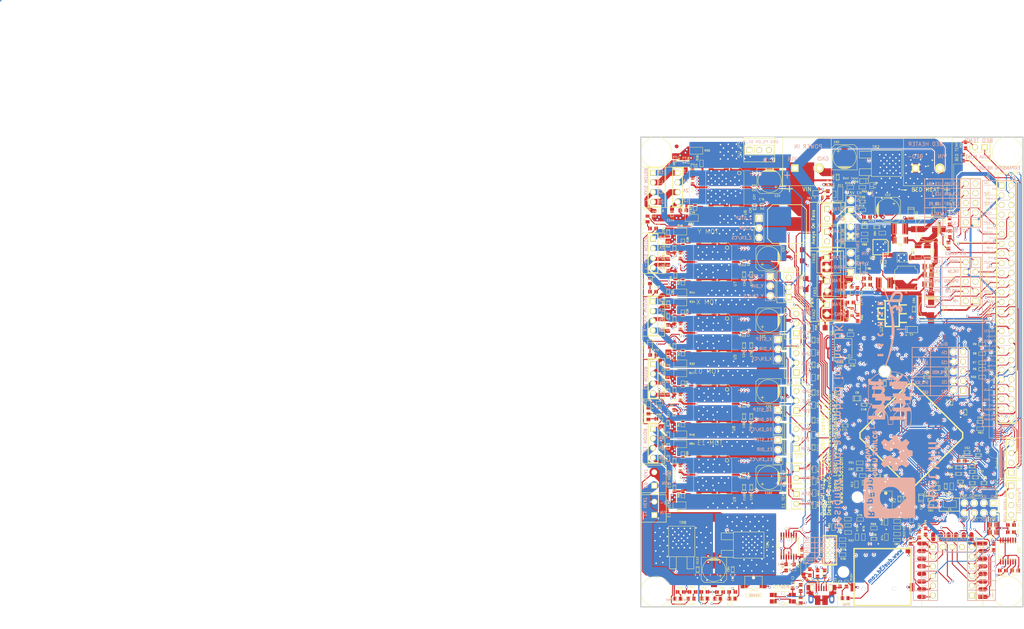
<source format=kicad_pcb>
(kicad_pcb (version 4) (host pcbnew 4.0.2-stable)
  (title_block (title "Duet WIFI") (date 2017-02-07) (rev 1.02) (company "Escher3D, Think3DPrint3D"))
  (layers (0 Front mixed) (1 Inner3 signal) (2 Inner2 power hide) (31 Back power) (35 F.Paste user hide) (36 B.SilkS user hide) (37 F.SilkS user) (38 B.Mask user) (39 F.Mask user hide) (44 Edge.Cuts user))
  (net 0 "")
  (net 1 +3.3V)
  (net 2 +5V)
  (net 3 /Processor/VDDCORE)
  (net 4 5V_IN)
  (net 5 ADVREF)
  (net 6 BED-)
  (net 7 BED_PWM)
  (net 8 CS3)
  (net 9 CS4)
  (net 10 CS5)
  (net 11 DDM)
  (net 12 DDP)
  (net 13 E0-)
  (net 14 E0_DIR)
  (net 15 E0_EN)
  (net 16 E0_MOT_1A)
  (net 17 E0_MOT_1B)
  (net 18 E0_MOT_2A)
  (net 19 E0_MOT_2B)
  (net 20 E0_PWM)
  (net 21 E0_STEP)
  (net 22 E0_STOP)
  (net 23 E0_STOP_CONN)
  (net 24 E1-)
  (net 25 E1_DIR)
  (net 26 E1_EN)
  (net 27 E1_MOT_1A)
  (net 28 E1_MOT_1B)
  (net 29 E1_MOT_2A)
  (net 30 E1_MOT_2B)
  (net 31 E1_PWM)
  (net 32 E1_STEP)
  (net 33 E1_STOP)
  (net 34 E1_STOP_CONN)
  (net 35 E2_DIR)
  (net 36 E2_EN)
  (net 37 E2_STEP)
  (net 38 E2_STOP)
  (net 39 E3_DIR)
  (net 40 E3_EN)
  (net 41 E3_STEP)
  (net 42 E3_STOP)
  (net 43 E4_DIR)
  (net 44 E4_EN)
  (net 45 E4_STEP)
  (net 46 E4_STOP)
  (net 47 E5_DIR)
  (net 48 E5_EN)
  (net 49 E5_STEP)
  (net 50 E5_STOP)
  (net 51 E6_DIR)
  (net 52 E6_EN)
  (net 53 E6_STEP)
  (net 54 E6_STOP)
  (net 55 EDR_CONN)
  (net 56 ENC_A)
  (net 57 ENC_B)
  (net 58 ENC_SW)
  (net 59 ERASE)
  (net 60 ESP_DATA_RDY)
  (net 61 ESP_EN)
  (net 62 ESP_RST)
  (net 63 FAN0)
  (net 64 FAN0-)
  (net 65 FAN1)
  (net 66 FAN1-)
  (net 67 FAN2)
  (net 68 FAN2-)
  (net 69 GND)
  (net 70 HEATER0)
  (net 71 HEATER1)
  (net 72 HEATER2)
  (net 73 HEATER3)
  (net 74 HEATER4)
  (net 75 HEATER5)
  (net 76 HEATER6)
  (net 77 HEATER7)
  (net 78 LCD_DB4)
  (net 79 LCD_DB5)
  (net 80 LCD_DB6)
  (net 81 LCD_DB7)
  (net 82 LCD_E)
  (net 83 LCD_RS)
  (net 84 MCCDA)
  (net 85 MCCK)
  (net 86 MCDA0)
  (net 87 MCDA1)
  (net 88 MCDA2)
  (net 89 MCDA3)
  (net 90 MISO)
  (net 91 MOSI)
  (net 92 NPCS0)
  (net 93 PB4/TDI)
  (net 94 PB5/TDO)
  (net 95 PB6/TMS)
  (net 96 PB7/TCK)
  (net 97 PS_ON)
  (net 98 PS_ON_IN)
  (net 99 PWR_FAIL_DET1)
  (net 100 PWR_FAIL_DET2)
  (net 101 RESET)
  (net 102 SAM_TFR_RDY)
  (net 103 SD_CD)
  (net 104 SPCK)
  (net 105 SPI0_CS0)
  (net 106 SPI0_CS1)
  (net 107 SPI0_CS2)
  (net 108 SPI0_MISO)
  (net 109 SPI0_MOSI)
  (net 110 SPI0_SCK)
  (net 111 SPI1_MISO)
  (net 112 SPI1_MOSI)
  (net 113 SPI1_MOSI_BUFF)
  (net 114 SPI1_SCK)
  (net 115 SPI1_SCK_BUFF)
  (net 116 SPI1_SCK_BUFF_EXP)
  (net 117 STEPPER_V_IN)
  (net 118 THERMISTOR0)
  (net 119 THERMISTOR1)
  (net 120 THERMISTOR2)
  (net 121 THERMISTOR3)
  (net 122 THERMISTOR4)
  (net 123 THERMISTOR5)
  (net 124 THERMISTOR6)
  (net 125 THERMISTOR7)
  (net 126 TWCK0)
  (net 127 TWD0)
  (net 128 URXD0)
  (net 129 URXD1)
  (net 130 URXD1_CONN)
  (net 131 USB_PWR_MON)
  (net 132 UTXD0)
  (net 133 UTXD1)
  (net 134 UTXD1_CONN)
  (net 135 VBUS)
  (net 136 VSSA)
  (net 137 V_FAN)
  (net 138 V_IN)
  (net 139 X_DIR)
  (net 140 X_EN)
  (net 141 X_MOT_1A)
  (net 142 X_MOT_1B)
  (net 143 X_MOT_2A)
  (net 144 X_MOT_2B)
  (net 145 X_STEP)
  (net 146 X_STOP)
  (net 147 X_STOP_CONN)
  (net 148 Y_DIR)
  (net 149 Y_EN)
  (net 150 Y_MOT_1A)
  (net 151 Y_MOT_1B)
  (net 152 Y_MOT_2A)
  (net 153 Y_MOT_2B)
  (net 154 Y_STEP)
  (net 155 Y_STOP)
  (net 156 Y_STOP_CONN)
  (net 157 Z_DIR)
  (net 158 Z_EN)
  (net 159 Z_MOT_1A)
  (net 160 Z_MOT_1B)
  (net 161 Z_MOT_2A)
  (net 162 Z_MOT_2B)
  (net 163 Z_PROBE_IN)
  (net 164 Z_PROBE_MOD)
  (net 165 Z_PROBE_MOD_BUFF)
  (net 166 Z_STEP)
  (net 167 Z_STOP)
  (net 168 Z_STOP_CONN)
  (net 169 "Net-(C1-Pad1)")
  (net 170 "Net-(C5-Pad1)")
  (net 171 "Net-(C6-Pad1)")
  (net 172 "Net-(C13-Pad1)")
  (net 173 "Net-(C14-Pad1)")
  (net 174 "Net-(C15-Pad1)")
  (net 175 "Net-(C18-Pad1)")
  (net 176 "Net-(C19-Pad1)")
  (net 177 "Net-(C20-Pad1)")
  (net 178 "Net-(C21-Pad1)")
  (net 179 "Net-(C24-Pad2)")
  (net 180 "Net-(C25-Pad2)")
  (net 181 "Net-(C28-Pad1)")
  (net 182 "Net-(C29-Pad1)")
  (net 183 "Net-(C30-Pad1)")
  (net 184 "Net-(C31-Pad1)")
  (net 185 "Net-(C34-Pad2)")
  (net 186 "Net-(C35-Pad2)")
  (net 187 "Net-(C38-Pad1)")
  (net 188 "Net-(C39-Pad1)")
  (net 189 "Net-(C44-Pad1)")
  (net 190 "Net-(C45-Pad1)")
  (net 191 "Net-(C53-Pad1)")
  (net 192 "Net-(C56-Pad1)")
  (net 193 "Net-(C57-Pad1)")
  (net 194 "Net-(C59-Pad1)")
  (net 195 "Net-(C60-Pad1)")
  (net 196 "Net-(C63-Pad1)")
  (net 197 "Net-(C65-Pad1)")
  (net 198 "Net-(C66-Pad1)")
  (net 199 "Net-(C67-Pad1)")
  (net 200 "Net-(C81-Pad1)")
  (net 201 "Net-(C81-Pad2)")
  (net 202 "Net-(C84-Pad1)")
  (net 203 "Net-(C90-Pad1)")
  (net 204 "Net-(C96-Pad1)")
  (net 205 "Net-(C96-Pad2)")
  (net 206 "Net-(C100-Pad1)")
  (net 207 "Net-(C103-Pad2)")
  (net 208 "Net-(C105-Pad1)")
  (net 209 "Net-(C110-Pad1)")
  (net 210 "Net-(D2-Pad1)")
  (net 211 "Net-(D3-Pad2)")
  (net 212 "Net-(D4-Pad2)")
  (net 213 "Net-(D7-Pad1)")
  (net 214 "Net-(D9-Pad1)")
  (net 215 "Net-(D10-Pad1)")
  (net 216 "Net-(D11-Pad1)")
  (net 217 "Net-(D12-Pad1)")
  (net 218 "Net-(D14-Pad2)")
  (net 219 "Net-(D15-Pad2)")
  (net 220 "Net-(D16-Pad2)")
  (net 221 "Net-(D17-Pad2)")
  (net 222 "Net-(D19-Pad1)")
  (net 223 "Net-(D20-Pad1)")
  (net 224 ENN)
  (net 225 "Net-(J36-Pad2)")
  (net 226 "Net-(J15-Pad1)")
  (net 227 "Net-(J15-Pad2)")
  (net 228 "Net-(J15-Pad3)")
  (net 229 "Net-(J15-Pad5)")
  (net 230 "Net-(J15-Pad7)")
  (net 231 "Net-(J15-Pad8)")
  (net 232 "Net-(J15-Pad9)")
  (net 233 ADC)
  (net 234 GPIO16)
  (net 235 GPIO2)
  (net 236 NPCS0_CONN)
  (net 237 GPIO5)
  (net 238 "Net-(J22-Pad3)")
  (net 239 "Net-(J22-Pad2)")
  (net 240 "Net-(JP9-Pad2)")
  (net 241 "Net-(R20-Pad1)")
  (net 242 "Net-(R23-Pad1)")
  (net 243 "Net-(R26-Pad1)")
  (net 244 "Net-(R27-Pad1)")
  (net 245 "Net-(R28-Pad1)")
  (net 246 "Net-(R29-Pad1)")
  (net 247 "Net-(R38-Pad1)")
  (net 248 "Net-(R39-Pad1)")
  (net 249 "Net-(R40-Pad1)")
  (net 250 "Net-(R41-Pad1)")
  (net 251 "Net-(R42-Pad1)")
  (net 252 "Net-(R43-Pad1)")
  (net 253 "Net-(R66-Pad1)")
  (net 254 "Net-(R82-Pad2)")
  (net 255 "Net-(R84-Pad2)")
  (net 256 "Net-(R89-Pad1)")
  (net 257 "Net-(R90-Pad1)")
  (net 258 "Net-(R97-Pad1)")
  (net 259 "Net-(U11-Pad1)")
  (net 260 D6_TestPoint)
  (net 261 "Net-(R4-Pad1)")
  (net 262 "Net-(R14-Pad1)")
  (net 263 "Net-(J36-Pad4)")
  (module complib:JUMPER (layer Front) (at 135.128 54.6608 90)
    (fp_text reference JP10 hide)
    (fp_text value "E 5V EN" (at 3.21056 0.75184 180) (layer F.SilkS) (effects (font (size 0.7 0.7) (thickness 0.1))))
    (pad 1 thru_hole rect (at -1.27 0 90) (size 1.524 1.524) (drill 1) (layers *.Cu *.Mask F.SilkS) (net 2 +5V))
    (pad 2 thru_hole circle (at 1.27 0 90) (size 1.524 1.524) (drill 1) (layers *.Cu *.Mask F.SilkS) (net 218 "Net-(D14-Pad2)"))
  )
  (module "FE Footprints:C_1206" (layer Front) (at 150.9268 56.8452 90)
    (fp_text reference C1 (at 0.1524 1.45796 90) (layer F.SilkS) (effects (font (size 0.50038 0.50038) (thickness 0.11938))))
    (fp_text value "10u 35V" hide)
    (pad 1 smd rect (at 1.50114 0 90) (size 1.15062 1.80086) (layers Front F.Paste F.Mask) (net 169 "Net-(C1-Pad1)"))
    (pad 2 smd rect (at -1.50114 0 90) (size 1.15062 1.80086) (layers Front F.Paste F.Mask) (net 69 GND))
  )
  (module "FE Footprints:C_1206" (layer Front) (at 148.09978 63.84798 180)
    (fp_text reference C6 (at 0.0254 -1.2954 180) (layer F.SilkS) (effects (font (size 0.50038 0.50038) (thickness 0.11938))))
    (fp_text value "10u 35V" hide)
    (pad 1 smd rect (at 1.50114 0 180) (size 1.15062 1.80086) (layers Front F.Paste F.Mask) (net 171 "Net-(C6-Pad1)"))
    (pad 2 smd rect (at -1.50114 0 180) (size 1.15062 1.80086) (layers Front F.Paste F.Mask) (net 69 GND))
  )
  (module "FE Footprints:C_0805" (layer Front) (at 155.34386 75.36942 180)
    (fp_text reference C7 (at -2.25614 -0.02058 180) (layer F.SilkS) (effects (font (size 0.5 0.5) (thickness 0.09))))
    (fp_text value 10u hide)
    (pad 1 smd rect (at 0.89916 0 180) (size 1.15062 1.45034) (layers Front F.Paste F.Mask) (net 2 +5V))
    (pad 2 smd rect (at -0.89916 0 180) (size 1.15062 1.45034) (layers Front F.Paste F.Mask) (net 69 GND))
  )
  (module "FE Footprints:C_0805" (layer Front) (at 136.78408 105.283 180)
    (fp_text reference C8 (at -0.01016 1.50876 180) (layer F.SilkS) (effects (font (size 0.5 0.5) (thickness 0.09))))
    (fp_text value 10u hide)
    (pad 1 smd rect (at 0.89916 0 180) (size 1.15062 1.45034) (layers Front F.Paste F.Mask) (net 1 +3.3V))
    (pad 2 smd rect (at -0.89916 0 180) (size 1.15062 1.45034) (layers Front F.Paste F.Mask) (net 69 GND))
  )
  (module "FE Footprints:C_0805" (layer Front) (at 153.55824 131.31546 90)
    (fp_text reference C10 (at -2.4003 -0.01524 90) (layer F.SilkS) (effects (font (size 0.5 0.5) (thickness 0.09))))
    (fp_text value 10u hide)
    (pad 1 smd rect (at 0.89916 0 90) (size 1.15062 1.45034) (layers Front F.Paste F.Mask) (net 3 /Processor/VDDCORE))
    (pad 2 smd rect (at -0.89916 0 90) (size 1.15062 1.45034) (layers Front F.Paste F.Mask) (net 69 GND))
  )
  (module "FE Footprints:C_0805" (layer Front) (at 157.45968 128.71704 180)
    (fp_text reference C47 (at -0.01524 1.34112 180) (layer F.SilkS) (effects (font (size 0.5 0.5) (thickness 0.09))))
    (fp_text value 10u hide)
    (pad 1 smd rect (at 0.89916 0 180) (size 1.15062 1.45034) (layers Front F.Paste F.Mask) (net 1 +3.3V))
    (pad 2 smd rect (at -0.89916 0 180) (size 1.15062 1.45034) (layers Front F.Paste F.Mask) (net 69 GND))
  )
  (module "FE Footprints:C_0805" (layer Front) (at 139.15898 127.35052 180)
    (fp_text reference C66 (at -0.06858 -1.28524 180) (layer F.SilkS) (effects (font (size 0.5 0.5) (thickness 0.09))))
    (fp_text value 4u7 hide)
    (pad 1 smd rect (at 0.89916 0 180) (size 1.15062 1.45034) (layers Front F.Paste F.Mask) (net 198 "Net-(C66-Pad1)"))
    (pad 2 smd rect (at -0.89916 0 180) (size 1.15062 1.45034) (layers Front F.Paste F.Mask) (net 69 GND))
  )
  (module "FE Footprints:C_0805" (layer Front) (at 172.41012 138.30426 180)
    (fp_text reference C73 (at 0.13716 1.3119 180) (layer F.SilkS) (effects (font (size 0.5 0.5) (thickness 0.09))))
    (fp_text value 10u hide)
    (pad 1 smd rect (at 0.89916 0 180) (size 1.15062 1.45034) (layers Front F.Paste F.Mask) (net 1 +3.3V))
    (pad 2 smd rect (at -0.89916 0 180) (size 1.15062 1.45034) (layers Front F.Paste F.Mask) (net 69 GND))
  )
  (module "FE Footprints:C_0805" (layer Front) (at 172.39996 140.37166 180)
    (fp_text reference C74 (at 0.11176 -1.4213 180) (layer F.SilkS) (effects (font (size 0.5 0.5) (thickness 0.09))))
    (fp_text value 10u hide)
    (pad 1 smd rect (at 0.89916 0 180) (size 1.15062 1.45034) (layers Front F.Paste F.Mask) (net 1 +3.3V))
    (pad 2 smd rect (at -0.89916 0 180) (size 1.15062 1.45034) (layers Front F.Paste F.Mask) (net 69 GND))
  )
  (module "FE Footprints:C_0805" (layer Front) (at 155.40548 70.7358 180)
    (fp_text reference C97 (at -2.46452 0.1558 180) (layer F.SilkS) (effects (font (size 0.5 0.5) (thickness 0.09))))
    (fp_text value 10u hide)
    (pad 1 smd rect (at 0.89916 0 180) (size 1.15062 1.45034) (layers Front F.Paste F.Mask) (net 200 "Net-(C81-Pad1)"))
    (pad 2 smd rect (at -0.89916 0 180) (size 1.15062 1.45034) (layers Front F.Paste F.Mask) (net 69 GND))
  )
  (module "FE Footprints:C_0805" (layer Front) (at 155.37548 72.8458 180)
    (fp_text reference C98 (at -2.41452 0.0558 180) (layer F.SilkS) (effects (font (size 0.5 0.5) (thickness 0.09))))
    (fp_text value 10u hide)
    (pad 1 smd rect (at 0.89916 0 180) (size 1.15062 1.45034) (layers Front F.Paste F.Mask) (net 200 "Net-(C81-Pad1)"))
    (pad 2 smd rect (at -0.89916 0 180) (size 1.15062 1.45034) (layers Front F.Paste F.Mask) (net 69 GND))
  )
  (module "FE Footprints:PIN_ARRAY_2X1" (layer Front) (at 128.9301 81.9922 270)
    (fp_text reference J2 hide)
    (fp_text value FAN2 (at 1.1678 3.4601 270) (layer F.SilkS) (effects (font (size 0.7 0.7) (thickness 0.1))))
    (pad 1 thru_hole rect (at -1.27 0 270) (size 1.524 1.524) (drill 1) (layers *.Cu *.Mask F.SilkS) (net 137 V_FAN))
    (pad 2 thru_hole circle (at 1.27 0 270) (size 1.524 1.524) (drill 1) (layers *.Cu *.Mask F.SilkS) (net 68 FAN2-))
  )
  (module "FE Footprints:CONN_3x1" (layer Front) (at 135.128 69.7484 90)
    (fp_text reference J3 hide)
    (fp_text value "5V   V_FAN VIN" (at 0.2584 1.882 90) (layer F.SilkS) (effects (font (size 0.7 0.7) (thickness 0.08))))
    (pad 1 thru_hole rect (at -2.54 0 90) (size 1.524 1.524) (drill 1) (layers *.Cu *.Mask F.SilkS) (net 2 +5V))
    (pad 2 thru_hole circle (at 0 0 90) (size 1.524 1.524) (drill 1) (layers *.Cu *.Mask F.SilkS) (net 137 V_FAN))
    (pad 3 thru_hole circle (at 2.54 0 90) (size 1.524 1.524) (drill 1) (layers *.Cu *.Mask F.SilkS) (net 138 V_IN))
  )
  (module "FE Footprints:TERM_2-WAY_6.35mm" (layer Front) (at 155.3 44.97)
    (fp_text reference J4 (at 0.04064 -0.5588) (layer F.SilkS) (effects (font (size 0.39878 0.39878) (thickness 0.09906))))
    (fp_text value "BED HEAT" (at -0.62416 5.63188) (layer F.SilkS) (effects (font (size 1.016 1.016) (thickness 0.1524))))
    (pad 1 thru_hole rect (at -3.175 0) (size 1.99898 1.99898) (drill 1.30048) (layers *.Cu *.Mask F.SilkS) (net 6 BED-))
    (pad 2 thru_hole circle (at 3.175 0) (size 2.49936 2.49936) (drill 1.30048) (layers *.Cu *.Mask F.SilkS) (net 138 V_IN))
  )
  (module "FE Footprints:PIN_ARRAY_2X1" (layer Front) (at 168.92 39.5 180)
    (fp_text reference J5 hide)
    (fp_text value "BED TEMP" (at 6.01 -1.08 270) (layer F.SilkS) (effects (font (size 0.7 0.7) (thickness 0.1))))
    (pad 1 thru_hole rect (at -1.27 0 180) (size 1.524 1.524) (drill 1) (layers *.Cu *.Mask F.SilkS) (net 136 VSSA))
    (pad 2 thru_hole circle (at 1.27 0 180) (size 1.524 1.524) (drill 1) (layers *.Cu *.Mask F.SilkS) (net 118 THERMISTOR0))
  )
  (module "FE Footprints:PIN_ARRAY_4x1" (layer Front) (at 83.41106 117.01406 270)
    (fp_text reference J6 hide)
    (fp_text value "E1 MOT" (at -0.12406 -14.88894 360) (layer F.SilkS) (effects (font (size 1.2 1.2) (thickness 0.1))))
    (pad 1 thru_hole rect (at -3.81 0 270) (size 1.524 1.524) (drill 1) (layers *.Cu *.Mask F.SilkS) (net 28 E1_MOT_1B))
    (pad 2 thru_hole circle (at -1.27 0 270) (size 1.524 1.524) (drill 1) (layers *.Cu *.Mask F.SilkS) (net 27 E1_MOT_1A))
    (pad 3 thru_hole circle (at 1.27 0 270) (size 1.524 1.524) (drill 1) (layers *.Cu *.Mask F.SilkS) (net 29 E1_MOT_2A))
    (pad 4 thru_hole circle (at 3.81 0 270) (size 1.524 1.524) (drill 1) (layers *.Cu *.Mask F.SilkS) (net 30 E1_MOT_2B))
  )
  (module "FE Footprints:PIN_ARRAY_4x1" (layer Front) (at 89.8398 49.99228 270)
    (fp_text reference J7 hide)
    (fp_text value "Z B" (at -6.10228 1.5598 360) (layer F.SilkS) (effects (font (size 0.7 0.7) (thickness 0.1))))
    (pad 1 thru_hole rect (at -3.81 0 270) (size 1.524 1.524) (drill 1) (layers *.Cu *.Mask F.SilkS) (net 225 "Net-(J36-Pad2)"))
    (pad 2 thru_hole circle (at -1.27 0 270) (size 1.524 1.524) (drill 1) (layers *.Cu *.Mask F.SilkS) (net 159 Z_MOT_1A))
    (pad 3 thru_hole circle (at 1.27 0 270) (size 1.524 1.524) (drill 1) (layers *.Cu *.Mask F.SilkS) (net 263 "Net-(J36-Pad4)"))
    (pad 4 thru_hole circle (at 3.81 0 270) (size 1.524 1.524) (drill 1) (layers *.Cu *.Mask F.SilkS) (net 162 Z_MOT_2B))
  )
  (module "FE Footprints:PIN_ARRAY_4x1" (layer Front) (at 83.41106 67.25412 270)
    (fp_text reference J8 hide)
    (fp_text value "Y MOT" (at -5.64412 -14.38894 360) (layer F.SilkS) (effects (font (size 1.2 1.2) (thickness 0.1))))
    (pad 1 thru_hole rect (at -3.81 0 270) (size 1.524 1.524) (drill 1) (layers *.Cu *.Mask F.SilkS) (net 151 Y_MOT_1B))
    (pad 2 thru_hole circle (at -1.27 0 270) (size 1.524 1.524) (drill 1) (layers *.Cu *.Mask F.SilkS) (net 150 Y_MOT_1A))
    (pad 3 thru_hole circle (at 1.27 0 270) (size 1.524 1.524) (drill 1) (layers *.Cu *.Mask F.SilkS) (net 152 Y_MOT_2A))
    (pad 4 thru_hole circle (at 3.81 0 270) (size 1.524 1.524) (drill 1) (layers *.Cu *.Mask F.SilkS) (net 153 Y_MOT_2B))
  )
  (module "FE Footprints:PIN_ARRAY_4x1" (layer Front) (at 83.3528 83.67942 270)
    (fp_text reference J9 hide)
    (fp_text value "X MOT" (at -3.62942 -14.1472 360) (layer F.SilkS) (effects (font (size 1.2 1.2) (thickness 0.1))))
    (pad 1 thru_hole rect (at -3.81 0 270) (size 1.524 1.524) (drill 1) (layers *.Cu *.Mask F.SilkS) (net 142 X_MOT_1B))
    (pad 2 thru_hole circle (at -1.27 0 270) (size 1.524 1.524) (drill 1) (layers *.Cu *.Mask F.SilkS) (net 141 X_MOT_1A))
    (pad 3 thru_hole circle (at 1.27 0 270) (size 1.524 1.524) (drill 1) (layers *.Cu *.Mask F.SilkS) (net 143 X_MOT_2A))
    (pad 4 thru_hole circle (at 3.81 0 270) (size 1.524 1.524) (drill 1) (layers *.Cu *.Mask F.SilkS) (net 144 X_MOT_2B))
  )
  (module "FE Footprints:PIN_ARRAY_4x1" (layer Front) (at 83.42106 100.13118 270)
    (fp_text reference J10 hide)
    (fp_text value "E0 MOT" (at -1.95118 -14.08894 360) (layer F.SilkS) (effects (font (size 1.2 1.2) (thickness 0.1))))
    (pad 1 thru_hole rect (at -3.81 0 270) (size 1.524 1.524) (drill 1) (layers *.Cu *.Mask F.SilkS) (net 17 E0_MOT_1B))
    (pad 2 thru_hole circle (at -1.27 0 270) (size 1.524 1.524) (drill 1) (layers *.Cu *.Mask F.SilkS) (net 16 E0_MOT_1A))
    (pad 3 thru_hole circle (at 1.27 0 270) (size 1.524 1.524) (drill 1) (layers *.Cu *.Mask F.SilkS) (net 18 E0_MOT_2A))
    (pad 4 thru_hole circle (at 3.81 0 270) (size 1.524 1.524) (drill 1) (layers *.Cu *.Mask F.SilkS) (net 19 E0_MOT_2B))
  )
  (module "FE Footprints:3.5MM_2X1" (layer Front) (at 83.74 126.36 90)
    (fp_text reference J11 hide)
    (fp_text value "E0 HEAT" (at 0.02 3.9 90) (layer F.SilkS) (effects (font (size 0.762 0.762) (thickness 0.1))))
    (pad 1 thru_hole rect (at -1.75 0 90) (size 1.524 1.524) (drill 1.19888) (layers *.Cu *.Mask F.SilkS) (net 138 V_IN))
    (pad 2 thru_hole circle (at 1.75 0 90) (size 1.524 1.524) (drill 1.19888) (layers *.Cu *.Mask F.SilkS) (net 13 E0-))
  )
  (module "FE Footprints:PIN_ARRAY_2X1" (layer Front) (at 120.904 124.89 270)
    (fp_text reference J12 hide)
    (fp_text value "E0 TEMP" (at 1.32 3.234 270) (layer F.SilkS) (effects (font (size 0.7 0.7) (thickness 0.1))))
    (pad 1 thru_hole rect (at -1.27 0 270) (size 1.524 1.524) (drill 1) (layers *.Cu *.Mask F.SilkS) (net 136 VSSA))
    (pad 2 thru_hole circle (at 1.27 0 270) (size 1.524 1.524) (drill 1) (layers *.Cu *.Mask F.SilkS) (net 119 THERMISTOR1))
  )
  (module "FE Footprints:3.5MM_2X1" (layer Front) (at 83.76158 134.07898 90)
    (fp_text reference J13 hide)
    (fp_text value "E1 HEAT" (at -0.03302 3.79222 90) (layer F.SilkS) (effects (font (size 0.762 0.762) (thickness 0.1))))
    (pad 1 thru_hole rect (at -1.75 0 90) (size 1.524 1.524) (drill 1.19888) (layers *.Cu *.Mask F.SilkS) (net 138 V_IN))
    (pad 2 thru_hole circle (at 1.75 0 90) (size 1.524 1.524) (drill 1.19888) (layers *.Cu *.Mask F.SilkS) (net 24 E1-))
  )
  (module "FE Footprints:PIN_ARRAY_2X1" (layer Front) (at 120.904 131.60756 270)
    (fp_text reference J14 hide)
    (fp_text value "E1 TEMP" (at 0.10244 3.364 270) (layer F.SilkS) (effects (font (size 0.7 0.7) (thickness 0.1))))
    (pad 1 thru_hole rect (at -1.27 0 270) (size 1.524 1.524) (drill 1) (layers *.Cu *.Mask F.SilkS) (net 136 VSSA))
    (pad 2 thru_hole circle (at 1.27 0 270) (size 1.524 1.524) (drill 1) (layers *.Cu *.Mask F.SilkS) (net 120 THERMISTOR2))
  )
  (module "FE Footprints:PIN_ARRAY_3X1" (layer Front) (at 118.904 76.17 90)
    (fp_text reference J19 hide)
    (fp_text value Z_STOP (at 4.76 0.426 180) (layer F.SilkS) (effects (font (size 0.7 0.7) (thickness 0.1))))
    (pad 1 thru_hole rect (at -2.54 0 90) (size 1.524 1.524) (drill 1) (layers *.Cu *.Mask F.SilkS) (net 168 Z_STOP_CONN))
    (pad 2 thru_hole circle (at 0 0 90) (size 1.524 1.524) (drill 1) (layers *.Cu *.Mask F.SilkS) (net 1 +3.3V))
    (pad 3 thru_hole circle (at 2.54 0 90) (size 1.524 1.524) (drill 1) (layers *.Cu *.Mask F.SilkS) (net 69 GND))
  )
  (module "FE Footprints:PIN_ARRAY_3X1" (layer Front) (at 111.2139 40.21836)
    (fp_text reference J20 hide)
    (fp_text value 5V_PS (at -5.08254 -0.18796 90) (layer F.SilkS) (effects (font (size 1.016 1.016) (thickness 0.1))))
    (pad 1 thru_hole rect (at -2.54 0) (size 1.524 1.524) (drill 1) (layers *.Cu *.Mask F.SilkS) (net 4 5V_IN))
    (pad 2 thru_hole circle (at 0 0) (size 1.524 1.524) (drill 1) (layers *.Cu *.Mask F.SilkS) (net 98 PS_ON_IN))
    (pad 3 thru_hole circle (at 2.54 0) (size 1.524 1.524) (drill 1) (layers *.Cu *.Mask F.SilkS) (net 69 GND))
  )
  (module "FE Footprints:MICRO_5x2" (layer Front) (at 129.7051 145.04924 270)
    (fp_text reference J21 hide)
    (fp_text value JTAG (at -0.07112 2.26822 270) (layer F.SilkS) (effects (font (size 0.50038 0.50038) (thickness 0.1))))
    (pad 1 thru_hole rect (at -2.54 0.635 270) (size 1.00076 1.00076) (drill 0.7112) (layers *.Cu *.Mask F.SilkS) (net 1 +3.3V) (clearance 0.14986))
    (pad 2 thru_hole circle (at -2.54 -0.635 270) (size 1.00076 1.00076) (drill 0.7112) (layers *.Cu *.Mask F.SilkS) (net 95 PB6/TMS) (clearance 0.14986))
    (pad 3 thru_hole circle (at -1.27 0.635 270) (size 1.00076 1.00076) (drill 0.7112) (layers *.Cu *.Mask F.SilkS) (net 69 GND) (clearance 0.14986))
    (pad 4 thru_hole circle (at -1.27 -0.635 270) (size 1.00076 1.00076) (drill 0.7112) (layers *.Cu *.Mask F.SilkS) (net 96 PB7/TCK) (clearance 0.14986))
    (pad 5 thru_hole circle (at 0 0.635 270) (size 1.00076 1.00076) (drill 0.7112) (layers *.Cu *.Mask F.SilkS) (net 69 GND) (clearance 0.14986))
    (pad 6 thru_hole circle (at 0 -0.635 270) (size 1.00076 1.00076) (drill 0.7112) (layers *.Cu *.Mask F.SilkS) (net 94 PB5/TDO) (clearance 0.14986))
    (pad 7 thru_hole circle (at 1.27 0.635 270) (size 1.00076 1.00076) (drill 0.7112) (layers *.Cu *.Mask F.SilkS) (clearance 0.14986))
    (pad 8 thru_hole circle (at 1.27 -0.635 270) (size 1.00076 1.00076) (drill 0.7112) (layers *.Cu *.Mask F.SilkS) (net 93 PB4/TDI) (clearance 0.14986))
    (pad 9 thru_hole circle (at 2.54 0.635 270) (size 1.00076 1.00076) (drill 0.7112) (layers *.Cu *.Mask F.SilkS) (net 69 GND) (clearance 0.14986))
    (pad 10 thru_hole circle (at 2.54 -0.635 270) (size 1.00076 1.00076) (drill 0.7112) (layers *.Cu *.Mask F.SilkS) (net 101 RESET) (clearance 0.14986))
  )
  (module "FE Footprints:uUSB_new" (layer Front) (at 127.45974 157.86354)
    (fp_text reference J22 hide)
    (fp_text value USB hide)
    (pad CE smd rect (at -0.9625 0.25) (size 1.425 2.5) (layers Front F.Paste F.Mask) (net 172 "Net-(C13-Pad1)"))
    (pad CE smd rect (at 0.9625 0.25) (size 1.425 2.5) (layers Front F.Paste F.Mask) (net 172 "Net-(C13-Pad1)"))
    (pad CE smd rect (at -2.9875 -1.7) (size 1.825 0.7) (layers Front F.Paste F.Mask) (net 172 "Net-(C13-Pad1)"))
    (pad CE smd rect (at 2.9875 -1.7) (size 1.825 0.7) (layers Front F.Paste F.Mask) (net 172 "Net-(C13-Pad1)"))
    (pad CE smd rect (at -2.9 -3.03) (size 2 1.46) (layers Front F.Paste F.Mask) (net 172 "Net-(C13-Pad1)"))
    (pad CE thru_hole rect (at -2.425 -3.03) (size 1.05 1.46) (drill oval 0.7112 1.05) (layers *.Cu *.Mask F.SilkS) (net 172 "Net-(C13-Pad1)"))
    (pad 3 smd rect (at 0 -2.825) (size 0.34 1.4) (layers Front F.Paste F.Mask) (net 238 "Net-(J22-Pad3)"))
    (pad 2 smd rect (at -0.65 -2.825) (size 0.34 1.4) (layers Front F.Paste F.Mask) (net 239 "Net-(J22-Pad2)"))
    (pad 1 smd rect (at -1.3 -2.825) (size 0.4 1.4) (layers Front F.Paste F.Mask) (net 135 VBUS))
    (pad 4 smd rect (at 0.65 -2.825) (size 0.34 1.4) (layers Front F.Paste F.Mask))
    (pad 5 smd rect (at 1.3 -2.825) (size 0.4 1.4) (layers Front F.Paste F.Mask) (net 69 GND))
    (pad CE thru_hole oval (at -2.725 0) (size 1.3 2.2) (drill oval 0.7112 1.2) (layers *.Cu *.Mask F.Paste) (net 172 "Net-(C13-Pad1)"))
    (pad CE thru_hole oval (at 2.725 0) (size 1.3 2.2) (drill oval 0.7112 1.2) (layers *.Cu *.Mask F.Paste) (net 172 "Net-(C13-Pad1)"))
    (pad CE smd rect (at -2.725 -0.95) (size 1.3 0.8) (layers Front F.Paste F.Mask) (net 172 "Net-(C13-Pad1)"))
    (pad CE smd rect (at 2.725 -0.95) (size 1.3 0.8) (layers Front F.Paste F.Mask) (net 172 "Net-(C13-Pad1)"))
    (pad CE smd rect (at 2.9 -3.03) (size 2 1.46) (layers Front F.Paste F.Mask) (net 172 "Net-(C13-Pad1)"))
    (pad CE thru_hole rect (at 2.425 -3.03) (size 1.05 1.46) (drill oval 0.7112 1.05) (layers *.Cu *.Mask F.SilkS) (net 172 "Net-(C13-Pad1)"))
  )
  (module "FE Footprints:TERM_2-WAY_6.35mm" (layer Front) (at 123.7 44.96308)
    (fp_text reference J23 hide)
    (fp_text value VIN (at -0.0274 5.55752) (layer F.SilkS) (effects (font (size 1.016 1.016) (thickness 0.1524))))
    (pad 1 thru_hole rect (at -3.175 0) (size 1.99898 1.99898) (drill 1.30048) (layers *.Cu *.Mask F.SilkS) (net 138 V_IN))
    (pad 2 thru_hole circle (at 3.175 0) (size 2.49936 2.49936) (drill 1.30048) (layers *.Cu *.Mask F.SilkS) (net 69 GND))
  )
  (module "FE Footprints:PIN_ARRAY_2X1" (layer Front) (at 128.9682 56.9351 270)
    (fp_text reference J24 hide)
    (fp_text value "GND V_IN" (at -0.0051 -4.1318 270) (layer F.SilkS) (effects (font (size 0.6 0.6) (thickness 0.08))))
    (pad 1 thru_hole rect (at -1.27 0 270) (size 1.524 1.524) (drill 1) (layers *.Cu *.Mask F.SilkS) (net 137 V_FAN))
    (pad 2 thru_hole circle (at 1.27 0 270) (size 1.524 1.524) (drill 1) (layers *.Cu *.Mask F.SilkS) (net 69 GND))
  )
  (module "FE Footprints:PIN_ARRAY_2X1" (layer Front) (at 128.892 69.6478 270)
    (fp_text reference J25 hide)
    (fp_text value FAN0 (at -1.0478 3.392 270) (layer F.SilkS) (effects (font (size 0.7 0.7) (thickness 0.1))))
    (pad 1 thru_hole rect (at -1.27 0 270) (size 1.524 1.524) (drill 1) (layers *.Cu *.Mask F.SilkS) (net 137 V_FAN))
    (pad 2 thru_hole circle (at 1.27 0 270) (size 1.524 1.524) (drill 1) (layers *.Cu *.Mask F.SilkS) (net 64 FAN0-))
  )
  (module "FE Footprints:PIN_ARRAY_4x1" (layer Front) (at 177.16 120.89 90)
    (fp_text reference J28 hide)
    (fp_text value Probe (at -1.39068 -3.74404 90) (layer F.SilkS) (effects (font (size 0.7 0.7) (thickness 0.1))))
    (pad 1 thru_hole rect (at -3.81 0 90) (size 1.524 1.524) (drill 1) (layers *.Cu *.Mask F.SilkS) (net 163 Z_PROBE_IN))
    (pad 2 thru_hole circle (at -1.27 0 90) (size 1.524 1.524) (drill 1) (layers *.Cu *.Mask F.SilkS) (net 69 GND))
    (pad 3 thru_hole circle (at 1.27 0 90) (size 1.524 1.524) (drill 1) (layers *.Cu *.Mask F.SilkS) (net 164 Z_PROBE_MOD))
    (pad 4 thru_hole circle (at 3.81 0 90) (size 1.524 1.524) (drill 1) (layers *.Cu *.Mask F.SilkS) (net 1 +3.3V))
  )
  (module "FE Footprints:PIN_ARRAY_2X1" (layer Front) (at 128.9301 75.82 270)
    (fp_text reference J29 hide)
    (fp_text value FAN1 (at 1.52 3.1901 270) (layer F.SilkS) (effects (font (size 0.7 0.7) (thickness 0.1))))
    (pad 1 thru_hole rect (at -1.27 0 270) (size 1.524 1.524) (drill 1) (layers *.Cu *.Mask F.SilkS) (net 137 V_FAN))
    (pad 2 thru_hole circle (at 1.27 0 270) (size 1.524 1.524) (drill 1) (layers *.Cu *.Mask F.SilkS) (net 66 FAN1-))
  )
  (module "FE Footprints:PIN_ARRAY_4x1" (layer Front) (at 177.15 131.97 270)
    (fp_text reference J30 hide)
    (fp_text value PanelDUE (at -3.1412 3.922 270) (layer F.SilkS) (effects (font (size 0.7 0.7) (thickness 0.1))))
    (pad 1 thru_hole rect (at -3.81 0 270) (size 1.524 1.524) (drill 1) (layers *.Cu *.Mask F.SilkS) (net 2 +5V))
    (pad 2 thru_hole circle (at -1.27 0 270) (size 1.524 1.524) (drill 1) (layers *.Cu *.Mask F.SilkS) (net 69 GND))
    (pad 3 thru_hole circle (at 1.27 0 270) (size 1.524 1.524) (drill 1) (layers *.Cu *.Mask F.SilkS) (net 128 URXD0))
    (pad 4 thru_hole circle (at 3.81 0 270) (size 1.524 1.524) (drill 1) (layers *.Cu *.Mask F.SilkS) (net 132 UTXD0))
  )
  (module "FE Footprints:PIN_ARRAY_2X1" (layer Front) (at 128.9682 62.8787 270)
    (fp_text reference J31 hide)
    (fp_text value "GND V_IN" (at 0.0413 -4.1118 270) (layer F.SilkS) (effects (font (size 0.6 0.6) (thickness 0.08))))
    (pad 1 thru_hole rect (at -1.27 0 270) (size 1.524 1.524) (drill 1) (layers *.Cu *.Mask F.SilkS) (net 137 V_FAN))
    (pad 2 thru_hole circle (at 1.27 0 270) (size 1.524 1.524) (drill 1) (layers *.Cu *.Mask F.SilkS) (net 69 GND))
  )
  (module "FE Footprints:PIN_ARRAY_3X1" (layer Front) (at 120.904 85.64 90)
    (fp_text reference J32 hide)
    (fp_text value Y_STOP (at 4.60384 0.04064 180) (layer F.SilkS) (effects (font (size 0.7 0.7) (thickness 0.1))))
    (pad 1 thru_hole rect (at -2.54 0 90) (size 1.524 1.524) (drill 1) (layers *.Cu *.Mask F.SilkS) (net 156 Y_STOP_CONN))
    (pad 2 thru_hole circle (at 0 0 90) (size 1.524 1.524) (drill 1) (layers *.Cu *.Mask F.SilkS) (net 1 +3.3V))
    (pad 3 thru_hole circle (at 2.54 0 90) (size 1.524 1.524) (drill 1) (layers *.Cu *.Mask F.SilkS) (net 69 GND))
  )
  (module "FE Footprints:PIN_ARRAY_3X1" (layer Front) (at 120.904 95.95 90)
    (fp_text reference J33 hide)
    (fp_text value X_STOP (at 4.6624 -0.0508 180) (layer F.SilkS) (effects (font (size 0.7 0.7) (thickness 0.1))))
    (pad 1 thru_hole rect (at -2.54 0 90) (size 1.524 1.524) (drill 1) (layers *.Cu *.Mask F.SilkS) (net 147 X_STOP_CONN))
    (pad 2 thru_hole circle (at 0 0 90) (size 1.524 1.524) (drill 1) (layers *.Cu *.Mask F.SilkS) (net 1 +3.3V))
    (pad 3 thru_hole circle (at 2.54 0 90) (size 1.524 1.524) (drill 1) (layers *.Cu *.Mask F.SilkS) (net 69 GND))
  )
  (module "FE Footprints:PIN_ARRAY_3X1" (layer Front) (at 120.904 105.89 90)
    (fp_text reference J34 hide)
    (fp_text value E0_STOP (at 4.60496 0.02032 180) (layer F.SilkS) (effects (font (size 0.7 0.7) (thickness 0.1))))
    (pad 1 thru_hole rect (at -2.54 0 90) (size 1.524 1.524) (drill 1) (layers *.Cu *.Mask F.SilkS) (net 23 E0_STOP_CONN))
    (pad 2 thru_hole circle (at 0 0 90) (size 1.524 1.524) (drill 1) (layers *.Cu *.Mask F.SilkS) (net 1 +3.3V))
    (pad 3 thru_hole circle (at 2.54 0 90) (size 1.524 1.524) (drill 1) (layers *.Cu *.Mask F.SilkS) (net 69 GND))
  )
  (module "FE Footprints:PIN_ARRAY_3X1" (layer Front) (at 120.904 115.8 90)
    (fp_text reference J35 hide)
    (fp_text value E1_STOP (at -4.6722 0.06604 180) (layer F.SilkS) (effects (font (size 0.7 0.7) (thickness 0.1))))
    (pad 1 thru_hole rect (at -2.54 0 90) (size 1.524 1.524) (drill 1) (layers *.Cu *.Mask F.SilkS) (net 34 E1_STOP_CONN))
    (pad 2 thru_hole circle (at 0 0 90) (size 1.524 1.524) (drill 1) (layers *.Cu *.Mask F.SilkS) (net 1 +3.3V))
    (pad 3 thru_hole circle (at 2.54 0 90) (size 1.524 1.524) (drill 1) (layers *.Cu *.Mask F.SilkS) (net 69 GND))
  )
  (module "FE Footprints:PIN_ARRAY_4x1" (layer Front) (at 83.41106 49.99228 270)
    (fp_text reference J36 hide)
    (fp_text value "Z A" (at 6.16772 -2.01894 360) (layer F.SilkS) (effects (font (size 0.7 0.7) (thickness 0.1))))
    (pad 1 thru_hole rect (at -3.81 0 270) (size 1.524 1.524) (drill 1) (layers *.Cu *.Mask F.SilkS) (net 160 Z_MOT_1B))
    (pad 2 thru_hole circle (at -1.27 0 270) (size 1.524 1.524) (drill 1) (layers *.Cu *.Mask F.SilkS) (net 225 "Net-(J36-Pad2)"))
    (pad 3 thru_hole circle (at 1.27 0 270) (size 1.524 1.524) (drill 1) (layers *.Cu *.Mask F.SilkS) (net 161 Z_MOT_2A))
    (pad 4 thru_hole circle (at 3.81 0 270) (size 1.524 1.524) (drill 1) (layers *.Cu *.Mask F.SilkS) (net 263 "Net-(J36-Pad4)"))
  )
  (module "FE Footprints:L_6x6" (layer Front) (at 149.6568 73.66)
    (fp_text reference L1 (at -0.02286 3.88874) (layer F.SilkS) (effects (font (size 0.39878 0.39878) (thickness 0.09906))))
    (fp_text value 10uH hide)
    (pad 1 smd rect (at 0 2.35) (size 5.7 1.6) (layers Front F.Paste F.Mask) (net 200 "Net-(C81-Pad1)"))
    (pad 2 smd rect (at 0 -2.35) (size 5.7 1.6) (layers Front F.Paste F.Mask) (net 205 "Net-(C96-Pad2)"))
  )
  (module "FE Footprints:TPC-XL-Bridged" (layer Front) (at 118.4656 59.6138 180)
    (fp_text reference L4 (at -0.9044 -6.2262 180) (layer F.SilkS) (effects (font (size 1.27 1.27) (thickness 0.254))))
    (fp_text value "DNP    4.7uH Approx 10A" hide)
    (fp_text user "" (at 0 0 180) (layer F.SilkS) (effects (font (size 1.016 1.016) (thickness 0.254))))
    (fp_text user "" (at 0 0 180) (layer F.SilkS) (effects (font (size 1.016 1.016) (thickness 0.254))))
    (pad 1 smd rect (at -4.826 0 180) (size 1.99898 3.59918) (layers Front F.Paste F.Mask) (net 138 V_IN))
    (pad 2 smd rect (at 3.326 0 180) (size 4.99898 3.59918) (layers Front F.Paste F.Mask) (net 117 STEPPER_V_IN))
    (pad 3 smd rect (at -1.5 0 180) (size 4.7 3.59918) (layers Front F.Paste F.Mask))
  )
  (module "FE Footprints:SW_SIDE_1_lugs" (layer Front) (at 117.37 157.59684)
    (fp_text reference S1 hide)
    (fp_text value RESET (at -0.47 -2.89684) (layer F.SilkS) (effects (font (size 1.00076 1.00076) (thickness 0.1524))))
    (pad 1 smd rect (at -2.5 0.85) (size 1.8 1.1) (layers Front F.Paste F.Mask) (net 69 GND))
    (pad 2 smd rect (at 2.5 0.85) (size 1.8 1.1) (layers Front F.Paste F.Mask) (net 69 GND))
    (pad 3 smd rect (at 2.5 -0.85) (size 1.8 1.1) (layers Front F.Paste F.Mask) (net 101 RESET))
    (pad 4 smd rect (at -2.5 -0.85) (size 1.8 1.1) (layers Front F.Paste F.Mask) (net 101 RESET))
    (pad "" np_thru_hole circle (at 0 -1.35) (size 0.85 0.85) (drill 0.762) (layers *.Cu *.Mask F.SilkS))
    (pad "" np_thru_hole circle (at 0 1.35) (size 0.85 0.85) (drill 0.762) (layers *.Cu *.Mask F.SilkS))
  )
  (module "FE Footprints:SW_SIDE_1_lugs" (layer Front) (at 109.71 153.59684)
    (fp_text reference S2 hide)
    (fp_text value ERASE (at 0.05 3.29) (layer F.SilkS) (effects (font (size 1.00076 1.00076) (thickness 0.1524))))
    (pad 1 smd rect (at -2.5 0.85) (size 1.8 1.1) (layers Front F.Paste F.Mask) (net 59 ERASE))
    (pad 2 smd rect (at 2.5 0.85) (size 1.8 1.1) (layers Front F.Paste F.Mask) (net 59 ERASE))
    (pad 3 smd rect (at 2.5 -0.85) (size 1.8 1.1) (layers Front F.Paste F.Mask) (net 1 +3.3V))
    (pad 4 smd rect (at -2.5 -0.85) (size 1.8 1.1) (layers Front F.Paste F.Mask) (net 1 +3.3V))
    (pad "" np_thru_hole circle (at 0 -1.35) (size 0.85 0.85) (drill 0.762) (layers *.Cu *.Mask F.SilkS))
    (pad "" np_thru_hole circle (at 0 1.35) (size 0.85 0.85) (drill 0.762) (layers *.Cu *.Mask F.SilkS))
  )
  (module "FE Footprints:SOT-23" (layer Front) (at 134.37108 82.6389 90)
    (fp_text reference TR1 (at -2.02438 0.11684 180) (layer F.SilkS) (effects (font (size 0.50038 0.50038) (thickness 0.09906))))
    (fp_text value PMV40UN2 hide)
    (pad G smd rect (at -0.9525 1.05664 90) (size 0.59944 1.00076) (layers Front F.Paste F.Mask) (net 253 "Net-(R66-Pad1)"))
    (pad D smd rect (at 0 -1.05664 90) (size 0.59944 1.00076) (layers Front F.Paste F.Mask) (net 68 FAN2-))
    (pad S smd rect (at 0.9525 1.05664 90) (size 0.59944 1.00076) (layers Front F.Paste F.Mask) (net 69 GND))
  )
  (module "FE Footprints:D-PAK" (layer Front) (at 145.38 43.73 270)
    (fp_text reference TR2 (at -4.31166 3.67172 360) (layer F.SilkS) (effects (font (size 0.7 0.7) (thickness 0.1))))
    (fp_text value IPD036N04L hide)
    (pad G smd rect (at -2.286 6.35 270) (size 1.30048 2.30124) (layers Front F.Paste F.Mask) (net 241 "Net-(R20-Pad1)"))
    (pad D smd rect (at 0 0 270) (size 5.90042 6.49986) (layers Front F.Paste F.Mask) (net 6 BED-))
    (pad S smd rect (at 2.286 6.35 270) (size 1.30048 2.30124) (layers Front F.Paste F.Mask) (net 69 GND))
  )
  (module "FE Footprints:D-PAK" (layer Front) (at 109.2708 143.6751 270)
    (fp_text reference TR4 (at -0.07366 -4.191 450) (layer F.SilkS) (effects (font (size 0.7 0.7) (thickness 0.1))))
    (fp_text value IPD036N04L hide)
    (pad G smd rect (at -2.286 6.35 270) (size 1.30048 2.30124) (layers Front F.Paste F.Mask) (net 242 "Net-(R23-Pad1)"))
    (pad D smd rect (at 0 0 270) (size 5.90042 6.49986) (layers Front F.Paste F.Mask) (net 13 E0-))
    (pad S smd rect (at 2.286 6.35 270) (size 1.30048 2.30124) (layers Front F.Paste F.Mask) (net 69 GND))
  )
  (module "FE Footprints:SOT-23" (layer Front) (at 138.31824 71.30796 90)
    (fp_text reference TR5 (at -0.00204 1.52176 180) (layer F.SilkS) (effects (font (size 0.50038 0.50038) (thickness 0.09906))))
    (fp_text value PMV40UN2 hide)
    (pad G smd rect (at -0.9525 1.05664 90) (size 0.59944 1.00076) (layers Front F.Paste F.Mask) (net 251 "Net-(R42-Pad1)"))
    (pad D smd rect (at 0 -1.05664 90) (size 0.59944 1.00076) (layers Front F.Paste F.Mask) (net 64 FAN0-))
    (pad S smd rect (at 0.9525 1.05664 90) (size 0.59944 1.00076) (layers Front F.Paste F.Mask) (net 69 GND))
  )
  (module "FE Footprints:SOT-23" (layer Front) (at 126.72568 51.5493)
    (fp_text reference TR7 (at -2.40792 1.34366) (layer F.SilkS) (effects (font (size 0.50038 0.50038) (thickness 0.09906))))
    (fp_text value PMV40UN2 hide)
    (pad G smd rect (at -0.9525 1.05664) (size 0.59944 1.00076) (layers Front F.Paste F.Mask) (net 262 "Net-(R14-Pad1)"))
    (pad D smd rect (at 0 -1.05664) (size 0.59944 1.00076) (layers Front F.Paste F.Mask) (net 98 PS_ON_IN))
    (pad S smd rect (at 0.9525 1.05664) (size 0.59944 1.00076) (layers Front F.Paste F.Mask) (net 69 GND))
  )
  (module "FE Footprints:D-PAK" (layer Front) (at 90.9066 141.9098)
    (fp_text reference TR8 (at 0.26924 -4.09956) (layer F.SilkS) (effects (font (size 0.7 0.7) (thickness 0.1))))
    (fp_text value IPD036N04L hide)
    (pad G smd rect (at -2.286 6.35) (size 1.30048 2.30124) (layers Front F.Paste F.Mask) (net 258 "Net-(R97-Pad1)"))
    (pad D smd rect (at 0 0) (size 5.90042 6.49986) (layers Front F.Paste F.Mask) (net 24 E1-))
    (pad S smd rect (at 2.286 6.35) (size 1.30048 2.30124) (layers Front F.Paste F.Mask) (net 69 GND))
  )
  (module "FE Footprints:SOT-23" (layer Front) (at 134.33806 77.10678 90)
    (fp_text reference TR9 (at 2.22758 0.1651 180) (layer F.SilkS) (effects (font (size 0.50038 0.50038) (thickness 0.09906))))
    (fp_text value PMV40UN2 hide)
    (pad G smd rect (at -0.9525 1.05664 90) (size 0.59944 1.00076) (layers Front F.Paste F.Mask) (net 252 "Net-(R43-Pad1)"))
    (pad D smd rect (at 0 -1.05664 90) (size 0.59944 1.00076) (layers Front F.Paste F.Mask) (net 66 FAN1-))
    (pad S smd rect (at 0.9525 1.05664 90) (size 0.59944 1.00076) (layers Front F.Paste F.Mask) (net 69 GND))
  )
  (module "FE Footprints:LQFP144" (layer Front) (at 151.003 114.935 225)
    (fp_text reference U1 (at 10.838533 -10.664584 225) (layer F.SilkS) (effects (font (size 0.7 0.7) (thickness 0.1))))
    (fp_text value ATSAM4E8E hide)
    (pad 1 smd rect (at 8.7503 -10.89914 225) (size 0.2794 1.50114) (layers Front F.Paste F.Mask) (net 45 E4_STEP))
    (pad 2 smd rect (at 8.24992 -10.89914 225) (size 0.2794 1.50114) (layers Front F.Paste F.Mask) (net 60 ESP_DATA_RDY))
    (pad 3 smd rect (at 7.74954 -10.89914 225) (size 0.2794 1.50114) (layers Front F.Paste F.Mask) (net 3 /Processor/VDDCORE))
    (pad 4 smd rect (at 7.24916 -10.89914 225) (size 0.2794 1.50114) (layers Front F.Paste F.Mask) (net 38 E2_STOP))
    (pad 5 smd rect (at 6.74878 -10.89914 225) (size 0.2794 1.50114) (layers Front F.Paste F.Mask) (net 1 +3.3V))
    (pad 6 smd rect (at 6.25094 -10.89914 225) (size 0.2794 1.50114) (layers Front F.Paste F.Mask) (net 42 E3_STOP))
    (pad 7 smd rect (at 5.75056 -10.89914 225) (size 0.2794 1.50114) (layers Front F.Paste F.Mask) (net 46 E4_STOP))
    (pad 8 smd rect (at 5.25018 -10.89914 225) (size 0.2794 1.50114) (layers Front F.Paste F.Mask) (net 69 GND))
    (pad 9 smd rect (at 4.7498 -10.89914 225) (size 0.2794 1.50114) (layers Front F.Paste F.Mask) (net 5 ADVREF))
    (pad 10 smd rect (at 4.24942 -10.89914 225) (size 0.2794 1.50114) (layers Front F.Paste F.Mask) (net 50 E5_STOP))
    (pad 11 smd rect (at 3.74904 -10.89914 225) (size 0.2794 1.50114) (layers Front F.Paste F.Mask) (net 51 E6_DIR))
    (pad 12 smd rect (at 3.2512 -10.89914 225) (size 0.2794 1.50114) (layers Front F.Paste F.Mask) (net 197 "Net-(C65-Pad1)"))
    (pad 13 smd rect (at 2.75082 -10.89914 225) (size 0.2794 1.50114) (layers Front F.Paste F.Mask) (net 65 FAN1))
    (pad 14 smd rect (at 2.25044 -10.89914 225) (size 0.2794 1.50114) (layers Front F.Paste F.Mask) (net 196 "Net-(C63-Pad1)"))
    (pad 15 smd rect (at 1.75006 -10.89914 225) (size 0.2794 1.50114) (layers Front F.Paste F.Mask) (net 195 "Net-(C60-Pad1)"))
    (pad 16 smd rect (at 1.24968 -10.89914 225) (size 0.2794 1.50114) (layers Front F.Paste F.Mask) (net 194 "Net-(C59-Pad1)"))
    (pad 17 smd rect (at 0.7493 -10.89914 225) (size 0.2794 1.50114) (layers Front F.Paste F.Mask) (net 191 "Net-(C53-Pad1)"))
    (pad 18 smd rect (at 0.24892 -10.89914 225) (size 0.2794 1.50114) (layers Front F.Paste F.Mask) (net 175 "Net-(C18-Pad1)"))
    (pad 19 smd rect (at -0.24892 -10.89914 225) (size 0.2794 1.50114) (layers Front F.Paste F.Mask) (net 176 "Net-(C19-Pad1)"))
    (pad 20 smd rect (at -0.7493 -10.89914 225) (size 0.2794 1.50114) (layers Front F.Paste F.Mask) (net 109 SPI0_MOSI))
    (pad 21 smd rect (at -1.24968 -10.89914 225) (size 0.2794 1.50114) (layers Front F.Paste F.Mask) (net 108 SPI0_MISO))
    (pad 22 smd rect (at -1.75006 -10.89914 225) (size 0.2794 1.50114) (layers Front F.Paste F.Mask) (net 71 HEATER1))
    (pad 23 smd rect (at -2.25044 -10.89914 225) (size 0.2794 1.50114) (layers Front F.Paste F.Mask) (net 70 HEATER0))
    (pad 24 smd rect (at -2.75082 -10.89914 225) (size 0.2794 1.50114) (layers Front F.Paste F.Mask) (net 202 "Net-(C84-Pad1)"))
    (pad 25 smd rect (at -3.2512 -10.89914 225) (size 0.2794 1.50114) (layers Front F.Paste F.Mask) (net 54 E6_STOP))
    (pad 26 smd rect (at -3.74904 -10.89914 225) (size 0.2794 1.50114) (layers Front F.Paste F.Mask) (net 106 SPI0_CS1))
    (pad 27 smd rect (at -4.24942 -10.89914 225) (size 0.2794 1.50114) (layers Front F.Paste F.Mask) (net 62 ESP_RST))
    (pad 28 smd rect (at -4.7498 -10.89914 225) (size 0.2794 1.50114) (layers Front F.Paste F.Mask) (net 61 ESP_EN))
    (pad 29 smd rect (at -5.25018 -10.89914 225) (size 0.2794 1.50114) (layers Front F.Paste F.Mask) (net 3 /Processor/VDDCORE))
    (pad 30 smd rect (at -5.75056 -10.89914 225) (size 0.2794 1.50114) (layers Front F.Paste F.Mask) (net 1 +3.3V))
    (pad 31 smd rect (at -6.25094 -10.89914 225) (size 0.2794 1.50114) (layers Front F.Paste F.Mask) (net 99 PWR_FAIL_DET1))
    (pad 32 smd rect (at -6.74878 -10.89914 225) (size 0.2794 1.50114) (layers Front F.Paste F.Mask) (net 111 SPI1_MISO))
    (pad 33 smd rect (at -7.24916 -10.89914 225) (size 0.2794 1.50114) (layers Front F.Paste F.Mask) (net 3 /Processor/VDDCORE))
    (pad 34 smd rect (at -7.74954 -10.89914 225) (size 0.2794 1.50114) (layers Front F.Paste F.Mask) (net 102 SAM_TFR_RDY))
    (pad 35 smd rect (at -8.24992 -10.89914 225) (size 0.2794 1.50114) (layers Front F.Paste F.Mask) (net 58 ENC_SW))
    (pad 36 smd rect (at -8.7503 -10.89914 225) (size 0.2794 1.50114) (layers Front F.Paste F.Mask) (net 56 ENC_A))
    (pad 73 smd rect (at -8.7503 10.89914 225) (size 0.2794 1.50114) (layers Front F.Paste F.Mask) (net 129 URXD1))
    (pad 74 smd rect (at -8.24992 10.89914 225) (size 0.2794 1.50114) (layers Front F.Paste F.Mask) (net 47 E5_DIR))
    (pad 75 smd rect (at -7.74954 10.89914 225) (size 0.2794 1.50114) (layers Front F.Paste F.Mask) (net 128 URXD0))
    (pad 76 smd rect (at -7.24916 10.89914 225) (size 0.2794 1.50114) (layers Front F.Paste F.Mask) (net 83 LCD_RS))
    (pad 77 smd rect (at -6.74878 10.89914 225) (size 0.2794 1.50114) (layers Front F.Paste F.Mask) (net 126 TWCK0))
    (pad 78 smd rect (at -6.25094 10.89914 225) (size 0.2794 1.50114) (layers Front F.Paste F.Mask) (net 43 E4_DIR))
    (pad 79 smd rect (at -5.75056 10.89914 225) (size 0.2794 1.50114) (layers Front F.Paste F.Mask) (net 95 PB6/TMS))
    (pad 80 smd rect (at -5.25018 10.89914 225) (size 0.2794 1.50114) (layers Front F.Paste F.Mask) (net 1 +3.3V))
    (pad 81 smd rect (at -4.7498 10.89914 225) (size 0.2794 1.50114) (layers Front F.Paste F.Mask) (net 3 /Processor/VDDCORE))
    (pad 82 smd rect (at -4.24942 10.89914 225) (size 0.2794 1.50114) (layers Front F.Paste F.Mask) (net 75 HEATER5))
    (pad 83 smd rect (at -3.74904 10.89914 225) (size 0.2794 1.50114) (layers Front F.Paste F.Mask) (net 101 RESET))
    (pad 84 smd rect (at -3.2512 10.89914 225) (size 0.2794 1.50114) (layers Front F.Paste F.Mask) (net 140 X_EN))
    (pad 85 smd rect (at -2.75082 10.89914 225) (size 0.2794 1.50114) (layers Front F.Paste F.Mask) (net 69 GND))
    (pad 86 smd rect (at -2.25044 10.89914 225) (size 0.2794 1.50114) (layers Front F.Paste F.Mask) (net 149 Y_EN))
    (pad 87 smd rect (at -1.75006 10.89914 225) (size 0.2794 1.50114) (layers Front F.Paste F.Mask) (net 59 ERASE))
    (pad 88 smd rect (at -1.24968 10.89914 225) (size 0.2794 1.50114) (layers Front F.Paste F.Mask) (net 157 Z_DIR))
    (pad 89 smd rect (at -0.7493 10.89914 225) (size 0.2794 1.50114) (layers Front F.Paste F.Mask) (net 96 PB7/TCK))
    (pad 90 smd rect (at -0.24892 10.89914 225) (size 0.2794 1.50114) (layers Front F.Paste F.Mask) (net 158 Z_EN))
    (pad 91 smd rect (at 0.24892 10.89914 225) (size 0.2794 1.50114) (layers Front F.Paste F.Mask) (net 127 TWD0))
    (pad 92 smd rect (at 0.7493 10.89914 225) (size 0.2794 1.50114) (layers Front F.Paste F.Mask) (net 148 Y_DIR))
    (pad 93 smd rect (at 1.24968 10.89914 225) (size 0.2794 1.50114) (layers Front F.Paste F.Mask) (net 155 Y_STOP))
    (pad 94 smd rect (at 1.75006 10.89914 225) (size 0.2794 1.50114) (layers Front F.Paste F.Mask) (net 76 HEATER6))
    (pad 95 smd rect (at 2.25044 10.89914 225) (size 0.2794 1.50114) (layers Front F.Paste F.Mask) (net 69 GND))
    (pad 96 smd rect (at 2.75082 10.89914 225) (size 0.2794 1.50114) (layers Front F.Paste F.Mask) (net 1 +3.3V))
    (pad 97 smd rect (at 3.2512 10.89914 225) (size 0.2794 1.50114) (layers Front F.Paste F.Mask) (net 146 X_STOP))
    (pad 98 smd rect (at 3.74904 10.89914 225) (size 0.2794 1.50114) (layers Front F.Paste F.Mask) (net 139 X_DIR))
    (pad 99 smd rect (at 4.24942 10.89914 225) (size 0.2794 1.50114) (layers Front F.Paste F.Mask) (net 14 E0_DIR))
    (pad 100 smd rect (at 4.7498 10.89914 225) (size 0.2794 1.50114) (layers Front F.Paste F.Mask) (net 33 E1_STOP))
    (pad 101 smd rect (at 5.25018 10.89914 225) (size 0.2794 1.50114) (layers Front F.Paste F.Mask) (net 22 E0_STOP))
    (pad 102 smd rect (at 5.75056 10.89914 225) (size 0.2794 1.50114) (layers Front F.Paste F.Mask) (net 67 FAN2))
    (pad 103 smd rect (at 6.25094 10.89914 225) (size 0.2794 1.50114) (layers Front F.Paste F.Mask) (net 15 E0_EN))
    (pad 104 smd rect (at 6.74878 10.89914 225) (size 0.2794 1.50114) (layers Front F.Paste F.Mask) (net 69 GND))
    (pad 105 smd rect (at 7.24916 10.89914 225) (size 0.2794 1.50114) (layers Front F.Paste F.Mask) (net 93 PB4/TDI))
    (pad 106 smd rect (at 7.74954 10.89914 225) (size 0.2794 1.50114) (layers Front F.Paste F.Mask) (net 97 PS_ON))
    (pad 107 smd rect (at 8.24992 10.89914 225) (size 0.2794 1.50114) (layers Front F.Paste F.Mask) (net 3 /Processor/VDDCORE))
    (pad 108 smd rect (at 8.7503 10.89914 225) (size 0.2794 1.50114) (layers Front F.Paste F.Mask) (net 167 Z_STOP))
    (pad 37 smd rect (at -10.89914 -8.7503 225) (size 1.50114 0.2794) (layers Front F.Paste F.Mask) (net 112 SPI1_MOSI))
    (pad 38 smd rect (at -10.89914 -8.24992 225) (size 1.50114 0.2794) (layers Front F.Paste F.Mask) (net 203 "Net-(C90-Pad1)"))
    (pad 39 smd rect (at -10.89914 -7.74954 225) (size 1.50114 0.2794) (layers Front F.Paste F.Mask) (net 164 Z_PROBE_MOD))
    (pad 40 smd rect (at -10.89914 -7.24916 225) (size 1.50114 0.2794) (layers Front F.Paste F.Mask) (net 73 HEATER3))
    (pad 41 smd rect (at -10.89914 -6.74878 225) (size 1.50114 0.2794) (layers Front F.Paste F.Mask) (net 100 PWR_FAIL_DET2))
    (pad 42 smd rect (at -10.89914 -6.25094 225) (size 1.50114 0.2794) (layers Front F.Paste F.Mask) (net 91 MOSI))
    (pad 43 smd rect (at -10.89914 -5.75056 225) (size 1.50114 0.2794) (layers Front F.Paste F.Mask) (net 1 +3.3V))
    (pad 44 smd rect (at -10.89914 -5.25018 225) (size 1.50114 0.2794) (layers Front F.Paste F.Mask) (net 69 GND))
    (pad 45 smd rect (at -10.89914 -4.7498 225) (size 1.50114 0.2794) (layers Front F.Paste F.Mask) (net 72 HEATER2))
    (pad 46 smd rect (at -10.89914 -4.24942 225) (size 1.50114 0.2794) (layers Front F.Paste F.Mask) (net 114 SPI1_SCK))
    (pad 47 smd rect (at -10.89914 -3.74904 225) (size 1.50114 0.2794) (layers Front F.Paste F.Mask) (net 53 E6_STEP))
    (pad 48 smd rect (at -10.89914 -3.2512 225) (size 1.50114 0.2794) (layers Front F.Paste F.Mask) (net 57 ENC_B))
    (pad 49 smd rect (at -10.89914 -2.75082 225) (size 1.50114 0.2794) (layers Front F.Paste F.Mask) (net 77 HEATER7))
    (pad 50 smd rect (at -10.89914 -2.25044 225) (size 1.50114 0.2794) (layers Front F.Paste F.Mask) (net 3 /Processor/VDDCORE))
    (pad 51 smd rect (at -10.89914 -1.75006 225) (size 1.50114 0.2794) (layers Front F.Paste F.Mask) (net 104 SPCK))
    (pad 52 smd rect (at -10.89914 -1.24968 225) (size 1.50114 0.2794) (layers Front F.Paste F.Mask) (net 44 E4_EN))
    (pad 53 smd rect (at -10.89914 -0.7493 225) (size 1.50114 0.2794) (layers Front F.Paste F.Mask) (net 48 E5_EN))
    (pad 54 smd rect (at -10.89914 -0.24892 225) (size 1.50114 0.2794) (layers Front F.Paste F.Mask) (net 224 ENN))
    (pad 55 smd rect (at -10.89914 0.24892 225) (size 1.50114 0.2794) (layers Front F.Paste F.Mask) (net 40 E3_EN))
    (pad 56 smd rect (at -10.89914 0.7493 225) (size 1.50114 0.2794) (layers Front F.Paste F.Mask) (net 10 CS5))
    (pad 57 smd rect (at -10.89914 1.24968 225) (size 1.50114 0.2794) (layers Front F.Paste F.Mask) (net 36 E2_EN))
    (pad 58 smd rect (at -10.89914 1.75006 225) (size 1.50114 0.2794) (layers Front F.Paste F.Mask) (net 74 HEATER4))
    (pad 59 smd rect (at -10.89914 2.25044 225) (size 1.50114 0.2794) (layers Front F.Paste F.Mask) (net 82 LCD_E))
    (pad 60 smd rect (at -10.89914 2.75082 225) (size 1.50114 0.2794) (layers Front F.Paste F.Mask) (net 39 E3_DIR))
    (pad 61 smd rect (at -10.89914 3.2512 225) (size 1.50114 0.2794) (layers Front F.Paste F.Mask) (net 69 GND))
    (pad 62 smd rect (at -10.89914 3.74904 225) (size 1.50114 0.2794) (layers Front F.Paste F.Mask) (net 88 MCDA2))
    (pad 63 smd rect (at -10.89914 4.24942 225) (size 1.50114 0.2794) (layers Front F.Paste F.Mask) (net 78 LCD_DB4))
    (pad 64 smd rect (at -10.89914 4.7498 225) (size 1.50114 0.2794) (layers Front F.Paste F.Mask) (net 92 NPCS0))
    (pad 65 smd rect (at -10.89914 5.25018 225) (size 1.50114 0.2794) (layers Front F.Paste F.Mask) (net 79 LCD_DB5))
    (pad 66 smd rect (at -10.89914 5.75056 225) (size 1.50114 0.2794) (layers Front F.Paste F.Mask) (net 132 UTXD0))
    (pad 67 smd rect (at -10.89914 6.25094 225) (size 1.50114 0.2794) (layers Front F.Paste F.Mask) (net 80 LCD_DB6))
    (pad 68 smd rect (at -10.89914 6.74878 225) (size 1.50114 0.2794) (layers Front F.Paste F.Mask) (net 90 MISO))
    (pad 69 smd rect (at -10.89914 7.24916 225) (size 1.50114 0.2794) (layers Front F.Paste F.Mask) (net 81 LCD_DB7))
    (pad 70 smd rect (at -10.89914 7.74954 225) (size 1.50114 0.2794) (layers Front F.Paste F.Mask) (net 89 MCDA3))
    (pad 71 smd rect (at -10.89914 8.24992 225) (size 1.50114 0.2794) (layers Front F.Paste F.Mask) (net 35 E2_DIR))
    (pad 72 smd rect (at -10.89914 8.7503 225) (size 1.50114 0.2794) (layers Front F.Paste F.Mask) (net 1 +3.3V))
    (pad 109 smd rect (at 10.89914 8.7503 225) (size 1.50114 0.2794) (layers Front F.Paste F.Mask) (net 94 PB5/TDO))
    (pad 110 smd rect (at 10.89914 8.24992 225) (size 1.50114 0.2794) (layers Front F.Paste F.Mask) (net 25 E1_DIR))
    (pad 111 smd rect (at 10.89914 7.74954 225) (size 1.50114 0.2794) (layers Front F.Paste F.Mask) (net 107 SPI0_CS2))
    (pad 112 smd rect (at 10.89914 7.24916 225) (size 1.50114 0.2794) (layers Front F.Paste F.Mask) (net 84 MCCDA))
    (pad 113 smd rect (at 10.89914 6.74878 225) (size 1.50114 0.2794) (layers Front F.Paste F.Mask) (net 166 Z_STEP))
    (pad 114 smd rect (at 10.89914 6.25094 225) (size 1.50114 0.2794) (layers Front F.Paste F.Mask) (net 133 UTXD1))
    (pad 115 smd rect (at 10.89914 5.75056 225) (size 1.50114 0.2794) (layers Front F.Paste F.Mask) (net 69 GND))
    (pad 116 smd rect (at 10.89914 5.25018 225) (size 1.50114 0.2794) (layers Front F.Paste F.Mask) (net 86 MCDA0))
    (pad 117 smd rect (at 10.89914 4.7498 225) (size 1.50114 0.2794) (layers Front F.Paste F.Mask) (net 8 CS3))
    (pad 118 smd rect (at 10.89914 4.24942 225) (size 1.50114 0.2794) (layers Front F.Paste F.Mask) (net 87 MCDA1))
    (pad 119 smd rect (at 10.89914 3.74904 225) (size 1.50114 0.2794) (layers Front F.Paste F.Mask) (net 154 Y_STEP))
    (pad 120 smd rect (at 10.89914 3.2512 225) (size 1.50114 0.2794) (layers Front F.Paste F.Mask) (net 9 CS4))
    (pad 121 smd rect (at 10.89914 2.75082 225) (size 1.50114 0.2794) (layers Front F.Paste F.Mask) (net 145 X_STEP))
    (pad 122 smd rect (at 10.89914 2.25044 225) (size 1.50114 0.2794) (layers Front F.Paste F.Mask) (net 103 SD_CD))
    (pad 123 smd rect (at 10.89914 1.75006 225) (size 1.50114 0.2794) (layers Front F.Paste F.Mask) (net 3 /Processor/VDDCORE))
    (pad 124 smd rect (at 10.89914 1.24968 225) (size 1.50114 0.2794) (layers Front F.Paste F.Mask) (net 131 USB_PWR_MON))
    (pad 125 smd rect (at 10.89914 0.7493 225) (size 1.50114 0.2794) (layers Front F.Paste F.Mask) (net 21 E0_STEP))
    (pad 126 smd rect (at 10.89914 0.24892 225) (size 1.50114 0.2794) (layers Front F.Paste F.Mask) (net 32 E1_STEP))
    (pad 127 smd rect (at 10.89914 -0.24892 225) (size 1.50114 0.2794) (layers Front F.Paste F.Mask) (net 63 FAN0))
    (pad 128 smd rect (at 10.89914 -0.7493 225) (size 1.50114 0.2794) (layers Front F.Paste F.Mask) (net 49 E5_STEP))
    (pad 129 smd rect (at 10.89914 -1.24968 225) (size 1.50114 0.2794) (layers Front F.Paste F.Mask) (net 85 MCCK))
    (pad 130 smd rect (at 10.89914 -1.75006 225) (size 1.50114 0.2794) (layers Front F.Paste F.Mask) (net 105 SPI0_CS0))
    (pad 131 smd rect (at 10.89914 -2.25044 225) (size 1.50114 0.2794) (layers Front F.Paste F.Mask) (net 37 E2_STEP))
    (pad 132 smd rect (at 10.89914 -2.75082 225) (size 1.50114 0.2794) (layers Front F.Paste F.Mask) (net 41 E3_STEP))
    (pad 133 smd rect (at 10.89914 -3.2512 225) (size 1.50114 0.2794) (layers Front F.Paste F.Mask) (net 26 E1_EN))
    (pad 134 smd rect (at 10.89914 -3.74904 225) (size 1.50114 0.2794) (layers Front F.Paste F.Mask) (net 1 +3.3V))
    (pad 135 smd rect (at 10.89914 -4.24942 225) (size 1.50114 0.2794) (layers Front F.Paste F.Mask) (net 69 GND))
    (pad 136 smd rect (at 10.89914 -4.7498 225) (size 1.50114 0.2794) (layers Front F.Paste F.Mask) (net 11 DDM))
    (pad 137 smd rect (at 10.89914 -5.25018 225) (size 1.50114 0.2794) (layers Front F.Paste F.Mask) (net 12 DDP))
    (pad 138 smd rect (at 10.89914 -5.75056 225) (size 1.50114 0.2794) (layers Front F.Paste F.Mask) (net 69 GND))
    (pad 139 smd rect (at 10.89914 -6.25094 225) (size 1.50114 0.2794) (layers Front F.Paste F.Mask) (net 199 "Net-(C67-Pad1)"))
    (pad 140 smd rect (at 10.89914 -6.74878 225) (size 1.50114 0.2794) (layers Front F.Paste F.Mask) (net 52 E6_EN))
    (pad 141 smd rect (at 10.89914 -7.24916 225) (size 1.50114 0.2794) (layers Front F.Paste F.Mask) (net 190 "Net-(C45-Pad1)"))
    (pad 142 smd rect (at 10.89914 -7.74954 225) (size 1.50114 0.2794) (layers Front F.Paste F.Mask) (net 189 "Net-(C44-Pad1)"))
    (pad 143 smd rect (at 10.89914 -8.24992 225) (size 1.50114 0.2794) (layers Front F.Paste F.Mask) (net 1 +3.3V))
    (pad 144 smd rect (at 10.89914 -8.7503 225) (size 1.50114 0.2794) (layers Front F.Paste F.Mask) (net 110 SPI0_SCK))
  )
  (module "FE Footprints:SOT-223" (layer Front) (at 145.9992 83.09102 90)
    (fp_text reference U2 (at -4.07898 -2.8192 90) (layer F.SilkS) (effects (font (size 0.7 0.7) (thickness 0.1))))
    (fp_text value TC2117-3.3VDBTR hide)
    (pad 4 smd rect (at 0 -3.302 90) (size 3.6576 2.032) (layers Front F.Paste F.Mask) (net 1 +3.3V))
    (pad 2 smd rect (at 0 3.302 90) (size 1.016 2.032) (layers Front F.Paste F.Mask) (net 1 +3.3V))
    (pad 3 smd rect (at 2.286 3.302 90) (size 1.016 2.032) (layers Front F.Paste F.Mask) (net 2 +5V))
    (pad 1 smd rect (at -2.286 3.302 90) (size 1.016 2.032) (layers Front F.Paste F.Mask) (net 69 GND))
  )
  (module "FE Footprints:QFN16-4x4" (layer Front) (at 142.95608 65.6568 270)
    (fp_text reference U3 (at 2.7632 2.13608 360) (layer F.SilkS) (effects (font (size 0.762 0.762) (thickness 0.127))))
    (fp_text value A4403 hide)
    (pad 17 smd rect (at 0 0 270) (size 2.70002 2.70002) (layers Front F.Paste F.Mask) (net 69 GND))
    (pad 1 smd rect (at -2.04978 -0.97536 270) (size 0.94996 0.35052) (layers Front F.Paste F.Mask) (net 171 "Net-(C6-Pad1)"))
    (pad 2 smd rect (at -2.04978 -0.32512 270) (size 0.94996 0.35052) (layers Front F.Paste F.Mask) (net 69 GND))
    (pad 3 smd rect (at -2.04978 0.32512 270) (size 0.94996 0.35052) (layers Front F.Paste F.Mask) (net 255 "Net-(R84-Pad2)"))
    (pad 4 smd rect (at -2.04978 0.97536 270) (size 0.94996 0.35052) (layers Front F.Paste F.Mask) (net 170 "Net-(C5-Pad1)"))
    (pad 9 smd rect (at 2.04978 0.97536 270) (size 0.94996 0.35052) (layers Front F.Paste F.Mask) (net 69 GND))
    (pad 10 smd rect (at 2.04978 0.32512 270) (size 0.94996 0.35052) (layers Front F.Paste F.Mask) (net 240 "Net-(JP9-Pad2)"))
    (pad 11 smd rect (at 2.04978 -0.32512 270) (size 0.94996 0.35052) (layers Front F.Paste F.Mask) (net 204 "Net-(C96-Pad1)"))
    (pad 12 smd rect (at 2.04978 -0.97536 270) (size 0.94996 0.35052) (layers Front F.Paste F.Mask) (net 205 "Net-(C96-Pad2)"))
    (pad 5 smd rect (at -0.97536 2.04978 270) (size 0.35052 0.94996) (layers Front F.Paste F.Mask) (net 201 "Net-(C81-Pad2)"))
    (pad 6 smd rect (at -0.32512 2.04978 270) (size 0.35052 0.94996) (layers Front F.Paste F.Mask) (net 69 GND))
    (pad 7 smd rect (at 0.32512 2.04978 270) (size 0.35052 0.94996) (layers Front F.Paste F.Mask) (net 69 GND))
    (pad 8 smd rect (at 0.97536 2.04978 270) (size 0.35052 0.94996) (layers Front F.Paste F.Mask) (net 210 "Net-(D2-Pad1)"))
    (pad 13 smd rect (at 0.97536 -2.04978 270) (size 0.35052 0.94996) (layers Front F.Paste F.Mask) (net 69 GND))
    (pad 14 smd rect (at 0.32512 -2.04978 270) (size 0.35052 0.94996) (layers Front F.Paste F.Mask) (net 69 GND))
    (pad 15 smd rect (at -0.32512 -2.04978 270) (size 0.35052 0.94996) (layers Front F.Paste F.Mask) (net 69 GND))
    (pad 16 smd rect (at -0.97536 -2.04978 270) (size 0.35052 0.94996) (layers Front F.Paste F.Mask) (net 69 GND))
  )
  (module "FE Footprints:ESP-12E" (layer Front) (at 169.7214 157.2387 180)
    (fp_text reference U4 hide)
    (fp_text value ESP-07/12 hide)
    (pad 9 smd oval (at 2.99 15.75 270) (size 2.4 1.1) (layers Front F.Paste F.Mask))
    (pad 10 smd oval (at 4.99 15.75 270) (size 2.4 1.1) (layers Front F.Paste F.Mask))
    (pad 11 smd oval (at 6.99 15.75 270) (size 2.4 1.1) (layers Front F.Paste F.Mask))
    (pad 12 smd oval (at 8.99 15.75 270) (size 2.4 1.1) (layers Front F.Paste F.Mask))
    (pad 13 smd oval (at 10.99 15.75 270) (size 2.4 1.1) (layers Front F.Paste F.Mask))
    (pad 14 smd oval (at 12.99 15.75 270) (size 2.4 1.1) (layers Front F.Paste F.Mask))
    (pad 1 smd rect (at 0 0 180) (size 2.4 1.1) (layers Front F.Paste F.Mask) (net 261 "Net-(R4-Pad1)"))
    (pad 2 smd oval (at 0 2 180) (size 2.4 1.1) (layers Front F.Paste F.Mask) (net 233 ADC))
    (pad 3 smd oval (at 0 4 180) (size 2.4 1.1) (layers Front F.Paste F.Mask) (net 61 ESP_EN))
    (pad 4 smd oval (at 0 6 180) (size 2.4 1.1) (layers Front F.Paste F.Mask) (net 234 GPIO16))
    (pad 5 smd oval (at 0 8 180) (size 2.4 1.1) (layers Front F.Paste F.Mask) (net 104 SPCK))
    (pad 6 smd oval (at 0 10 180) (size 2.4 1.1) (layers Front F.Paste F.Mask) (net 90 MISO))
    (pad 7 smd oval (at 0 12 180) (size 2.4 1.1) (layers Front F.Paste F.Mask) (net 91 MOSI))
    (pad 8 smd oval (at 0 14 180) (size 2.4 1.1) (layers Front F.Paste F.Mask) (net 1 +3.3V))
    (pad 15 smd oval (at 16 14 180) (size 2.4 1.1) (layers Front F.Paste F.Mask) (net 69 GND))
    (pad 16 smd oval (at 16 12 180) (size 2.4 1.1) (layers Front F.Paste F.Mask) (net 236 NPCS0_CONN))
    (pad 17 smd oval (at 16 10 180) (size 2.4 1.1) (layers Front F.Paste F.Mask) (net 235 GPIO2))
    (pad 18 smd oval (at 16 8 180) (size 2.4 1.1) (layers Front F.Paste F.Mask) (net 55 EDR_CONN))
    (pad 19 smd oval (at 16 6 180) (size 2.4 1.1) (layers Front F.Paste F.Mask) (net 254 "Net-(R82-Pad2)"))
    (pad 20 smd oval (at 16 4 180) (size 2.4 1.1) (layers Front F.Paste F.Mask) (net 237 GPIO5))
    (pad 21 smd oval (at 16 2 180) (size 2.4 1.1) (layers Front F.Paste F.Mask) (net 134 UTXD1_CONN))
    (pad 22 smd oval (at 16 0 180) (size 2.4 1.1) (layers Front F.Paste F.Mask) (net 130 URXD1_CONN))
  )
  (module "FE Footprints:TMC2660" (layer Front) (at 99.00666 88.11514 270)
    (fp_text reference U5 (at 6.3373 -5.84454 270) (layer F.SilkS) (effects (font (size 0.7 0.7) (thickness 0.1))))
    (fp_text value TMC2660 hide)
    (pad 1 smd rect (at -5.85 -4) (size 0.5 1.6) (layers Front F.Paste F.Mask) (net 117 STEPPER_V_IN))
    (pad 2.3 smd rect (at -5.85 -2.8) (size 1.3 1.6) (layers Front F.Paste F.Mask) (net 142 X_MOT_1B))
    (pad 5.6 smd rect (at -5.85 -0.4) (size 1.3 1.6) (layers Front F.Paste F.Mask) (net 141 X_MOT_1A))
    (pad 7.8 smd rect (at -5.85 1.2) (size 1.3 1.6) (layers Front F.Paste F.Mask) (net 142 X_MOT_1B))
    (pad 10.1 smd rect (at -5.85 3.6) (size 1.3 1.6) (layers Front F.Paste F.Mask) (net 141 X_MOT_1A))
    (pad 23.4 smd rect (at 5.85 3.6) (size 1.3 1.6) (layers Front F.Paste F.Mask) (net 144 X_MOT_2B))
    (pad 26.7 smd rect (at 5.85 1.2) (size 1.3 1.6) (layers Front F.Paste F.Mask) (net 143 X_MOT_2A))
    (pad 28.9 smd rect (at 5.85 -0.4) (size 1.3 1.6) (layers Front F.Paste F.Mask) (net 144 X_MOT_2B))
    (pad 31.2 smd rect (at 5.85 -2.8) (size 1.3 1.6) (layers Front F.Paste F.Mask) (net 143 X_MOT_2A))
    (pad 4 smd rect (at -5.85 -1.6) (size 0.5 1.6) (layers Front F.Paste F.Mask) (net 117 STEPPER_V_IN))
    (pad 9 smd rect (at -5.85 2.4) (size 0.5 1.6) (layers Front F.Paste F.Mask) (net 243 "Net-(R26-Pad1)"))
    (pad 25 smd rect (at 5.85 2.4) (size 0.5 1.6) (layers Front F.Paste F.Mask) (net 244 "Net-(R27-Pad1)"))
    (pad 30 smd rect (at 5.85 -1.6) (size 0.5 1.6) (layers Front F.Paste F.Mask) (net 117 STEPPER_V_IN))
    (pad 33 smd rect (at 5.85 -4) (size 0.5 1.6) (layers Front F.Paste F.Mask) (net 117 STEPPER_V_IN))
    (pad 12 smd rect (at -4 5.85 270) (size 0.5 1.6) (layers Front F.Paste F.Mask) (net 173 "Net-(C14-Pad1)"))
    (pad 13 smd rect (at -3.2 5.85 270) (size 0.5 1.6) (layers Front F.Paste F.Mask) (net 177 "Net-(C20-Pad1)"))
    (pad 14 smd rect (at -2.4 5.85 270) (size 0.5 1.6) (layers Front F.Paste F.Mask) (net 111 SPI1_MISO))
    (pad 15 smd rect (at -1.6 5.85 270) (size 0.5 1.6) (layers Front F.Paste F.Mask) (net 113 SPI1_MOSI_BUFF))
    (pad 16 smd rect (at -0.8 5.85 270) (size 0.5 1.6) (layers Front F.Paste F.Mask) (net 115 SPI1_SCK_BUFF))
    (pad 17 smd rect (at 0 5.85 270) (size 0.5 1.6) (layers Front F.Paste F.Mask) (net 69 GND))
    (pad 18 smd rect (at 0.8 5.85 270) (size 0.5 1.6) (layers Front F.Paste F.Mask) (net 140 X_EN))
    (pad 19 smd rect (at 1.6 5.85 270) (size 0.5 1.6) (layers Front F.Paste F.Mask) (net 224 ENN))
    (pad 20 smd rect (at 2.4 5.85 270) (size 0.5 1.6) (layers Front F.Paste F.Mask))
    (pad 21 smd rect (at 3.2 5.85 270) (size 0.5 1.6) (layers Front F.Paste F.Mask) (net 69 GND))
    (pad 22 smd rect (at 4 5.85 270) (size 0.5 1.6) (layers Front F.Paste F.Mask) (net 181 "Net-(C28-Pad1)"))
    (pad 34 smd rect (at 4 -5.85 270) (size 0.5 1.6) (layers Front F.Paste F.Mask))
    (pad 35 smd rect (at 3.2 -5.85 270) (size 0.5 1.6) (layers Front F.Paste F.Mask) (net 179 "Net-(C24-Pad2)"))
    (pad 36 smd rect (at 2.4 -5.85 270) (size 0.5 1.6) (layers Front F.Paste F.Mask) (net 117 STEPPER_V_IN))
    (pad 37 smd rect (at 1.6 -5.85 270) (size 0.5 1.6) (layers Front F.Paste F.Mask))
    (pad 38 smd rect (at 0.8 -5.85 270) (size 0.5 1.6) (layers Front F.Paste F.Mask))
    (pad 39 smd rect (at 0 -5.85 270) (size 0.5 1.6) (layers Front F.Paste F.Mask) (net 69 GND))
    (pad 40 smd rect (at -0.8 -5.85 270) (size 0.5 1.6) (layers Front F.Paste F.Mask) (net 1 +3.3V))
    (pad 41 smd rect (at -1.6 -5.85 270) (size 0.5 1.6) (layers Front F.Paste F.Mask) (net 139 X_DIR))
    (pad 42 smd rect (at -2.4 -5.85 270) (size 0.5 1.6) (layers Front F.Paste F.Mask) (net 145 X_STEP))
    (pad 43 smd rect (at -3.2 -5.85 270) (size 0.5 1.6) (layers Front F.Paste F.Mask) (net 69 GND))
    (pad 44 smd rect (at -4 -5.85 270) (size 0.5 1.6) (layers Front F.Paste F.Mask) (net 69 GND))
  )
  (module "FE Footprints:TMC2660" (layer Front) (at 102.20452 50.01006 270)
    (fp_text reference U6 (at 6.6167 -5.32892 270) (layer F.SilkS) (effects (font (size 0.7 0.7) (thickness 0.1))))
    (fp_text value TMC2660 hide)
    (pad 1 smd rect (at -5.85 -4) (size 0.5 1.6) (layers Front F.Paste F.Mask) (net 117 STEPPER_V_IN))
    (pad 2.3 smd rect (at -5.85 -2.8) (size 1.3 1.6) (layers Front F.Paste F.Mask) (net 160 Z_MOT_1B))
    (pad 5.6 smd rect (at -5.85 -0.4) (size 1.3 1.6) (layers Front F.Paste F.Mask) (net 159 Z_MOT_1A))
    (pad 7.8 smd rect (at -5.85 1.2) (size 1.3 1.6) (layers Front F.Paste F.Mask) (net 160 Z_MOT_1B))
    (pad 10.1 smd rect (at -5.85 3.6) (size 1.3 1.6) (layers Front F.Paste F.Mask) (net 159 Z_MOT_1A))
    (pad 23.4 smd rect (at 5.85 3.6) (size 1.3 1.6) (layers Front F.Paste F.Mask) (net 162 Z_MOT_2B))
    (pad 26.7 smd rect (at 5.85 1.2) (size 1.3 1.6) (layers Front F.Paste F.Mask) (net 161 Z_MOT_2A))
    (pad 28.9 smd rect (at 5.85 -0.4) (size 1.3 1.6) (layers Front F.Paste F.Mask) (net 162 Z_MOT_2B))
    (pad 31.2 smd rect (at 5.85 -2.8) (size 1.3 1.6) (layers Front F.Paste F.Mask) (net 161 Z_MOT_2A))
    (pad 4 smd rect (at -5.85 -1.6) (size 0.5 1.6) (layers Front F.Paste F.Mask) (net 117 STEPPER_V_IN))
    (pad 9 smd rect (at -5.85 2.4) (size 0.5 1.6) (layers Front F.Paste F.Mask) (net 245 "Net-(R28-Pad1)"))
    (pad 25 smd rect (at 5.85 2.4) (size 0.5 1.6) (layers Front F.Paste F.Mask) (net 246 "Net-(R29-Pad1)"))
    (pad 30 smd rect (at 5.85 -1.6) (size 0.5 1.6) (layers Front F.Paste F.Mask) (net 117 STEPPER_V_IN))
    (pad 33 smd rect (at 5.85 -4) (size 0.5 1.6) (layers Front F.Paste F.Mask) (net 117 STEPPER_V_IN))
    (pad 12 smd rect (at -4 5.85 270) (size 0.5 1.6) (layers Front F.Paste F.Mask) (net 174 "Net-(C15-Pad1)"))
    (pad 13 smd rect (at -3.2 5.85 270) (size 0.5 1.6) (layers Front F.Paste F.Mask) (net 178 "Net-(C21-Pad1)"))
    (pad 14 smd rect (at -2.4 5.85 270) (size 0.5 1.6) (layers Front F.Paste F.Mask) (net 111 SPI1_MISO))
    (pad 15 smd rect (at -1.6 5.85 270) (size 0.5 1.6) (layers Front F.Paste F.Mask) (net 113 SPI1_MOSI_BUFF))
    (pad 16 smd rect (at -0.8 5.85 270) (size 0.5 1.6) (layers Front F.Paste F.Mask) (net 115 SPI1_SCK_BUFF))
    (pad 17 smd rect (at 0 5.85 270) (size 0.5 1.6) (layers Front F.Paste F.Mask) (net 69 GND))
    (pad 18 smd rect (at 0.8 5.85 270) (size 0.5 1.6) (layers Front F.Paste F.Mask) (net 158 Z_EN))
    (pad 19 smd rect (at 1.6 5.85 270) (size 0.5 1.6) (layers Front F.Paste F.Mask) (net 224 ENN))
    (pad 20 smd rect (at 2.4 5.85 270) (size 0.5 1.6) (layers Front F.Paste F.Mask))
    (pad 21 smd rect (at 3.2 5.85 270) (size 0.5 1.6) (layers Front F.Paste F.Mask) (net 69 GND))
    (pad 22 smd rect (at 4 5.85 270) (size 0.5 1.6) (layers Front F.Paste F.Mask) (net 182 "Net-(C29-Pad1)"))
    (pad 34 smd rect (at 4 -5.85 270) (size 0.5 1.6) (layers Front F.Paste F.Mask))
    (pad 35 smd rect (at 3.2 -5.85 270) (size 0.5 1.6) (layers Front F.Paste F.Mask) (net 180 "Net-(C25-Pad2)"))
    (pad 36 smd rect (at 2.4 -5.85 270) (size 0.5 1.6) (layers Front F.Paste F.Mask) (net 117 STEPPER_V_IN))
    (pad 37 smd rect (at 1.6 -5.85 270) (size 0.5 1.6) (layers Front F.Paste F.Mask))
    (pad 38 smd rect (at 0.8 -5.85 270) (size 0.5 1.6) (layers Front F.Paste F.Mask))
    (pad 39 smd rect (at 0 -5.85 270) (size 0.5 1.6) (layers Front F.Paste F.Mask) (net 69 GND))
    (pad 40 smd rect (at -0.8 -5.85 270) (size 0.5 1.6) (layers Front F.Paste F.Mask) (net 1 +3.3V))
    (pad 41 smd rect (at -1.6 -5.85 270) (size 0.5 1.6) (layers Front F.Paste F.Mask) (net 157 Z_DIR))
    (pad 42 smd rect (at -2.4 -5.85 270) (size 0.5 1.6) (layers Front F.Paste F.Mask) (net 166 Z_STEP))
    (pad 43 smd rect (at -3.2 -5.85 270) (size 0.5 1.6) (layers Front F.Paste F.Mask) (net 69 GND))
    (pad 44 smd rect (at -4 -5.85 270) (size 0.5 1.6) (layers Front F.Paste F.Mask) (net 69 GND))
  )
  (module "FE Footprints:TMC2660" (layer Front) (at 99.00666 69.5452 270)
    (fp_text reference U7 (at 5.72516 -5.8801 270) (layer F.SilkS) (effects (font (size 0.7 0.7) (thickness 0.1))))
    (fp_text value TMC2660 hide)
    (pad 1 smd rect (at -5.85 -4) (size 0.5 1.6) (layers Front F.Paste F.Mask) (net 117 STEPPER_V_IN))
    (pad 2.3 smd rect (at -5.85 -2.8) (size 1.3 1.6) (layers Front F.Paste F.Mask) (net 151 Y_MOT_1B))
    (pad 5.6 smd rect (at -5.85 -0.4) (size 1.3 1.6) (layers Front F.Paste F.Mask) (net 150 Y_MOT_1A))
    (pad 7.8 smd rect (at -5.85 1.2) (size 1.3 1.6) (layers Front F.Paste F.Mask) (net 151 Y_MOT_1B))
    (pad 10.1 smd rect (at -5.85 3.6) (size 1.3 1.6) (layers Front F.Paste F.Mask) (net 150 Y_MOT_1A))
    (pad 23.4 smd rect (at 5.85 3.6) (size 1.3 1.6) (layers Front F.Paste F.Mask) (net 153 Y_MOT_2B))
    (pad 26.7 smd rect (at 5.85 1.2) (size 1.3 1.6) (layers Front F.Paste F.Mask) (net 152 Y_MOT_2A))
    (pad 28.9 smd rect (at 5.85 -0.4) (size 1.3 1.6) (layers Front F.Paste F.Mask) (net 153 Y_MOT_2B))
    (pad 31.2 smd rect (at 5.85 -2.8) (size 1.3 1.6) (layers Front F.Paste F.Mask) (net 152 Y_MOT_2A))
    (pad 4 smd rect (at -5.85 -1.6) (size 0.5 1.6) (layers Front F.Paste F.Mask) (net 117 STEPPER_V_IN))
    (pad 9 smd rect (at -5.85 2.4) (size 0.5 1.6) (layers Front F.Paste F.Mask) (net 247 "Net-(R38-Pad1)"))
    (pad 25 smd rect (at 5.85 2.4) (size 0.5 1.6) (layers Front F.Paste F.Mask) (net 248 "Net-(R39-Pad1)"))
    (pad 30 smd rect (at 5.85 -1.6) (size 0.5 1.6) (layers Front F.Paste F.Mask) (net 117 STEPPER_V_IN))
    (pad 33 smd rect (at 5.85 -4) (size 0.5 1.6) (layers Front F.Paste F.Mask) (net 117 STEPPER_V_IN))
    (pad 12 smd rect (at -4 5.85 270) (size 0.5 1.6) (layers Front F.Paste F.Mask) (net 187 "Net-(C38-Pad1)"))
    (pad 13 smd rect (at -3.2 5.85 270) (size 0.5 1.6) (layers Front F.Paste F.Mask) (net 183 "Net-(C30-Pad1)"))
    (pad 14 smd rect (at -2.4 5.85 270) (size 0.5 1.6) (layers Front F.Paste F.Mask) (net 111 SPI1_MISO))
    (pad 15 smd rect (at -1.6 5.85 270) (size 0.5 1.6) (layers Front F.Paste F.Mask) (net 113 SPI1_MOSI_BUFF))
    (pad 16 smd rect (at -0.8 5.85 270) (size 0.5 1.6) (layers Front F.Paste F.Mask) (net 115 SPI1_SCK_BUFF))
    (pad 17 smd rect (at 0 5.85 270) (size 0.5 1.6) (layers Front F.Paste F.Mask) (net 69 GND))
    (pad 18 smd rect (at 0.8 5.85 270) (size 0.5 1.6) (layers Front F.Paste F.Mask) (net 149 Y_EN))
    (pad 19 smd rect (at 1.6 5.85 270) (size 0.5 1.6) (layers Front F.Paste F.Mask) (net 224 ENN))
    (pad 20 smd rect (at 2.4 5.85 270) (size 0.5 1.6) (layers Front F.Paste F.Mask))
    (pad 21 smd rect (at 3.2 5.85 270) (size 0.5 1.6) (layers Front F.Paste F.Mask) (net 69 GND))
    (pad 22 smd rect (at 4 5.85 270) (size 0.5 1.6) (layers Front F.Paste F.Mask) (net 192 "Net-(C56-Pad1)"))
    (pad 34 smd rect (at 4 -5.85 270) (size 0.5 1.6) (layers Front F.Paste F.Mask))
    (pad 35 smd rect (at 3.2 -5.85 270) (size 0.5 1.6) (layers Front F.Paste F.Mask) (net 185 "Net-(C34-Pad2)"))
    (pad 36 smd rect (at 2.4 -5.85 270) (size 0.5 1.6) (layers Front F.Paste F.Mask) (net 117 STEPPER_V_IN))
    (pad 37 smd rect (at 1.6 -5.85 270) (size 0.5 1.6) (layers Front F.Paste F.Mask))
    (pad 38 smd rect (at 0.8 -5.85 270) (size 0.5 1.6) (layers Front F.Paste F.Mask))
    (pad 39 smd rect (at 0 -5.85 270) (size 0.5 1.6) (layers Front F.Paste F.Mask) (net 69 GND))
    (pad 40 smd rect (at -0.8 -5.85 270) (size 0.5 1.6) (layers Front F.Paste F.Mask) (net 1 +3.3V))
    (pad 41 smd rect (at -1.6 -5.85 270) (size 0.5 1.6) (layers Front F.Paste F.Mask) (net 148 Y_DIR))
    (pad 42 smd rect (at -2.4 -5.85 270) (size 0.5 1.6) (layers Front F.Paste F.Mask) (net 154 Y_STEP))
    (pad 43 smd rect (at -3.2 -5.85 270) (size 0.5 1.6) (layers Front F.Paste F.Mask) (net 69 GND))
    (pad 44 smd rect (at -4 -5.85 270) (size 0.5 1.6) (layers Front F.Paste F.Mask) (net 69 GND))
  )
  (module "FE Footprints:TMC2660" (layer Front) (at 99.00666 106.68508 270)
    (fp_text reference U8 (at 6.47192 -5.53974 270) (layer F.SilkS) (effects (font (size 0.7 0.7) (thickness 0.1))))
    (fp_text value TMC2660 hide)
    (pad 1 smd rect (at -5.85 -4) (size 0.5 1.6) (layers Front F.Paste F.Mask) (net 117 STEPPER_V_IN))
    (pad 2.3 smd rect (at -5.85 -2.8) (size 1.3 1.6) (layers Front F.Paste F.Mask) (net 17 E0_MOT_1B))
    (pad 5.6 smd rect (at -5.85 -0.4) (size 1.3 1.6) (layers Front F.Paste F.Mask) (net 16 E0_MOT_1A))
    (pad 7.8 smd rect (at -5.85 1.2) (size 1.3 1.6) (layers Front F.Paste F.Mask) (net 17 E0_MOT_1B))
    (pad 10.1 smd rect (at -5.85 3.6) (size 1.3 1.6) (layers Front F.Paste F.Mask) (net 16 E0_MOT_1A))
    (pad 23.4 smd rect (at 5.85 3.6) (size 1.3 1.6) (layers Front F.Paste F.Mask) (net 19 E0_MOT_2B))
    (pad 26.7 smd rect (at 5.85 1.2) (size 1.3 1.6) (layers Front F.Paste F.Mask) (net 18 E0_MOT_2A))
    (pad 28.9 smd rect (at 5.85 -0.4) (size 1.3 1.6) (layers Front F.Paste F.Mask) (net 19 E0_MOT_2B))
    (pad 31.2 smd rect (at 5.85 -2.8) (size 1.3 1.6) (layers Front F.Paste F.Mask) (net 18 E0_MOT_2A))
    (pad 4 smd rect (at -5.85 -1.6) (size 0.5 1.6) (layers Front F.Paste F.Mask) (net 117 STEPPER_V_IN))
    (pad 9 smd rect (at -5.85 2.4) (size 0.5 1.6) (layers Front F.Paste F.Mask) (net 249 "Net-(R40-Pad1)"))
    (pad 25 smd rect (at 5.85 2.4) (size 0.5 1.6) (layers Front F.Paste F.Mask) (net 250 "Net-(R41-Pad1)"))
    (pad 30 smd rect (at 5.85 -1.6) (size 0.5 1.6) (layers Front F.Paste F.Mask) (net 117 STEPPER_V_IN))
    (pad 33 smd rect (at 5.85 -4) (size 0.5 1.6) (layers Front F.Paste F.Mask) (net 117 STEPPER_V_IN))
    (pad 12 smd rect (at -4 5.85 270) (size 0.5 1.6) (layers Front F.Paste F.Mask) (net 188 "Net-(C39-Pad1)"))
    (pad 13 smd rect (at -3.2 5.85 270) (size 0.5 1.6) (layers Front F.Paste F.Mask) (net 184 "Net-(C31-Pad1)"))
    (pad 14 smd rect (at -2.4 5.85 270) (size 0.5 1.6) (layers Front F.Paste F.Mask) (net 111 SPI1_MISO))
    (pad 15 smd rect (at -1.6 5.85 270) (size 0.5 1.6) (layers Front F.Paste F.Mask) (net 113 SPI1_MOSI_BUFF))
    (pad 16 smd rect (at -0.8 5.85 270) (size 0.5 1.6) (layers Front F.Paste F.Mask) (net 115 SPI1_SCK_BUFF))
    (pad 17 smd rect (at 0 5.85 270) (size 0.5 1.6) (layers Front F.Paste F.Mask) (net 69 GND))
    (pad 18 smd rect (at 0.8 5.85 270) (size 0.5 1.6) (layers Front F.Paste F.Mask) (net 15 E0_EN))
    (pad 19 smd rect (at 1.6 5.85 270) (size 0.5 1.6) (layers Front F.Paste F.Mask) (net 224 ENN))
    (pad 20 smd rect (at 2.4 5.85 270) (size 0.5 1.6) (layers Front F.Paste F.Mask))
    (pad 21 smd rect (at 3.2 5.85 270) (size 0.5 1.6) (layers Front F.Paste F.Mask) (net 69 GND))
    (pad 22 smd rect (at 4 5.85 270) (size 0.5 1.6) (layers Front F.Paste F.Mask) (net 193 "Net-(C57-Pad1)"))
    (pad 34 smd rect (at 4 -5.85 270) (size 0.5 1.6) (layers Front F.Paste F.Mask))
    (pad 35 smd rect (at 3.2 -5.85 270) (size 0.5 1.6) (layers Front F.Paste F.Mask) (net 186 "Net-(C35-Pad2)"))
    (pad 36 smd rect (at 2.4 -5.85 270) (size 0.5 1.6) (layers Front F.Paste F.Mask) (net 117 STEPPER_V_IN))
    (pad 37 smd rect (at 1.6 -5.85 270) (size 0.5 1.6) (layers Front F.Paste F.Mask))
    (pad 38 smd rect (at 0.8 -5.85 270) (size 0.5 1.6) (layers Front F.Paste F.Mask))
    (pad 39 smd rect (at 0 -5.85 270) (size 0.5 1.6) (layers Front F.Paste F.Mask) (net 69 GND))
    (pad 40 smd rect (at -0.8 -5.85 270) (size 0.5 1.6) (layers Front F.Paste F.Mask) (net 1 +3.3V))
    (pad 41 smd rect (at -1.6 -5.85 270) (size 0.5 1.6) (layers Front F.Paste F.Mask) (net 14 E0_DIR))
    (pad 42 smd rect (at -2.4 -5.85 270) (size 0.5 1.6) (layers Front F.Paste F.Mask) (net 21 E0_STEP))
    (pad 43 smd rect (at -3.2 -5.85 270) (size 0.5 1.6) (layers Front F.Paste F.Mask) (net 69 GND))
    (pad 44 smd rect (at -4 -5.85 270) (size 0.5 1.6) (layers Front F.Paste F.Mask) (net 69 GND))
  )
  (module "FE Footprints:TMC2660" (layer Front) (at 99.00666 125.25502 270)
    (fp_text reference U9 (at 6.49478 -5.73278 270) (layer F.SilkS) (effects (font (size 0.7 0.7) (thickness 0.1))))
    (fp_text value TMC2660 hide)
    (pad 1 smd rect (at -5.85 -4) (size 0.5 1.6) (layers Front F.Paste F.Mask) (net 117 STEPPER_V_IN))
    (pad 2.3 smd rect (at -5.85 -2.8) (size 1.3 1.6) (layers Front F.Paste F.Mask) (net 28 E1_MOT_1B))
    (pad 5.6 smd rect (at -5.85 -0.4) (size 1.3 1.6) (layers Front F.Paste F.Mask) (net 27 E1_MOT_1A))
    (pad 7.8 smd rect (at -5.85 1.2) (size 1.3 1.6) (layers Front F.Paste F.Mask) (net 28 E1_MOT_1B))
    (pad 10.1 smd rect (at -5.85 3.6) (size 1.3 1.6) (layers Front F.Paste F.Mask) (net 27 E1_MOT_1A))
    (pad 23.4 smd rect (at 5.85 3.6) (size 1.3 1.6) (layers Front F.Paste F.Mask) (net 30 E1_MOT_2B))
    (pad 26.7 smd rect (at 5.85 1.2) (size 1.3 1.6) (layers Front F.Paste F.Mask) (net 29 E1_MOT_2A))
    (pad 28.9 smd rect (at 5.85 -0.4) (size 1.3 1.6) (layers Front F.Paste F.Mask) (net 30 E1_MOT_2B))
    (pad 31.2 smd rect (at 5.85 -2.8) (size 1.3 1.6) (layers Front F.Paste F.Mask) (net 29 E1_MOT_2A))
    (pad 4 smd rect (at -5.85 -1.6) (size 0.5 1.6) (layers Front F.Paste F.Mask) (net 117 STEPPER_V_IN))
    (pad 9 smd rect (at -5.85 2.4) (size 0.5 1.6) (layers Front F.Paste F.Mask) (net 256 "Net-(R89-Pad1)"))
    (pad 25 smd rect (at 5.85 2.4) (size 0.5 1.6) (layers Front F.Paste F.Mask) (net 257 "Net-(R90-Pad1)"))
    (pad 30 smd rect (at 5.85 -1.6) (size 0.5 1.6) (layers Front F.Paste F.Mask) (net 117 STEPPER_V_IN))
    (pad 33 smd rect (at 5.85 -4) (size 0.5 1.6) (layers Front F.Paste F.Mask) (net 117 STEPPER_V_IN))
    (pad 12 smd rect (at -4 5.85 270) (size 0.5 1.6) (layers Front F.Paste F.Mask) (net 208 "Net-(C105-Pad1)"))
    (pad 13 smd rect (at -3.2 5.85 270) (size 0.5 1.6) (layers Front F.Paste F.Mask) (net 206 "Net-(C100-Pad1)"))
    (pad 14 smd rect (at -2.4 5.85 270) (size 0.5 1.6) (layers Front F.Paste F.Mask) (net 111 SPI1_MISO))
    (pad 15 smd rect (at -1.6 5.85 270) (size 0.5 1.6) (layers Front F.Paste F.Mask) (net 113 SPI1_MOSI_BUFF))
    (pad 16 smd rect (at -0.8 5.85 270) (size 0.5 1.6) (layers Front F.Paste F.Mask) (net 115 SPI1_SCK_BUFF))
    (pad 17 smd rect (at 0 5.85 270) (size 0.5 1.6) (layers Front F.Paste F.Mask) (net 69 GND))
    (pad 18 smd rect (at 0.8 5.85 270) (size 0.5 1.6) (layers Front F.Paste F.Mask) (net 26 E1_EN))
    (pad 19 smd rect (at 1.6 5.85 270) (size 0.5 1.6) (layers Front F.Paste F.Mask) (net 224 ENN))
    (pad 20 smd rect (at 2.4 5.85 270) (size 0.5 1.6) (layers Front F.Paste F.Mask))
    (pad 21 smd rect (at 3.2 5.85 270) (size 0.5 1.6) (layers Front F.Paste F.Mask) (net 69 GND))
    (pad 22 smd rect (at 4 5.85 270) (size 0.5 1.6) (layers Front F.Paste F.Mask) (net 209 "Net-(C110-Pad1)"))
    (pad 34 smd rect (at 4 -5.85 270) (size 0.5 1.6) (layers Front F.Paste F.Mask))
    (pad 35 smd rect (at 3.2 -5.85 270) (size 0.5 1.6) (layers Front F.Paste F.Mask) (net 207 "Net-(C103-Pad2)"))
    (pad 36 smd rect (at 2.4 -5.85 270) (size 0.5 1.6) (layers Front F.Paste F.Mask) (net 117 STEPPER_V_IN))
    (pad 37 smd rect (at 1.6 -5.85 270) (size 0.5 1.6) (layers Front F.Paste F.Mask))
    (pad 38 smd rect (at 0.8 -5.85 270) (size 0.5 1.6) (layers Front F.Paste F.Mask))
    (pad 39 smd rect (at 0 -5.85 270) (size 0.5 1.6) (layers Front F.Paste F.Mask) (net 69 GND))
    (pad 40 smd rect (at -0.8 -5.85 270) (size 0.5 1.6) (layers Front F.Paste F.Mask) (net 1 +3.3V))
    (pad 41 smd rect (at -1.6 -5.85 270) (size 0.5 1.6) (layers Front F.Paste F.Mask) (net 25 E1_DIR))
    (pad 42 smd rect (at -2.4 -5.85 270) (size 0.5 1.6) (layers Front F.Paste F.Mask) (net 32 E1_STEP))
    (pad 43 smd rect (at -3.2 -5.85 270) (size 0.5 1.6) (layers Front F.Paste F.Mask) (net 69 GND))
    (pad 44 smd rect (at -4 -5.85 270) (size 0.5 1.6) (layers Front F.Paste F.Mask) (net 69 GND))
  )
  (module "FE Footprints:TSSOP-14" (layer Front) (at 133.1849 92.1512 90)
    (fp_text reference U10 (at 3.0912 -0.4449 180) (layer F.SilkS) (effects (font (size 0.50038 0.50038) (thickness 0.09906))))
    (fp_text value 74HC125 hide)
    (pad 4 smd rect (at 0 2.79908 90) (size 0.368 1.47066) (layers Front F.Paste F.Mask) (net 69 GND))
    (pad 5 smd rect (at 0.65024 2.79908 90) (size 0.368 1.47066) (layers Front F.Paste F.Mask) (net 164 Z_PROBE_MOD))
    (pad 6 smd rect (at 1.30048 2.79908 90) (size 0.368 1.47066) (layers Front F.Paste F.Mask) (net 165 Z_PROBE_MOD_BUFF))
    (pad 7 smd rect (at 1.95072 2.79908 90) (size 0.368 1.47066) (layers Front F.Paste F.Mask) (net 69 GND))
    (pad 8 smd rect (at 1.95072 -2.79908 90) (size 0.368 1.47066) (layers Front F.Paste F.Mask))
    (pad 1 smd rect (at -1.95072 2.79908 90) (size 0.368 1.47066) (layers Front F.Paste F.Mask) (net 69 GND))
    (pad 2 smd rect (at -1.30048 2.79908 90) (size 0.368 1.47066) (layers Front F.Paste F.Mask) (net 114 SPI1_SCK))
    (pad 3 smd rect (at -0.65024 2.79908 90) (size 0.368 1.47066) (layers Front F.Paste F.Mask) (net 116 SPI1_SCK_BUFF_EXP))
    (pad 9 smd rect (at 1.30048 -2.79908 90) (size 0.368 1.47066) (layers Front F.Paste F.Mask) (net 69 GND))
    (pad 10 smd rect (at 0.65024 -2.79908 90) (size 0.368 1.47066) (layers Front F.Paste F.Mask) (net 69 GND))
    (pad 11 smd rect (at 0 -2.79908 90) (size 0.368 1.47066) (layers Front F.Paste F.Mask) (net 113 SPI1_MOSI_BUFF))
    (pad 12 smd rect (at -0.65024 -2.79908 90) (size 0.368 1.47066) (layers Front F.Paste F.Mask) (net 112 SPI1_MOSI))
    (pad 13 smd rect (at -1.30048 -2.79908 90) (size 0.368 1.47066) (layers Front F.Paste F.Mask) (net 69 GND))
    (pad 14 smd rect (at -1.95072 -2.79908 90) (size 0.368 1.47066) (layers Front F.Paste F.Mask) (net 1 +3.3V))
  )
  (module "FE Footprints:TSSOP-14" (layer Front) (at 118.91488 143.91294 180)
    (fp_text reference U11 (at 3.035 -0.1584 270) (layer F.SilkS) (effects (font (size 0.50038 0.50038) (thickness 0.09906))))
    (fp_text value 74HCT02 hide)
    (pad 4 smd rect (at 0 2.79908 180) (size 0.368 1.47066) (layers Front F.Paste F.Mask) (net 7 BED_PWM))
    (pad 5 smd rect (at 0.65024 2.79908 180) (size 0.368 1.47066) (layers Front F.Paste F.Mask) (net 70 HEATER0))
    (pad 6 smd rect (at 1.30048 2.79908 180) (size 0.368 1.47066) (layers Front F.Paste F.Mask) (net 259 "Net-(U11-Pad1)"))
    (pad 7 smd rect (at 1.95072 2.79908 180) (size 0.368 1.47066) (layers Front F.Paste F.Mask) (net 69 GND))
    (pad 8 smd rect (at 1.95072 -2.79908 180) (size 0.368 1.47066) (layers Front F.Paste F.Mask) (net 71 HEATER1))
    (pad 1 smd rect (at -1.95072 2.79908 180) (size 0.368 1.47066) (layers Front F.Paste F.Mask) (net 259 "Net-(U11-Pad1)"))
    (pad 2 smd rect (at -1.30048 2.79908 180) (size 0.368 1.47066) (layers Front F.Paste F.Mask) (net 1 +3.3V))
    (pad 3 smd rect (at -0.65024 2.79908 180) (size 0.368 1.47066) (layers Front F.Paste F.Mask) (net 1 +3.3V))
    (pad 9 smd rect (at 1.30048 -2.79908 180) (size 0.368 1.47066) (layers Front F.Paste F.Mask) (net 259 "Net-(U11-Pad1)"))
    (pad 10 smd rect (at 0.65024 -2.79908 180) (size 0.368 1.47066) (layers Front F.Paste F.Mask) (net 20 E0_PWM))
    (pad 11 smd rect (at 0 -2.79908 180) (size 0.368 1.47066) (layers Front F.Paste F.Mask) (net 72 HEATER2))
    (pad 12 smd rect (at -0.65024 -2.79908 180) (size 0.368 1.47066) (layers Front F.Paste F.Mask) (net 259 "Net-(U11-Pad1)"))
    (pad 13 smd rect (at -1.30048 -2.79908 180) (size 0.368 1.47066) (layers Front F.Paste F.Mask) (net 31 E1_PWM))
    (pad 14 smd rect (at -1.95072 -2.79908 180) (size 0.368 1.47066) (layers Front F.Paste F.Mask) (net 2 +5V))
  )
  (module "FE Footprints:TSSOP-14" (layer Front) (at 176.29632 145.24228)
    (fp_text reference U12 (at 3.035 -0.1584 90) (layer F.SilkS) (effects (font (size 0.50038 0.50038) (thickness 0.09906))))
    (fp_text value 74HC74 hide)
    (pad 4 smd rect (at 0 2.79908) (size 0.368 1.47066) (layers Front F.Paste F.Mask) (net 1 +3.3V))
    (pad 5 smd rect (at 0.65024 2.79908) (size 0.368 1.47066) (layers Front F.Paste F.Mask) (net 254 "Net-(R82-Pad2)"))
    (pad 6 smd rect (at 1.30048 2.79908) (size 0.368 1.47066) (layers Front F.Paste F.Mask))
    (pad 7 smd rect (at 1.95072 2.79908) (size 0.368 1.47066) (layers Front F.Paste F.Mask) (net 69 GND))
    (pad 8 smd rect (at 1.95072 -2.79908) (size 0.368 1.47066) (layers Front F.Paste F.Mask))
    (pad 1 smd rect (at -1.95072 2.79908) (size 0.368 1.47066) (layers Front F.Paste F.Mask) (net 92 NPCS0))
    (pad 2 smd rect (at -1.30048 2.79908) (size 0.368 1.47066) (layers Front F.Paste F.Mask) (net 1 +3.3V))
    (pad 3 smd rect (at -0.65024 2.79908) (size 0.368 1.47066) (layers Front F.Paste F.Mask) (net 102 SAM_TFR_RDY))
    (pad 9 smd rect (at 1.30048 -2.79908) (size 0.368 1.47066) (layers Front F.Paste F.Mask))
    (pad 10 smd rect (at 0.65024 -2.79908) (size 0.368 1.47066) (layers Front F.Paste F.Mask) (net 1 +3.3V))
    (pad 11 smd rect (at 0 -2.79908) (size 0.368 1.47066) (layers Front F.Paste F.Mask) (net 1 +3.3V))
    (pad 12 smd rect (at -0.65024 -2.79908) (size 0.368 1.47066) (layers Front F.Paste F.Mask) (net 1 +3.3V))
    (pad 13 smd rect (at -1.30048 -2.79908) (size 0.368 1.47066) (layers Front F.Paste F.Mask) (net 1 +3.3V))
    (pad 14 smd rect (at -1.95072 -2.79908) (size 0.368 1.47066) (layers Front F.Paste F.Mask) (net 1 +3.3V))
  )
  (module complib:CONN_4x2 (layer Front) (at 168.7068 133.9596 180)
    (fp_text reference J39 hide)
    (fp_text value ESP_COMMS (at 2.00152 3.15976 180) (layer F.SilkS) (effects (font (size 0.7 0.7) (thickness 0.09))))
    (pad 1 thru_hole rect (at -3.81 1.27 180) (size 1.524 1.524) (drill 1) (layers *.Cu *.Mask F.SilkS) (net 69 GND))
    (pad 2 thru_hole circle (at -3.81 -1.27 180) (size 1.524 1.524) (drill 1) (layers *.Cu *.Mask F.SilkS) (net 237 GPIO5))
    (pad 3 thru_hole circle (at -1.27 1.27 180) (size 1.524 1.524) (drill 1) (layers *.Cu *.Mask F.SilkS) (net 130 URXD1_CONN))
    (pad 4 thru_hole circle (at -1.27 -1.27 180) (size 1.524 1.524) (drill 1) (layers *.Cu *.Mask F.SilkS) (net 233 ADC))
    (pad 5 thru_hole circle (at 1.27 1.27 180) (size 1.524 1.524) (drill 1) (layers *.Cu *.Mask F.SilkS) (net 134 UTXD1_CONN))
    (pad 6 thru_hole circle (at 1.27 -1.27 180) (size 1.524 1.524) (drill 1) (layers *.Cu *.Mask F.SilkS) (net 234 GPIO16))
    (pad 7 thru_hole circle (at 3.81 1.27 180) (size 1.524 1.524) (drill 1) (layers *.Cu *.Mask F.SilkS) (net 235 GPIO2))
    (pad 8 thru_hole circle (at 3.81 -1.27 180) (size 1.524 1.524) (drill 1) (layers *.Cu *.Mask F.SilkS) (net 2 +5V))
  )
  (module complib:C_0603 (layer Front) (at 119.95912 154.18054 90)
    (fp_text reference C2 (at 1.93294 0.0254 90) (layer F.SilkS) (effects (font (size 0.5 0.5) (thickness 0.09))))
    (fp_text value 0u01 hide)
    (pad 1 smd rect (at 0.8001 0 90) (size 0.94996 1.00076) (layers Front F.Paste F.Mask) (net 1 +3.3V))
    (pad 2 smd rect (at -0.8001 0 90) (size 0.94996 1.00076) (layers Front F.Paste F.Mask) (net 101 RESET))
  )
  (module complib:C_ELEC_6.3x7.7 (layer Front) (at 155.46832 60.94984 180)
    (fp_text reference C3 (at -2.70764 -3.7592 180) (layer F.SilkS) (effects (font (size 0.50038 0.50038) (thickness 0.09))))
    (fp_text value "100u 35V" hide)
    (pad 1 smd rect (at 2.75082 0 180) (size 3.59918 1.6002) (layers Front F.Paste F.Mask) (net 169 "Net-(C1-Pad1)"))
    (pad 2 smd rect (at -2.75082 0 180) (size 3.59918 1.6002) (layers Front F.Paste F.Mask) (net 69 GND))
  )
  (module complib:C_1206_pol (layer Front) (at 151.08174 87.24646 180)
    (fp_text reference C4 (at 0.0254 -1.2954 180) (layer F.SilkS) (effects (font (size 0.50038 0.50038) (thickness 0.09))))
    (fp_text value "10u TANT" hide)
    (fp_text user + (at 1.39446 -1.41478 180) (layer F.SilkS) (effects (font (size 0.7 0.7) (thickness 0.1))))
    (pad 1 smd rect (at 1.50114 0 180) (size 1.15062 1.80086) (layers Front F.Paste F.Mask) (net 1 +3.3V))
    (pad 2 smd rect (at -1.50114 0 180) (size 1.15062 1.80086) (layers Front F.Paste F.Mask) (net 69 GND))
  )
  (module complib:C_0603 (layer Front) (at 141.97584 60.4266 180)
    (fp_text reference C5 (at -1.96088 0.31496 180) (layer F.SilkS) (effects (font (size 0.5 0.5) (thickness 0.09))))
    (fp_text value 0u1 hide)
    (pad 1 smd rect (at 0.8001 0 180) (size 0.94996 1.00076) (layers Front F.Paste F.Mask) (net 170 "Net-(C5-Pad1)"))
    (pad 2 smd rect (at -0.8001 0 180) (size 0.94996 1.00076) (layers Front F.Paste F.Mask) (net 69 GND))
  )
  (module complib:C_0603 (layer Front) (at 168.56202 120.15216 180)
    (fp_text reference C9 (at -0.08218 1.1204 180) (layer F.SilkS) (effects (font (size 0.5 0.5) (thickness 0.09))))
    (fp_text value 0u1 hide)
    (pad 1 smd rect (at 0.8001 0 180) (size 0.94996 1.00076) (layers Front F.Paste F.Mask) (net 1 +3.3V))
    (pad 2 smd rect (at -0.8001 0 180) (size 0.94996 1.00076) (layers Front F.Paste F.Mask) (net 69 GND))
  )
  (module complib:C_0603 (layer Front) (at 165.13 108.9 270)
    (fp_text reference C11 (at -0.08218 1.1204 270) (layer F.SilkS) (effects (font (size 0.5 0.5) (thickness 0.09))))
    (fp_text value 0u1 hide)
    (pad 1 smd rect (at 0.8001 0 270) (size 0.94996 1.00076) (layers Front F.Paste F.Mask) (net 1 +3.3V))
    (pad 2 smd rect (at -0.8001 0 270) (size 0.94996 1.00076) (layers Front F.Paste F.Mask) (net 69 GND))
  )
  (module complib:C_ELEC_6.3x7.7 (layer Front) (at 144.87144 55.90794)
    (fp_text reference C12 (at 0 -3.937) (layer F.SilkS) (effects (font (size 0.50038 0.50038) (thickness 0.09))))
    (fp_text value "100u 35V" hide)
    (pad 1 smd rect (at 2.75082 0) (size 3.59918 1.6002) (layers Front F.Paste F.Mask) (net 169 "Net-(C1-Pad1)"))
    (pad 2 smd rect (at -2.75082 0) (size 3.59918 1.6002) (layers Front F.Paste F.Mask) (net 69 GND))
  )
  (module complib:C_0603 (layer Front) (at 132.3721 153.72334 270)
    (fp_text reference C13 (at -0.74422 1.21666 270) (layer F.SilkS) (effects (font (size 0.5 0.5) (thickness 0.09))))
    (fp_text value 0u01 hide)
    (pad 1 smd rect (at 0.8001 0 270) (size 0.94996 1.00076) (layers Front F.Paste F.Mask) (net 172 "Net-(C13-Pad1)"))
    (pad 2 smd rect (at -0.8001 0 270) (size 0.94996 1.00076) (layers Front F.Paste F.Mask) (net 69 GND))
  )
  (module complib:C_0603 (layer Front) (at 89.027 84.56422 90)
    (fp_text reference C14 (at -2.34442 -0.04572 90) (layer F.SilkS) (effects (font (size 0.5 0.5) (thickness 0.09))))
    (fp_text value "0u01 X7R 10% 50V" hide)
    (pad 1 smd rect (at 0.8001 0 90) (size 0.94996 1.00076) (layers Front F.Paste F.Mask) (net 173 "Net-(C14-Pad1)"))
    (pad 2 smd rect (at -0.8001 0 90) (size 0.94996 1.00076) (layers Front F.Paste F.Mask) (net 69 GND))
  )
  (module complib:C_0603 (layer Front) (at 93.75 44.63 270)
    (fp_text reference C15 (at -0.04 -1.01 270) (layer F.SilkS) (effects (font (size 0.5 0.5) (thickness 0.09))))
    (fp_text value "0u01 X7R 10% 50V" hide)
    (pad 1 smd rect (at 0.8001 0 270) (size 0.94996 1.00076) (layers Front F.Paste F.Mask) (net 174 "Net-(C15-Pad1)"))
    (pad 2 smd rect (at -0.8001 0 270) (size 0.94996 1.00076) (layers Front F.Paste F.Mask) (net 69 GND))
  )
  (module complib:C_0603 (layer Front) (at 154.94508 99.70516 180)
    (fp_text reference C16 (at -0.08218 1.1204 180) (layer F.SilkS) (effects (font (size 0.5 0.5) (thickness 0.09))))
    (fp_text value 0u1 hide)
    (pad 1 smd rect (at 0.8001 0 180) (size 0.94996 1.00076) (layers Front F.Paste F.Mask) (net 1 +3.3V))
    (pad 2 smd rect (at -0.8001 0 180) (size 0.94996 1.00076) (layers Front F.Paste F.Mask) (net 69 GND))
  )
  (module complib:C_0603 (layer Front) (at 178.18354 150.35022)
    (fp_text reference C17 (at -0.08218 1.1204) (layer F.SilkS) (effects (font (size 0.5 0.5) (thickness 0.09))))
    (fp_text value 0u1 hide)
    (pad 1 smd rect (at 0.8001 0) (size 0.94996 1.00076) (layers Front F.Paste F.Mask) (net 1 +3.3V))
    (pad 2 smd rect (at -0.8001 0) (size 0.94996 1.00076) (layers Front F.Paste F.Mask) (net 69 GND))
  )
  (module complib:C_0603 (layer Front) (at 163.35756 123.35256 180)
    (fp_text reference C18 (at 2.22504 -0.04572 180) (layer F.SilkS) (effects (font (size 0.5 0.5) (thickness 0.09))))
    (fp_text value 2u2 hide)
    (pad 1 smd rect (at 0.8001 0 180) (size 0.94996 1.00076) (layers Front F.Paste F.Mask) (net 175 "Net-(C18-Pad1)"))
    (pad 2 smd rect (at -0.8001 0 180) (size 0.94996 1.00076) (layers Front F.Paste F.Mask) (net 69 GND))
  )
  (module complib:C_0603 (layer Front) (at 166.93896 123.08586 180)
    (fp_text reference C19 (at -0.08218 1.1204 180) (layer F.SilkS) (effects (font (size 0.5 0.5) (thickness 0.09))))
    (fp_text value 2u2 hide)
    (pad 1 smd rect (at 0.8001 0 180) (size 0.94996 1.00076) (layers Front F.Paste F.Mask) (net 176 "Net-(C19-Pad1)"))
    (pad 2 smd rect (at -0.8001 0 180) (size 0.94996 1.00076) (layers Front F.Paste F.Mask) (net 69 GND))
  )
  (module complib:C_0603 (layer Front) (at 90.59672 86.43112 90)
    (fp_text reference C20 (at -2.22504 0.11176 90) (layer F.SilkS) (effects (font (size 0.5 0.5) (thickness 0.09))))
    (fp_text value 0u47 hide)
    (pad 1 smd rect (at 0.8001 0 90) (size 0.94996 1.00076) (layers Front F.Paste F.Mask) (net 177 "Net-(C20-Pad1)"))
    (pad 2 smd rect (at -0.8001 0 90) (size 0.94996 1.00076) (layers Front F.Paste F.Mask) (net 69 GND))
  )
  (module complib:C_0603 (layer Front) (at 93.79458 48.32604 90)
    (fp_text reference C21 (at -2.22504 0.0381 90) (layer F.SilkS) (effects (font (size 0.5 0.5) (thickness 0.09))))
    (fp_text value 0u47 hide)
    (pad 1 smd rect (at 0.8001 0 90) (size 0.94996 1.00076) (layers Front F.Paste F.Mask) (net 178 "Net-(C21-Pad1)"))
    (pad 2 smd rect (at -0.8001 0 90) (size 0.94996 1.00076) (layers Front F.Paste F.Mask) (net 69 GND))
  )
  (module complib:C_ELEC_6.3x7.7 (layer Front) (at 113.63198 84.86394 180)
    (fp_text reference C22 (at 1.5621 -4.04114 180) (layer F.SilkS) (effects (font (size 0.50038 0.50038) (thickness 0.09))))
    (fp_text value "100u 35V" hide)
    (pad 1 smd rect (at 2.75082 0 180) (size 3.59918 1.6002) (layers Front F.Paste F.Mask) (net 117 STEPPER_V_IN))
    (pad 2 smd rect (at -2.75082 0 180) (size 3.59918 1.6002) (layers Front F.Paste F.Mask) (net 69 GND))
  )
  (module complib:C_ELEC_6.3x7.7 (layer Front) (at 113.90988 48.30826 270)
    (fp_text reference C23 (at 3.93954 -2.04112 360) (layer F.SilkS) (effects (font (size 0.50038 0.50038) (thickness 0.09))))
    (fp_text value "100u 35V" hide)
    (pad 1 smd rect (at 2.75082 0 270) (size 3.59918 1.6002) (layers Front F.Paste F.Mask) (net 117 STEPPER_V_IN))
    (pad 2 smd rect (at -2.75082 0 270) (size 3.59918 1.6002) (layers Front F.Paste F.Mask) (net 69 GND))
  )
  (module complib:C_0603 (layer Front) (at 107.22864 91.43746 90)
    (fp_text reference C24 (at -2.37998 -0.04064 90) (layer F.SilkS) (effects (font (size 0.5 0.5) (thickness 0.09))))
    (fp_text value "0u1  50V" hide)
    (pad 1 smd rect (at 0.8001 0 90) (size 0.94996 1.00076) (layers Front F.Paste F.Mask) (net 117 STEPPER_V_IN))
    (pad 2 smd rect (at -0.8001 0 90) (size 0.94996 1.00076) (layers Front F.Paste F.Mask) (net 179 "Net-(C24-Pad2)"))
  )
  (module complib:C_0603 (layer Front) (at 109.97 55.09 270)
    (fp_text reference C25 (at 0.917 1.06496 450) (layer F.SilkS) (effects (font (size 0.5 0.5) (thickness 0.09))))
    (fp_text value "0u1  50V" hide)
    (pad 1 smd rect (at 0.8001 0 270) (size 0.94996 1.00076) (layers Front F.Paste F.Mask) (net 117 STEPPER_V_IN))
    (pad 2 smd rect (at -0.8001 0 270) (size 0.94996 1.00076) (layers Front F.Paste F.Mask) (net 180 "Net-(C25-Pad2)"))
  )
  (module complib:C_0603 (layer Front) (at 107.22864 88.3158 90)
    (fp_text reference C26 (at -0.08218 1.1204 90) (layer F.SilkS) (effects (font (size 0.5 0.5) (thickness 0.09))))
    (fp_text value 0u1 hide)
    (pad 1 smd rect (at 0.8001 0 90) (size 0.94996 1.00076) (layers Front F.Paste F.Mask) (net 1 +3.3V))
    (pad 2 smd rect (at -0.8001 0 90) (size 0.94996 1.00076) (layers Front F.Paste F.Mask) (net 69 GND))
  )
  (module complib:C_0603 (layer Front) (at 109.83 50.13 90)
    (fp_text reference C27 (at -2.37688 0.12152 90) (layer F.SilkS) (effects (font (size 0.5 0.5) (thickness 0.09))))
    (fp_text value 0u1 hide)
    (pad 1 smd rect (at 0.8001 0 90) (size 0.94996 1.00076) (layers Front F.Paste F.Mask) (net 1 +3.3V))
    (pad 2 smd rect (at -0.8001 0 90) (size 0.94996 1.00076) (layers Front F.Paste F.Mask) (net 69 GND))
  )
  (module complib:C_0603 (layer Front) (at 89.027 91.66352 270)
    (fp_text reference C28 (at -0.04572 1.35128 270) (layer F.SilkS) (effects (font (size 0.5 0.5) (thickness 0.09))))
    (fp_text value "0u01 X7R 10% 50V" hide)
    (pad 1 smd rect (at 0.8001 0 270) (size 0.94996 1.00076) (layers Front F.Paste F.Mask) (net 181 "Net-(C28-Pad1)"))
    (pad 2 smd rect (at -0.8001 0 270) (size 0.94996 1.00076) (layers Front F.Paste F.Mask) (net 69 GND))
  )
  (module complib:C_0603 (layer Front) (at 91.34348 56.05018)
    (fp_text reference C29 (at 2.30652 0.57982) (layer F.SilkS) (effects (font (size 0.5 0.5) (thickness 0.09))))
    (fp_text value "0u01 X7R 10% 50V" hide)
    (pad 1 smd rect (at 0.8001 0) (size 0.94996 1.00076) (layers Front F.Paste F.Mask) (net 182 "Net-(C29-Pad1)"))
    (pad 2 smd rect (at -0.8001 0) (size 0.94996 1.00076) (layers Front F.Paste F.Mask) (net 69 GND))
  )
  (module complib:C_0603 (layer Front) (at 90.59672 67.86118 90)
    (fp_text reference C30 (at -2.34442 -0.01016 90) (layer F.SilkS) (effects (font (size 0.5 0.5) (thickness 0.09))))
    (fp_text value 0u47 hide)
    (pad 1 smd rect (at 0.8001 0 90) (size 0.94996 1.00076) (layers Front F.Paste F.Mask) (net 183 "Net-(C30-Pad1)"))
    (pad 2 smd rect (at -0.8001 0 90) (size 0.94996 1.00076) (layers Front F.Paste F.Mask) (net 69 GND))
  )
  (module complib:C_0603 (layer Front) (at 90.59672 105.00106 90)
    (fp_text reference C31 (at -2.26314 0.04064 90) (layer F.SilkS) (effects (font (size 0.5 0.5) (thickness 0.09))))
    (fp_text value 0u47 hide)
    (pad 1 smd rect (at 0.8001 0 90) (size 0.94996 1.00076) (layers Front F.Paste F.Mask) (net 184 "Net-(C31-Pad1)"))
    (pad 2 smd rect (at -0.8001 0 90) (size 0.94996 1.00076) (layers Front F.Paste F.Mask) (net 69 GND))
  )
  (module complib:C_ELEC_6.3x7.7 (layer Front) (at 113.63198 68.52412 180)
    (fp_text reference C32 (at -3.84802 2.37412 270) (layer F.SilkS) (effects (font (size 0.50038 0.50038) (thickness 0.09))))
    (fp_text value "100u 35V" hide)
    (pad 1 smd rect (at 2.75082 0 180) (size 3.59918 1.6002) (layers Front F.Paste F.Mask) (net 117 STEPPER_V_IN))
    (pad 2 smd rect (at -2.75082 0 180) (size 3.59918 1.6002) (layers Front F.Paste F.Mask) (net 69 GND))
  )
  (module complib:C_ELEC_6.3x7.7 (layer Front) (at 113.63198 103.4034 180)
    (fp_text reference C33 (at 0 -3.937 180) (layer F.SilkS) (effects (font (size 0.50038 0.50038) (thickness 0.09))))
    (fp_text value "100u 35V" hide)
    (pad 1 smd rect (at 2.75082 0 180) (size 3.59918 1.6002) (layers Front F.Paste F.Mask) (net 117 STEPPER_V_IN))
    (pad 2 smd rect (at -2.75082 0 180) (size 3.59918 1.6002) (layers Front F.Paste F.Mask) (net 69 GND))
  )
  (module complib:C_0603 (layer Front) (at 107.22864 72.86752 90)
    (fp_text reference C34 (at -2.29108 0.09144 90) (layer F.SilkS) (effects (font (size 0.5 0.5) (thickness 0.09))))
    (fp_text value "0u1  50V" hide)
    (pad 1 smd rect (at 0.8001 0 90) (size 0.94996 1.00076) (layers Front F.Paste F.Mask) (net 117 STEPPER_V_IN))
    (pad 2 smd rect (at -0.8001 0 90) (size 0.94996 1.00076) (layers Front F.Paste F.Mask) (net 185 "Net-(C34-Pad2)"))
  )
  (module complib:C_0603 (layer Front) (at 107.22864 110.0074 90)
    (fp_text reference C35 (at -2.2606 -0.02032 90) (layer F.SilkS) (effects (font (size 0.5 0.5) (thickness 0.09))))
    (fp_text value "0u1  50V" hide)
    (pad 1 smd rect (at 0.8001 0 90) (size 0.94996 1.00076) (layers Front F.Paste F.Mask) (net 117 STEPPER_V_IN))
    (pad 2 smd rect (at -0.8001 0 90) (size 0.94996 1.00076) (layers Front F.Paste F.Mask) (net 186 "Net-(C35-Pad2)"))
  )
  (module complib:C_0603 (layer Front) (at 107.22864 69.76364 90)
    (fp_text reference C36 (at -0.11684 1.17856 90) (layer F.SilkS) (effects (font (size 0.5 0.5) (thickness 0.09))))
    (fp_text value 0u1 hide)
    (pad 1 smd rect (at 0.8001 0 90) (size 0.94996 1.00076) (layers Front F.Paste F.Mask) (net 1 +3.3V))
    (pad 2 smd rect (at -0.8001 0 90) (size 0.94996 1.00076) (layers Front F.Paste F.Mask) (net 69 GND))
  )
  (module complib:C_0603 (layer Front) (at 107.22864 106.88574 90)
    (fp_text reference C37 (at -0.08218 1.1204 90) (layer F.SilkS) (effects (font (size 0.5 0.5) (thickness 0.09))))
    (fp_text value 0u1 hide)
    (pad 1 smd rect (at 0.8001 0 90) (size 0.94996 1.00076) (layers Front F.Paste F.Mask) (net 1 +3.3V))
    (pad 2 smd rect (at -0.8001 0 90) (size 0.94996 1.00076) (layers Front F.Paste F.Mask) (net 69 GND))
  )
  (module complib:C_0603 (layer Front) (at 89.027 65.99428 90)
    (fp_text reference C38 (at -2.40284 -0.01016 90) (layer F.SilkS) (effects (font (size 0.5 0.5) (thickness 0.09))))
    (fp_text value "0u01 X7R 10% 50V" hide)
    (pad 1 smd rect (at 0.8001 0 90) (size 0.94996 1.00076) (layers Front F.Paste F.Mask) (net 187 "Net-(C38-Pad1)"))
    (pad 2 smd rect (at -0.8001 0 90) (size 0.94996 1.00076) (layers Front F.Paste F.Mask) (net 69 GND))
  )
  (module complib:C_0603 (layer Front) (at 89.027 103.13416 90)
    (fp_text reference C39 (at -2.61584 -0.087 180) (layer F.SilkS) (effects (font (size 0.5 0.5) (thickness 0.09))))
    (fp_text value "0u01 X7R 10% 50V" hide)
    (pad 1 smd rect (at 0.8001 0 90) (size 0.94996 1.00076) (layers Front F.Paste F.Mask) (net 188 "Net-(C39-Pad1)"))
    (pad 2 smd rect (at -0.8001 0 90) (size 0.94996 1.00076) (layers Front F.Paste F.Mask) (net 69 GND))
  )
  (module complib:C_0603 (layer Front) (at 125.42012 103.7336 90)
    (fp_text reference C40 (at -0.08218 1.1204 90) (layer F.SilkS) (effects (font (size 0.5 0.5) (thickness 0.09))))
    (fp_text value 0u1 hide)
    (pad 1 smd rect (at 0.8001 0 90) (size 0.94996 1.00076) (layers Front F.Paste F.Mask) (net 146 X_STOP))
    (pad 2 smd rect (at -0.8001 0 90) (size 0.94996 1.00076) (layers Front F.Paste F.Mask) (net 69 GND))
  )
  (module complib:C_0603 (layer Front) (at 125.42012 96.4946 90)
    (fp_text reference C41 (at -0.08218 1.1204 90) (layer F.SilkS) (effects (font (size 0.5 0.5) (thickness 0.09))))
    (fp_text value 0u1 hide)
    (pad 1 smd rect (at 0.8001 0 90) (size 0.94996 1.00076) (layers Front F.Paste F.Mask) (net 155 Y_STOP))
    (pad 2 smd rect (at -0.8001 0 90) (size 0.94996 1.00076) (layers Front F.Paste F.Mask) (net 69 GND))
  )
  (module complib:C_0603 (layer Front) (at 125.42012 90.00236 90)
    (fp_text reference C42 (at -0.08218 1.1204 90) (layer F.SilkS) (effects (font (size 0.5 0.5) (thickness 0.09))))
    (fp_text value 0u1 hide)
    (pad 1 smd rect (at 0.8001 0 90) (size 0.94996 1.00076) (layers Front F.Paste F.Mask) (net 167 Z_STOP))
    (pad 2 smd rect (at -0.8001 0 90) (size 0.94996 1.00076) (layers Front F.Paste F.Mask) (net 69 GND))
  )
  (module complib:C_0603 (layer Front) (at 125.42012 111.00054 90)
    (fp_text reference C43 (at -0.08218 1.1204 90) (layer F.SilkS) (effects (font (size 0.5 0.5) (thickness 0.09))))
    (fp_text value 0u1 hide)
    (pad 1 smd rect (at 0.8001 0 90) (size 0.94996 1.00076) (layers Front F.Paste F.Mask) (net 22 E0_STOP))
    (pad 2 smd rect (at -0.8001 0 90) (size 0.94996 1.00076) (layers Front F.Paste F.Mask) (net 69 GND))
  )
  (module complib:C_0603 (layer Front) (at 141.1732 133.75894 90)
    (fp_text reference C44 (at 0.15494 -1.27 90) (layer F.SilkS) (effects (font (size 0.5 0.5) (thickness 0.09))))
    (fp_text value 10p hide)
    (pad 1 smd rect (at 0.8001 0 90) (size 0.94996 1.00076) (layers Front F.Paste F.Mask) (net 189 "Net-(C44-Pad1)"))
    (pad 2 smd rect (at -0.8001 0 90) (size 0.94996 1.00076) (layers Front F.Paste F.Mask) (net 69 GND))
  )
  (module complib:C_0603 (layer Front) (at 141.15542 130.4163 270)
    (fp_text reference C45 (at -0.08218 1.1204 270) (layer F.SilkS) (effects (font (size 0.5 0.5) (thickness 0.09))))
    (fp_text value 10p hide)
    (pad 1 smd rect (at 0.8001 0 270) (size 0.94996 1.00076) (layers Front F.Paste F.Mask) (net 190 "Net-(C45-Pad1)"))
    (pad 2 smd rect (at -0.8001 0 270) (size 0.94996 1.00076) (layers Front F.Paste F.Mask) (net 69 GND))
  )
  (module complib:C_0603 (layer Front) (at 146.177 100.52812 270)
    (fp_text reference C46 (at -1.0414 -1.17856 270) (layer F.SilkS) (effects (font (size 0.5 0.5) (thickness 0.09))))
    (fp_text value 0u1 hide)
    (pad 1 smd rect (at 0.8001 0 270) (size 0.94996 1.00076) (layers Front F.Paste F.Mask) (net 1 +3.3V))
    (pad 2 smd rect (at -0.8001 0 270) (size 0.94996 1.00076) (layers Front F.Paste F.Mask) (net 69 GND))
  )
  (module complib:C_0603 (layer Front) (at 138.6459 106.93146 180)
    (fp_text reference C48 (at 0.10414 -1.2319 180) (layer F.SilkS) (effects (font (size 0.5 0.5) (thickness 0.09))))
    (fp_text value 0u1 hide)
    (pad 1 smd rect (at 0.8001 0 180) (size 0.94996 1.00076) (layers Front F.Paste F.Mask) (net 1 +3.3V))
    (pad 2 smd rect (at -0.8001 0 180) (size 0.94996 1.00076) (layers Front F.Paste F.Mask) (net 69 GND))
  )
  (module complib:C_0603 (layer Front) (at 147.89404 131.59486 90)
    (fp_text reference C49 (at 0.11938 1.10744 90) (layer F.SilkS) (effects (font (size 0.5 0.5) (thickness 0.09))))
    (fp_text value 0u1 hide)
    (pad 1 smd rect (at 0.8001 0 90) (size 0.94996 1.00076) (layers Front F.Paste F.Mask) (net 1 +3.3V))
    (pad 2 smd rect (at -0.8001 0 90) (size 0.94996 1.00076) (layers Front F.Paste F.Mask) (net 69 GND))
  )
  (module complib:C_0603 (layer Front) (at 142.18158 125.5395)
    (fp_text reference C50 (at 1.88214 0.33782 90) (layer F.SilkS) (effects (font (size 0.5 0.5) (thickness 0.09))))
    (fp_text value 0u1 hide)
    (pad 1 smd rect (at 0.8001 0) (size 0.94996 1.00076) (layers Front F.Paste F.Mask) (net 1 +3.3V))
    (pad 2 smd rect (at -0.8001 0) (size 0.94996 1.00076) (layers Front F.Paste F.Mask) (net 69 GND))
  )
  (module complib:C_0603 (layer Front) (at 157.18536 130.39852 180)
    (fp_text reference C51 (at 2.15536 0.42852 360) (layer F.SilkS) (effects (font (size 0.5 0.5) (thickness 0.09))))
    (fp_text value 0u1 hide)
    (pad 1 smd rect (at 0.8001 0 180) (size 0.94996 1.00076) (layers Front F.Paste F.Mask) (net 1 +3.3V))
    (pad 2 smd rect (at -0.8001 0 180) (size 0.94996 1.00076) (layers Front F.Paste F.Mask) (net 69 GND))
  )
  (module complib:C_0603 (layer Front) (at 165.56736 119.38254 180)
    (fp_text reference C52 (at -0.08218 1.1204 180) (layer F.SilkS) (effects (font (size 0.5 0.5) (thickness 0.09))))
    (fp_text value 0u1 hide)
    (pad 1 smd rect (at 0.8001 0 180) (size 0.94996 1.00076) (layers Front F.Paste F.Mask) (net 3 /Processor/VDDCORE))
    (pad 2 smd rect (at -0.8001 0 180) (size 0.94996 1.00076) (layers Front F.Paste F.Mask) (net 69 GND))
  )
  (module complib:C_0603 (layer Front) (at 166.93896 124.5108 180)
    (fp_text reference C53 (at -2.25552 0.1524 180) (layer F.SilkS) (effects (font (size 0.5 0.5) (thickness 0.09))))
    (fp_text value 2u2 hide)
    (pad 1 smd rect (at 0.8001 0 180) (size 0.94996 1.00076) (layers Front F.Paste F.Mask) (net 191 "Net-(C53-Pad1)"))
    (pad 2 smd rect (at -0.8001 0 180) (size 0.94996 1.00076) (layers Front F.Paste F.Mask) (net 69 GND))
  )
  (module complib:C_0603 (layer Front) (at 122.40768 145.69694 270)
    (fp_text reference C54 (at -0.0635 -1.15824 270) (layer F.SilkS) (effects (font (size 0.5 0.5) (thickness 0.09))))
    (fp_text value 0u1 hide)
    (pad 1 smd rect (at 0.8001 0 270) (size 0.94996 1.00076) (layers Front F.Paste F.Mask) (net 2 +5V))
    (pad 2 smd rect (at -0.8001 0 270) (size 0.94996 1.00076) (layers Front F.Paste F.Mask) (net 69 GND))
  )
  (module complib:C_0603 (layer Front) (at 132.30098 95.62592 180)
    (fp_text reference C55 (at -0.0127 -1.14808 180) (layer F.SilkS) (effects (font (size 0.5 0.5) (thickness 0.09))))
    (fp_text value 0u1 hide)
    (pad 1 smd rect (at 0.8001 0 180) (size 0.94996 1.00076) (layers Front F.Paste F.Mask) (net 1 +3.3V))
    (pad 2 smd rect (at -0.8001 0 180) (size 0.94996 1.00076) (layers Front F.Paste F.Mask) (net 69 GND))
  )
  (module complib:C_0603 (layer Front) (at 89.26 73.08 270)
    (fp_text reference C56 (at 0.88 1.25 270) (layer F.SilkS) (effects (font (size 0.5 0.5) (thickness 0.09))))
    (fp_text value "0u01 X7R 10% 50V" hide)
    (pad 1 smd rect (at 0.8001 0 270) (size 0.94996 1.00076) (layers Front F.Paste F.Mask) (net 192 "Net-(C56-Pad1)"))
    (pad 2 smd rect (at -0.8001 0 270) (size 0.94996 1.00076) (layers Front F.Paste F.Mask) (net 69 GND))
  )
  (module complib:C_0603 (layer Front) (at 88.97 109.12 270)
    (fp_text reference C57 (at -2.43346 0.617 270) (layer F.SilkS) (effects (font (size 0.5 0.5) (thickness 0.09))))
    (fp_text value "0u01 X7R 10% 50V" hide)
    (pad 1 smd rect (at 0.8001 0 270) (size 0.94996 1.00076) (layers Front F.Paste F.Mask) (net 193 "Net-(C57-Pad1)"))
    (pad 2 smd rect (at -0.8001 0 270) (size 0.94996 1.00076) (layers Front F.Paste F.Mask) (net 69 GND))
  )
  (module complib:C_0603 (layer Front) (at 141.20622 142.06474)
    (fp_text reference C58 (at -0.0381 -1.04902) (layer F.SilkS) (effects (font (size 0.5 0.5) (thickness 0.09))))
    (fp_text value 2u2 hide)
    (pad 1 smd rect (at 0.8001 0) (size 0.94996 1.00076) (layers Front F.Paste F.Mask) (net 1 +3.3V))
    (pad 2 smd rect (at -0.8001 0) (size 0.94996 1.00076) (layers Front F.Paste F.Mask) (net 69 GND))
  )
  (module complib:C_0603 (layer Front) (at 163.35756 125.0442 180)
    (fp_text reference C59 (at 2.24028 -0.01524 180) (layer F.SilkS) (effects (font (size 0.5 0.5) (thickness 0.09))))
    (fp_text value 2u2 hide)
    (pad 1 smd rect (at 0.8001 0 180) (size 0.94996 1.00076) (layers Front F.Paste F.Mask) (net 194 "Net-(C59-Pad1)"))
    (pad 2 smd rect (at -0.8001 0 180) (size 0.94996 1.00076) (layers Front F.Paste F.Mask) (net 69 GND))
  )
  (module complib:C_0603 (layer Front) (at 167.80002 125.92812 180)
    (fp_text reference C60 (at -2.20218 0 180) (layer F.SilkS) (effects (font (size 0.5 0.5) (thickness 0.09))))
    (fp_text value 2u2 hide)
    (pad 1 smd rect (at 0.8001 0 180) (size 0.94996 1.00076) (layers Front F.Paste F.Mask) (net 195 "Net-(C60-Pad1)"))
    (pad 2 smd rect (at -0.8001 0 180) (size 0.94996 1.00076) (layers Front F.Paste F.Mask) (net 69 GND))
  )
  (module complib:C_0603 (layer Front) (at 156.07538 133.52526 180)
    (fp_text reference C61 (at -0.02794 -1.12014 180) (layer F.SilkS) (effects (font (size 0.5 0.5) (thickness 0.09))))
    (fp_text value 0u1 hide)
    (pad 1 smd rect (at 0.8001 0 180) (size 0.94996 1.00076) (layers Front F.Paste F.Mask) (net 3 /Processor/VDDCORE))
    (pad 2 smd rect (at -0.8001 0 180) (size 0.94996 1.00076) (layers Front F.Paste F.Mask) (net 69 GND))
  )
  (module complib:C_0603 (layer Front) (at 161.4678 106.32186 270)
    (fp_text reference C62 (at -0.08218 1.1204 270) (layer F.SilkS) (effects (font (size 0.5 0.5) (thickness 0.09))))
    (fp_text value 0u1 hide)
    (pad 1 smd rect (at 0.8001 0 270) (size 0.94996 1.00076) (layers Front F.Paste F.Mask) (net 3 /Processor/VDDCORE))
    (pad 2 smd rect (at -0.8001 0 270) (size 0.94996 1.00076) (layers Front F.Paste F.Mask) (net 69 GND))
  )
  (module complib:C_0603 (layer Front) (at 163.86048 127.07874 180)
    (fp_text reference C63 (at -0.56388 -1.11506 180) (layer F.SilkS) (effects (font (size 0.5 0.5) (thickness 0.09))))
    (fp_text value 2u2 hide)
    (pad 1 smd rect (at 0.8001 0 180) (size 0.94996 1.00076) (layers Front F.Paste F.Mask) (net 196 "Net-(C63-Pad1)"))
    (pad 2 smd rect (at -0.8001 0 180) (size 0.94996 1.00076) (layers Front F.Paste F.Mask) (net 69 GND))
  )
  (module complib:C_0603 (layer Front) (at 160.04032 128.30048 90)
    (fp_text reference C64 (at -1.88952 0.21968 180) (layer F.SilkS) (effects (font (size 0.5 0.5) (thickness 0.09))))
    (fp_text value 0u1 hide)
    (pad 1 smd rect (at 0.8001 0 90) (size 0.94996 1.00076) (layers Front F.Paste F.Mask) (net 5 ADVREF))
    (pad 2 smd rect (at -0.8001 0 90) (size 0.94996 1.00076) (layers Front F.Paste F.Mask) (net 69 GND))
  )
  (module complib:C_0603 (layer Front) (at 166.94658 127.46736 180)
    (fp_text reference C65 (at 0.02286 -1.07696 180) (layer F.SilkS) (effects (font (size 0.5 0.5) (thickness 0.09))))
    (fp_text value 2u2 hide)
    (pad 1 smd rect (at 0.8001 0 180) (size 0.94996 1.00076) (layers Front F.Paste F.Mask) (net 197 "Net-(C65-Pad1)"))
    (pad 2 smd rect (at -0.8001 0 180) (size 0.94996 1.00076) (layers Front F.Paste F.Mask) (net 69 GND))
  )
  (module complib:C_0603 (layer Front) (at 142.38732 127.49784 180)
    (fp_text reference C67 (at -2.24028 -0.50292 180) (layer F.SilkS) (effects (font (size 0.5 0.5) (thickness 0.09))))
    (fp_text value 0u1 hide)
    (pad 1 smd rect (at 0.8001 0 180) (size 0.94996 1.00076) (layers Front F.Paste F.Mask) (net 199 "Net-(C67-Pad1)"))
    (pad 2 smd rect (at -0.8001 0 180) (size 0.94996 1.00076) (layers Front F.Paste F.Mask) (net 69 GND))
  )
  (module complib:C_0603 (layer Front) (at 156.10078 131.87172 180)
    (fp_text reference C68 (at 1.17078 1.08172 360) (layer F.SilkS) (effects (font (size 0.5 0.5) (thickness 0.09))))
    (fp_text value 2u2 hide)
    (pad 1 smd rect (at 0.8001 0 180) (size 0.94996 1.00076) (layers Front F.Paste F.Mask) (net 3 /Processor/VDDCORE))
    (pad 2 smd rect (at -0.8001 0 180) (size 0.94996 1.00076) (layers Front F.Paste F.Mask) (net 69 GND))
  )
  (module complib:C_0603 (layer Front) (at 164.15766 121.6152 180)
    (fp_text reference C69 (at -0.08218 1.1204 180) (layer F.SilkS) (effects (font (size 0.5 0.5) (thickness 0.09))))
    (fp_text value 0u1 hide)
    (pad 1 smd rect (at 0.8001 0 180) (size 0.94996 1.00076) (layers Front F.Paste F.Mask) (net 3 /Processor/VDDCORE))
    (pad 2 smd rect (at -0.8001 0 180) (size 0.94996 1.00076) (layers Front F.Paste F.Mask) (net 69 GND))
  )
  (module complib:C_0603 (layer Front) (at 144.06372 101.36124 270)
    (fp_text reference C70 (at 0.10668 1.15824 270) (layer F.SilkS) (effects (font (size 0.5 0.5) (thickness 0.09))))
    (fp_text value 0u1 hide)
    (pad 1 smd rect (at 0.8001 0 270) (size 0.94996 1.00076) (layers Front F.Paste F.Mask) (net 3 /Processor/VDDCORE))
    (pad 2 smd rect (at -0.8001 0 270) (size 0.94996 1.00076) (layers Front F.Paste F.Mask) (net 69 GND))
  )
  (module complib:C_0603 (layer Front) (at 133.67004 112.37976)
    (fp_text reference C71 (at -0.08218 1.1204) (layer F.SilkS) (effects (font (size 0.5 0.5) (thickness 0.09))))
    (fp_text value 0u1 hide)
    (pad 1 smd rect (at 0.8001 0) (size 0.94996 1.00076) (layers Front F.Paste F.Mask) (net 3 /Processor/VDDCORE))
    (pad 2 smd rect (at -0.8001 0) (size 0.94996 1.00076) (layers Front F.Paste F.Mask) (net 69 GND))
  )
  (module complib:C_0603 (layer Front) (at 140.87094 123.90882 180)
    (fp_text reference C72 (at 0.1651 1.11506 180) (layer F.SilkS) (effects (font (size 0.5 0.5) (thickness 0.09))))
    (fp_text value 0u1 hide)
    (pad 1 smd rect (at 0.8001 0 180) (size 0.94996 1.00076) (layers Front F.Paste F.Mask) (net 3 /Processor/VDDCORE))
    (pad 2 smd rect (at -0.8001 0 180) (size 0.94996 1.00076) (layers Front F.Paste F.Mask) (net 69 GND))
  )
  (module complib:C_0603 (layer Front) (at 109.12348 91.43746 90)
    (fp_text reference C75 (at -2.27838 0.03556 90) (layer F.SilkS) (effects (font (size 0.5 0.5) (thickness 0.09))))
    (fp_text value "1u 50V" hide)
    (pad 1 smd rect (at 0.8001 0 90) (size 0.94996 1.00076) (layers Front F.Paste F.Mask) (net 117 STEPPER_V_IN))
    (pad 2 smd rect (at -0.8001 0 90) (size 0.94996 1.00076) (layers Front F.Paste F.Mask) (net 69 GND))
  )
  (module complib:C_0603 (layer Front) (at 111.98 54.97 270)
    (fp_text reference C76 (at -1.81288 0.16412 360) (layer F.SilkS) (effects (font (size 0.5 0.5) (thickness 0.09))))
    (fp_text value "1u 50V" hide)
    (pad 1 smd rect (at 0.8001 0 270) (size 0.94996 1.00076) (layers Front F.Paste F.Mask) (net 117 STEPPER_V_IN))
    (pad 2 smd rect (at -0.8001 0 270) (size 0.94996 1.00076) (layers Front F.Paste F.Mask) (net 69 GND))
  )
  (module complib:C_0603 (layer Front) (at 109.12348 72.86752 90)
    (fp_text reference C77 (at -2.32156 0.06604 90) (layer F.SilkS) (effects (font (size 0.5 0.5) (thickness 0.09))))
    (fp_text value "1u 50V" hide)
    (pad 1 smd rect (at 0.8001 0 90) (size 0.94996 1.00076) (layers Front F.Paste F.Mask) (net 117 STEPPER_V_IN))
    (pad 2 smd rect (at -0.8001 0 90) (size 0.94996 1.00076) (layers Front F.Paste F.Mask) (net 69 GND))
  )
  (module complib:C_0603 (layer Front) (at 109.12348 110.0074 90)
    (fp_text reference C78 (at -2.28092 -0.06604 90) (layer F.SilkS) (effects (font (size 0.5 0.5) (thickness 0.09))))
    (fp_text value "1u 50V" hide)
    (pad 1 smd rect (at 0.8001 0 90) (size 0.94996 1.00076) (layers Front F.Paste F.Mask) (net 117 STEPPER_V_IN))
    (pad 2 smd rect (at -0.8001 0 90) (size 0.94996 1.00076) (layers Front F.Paste F.Mask) (net 69 GND))
  )
  (module complib:C_0603 (layer Front) (at 160.71 65.24 90)
    (fp_text reference C79 (at -0.61204 -1.17768 90) (layer F.SilkS) (effects (font (size 0.5 0.5) (thickness 0.09))))
    (fp_text value 0u01 hide)
    (pad 1 smd rect (at 0.8001 0 90) (size 0.94996 1.00076) (layers Front F.Paste F.Mask) (net 100 PWR_FAIL_DET2))
    (pad 2 smd rect (at -0.8001 0 90) (size 0.94996 1.00076) (layers Front F.Paste F.Mask) (net 69 GND))
  )
  (module complib:C_0603 (layer Front) (at 138.18108 53.70576 180)
    (fp_text reference C80 (at -0.08218 1.1204 180) (layer F.SilkS) (effects (font (size 0.5 0.5) (thickness 0.09))))
    (fp_text value 0u01 hide)
    (pad 1 smd rect (at 0.8001 0 180) (size 0.94996 1.00076) (layers Front F.Paste F.Mask) (net 99 PWR_FAIL_DET1))
    (pad 2 smd rect (at -0.8001 0 180) (size 0.94996 1.00076) (layers Front F.Paste F.Mask) (net 69 GND))
  )
  (module complib:C_0603 (layer Front) (at 138.76782 60.3504 180)
    (fp_text reference C81 (at -0.08218 1.1204 180) (layer F.SilkS) (effects (font (size 0.5 0.5) (thickness 0.09))))
    (fp_text value 0u01 hide)
    (pad 1 smd rect (at 0.8001 0 180) (size 0.94996 1.00076) (layers Front F.Paste F.Mask) (net 200 "Net-(C81-Pad1)"))
    (pad 2 smd rect (at -0.8001 0 180) (size 0.94996 1.00076) (layers Front F.Paste F.Mask) (net 201 "Net-(C81-Pad2)"))
  )
  (module complib:C_0603 (layer Front) (at 137.47242 123.81738)
    (fp_text reference C82 (at -2.2225 -0.0127) (layer F.SilkS) (effects (font (size 0.5 0.5) (thickness 0.09))))
    (fp_text value 0u1 hide)
    (pad 1 smd rect (at 0.8001 0) (size 0.94996 1.00076) (layers Front F.Paste F.Mask) (net 131 USB_PWR_MON))
    (pad 2 smd rect (at -0.8001 0) (size 0.94996 1.00076) (layers Front F.Paste F.Mask) (net 69 GND))
  )
  (module complib:C_0603 (layer Front) (at 153.03754 140.9319 270)
    (fp_text reference C83 (at -2.2479 0.02794 270) (layer F.SilkS) (effects (font (size 0.5 0.5) (thickness 0.09))))
    (fp_text value "DNP 47p" hide)
    (pad 1 smd rect (at 0.8001 0 270) (size 0.94996 1.00076) (layers Front F.Paste F.Mask) (net 134 UTXD1_CONN))
    (pad 2 smd rect (at -0.8001 0 270) (size 0.94996 1.00076) (layers Front F.Paste F.Mask) (net 69 GND))
  )
  (module complib:C_0603 (layer Front) (at 170.03268 127.4445)
    (fp_text reference C84 (at -0.08218 1.1204) (layer F.SilkS) (effects (font (size 0.5 0.5) (thickness 0.09))))
    (fp_text value 2u2 hide)
    (pad 1 smd rect (at 0.8001 0) (size 0.94996 1.00076) (layers Front F.Paste F.Mask) (net 202 "Net-(C84-Pad1)"))
    (pad 2 smd rect (at -0.8001 0) (size 0.94996 1.00076) (layers Front F.Paste F.Mask) (net 69 GND))
  )
  (module complib:C_0603 (layer Front) (at 169.00144 111.4298)
    (fp_text reference C90 (at 0.00856 -1.0998) (layer F.SilkS) (effects (font (size 0.5 0.5) (thickness 0.09))))
    (fp_text value 0u01 hide)
    (pad 1 smd rect (at 0.8001 0) (size 0.94996 1.00076) (layers Front F.Paste F.Mask) (net 203 "Net-(C90-Pad1)"))
    (pad 2 smd rect (at -0.8001 0) (size 0.94996 1.00076) (layers Front F.Paste F.Mask) (net 69 GND))
  )
  (module complib:C_0603 (layer Front) (at 131.7117 47.36338 270)
    (fp_text reference C91 (at -0.08218 1.1204 270) (layer F.SilkS) (effects (font (size 0.5 0.5) (thickness 0.09))))
    (fp_text value 0u1 hide)
    (pad 1 smd rect (at 0.8001 0 270) (size 0.94996 1.00076) (layers Front F.Paste F.Mask) (net 138 V_IN))
    (pad 2 smd rect (at -0.8001 0 270) (size 0.94996 1.00076) (layers Front F.Paste F.Mask) (net 69 GND))
  )
  (module complib:C_ELEC_6.3x7.7 (layer Front) (at 133.52 42.12 90)
    (fp_text reference C92 (at 3.95904 -2.09024 180) (layer F.SilkS) (effects (font (size 0.50038 0.50038) (thickness 0.09))))
    (fp_text value 100u hide)
    (pad 1 smd rect (at 2.75082 0 90) (size 3.59918 1.6002) (layers Front F.Paste F.Mask) (net 138 V_IN))
    (pad 2 smd rect (at -2.75082 0 90) (size 3.59918 1.6002) (layers Front F.Paste F.Mask) (net 69 GND))
  )
  (module complib:C_0603 (layer Front) (at 104.26192 150.11654 270)
    (fp_text reference C93 (at 2.3241 -0.04064 270) (layer F.SilkS) (effects (font (size 0.5 0.5) (thickness 0.09))))
    (fp_text value 0u1 hide)
    (pad 1 smd rect (at 0.8001 0 270) (size 0.94996 1.00076) (layers Front F.Paste F.Mask) (net 138 V_IN))
    (pad 2 smd rect (at -0.8001 0 270) (size 0.94996 1.00076) (layers Front F.Paste F.Mask) (net 69 GND))
  )
  (module complib:C_ELEC_6.3x7.7 (layer Front) (at 99.35464 150.14956 270)
    (fp_text reference C94 (at -0.14732 -3.78968 270) (layer F.SilkS) (effects (font (size 0.50038 0.50038) (thickness 0.09))))
    (fp_text value 100u hide)
    (pad 1 smd rect (at 2.75082 0 270) (size 3.59918 1.6002) (layers Front F.Paste F.Mask) (net 138 V_IN))
    (pad 2 smd rect (at -2.75082 0 270) (size 3.59918 1.6002) (layers Front F.Paste F.Mask) (net 69 GND))
  )
  (module complib:C_0603 (layer Front) (at 151.67864 81.89976 90)
    (fp_text reference C95 (at 2.286 0.01016 90) (layer F.SilkS) (effects (font (size 0.5 0.5) (thickness 0.09))))
    (fp_text value "DNP 1u" hide)
    (pad 1 smd rect (at 0.8001 0 90) (size 0.94996 1.00076) (layers Front F.Paste F.Mask) (net 2 +5V))
    (pad 2 smd rect (at -0.8001 0 90) (size 0.94996 1.00076) (layers Front F.Paste F.Mask) (net 69 GND))
  )
  (module complib:C_0603 (layer Front) (at 143.66158 69.51728 180)
    (fp_text reference C96 (at -0.06178 -1.08964 180) (layer F.SilkS) (effects (font (size 0.5 0.5) (thickness 0.09))))
    (fp_text value 22nF hide)
    (pad 1 smd rect (at 0.8001 0 180) (size 0.94996 1.00076) (layers Front F.Paste F.Mask) (net 204 "Net-(C96-Pad1)"))
    (pad 2 smd rect (at -0.8001 0 180) (size 0.94996 1.00076) (layers Front F.Paste F.Mask) (net 205 "Net-(C96-Pad2)"))
  )
  (module complib:C_ELEC_6.3x7.7 (layer Front) (at 156.1719 81.7626 270)
    (fp_text reference C99 (at 0 -3.937 270) (layer F.SilkS) (effects (font (size 0.50038 0.50038) (thickness 0.09))))
    (fp_text value 100u hide)
    (pad 1 smd rect (at 2.75082 0 270) (size 3.59918 1.6002) (layers Front F.Paste F.Mask) (net 2 +5V))
    (pad 2 smd rect (at -2.75082 0 270) (size 3.59918 1.6002) (layers Front F.Paste F.Mask) (net 69 GND))
  )
  (module complib:C_0603 (layer Front) (at 90.59672 123.571 90)
    (fp_text reference C100 (at -2.43332 0.02032 90) (layer F.SilkS) (effects (font (size 0.5 0.5) (thickness 0.09))))
    (fp_text value 0u47 hide)
    (pad 1 smd rect (at 0.8001 0 90) (size 0.94996 1.00076) (layers Front F.Paste F.Mask) (net 206 "Net-(C100-Pad1)"))
    (pad 2 smd rect (at -0.8001 0 90) (size 0.94996 1.00076) (layers Front F.Paste F.Mask) (net 69 GND))
  )
  (module complib:C_0603 (layer Front) (at 109.12348 128.57734 90)
    (fp_text reference C101 (at -2.40538 -0.0254 90) (layer F.SilkS) (effects (font (size 0.5 0.5) (thickness 0.09))))
    (fp_text value "1u 50V" hide)
    (pad 1 smd rect (at 0.8001 0 90) (size 0.94996 1.00076) (layers Front F.Paste F.Mask) (net 117 STEPPER_V_IN))
    (pad 2 smd rect (at -0.8001 0 90) (size 0.94996 1.00076) (layers Front F.Paste F.Mask) (net 69 GND))
  )
  (module complib:C_ELEC_6.3x7.7 (layer Front) (at 113.62944 126.06528 180)
    (fp_text reference C102 (at 0 -3.937 180) (layer F.SilkS) (effects (font (size 0.50038 0.50038) (thickness 0.09))))
    (fp_text value "100u 35V" hide)
    (pad 1 smd rect (at 2.75082 0 180) (size 3.59918 1.6002) (layers Front F.Paste F.Mask) (net 117 STEPPER_V_IN))
    (pad 2 smd rect (at -2.75082 0 180) (size 3.59918 1.6002) (layers Front F.Paste F.Mask) (net 69 GND))
  )
  (module complib:C_0603 (layer Front) (at 107.22864 128.57734 90)
    (fp_text reference C103 (at -2.48666 0.1016 90) (layer F.SilkS) (effects (font (size 0.5 0.5) (thickness 0.09))))
    (fp_text value "0u1  50V" hide)
    (pad 1 smd rect (at 0.8001 0 90) (size 0.94996 1.00076) (layers Front F.Paste F.Mask) (net 117 STEPPER_V_IN))
    (pad 2 smd rect (at -0.8001 0 90) (size 0.94996 1.00076) (layers Front F.Paste F.Mask) (net 207 "Net-(C103-Pad2)"))
  )
  (module complib:C_0603 (layer Front) (at 107.22864 125.45568 90)
    (fp_text reference C104 (at -0.08218 1.1204 90) (layer F.SilkS) (effects (font (size 0.5 0.5) (thickness 0.09))))
    (fp_text value 0u1 hide)
    (pad 1 smd rect (at 0.8001 0 90) (size 0.94996 1.00076) (layers Front F.Paste F.Mask) (net 1 +3.3V))
    (pad 2 smd rect (at -0.8001 0 90) (size 0.94996 1.00076) (layers Front F.Paste F.Mask) (net 69 GND))
  )
  (module complib:C_0603 (layer Front) (at 89.027 121.7041 90)
    (fp_text reference C105 (at -2.4859 0.063 90) (layer F.SilkS) (effects (font (size 0.5 0.5) (thickness 0.09))))
    (fp_text value "0u01 X7R 10% 50V" hide)
    (pad 1 smd rect (at 0.8001 0 90) (size 0.94996 1.00076) (layers Front F.Paste F.Mask) (net 208 "Net-(C105-Pad1)"))
    (pad 2 smd rect (at -0.8001 0 90) (size 0.94996 1.00076) (layers Front F.Paste F.Mask) (net 69 GND))
  )
  (module complib:C_0603 (layer Front) (at 89.027 128.8034 270)
    (fp_text reference C110 (at -2.47904 0.05588 270) (layer F.SilkS) (effects (font (size 0.5 0.5) (thickness 0.09))))
    (fp_text value "0u01 X7R 10% 50V" hide)
    (pad 1 smd rect (at 0.8001 0 270) (size 0.94996 1.00076) (layers Front F.Paste F.Mask) (net 209 "Net-(C110-Pad1)"))
    (pad 2 smd rect (at -0.8001 0 270) (size 0.94996 1.00076) (layers Front F.Paste F.Mask) (net 69 GND))
  )
  (module complib:C_0603 (layer Front) (at 125.42012 118.11 90)
    (fp_text reference C111 (at -0.08218 1.1204 90) (layer F.SilkS) (effects (font (size 0.5 0.5) (thickness 0.09))))
    (fp_text value 0u1 hide)
    (pad 1 smd rect (at 0.8001 0 90) (size 0.94996 1.00076) (layers Front F.Paste F.Mask) (net 33 E1_STOP))
    (pad 2 smd rect (at -0.8001 0 90) (size 0.94996 1.00076) (layers Front F.Paste F.Mask) (net 69 GND))
  )
  (module complib:C_0603 (layer Front) (at 95.07474 150.13432 270)
    (fp_text reference C112 (at -2.44856 0.01778 270) (layer F.SilkS) (effects (font (size 0.5 0.5) (thickness 0.09))))
    (fp_text value 0u1 hide)
    (pad 1 smd rect (at 0.8001 0 270) (size 0.94996 1.00076) (layers Front F.Paste F.Mask) (net 138 V_IN))
    (pad 2 smd rect (at -0.8001 0 270) (size 0.94996 1.00076) (layers Front F.Paste F.Mask) (net 69 GND))
  )
  (module complib:DO-220AA (layer Front) (at 157.5435 56.1975)
    (fp_text reference D1 (at 0.1651 -1.8796) (layer F.SilkS) (effects (font (size 0.50038 0.50038) (thickness 0.1))))
    (fp_text value SS3P4 hide)
    (pad 2 smd rect (at 0 0) (size 2.66954 2.54) (layers Front F.Paste F.Mask) (net 169 "Net-(C1-Pad1)"))
    (pad 1 smd rect (at 2.35204 0) (size 0.762 1.27) (layers Front F.Paste F.Mask) (net 138 V_IN))
  )
  (module complib:DO-220AA (layer Front) (at 148.36548 68.4558)
    (fp_text reference D2 (at 0.1651 -1.8796) (layer F.SilkS) (effects (font (size 0.50038 0.50038) (thickness 0.1))))
    (fp_text value SS3P4 hide)
    (pad 2 smd rect (at 0 0) (size 2.66954 2.54) (layers Front F.Paste F.Mask) (net 205 "Net-(C96-Pad2)"))
    (pad 1 smd rect (at 2.35204 0) (size 0.762 1.27) (layers Front F.Paste F.Mask) (net 210 "Net-(D2-Pad1)"))
  )
  (module complib:D_0603 (layer Front) (at 122.06224 158.13532 270)
    (fp_text reference D3 hide)
    (fp_text value USB hide)
    (fp_text user K (at -1.5494 -0.9144 360) (layer F.SilkS) (effects (font (size 0.5 0.5) (thickness 0.08))))
    (pad 2 smd rect (at -0.8001 0 270) (size 0.94996 1.00076) (layers Front F.Paste F.Mask) (net 211 "Net-(D3-Pad2)"))
    (pad 1 smd rect (at 0.762 0 270) (size 0.94996 1.00076) (layers Front F.Paste F.Mask) (net 135 VBUS))
  )
  (module complib:D_0603 (layer Front) (at 133.74116 157.58414)
    (fp_text reference D4 hide)
    (fp_text value Diag (at -0.01524 1.44018) (layer F.SilkS) (effects (font (size 0.6 0.6) (thickness 0.08))))
    (fp_text user K (at -1.76 -0.02) (layer F.SilkS) (effects (font (size 0.5 0.5) (thickness 0.08))))
    (pad 2 smd rect (at -0.8001 0) (size 0.94996 1.00076) (layers Front F.Paste F.Mask) (net 212 "Net-(D4-Pad2)"))
    (pad 1 smd rect (at 0.762 0) (size 0.94996 1.00076) (layers Front F.Paste F.Mask) (net 165 Z_PROBE_MOD_BUFF))
  )
  (module complib:D_0603 (layer Front) (at 138.62304 48.37176 180)
    (fp_text reference D6 (at 2.00152 -0.16256 180) (layer F.SilkS) (effects (font (size 0.59944 0.59944) (thickness 0.09906))))
    (fp_text value "Bed Heat" (at 3.54076 0.76708 180) (layer F.SilkS) (effects (font (size 0.6 0.6) (thickness 0.08))))
    (fp_text user K (at -1.26492 1.03632 180) (layer F.SilkS) (effects (font (size 0.5 0.5) (thickness 0.08))))
    (pad 2 smd rect (at -0.8001 0 180) (size 0.94996 1.00076) (layers Front F.Paste F.Mask) (net 6 BED-))
    (pad 1 smd rect (at 0.762 0 180) (size 0.94996 1.00076) (layers Front F.Paste F.Mask) (net 260 D6_TestPoint))
  )
  (module complib:D_0603 (layer Front) (at 93.42 157.73)
    (fp_text reference D7 hide)
    (fp_text value "E0 Heat" (at -0.64 1.43) (layer F.SilkS) (effects (font (size 0.6 0.6) (thickness 0.08))))
    (fp_text user K (at -1.61 -0.86) (layer F.SilkS) (effects (font (size 0.5 0.5) (thickness 0.08))))
    (pad 2 smd rect (at -0.8001 0) (size 0.94996 1.00076) (layers Front F.Paste F.Mask) (net 13 E0-))
    (pad 1 smd rect (at 0.762 0) (size 0.94996 1.00076) (layers Front F.Paste F.Mask) (net 213 "Net-(D7-Pad1)"))
  )
  (module complib:D_0603 (layer Front) (at 82.62874 74.50074 270)
    (fp_text reference D9 hide)
    (fp_text value "Y Stop" (at 0.85598 1.57226 270) (layer F.SilkS) (effects (font (size 0.6 0.6) (thickness 0.08))))
    (fp_text user K (at -1.00074 -1.01126 270) (layer F.SilkS) (effects (font (size 0.5 0.5) (thickness 0.08))))
    (pad 2 smd rect (at -0.8001 0 270) (size 0.94996 1.00076) (layers Front F.Paste F.Mask) (net 156 Y_STOP_CONN))
    (pad 1 smd rect (at 0.762 0 270) (size 0.94996 1.00076) (layers Front F.Paste F.Mask) (net 214 "Net-(D9-Pad1)"))
  )
  (module complib:D_0603 (layer Front) (at 81.98 58.32 270)
    (fp_text reference D10 hide)
    (fp_text value "Z Stop" (at 1.22 1.13 270) (layer F.SilkS) (effects (font (size 0.6 0.6) (thickness 0.08))))
    (fp_text user K (at -1.76 -0.02 270) (layer F.SilkS) (effects (font (size 0.5 0.5) (thickness 0.08))))
    (pad 2 smd rect (at -0.8001 0 270) (size 0.94996 1.00076) (layers Front F.Paste F.Mask) (net 168 Z_STOP_CONN))
    (pad 1 smd rect (at 0.762 0 270) (size 0.94996 1.00076) (layers Front F.Paste F.Mask) (net 215 "Net-(D10-Pad1)"))
  )
  (module complib:D_0603 (layer Front) (at 82.21218 107.03052 90)
    (fp_text reference D11 hide)
    (fp_text value E0stp (at 0.21336 -1.28778 90) (layer F.SilkS) (effects (font (size 0.6 0.6) (thickness 0.08))))
    (fp_text user K (at -2.17932 1.1049 90) (layer F.SilkS) (effects (font (size 0.5 0.5) (thickness 0.08))))
    (pad 2 smd rect (at -0.8001 0 90) (size 0.94996 1.00076) (layers Front F.Paste F.Mask) (net 23 E0_STOP_CONN))
    (pad 1 smd rect (at 0.762 0 90) (size 0.94996 1.00076) (layers Front F.Paste F.Mask) (net 216 "Net-(D11-Pad1)"))
  )
  (module complib:D_0603 (layer Front) (at 82.62874 91.14282 270)
    (fp_text reference D12 hide)
    (fp_text value "X Stop" (at 0.78486 1.6129 270) (layer F.SilkS) (effects (font (size 0.6 0.6) (thickness 0.08))))
    (fp_text user K (at -1.03282 -1.08126 270) (layer F.SilkS) (effects (font (size 0.5 0.5) (thickness 0.08))))
    (pad 2 smd rect (at -0.8001 0 270) (size 0.94996 1.00076) (layers Front F.Paste F.Mask) (net 147 X_STOP_CONN))
    (pad 1 smd rect (at 0.762 0 270) (size 0.94996 1.00076) (layers Front F.Paste F.Mask) (net 217 "Net-(D12-Pad1)"))
  )
  (module complib:D_0603 (layer Front) (at 96.91 157.7)
    (fp_text reference D15 hide)
    (fp_text value VIN (at -0.64 1.43) (layer F.SilkS) (effects (font (size 0.6 0.6) (thickness 0.08))))
    (fp_text user K (at -1.76 -0.02) (layer F.SilkS) (effects (font (size 0.5 0.5) (thickness 0.08))))
    (pad 2 smd rect (at -0.8001 0) (size 0.94996 1.00076) (layers Front F.Paste F.Mask) (net 219 "Net-(D15-Pad2)"))
    (pad 1 smd rect (at 0.762 0) (size 0.94996 1.00076) (layers Front F.Paste F.Mask) (net 138 V_IN))
  )
  (module complib:D_0603 (layer Front) (at 104.18 157.71)
    (fp_text reference D16 hide)
    (fp_text value 3.3V (at -0.64 1.43) (layer F.SilkS) (effects (font (size 0.6 0.6) (thickness 0.08))))
    (fp_text user K (at -1.76 -0.02) (layer F.SilkS) (effects (font (size 0.5 0.5) (thickness 0.08))))
    (pad 2 smd rect (at -0.8001 0) (size 0.94996 1.00076) (layers Front F.Paste F.Mask) (net 220 "Net-(D16-Pad2)"))
    (pad 1 smd rect (at 0.762 0) (size 0.94996 1.00076) (layers Front F.Paste F.Mask) (net 1 +3.3V))
  )
  (module complib:D_0603 (layer Front) (at 100.35 157.73)
    (fp_text reference D17 hide)
    (fp_text value 5V+ (at -0.64 1.43) (layer F.SilkS) (effects (font (size 0.6 0.6) (thickness 0.08))))
    (fp_text user K (at -1.35 -1.1) (layer F.SilkS) (effects (font (size 0.5 0.5) (thickness 0.08))))
    (pad 2 smd rect (at -0.8001 0) (size 0.94996 1.00076) (layers Front F.Paste F.Mask) (net 221 "Net-(D17-Pad2)"))
    (pad 1 smd rect (at 0.762 0) (size 0.94996 1.00076) (layers Front F.Paste F.Mask) (net 2 +5V))
  )
  (module complib:D_0603 (layer Front) (at 82.2198 110.06328 270)
    (fp_text reference D19 hide)
    (fp_text value E1stp (at 0.33528 1.2954 270) (layer F.SilkS) (effects (font (size 0.6 0.6) (thickness 0.08))))
    (fp_text user K (at -2.286 -1.12776 270) (layer F.SilkS) (effects (font (size 0.5 0.5) (thickness 0.08))))
    (pad 2 smd rect (at -0.8001 0 270) (size 0.94996 1.00076) (layers Front F.Paste F.Mask) (net 34 E1_STOP_CONN))
    (pad 1 smd rect (at 0.762 0 270) (size 0.94996 1.00076) (layers Front F.Paste F.Mask) (net 222 "Net-(D19-Pad1)"))
  )
  (module complib:D_0603 (layer Front) (at 89.89 157.73)
    (fp_text reference D20 hide)
    (fp_text value "E1 Heat" (at -0.64 1.43) (layer F.SilkS) (effects (font (size 0.6 0.6) (thickness 0.08))))
    (fp_text user K (at -1.76 -0.02) (layer F.SilkS) (effects (font (size 0.5 0.5) (thickness 0.08))))
    (pad 2 smd rect (at -0.8001 0) (size 0.94996 1.00076) (layers Front F.Paste F.Mask) (net 24 E1-))
    (pad 1 smd rect (at 0.762 0) (size 0.94996 1.00076) (layers Front F.Paste F.Mask) (net 223 "Net-(D20-Pad1)"))
  )
  (module complib:MAX_TEMP_DB (layer Front) (at 163.3 98.18136 90)
    (fp_text reference J37 hide)
    (fp_text value SPI0 (at -0.1397 -3.1369 90) (layer F.SilkS) (effects (font (size 0.7 0.7) (thickness 0.1))))
    (pad 1 thru_hole rect (at -5.08 1.27 90) (size 1.524 1.524) (drill 1) (layers *.Cu *.Mask F.SilkS) (net 107 SPI0_CS2))
    (pad 2 thru_hole circle (at -5.08 -1.27 90) (size 1.524 1.524) (drill 1) (layers *.Cu *.Mask F.SilkS) (net 69 GND))
    (pad 3 thru_hole circle (at -2.54 1.27 90) (size 1.524 1.524) (drill 1) (layers *.Cu *.Mask F.SilkS) (net 106 SPI0_CS1))
    (pad 4 thru_hole circle (at -2.54 -1.27 90) (size 1.524 1.524) (drill 1) (layers *.Cu *.Mask F.SilkS) (net 110 SPI0_SCK))
    (pad 5 thru_hole circle (at 0 1.27 90) (size 1.524 1.524) (drill 1) (layers *.Cu *.Mask F.SilkS) (net 109 SPI0_MOSI))
    (pad 6 thru_hole circle (at 0 -1.27 90) (size 1.524 1.524) (drill 1) (layers *.Cu *.Mask F.SilkS) (net 108 SPI0_MISO))
    (pad 7 thru_hole circle (at 2.54 1.27 90) (size 1.524 1.524) (drill 1) (layers *.Cu *.Mask F.SilkS) (net 8 CS3))
    (pad 8 thru_hole circle (at 2.54 -1.27 90) (size 1.524 1.524) (drill 1) (layers *.Cu *.Mask F.SilkS) (net 1 +3.3V))
    (pad 9 thru_hole circle (at 5.08 1.27 90) (size 1.524 1.524) (drill 1) (layers *.Cu *.Mask F.SilkS) (net 9 CS4))
    (pad 10 thru_hole circle (at 5.08 -1.27 90) (size 1.524 1.524) (drill 1) (layers *.Cu *.Mask F.SilkS))
    (pad "" np_thru_hole circle (at 0 -19.25066 90) (size 2.54 2.54) (drill 2.54) (layers *.Cu *.Mask F.SilkS))
  )
  (module complib:C_1210 (layer Front) (at 147.9042 60.8838 180)
    (fp_text reference L2 (at -0.99568 2.032 180) (layer F.SilkS) (effects (font (size 0.50038 0.50038) (thickness 0.09))))
    (fp_text value 1uH hide)
    (pad 1 smd rect (at 1.50114 0 180) (size 1.50114 2.90068) (layers Front F.Paste F.Mask) (net 171 "Net-(C6-Pad1)"))
    (pad 2 smd rect (at -1.50114 0 180) (size 1.50114 2.90068) (layers Front F.Paste F.Mask) (net 169 "Net-(C1-Pad1)"))
  )
  (module complib:C_1210 (layer Front) (at 143.96466 75.0316 180)
    (fp_text reference L3 (at 0.0127 -2.032 180) (layer F.SilkS) (effects (font (size 0.50038 0.50038) (thickness 0.09))))
    (fp_text value 1uH hide)
    (pad 1 smd rect (at 1.50114 0 180) (size 1.50114 2.90068) (layers Front F.Paste F.Mask) (net 2 +5V))
    (pad 2 smd rect (at -1.50114 0 180) (size 1.50114 2.90068) (layers Front F.Paste F.Mask) (net 200 "Net-(C81-Pad1)"))
  )
  (module complib:R_0603 (layer Front) (at 161.56686 128.30556 270)
    (fp_text reference L5 (at 2.01168 0.00762 270) (layer F.SilkS) (effects (font (size 0.5 0.5) (thickness 0.09))))
    (fp_text value "10uH 100Mhz" hide)
    (pad 1 smd rect (at -0.8001 0 270) (size 0.94996 1.00076) (layers Front F.Paste F.Mask) (net 5 ADVREF))
    (pad 2 smd rect (at 0.8001 0 270) (size 0.94996 1.00076) (layers Front F.Paste F.Mask) (net 1 +3.3V))
  )
  (module complib:R_0603 (layer Front) (at 138.28014 125.52426 180)
    (fp_text reference L6 (at 1.98374 -0.09398 180) (layer F.SilkS) (effects (font (size 0.5 0.5) (thickness 0.09))))
    (fp_text value "10uH 100Mhz" hide)
    (pad 1 smd rect (at -0.8001 0 180) (size 0.94996 1.00076) (layers Front F.Paste F.Mask) (net 3 /Processor/VDDCORE))
    (pad 2 smd rect (at 0.8001 0 180) (size 0.94996 1.00076) (layers Front F.Paste F.Mask) (net 199 "Net-(C67-Pad1)"))
  )
  (module complib:R_0603 (layer Front) (at 122.05716 154.89936 90)
    (fp_text reference R1 (at 1.95072 0.01524 90) (layer F.SilkS) (effects (font (size 0.5 0.5) (thickness 0.09))))
    (fp_text value 2K2 hide)
    (pad 1 smd rect (at -0.8001 0 90) (size 0.94996 1.00076) (layers Front F.Paste F.Mask) (net 211 "Net-(D3-Pad2)"))
    (pad 2 smd rect (at 0.8001 0 90) (size 0.94996 1.00076) (layers Front F.Paste F.Mask) (net 69 GND))
  )
  (module complib:R_0603 (layer Front) (at 128.32588 151.12746 90)
    (fp_text reference R2 (at -1.83642 -0.00508 180) (layer F.SilkS) (effects (font (size 0.5 0.5) (thickness 0.09))))
    (fp_text value "27R 1%" hide)
    (pad 1 smd rect (at -0.8001 0 90) (size 0.94996 1.00076) (layers Front F.Paste F.Mask) (net 238 "Net-(J22-Pad3)"))
    (pad 2 smd rect (at 0.8001 0 90) (size 0.94996 1.00076) (layers Front F.Paste F.Mask) (net 12 DDP))
  )
  (module complib:R_0603 (layer Front) (at 126.45136 151.1173 90)
    (fp_text reference R3 (at -1.84658 -0.02032 180) (layer F.SilkS) (effects (font (size 0.5 0.5) (thickness 0.09))))
    (fp_text value "27R 1%" hide)
    (pad 1 smd rect (at -0.8001 0 90) (size 0.94996 1.00076) (layers Front F.Paste F.Mask) (net 239 "Net-(J22-Pad2)"))
    (pad 2 smd rect (at 0.8001 0 90) (size 0.94996 1.00076) (layers Front F.Paste F.Mask) (net 11 DDM))
  )
  (module complib:R_0603 (layer Front) (at 177.0634 138.40714 180)
    (fp_text reference R4 (at -1.96088 -0.00254 270) (layer F.SilkS) (effects (font (size 0.5 0.5) (thickness 0.09))))
    (fp_text value 2K2 hide)
    (pad 1 smd rect (at -0.8001 0 180) (size 0.94996 1.00076) (layers Front F.Paste F.Mask) (net 261 "Net-(R4-Pad1)"))
    (pad 2 smd rect (at 0.8001 0 180) (size 0.94996 1.00076) (layers Front F.Paste F.Mask) (net 69 GND))
  )
  (module complib:R_0603 (layer Front) (at 169.53484 97.63252 180)
    (fp_text reference R6 (at 1.9812 0.05588 180) (layer F.SilkS) (effects (font (size 0.5 0.5) (thickness 0.09))))
    (fp_text value 10K hide)
    (pad 1 smd rect (at -0.8001 0 180) (size 0.94996 1.00076) (layers Front F.Paste F.Mask) (net 124 THERMISTOR6))
    (pad 2 smd rect (at 0.8001 0 180) (size 0.94996 1.00076) (layers Front F.Paste F.Mask) (net 197 "Net-(C65-Pad1)"))
  )
  (module complib:R_0603 (layer Front) (at 169.53484 95.91294 180)
    (fp_text reference R7 (at 2.01676 0.00762 180) (layer F.SilkS) (effects (font (size 0.5 0.5) (thickness 0.09))))
    (fp_text value 10K hide)
    (pad 1 smd rect (at -0.8001 0 180) (size 0.94996 1.00076) (layers Front F.Paste F.Mask) (net 123 THERMISTOR5))
    (pad 2 smd rect (at 0.8001 0 180) (size 0.94996 1.00076) (layers Front F.Paste F.Mask) (net 196 "Net-(C63-Pad1)"))
  )
  (module complib:R_0603 (layer Front) (at 169.52214 93.56344 180)
    (fp_text reference R8 (at 1.95834 0.03556 180) (layer F.SilkS) (effects (font (size 0.5 0.5) (thickness 0.09))))
    (fp_text value 10K hide)
    (pad 1 smd rect (at -0.8001 0 180) (size 0.94996 1.00076) (layers Front F.Paste F.Mask) (net 122 THERMISTOR4))
    (pad 2 smd rect (at 0.8001 0 180) (size 0.94996 1.00076) (layers Front F.Paste F.Mask) (net 195 "Net-(C60-Pad1)"))
  )
  (module complib:R_0603 (layer Front) (at 169.53992 91.059 180)
    (fp_text reference R9 (at 1.97612 -0.03048 180) (layer F.SilkS) (effects (font (size 0.5 0.5) (thickness 0.09))))
    (fp_text value 10K hide)
    (pad 1 smd rect (at -0.8001 0 180) (size 0.94996 1.00076) (layers Front F.Paste F.Mask) (net 121 THERMISTOR3))
    (pad 2 smd rect (at 0.8001 0 180) (size 0.94996 1.00076) (layers Front F.Paste F.Mask) (net 194 "Net-(C59-Pad1)"))
  )
  (module complib:R_0603 (layer Front) (at 125.5934 133.1722 270)
    (fp_text reference R10 (at -0.1524 -1.0541 270) (layer F.SilkS) (effects (font (size 0.5 0.5) (thickness 0.09))))
    (fp_text value 10K hide)
    (pad 1 smd rect (at -0.8001 0 270) (size 0.94996 1.00076) (layers Front F.Paste F.Mask) (net 120 THERMISTOR2))
    (pad 2 smd rect (at 0.8001 0 270) (size 0.94996 1.00076) (layers Front F.Paste F.Mask) (net 191 "Net-(C53-Pad1)"))
  )
  (module complib:R_0603 (layer Front) (at 125.5934 123.8758 90)
    (fp_text reference R11 (at -0.09652 1.08148 90) (layer F.SilkS) (effects (font (size 0.5 0.5) (thickness 0.09))))
    (fp_text value 10K hide)
    (pad 1 smd rect (at -0.8001 0 90) (size 0.94996 1.00076) (layers Front F.Paste F.Mask) (net 119 THERMISTOR1))
    (pad 2 smd rect (at 0.8001 0 90) (size 0.94996 1.00076) (layers Front F.Paste F.Mask) (net 175 "Net-(C18-Pad1)"))
  )
  (module complib:R_0603 (layer Front) (at 164.50056 42.2275 270)
    (fp_text reference R12 (at -0.1524 -1.0541 270) (layer F.SilkS) (effects (font (size 0.5 0.5) (thickness 0.09))))
    (fp_text value 10K hide)
    (pad 1 smd rect (at -0.8001 0 270) (size 0.94996 1.00076) (layers Front F.Paste F.Mask) (net 118 THERMISTOR0))
    (pad 2 smd rect (at 0.8001 0 270) (size 0.94996 1.00076) (layers Front F.Paste F.Mask) (net 176 "Net-(C19-Pad1)"))
  )
  (module complib:R_0603 (layer Front) (at 136.6266 127.7874 270)
    (fp_text reference R13 (at -0.00254 1.11252 270) (layer F.SilkS) (effects (font (size 0.5 0.5) (thickness 0.09))))
    (fp_text value 1R hide)
    (pad 1 smd rect (at -0.8001 0 270) (size 0.94996 1.00076) (layers Front F.Paste F.Mask) (net 199 "Net-(C67-Pad1)"))
    (pad 2 smd rect (at 0.8001 0 270) (size 0.94996 1.00076) (layers Front F.Paste F.Mask) (net 198 "Net-(C66-Pad1)"))
  )
  (module complib:R_0603 (layer Front) (at 139.40028 57.79008 180)
    (fp_text reference R15 (at -1.10236 -1.07188 180) (layer F.SilkS) (effects (font (size 0.5 0.5) (thickness 0.09))))
    (fp_text value "47K 1%" hide)
    (pad 1 smd rect (at -0.8001 0 180) (size 0.94996 1.00076) (layers Front F.Paste F.Mask) (net 169 "Net-(C1-Pad1)"))
    (pad 2 smd rect (at 0.8001 0 180) (size 0.94996 1.00076) (layers Front F.Paste F.Mask) (net 99 PWR_FAIL_DET1))
  )
  (module complib:R_0603 (layer Front) (at 138.16838 55.86984)
    (fp_text reference R16 (at -0.1524 -1.0541) (layer F.SilkS) (effects (font (size 0.5 0.5) (thickness 0.09))))
    (fp_text value "4K7 1%" hide)
    (pad 1 smd rect (at -0.8001 0) (size 0.94996 1.00076) (layers Front F.Paste F.Mask) (net 99 PWR_FAIL_DET1))
    (pad 2 smd rect (at 0.8001 0) (size 0.94996 1.00076) (layers Front F.Paste F.Mask) (net 69 GND))
  )
  (module complib:R_0603 (layer Front) (at 151.08936 136.91616 90)
    (fp_text reference R17 (at 2.30124 0.04064 90) (layer F.SilkS) (effects (font (size 0.5 0.5) (thickness 0.09))))
    (fp_text value 2K2 hide)
    (pad 1 smd rect (at -0.8001 0 90) (size 0.94996 1.00076) (layers Front F.Paste F.Mask) (net 55 EDR_CONN))
    (pad 2 smd rect (at 0.8001 0 90) (size 0.94996 1.00076) (layers Front F.Paste F.Mask) (net 60 ESP_DATA_RDY))
  )
  (module complib:R_0603 (layer Front) (at 177.04054 140.29182 180)
    (fp_text reference R18 (at -1.90754 -0.06858 270) (layer F.SilkS) (effects (font (size 0.5 0.5) (thickness 0.09))))
    (fp_text value 4K7 hide)
    (pad 1 smd rect (at -0.8001 0 180) (size 0.94996 1.00076) (layers Front F.Paste F.Mask) (net 61 ESP_EN))
    (pad 2 smd rect (at 0.8001 0 180) (size 0.94996 1.00076) (layers Front F.Paste F.Mask) (net 69 GND))
  )
  (module complib:R_0603 (layer Front) (at 125.5934 126.9746 270)
    (fp_text reference R19 (at -0.1524 -1.0541 270) (layer F.SilkS) (effects (font (size 0.5 0.5) (thickness 0.09))))
    (fp_text value "4K7 1%" hide)
    (pad 1 smd rect (at -0.8001 0 270) (size 0.94996 1.00076) (layers Front F.Paste F.Mask) (net 119 THERMISTOR1))
    (pad 2 smd rect (at 0.8001 0 270) (size 0.94996 1.00076) (layers Front F.Paste F.Mask) (net 5 ADVREF))
  )
  (module complib:R_0603 (layer Front) (at 135.02132 50.01514 180)
    (fp_text reference R20 (at 0.65024 1.0795 180) (layer F.SilkS) (effects (font (size 0.5 0.5) (thickness 0.09))))
    (fp_text value 180R hide)
    (pad 1 smd rect (at -0.8001 0 180) (size 0.94996 1.00076) (layers Front F.Paste F.Mask) (net 241 "Net-(R20-Pad1)"))
    (pad 2 smd rect (at 0.8001 0 180) (size 0.94996 1.00076) (layers Front F.Paste F.Mask) (net 7 BED_PWM))
  )
  (module complib:R_0603 (layer Front) (at 165.1762 38.97376 270)
    (fp_text reference R21 (at -0.0508 1.20904 450) (layer F.SilkS) (effects (font (size 0.5 0.5) (thickness 0.09))))
    (fp_text value "4K7 1%" hide)
    (pad 1 smd rect (at -0.8001 0 270) (size 0.94996 1.00076) (layers Front F.Paste F.Mask) (net 118 THERMISTOR0))
    (pad 2 smd rect (at 0.8001 0 270) (size 0.94996 1.00076) (layers Front F.Paste F.Mask) (net 5 ADVREF))
  )
  (module complib:R_0603 (layer Front) (at 147.28952 140.79982)
    (fp_text reference R22 (at 1.85928 -0.04318 90) (layer F.SilkS) (effects (font (size 0.5 0.5) (thickness 0.09))))
    (fp_text value 220R hide)
    (pad 1 smd rect (at -0.8001 0) (size 0.94996 1.00076) (layers Front F.Paste F.Mask) (net 226 "Net-(J15-Pad1)"))
    (pad 2 smd rect (at 0.8001 0) (size 0.94996 1.00076) (layers Front F.Paste F.Mask) (net 88 MCDA2))
  )
  (module complib:R_0603 (layer Front) (at 118.23488 149.52294 90)
    (fp_text reference R23 (at -0.08814 -1.13072 90) (layer F.SilkS) (effects (font (size 0.5 0.5) (thickness 0.09))))
    (fp_text value 180R hide)
    (pad 1 smd rect (at -0.8001 0 90) (size 0.94996 1.00076) (layers Front F.Paste F.Mask) (net 242 "Net-(R23-Pad1)"))
    (pad 2 smd rect (at 0.8001 0 90) (size 0.94996 1.00076) (layers Front F.Paste F.Mask) (net 20 E0_PWM))
  )
  (module complib:R_0603 (layer Front) (at 139.44854 75.51166 180)
    (fp_text reference R24 (at 0.00254 -1.08458 180) (layer F.SilkS) (effects (font (size 0.5 0.5) (thickness 0.09))))
    (fp_text value 10K hide)
    (pad 1 smd rect (at -0.8001 0 180) (size 0.94996 1.00076) (layers Front F.Paste F.Mask) (net 69 GND))
    (pad 2 smd rect (at 0.8001 0 180) (size 0.94996 1.00076) (layers Front F.Paste F.Mask) (net 63 FAN0))
  )
  (module complib:R_0603 (layer Front) (at 147.27174 139.1285)
    (fp_text reference R25 (at 1.87706 0.00254 90) (layer F.SilkS) (effects (font (size 0.5 0.5) (thickness 0.09))))
    (fp_text value 220R hide)
    (pad 1 smd rect (at -0.8001 0) (size 0.94996 1.00076) (layers Front F.Paste F.Mask) (net 227 "Net-(J15-Pad2)"))
    (pad 2 smd rect (at 0.8001 0) (size 0.94996 1.00076) (layers Front F.Paste F.Mask) (net 89 MCDA3))
  )
  (module complib:R_0603 (layer Front) (at 91.23172 82.96402 270)
    (fp_text reference R26 (at -0.42418 -1.16332 270) (layer F.SilkS) (effects (font (size 0.5 0.5) (thickness 0.09))))
    (fp_text value 22R hide)
    (pad 1 smd rect (at -0.8001 0 270) (size 0.94996 1.00076) (layers Front F.Paste F.Mask) (net 243 "Net-(R26-Pad1)"))
    (pad 2 smd rect (at 0.8001 0 270) (size 0.94996 1.00076) (layers Front F.Paste F.Mask) (net 173 "Net-(C14-Pad1)"))
  )
  (module complib:R_0603 (layer Front) (at 91.23172 93.26626 90)
    (fp_text reference R27 (at -0.1524 -1.0541 90) (layer F.SilkS) (effects (font (size 0.5 0.5) (thickness 0.09))))
    (fp_text value 22R hide)
    (pad 1 smd rect (at -0.8001 0 90) (size 0.94996 1.00076) (layers Front F.Paste F.Mask) (net 244 "Net-(R27-Pad1)"))
    (pad 2 smd rect (at 0.8001 0 90) (size 0.94996 1.00076) (layers Front F.Paste F.Mask) (net 181 "Net-(C28-Pad1)"))
  )
  (module complib:R_0603 (layer Front) (at 96.1 43.73 270)
    (fp_text reference R28 (at -1.4 1.04 270) (layer F.SilkS) (effects (font (size 0.5 0.5) (thickness 0.09))))
    (fp_text value 22R hide)
    (pad 1 smd rect (at -0.8001 0 270) (size 0.94996 1.00076) (layers Front F.Paste F.Mask) (net 245 "Net-(R28-Pad1)"))
    (pad 2 smd rect (at 0.8001 0 270) (size 0.94996 1.00076) (layers Front F.Paste F.Mask) (net 174 "Net-(C15-Pad1)"))
  )
  (module complib:R_0603 (layer Front) (at 94.42958 55.16118 90)
    (fp_text reference R29 (at -0.1524 -1.0541 90) (layer F.SilkS) (effects (font (size 0.5 0.5) (thickness 0.09))))
    (fp_text value 22R hide)
    (pad 1 smd rect (at -0.8001 0 90) (size 0.94996 1.00076) (layers Front F.Paste F.Mask) (net 246 "Net-(R29-Pad1)"))
    (pad 2 smd rect (at 0.8001 0 90) (size 0.94996 1.00076) (layers Front F.Paste F.Mask) (net 182 "Net-(C29-Pad1)"))
  )
  (module complib:R_0603 (layer Front) (at 135.55218 95.60814)
    (fp_text reference R30 (at 0.08382 1.1049) (layer F.SilkS) (effects (font (size 0.5 0.5) (thickness 0.09))))
    (fp_text value 68R hide)
    (pad 1 smd rect (at -0.8001 0) (size 0.94996 1.00076) (layers Front F.Paste F.Mask) (net 115 SPI1_SCK_BUFF))
    (pad 2 smd rect (at 0.8001 0) (size 0.94996 1.00076) (layers Front F.Paste F.Mask) (net 116 SPI1_SCK_BUFF_EXP))
  )
  (module complib:R_0603 (layer Front) (at 137.48004 122.15368 180)
    (fp_text reference R31 (at 2.1844 0.05588 180) (layer F.SilkS) (effects (font (size 0.5 0.5) (thickness 0.09))))
    (fp_text value 47K hide)
    (pad 1 smd rect (at -0.8001 0 180) (size 0.94996 1.00076) (layers Front F.Paste F.Mask) (net 131 USB_PWR_MON))
    (pad 2 smd rect (at 0.8001 0 180) (size 0.94996 1.00076) (layers Front F.Paste F.Mask) (net 69 GND))
  )
  (module complib:R_1206 (layer Front) (at 90.53256 96.10852)
    (fp_text reference R32 (at 3.0988 0.11684) (layer F.SilkS) (effects (font (size 0.5 0.5) (thickness 0.09906))))
    (fp_text value 0R051 hide)
    (pad 1 smd rect (at -1.50114 0) (size 1.15062 1.80086) (layers Front F.Paste F.Mask) (net 69 GND))
    (pad 2 smd rect (at 1.50114 0) (size 1.15062 1.80086) (layers Front F.Paste F.Mask) (net 244 "Net-(R27-Pad1)"))
  )
  (module complib:R_1206 (layer Front) (at 93.53296 58.0009)
    (fp_text reference R33 (at -0.15772 1.53876) (layer F.SilkS) (effects (font (size 0.5 0.5) (thickness 0.09906))))
    (fp_text value 0R051 hide)
    (pad 1 smd rect (at -1.50114 0) (size 1.15062 1.80086) (layers Front F.Paste F.Mask) (net 69 GND))
    (pad 2 smd rect (at 1.50114 0) (size 1.15062 1.80086) (layers Front F.Paste F.Mask) (net 246 "Net-(R29-Pad1)"))
  )
  (module complib:R_1206 (layer Front) (at 90.53256 80.11922)
    (fp_text reference R34 (at 3.12928 -0.12446) (layer F.SilkS) (effects (font (size 0.5 0.5) (thickness 0.09906))))
    (fp_text value 0R051 hide)
    (pad 1 smd rect (at -1.50114 0) (size 1.15062 1.80086) (layers Front F.Paste F.Mask) (net 69 GND))
    (pad 2 smd rect (at 1.50114 0) (size 1.15062 1.80086) (layers Front F.Paste F.Mask) (net 243 "Net-(R26-Pad1)"))
  )
  (module complib:R_1206 (layer Front) (at 94.7 40.42)
    (fp_text reference R35 (at 2.88704 -0.0589) (layer F.SilkS) (effects (font (size 0.5 0.5) (thickness 0.09906))))
    (fp_text value 0R051 hide)
    (pad 1 smd rect (at -1.50114 0) (size 1.15062 1.80086) (layers Front F.Paste F.Mask) (net 69 GND))
    (pad 2 smd rect (at 1.50114 0) (size 1.15062 1.80086) (layers Front F.Paste F.Mask) (net 245 "Net-(R28-Pad1)"))
  )
  (module complib:R_0603 (layer Front) (at 132.99778 146.21984 180)
    (fp_text reference R36 (at -0.1524 -1.0541 180) (layer F.SilkS) (effects (font (size 0.5 0.5) (thickness 0.09))))
    (fp_text value "DNP 100K" hide)
    (pad 1 smd rect (at -0.8001 0 180) (size 0.94996 1.00076) (layers Front F.Paste F.Mask) (net 1 +3.3V))
    (pad 2 smd rect (at 0.8001 0 180) (size 0.94996 1.00076) (layers Front F.Paste F.Mask) (net 93 PB4/TDI))
  )
  (module complib:R_0603 (layer Front) (at 124.4346 150.80742 90)
    (fp_text reference R37 (at -1.85166 -0.41148 180) (layer F.SilkS) (effects (font (size 0.5 0.5) (thickness 0.09))))
    (fp_text value 27K hide)
    (pad 1 smd rect (at -0.8001 0 90) (size 0.94996 1.00076) (layers Front F.Paste F.Mask) (net 135 VBUS))
    (pad 2 smd rect (at 0.8001 0 90) (size 0.94996 1.00076) (layers Front F.Paste F.Mask) (net 131 USB_PWR_MON))
  )
  (module complib:R_0603 (layer Front) (at 91.23172 64.39408 270)
    (fp_text reference R38 (at -0.6604 -1.24968 270) (layer F.SilkS) (effects (font (size 0.5 0.5) (thickness 0.09))))
    (fp_text value 22R hide)
    (pad 1 smd rect (at -0.8001 0 270) (size 0.94996 1.00076) (layers Front F.Paste F.Mask) (net 247 "Net-(R38-Pad1)"))
    (pad 2 smd rect (at 0.8001 0 270) (size 0.94996 1.00076) (layers Front F.Paste F.Mask) (net 187 "Net-(C38-Pad1)"))
  )
  (module complib:R_0603 (layer Front) (at 91.23172 74.69632 90)
    (fp_text reference R39 (at -0.1524 -1.0541 90) (layer F.SilkS) (effects (font (size 0.5 0.5) (thickness 0.09))))
    (fp_text value 22R hide)
    (pad 1 smd rect (at -0.8001 0 90) (size 0.94996 1.00076) (layers Front F.Paste F.Mask) (net 248 "Net-(R39-Pad1)"))
    (pad 2 smd rect (at 0.8001 0 90) (size 0.94996 1.00076) (layers Front F.Paste F.Mask) (net 192 "Net-(C56-Pad1)"))
  )
  (module complib:R_0603 (layer Front) (at 91.23172 101.53396 270)
    (fp_text reference R40 (at -0.1524 -1.0541 270) (layer F.SilkS) (effects (font (size 0.5 0.5) (thickness 0.09))))
    (fp_text value 22R hide)
    (pad 1 smd rect (at -0.8001 0 270) (size 0.94996 1.00076) (layers Front F.Paste F.Mask) (net 249 "Net-(R40-Pad1)"))
    (pad 2 smd rect (at 0.8001 0 270) (size 0.94996 1.00076) (layers Front F.Paste F.Mask) (net 188 "Net-(C39-Pad1)"))
  )
  (module complib:R_0603 (layer Front) (at 91.23172 111.8362 90)
    (fp_text reference R41 (at -0.1524 -1.0541 90) (layer F.SilkS) (effects (font (size 0.5 0.5) (thickness 0.09))))
    (fp_text value 22R hide)
    (pad 1 smd rect (at -0.8001 0 90) (size 0.94996 1.00076) (layers Front F.Paste F.Mask) (net 250 "Net-(R41-Pad1)"))
    (pad 2 smd rect (at 0.8001 0 90) (size 0.94996 1.00076) (layers Front F.Paste F.Mask) (net 193 "Net-(C57-Pad1)"))
  )
  (module complib:R_0603 (layer Front) (at 139.41298 73.8759 180)
    (fp_text reference R42 (at 2.25298 -0.08382 180) (layer F.SilkS) (effects (font (size 0.5 0.5) (thickness 0.09))))
    (fp_text value 1K hide)
    (pad 1 smd rect (at -0.8001 0 180) (size 0.94996 1.00076) (layers Front F.Paste F.Mask) (net 251 "Net-(R42-Pad1)"))
    (pad 2 smd rect (at 0.8001 0 180) (size 0.94996 1.00076) (layers Front F.Paste F.Mask) (net 63 FAN0))
  )
  (module complib:R_0603 (layer Front) (at 136.88568 77.14234 270)
    (fp_text reference R43 (at 0.77978 -1.09728 270) (layer F.SilkS) (effects (font (size 0.5 0.5) (thickness 0.09))))
    (fp_text value 1K hide)
    (pad 1 smd rect (at -0.8001 0 270) (size 0.94996 1.00076) (layers Front F.Paste F.Mask) (net 252 "Net-(R43-Pad1)"))
    (pad 2 smd rect (at 0.8001 0 270) (size 0.94996 1.00076) (layers Front F.Paste F.Mask) (net 65 FAN1))
  )
  (module complib:R_1206 (layer Front) (at 90.53256 77.53858)
    (fp_text reference R44 (at 3.12928 0.02286) (layer F.SilkS) (effects (font (size 0.5 0.5) (thickness 0.09906))))
    (fp_text value 0R051 hide)
    (pad 1 smd rect (at -1.50114 0) (size 1.15062 1.80086) (layers Front F.Paste F.Mask) (net 69 GND))
    (pad 2 smd rect (at 1.50114 0) (size 1.15062 1.80086) (layers Front F.Paste F.Mask) (net 248 "Net-(R39-Pad1)"))
  )
  (module complib:R_1206 (layer Front) (at 90.53256 114.67846)
    (fp_text reference R45 (at 3.08864 0.12446) (layer F.SilkS) (effects (font (size 0.5 0.5) (thickness 0.09906))))
    (fp_text value 0R051 hide)
    (pad 1 smd rect (at -1.50114 0) (size 1.15062 1.80086) (layers Front F.Paste F.Mask) (net 69 GND))
    (pad 2 smd rect (at 1.50114 0) (size 1.15062 1.80086) (layers Front F.Paste F.Mask) (net 250 "Net-(R41-Pad1)"))
  )
  (module complib:R_1206 (layer Front) (at 90.53256 61.55182)
    (fp_text reference R46 (at -0.04572 -1.54178) (layer F.SilkS) (effects (font (size 0.5 0.5) (thickness 0.09906))))
    (fp_text value 0R051 hide)
    (pad 1 smd rect (at -1.50114 0) (size 1.15062 1.80086) (layers Front F.Paste F.Mask) (net 69 GND))
    (pad 2 smd rect (at 1.50114 0) (size 1.15062 1.80086) (layers Front F.Paste F.Mask) (net 247 "Net-(R38-Pad1)"))
  )
  (module complib:R_1206 (layer Front) (at 90.53256 98.68916)
    (fp_text reference R47 (at 3.01752 -0.03048) (layer F.SilkS) (effects (font (size 0.5 0.5) (thickness 0.09906))))
    (fp_text value 0R051 hide)
    (pad 1 smd rect (at -1.50114 0) (size 1.15062 1.80086) (layers Front F.Paste F.Mask) (net 69 GND))
    (pad 2 smd rect (at 1.50114 0) (size 1.15062 1.80086) (layers Front F.Paste F.Mask) (net 249 "Net-(R40-Pad1)"))
  )
  (module complib:R_0603 (layer Front) (at 144.39646 137.59434 90)
    (fp_text reference R48 (at -0.1524 -1.0541 90) (layer F.SilkS) (effects (font (size 0.5 0.5) (thickness 0.09))))
    (fp_text value 220R hide)
    (pad 1 smd rect (at -0.8001 0 90) (size 0.94996 1.00076) (layers Front F.Paste F.Mask) (net 228 "Net-(J15-Pad3)"))
    (pad 2 smd rect (at 0.8001 0 90) (size 0.94996 1.00076) (layers Front F.Paste F.Mask) (net 84 MCCDA))
  )
  (module complib:R_0603 (layer Front) (at 132.99778 143.74984 180)
    (fp_text reference R49 (at -0.1524 -1.0541 180) (layer F.SilkS) (effects (font (size 0.5 0.5) (thickness 0.09))))
    (fp_text value "DNP 100K" hide)
    (pad 1 smd rect (at -0.8001 0 180) (size 0.94996 1.00076) (layers Front F.Paste F.Mask) (net 1 +3.3V))
    (pad 2 smd rect (at 0.8001 0 180) (size 0.94996 1.00076) (layers Front F.Paste F.Mask) (net 96 PB7/TCK))
  )
  (module complib:R_0603 (layer Front) (at 169.53484 99.6823 180)
    (fp_text reference R50 (at 2.25552 0.02286 180) (layer F.SilkS) (effects (font (size 0.5 0.5) (thickness 0.09))))
    (fp_text value 10K hide)
    (pad 1 smd rect (at -0.8001 0 180) (size 0.94996 1.00076) (layers Front F.Paste F.Mask) (net 125 THERMISTOR7))
    (pad 2 smd rect (at 0.8001 0 180) (size 0.94996 1.00076) (layers Front F.Paste F.Mask) (net 202 "Net-(C84-Pad1)"))
  )
  (module complib:R_0603 (layer Front) (at 135.11 88.57 180)
    (fp_text reference R51 (at -0.08908 1.14364 180) (layer F.SilkS) (effects (font (size 0.5 0.5) (thickness 0.09))))
    (fp_text value 10K hide)
    (pad 1 smd rect (at -0.8001 0 180) (size 0.94996 1.00076) (layers Front F.Paste F.Mask) (net 1 +3.3V))
    (pad 2 smd rect (at 0.8001 0 180) (size 0.94996 1.00076) (layers Front F.Paste F.Mask) (net 224 ENN))
  )
  (module complib:R_0603 (layer Front) (at 132.99778 142.23984 180)
    (fp_text reference R52 (at -2.24198 -0.25416 180) (layer F.SilkS) (effects (font (size 0.5 0.5) (thickness 0.09))))
    (fp_text value "DNP 100K" hide)
    (pad 1 smd rect (at -0.8001 0 180) (size 0.94996 1.00076) (layers Front F.Paste F.Mask) (net 1 +3.3V))
    (pad 2 smd rect (at 0.8001 0 180) (size 0.94996 1.00076) (layers Front F.Paste F.Mask) (net 95 PB6/TMS))
  )
  (module complib:R_0603 (layer Front) (at 125.5934 130.048 90)
    (fp_text reference R53 (at -0.04064 1.15768 90) (layer F.SilkS) (effects (font (size 0.5 0.5) (thickness 0.09))))
    (fp_text value "4K7 1%" hide)
    (pad 1 smd rect (at -0.8001 0 90) (size 0.94996 1.00076) (layers Front F.Paste F.Mask) (net 120 THERMISTOR2))
    (pad 2 smd rect (at 0.8001 0 90) (size 0.94996 1.00076) (layers Front F.Paste F.Mask) (net 5 ADVREF))
  )
  (module complib:R_0603 (layer Front) (at 130.83 51.82 270)
    (fp_text reference R54 (at -2.29 0.16 270) (layer F.SilkS) (effects (font (size 0.5 0.5) (thickness 0.09))))
    (fp_text value 4K7 hide)
    (pad 1 smd rect (at -0.8001 0 270) (size 0.94996 1.00076) (layers Front F.Paste F.Mask) (net 97 PS_ON))
    (pad 2 smd rect (at 0.8001 0 270) (size 0.94996 1.00076) (layers Front F.Paste F.Mask) (net 69 GND))
  )
  (module complib:R_0603 (layer Front) (at 96.87 155.94)
    (fp_text reference R55 (at -0.1524 -1.0541) (layer F.SilkS) (effects (font (size 0.5 0.5) (thickness 0.09))))
    (fp_text value 4K7 hide)
    (pad 1 smd rect (at -0.8001 0) (size 0.94996 1.00076) (layers Front F.Paste F.Mask) (net 219 "Net-(D15-Pad2)"))
    (pad 2 smd rect (at 0.8001 0) (size 0.94996 1.00076) (layers Front F.Paste F.Mask) (net 69 GND))
  )
  (module complib:R_0603 (layer Front) (at 125.42012 99.822 90)
    (fp_text reference R56 (at 0.1016 1.20396 90) (layer F.SilkS) (effects (font (size 0.5 0.5) (thickness 0.09))))
    (fp_text value 1K hide)
    (pad 1 smd rect (at -0.8001 0 90) (size 0.94996 1.00076) (layers Front F.Paste F.Mask) (net 146 X_STOP))
    (pad 2 smd rect (at 0.8001 0 90) (size 0.94996 1.00076) (layers Front F.Paste F.Mask) (net 147 X_STOP_CONN))
  )
  (module complib:R_0603 (layer Front) (at 125.42012 93.2942 90)
    (fp_text reference R57 (at 0.0254 1.16332 90) (layer F.SilkS) (effects (font (size 0.5 0.5) (thickness 0.09))))
    (fp_text value 1K hide)
    (pad 1 smd rect (at -0.8001 0 90) (size 0.94996 1.00076) (layers Front F.Paste F.Mask) (net 155 Y_STOP))
    (pad 2 smd rect (at 0.8001 0 90) (size 0.94996 1.00076) (layers Front F.Paste F.Mask) (net 156 Y_STOP_CONN))
  )
  (module complib:R_0603 (layer Front) (at 124.92 86.88 90)
    (fp_text reference R58 (at 0.0889 1.15062 90) (layer F.SilkS) (effects (font (size 0.5 0.5) (thickness 0.09))))
    (fp_text value 1K hide)
    (pad 1 smd rect (at -0.8001 0 90) (size 0.94996 1.00076) (layers Front F.Paste F.Mask) (net 167 Z_STOP))
    (pad 2 smd rect (at 0.8001 0 90) (size 0.94996 1.00076) (layers Front F.Paste F.Mask) (net 168 Z_STOP_CONN))
  )
  (module complib:R_0603 (layer Front) (at 125.42012 107.05338 90)
    (fp_text reference R59 (at 0.06858 1.11252 90) (layer F.SilkS) (effects (font (size 0.5 0.5) (thickness 0.09))))
    (fp_text value 1K hide)
    (pad 1 smd rect (at -0.8001 0 90) (size 0.94996 1.00076) (layers Front F.Paste F.Mask) (net 22 E0_STOP))
    (pad 2 smd rect (at 0.8001 0 90) (size 0.94996 1.00076) (layers Front F.Paste F.Mask) (net 23 E0_STOP_CONN))
  )
  (module complib:R_0603 (layer Front) (at 104.15 155.96)
    (fp_text reference R60 (at -0.1524 -1.0541) (layer F.SilkS) (effects (font (size 0.5 0.5) (thickness 0.09))))
    (fp_text value 180R hide)
    (pad 1 smd rect (at -0.8001 0) (size 0.94996 1.00076) (layers Front F.Paste F.Mask) (net 220 "Net-(D16-Pad2)"))
    (pad 2 smd rect (at 0.8001 0) (size 0.94996 1.00076) (layers Front F.Paste F.Mask) (net 69 GND))
  )
  (module complib:R_0603 (layer Front) (at 100.95 155.99 180)
    (fp_text reference R61 (at -0.52808 1.13128 180) (layer F.SilkS) (effects (font (size 0.5 0.5) (thickness 0.09))))
    (fp_text value 2K2 hide)
    (pad 1 smd rect (at -0.8001 0 180) (size 0.94996 1.00076) (layers Front F.Paste F.Mask) (net 221 "Net-(D17-Pad2)"))
    (pad 2 smd rect (at 0.8001 0 180) (size 0.94996 1.00076) (layers Front F.Paste F.Mask) (net 69 GND))
  )
  (module complib:R_0603 (layer Front) (at 169.02684 113.20272 180)
    (fp_text reference R62 (at -0.1524 -1.0541 180) (layer F.SilkS) (effects (font (size 0.5 0.5) (thickness 0.09))))
    (fp_text value 10K hide)
    (pad 1 smd rect (at -0.8001 0 180) (size 0.94996 1.00076) (layers Front F.Paste F.Mask) (net 163 Z_PROBE_IN))
    (pad 2 smd rect (at 0.8001 0 180) (size 0.94996 1.00076) (layers Front F.Paste F.Mask) (net 203 "Net-(C90-Pad1)"))
  )
  (module complib:R_0603 (layer Front) (at 147.27174 137.45718)
    (fp_text reference R63 (at -0.1524 -1.0541) (layer F.SilkS) (effects (font (size 0.5 0.5) (thickness 0.09))))
    (fp_text value 10K hide)
    (pad 1 smd rect (at -0.8001 0) (size 0.94996 1.00076) (layers Front F.Paste F.Mask) (net 228 "Net-(J15-Pad3)"))
    (pad 2 smd rect (at 0.8001 0) (size 0.94996 1.00076) (layers Front F.Paste F.Mask) (net 1 +3.3V))
  )
  (module complib:R_0603 (layer Front) (at 134.4803 140.3604 180)
    (fp_text reference R64 (at 2.25806 0.0762 180) (layer F.SilkS) (effects (font (size 0.5 0.5) (thickness 0.09))))
    (fp_text value 10K hide)
    (pad 1 smd rect (at -0.8001 0 180) (size 0.94996 1.00076) (layers Front F.Paste F.Mask) (net 232 "Net-(J15-Pad9)"))
    (pad 2 smd rect (at 0.8001 0 180) (size 0.94996 1.00076) (layers Front F.Paste F.Mask) (net 1 +3.3V))
  )
  (module complib:R_0603 (layer Front) (at 138.17854 49.9618 180)
    (fp_text reference R65 (at -0.56642 -1.1176 360) (layer F.SilkS) (effects (font (size 0.5 0.5) (thickness 0.09))))
    (fp_text value 4K7 hide)
    (pad 1 smd rect (at -0.8001 0 180) (size 0.94996 1.00076) (layers Front F.Paste F.Mask) (net 260 D6_TestPoint))
    (pad 2 smd rect (at 0.8001 0 180) (size 0.94996 1.00076) (layers Front F.Paste F.Mask) (net 138 V_IN))
  )
  (module complib:R_0603 (layer Front) (at 136.96696 84.17052 90)
    (fp_text reference R66 (at 0.05588 1.12014 90) (layer F.SilkS) (effects (font (size 0.5 0.5) (thickness 0.09))))
    (fp_text value 1K hide)
    (pad 1 smd rect (at -0.8001 0 90) (size 0.94996 1.00076) (layers Front F.Paste F.Mask) (net 253 "Net-(R66-Pad1)"))
    (pad 2 smd rect (at 0.8001 0 90) (size 0.94996 1.00076) (layers Front F.Paste F.Mask) (net 67 FAN2))
  )
  (module complib:R_0603 (layer Front) (at 93.76 155.95 180)
    (fp_text reference R67 (at 0.00352 1.17256 180) (layer F.SilkS) (effects (font (size 0.5 0.5) (thickness 0.09))))
    (fp_text value 4K7 hide)
    (pad 1 smd rect (at -0.8001 0 180) (size 0.94996 1.00076) (layers Front F.Paste F.Mask) (net 213 "Net-(D7-Pad1)"))
    (pad 2 smd rect (at 0.8001 0 180) (size 0.94996 1.00076) (layers Front F.Paste F.Mask) (net 138 V_IN))
  )
  (module complib:R_0603 (layer Front) (at 141.20622 139.25296)
    (fp_text reference R68 (at -0.1524 -1.0541) (layer F.SilkS) (effects (font (size 0.5 0.5) (thickness 0.09))))
    (fp_text value 100R hide)
    (pad 1 smd rect (at -0.8001 0) (size 0.94996 1.00076) (layers Front F.Paste F.Mask) (net 229 "Net-(J15-Pad5)"))
    (pad 2 smd rect (at 0.8001 0) (size 0.94996 1.00076) (layers Front F.Paste F.Mask) (net 85 MCCK))
  )
  (module complib:R_0603 (layer Front) (at 83.42884 77.32522)
    (fp_text reference R69 (at 1.0922 -1.27254) (layer F.SilkS) (effects (font (size 0.5 0.5) (thickness 0.09))))
    (fp_text value 1K hide)
    (pad 1 smd rect (at -0.8001 0) (size 0.94996 1.00076) (layers Front F.Paste F.Mask) (net 214 "Net-(D9-Pad1)"))
    (pad 2 smd rect (at 0.8001 0) (size 0.94996 1.00076) (layers Front F.Paste F.Mask) (net 1 +3.3V))
  )
  (module complib:R_0603 (layer Front) (at 83.42884 60.78474)
    (fp_text reference R70 (at 1.09116 -1.19474) (layer F.SilkS) (effects (font (size 0.5 0.5) (thickness 0.09))))
    (fp_text value 1K hide)
    (pad 1 smd rect (at -0.8001 0) (size 0.94996 1.00076) (layers Front F.Paste F.Mask) (net 215 "Net-(D10-Pad1)"))
    (pad 2 smd rect (at 0.8001 0) (size 0.94996 1.00076) (layers Front F.Paste F.Mask) (net 1 +3.3V))
  )
  (module complib:R_0603 (layer Front) (at 85.10336 106.5403)
    (fp_text reference R71 (at -0.06604 1.16078) (layer F.SilkS) (effects (font (size 0.5 0.5) (thickness 0.09))))
    (fp_text value 1K hide)
    (pad 1 smd rect (at -0.8001 0) (size 0.94996 1.00076) (layers Front F.Paste F.Mask) (net 216 "Net-(D11-Pad1)"))
    (pad 2 smd rect (at 0.8001 0) (size 0.94996 1.00076) (layers Front F.Paste F.Mask) (net 1 +3.3V))
  )
  (module complib:R_0603 (layer Front) (at 83.4771 93.89618)
    (fp_text reference R72 (at 0.7429 -1.24618) (layer F.SilkS) (effects (font (size 0.5 0.5) (thickness 0.09))))
    (fp_text value 1K hide)
    (pad 1 smd rect (at -0.8001 0) (size 0.94996 1.00076) (layers Front F.Paste F.Mask) (net 217 "Net-(D12-Pad1)"))
    (pad 2 smd rect (at 0.8001 0) (size 0.94996 1.00076) (layers Front F.Paste F.Mask) (net 1 +3.3V))
  )
  (module complib:R_0603 (layer Front) (at 147.21078 142.36192)
    (fp_text reference R73 (at 0.02794 1.13792) (layer F.SilkS) (effects (font (size 0.5 0.5) (thickness 0.09))))
    (fp_text value "DNP 47K" hide)
    (pad 1 smd rect (at -0.8001 0) (size 0.94996 1.00076) (layers Front F.Paste F.Mask) (net 226 "Net-(J15-Pad1)"))
    (pad 2 smd rect (at 0.8001 0) (size 0.94996 1.00076) (layers Front F.Paste F.Mask) (net 1 +3.3V))
  )
  (module complib:R_0603 (layer Front) (at 144.45996 141.61262 90)
    (fp_text reference R74 (at -0.1524 -1.0541 90) (layer F.SilkS) (effects (font (size 0.5 0.5) (thickness 0.09))))
    (fp_text value "DNP 47K" hide)
    (pad 1 smd rect (at -0.8001 0 90) (size 0.94996 1.00076) (layers Front F.Paste F.Mask) (net 227 "Net-(J15-Pad2)"))
    (pad 2 smd rect (at 0.8001 0 90) (size 0.94996 1.00076) (layers Front F.Paste F.Mask) (net 1 +3.3V))
  )
  (module complib:R_0603 (layer Front) (at 137.60704 136.9441)
    (fp_text reference R75 (at -0.1524 -1.0541) (layer F.SilkS) (effects (font (size 0.5 0.5) (thickness 0.09))))
    (fp_text value "DNP 47K" hide)
    (pad 1 smd rect (at -0.8001 0) (size 0.94996 1.00076) (layers Front F.Paste F.Mask) (net 230 "Net-(J15-Pad7)"))
    (pad 2 smd rect (at 0.8001 0) (size 0.94996 1.00076) (layers Front F.Paste F.Mask) (net 1 +3.3V))
  )
  (module complib:R_0603 (layer Front) (at 138.46048 141.61262 90)
    (fp_text reference R76 (at 2.25806 0.07112 90) (layer F.SilkS) (effects (font (size 0.5 0.5) (thickness 0.09))))
    (fp_text value "DNP 47K" hide)
    (pad 1 smd rect (at -0.8001 0 90) (size 0.94996 1.00076) (layers Front F.Paste F.Mask) (net 231 "Net-(J15-Pad8)"))
    (pad 2 smd rect (at 0.8001 0 90) (size 0.94996 1.00076) (layers Front F.Paste F.Mask) (net 1 +3.3V))
  )
  (module complib:R_0603 (layer Front) (at 134.37108 136.89838 180)
    (fp_text reference R77 (at 2.24028 -0.00254 180) (layer F.SilkS) (effects (font (size 0.5 0.5) (thickness 0.09))))
    (fp_text value 220R hide)
    (pad 1 smd rect (at -0.8001 0 180) (size 0.94996 1.00076) (layers Front F.Paste F.Mask) (net 230 "Net-(J15-Pad7)"))
    (pad 2 smd rect (at 0.8001 0 180) (size 0.94996 1.00076) (layers Front F.Paste F.Mask) (net 86 MCDA0))
  )
  (module complib:R_0603 (layer Front) (at 136.779 141.5796 90)
    (fp_text reference R78 (at 2.17932 0.10668 90) (layer F.SilkS) (effects (font (size 0.5 0.5) (thickness 0.09))))
    (fp_text value 220R hide)
    (pad 1 smd rect (at -0.8001 0 90) (size 0.94996 1.00076) (layers Front F.Paste F.Mask) (net 231 "Net-(J15-Pad8)"))
    (pad 2 smd rect (at 0.8001 0 90) (size 0.94996 1.00076) (layers Front F.Paste F.Mask) (net 87 MCDA1))
  )
  (module complib:R_0603 (layer Front) (at 134.4041 138.5062 180)
    (fp_text reference R79 (at 2.22758 -0.05588 180) (layer F.SilkS) (effects (font (size 0.5 0.5) (thickness 0.09))))
    (fp_text value 220R hide)
    (pad 1 smd rect (at -0.8001 0 180) (size 0.94996 1.00076) (layers Front F.Paste F.Mask) (net 232 "Net-(J15-Pad9)"))
    (pad 2 smd rect (at 0.8001 0 180) (size 0.94996 1.00076) (layers Front F.Paste F.Mask) (net 103 SD_CD))
  )
  (module complib:R_0603 (layer Front) (at 161.02 58.93 270)
    (fp_text reference R80 (at -0.08328 1.18288 270) (layer F.SilkS) (effects (font (size 0.5 0.5) (thickness 0.09))))
    (fp_text value "47K  1%" hide)
    (pad 1 smd rect (at -0.8001 0 270) (size 0.94996 1.00076) (layers Front F.Paste F.Mask) (net 138 V_IN))
    (pad 2 smd rect (at 0.8001 0 270) (size 0.94996 1.00076) (layers Front F.Paste F.Mask) (net 100 PWR_FAIL_DET2))
  )
  (module complib:R_0603 (layer Front) (at 161.06 62.21 90)
    (fp_text reference R81 (at -0.62452 -1.17716 90) (layer F.SilkS) (effects (font (size 0.5 0.5) (thickness 0.09))))
    (fp_text value "4K7 1%" hide)
    (pad 1 smd rect (at -0.8001 0 90) (size 0.94996 1.00076) (layers Front F.Paste F.Mask) (net 100 PWR_FAIL_DET2))
    (pad 2 smd rect (at 0.8001 0 90) (size 0.94996 1.00076) (layers Front F.Paste F.Mask) (net 69 GND))
  )
  (module complib:R_0603 (layer Front) (at 174.94758 150.35784)
    (fp_text reference R82 (at -0.09398 1.27) (layer F.SilkS) (effects (font (size 0.5 0.5) (thickness 0.09))))
    (fp_text value "0R DNP" hide)
    (pad 1 smd rect (at -0.8001 0) (size 0.94996 1.00076) (layers Front F.Paste F.Mask) (net 102 SAM_TFR_RDY))
    (pad 2 smd rect (at 0.8001 0) (size 0.94996 1.00076) (layers Front F.Paste F.Mask) (net 254 "Net-(R82-Pad2)"))
  )
  (module complib:R_0603 (layer Front) (at 143.40548 61.9758 180)
    (fp_text reference R84 (at 1.91224 -0.04592 270) (layer F.SilkS) (effects (font (size 0.5 0.5) (thickness 0.09))))
    (fp_text value 100K hide)
    (pad 1 smd rect (at -0.8001 0 180) (size 0.94996 1.00076) (layers Front F.Paste F.Mask) (net 171 "Net-(C6-Pad1)"))
    (pad 2 smd rect (at 0.8001 0 180) (size 0.94996 1.00076) (layers Front F.Paste F.Mask) (net 255 "Net-(R84-Pad2)"))
  )
  (module complib:R_1206 (layer Front) (at 152.76548 66.8558 270)
    (fp_text reference R85 (at -0.15772 1.53876 270) (layer F.SilkS) (effects (font (size 0.5 0.5) (thickness 0.09906))))
    (fp_text value 0R1 hide)
    (pad 1 smd rect (at -1.50114 0 270) (size 1.15062 1.80086) (layers Front F.Paste F.Mask) (net 69 GND))
    (pad 2 smd rect (at 1.50114 0 270) (size 1.15062 1.80086) (layers Front F.Paste F.Mask) (net 210 "Net-(D2-Pad1)"))
  )
  (module complib:R_1206 (layer Front) (at 155.16548 66.8658 270)
    (fp_text reference R86 (at -0.0892 -1.60332 270) (layer F.SilkS) (effects (font (size 0.5 0.5) (thickness 0.09906))))
    (fp_text value 0R1 hide)
    (pad 1 smd rect (at -1.50114 0 270) (size 1.15062 1.80086) (layers Front F.Paste F.Mask) (net 69 GND))
    (pad 2 smd rect (at 1.50114 0 270) (size 1.15062 1.80086) (layers Front F.Paste F.Mask) (net 210 "Net-(D2-Pad1)"))
  )
  (module complib:R_0603 (layer Front) (at 138.77548 62.2258)
    (fp_text reference R87 (at -1.8644 -0.11264 90) (layer F.SilkS) (effects (font (size 0.5 0.5) (thickness 0.09))))
    (fp_text value 3K92 hide)
    (pad 1 smd rect (at -0.8001 0) (size 0.94996 1.00076) (layers Front F.Paste F.Mask) (net 200 "Net-(C81-Pad1)"))
    (pad 2 smd rect (at 0.8001 0) (size 0.94996 1.00076) (layers Front F.Paste F.Mask) (net 201 "Net-(C81-Pad2)"))
  )
  (module complib:R_0603 (layer Front) (at 138.77548 63.8358 180)
    (fp_text reference R88 (at 0.061 -1.14756 180) (layer F.SilkS) (effects (font (size 0.5 0.5) (thickness 0.09))))
    (fp_text value 750R hide)
    (pad 1 smd rect (at -0.8001 0 180) (size 0.94996 1.00076) (layers Front F.Paste F.Mask) (net 201 "Net-(C81-Pad2)"))
    (pad 2 smd rect (at 0.8001 0 180) (size 0.94996 1.00076) (layers Front F.Paste F.Mask) (net 69 GND))
  )
  (module complib:R_0603 (layer Front) (at 91.23172 120.1039 270)
    (fp_text reference R89 (at -0.28702 -1.1684 270) (layer F.SilkS) (effects (font (size 0.5 0.5) (thickness 0.09))))
    (fp_text value 22R hide)
    (pad 1 smd rect (at -0.8001 0 270) (size 0.94996 1.00076) (layers Front F.Paste F.Mask) (net 256 "Net-(R89-Pad1)"))
    (pad 2 smd rect (at 0.8001 0 270) (size 0.94996 1.00076) (layers Front F.Paste F.Mask) (net 208 "Net-(C105-Pad1)"))
  )
  (module complib:R_0603 (layer Front) (at 91.23172 130.40614 90)
    (fp_text reference R90 (at -0.1524 -1.0541 90) (layer F.SilkS) (effects (font (size 0.5 0.5) (thickness 0.09))))
    (fp_text value 22R hide)
    (pad 1 smd rect (at -0.8001 0 90) (size 0.94996 1.00076) (layers Front F.Paste F.Mask) (net 257 "Net-(R90-Pad1)"))
    (pad 2 smd rect (at 0.8001 0 90) (size 0.94996 1.00076) (layers Front F.Paste F.Mask) (net 209 "Net-(C110-Pad1)"))
  )
  (module complib:R_0603 (layer Front) (at 135.05688 80.15224)
    (fp_text reference R91 (at 2.11328 0.60452) (layer F.SilkS) (effects (font (size 0.5 0.5) (thickness 0.09))))
    (fp_text value 10K hide)
    (pad 1 smd rect (at -0.8001 0) (size 0.94996 1.00076) (layers Front F.Paste F.Mask) (net 69 GND))
    (pad 2 smd rect (at 0.8001 0) (size 0.94996 1.00076) (layers Front F.Paste F.Mask) (net 67 FAN2))
  )
  (module complib:R_1206 (layer Front) (at 90.33256 133.2484)
    (fp_text reference R93 (at -0.15772 1.53876) (layer F.SilkS) (effects (font (size 0.5 0.5) (thickness 0.09906))))
    (fp_text value 0R051 hide)
    (pad 1 smd rect (at -1.50114 0) (size 1.15062 1.80086) (layers Front F.Paste F.Mask) (net 69 GND))
    (pad 2 smd rect (at 1.50114 0) (size 1.15062 1.80086) (layers Front F.Paste F.Mask) (net 257 "Net-(R90-Pad1)"))
  )
  (module complib:R_1206 (layer Front) (at 90.53256 117.2591)
    (fp_text reference R94 (at 3.05816 -0.09398) (layer F.SilkS) (effects (font (size 0.5 0.5) (thickness 0.09906))))
    (fp_text value 0R051 hide)
    (pad 1 smd rect (at -1.50114 0) (size 1.15062 1.80086) (layers Front F.Paste F.Mask) (net 69 GND))
    (pad 2 smd rect (at 1.50114 0) (size 1.15062 1.80086) (layers Front F.Paste F.Mask) (net 256 "Net-(R89-Pad1)"))
  )
  (module complib:R_0603 (layer Front) (at 125.42012 114.808 90)
    (fp_text reference R95 (at 0.06096 1.13284 90) (layer F.SilkS) (effects (font (size 0.5 0.5) (thickness 0.09))))
    (fp_text value 1K hide)
    (pad 1 smd rect (at -0.8001 0 90) (size 0.94996 1.00076) (layers Front F.Paste F.Mask) (net 33 E1_STOP))
    (pad 2 smd rect (at 0.8001 0 90) (size 0.94996 1.00076) (layers Front F.Paste F.Mask) (net 34 E1_STOP_CONN))
  )
  (module complib:R_0603 (layer Front) (at 85.10336 110.61192)
    (fp_text reference R96 (at -0.1524 -1.0541) (layer F.SilkS) (effects (font (size 0.5 0.5) (thickness 0.09))))
    (fp_text value 1K hide)
    (pad 1 smd rect (at -0.8001 0) (size 0.94996 1.00076) (layers Front F.Paste F.Mask) (net 222 "Net-(D19-Pad1)"))
    (pad 2 smd rect (at 0.8001 0) (size 0.94996 1.00076) (layers Front F.Paste F.Mask) (net 1 +3.3V))
  )
  (module complib:R_0603 (layer Front) (at 120.31488 149.54294 90)
    (fp_text reference R97 (at 0.67862 1.14792 90) (layer F.SilkS) (effects (font (size 0.5 0.5) (thickness 0.09))))
    (fp_text value 180R hide)
    (pad 1 smd rect (at -0.8001 0 90) (size 0.94996 1.00076) (layers Front F.Paste F.Mask) (net 258 "Net-(R97-Pad1)"))
    (pad 2 smd rect (at 0.8001 0 90) (size 0.94996 1.00076) (layers Front F.Paste F.Mask) (net 31 E1_PWM))
  )
  (module complib:R_0603 (layer Front) (at 90.65 155.96)
    (fp_text reference R98 (at -0.1524 -1.0541) (layer F.SilkS) (effects (font (size 0.5 0.5) (thickness 0.09))))
    (fp_text value 4K7 hide)
    (pad 1 smd rect (at -0.8001 0) (size 0.94996 1.00076) (layers Front F.Paste F.Mask) (net 223 "Net-(D20-Pad1)"))
    (pad 2 smd rect (at 0.8001 0) (size 0.94996 1.00076) (layers Front F.Paste F.Mask) (net 138 V_IN))
  )
  (module complib:R_0603 (layer Front) (at 154.7368 140.1064 90)
    (fp_text reference R99 (at 2.27584 0 90) (layer F.SilkS) (effects (font (size 0.5 0.5) (thickness 0.09))))
    (fp_text value 2K2 hide)
    (pad 1 smd rect (at -0.8001 0 90) (size 0.94996 1.00076) (layers Front F.Paste F.Mask) (net 236 NPCS0_CONN))
    (pad 2 smd rect (at 0.8001 0 90) (size 0.94996 1.00076) (layers Front F.Paste F.Mask) (net 92 NPCS0))
  )
  (module complib:R_0603 (layer Front) (at 149.49678 135.91032 90)
    (fp_text reference R102 (at 2.46888 0.0381 90) (layer F.SilkS) (effects (font (size 0.5 0.5) (thickness 0.09))))
    (fp_text value 2K2 hide)
    (pad 1 smd rect (at -0.8001 0 90) (size 0.94996 1.00076) (layers Front F.Paste F.Mask) (net 130 URXD1_CONN))
    (pad 2 smd rect (at 0.8001 0 90) (size 0.94996 1.00076) (layers Front F.Paste F.Mask) (net 129 URXD1))
  )
  (module complib:R_0603 (layer Front) (at 150.7744 142.5321 90)
    (fp_text reference R103 (at 2.54762 -0.04064 90) (layer F.SilkS) (effects (font (size 0.5 0.5) (thickness 0.09))))
    (fp_text value 470R hide)
    (pad 1 smd rect (at -0.8001 0 90) (size 0.94996 1.00076) (layers Front F.Paste F.Mask) (net 134 UTXD1_CONN))
    (pad 2 smd rect (at 0.8001 0 90) (size 0.94996 1.00076) (layers Front F.Paste F.Mask) (net 133 UTXD1))
  )
  (module complib:R_0603 (layer Front) (at 134.02056 153.72588 270)
    (fp_text reference R104 (at -1.64592 -1.26492 270) (layer F.SilkS) (effects (font (size 0.5 0.5) (thickness 0.09))))
    (fp_text value 2K2 hide)
    (pad 1 smd rect (at -0.8001 0 270) (size 0.94996 1.00076) (layers Front F.Paste F.Mask) (net 69 GND))
    (pad 2 smd rect (at 0.8001 0 270) (size 0.94996 1.00076) (layers Front F.Paste F.Mask) (net 212 "Net-(D4-Pad2)"))
  )
  (module complib:Xtal_5x3.2 (layer Front) (at 144.32026 132.08762 270)
    (fp_text reference X2 (at -0.07874 -2.21234 270) (layer F.SilkS) (effects (font (size 0.7 0.7) (thickness 0.1))))
    (fp_text value CRYSTAL_4PIN hide)
    (pad 1 smd rect (at -1.99898 1.19888 270) (size 1.80086 1.19888) (layers Front F.Paste F.Mask) (net 190 "Net-(C45-Pad1)"))
    (pad 2 smd rect (at 1.99898 1.19888 270) (size 1.80086 1.19888) (layers Front F.Paste F.Mask) (net 69 GND))
    (pad 3 smd rect (at 1.99898 -1.19888 270) (size 1.80086 1.19888) (layers Front F.Paste F.Mask) (net 189 "Net-(C44-Pad1)"))
    (pad 4 smd rect (at -1.99898 -1.19888 270) (size 1.80086 1.19888) (layers Front F.Paste F.Mask) (net 69 GND))
  )
  (module complib:Fiducial_1mm_Dia_2.54mm_Outer_CopperTop (layer Front) (at 172.57268 119.4308)
    (fp_text reference M1 hide)
    (fp_text value FID hide)
    (pad ~ smd circle (at 0 0) (size 1 1) (layers Front F.Mask) (clearance 0.77))
  )
  (module complib:Fiducial_1mm_Dia_2.54mm_Outer_CopperTop (layer Front) (at 131.94792 100.57384)
    (fp_text reference M2 hide)
    (fp_text value FID hide)
    (pad ~ smd circle (at 0 0) (size 1 1) (layers Front F.Mask) (clearance 0.77))
  )
  (module complib:Fiducial_1mm_Dia_2.54mm_Outer_CopperTop (layer Front) (at 89.59 39.28)
    (fp_text reference M3 hide)
    (fp_text value FID hide)
    (pad ~ smd circle (at 0 0) (size 1 1) (layers Front F.Mask) (clearance 0.77))
  )
  (module complib:SOD-523F (layer Front) (at 140.60424 49.53 270)
    (fp_text reference D5 (at -0.53848 -1.04648 270) (layer F.SilkS) (effects (font (size 0.5 0.5) (thickness 0.09))))
    (fp_text value SOD-523F hide)
    (fp_text user K (at 0.5334 -0.92456 270) (layer F.SilkS) (effects (font (size 0.5 0.5) (thickness 0.08))))
    (pad 2 smd rect (at -1 0 270) (size 0.8 0.5) (layers Front F.Paste F.Mask) (net 6 BED-))
    (pad 1 smd rect (at 1 0 270) (size 0.8 0.5) (layers Front F.Paste F.Mask) (net 260 D6_TestPoint))
  )
  (module complib:JUMPER (layer Front) (at 135.128 61.52896 90)
    (fp_text reference JP9 hide)
    (fp_text value "I 5V EN" (at 3.23596 0.69596 180) (layer F.SilkS) (effects (font (size 0.7 0.7) (thickness 0.1))))
    (pad 1 thru_hole rect (at -1.27 0 90) (size 1.524 1.524) (drill 1) (layers *.Cu *.Mask F.SilkS) (net 69 GND))
    (pad 2 thru_hole circle (at 1.27 0 90) (size 1.524 1.524) (drill 1) (layers *.Cu *.Mask F.SilkS) (net 240 "Net-(JP9-Pad2)"))
  )
  (module complib:CONN_3x1 (layer Front) (at 111.14532 60.63996 270)
    (fp_text reference TP1 hide)
    (fp_text value Z_Stp_Tp hide)
    (pad 1 thru_hole rect (at -2.54 0 270) (size 1.524 1.524) (drill 1) (layers *.Cu *.Mask F.SilkS) (net 166 Z_STEP))
    (pad 2 thru_hole circle (at 0 0 270) (size 1.524 1.524) (drill 1) (layers *.Cu *.Mask F.SilkS) (net 157 Z_DIR))
    (pad 3 thru_hole circle (at 2.54 0 270) (size 1.524 1.524) (drill 1) (layers *.Cu *.Mask F.SilkS) (net 158 Z_EN))
  )
  (module complib:CONN_3x1 (layer Front) (at 114.10848 75.87488 270)
    (fp_text reference TP2 hide)
    (fp_text value Y_Stp_Tp hide)
    (pad 1 thru_hole rect (at -2.54 0 270) (size 1.524 1.524) (drill 1) (layers *.Cu *.Mask F.SilkS) (net 154 Y_STEP))
    (pad 2 thru_hole circle (at 0 0 270) (size 1.524 1.524) (drill 1) (layers *.Cu *.Mask F.SilkS) (net 148 Y_DIR))
    (pad 3 thru_hole circle (at 2.54 0 270) (size 1.524 1.524) (drill 1) (layers *.Cu *.Mask F.SilkS) (net 149 Y_EN))
  )
  (module complib:CONN_3x1 (layer Front) (at 116.10848 92.40012 270)
    (fp_text reference TP3 hide)
    (fp_text value X_Stp_Tp hide)
    (pad 1 thru_hole rect (at -2.54 0 270) (size 1.524 1.524) (drill 1) (layers *.Cu *.Mask F.SilkS) (net 145 X_STEP))
    (pad 2 thru_hole circle (at 0 0 270) (size 1.524 1.524) (drill 1) (layers *.Cu *.Mask F.SilkS) (net 139 X_DIR))
    (pad 3 thru_hole circle (at 2.54 0 270) (size 1.524 1.524) (drill 1) (layers *.Cu *.Mask F.SilkS) (net 140 X_EN))
  )
  (module complib:CONN_3x1 (layer Front) (at 116.10848 110.86592 270)
    (fp_text reference TP4 hide)
    (fp_text value E0_Stp_Tp hide)
    (pad 1 thru_hole rect (at -2.54 0 270) (size 1.524 1.524) (drill 1) (layers *.Cu *.Mask F.SilkS) (net 21 E0_STEP))
    (pad 2 thru_hole circle (at 0 0 270) (size 1.524 1.524) (drill 1) (layers *.Cu *.Mask F.SilkS) (net 14 E0_DIR))
    (pad 3 thru_hole circle (at 2.54 0 270) (size 1.524 1.524) (drill 1) (layers *.Cu *.Mask F.SilkS) (net 15 E0_EN))
  )
  (module complib:CONN_3x1 (layer Front) (at 116.10848 118.70944 270)
    (fp_text reference TP5 hide)
    (fp_text value Z_Stp_Tp hide)
    (pad 1 thru_hole rect (at -2.54 0 270) (size 1.524 1.524) (drill 1) (layers *.Cu *.Mask F.SilkS) (net 32 E1_STEP))
    (pad 2 thru_hole circle (at 0 0 270) (size 1.524 1.524) (drill 1) (layers *.Cu *.Mask F.SilkS) (net 25 E1_DIR))
    (pad 3 thru_hole circle (at 2.54 0 270) (size 1.524 1.524) (drill 1) (layers *.Cu *.Mask F.SilkS) (net 26 E1_EN))
  )
  (module complib:TP_via (layer Front) (at 118.1862 139.41552)
    (fp_text reference TP6 (at 0.9271 0.0508 90) (layer B.SilkS) (effects (font (size 0.5 0.5) (thickness 0.09)) (justify mirror)))
    (fp_text value TP hide)
    (pad 1 thru_hole circle (at 0.02032 0.01016) (size 0.599 0.599) (drill 0.39878) (layers *.Cu F.SilkS B.Mask) (net 70 HEATER0))
  )
  (module complib:TP_via (layer Front) (at 118.91264 142.36192)
    (fp_text reference TP7 (at 0.9271 0.0508 90) (layer B.SilkS) (effects (font (size 0.5 0.5) (thickness 0.09)) (justify mirror)))
    (fp_text value TP hide)
    (pad 1 thru_hole circle (at 0.02032 0.01016) (size 0.599 0.599) (drill 0.39878) (layers *.Cu F.SilkS B.Mask) (net 71 HEATER1))
  )
  (module complib:TP_via (layer Front) (at 118.62308 145.20164)
    (fp_text reference TP8 (at 0.9271 0.0508 90) (layer B.SilkS) (effects (font (size 0.5 0.5) (thickness 0.09)) (justify mirror)))
    (fp_text value TP hide)
    (pad 1 thru_hole circle (at 0.02032 0.01016) (size 0.599 0.599) (drill 0.39878) (layers *.Cu F.SilkS B.Mask) (net 72 HEATER2))
  )
  (module complib:TP_via (layer Front) (at 121.67616 139.2936)
    (fp_text reference TP9 (at 0.9271 0.0508 90) (layer B.SilkS) (effects (font (size 0.5 0.5) (thickness 0.09)) (justify mirror)))
    (fp_text value TP hide)
    (pad 1 thru_hole circle (at 0.02032 0.01016) (size 0.599 0.599) (drill 0.39878) (layers *.Cu F.SilkS B.Mask) (net 7 BED_PWM))
  )
  (module complib:TP_via (layer Front) (at 116.44884 148.68144)
    (fp_text reference TP10 (at 0.9271 0.0508 90) (layer B.SilkS) (effects (font (size 0.5 0.5) (thickness 0.09)) (justify mirror)))
    (fp_text value TP hide)
    (pad 1 thru_hole circle (at 0.02032 0.01016) (size 0.599 0.599) (drill 0.39878) (layers *.Cu F.SilkS B.Mask) (net 20 E0_PWM))
  )
  (module complib:TP_via (layer Front) (at 119.253 148.6662)
    (fp_text reference TP11 (at 0.9271 0.0508 90) (layer B.SilkS) (effects (font (size 0.5 0.5) (thickness 0.09)) (justify mirror)))
    (fp_text value TP hide)
    (pad 1 thru_hole circle (at 0.02032 0.01016) (size 0.599 0.599) (drill 0.39878) (layers *.Cu F.SilkS B.Mask) (net 31 E1_PWM))
  )
  (module complib:TP_via (layer Front) (at 137.7188 74.7522)
    (fp_text reference TP12 (at 0.9271 0.0508 90) (layer B.SilkS) (effects (font (size 0.5 0.5) (thickness 0.09)) (justify mirror)))
    (fp_text value TP hide)
    (pad 1 thru_hole circle (at 0.02032 0.01016) (size 0.599 0.599) (drill 0.39878) (layers *.Cu F.SilkS B.Mask) (net 63 FAN0))
  )
  (module complib:TP_via (layer Front) (at 137.16 79.90332)
    (fp_text reference TP13 (at 0.9271 0.0508 90) (layer B.SilkS) (effects (font (size 0.5 0.5) (thickness 0.09)) (justify mirror)))
    (fp_text value TP hide)
    (pad 1 thru_hole circle (at 0.02032 0.01016) (size 0.599 0.599) (drill 0.39878) (layers *.Cu F.SilkS B.Mask) (net 65 FAN1))
  )
  (module complib:TP_via (layer Front) (at 135.82396 82.56016)
    (fp_text reference TP14 (at 0.9271 0.0508 90) (layer B.SilkS) (effects (font (size 0.5 0.5) (thickness 0.09)) (justify mirror)))
    (fp_text value TP hide)
    (pad 1 thru_hole circle (at 0.02032 0.01016) (size 0.599 0.599) (drill 0.39878) (layers *.Cu F.SilkS B.Mask) (net 67 FAN2))
  )
  (module complib:TP_via (layer Front) (at 91.74988 124.45492)
    (fp_text reference TP15 (at 0.9271 0.0508 90) (layer B.SilkS) (effects (font (size 0.5 0.5) (thickness 0.09)) (justify mirror)))
    (fp_text value TP hide)
    (pad 1 thru_hole circle (at 0.02032 0.01016) (size 0.599 0.599) (drill 0.39878) (layers *.Cu F.SilkS B.Mask) (net 115 SPI1_SCK_BUFF))
  )
  (module complib:TP_via (layer Front) (at 140.02004 51.52644)
    (fp_text reference TP16 (at 0.9271 0.0508 90) (layer B.SilkS) (effects (font (size 0.5 0.5) (thickness 0.09)) (justify mirror)))
    (fp_text value TP hide)
    (pad 1 thru_hole circle (at 0.02032 0.01016) (size 0.599 0.599) (drill 0.39878) (layers *.Cu F.SilkS B.Mask) (net 260 D6_TestPoint))
  )
  (module complib:uSD_SKT (layer Front) (at 143.46174 155.11272)
    (fp_text reference J15 hide)
    (fp_text value uSDHC hide)
    (pad H thru_hole circle (at -4.93014 0) (size 1 1) (drill 1) (layers *.Cu *.Mask F.SilkS))
    (pad H thru_hole circle (at 3.05054 0) (size 1 1) (drill 1) (layers *.Cu *.Mask F.SilkS))
    (pad G smd rect (at -7.74954 -0.39878) (size 1.19888 2.19964) (layers Front F.Paste F.Mask) (net 69 GND))
    (pad G smd rect (at 7.74954 -0.39878) (size 1.19888 2.19964) (layers Front F.Paste F.Mask) (net 69 GND))
    (pad G smd rect (at -7.74954 -9.99998) (size 1.19888 1.39954) (layers Front F.Paste F.Mask) (net 69 GND))
    (pad G smd rect (at 6.85038 -9.99998) (size 1.6002 1.39954) (layers Front F.Paste F.Mask) (net 69 GND))
    (pad 1 smd rect (at 2.19964 -10.50036) (size 0.70104 1.6002) (layers Front F.Paste F.Mask) (net 226 "Net-(J15-Pad1)"))
    (pad 2 smd rect (at 1.09982 -10.50036) (size 0.70104 1.6002) (layers Front F.Paste F.Mask) (net 227 "Net-(J15-Pad2)"))
    (pad 3 smd rect (at 0 -10.50036) (size 0.70104 1.6002) (layers Front F.Paste F.Mask) (net 228 "Net-(J15-Pad3)"))
    (pad 4 smd rect (at -1.09982 -10.50036) (size 0.70104 1.6002) (layers Front F.Paste F.Mask) (net 1 +3.3V))
    (pad 5 smd rect (at -2.19964 -10.50036) (size 0.70104 1.6002) (layers Front F.Paste F.Mask) (net 229 "Net-(J15-Pad5)"))
    (pad 6 smd rect (at -3.29946 -10.50036) (size 0.70104 1.6002) (layers Front F.Paste F.Mask) (net 69 GND))
    (pad 7 smd rect (at -4.39928 -10.50036) (size 0.70104 1.6002) (layers Front F.Paste F.Mask) (net 230 "Net-(J15-Pad7)"))
    (pad 8 smd rect (at -5.4991 -10.50036) (size 0.70104 1.6002) (layers Front F.Paste F.Mask) (net 231 "Net-(J15-Pad8)"))
    (pad 9 smd rect (at -6.59892 -10.50036) (size 0.70104 1.6002) (layers Front F.Paste F.Mask) (net 232 "Net-(J15-Pad9)"))
  )
  (module complib:R_0603 (layer Front) (at 172.55744 144.18056 90)
    (fp_text reference R5 (at -0.1524 -1.0541 90) (layer F.SilkS) (effects (font (size 0.5 0.5) (thickness 0.09))))
    (fp_text value 470R hide)
    (pad 1 smd rect (at -0.8001 0 90) (size 0.94996 1.00076) (layers Front F.Paste F.Mask) (net 261 "Net-(R4-Pad1)"))
    (pad 2 smd rect (at 0.8001 0 90) (size 0.94996 1.00076) (layers Front F.Paste F.Mask) (net 62 ESP_RST))
  )
  (module complib:IDC_PIN_ARRAY_5x2 (layer Front) (at 166.513 54.086 90)
    (fp_text reference P2 hide)
    (fp_text value CONN_LCD (at -0.22936 -5.13156 90) (layer F.SilkS) (effects (font (size 0.7 0.7) (thickness 0.1))))
    (pad 1 thru_hole rect (at -5.08 1.27 90) (size 1.524 1.524) (drill 1) (layers *.Cu *.Mask F.SilkS) (net 1 +3.3V))
    (pad 2 thru_hole circle (at -5.08 -1.27 90) (size 1.524 1.524) (drill 1) (layers *.Cu *.Mask F.SilkS) (net 69 GND))
    (pad 3 thru_hole circle (at -2.54 1.27 90) (size 1.524 1.524) (drill 1) (layers *.Cu *.Mask F.SilkS) (net 57 ENC_B))
    (pad 4 thru_hole circle (at -2.54 -1.27 90) (size 1.524 1.524) (drill 1) (layers *.Cu *.Mask F.SilkS) (net 56 ENC_A))
    (pad 5 thru_hole circle (at 0 1.27 90) (size 1.524 1.524) (drill 1) (layers *.Cu *.Mask F.SilkS) (net 81 LCD_DB7))
    (pad 6 thru_hole circle (at 0 -1.27 90) (size 1.524 1.524) (drill 1) (layers *.Cu *.Mask F.SilkS) (net 83 LCD_RS))
    (pad 7 thru_hole circle (at 2.54 1.27 90) (size 1.524 1.524) (drill 1) (layers *.Cu *.Mask F.SilkS) (net 80 LCD_DB6))
    (pad 8 thru_hole circle (at 2.54 -1.27 90) (size 1.524 1.524) (drill 1) (layers *.Cu *.Mask F.SilkS) (net 82 LCD_E))
    (pad 9 thru_hole circle (at 5.08 1.27 90) (size 1.524 1.524) (drill 1) (layers *.Cu *.Mask F.SilkS) (net 79 LCD_DB5))
    (pad 10 thru_hole circle (at 5.08 -1.27 90) (size 1.524 1.524) (drill 1) (layers *.Cu *.Mask F.SilkS) (net 78 LCD_DB4))
  )
  (module complib:IDC_PIN_ARRAY_5x2 (layer Front) (at 166.513 74.6946 90)
    (fp_text reference P1 hide)
    (fp_text value CONN_SD (at 0.43008 -5.07568 90) (layer F.SilkS) (effects (font (size 0.7 0.7) (thickness 0.1))))
    (pad 1 thru_hole rect (at -5.08 1.27 90) (size 1.524 1.524) (drill 1) (layers *.Cu *.Mask F.SilkS) (net 2 +5V))
    (pad 2 thru_hole circle (at -5.08 -1.27 90) (size 1.524 1.524) (drill 1) (layers *.Cu *.Mask F.SilkS) (net 69 GND))
    (pad 3 thru_hole circle (at -2.54 1.27 90) (size 1.524 1.524) (drill 1) (layers *.Cu *.Mask F.SilkS) (net 105 SPI0_CS0))
    (pad 4 thru_hole circle (at -2.54 -1.27 90) (size 1.524 1.524) (drill 1) (layers *.Cu *.Mask F.SilkS) (net 110 SPI0_SCK))
    (pad 5 thru_hole circle (at 0 1.27 90) (size 1.524 1.524) (drill 1) (layers *.Cu *.Mask F.SilkS) (net 109 SPI0_MOSI))
    (pad 6 thru_hole circle (at 0 -1.27 90) (size 1.524 1.524) (drill 1) (layers *.Cu *.Mask F.SilkS) (net 108 SPI0_MISO))
    (pad 7 thru_hole circle (at 2.54 1.27 90) (size 1.524 1.524) (drill 1) (layers *.Cu *.Mask F.SilkS) (net 58 ENC_SW))
    (pad 8 thru_hole circle (at 2.54 -1.27 90) (size 1.524 1.524) (drill 1) (layers *.Cu *.Mask F.SilkS) (net 1 +3.3V))
    (pad 9 thru_hole circle (at 5.08 1.27 90) (size 1.524 1.524) (drill 1) (layers *.Cu *.Mask F.SilkS) (net 128 URXD0))
    (pad 10 thru_hole circle (at 5.08 -1.27 90) (size 1.524 1.524) (drill 1) (layers *.Cu *.Mask F.SilkS) (net 132 UTXD0))
  )
  (module complib:PIN_ARRAY_25X2 (layer Front) (at 175.9 80.0148 270)
    (fp_text reference J1 hide)
    (fp_text value EXPANSION (at -33.66488 0.01008 540) (layer F.SilkS) (effects (font (size 0.8001 0.8001) (thickness 0.12192))))
    (pad 1 thru_hole rect (at -30.48 1.27 270) (size 1.524 1.524) (drill 1) (layers *.Cu *.Mask F.SilkS) (net 2 +5V))
    (pad 2 thru_hole circle (at -30.48 -1.27 270) (size 1.524 1.524) (drill 1) (layers *.Cu *.Mask F.SilkS) (net 69 GND))
    (pad 11 thru_hole circle (at -17.78 1.27 270) (size 1.524 1.524) (drill 1) (layers *.Cu *.Mask F.SilkS) (net 39 E3_DIR))
    (pad 4 thru_hole circle (at -27.94 -1.27 270) (size 1.524 1.524) (drill 1) (layers *.Cu *.Mask F.SilkS) (net 38 E2_STOP))
    (pad 13 thru_hole circle (at -15.24 1.27 270) (size 1.524 1.524) (drill 1) (layers *.Cu *.Mask F.SilkS) (net 74 HEATER4))
    (pad 6 thru_hole circle (at -25.4 -1.27 270) (size 1.524 1.524) (drill 1) (layers *.Cu *.Mask F.SilkS) (net 35 E2_DIR))
    (pad 15 thru_hole circle (at -12.7 1.27 270) (size 1.524 1.524) (drill 1) (layers *.Cu *.Mask F.SilkS) (net 45 E4_STEP))
    (pad 8 thru_hole circle (at -22.86 -1.27 270) (size 1.524 1.524) (drill 1) (layers *.Cu *.Mask F.SilkS) (net 73 HEATER3))
    (pad 17 thru_hole circle (at -10.16 1.27 270) (size 1.524 1.524) (drill 1) (layers *.Cu *.Mask F.SilkS) (net 44 E4_EN))
    (pad 10 thru_hole circle (at -20.32 -1.27 270) (size 1.524 1.524) (drill 1) (layers *.Cu *.Mask F.SilkS) (net 41 E3_STEP))
    (pad 19 thru_hole circle (at -7.62 1.27 270) (size 1.524 1.524) (drill 1) (layers *.Cu *.Mask F.SilkS) (net 50 E5_STOP))
    (pad 12 thru_hole circle (at -17.78 -1.27 270) (size 1.524 1.524) (drill 1) (layers *.Cu *.Mask F.SilkS) (net 40 E3_EN))
    (pad 21 thru_hole circle (at -5.08 1.27 270) (size 1.524 1.524) (drill 1) (layers *.Cu *.Mask F.SilkS) (net 47 E5_DIR))
    (pad 14 thru_hole circle (at -15.24 -1.27 270) (size 1.524 1.524) (drill 1) (layers *.Cu *.Mask F.SilkS) (net 46 E4_STOP))
    (pad 23 thru_hole circle (at -2.54 1.27 270) (size 1.524 1.524) (drill 1) (layers *.Cu *.Mask F.SilkS) (net 76 HEATER6))
    (pad 16 thru_hole circle (at -12.7 -1.27 270) (size 1.524 1.524) (drill 1) (layers *.Cu *.Mask F.SilkS) (net 43 E4_DIR))
    (pad 25 thru_hole circle (at 0 1.27 270) (size 1.524 1.524) (drill 1) (layers *.Cu *.Mask F.SilkS) (net 53 E6_STEP))
    (pad 18 thru_hole circle (at -10.16 -1.27 270) (size 1.524 1.524) (drill 1) (layers *.Cu *.Mask F.SilkS) (net 75 HEATER5))
    (pad 27 thru_hole circle (at 2.54 1.27 270) (size 1.524 1.524) (drill 1) (layers *.Cu *.Mask F.SilkS) (net 52 E6_EN))
    (pad 20 thru_hole circle (at -7.62 -1.27 270) (size 1.524 1.524) (drill 1) (layers *.Cu *.Mask F.SilkS) (net 49 E5_STEP))
    (pad 29 thru_hole circle (at 5.08 1.27 270) (size 1.524 1.524) (drill 1) (layers *.Cu *.Mask F.SilkS) (net 95 PB6/TMS))
    (pad 22 thru_hole circle (at -5.08 -1.27 270) (size 1.524 1.524) (drill 1) (layers *.Cu *.Mask F.SilkS) (net 48 E5_EN))
    (pad 31 thru_hole circle (at 7.62 1.27 270) (size 1.524 1.524) (drill 1) (layers *.Cu *.Mask F.SilkS) (net 77 HEATER7))
    (pad 24 thru_hole circle (at -2.54 -1.27 270) (size 1.524 1.524) (drill 1) (layers *.Cu *.Mask F.SilkS) (net 54 E6_STOP))
    (pad 26 thru_hole circle (at 0 -1.27 270) (size 1.524 1.524) (drill 1) (layers *.Cu *.Mask F.SilkS) (net 51 E6_DIR))
    (pad 33 thru_hole circle (at 10.16 1.27 270) (size 1.524 1.524) (drill 1) (layers *.Cu *.Mask F.SilkS) (net 113 SPI1_MOSI_BUFF))
    (pad 28 thru_hole circle (at 2.54 -1.27 270) (size 1.524 1.524) (drill 1) (layers *.Cu *.Mask F.SilkS) (net 224 ENN))
    (pad 32 thru_hole circle (at 7.62 -1.27 270) (size 1.524 1.524) (drill 1) (layers *.Cu *.Mask F.SilkS) (net 116 SPI1_SCK_BUFF_EXP))
    (pad 34 thru_hole circle (at 10.16 -1.27 270) (size 1.524 1.524) (drill 1) (layers *.Cu *.Mask F.SilkS) (net 111 SPI1_MISO))
    (pad 36 thru_hole circle (at 12.7 -1.27 270) (size 1.524 1.524) (drill 1) (layers *.Cu *.Mask F.SilkS) (net 122 THERMISTOR4))
    (pad 38 thru_hole circle (at 15.24 -1.27 270) (size 1.524 1.524) (drill 1) (layers *.Cu *.Mask F.SilkS) (net 124 THERMISTOR6))
    (pad 35 thru_hole circle (at 12.7 1.27 270) (size 1.524 1.524) (drill 1) (layers *.Cu *.Mask F.SilkS) (net 121 THERMISTOR3))
    (pad 37 thru_hole circle (at 15.24 1.27 270) (size 1.524 1.524) (drill 1) (layers *.Cu *.Mask F.SilkS) (net 123 THERMISTOR5))
    (pad 3 thru_hole circle (at -27.94 1.27 270) (size 1.524 1.524) (drill 1) (layers *.Cu *.Mask F.SilkS) (net 1 +3.3V))
    (pad 5 thru_hole circle (at -25.4 1.27 270) (size 1.524 1.524) (drill 1) (layers *.Cu *.Mask F.SilkS) (net 37 E2_STEP))
    (pad 7 thru_hole circle (at -22.86 1.27 270) (size 1.524 1.524) (drill 1) (layers *.Cu *.Mask F.SilkS) (net 36 E2_EN))
    (pad 9 thru_hole circle (at -20.32 1.27 270) (size 1.524 1.524) (drill 1) (layers *.Cu *.Mask F.SilkS) (net 42 E3_STOP))
    (pad 39 thru_hole circle (at 17.78 1.27 270) (size 1.524 1.524) (drill 1) (layers *.Cu *.Mask F.SilkS) (net 125 THERMISTOR7))
    (pad 40 thru_hole circle (at 17.78 -1.27 270) (size 1.524 1.524) (drill 1) (layers *.Cu *.Mask F.SilkS) (net 136 VSSA))
    (pad 30 thru_hole circle (at 5.08 -1.27 270) (size 1.524 1.524) (drill 1) (layers *.Cu *.Mask F.SilkS) (net 69 GND))
    (pad 41 thru_hole circle (at 20.32 1.27 270) (size 1.524 1.524) (drill 1) (layers *.Cu *.Mask F.SilkS) (net 5 ADVREF))
    (pad 42 thru_hole circle (at 20.32 -1.27 270) (size 1.524 1.524) (drill 1) (layers *.Cu *.Mask F.SilkS) (net 69 GND))
    (pad 43 thru_hole circle (at 22.86 1.27 270) (size 1.524 1.524) (drill 1) (layers *.Cu *.Mask F.SilkS) (net 1 +3.3V))
    (pad 44 thru_hole circle (at 22.86 -1.27 270) (size 1.524 1.524) (drill 1) (layers *.Cu *.Mask F.SilkS) (net 101 RESET))
    (pad 45 thru_hole circle (at 25.4 1.27 270) (size 1.524 1.524) (drill 1) (layers *.Cu *.Mask F.SilkS) (net 127 TWD0))
    (pad 46 thru_hole circle (at 25.4 -1.27 270) (size 1.524 1.524) (drill 1) (layers *.Cu *.Mask F.SilkS) (net 126 TWCK0))
    (pad 47 thru_hole circle (at 27.94 1.27 270) (size 1.524 1.524) (drill 1) (layers *.Cu *.Mask F.SilkS) (net 110 SPI0_SCK))
    (pad 48 thru_hole circle (at 27.94 -1.27 270) (size 1.524 1.524) (drill 1) (layers *.Cu *.Mask F.SilkS) (net 109 SPI0_MOSI))
    (pad 49 thru_hole circle (at 30.48 1.27 270) (size 1.524 1.524) (drill 1) (layers *.Cu *.Mask F.SilkS) (net 108 SPI0_MISO))
    (pad 50 thru_hole circle (at 30.48 -1.27 270) (size 1.524 1.524) (drill 1) (layers *.Cu *.Mask F.SilkS) (net 10 CS5))
  )
  (module complib:uSMA (layer Front) (at 132.4356 51.67884 90)
    (fp_text reference D14 (at 2.28092 0.01016 180) (layer F.SilkS) (effects (font (size 0.50038 0.50038) (thickness 0.08))))
    (fp_text value SS14M hide)
    (fp_text user K (at -1.7399 -1.0795 90) (layer F.SilkS) (effects (font (size 0.4 0.4) (thickness 0.08))))
    (pad 2 smd rect (at -0.65 -0.01 90) (size 2 1.1) (layers Front F.Paste F.Mask) (net 218 "Net-(D14-Pad2)"))
    (pad 1 smd rect (at 1.24792 -0.01 90) (size 0.8001 1.09982) (layers Front F.Paste F.Mask) (net 4 5V_IN))
  )
  (module complib:uSMA (layer Front) (at 122.75 149.99 270)
    (fp_text reference D13 (at -2.48 0.14 360) (layer F.SilkS) (effects (font (size 0.50038 0.50038) (thickness 0.08))))
    (fp_text value SS14M hide)
    (fp_text user K (at -1.7399 -1.0795 270) (layer F.SilkS) (effects (font (size 0.4 0.4) (thickness 0.08))))
    (pad 2 smd rect (at -0.65 -0.01 270) (size 2 1.1) (layers Front F.Paste F.Mask) (net 2 +5V))
    (pad 1 smd rect (at 1.24792 -0.01 270) (size 0.8001 1.09982) (layers Front F.Paste F.Mask) (net 135 VBUS))
  )
  (module complib:LOGO (layer Back) (at 149.9362 106.172 90)
    (fp_text reference M8 hide)
    (fp_text value LOGO hide)
  )
  (module complib:CONN_ALT_HEADER (layer Front) (at 166.82212 156.86532)
    (fp_text reference J16 hide)
    (fp_text value CONN_ALT_HEADER hide)
    (pad "" np_thru_hole circle (at -5.176 -19.85 90) (size 2.54 2.54) (drill 2.54) (layers *.Cu *.Mask F.SilkS))
    (pad "" np_thru_hole circle (at -33.57 -6.14 90) (size 2.54 2.54) (drill 2.54) (layers *.Cu *.Mask F.SilkS))
    (pad 12 thru_hole circle (at -10.16 -7.62 90) (size 1.524 1.524) (drill 1) (layers *.Cu *.Mask F.SilkS) (net 55 EDR_CONN))
    (pad 13 thru_hole circle (at -10.16 -5.08 90) (size 1.524 1.524) (drill 1) (layers *.Cu *.Mask F.SilkS) (net 237 GPIO5))
    (pad 14 thru_hole circle (at -10.16 -2.54 90) (size 1.524 1.524) (drill 1) (layers *.Cu *.Mask F.SilkS) (net 134 UTXD1_CONN))
    (pad 15 thru_hole circle (at -10.16 0 90) (size 1.524 1.524) (drill 1) (layers *.Cu *.Mask F.SilkS) (net 130 URXD1_CONN))
    (pad 11 thru_hole circle (at -10.16 -10.16 90) (size 1.524 1.524) (drill 1) (layers *.Cu *.Mask F.SilkS) (net 236 NPCS0_CONN))
    (pad 10 thru_hole circle (at -10.16 -12.7 90) (size 1.524 1.524) (drill 1) (layers *.Cu *.Mask F.SilkS) (net 69 GND))
    (pad 9 thru_hole circle (at -7.62 -12.7 90) (size 1.524 1.524) (drill 1) (layers *.Cu *.Mask F.SilkS) (net 235 GPIO2))
    (pad 8 thru_hole circle (at -5.08 -12.7 90) (size 1.524 1.524) (drill 1) (layers *.Cu *.Mask F.SilkS) (net 234 GPIO16))
    (pad 7 thru_hole circle (at -2.54 -12.7 90) (size 1.524 1.524) (drill 1) (layers *.Cu *.Mask F.SilkS) (net 233 ADC))
    (pad 6 thru_hole circle (at 0 -12.7 90) (size 1.524 1.524) (drill 1) (layers *.Cu *.Mask F.SilkS) (net 1 +3.3V))
    (pad 5 thru_hole circle (at 0 -10.16 90) (size 1.524 1.524) (drill 1) (layers *.Cu *.Mask F.SilkS) (net 91 MOSI))
    (pad 1 thru_hole rect (at 0 0 90) (size 1.524 1.524) (drill 1) (layers *.Cu *.Mask F.SilkS) (net 62 ESP_RST))
    (pad 2 thru_hole circle (at 0 -2.54 90) (size 1.524 1.524) (drill 1) (layers *.Cu *.Mask F.SilkS) (net 61 ESP_EN))
    (pad 3 thru_hole circle (at 0 -5.08 90) (size 1.524 1.524) (drill 1) (layers *.Cu *.Mask F.SilkS) (net 104 SPCK))
    (pad 4 thru_hole circle (at 0 -7.62 90) (size 1.524 1.524) (drill 1) (layers *.Cu *.Mask F.SilkS) (net 90 MISO))
    (pad "" np_thru_hole circle (at -29.93 -25.73 90) (size 2.54 2.54) (drill 2.54) (layers *.Cu *.Mask F.SilkS))
  )
  (module complib:Fixing_M4 (layer Front) (at 176.20996 40.86352)
    (fp_text reference M7 hide)
    (fp_text value MOUNTING hide)
    (pad "" np_thru_hole circle (at 0 0) (size 4.20116 4.20116) (drill 4.20116) (layers *.Cu *.Mask F.SilkS))
  )
  (module complib:Fixing_M4 (layer Front) (at 84.21116 155.86202)
    (fp_text reference M6 hide)
    (fp_text value MOUNTING hide)
    (pad "" np_thru_hole circle (at 0 0) (size 4.20116 4.20116) (drill 4.20116) (layers *.Cu *.Mask F.SilkS))
  )
  (module complib:Fixing_M4 (layer Front) (at 84.21116 40.86352)
    (fp_text reference M5 hide)
    (fp_text value MOUNTING hide)
    (pad "" np_thru_hole circle (at 0 0) (size 4.20116 4.20116) (drill 4.20116) (layers *.Cu *.Mask F.SilkS))
  )
  (module complib:Fixing_M4 (layer Front) (at 176.20996 155.86202)
    (fp_text reference M4 hide)
    (fp_text value MOUNTING hide)
    (pad "" np_thru_hole circle (at 0 0) (size 4.20116 4.20116) (drill 4.20116) (layers *.Cu *.Mask F.SilkS))
  )
  (module complib:C_0603 (layer Front) (at 87.38 77.38 90)
    (fp_text reference C85 (at -0.08218 1.1204 90) (layer F.SilkS) (effects (font (size 0.5 0.5) (thickness 0.09))))
    (fp_text value "1n >50V" hide)
    (pad 1 smd rect (at 0.8001 0 90) (size 0.94996 1.00076) (layers Front F.Paste F.Mask) (net 69 GND))
    (pad 2 smd rect (at -0.8001 0 90) (size 0.94996 1.00076) (layers Front F.Paste F.Mask) (net 142 X_MOT_1B))
  )
  (module complib:C_0603 (layer Front) (at 87.36 61.84 90)
    (fp_text reference C86 (at 0.83 -1.23 90) (layer F.SilkS) (effects (font (size 0.5 0.5) (thickness 0.09))))
    (fp_text value "1n >50V" hide)
    (pad 1 smd rect (at 0.8001 0 90) (size 0.94996 1.00076) (layers Front F.Paste F.Mask) (net 69 GND))
    (pad 2 smd rect (at -0.8001 0 90) (size 0.94996 1.00076) (layers Front F.Paste F.Mask) (net 151 Y_MOT_1B))
  )
  (module complib:C_0603 (layer Front) (at 89.14 42.63 90)
    (fp_text reference C87 (at 0.05 1.04 90) (layer F.SilkS) (effects (font (size 0.5 0.5) (thickness 0.09))))
    (fp_text value "1n >50V" hide)
    (pad 1 smd rect (at 0.8001 0 90) (size 0.94996 1.00076) (layers Front F.Paste F.Mask) (net 69 GND))
    (pad 2 smd rect (at -0.8001 0 90) (size 0.94996 1.00076) (layers Front F.Paste F.Mask) (net 160 Z_MOT_1B))
  )
  (module complib:C_0603 (layer Front) (at 87.38 80.49 90)
    (fp_text reference C88 (at 0.05 -1.37 90) (layer F.SilkS) (effects (font (size 0.5 0.5) (thickness 0.09))))
    (fp_text value "1n >50V" hide)
    (pad 1 smd rect (at 0.8001 0 90) (size 0.94996 1.00076) (layers Front F.Paste F.Mask) (net 69 GND))
    (pad 2 smd rect (at -0.8001 0 90) (size 0.94996 1.00076) (layers Front F.Paste F.Mask) (net 141 X_MOT_1A))
  )
  (module complib:C_0603 (layer Front) (at 87.38 64.9 90)
    (fp_text reference C89 (at -0.1 -1.33 90) (layer F.SilkS) (effects (font (size 0.5 0.5) (thickness 0.09))))
    (fp_text value "1n >50V" hide)
    (pad 1 smd rect (at 0.8001 0 90) (size 0.94996 1.00076) (layers Front F.Paste F.Mask) (net 69 GND))
    (pad 2 smd rect (at -0.8001 0 90) (size 0.94996 1.00076) (layers Front F.Paste F.Mask) (net 150 Y_MOT_1A))
  )
  (module complib:C_0603 (layer Front) (at 91.62 42.85 90)
    (fp_text reference C106 (at -0.05 1.07 90) (layer F.SilkS) (effects (font (size 0.5 0.5) (thickness 0.09))))
    (fp_text value "1n >50V" hide)
    (pad 1 smd rect (at 0.8001 0 90) (size 0.94996 1.00076) (layers Front F.Paste F.Mask) (net 69 GND))
    (pad 2 smd rect (at -0.8001 0 90) (size 0.94996 1.00076) (layers Front F.Paste F.Mask) (net 159 Z_MOT_1A))
  )
  (module complib:C_0603 (layer Front) (at 87.38 83.73 90)
    (fp_text reference C107 (at -0.07 -1.52 90) (layer F.SilkS) (effects (font (size 0.5 0.5) (thickness 0.09))))
    (fp_text value "1n >50V" hide)
    (pad 1 smd rect (at 0.8001 0 90) (size 0.94996 1.00076) (layers Front F.Paste F.Mask) (net 69 GND))
    (pad 2 smd rect (at -0.8001 0 90) (size 0.94996 1.00076) (layers Front F.Paste F.Mask) (net 143 X_MOT_2A))
  )
  (module complib:C_0603 (layer Front) (at 87.38 67.97 90)
    (fp_text reference C108 (at -0.11 -1.33 90) (layer F.SilkS) (effects (font (size 0.5 0.5) (thickness 0.09))))
    (fp_text value "1n >50V" hide)
    (pad 1 smd rect (at 0.8001 0 90) (size 0.94996 1.00076) (layers Front F.Paste F.Mask) (net 69 GND))
    (pad 2 smd rect (at -0.8001 0 90) (size 0.94996 1.00076) (layers Front F.Paste F.Mask) (net 152 Y_MOT_2A))
  )
  (module complib:C_0603 (layer Front) (at 83.77 57 270)
    (fp_text reference C109 (at -1.19 1.93 360) (layer F.SilkS) (effects (font (size 0.5 0.5) (thickness 0.09))))
    (fp_text value "1n >50V" hide)
    (pad 1 smd rect (at 0.8001 0 270) (size 0.94996 1.00076) (layers Front F.Paste F.Mask) (net 69 GND))
    (pad 2 smd rect (at -0.8001 0 270) (size 0.94996 1.00076) (layers Front F.Paste F.Mask) (net 161 Z_MOT_2A))
  )
  (module complib:C_0603 (layer Front) (at 87.38 86.81 90)
    (fp_text reference C113 (at -0.12 -1.46 90) (layer F.SilkS) (effects (font (size 0.5 0.5) (thickness 0.09))))
    (fp_text value "1n >50V" hide)
    (pad 1 smd rect (at 0.8001 0 90) (size 0.94996 1.00076) (layers Front F.Paste F.Mask) (net 69 GND))
    (pad 2 smd rect (at -0.8001 0 90) (size 0.94996 1.00076) (layers Front F.Paste F.Mask) (net 144 X_MOT_2B))
  )
  (module complib:C_0603 (layer Front) (at 87.38 71.08 270)
    (fp_text reference C114 (at -0.08 1.38 270) (layer F.SilkS) (effects (font (size 0.5 0.5) (thickness 0.09))))
    (fp_text value "1n >50V" hide)
    (pad 1 smd rect (at 0.8001 0 270) (size 0.94996 1.00076) (layers Front F.Paste F.Mask) (net 69 GND))
    (pad 2 smd rect (at -0.8001 0 270) (size 0.94996 1.00076) (layers Front F.Paste F.Mask) (net 153 Y_MOT_2B))
  )
  (module complib:C_0603 (layer Front) (at 88.39 56.97 270)
    (fp_text reference C115 (at 1.66 0.39 360) (layer F.SilkS) (effects (font (size 0.5 0.5) (thickness 0.09))))
    (fp_text value "1n >50V" hide)
    (pad 1 smd rect (at 0.8001 0 270) (size 0.94996 1.00076) (layers Front F.Paste F.Mask) (net 69 GND))
    (pad 2 smd rect (at -0.8001 0 270) (size 0.94996 1.00076) (layers Front F.Paste F.Mask) (net 162 Z_MOT_2B))
  )
  (module complib:C_0603 (layer Front) (at 87.38 93.93 90)
    (fp_text reference C116 (at -0.44 1.27 90) (layer F.SilkS) (effects (font (size 0.5 0.5) (thickness 0.09))))
    (fp_text value "1n >50V" hide)
    (pad 1 smd rect (at 0.8001 0 90) (size 0.94996 1.00076) (layers Front F.Paste F.Mask) (net 69 GND))
    (pad 2 smd rect (at -0.8001 0 90) (size 0.94996 1.00076) (layers Front F.Paste F.Mask) (net 17 E0_MOT_1B))
  )
  (module complib:C_0603 (layer Front) (at 87.38 111.76 90)
    (fp_text reference C117 (at 2.57 0.06 90) (layer F.SilkS) (effects (font (size 0.5 0.5) (thickness 0.09))))
    (fp_text value "1n >50V" hide)
    (pad 1 smd rect (at 0.8001 0 90) (size 0.94996 1.00076) (layers Front F.Paste F.Mask) (net 69 GND))
    (pad 2 smd rect (at -0.8001 0 90) (size 0.94996 1.00076) (layers Front F.Paste F.Mask) (net 28 E1_MOT_1B))
  )
  (module complib:C_0603 (layer Front) (at 87.38 97.16 90)
    (fp_text reference C118 (at 0.04 -1.35 90) (layer F.SilkS) (effects (font (size 0.5 0.5) (thickness 0.09))))
    (fp_text value "1n >50V" hide)
    (pad 1 smd rect (at 0.8001 0 90) (size 0.94996 1.00076) (layers Front F.Paste F.Mask) (net 69 GND))
    (pad 2 smd rect (at -0.8001 0 90) (size 0.94996 1.00076) (layers Front F.Paste F.Mask) (net 16 E0_MOT_1A))
  )
  (module complib:C_0603 (layer Front) (at 87.38 114.808 90)
    (fp_text reference C119 (at -0.062 -1.43 90) (layer F.SilkS) (effects (font (size 0.5 0.5) (thickness 0.09))))
    (fp_text value "1n >50V" hide)
    (pad 1 smd rect (at 0.8001 0 90) (size 0.94996 1.00076) (layers Front F.Paste F.Mask) (net 69 GND))
    (pad 2 smd rect (at -0.8001 0 90) (size 0.94996 1.00076) (layers Front F.Paste F.Mask) (net 27 E1_MOT_1A))
  )
  (module complib:C_0603 (layer Front) (at 87.38 100.34 90)
    (fp_text reference C120 (at -0.04 -1.37 90) (layer F.SilkS) (effects (font (size 0.5 0.5) (thickness 0.09))))
    (fp_text value "1n >50V" hide)
    (pad 1 smd rect (at 0.8001 0 90) (size 0.94996 1.00076) (layers Front F.Paste F.Mask) (net 69 GND))
    (pad 2 smd rect (at -0.8001 0 90) (size 0.94996 1.00076) (layers Front F.Paste F.Mask) (net 18 E0_MOT_2A))
  )
  (module complib:C_0603 (layer Front) (at 87.38 117.83 270)
    (fp_text reference C121 (at 0.1 1.38 270) (layer F.SilkS) (effects (font (size 0.5 0.5) (thickness 0.09))))
    (fp_text value "1n >50V" hide)
    (pad 1 smd rect (at 0.8001 0 270) (size 0.94996 1.00076) (layers Front F.Paste F.Mask) (net 69 GND))
    (pad 2 smd rect (at -0.8001 0 270) (size 0.94996 1.00076) (layers Front F.Paste F.Mask) (net 29 E1_MOT_2A))
  )
  (module complib:C_0603 (layer Front) (at 87.38 103.53 90)
    (fp_text reference C122 (at 0.05 -1.3 90) (layer F.SilkS) (effects (font (size 0.5 0.5) (thickness 0.09))))
    (fp_text value "1n >50V" hide)
    (pad 1 smd rect (at 0.8001 0 90) (size 0.94996 1.00076) (layers Front F.Paste F.Mask) (net 69 GND))
    (pad 2 smd rect (at -0.8001 0 90) (size 0.94996 1.00076) (layers Front F.Paste F.Mask) (net 19 E0_MOT_2B))
  )
  (module complib:C_0603 (layer Front) (at 87.38 120.99 90)
    (fp_text reference C123 (at -0.09 -1.35 270) (layer F.SilkS) (effects (font (size 0.5 0.5) (thickness 0.09))))
    (fp_text value "1n >50V" hide)
    (pad 1 smd rect (at 0.8001 0 90) (size 0.94996 1.00076) (layers Front F.Paste F.Mask) (net 69 GND))
    (pad 2 smd rect (at -0.8001 0 90) (size 0.94996 1.00076) (layers Front F.Paste F.Mask) (net 30 E1_MOT_2B))
  )
  (module complib:R_0603 (layer Front) (at 129.15 51.82 270)
    (fp_text reference R14 (at -3.09 0.04 270) (layer F.SilkS) (effects (font (size 0.5 0.5) (thickness 0.09))))
    (fp_text value 1K hide)
    (pad 1 smd rect (at -0.8001 0 270) (size 0.94996 1.00076) (layers Front F.Paste F.Mask) (net 262 "Net-(R14-Pad1)"))
    (pad 2 smd rect (at 0.8001 0 270) (size 0.94996 1.00076) (layers Front F.Paste F.Mask) (net 97 PS_ON))
  )
  (module complib:R_0603 (layer Front) (at 130.63 138.95 90)
    (fp_text reference R83 (at 0.35 -1.07 90) (layer F.SilkS) (effects (font (size 0.5 0.5) (thickness 0.09))))
    (fp_text value 10K hide)
    (pad 1 smd rect (at -0.8001 0 90) (size 0.94996 1.00076) (layers Front F.Paste F.Mask) (net 136 VSSA))
    (pad 2 smd rect (at 0.8001 0 90) (size 0.94996 1.00076) (layers Front F.Paste F.Mask) (net 96 PB7/TCK))
  )
  (module complib:R_1206 (layer Front) (at 161.09 132.94 180)
    (fp_text reference F1 (at 0.01 -1.39 180) (layer F.SilkS) (effects (font (size 0.5 0.5) (thickness 0.09906))))
    (fp_text value "PPTC Resettable Fuse" hide)
    (pad 1 smd rect (at -1.50114 0 180) (size 1.15062 1.80086) (layers Front F.Paste F.Mask) (net 136 VSSA))
    (pad 2 smd rect (at 1.50114 0 180) (size 1.15062 1.80086) (layers Front F.Paste F.Mask) (net 69 GND))
  )
  (module complib:DO-219AB (layer Front) (at 129.89 86.77)
    (fp_text reference D21 (at 0.32 1.65) (layer F.SilkS) (effects (font (size 0.7 0.7) (thickness 0.1))))
    (fp_text value DO-219AB hide)
    (fp_text user K (at -3.09 -0.91) (layer F.SilkS) (effects (font (size 0.7 0.7) (thickness 0.1))))
    (pad 1 smd rect (at -1.45 0) (size 1.3 1.4) (layers Front F.Paste F.Mask) (net 137 V_FAN))
    (pad 2 smd rect (at 1.45 0) (size 1.3 1.4) (layers Front F.Paste F.Mask) (net 68 FAN2-))
  )
  (module complib:DO-219AB (layer Front) (at 122.55 67.79 270)
    (fp_text reference D18 (at 0.32 1.65 270) (layer F.SilkS) (effects (font (size 0.7 0.7) (thickness 0.1))))
    (fp_text value DO-219AB hide)
    (fp_text user K (at -3.09 -0.91 270) (layer F.SilkS) (effects (font (size 0.7 0.7) (thickness 0.1))))
    (pad 1 smd rect (at -1.45 0 270) (size 1.3 1.4) (layers Front F.Paste F.Mask) (net 137 V_FAN))
    (pad 2 smd rect (at 1.45 0 270) (size 1.3 1.4) (layers Front F.Paste F.Mask) (net 64 FAN0-))
  )
  (module complib:DO-219AB (layer Front) (at 123.39 75.34 270)
    (fp_text reference D8 (at 3.25 0.11 270) (layer F.SilkS) (effects (font (size 0.7 0.7) (thickness 0.1))))
    (fp_text value DO-219AB hide)
    (fp_text user K (at -2.9 0.55 270) (layer F.SilkS) (effects (font (size 0.7 0.7) (thickness 0.1))))
    (pad 1 smd rect (at -1.45 0 270) (size 1.3 1.4) (layers Front F.Paste F.Mask) (net 137 V_FAN))
    (pad 2 smd rect (at 1.45 0 270) (size 1.3 1.4) (layers Front F.Paste F.Mask) (net 66 FAN1-))
  )
  (gr_text ERASE (at 108.45 156.87) (layer B.SilkS) (effects (font (size 0.6001 0.6001) (thickness 0.09)) (justify right mirror)))
  (gr_line (start 163.59 134.83) (end 163.6 134.83) (angle 90) (layer F.SilkS) (width 0.1))
  (gr_line (start 163.59 131.35) (end 163.59 134.83) (angle 90) (layer F.SilkS) (width 0.2))
  (gr_line (start 158.28 131.35) (end 163.59 131.35) (angle 90) (layer F.SilkS) (width 0.2))
  (gr_line (start 158.28 134.82) (end 158.28 131.35) (angle 90) (layer F.SilkS) (width 0.2))
  (gr_line (start 163.59 134.82) (end 158.28 134.82) (angle 90) (layer F.SilkS) (width 0.2))
  (gr_line (start 169.98696 110.88872) (end 173.609 110.88872) (angle 90) (layer B.SilkS) (width 0.1))
  (gr_line (start 169.98696 108.32872) (end 173.609 108.32872) (angle 90) (layer B.SilkS) (width 0.1))
  (gr_line (start 169.98696 105.76872) (end 173.609 105.76872) (angle 90) (layer B.SilkS) (width 0.1))
  (gr_line (start 169.98696 103.20872) (end 173.609 103.20872) (angle 90) (layer B.SilkS) (width 0.1))
  (gr_line (start 169.98696 100.64872) (end 173.609 100.64872) (angle 90) (layer B.SilkS) (width 0.1))
  (gr_line (start 169.98696 98.08872) (end 173.609 98.08872) (angle 90) (layer B.SilkS) (width 0.1))
  (gr_line (start 169.98696 95.52872) (end 173.609 95.52872) (angle 90) (layer B.SilkS) (width 0.1))
  (gr_line (start 169.98696 92.96872) (end 173.609 92.96872) (angle 90) (layer B.SilkS) (width 0.1))
  (gr_line (start 169.98696 90.40872) (end 173.609 90.40872) (angle 90) (layer B.SilkS) (width 0.1))
  (gr_line (start 169.98696 87.84872) (end 173.609 87.84872) (angle 90) (layer B.SilkS) (width 0.1))
  (gr_line (start 169.98696 85.28872) (end 173.609 85.28872) (angle 90) (layer B.SilkS) (width 0.1))
  (gr_line (start 169.98696 82.72872) (end 173.609 82.72872) (angle 90) (layer B.SilkS) (width 0.1))
  (gr_line (start 169.98696 80.16872) (end 173.609 80.16872) (angle 90) (layer B.SilkS) (width 0.1))
  (gr_line (start 169.98696 77.60872) (end 173.609 77.60872) (angle 90) (layer B.SilkS) (width 0.1))
  (gr_line (start 169.98696 75.04872) (end 173.609 75.04872) (angle 90) (layer B.SilkS) (width 0.1))
  (gr_line (start 169.98696 72.48872) (end 173.609 72.48872) (angle 90) (layer B.SilkS) (width 0.1))
  (gr_line (start 169.98696 69.92872) (end 173.609 69.92872) (angle 90) (layer B.SilkS) (width 0.1))
  (gr_line (start 169.98696 67.36872) (end 173.609 67.36872) (angle 90) (layer B.SilkS) (width 0.1))
  (gr_line (start 169.98696 64.80872) (end 173.609 64.80872) (angle 90) (layer B.SilkS) (width 0.1))
  (gr_line (start 169.98696 62.24872) (end 173.609 62.24872) (angle 90) (layer B.SilkS) (width 0.1))
  (gr_line (start 169.98696 59.68872) (end 173.609 59.68872) (angle 90) (layer B.SilkS) (width 0.1))
  (gr_line (start 169.98696 57.12872) (end 173.609 57.12872) (angle 90) (layer B.SilkS) (width 0.1))
  (gr_line (start 169.98696 54.56872) (end 173.609 54.56872) (angle 90) (layer B.SilkS) (width 0.1))
  (gr_line (start 169.98696 52.00872) (end 173.609 52.00872) (angle 90) (layer B.SilkS) (width 0.1))
  (gr_line (start 169.98696 49.44872) (end 173.609 49.44872) (angle 90) (layer B.SilkS) (width 0.1))
  (gr_text "Y_STEP\n\nY_DIR\n\nY_EN/CS" (at 112.41 75.88) (layer B.SilkS) (effects (font (size 0.8001 0.8001) (thickness 0.14986)) (justify left mirror)))
  (gr_text "E1_STEP\n\nE1_DIR\n\nE1_EN/CS" (at 114.74196 118.65864) (layer B.SilkS) (effects (font (size 0.8001 0.8001) (thickness 0.14986)) (justify left mirror)))
  (gr_text "E0_STEP\n\nE0_DIR\n\nE0_EN/CS" (at 114.6048 110.8456) (layer B.SilkS) (effects (font (size 0.8001 0.8001) (thickness 0.14986)) (justify left mirror)))
  (gr_text "X_STEP\n\nX_DIR\n\nX_EN/CS" (at 114.62512 92.31376) (layer B.SilkS) (effects (font (size 0.8001 0.8001) (thickness 0.14986)) (justify left mirror)))
  (gr_text "Z_STEP\n\nZ_DIR\n\nZ_EN/CS" (at 109.35716 60.6298) (layer B.SilkS) (effects (font (size 0.8001 0.8001) (thickness 0.14986)) (justify left mirror)))
  (gr_line (start 176.87544 111.57204) (end 176.87544 111.71428) (angle 90) (layer B.SilkS) (width 0.1))
  (gr_line (start 176.87544 109.03204) (end 176.87544 109.17428) (angle 90) (layer B.SilkS) (width 0.1))
  (gr_line (start 176.87544 106.49204) (end 176.87544 106.63428) (angle 90) (layer B.SilkS) (width 0.1))
  (gr_line (start 176.87544 103.95204) (end 176.87544 104.09428) (angle 90) (layer B.SilkS) (width 0.1))
  (gr_line (start 176.87544 101.41204) (end 176.87544 101.55428) (angle 90) (layer B.SilkS) (width 0.1))
  (gr_line (start 176.87544 98.87204) (end 176.87544 99.01428) (angle 90) (layer B.SilkS) (width 0.1))
  (gr_line (start 176.87544 96.33204) (end 176.87544 96.47428) (angle 90) (layer B.SilkS) (width 0.1))
  (gr_line (start 176.87544 93.79204) (end 176.87544 93.93428) (angle 90) (layer B.SilkS) (width 0.1))
  (gr_line (start 176.87544 91.25204) (end 176.87544 91.39428) (angle 90) (layer B.SilkS) (width 0.1))
  (gr_line (start 176.87544 88.71204) (end 176.87544 88.85428) (angle 90) (layer B.SilkS) (width 0.1))
  (gr_line (start 176.87544 86.17204) (end 176.87544 86.31428) (angle 90) (layer B.SilkS) (width 0.1))
  (gr_line (start 176.87544 83.63204) (end 176.87544 83.77428) (angle 90) (layer B.SilkS) (width 0.1))
  (gr_line (start 176.87544 81.09204) (end 176.87544 81.23428) (angle 90) (layer B.SilkS) (width 0.1))
  (gr_line (start 176.87544 78.55204) (end 176.87544 78.69428) (angle 90) (layer B.SilkS) (width 0.1))
  (gr_line (start 176.87544 76.01204) (end 176.87544 76.15428) (angle 90) (layer B.SilkS) (width 0.1))
  (gr_line (start 176.87544 73.47204) (end 176.87544 73.61428) (angle 90) (layer B.SilkS) (width 0.1))
  (gr_line (start 176.87544 70.93204) (end 176.87544 71.07428) (angle 90) (layer B.SilkS) (width 0.1))
  (gr_line (start 176.87544 68.39204) (end 176.87544 68.53428) (angle 90) (layer B.SilkS) (width 0.1))
  (gr_line (start 176.87544 65.85204) (end 176.87544 65.99428) (angle 90) (layer B.SilkS) (width 0.1))
  (gr_line (start 176.87544 63.31204) (end 176.87544 63.45428) (angle 90) (layer B.SilkS) (width 0.1))
  (gr_line (start 176.87544 60.77204) (end 176.87544 60.91428) (angle 90) (layer B.SilkS) (width 0.1))
  (gr_line (start 176.87544 58.23204) (end 176.87544 58.37428) (angle 90) (layer B.SilkS) (width 0.1))
  (gr_line (start 176.87544 55.69204) (end 176.87544 55.83428) (angle 90) (layer B.SilkS) (width 0.1))
  (gr_line (start 176.87544 53.15204) (end 176.87544 53.29428) (angle 90) (layer B.SilkS) (width 0.1))
  (gr_line (start 176.87544 111.57204) (end 176.72304 111.57204) (angle 90) (layer B.SilkS) (width 0.1))
  (gr_line (start 176.87544 109.03204) (end 176.72304 109.03204) (angle 90) (layer B.SilkS) (width 0.1))
  (gr_line (start 176.87544 106.49204) (end 176.72304 106.49204) (angle 90) (layer B.SilkS) (width 0.1))
  (gr_line (start 176.87544 103.95204) (end 176.72304 103.95204) (angle 90) (layer B.SilkS) (width 0.1))
  (gr_line (start 176.87544 101.41204) (end 176.72304 101.41204) (angle 90) (layer B.SilkS) (width 0.1))
  (gr_line (start 176.87544 98.87204) (end 176.72304 98.87204) (angle 90) (layer B.SilkS) (width 0.1))
  (gr_line (start 176.87544 96.33204) (end 176.72304 96.33204) (angle 90) (layer B.SilkS) (width 0.1))
  (gr_line (start 176.87544 93.79204) (end 176.72304 93.79204) (angle 90) (layer B.SilkS) (width 0.1))
  (gr_line (start 176.87544 91.25204) (end 176.72304 91.25204) (angle 90) (layer B.SilkS) (width 0.1))
  (gr_line (start 176.87544 88.71204) (end 176.72304 88.71204) (angle 90) (layer B.SilkS) (width 0.1))
  (gr_line (start 176.87544 86.17204) (end 176.72304 86.17204) (angle 90) (layer B.SilkS) (width 0.1))
  (gr_line (start 176.87544 83.63204) (end 176.72304 83.63204) (angle 90) (layer B.SilkS) (width 0.1))
  (gr_line (start 176.87544 81.09204) (end 176.72304 81.09204) (angle 90) (layer B.SilkS) (width 0.1))
  (gr_line (start 176.87544 78.55204) (end 176.72304 78.55204) (angle 90) (layer B.SilkS) (width 0.1))
  (gr_line (start 176.87544 76.01204) (end 176.72304 76.01204) (angle 90) (layer B.SilkS) (width 0.1))
  (gr_line (start 176.87544 73.47204) (end 176.72304 73.47204) (angle 90) (layer B.SilkS) (width 0.1))
  (gr_line (start 176.87544 70.93204) (end 176.72304 70.93204) (angle 90) (layer B.SilkS) (width 0.1))
  (gr_line (start 176.87544 68.39204) (end 176.72304 68.39204) (angle 90) (layer B.SilkS) (width 0.1))
  (gr_line (start 176.87544 65.85204) (end 176.72304 65.85204) (angle 90) (layer B.SilkS) (width 0.1))
  (gr_line (start 176.87544 63.31204) (end 176.72304 63.31204) (angle 90) (layer B.SilkS) (width 0.1))
  (gr_line (start 176.87544 60.77204) (end 176.72304 60.77204) (angle 90) (layer B.SilkS) (width 0.1))
  (gr_line (start 176.87544 58.23204) (end 176.72304 58.23204) (angle 90) (layer B.SilkS) (width 0.1))
  (gr_line (start 176.87544 55.69204) (end 176.72304 55.69204) (angle 90) (layer B.SilkS) (width 0.1))
  (gr_line (start 176.87544 53.15204) (end 176.72304 53.15204) (angle 90) (layer B.SilkS) (width 0.1))
  (gr_line (start 176.67224 111.77524) (end 176.87544 111.57204) (angle 90) (layer B.SilkS) (width 0.1))
  (gr_line (start 176.67224 109.23524) (end 176.87544 109.03204) (angle 90) (layer B.SilkS) (width 0.1))
  (gr_line (start 176.67224 106.69524) (end 176.87544 106.49204) (angle 90) (layer B.SilkS) (width 0.1))
  (gr_line (start 176.67224 104.15524) (end 176.87544 103.95204) (angle 90) (layer B.SilkS) (width 0.1))
  (gr_line (start 176.67224 101.61524) (end 176.87544 101.41204) (angle 90) (layer B.SilkS) (width 0.1))
  (gr_line (start 176.67224 99.07524) (end 176.87544 98.87204) (angle 90) (layer B.SilkS) (width 0.1))
  (gr_line (start 176.67224 96.53524) (end 176.87544 96.33204) (angle 90) (layer B.SilkS) (width 0.1))
  (gr_line (start 176.67224 93.99524) (end 176.87544 93.79204) (angle 90) (layer B.SilkS) (width 0.1))
  (gr_line (start 176.67224 91.45524) (end 176.87544 91.25204) (angle 90) (layer B.SilkS) (width 0.1))
  (gr_line (start 176.67224 88.91524) (end 176.87544 88.71204) (angle 90) (layer B.SilkS) (width 0.1))
  (gr_line (start 176.67224 86.37524) (end 176.87544 86.17204) (angle 90) (layer B.SilkS) (width 0.1))
  (gr_line (start 176.67224 83.83524) (end 176.87544 83.63204) (angle 90) (layer B.SilkS) (width 0.1))
  (gr_line (start 176.67224 81.29524) (end 176.87544 81.09204) (angle 90) (layer B.SilkS) (width 0.1))
  (gr_line (start 176.67224 78.75524) (end 176.87544 78.55204) (angle 90) (layer B.SilkS) (width 0.1))
  (gr_line (start 176.67224 76.21524) (end 176.87544 76.01204) (angle 90) (layer B.SilkS) (width 0.1))
  (gr_line (start 176.67224 73.67524) (end 176.87544 73.47204) (angle 90) (layer B.SilkS) (width 0.1))
  (gr_line (start 176.67224 71.13524) (end 176.87544 70.93204) (angle 90) (layer B.SilkS) (width 0.1))
  (gr_line (start 176.67224 68.59524) (end 176.87544 68.39204) (angle 90) (layer B.SilkS) (width 0.1))
  (gr_line (start 176.67224 66.05524) (end 176.87544 65.85204) (angle 90) (layer B.SilkS) (width 0.1))
  (gr_line (start 176.67224 63.51524) (end 176.87544 63.31204) (angle 90) (layer B.SilkS) (width 0.1))
  (gr_line (start 176.67224 60.97524) (end 176.87544 60.77204) (angle 90) (layer B.SilkS) (width 0.1))
  (gr_line (start 176.67224 58.43524) (end 176.87544 58.23204) (angle 90) (layer B.SilkS) (width 0.1))
  (gr_line (start 176.67224 55.89524) (end 176.87544 55.69204) (angle 90) (layer B.SilkS) (width 0.1))
  (gr_line (start 176.67224 53.35524) (end 176.87544 53.15204) (angle 90) (layer B.SilkS) (width 0.1))
  (gr_line (start 176.87544 50.61204) (end 176.87544 50.75428) (angle 90) (layer B.SilkS) (width 0.1))
  (gr_line (start 176.87544 50.61204) (end 176.72304 50.61204) (angle 90) (layer B.SilkS) (width 0.1))
  (gr_line (start 176.67224 50.81524) (end 176.87544 50.61204) (angle 90) (layer B.SilkS) (width 0.1))
  (gr_line (start 173.6852 111.77524) (end 176.67224 111.77524) (angle 90) (layer B.SilkS) (width 0.1))
  (gr_line (start 173.6852 109.23524) (end 176.67224 109.23524) (angle 90) (layer B.SilkS) (width 0.1))
  (gr_line (start 173.6852 106.69524) (end 176.67224 106.69524) (angle 90) (layer B.SilkS) (width 0.1))
  (gr_line (start 173.6852 104.15524) (end 176.67224 104.15524) (angle 90) (layer B.SilkS) (width 0.1))
  (gr_line (start 173.6852 101.61524) (end 176.67224 101.61524) (angle 90) (layer B.SilkS) (width 0.1))
  (gr_line (start 173.6852 99.07524) (end 176.67224 99.07524) (angle 90) (layer B.SilkS) (width 0.1))
  (gr_line (start 173.6852 96.53524) (end 176.67224 96.53524) (angle 90) (layer B.SilkS) (width 0.1))
  (gr_line (start 173.6852 93.99524) (end 176.67224 93.99524) (angle 90) (layer B.SilkS) (width 0.1))
  (gr_line (start 173.6852 91.45524) (end 176.67224 91.45524) (angle 90) (layer B.SilkS) (width 0.1))
  (gr_line (start 173.6852 88.91524) (end 176.67224 88.91524) (angle 90) (layer B.SilkS) (width 0.1))
  (gr_line (start 173.6852 86.37524) (end 176.67224 86.37524) (angle 90) (layer B.SilkS) (width 0.1))
  (gr_line (start 173.6852 83.83524) (end 176.67224 83.83524) (angle 90) (layer B.SilkS) (width 0.1))
  (gr_line (start 173.6852 81.29524) (end 176.67224 81.29524) (angle 90) (layer B.SilkS) (width 0.1))
  (gr_line (start 173.6852 78.75524) (end 176.67224 78.75524) (angle 90) (layer B.SilkS) (width 0.1))
  (gr_line (start 173.6852 76.21524) (end 176.67224 76.21524) (angle 90) (layer B.SilkS) (width 0.1))
  (gr_line (start 173.6852 73.67524) (end 176.67224 73.67524) (angle 90) (layer B.SilkS) (width 0.1))
  (gr_line (start 173.6852 71.13524) (end 176.67224 71.13524) (angle 90) (layer B.SilkS) (width 0.1))
  (gr_line (start 173.6852 68.59524) (end 176.67224 68.59524) (angle 90) (layer B.SilkS) (width 0.1))
  (gr_line (start 173.6852 66.05524) (end 176.67224 66.05524) (angle 90) (layer B.SilkS) (width 0.1))
  (gr_line (start 173.6852 63.51524) (end 176.67224 63.51524) (angle 90) (layer B.SilkS) (width 0.1))
  (gr_line (start 173.6852 60.97524) (end 176.67224 60.97524) (angle 90) (layer B.SilkS) (width 0.1))
  (gr_line (start 173.6852 58.43524) (end 176.67224 58.43524) (angle 90) (layer B.SilkS) (width 0.1))
  (gr_line (start 173.6852 55.89524) (end 176.67224 55.89524) (angle 90) (layer B.SilkS) (width 0.1))
  (gr_line (start 173.6852 53.35524) (end 176.67224 53.35524) (angle 90) (layer B.SilkS) (width 0.1))
  (gr_line (start 173.6852 50.81524) (end 176.67224 50.81524) (angle 90) (layer B.SilkS) (width 0.1))
  (gr_text "+5V\n\n\n\n+3.3V\n\n\n\nE2_STEP\n\n\n\nE2_EN\n\n\n\nE3_STOP\n\n\n\nE3_DIR\n\n\n\nHEATER4\n\n\n\nE4_STEP\n\n\n\nE4_EN\n\n\n\nE5_STOP\n\n\n\nE5_DIR\n\n\n\nHEATER6\n\n\n\nE6_STEP\n\n\n\nE6_EN\n\n\n\nPB6/TMS\n\n\n\nHEATER7\n\n\n\nSPI1_MOSI\n\n\n\nTHERM3\n\n\n\nTHERM5\n\n\n\nTHERM7\n\n\n\nADVREF\n\n\n\n+3.3V\n\n\n\nTWD0\n\n\n\nSPI0_SCK\n\n\n\nSPI0_MISO" (at 169.88028 79.79664) (layer B.SilkS) (effects (font (size 0.4 0.45) (thickness 0.08)) (justify right mirror)))
  (gr_text "GND\n\n\n\nE2_STOP\n\n\n\nE2_DIR\n\n\n\nHEATER3\n\n\n\nE3_STEP\n\n\n\nE3_EN\n\n\n\nE4_STOP\n\n\n\nE4_DIR\n\n\n\nHEATER5\n\n\n\nE5_STEP\n\n\n\nE5_EN\n\n\n\nE6_STOP\n\n\n\nE6_DIR\n\n\n\nENN\n\n\n\nGND\n\n\n\nSPI1SCK\n\n\n\nSPI1_MISO\n\n\n\nTHERM4\n\n\n\nTHERM6\n\n\n\nVSSA\n\n\n\nGND\n\n\n\nRESET\n\n\n\nTWCK0\n\n\n\nSPI0_MOSI\n\n\n\nCS5" (at 173.57344 81.32064) (layer B.SilkS) (effects (font (size 0.4 0.45) (thickness 0.08)) (justify left mirror)))
  (gr_line (start 160.27908 140.98524) (end 160.50768 140.98524) (angle 90) (layer B.SilkS) (width 0.2))
  (gr_line (start 160.27908 145.51152) (end 160.27908 140.98524) (angle 90) (layer B.SilkS) (width 0.2))
  (gr_line (start 163.02228 140.97) (end 163.12896 140.97) (angle 90) (layer B.SilkS) (width 0.2))
  (gr_line (start 163.02228 145.51152) (end 163.02228 140.97) (angle 90) (layer B.SilkS) (width 0.2))
  (gr_line (start 165.71976 140.94968) (end 165.71976 142.86992) (angle 90) (layer B.SilkS) (width 0.2))
  (gr_line (start 157.88132 140.94968) (end 165.71976 140.94968) (angle 90) (layer B.SilkS) (width 0.2))
  (gr_line (start 157.88132 143.00708) (end 157.88132 140.94968) (angle 90) (layer B.SilkS) (width 0.2))
  (gr_line (start 173.01464 142.73784) (end 173.01464 142.748) (angle 90) (layer B.SilkS) (width 0.2))
  (gr_line (start 157.71876 142.73784) (end 173.01464 142.73784) (angle 90) (layer B.SilkS) (width 0.2))
  (gr_line (start 173.00956 145.47596) (end 173.00956 145.42516) (angle 90) (layer B.SilkS) (width 0.2))
  (gr_line (start 157.74416 145.47596) (end 173.00956 145.47596) (angle 90) (layer B.SilkS) (width 0.2))
  (gr_line (start 173.00956 155.48356) (end 165.72992 155.48356) (angle 90) (layer B.SilkS) (width 0.2))
  (gr_line (start 172.9994 152.96388) (end 165.71976 152.96388) (angle 90) (layer B.SilkS) (width 0.2))
  (gr_line (start 172.9994 150.4442) (end 165.71976 150.4442) (angle 90) (layer B.SilkS) (width 0.2))
  (gr_line (start 173.01972 147.96516) (end 165.74008 147.96516) (angle 90) (layer B.SilkS) (width 0.2))
  (gr_line (start 165.72992 158.17088) (end 165.72992 158.14548) (angle 90) (layer B.SilkS) (width 0.2))
  (gr_line (start 172.9994 158.17596) (end 165.71976 158.17596) (angle 90) (layer B.SilkS) (width 0.2))
  (gr_line (start 165.72484 158.17596) (end 165.72484 142.74292) (angle 90) (layer B.SilkS) (width 0.2))
  (gr_line (start 167.93464 158.18104) (end 167.93464 142.748) (angle 90) (layer B.SilkS) (width 0.2))
  (gr_line (start 173.01464 158.18612) (end 173.01464 142.75308) (angle 90) (layer B.SilkS) (width 0.2))
  (gr_line (start 155.49372 158.14548) (end 155.53944 158.14548) (angle 90) (layer B.SilkS) (width 0.2))
  (gr_line (start 155.49372 142.73784) (end 155.49372 158.14548) (angle 90) (layer B.SilkS) (width 0.2))
  (gr_line (start 151.57196 155.575) (end 151.57196 155.53944) (angle 90) (layer B.SilkS) (width 0.2))
  (gr_line (start 157.88132 155.575) (end 151.57196 155.575) (angle 90) (layer B.SilkS) (width 0.2))
  (gr_line (start 151.5618 153.0604) (end 151.5618 153.07056) (angle 90) (layer B.SilkS) (width 0.2))
  (gr_line (start 157.88132 153.0604) (end 151.5618 153.0604) (angle 90) (layer B.SilkS) (width 0.2))
  (gr_line (start 151.55164 150.54072) (end 151.55164 150.55596) (angle 90) (layer B.SilkS) (width 0.2))
  (gr_line (start 157.78988 150.54072) (end 151.55164 150.54072) (angle 90) (layer B.SilkS) (width 0.2))
  (gr_line (start 151.54656 147.92452) (end 151.54656 147.87372) (angle 90) (layer B.SilkS) (width 0.2))
  (gr_line (start 157.85084 147.92452) (end 151.54656 147.92452) (angle 90) (layer B.SilkS) (width 0.2))
  (gr_line (start 151.52624 145.47596) (end 151.52624 145.49628) (angle 90) (layer B.SilkS) (width 0.2))
  (gr_line (start 157.88132 145.47596) (end 151.52624 145.47596) (angle 90) (layer B.SilkS) (width 0.2))
  (gr_line (start 157.8864 143.03248) (end 157.8864 142.73784) (angle 90) (layer B.SilkS) (width 0.2))
  (gr_line (start 151.52116 142.73784) (end 157.87116 142.73784) (angle 90) (layer B.SilkS) (width 0.2))
  (gr_line (start 151.52116 158.17088) (end 151.52116 142.73784) (angle 90) (layer B.SilkS) (width 0.2))
  (gr_line (start 153.35504 158.17088) (end 151.52116 158.17088) (angle 90) (layer B.SilkS) (width 0.2))
  (gr_line (start 157.8864 158.17088) (end 153.35504 158.17088) (angle 90) (layer B.SilkS) (width 0.2))
  (gr_line (start 157.8864 157.90672) (end 157.8864 158.17088) (angle 90) (layer B.SilkS) (width 0.2))
  (gr_line (start 157.8864 143.0274) (end 157.8864 157.90672) (angle 90) (layer B.SilkS) (width 0.2))
  (gr_text "+3.3V\n\nMOSI\n\nMISO\n\nSPCK\n\nESP_EN\n\nESP_RST" (at 168.06164 150.45944) (layer B.SilkS) (effects (font (size 0.8 0.7) (thickness 0.1)) (justify right mirror)))
  (gr_text "GND\n\nNPSC0\n\nEDR\n\nIO5\n\nTX\n\nRX" (at 155.12288 150.76424) (layer B.SilkS) (effects (font (size 0.8 0.7) (thickness 0.1)) (justify left mirror)))
  (gr_text "ADC IO16 IO2" (at 161.7726 141.99108) (layer B.SilkS) (effects (font (size 0.7 0.7) (thickness 0.1)) (justify mirror)))
  (gr_text "IO5 ADC IO16 5V+" (at 168.2496 137.0076) (layer B.SilkS) (effects (font (size 0.7 0.7) (thickness 0.1)) (justify mirror)))
  (gr_text "GND  RX   TX  IO2" (at 168.82872 131.03352) (layer B.SilkS) (effects (font (size 0.7 0.7) (thickness 0.1)) (justify mirror)))
  (gr_text + (at 160.32988 50.51044) (layer F.SilkS) (effects (font (size 2 2) (thickness 0.2))))
  (gr_text - (at 149.05736 50.5206) (layer F.SilkS) (effects (font (size 2 2) (thickness 0.2))))
  (gr_text www.duet3d.com (at 148.53666 144.68094 45) (layer Back) (effects (font (size 1 1) (thickness 0.25)) (justify left mirror)))
  (gr_text www.duet3d.com (at 132.60324 132.9944 90) (layer F.SilkS) (effects (font (size 1 1) (thickness 0.18)) (justify left)))
  (gr_text "Designed and assembled in the UK" (at 131.953 112.776 270) (layer B.SilkS) (effects (font (size 2 2) (thickness 0.3048)) (justify mirror)))
  (gr_line (start 128.29032 143.05026) (end 128.29032 143.08836) (angle 90) (layer B.SilkS) (width 0.2))
  (gr_line (start 122.81154 143.05026) (end 128.29032 143.05026) (angle 90) (layer B.SilkS) (width 0.2))
  (gr_line (start 122.81154 144.42948) (end 122.81154 143.05026) (angle 90) (layer B.SilkS) (width 0.2))
  (gr_line (start 128.25222 144.42948) (end 122.81154 144.42948) (angle 90) (layer B.SilkS) (width 0.2))
  (gr_line (start 128.25222 145.64868) (end 128.25222 144.42948) (angle 90) (layer B.SilkS) (width 0.2))
  (gr_line (start 122.84964 145.64868) (end 128.25222 145.64868) (angle 90) (layer B.SilkS) (width 0.2))
  (gr_line (start 122.84964 147.0406) (end 122.84964 145.64868) (angle 90) (layer B.SilkS) (width 0.2))
  (gr_line (start 128.23698 147.0406) (end 122.84964 147.0406) (angle 90) (layer B.SilkS) (width 0.2))
  (gr_line (start 128.23698 148.48078) (end 128.23698 147.0406) (angle 90) (layer B.SilkS) (width 0.2))
  (gr_line (start 128.23698 141.68628) (end 128.23698 148.48078) (angle 90) (layer B.SilkS) (width 0.2))
  (gr_line (start 125.74016 141.68882) (end 125.73762 141.68882) (angle 90) (layer B.SilkS) (width 0.2))
  (gr_line (start 125.74016 141.82598) (end 125.74016 141.68882) (angle 90) (layer B.SilkS) (width 0.2))
  (gr_line (start 131.41452 141.66596) (end 122.85726 141.66596) (angle 90) (layer B.SilkS) (width 0.2))
  (gr_line (start 125.7427 148.4757) (end 125.7427 141.8336) (angle 90) (layer B.SilkS) (width 0.2))
  (gr_line (start 122.85726 141.66596) (end 122.85726 141.77772) (angle 90) (layer B.SilkS) (width 0.2))
  (gr_line (start 131.40944 148.36394) (end 131.40944 141.79804) (angle 90) (layer B.SilkS) (width 0.2))
  (gr_line (start 122.84456 148.50618) (end 131.40182 148.50618) (angle 90) (layer B.SilkS) (width 0.2))
  (gr_line (start 122.8344 141.87678) (end 122.8344 148.42998) (angle 90) (layer B.SilkS) (width 0.2))
  (gr_text "3.3V     TMS\n\nGND     TCK\n\nGND     TDO\n\nNC      TDI\n\nGND  RESET" (at 123.10364 145.10512) (layer B.SilkS) (effects (font (size 0.4001 0.5001) (thickness 0.09)) (justify right mirror)))
  (gr_text Diag (at 133.0198 159.1615) (layer B.SilkS) (effects (font (size 0.6001 0.6001) (thickness 0.09)) (justify right mirror)))
  (gr_text USB (at 120.6754 159.1615) (layer B.SilkS) (effects (font (size 0.6001 0.6001) (thickness 0.09)) (justify right mirror)))
  (gr_text CONN_SD (at 159.75584 67.28968 180) (layer B.SilkS) (effects (font (size 0.8001 0.8001) (thickness 0.14986)) (justify left mirror)))
  (gr_line (start 165.8747 102.03942) (end 151.26716 102.03942) (angle 90) (layer B.SilkS) (width 0.2))
  (gr_line (start 165.83914 99.63658) (end 151.23668 99.63658) (angle 90) (layer B.SilkS) (width 0.2))
  (gr_line (start 165.8493 97.03054) (end 151.2443 97.03054) (angle 90) (layer B.SilkS) (width 0.2))
  (gr_line (start 165.88486 94.44228) (end 151.27986 94.44228) (angle 90) (layer B.SilkS) (width 0.2))
  (gr_line (start 163.2077 104.58196) (end 163.2077 91.93022) (angle 90) (layer B.SilkS) (width 0.2))
  (gr_line (start 160.80994 91.9226) (end 160.80994 104.5591) (angle 90) (layer B.SilkS) (width 0.2))
  (gr_line (start 165.85692 104.5591) (end 151.22652 104.5591) (angle 90) (layer B.SilkS) (width 0.2))
  (gr_line (start 165.84422 104.5591) (end 165.84422 91.92514) (angle 90) (layer B.SilkS) (width 0.2))
  (gr_line (start 151.2189 91.9353) (end 165.8493 91.9353) (angle 90) (layer B.SilkS) (width 0.2))
  (gr_line (start 151.2189 91.9353) (end 151.2189 104.5591) (angle 90) (layer B.SilkS) (width 0.2))
  (gr_text "NC\n\n3.3V\n\nSPI0_MISO\n\nSPI0_SCK\n\nGND" (at 155.5242 98.53676) (layer B.SilkS) (effects (font (size 0.8001 0.5001) (thickness 0.125025)) (justify left mirror)))
  (gr_text "CS4\n\nCS3\n\nSPI0_MOSI\n\nCS1\n\nCS2" (at 160.4518 98.43516) (layer B.SilkS) (effects (font (size 0.8001 0.5001) (thickness 0.125025)) (justify left mirror)))
  (gr_line (start 156.0068 104.47528) (end 156.0068 91.90736) (angle 90) (layer B.SilkS) (width 0.2))
  (gr_line (start 159.2326 60.4012) (end 159.2072 60.4012) (angle 90) (layer B.SilkS) (width 0.2))
  (gr_line (start 159.2326 47.8282) (end 159.2326 60.4012) (angle 90) (layer B.SilkS) (width 0.2))
  (gr_line (start 159.11576 47.8282) (end 159.09544 47.80788) (angle 90) (layer B.SilkS) (width 0.2))
  (gr_line (start 159.05226 80.89138) (end 159.05226 68.32346) (angle 90) (layer B.SilkS) (width 0.2))
  (gr_text "EXPANSION HEADER" (at 179.64404 44.958) (layer B.SilkS) (effects (font (size 0.8001 0.8001) (thickness 0.14986)) (justify left mirror)))
  (gr_text CONN_LCD (at 159.75584 61.341 180) (layer B.SilkS) (effects (font (size 0.8001 0.8001) (thickness 0.14986)) (justify left mirror)))
  (gr_text "UTXD0\n\n+3.3V\n\nSPI0_MISO\n\nSPI0_SCK\n\nGND" (at 158.6992 74.53376) (layer B.SilkS) (effects (font (size 0.8001 0.5001) (thickness 0.125025)) (justify left mirror)))
  (gr_text "URXD0\n\nENC_SW\n\nSPI0_MOSI\n\nSPI0_CS0\n\n+5V" (at 163.4744 74.55408) (layer B.SilkS) (effects (font (size 0.8001 0.5001) (thickness 0.125025)) (justify left mirror)))
  (gr_line (start 154.5209 68.31584) (end 154.5209 80.93964) (angle 90) (layer B.SilkS) (width 0.2))
  (gr_line (start 154.559 68.29044) (end 169.1894 68.29044) (angle 90) (layer B.SilkS) (width 0.2))
  (gr_line (start 169.1894 80.90154) (end 169.1894 68.26758) (angle 90) (layer B.SilkS) (width 0.2))
  (gr_line (start 169.1894 80.95488) (end 154.559 80.95488) (angle 90) (layer B.SilkS) (width 0.2))
  (gr_line (start 154.4828 47.79264) (end 154.4828 47.80534) (angle 90) (layer B.SilkS) (width 0.01))
  (gr_line (start 163.81984 68.31584) (end 163.81984 80.95234) (angle 90) (layer B.SilkS) (width 0.2))
  (gr_line (start 163.84524 60.42914) (end 166.4208 60.42914) (angle 90) (layer B.SilkS) (width 0.2))
  (gr_line (start 166.5097 80.95488) (end 166.5097 68.30314) (angle 90) (layer B.SilkS) (width 0.2))
  (gr_line (start 169.1386 71.00824) (end 154.5336 71.00824) (angle 90) (layer B.SilkS) (width 0.2))
  (gr_line (start 169.1259 73.57364) (end 154.5209 73.57364) (angle 90) (layer B.SilkS) (width 0.2))
  (gr_line (start 154.4828 55.3466) (end 154.4828 55.372) (angle 90) (layer B.SilkS) (width 0.2))
  (gr_line (start 169.1894 76.18984) (end 154.58694 76.18984) (angle 90) (layer B.SilkS) (width 0.2))
  (gr_line (start 154.51074 52.8574) (end 154.51074 52.92344) (angle 90) (layer B.SilkS) (width 0.2))
  (gr_line (start 169.14368 78.66888) (end 154.53614 78.66888) (angle 90) (layer B.SilkS) (width 0.2))
  (gr_line (start 154.49042 50.2666) (end 154.49042 50.30216) (angle 90) (layer B.SilkS) (width 0.2))
  (gr_line (start 154.49042 50.2666) (end 154.49042 50.30216) (angle 90) (layer B.SilkS) (width 0.2))
  (gr_line (start 169.09796 50.2666) (end 154.49042 50.2666) (angle 90) (layer B.SilkS) (width 0.2))
  (gr_line (start 154.51074 52.8574) (end 154.51074 52.92344) (angle 90) (layer B.SilkS) (width 0.2))
  (gr_line (start 169.1132 52.8574) (end 154.51074 52.8574) (angle 90) (layer B.SilkS) (width 0.2))
  (gr_line (start 154.4828 55.3466) (end 154.4828 55.372) (angle 90) (layer B.SilkS) (width 0.2))
  (gr_line (start 169.0878 55.3466) (end 154.4828 55.3466) (angle 90) (layer B.SilkS) (width 0.2))
  (gr_line (start 169.0624 57.8866) (end 154.4574 57.8866) (angle 90) (layer B.SilkS) (width 0.2))
  (gr_line (start 166.4208 60.42914) (end 166.4208 47.7774) (angle 90) (layer B.SilkS) (width 0.2))
  (gr_line (start 163.84524 60.42914) (end 166.4208 60.42914) (angle 90) (layer B.SilkS) (width 0.2))
  (gr_line (start 163.84524 47.79264) (end 163.84524 60.42914) (angle 90) (layer B.SilkS) (width 0.2))
  (gr_line (start 154.4828 47.79264) (end 154.4828 47.80534) (angle 90) (layer B.SilkS) (width 0.01))
  (gr_line (start 169.1132 47.79264) (end 154.4828 47.79264) (angle 90) (layer B.SilkS) (width 0.2))
  (gr_line (start 169.1132 60.4266) (end 169.1132 47.79264) (angle 90) (layer B.SilkS) (width 0.2))
  (gr_line (start 154.4828 60.4266) (end 169.1132 60.4266) (angle 90) (layer B.SilkS) (width 0.2))
  (gr_line (start 154.4828 47.8028) (end 154.4828 60.4266) (angle 90) (layer B.SilkS) (width 0.2))
  (gr_text "LCD_DB5\n\nLCD_DB6\n\nLCD_DB7\n\nENC_B\n\n+3.3V" (at 163.6014 54.28488) (layer B.SilkS) (effects (font (size 0.8001 0.6001) (thickness 0.125025)) (justify left mirror)))
  (gr_text "LCD_DB4\n\nLCD_E\n\nLCD_RS\n\nENC_A\n\nGND" (at 158.9532 54.31536) (layer B.SilkS) (effects (font (size 0.8001 0.6001) (thickness 0.125025)) (justify left mirror)))
  (gr_text SPI0 (at 157.734 90.9828 180) (layer B.SilkS) (effects (font (size 0.8001 0.8001) (thickness 0.14986)) (justify left mirror)))
  (gr_text "Ext 5V EN" (at 137.04824 51.93284 90) (layer B.SilkS) (effects (font (size 0.8001 0.8001) (thickness 0.14986)) (justify left mirror)))
  (gr_text "Int 5V EN" (at 136.97204 59.5884 90) (layer B.SilkS) (effects (font (size 0.8001 0.8001) (thickness 0.14986)) (justify left mirror)))
  (gr_text "VIN\n\nV_FAN\n\n+5V" (at 139.9794 69.91604) (layer B.SilkS) (effects (font (size 0.8001 0.8001) (thickness 0.14986)) (justify left mirror)))
  (gr_text "V_FAN\n\nFAN0-" (at 133.8072 69.61124) (layer B.SilkS) (effects (font (size 0.8001 0.8001) (thickness 0.14986)) (justify left mirror)))
  (gr_text ESP_Comms (at 168.64584 129.02692 180) (layer B.SilkS) (effects (font (size 1 1) (thickness 0.1)) (justify mirror)))
  (gr_line (start 169.59834 112.61344) (end 169.59834 48.25492) (angle 90) (layer B.SilkS) (width 0.2))
  (gr_text "VSSA\n\nE0 R(Th)" (at 122.3772 124.85624) (layer B.SilkS) (effects (font (size 0.8001 0.8001) (thickness 0.14986)) (justify right mirror)))
  (gr_text "GND\n\n3V3\n\nSTP" (at 120.69 76.34) (layer B.SilkS) (effects (font (size 0.8001 0.8001) (thickness 0.14986)) (justify right mirror)))
  (gr_text "GND\n\n3V3\n\nSTP" (at 122.11304 85.5726) (layer B.SilkS) (effects (font (size 0.8001 0.8001) (thickness 0.14986)) (justify right mirror)))
  (gr_text "V_FAN\n\nFAN1-" (at 133.8834 75.70724) (layer B.SilkS) (effects (font (size 0.8001 0.8001) (thickness 0.14986)) (justify left mirror)))
  (gr_text "GND\n\n3V3\n\nSTP" (at 122.2248 96.20504) (layer B.SilkS) (effects (font (size 0.8001 0.8001) (thickness 0.14986)) (justify right mirror)))
  (gr_text "GND\n\n3V3\n\nSTP" (at 122.16384 115.98656) (layer B.SilkS) (effects (font (size 0.8001 0.8001) (thickness 0.14986)) (justify right mirror)))
  (gr_text "GND\n\n3V3\n\nSTP" (at 122.3772 106.00436) (layer B.SilkS) (effects (font (size 0.8001 0.8001) (thickness 0.14986)) (justify right mirror)))
  (gr_text "L1\n\n1A\n\n2A\n\nL2" (at 91.19616 49.56556) (layer B.SilkS) (effects (font (size 0.8001 0.8001) (thickness 0.14986)) (justify right mirror)))
  (gr_text PanelDUE (at 179.18176 132.18668 90) (layer B.SilkS) (effects (font (size 1.00076 1.00076) (thickness 0.10414)) (justify mirror)))
  (gr_text RESET (at 116.28628 154.56408) (layer B.SilkS) (effects (font (size 0.6001 0.6001) (thickness 0.09)) (justify right mirror)))
  (gr_text 3.3V (at 102.41706 157.94738) (layer B.SilkS) (effects (font (size 0.6001 0.6001) (thickness 0.09)) (justify right mirror)))
  (gr_text 5V+ (at 98.79756 157.94738) (layer B.SilkS) (effects (font (size 0.6001 0.6001) (thickness 0.09)) (justify right mirror)))
  (gr_text VIN (at 95.49556 157.88388) (layer B.SilkS) (effects (font (size 0.6001 0.6001) (thickness 0.09)) (justify right mirror)))
  (gr_text "E0 Heat" (at 90.98706 157.94738) (layer B.SilkS) (effects (font (size 0.6001 0.6001) (thickness 0.09)) (justify right mirror)))
  (gr_text "E1 Heat" (at 86.66906 157.94738) (layer B.SilkS) (effects (font (size 0.6001 0.6001) (thickness 0.09)) (justify right mirror)))
  (gr_text "GND PS_ON 5V_IN " (at 111.252 38.0746) (layer B.SilkS) (effects (font (size 0.7 0.7) (thickness 0.09)) (justify mirror)))
  (gr_text + (at 118.53164 46.67504) (layer B.SilkS) (effects (font (size 2 2) (thickness 0.25)) (justify mirror)))
  (gr_text "V_FAN\n\nGND" (at 133.66496 56.9976) (layer B.SilkS) (effects (font (size 0.8001 0.8001) (thickness 0.14986)) (justify left mirror)))
  (gr_text "V_FAN\n\nGND" (at 133.5532 62.75324) (layer B.SilkS) (effects (font (size 0.8001 0.8001) (thickness 0.14986)) (justify left mirror)))
  (gr_text "V_FAN\n\nFAN2-" (at 133.8834 81.95564) (layer B.SilkS) (effects (font (size 0.8001 0.8001) (thickness 0.14986)) (justify left mirror)))
  (gr_text "VSSA\n\nE1 R(Th)" (at 122.2248 131.48564) (layer B.SilkS) (effects (font (size 0.8001 0.8001) (thickness 0.14986)) (justify right mirror)))
  (gr_text "E1-\n\nVIN" (at 85.1154 133.8834) (layer B.SilkS) (effects (font (size 0.8001 0.8001) (thickness 0.14986)) (justify right mirror)))
  (gr_text "1B\n\n1A\n\n2A\n\n2B" (at 84.85124 116.8908) (layer B.SilkS) (effects (font (size 0.8001 0.8001) (thickness 0.14986)) (justify right mirror)))
  (gr_text "5V  GND URXD0 UTXD0" (at 175.54448 132.56768 90) (layer B.SilkS) (effects (font (size 0.60104 0.60104) (thickness 0.09906)) (justify mirror)))
  (gr_text "E1 HEAT" (at 81.26984 136.2456 270) (layer B.SilkS) (effects (font (size 0.8001 0.8001) (thickness 0.14986)) (justify left mirror)))
  (gr_text "E1 MOTOR" (at 81.3054 119.3292 270) (layer B.SilkS) (effects (font (size 0.8001 0.8001) (thickness 0.14986)) (justify left mirror)))
  (gr_text PWM (at 125.03 80.15 90) (layer F.SilkS) (effects (font (size 0.8 0.8))))
  (gr_line (start 144.13992 129.87528) (end 144.18056 129.87528) (angle 90) (layer F.SilkS) (width 0.2))
  (gr_line (start 133.29412 66.64926) (end 133.29412 85.1154) (angle 90) (layer F.SilkS) (width 0.2))
  (gr_line (start 124.34552 85.0954) (end 124.34552 66.62926) (angle 90) (layer F.SilkS) (width 0.1))
  (gr_line (start 124.39552 85.1154) (end 133.29412 85.1154) (angle 90) (layer F.SilkS) (width 0.2))
  (gr_line (start 124.39552 66.64926) (end 133.29412 66.64926) (angle 90) (layer F.SilkS) (width 0.2))
  (gr_text "Aways On Fans" (at 125.35 60.39 90) (layer F.SilkS) (effects (font (size 0.8 0.8))))
  (gr_line (start 124.39396 53.90388) (end 124.39396 65.85204) (angle 90) (layer F.SilkS) (width 0.2))
  (gr_line (start 133.4897 53.90388) (end 124.38126 53.90388) (angle 90) (layer F.SilkS) (width 0.2))
  (gr_line (start 133.60908 65.85204) (end 133.60908 53.90388) (angle 90) (layer F.SilkS) (width 0.2))
  (gr_line (start 124.39904 65.87744) (end 133.50748 65.87744) (angle 90) (layer F.SilkS) (width 0.2))
  (gr_text "3.3V  MOD  GND  IN" (at 175.30572 120.4722 90) (layer B.SilkS) (effects (font (size 0.60104 0.60104) (thickness 0.09906)) (justify mirror)))
  (gr_text Probe (at 179.2605 120.3198 90) (layer B.SilkS) (effects (font (size 1.00076 1.00076) (thickness 0.10414)) (justify mirror)))
  (gr_text "1B\n\n1A\n\n2A\n\n2B" (at 84.92744 100.09124) (layer B.SilkS) (effects (font (size 0.8001 0.8001) (thickness 0.14986)) (justify right mirror)))
  (gr_text "1B\n\n1A\n\n2A\n\n2B\n" (at 84.8106 83.439) (layer B.SilkS) (effects (font (size 0.8001 0.8001) (thickness 0.14986)) (justify right mirror)))
  (gr_text "1B\n\n1A\n\n2A\n\n2B\n" (at 84.9376 67.056) (layer B.SilkS) (effects (font (size 0.8001 0.8001) (thickness 0.14986)) (justify right mirror)))
  (gr_text "1B\n\nL1\n\nL2\n\n2B" (at 84.54644 49.90084) (layer B.SilkS) (effects (font (size 0.8001 0.8001) (thickness 0.14986)) (justify right mirror)))
  (gr_line (start 180.21046 159.86252) (end 80.21066 159.86252) (angle 90) (layer Edge.Cuts) (width 0.381))
  (gr_line (start 180.21046 36.86302) (end 180.21046 159.86252) (angle 90) (layer Edge.Cuts) (width 0.381))
  (gr_line (start 80.21066 36.86302) (end 180.21046 36.86302) (angle 90) (layer Edge.Cuts) (width 0.381))
  (gr_line (start 80.21066 159.86252) (end 80.21066 36.86302) (angle 90) (layer Edge.Cuts) (width 0.381))
  (gr_text + (at 119.1006 50.25644) (layer F.SilkS) (effects (font (size 2 2) (thickness 0.26162))))
  (gr_text "2      1" (at 175.87976 47.45482) (layer B.SilkS) (effects (font (size 0.8001 0.8001) (thickness 0.14986)) (justify mirror)))
  (gr_text "VSSA R(th) " (at 168.12768 42.00144) (layer B.SilkS) (effects (font (size 0.8001 0.8001) (thickness 0.14986)) (justify mirror)))
  (gr_text "50    49" (at 175.91532 113.50244) (layer B.SilkS) (effects (font (size 0.8001 0.8001) (thickness 0.14986)) (justify mirror)))
  (gr_line (start 178.41214 112.61344) (end 169.59834 112.61344) (angle 90) (layer B.SilkS) (width 0.2))
  (gr_line (start 178.41214 48.26) (end 178.41214 112.61344) (angle 90) (layer B.SilkS) (width 0.2))
  (gr_line (start 169.59834 48.25492) (end 178.41214 48.25492) (angle 90) (layer B.SilkS) (width 0.2))
  (gr_text "BED TEMP" (at 168.64584 37.77488) (layer B.SilkS) (effects (font (size 1.00076 1.00076) (thickness 0.1524)) (justify mirror)))
  (gr_text "BED HEATER\n\nVIN     BED- " (at 154.73172 40.28948) (layer B.SilkS) (effects (font (size 1.00076 1.00076) (thickness 0.1524)) (justify mirror)))
  (gr_text "POWER IN\n\nGND       VIN" (at 124.01804 40.9194) (layer B.SilkS) (effects (font (size 1.00076 1.00076) (thickness 0.1524)) (justify mirror)))
  (gr_text "E0 HEAT" (at 81.4578 128.8542 270) (layer B.SilkS) (effects (font (size 0.8001 0.8001) (thickness 0.14986)) (justify left mirror)))
  (gr_text "E0-\n\nVIN" (at 85.6488 126.22784) (layer B.SilkS) (effects (font (size 0.8001 0.8001) (thickness 0.14986)) (justify right mirror)))
  (gr_text "E0 MOTOR" (at 81.41716 103.0986 270) (layer B.SilkS) (effects (font (size 0.8001 0.8001) (thickness 0.14986)) (justify left mirror)))
  (gr_text "X-AXIS MOTOR" (at 81.2292 87.8586 270) (layer B.SilkS) (effects (font (size 0.8001 0.8001) (thickness 0.14986)) (justify left mirror)))
  (gr_text "Y-AXIS MOTOR" (at 81.52892 71.74992 270) (layer B.SilkS) (effects (font (size 0.8001 0.8001) (thickness 0.14986)) (justify left mirror)))
  (gr_text "Z-AXIS MOTOR" (at 81.4832 53.9496 270) (layer B.SilkS) (effects (font (size 0.8001 0.8001) (thickness 0.14986)) (justify left mirror)))
  (gr_text "DuetWifi V1.02  CERN OSH License 1.2 \nDesign: David Crocker: www.escher3d.com\n        Tony Lock: www.think3dprint3d.com" (at 129.4638 136.0932 90) (layer F.SilkS) (effects (font (size 1 1) (thickness 0.18)) (justify left)))
  (segment (start 148.9202 145.6436) (end 140.5636 154.0002) (width 0.254) (layer Back) (net 0))
  (segment (start -87.27186 1.13538) (end -87.27186 1.13284) (width 0.381) (layer Back) (net 0))
  (segment (start 112.21 152.74684) (end 119.32552 152.74684) (width 0.254) (layer Front) (net 1))
  (segment (start 119.32552 152.74684) (end 119.95912 153.38044) (width 0.254) (layer Front) (net 1))
  (segment (start 112.21 152.74684) (end 112.76684 152.74684) (width 0.254) (layer Front) (net 1))
  (segment (start 119.95912 153.51088) (end 119.95912 153.38044) (width 0.254) (layer Front) (net 1))
  (segment (start 107.21 152.74684) (end 108.69684 152.74684) (width 0.254) (layer Front) (net 1))
  (segment (start 110.65316 152.74684) (end 112.21 152.74684) (width 0.254) (layer Front) (net 1))
  (segment (start 110.27 153.13) (end 110.65316 152.74684) (width 0.254) (layer Front) (net 1))
  (segment (start 109.08 153.13) (end 110.27 153.13) (width 0.254) (layer Front) (net 1))
  (segment (start 108.69684 152.74684) (end 109.08 153.13) (width 0.254) (layer Front) (net 1))
  (segment (start 105.85 156.802) (end 105.85 153.41) (width 0.254) (layer Front) (net 1))
  (segment (start 105.85 153.41) (end 106.51316 152.74684) (width 0.254) (layer Front) (net 1))
  (segment (start 106.51316 152.74684) (end 107.21 152.74684) (width 0.254) (layer Front) (net 1))
  (segment (start 104.942 157.71) (end 105.85 156.802) (width 0.254) (layer Front) (net 1))
  (segment (start 85.96416 75.59) (end 86.19416 75.36) (width 0.254) (layer Front) (net 1))
  (segment (start 84.22894 77.32522) (end 85.96416 75.59) (width 0.254) (layer Front) (net 1))
  (via (at 87.45 75.36) (size 0.59944) (drill 0.39878) (layers Front Back) (net 1))
  (segment (start 86.19416 75.36) (end 87.45 75.36) (width 0.254) (layer Front) (net 1))
  (segment (start 80.89392 78.60538) (end 82.94878 78.60538) (width 0.254) (layer Front) (net 1))
  (segment (start 82.94878 78.60538) (end 84.22894 77.32522) (width 0.254) (layer Front) (net 1))
  (segment (start 85.90346 110.81192) (end 84.80298 111.9124) (width 0.254) (layer Front) (net 1))
  (segment (start 80.89392 111.68888) (end 81.11744 111.9124) (width 0.254) (layer Front) (net 1))
  (segment (start 81.11744 111.9124) (end 84.80298 111.9124) (width 0.254) (layer Front) (net 1))
  (segment (start 80.89392 111.68888) (end 80.89392 105.26268) (width 0.254) (layer Front) (net 1))
  (segment (start 85.90346 110.81192) (end 85.90346 110.61192) (width 0.254) (layer Front) (net 1))
  (segment (start 118.904 76.17) (end 122.3518 72.7222) (width 0.381) (layer Back) (net 1))
  (segment (start 122.3518 72.7222) (end 122.3518 52.81422) (width 0.381) (layer Back) (net 1))
  (segment (start 119.55272 50.01514) (end 122.3518 52.81422) (width 0.381) (layer Back) (net 1))
  (segment (start 116.68 73.446) (end 116.68 73.946) (width 0.381) (layer Back) (net 1))
  (segment (start 116.68 72.2906) (end 116.68 73.446) (width 0.381) (layer Back) (net 1))
  (segment (start 113.96 69.5706) (end 108.48848 69.5706) (width 0.381) (layer Back) (net 1))
  (segment (start 107.22864 68.96354) (end 107.88142 68.96354) (width 0.508) (layer Front) (net 1))
  (via (at 108.48848 69.5706) (size 0.59944) (layers Front Back) (net 1))
  (segment (start 107.88142 68.96354) (end 108.48848 69.5706) (width 0.508) (layer Front) (net 1))
  (segment (start 113.96 69.5706) (end 116.68 72.2906) (width 0.381) (layer Back) (net 1))
  (segment (start 116.68 73.946) (end 118.904 76.17) (width 0.381) (layer Back) (net 1))
  (segment (start 135.9101 88.57) (end 137.15 88.57) (width 0.254) (layer Front) (net 1))
  (via (at 137.15 88.57) (size 0.59944) (drill 0.39878) (layers Front Back) (net 1))
  (segment (start 175.07712 124.26696) (end 175.07712 128.27288) (width 0.381) (layer Back) (net 1))
  (segment (start 175.07712 124.26696) (end 175.07712 119.16288) (width 0.381) (layer Back) (net 1))
  (segment (start 177.16 117.08) (end 175.07712 119.16288) (width 0.381) (layer Back) (net 1))
  (segment (start 175.07712 128.27288) (end 173.25 130.1) (width 0.381) (layer Back) (net 1))
  (segment (start 173.21276 85.94344) (end 173.21276 77.978) (width 0.508) (layer Back) (net 1))
  (segment (start 166.50964 73.42124) (end 165.243 72.1546) (width 0.508) (layer Back) (net 1))
  (segment (start 168.656 73.42124) (end 166.50964 73.42124) (width 0.508) (layer Back) (net 1))
  (segment (start 173.21276 77.978) (end 168.656 73.42124) (width 0.508) (layer Back) (net 1))
  (segment (start 167.783 59.166) (end 174.63 52.319) (width 0.508) (layer Back) (net 1))
  (segment (start 174.63 52.319) (end 174.63 52.0748) (width 0.508) (layer Back) (net 1))
  (segment (start 165.243 72.1546) (end 166.50208 70.89552) (width 0.508) (layer Back) (net 1))
  (segment (start 166.50208 60.44692) (end 167.783 59.166) (width 0.508) (layer Back) (net 1))
  (segment (start 166.50208 70.89552) (end 166.50208 60.44692) (width 0.508) (layer Back) (net 1))
  (segment (start 159.5374 142.30096) (end 154.94508 137.70864) (width 1.016) (layer Back) (net 1))
  (segment (start 165.52672 142.30096) (end 159.5374 142.30096) (width 1.016) (layer Back) (net 1))
  (segment (start 166.8114 143.58564) (end 165.52672 142.30096) (width 1.016) (layer Back) (net 1))
  (segment (start 154.94508 137.70864) (end 154.94508 136.6012) (width 1.016) (layer Back) (net 1))
  (segment (start 166.8114 144.17) (end 166.8114 143.58564) (width 1.016) (layer Back) (net 1))
  (segment (start 166.8114 144.17) (end 167.7427 143.2387) (width 1.016) (layer Front) (net 1))
  (segment (start 167.7427 143.2387) (end 169.7214 143.2387) (width 1.016) (layer Front) (net 1))
  (segment (start 171.5008 140.37166) (end 171.5008 140.43152) (width 0.254) (layer Front) (net 1))
  (segment (start 171.5008 140.43152) (end 173.51248 142.4432) (width 0.254) (layer Front) (net 1))
  (segment (start 173.51248 142.4432) (end 174.3456 142.4432) (width 0.254) (layer Front) (net 1))
  (via (at 131.2926 151.5618) (size 0.59944) (layers Front Back) (net 1))
  (segment (start 108.64342 125.2728) (end 119.47144 125.2728) (width 0.508) (layer Back) (net 1))
  (segment (start 171.51096 138.30426) (end 171.51096 138.07948) (width 0.381) (layer Front) (net 1))
  (segment (start 171.51096 138.07948) (end 172.42028 137.17016) (width 0.381) (layer Front) (net 1))
  (via (at 172.42028 137.17016) (size 0.59944) (drill 0.39878) (layers Front Back) (net 1))
  (segment (start 161.56686 129.10566) (end 162.60826 129.10566) (width 0.254) (layer Front) (net 1))
  (via (at 162.687 129.1844) (size 0.59944) (drill 0.39878) (layers Front Back) (net 1))
  (segment (start 162.60826 129.10566) (end 162.687 129.1844) (width 0.254) (layer Front) (net 1))
  (segment (start 155.50896 127.77724) (end 155.10764 128.17856) (width 0.254) (layer Front) (net 1))
  (segment (start 155.62072 127.77724) (end 155.50896 127.77724) (width 0.254) (layer Front) (net 1))
  (via (at 155.50896 127.77724) (size 0.59944) (drill 0.39878) (layers Front Back) (net 1))
  (segment (start 156.56052 128.71704) (end 155.62072 127.77724) (width 0.254) (layer Front) (net 1))
  (segment (start 154.702344 128.17856) (end 153.937748 127.413964) (width 0.254) (layer Front) (net 1))
  (segment (start 155.10764 128.17856) (end 154.702344 128.17856) (width 0.254) (layer Front) (net 1))
  (segment (start 156.56052 128.71704) (end 156.38526 128.8923) (width 0.254) (layer Front) (net 1))
  (segment (start 156.38526 128.8923) (end 156.38526 130.39852) (width 0.254) (layer Front) (net 1))
  (segment (start 146.09572 102.36708) (end 146.177 102.2858) (width 0.254) (layer Front) (net 1))
  (segment (start 146.09572 102.602844) (end 146.09572 102.36708) (width 0.254) (layer Front) (net 1))
  (via (at 146.09572 102.36708) (size 0.59944) (drill 0.39878) (layers Front Back) (net 1))
  (segment (start 147.008582 103.515706) (end 146.09572 102.602844) (width 0.254) (layer Front) (net 1))
  (segment (start 146.177 102.2858) (end 146.177 101.32822) (width 0.254) (layer Front) (net 1))
  (segment (start 109.83 49.3299) (end 110.61502 49.3299) (width 0.381) (layer Front) (net 1))
  (segment (start 110.61502 49.3299) (end 111.48822 50.2031) (width 0.381) (layer Front) (net 1))
  (via (at 111.48822 50.2031) (size 0.59944) (layers Front Back) (net 1))
  (segment (start 111.67618 50.01514) (end 111.48822 50.2031) (width 0.381) (layer Back) (net 1))
  (segment (start 111.67618 50.01514) (end 119.55272 50.01514) (width 0.381) (layer Back) (net 1))
  (segment (start 110.85502 49.5699) (end 111.48822 50.2031) (width 0.381) (layer Front) (net 1))
  (segment (start 108.05452 49.21006) (end 109.54016 49.21006) (width 0.508) (layer Front) (net 1))
  (segment (start 104.942 157.71) (end 104.97 157.71) (width 0.254) (layer Front) (net 1))
  (segment (start 163.88334 110.20806) (end 164.62204 110.20806) (width 0.254) (layer Front) (net 1))
  (via (at 163.88334 110.20806) (size 0.59944) (layers Front Back) (net 1))
  (segment (start 164.62204 110.20806) (end 165.13 109.7001) (width 0.254) (layer Front) (net 1))
  (segment (start 120.94464 152.94356) (end 120.396 152.94356) (width 0.254) (layer Front) (net 1))
  (segment (start 120.396 152.94356) (end 119.95912 153.38044) (width 0.254) (layer Front) (net 1))
  (via (at 123.825 141.81582) (size 0.59944) (layers Front Back) (net 1))
  (segment (start 122.51436 152.94356) (end 120.94464 152.94356) (width 0.254) (layer Front) (net 1))
  (via (at 122.51436 152.94356) (size 0.59944) (layers Front Back) (net 1))
  (segment (start 171.5008 140.28166) (end 171.5008 138.23442) (width 0.508) (layer Front) (net 1))
  (segment (start 171.5008 138.23442) (end 171.51096 138.22426) (width 0.508) (layer Front) (net 1))
  (segment (start 178.98364 149.24278) (end 179.1208 149.10562) (width 0.254) (layer Front) (net 1))
  (segment (start 178.98364 150.35022) (end 178.98364 149.24278) (width 0.254) (layer Front) (net 1))
  (segment (start 179.1208 149.10562) (end 179.1208 147.0025) (width 0.254) (layer Front) (net 1))
  (segment (start 179.1208 147.0025) (end 178.49088 146.37258) (width 0.254) (layer Front) (net 1))
  (segment (start 178.49088 146.37258) (end 176.52746 146.37258) (width 0.254) (layer Front) (net 1))
  (segment (start 176.52746 146.37258) (end 176.48174 146.4183) (width 0.254) (layer Front) (net 1))
  (segment (start 148.07184 137.45718) (end 148.07184 136.48182) (width 0.254) (layer Front) (net 1))
  (via (at 147.93468 136.34466) (size 0.59944) (layers Front Back) (net 1))
  (segment (start 148.07184 136.48182) (end 147.93468 136.34466) (width 0.254) (layer Front) (net 1))
  (segment (start 80.89392 78.60538) (end 80.98282 78.60538) (width 0.254) (layer Front) (net 1))
  (segment (start 80.98282 78.60538) (end 80.89392 78.51648) (width 0.254) (layer Front) (net 1))
  (segment (start 108.47832 87.58428) (end 107.29722 87.58428) (width 0.381) (layer Front) (net 1))
  (segment (start 107.29722 87.58428) (end 107.22864 87.5157) (width 0.381) (layer Front) (net 1))
  (segment (start 108.47832 87.58428) (end 108.5342 87.58428) (width 0.381) (layer Back) (net 1))
  (segment (start 108.5342 87.58428) (end 109.05998 88.11006) (width 0.381) (layer Back) (net 1))
  (segment (start 167.76192 120.15216) (end 167.76192 119.4562) (width 0.254) (layer Front) (net 1))
  (segment (start 167.76192 119.4562) (end 167.43426 119.12854) (width 0.254) (layer Front) (net 1))
  (via (at 167.43426 119.12854) (size 0.59944) (layers Front Back) (net 1))
  (segment (start 167.76192 119.4562) (end 167.43426 119.12854) (width 0.254) (layer Front) (net 1))
  (segment (start 161.56686 129.10566) (end 162.306 129.10566) (width 0.254) (layer Front) (net 1))
  (segment (start 174.63 102.8748) (end 172.45302 102.8748) (width 0.508) (layer Front) (net 1))
  (via (at 171.96054 102.38232) (size 0.59944) (layers Front Back) (net 1))
  (segment (start 172.45302 102.8748) (end 171.96054 102.38232) (width 0.508) (layer Front) (net 1))
  (segment (start 136.64692 106.83748) (end 137.75182 106.83748) (width 0.254) (layer Front) (net 1))
  (segment (start 137.75182 106.83748) (end 137.8458 106.93146) (width 0.254) (layer Front) (net 1))
  (segment (start 135.88492 105.283) (end 135.88492 106.07548) (width 0.254) (layer Front) (net 1))
  (segment (start 136.64184 106.84256) (end 136.63168 106.84256) (width 0.254) (layer Back) (net 1))
  (segment (start 136.64692 106.83748) (end 136.64184 106.84256) (width 0.254) (layer Back) (net 1))
  (via (at 136.64692 106.83748) (size 0.59944) (layers Front Back) (net 1))
  (segment (start 135.88492 106.07548) (end 136.64692 106.83748) (width 0.254) (layer Front) (net 1))
  (segment (start 108.39958 125.51664) (end 108.64342 125.2728) (width 0.381) (layer Back) (net 1))
  (segment (start 107.53852 124.65558) (end 108.39958 125.51664) (width 0.508) (layer Front) (net 1))
  (via (at 108.39958 125.51664) (size 0.59944) (layers Front Back) (net 1))
  (segment (start 107.22864 124.65558) (end 107.53852 124.65558) (width 0.508) (layer Front) (net 1))
  (segment (start 119.65686 117.04714) (end 120.904 115.8) (width 0.508) (layer Back) (net 1))
  (segment (start 119.47144 125.2728) (end 119.65686 125.08738) (width 0.508) (layer Back) (net 1))
  (segment (start 119.65686 125.08738) (end 119.65686 117.04714) (width 0.508) (layer Back) (net 1))
  (segment (start 120.904 115.8) (end 119.3546 114.2506) (width 0.508) (layer Back) (net 1))
  (segment (start 119.3546 114.2506) (end 119.3546 107.4394) (width 0.508) (layer Back) (net 1))
  (segment (start 119.3546 107.4394) (end 120.904 105.89) (width 0.508) (layer Back) (net 1))
  (segment (start 120.904 105.89) (end 119.49938 104.48538) (width 0.508) (layer Back) (net 1))
  (segment (start 119.49938 104.48538) (end 119.49938 97.35462) (width 0.508) (layer Back) (net 1))
  (segment (start 119.49938 97.35462) (end 120.904 95.95) (width 0.508) (layer Back) (net 1))
  (segment (start 120.904 95.95) (end 119.35968 94.40568) (width 0.508) (layer Back) (net 1))
  (segment (start 119.35968 87.18432) (end 120.904 85.64) (width 0.508) (layer Back) (net 1))
  (segment (start 119.35968 94.40568) (end 119.35968 87.18432) (width 0.508) (layer Back) (net 1))
  (segment (start 80.89392 78.51648) (end 80.89392 63.44666) (width 0.254) (layer Front) (net 1))
  (segment (start 80.89392 63.44666) (end 82.41284 61.92774) (width 0.254) (layer Front) (net 1))
  (segment (start 82.41284 61.92774) (end 83.08594 61.92774) (width 0.254) (layer Front) (net 1))
  (segment (start 83.08594 61.92774) (end 84.22894 60.78474) (width 0.254) (layer Front) (net 1))
  (segment (start 84.2772 93.89618) (end 84.2772 94.32036) (width 0.254) (layer Front) (net 1))
  (segment (start 83.52282 95.07474) (end 80.89392 95.07474) (width 0.254) (layer Front) (net 1))
  (segment (start 84.2772 94.32036) (end 83.52282 95.07474) (width 0.254) (layer Front) (net 1))
  (segment (start 82.62112 105.41) (end 81.04124 105.41) (width 0.254) (layer Front) (net 1))
  (segment (start 81.04124 105.41) (end 80.89392 105.26268) (width 0.254) (layer Front) (net 1))
  (segment (start 86.10346 106.5403) (end 86.10346 105.8291) (width 0.254) (layer Front) (net 1))
  (segment (start 85.68436 105.41) (end 86.10346 105.8291) (width 0.254) (layer Front) (net 1))
  (segment (start 82.62112 105.41) (end 85.68436 105.41) (width 0.254) (layer Front) (net 1))
  (segment (start 80.89392 103.6828) (end 80.89392 105.26268) (width 0.254) (layer Front) (net 1))
  (segment (start 80.89392 95.07474) (end 80.89392 103.6828) (width 0.254) (layer Front) (net 1))
  (segment (start 80.89392 78.51648) (end 80.89392 95.07474) (width 0.254) (layer Front) (net 1))
  (segment (start 120.08612 50.54854) (end 119.55272 50.01514) (width 0.381) (layer Back) (net 1))
  (segment (start 109.05998 88.11006) (end 118.43394 88.11006) (width 0.381) (layer Back) (net 1))
  (segment (start 118.43394 88.11006) (end 120.904 85.64) (width 0.381) (layer Back) (net 1))
  (segment (start 108.32846 106.86288) (end 108.48086 106.71048) (width 0.381) (layer Back) (net 1))
  (segment (start 108.48086 106.71048) (end 120.08352 106.71048) (width 0.381) (layer Back) (net 1))
  (segment (start 120.08352 106.71048) (end 120.904 105.89) (width 0.381) (layer Back) (net 1))
  (segment (start 107.55122 106.08564) (end 108.32846 106.86288) (width 0.508) (layer Front) (net 1))
  (via (at 108.32846 106.86288) (size 0.59944) (layers Front Back) (net 1))
  (segment (start 107.22864 106.08564) (end 107.55122 106.08564) (width 0.508) (layer Front) (net 1))
  (segment (start 154.2415 100.74402) (end 154.14498 100.6475) (width 0.254) (layer Front) (net 1))
  (via (at 154.2415 100.74402) (size 0.59944) (layers Front Back) (net 1))
  (segment (start 154.14498 100.6475) (end 154.14498 99.70516) (width 0.254) (layer Front) (net 1))
  (segment (start 152.522459 101.040748) (end 153.858047 99.70516) (width 0.254) (layer Front) (net 1))
  (segment (start 153.858047 99.70516) (end 154.14498 99.70516) (width 0.254) (layer Front) (net 1))
  (segment (start 152.522459 101.040748) (end 153.131607 100.4316) (width 0.254) (layer Front) (net 1))
  (segment (start 137.8458 106.93146) (end 138.684 107.76966) (width 0.254) (layer Front) (net 1))
  (segment (start 138.684 107.76966) (end 139.947413 107.76966) (width 0.254) (layer Front) (net 1))
  (segment (start 139.947413 107.76966) (end 141.351021 109.173268) (width 0.254) (layer Front) (net 1))
  (segment (start 137.8458 106.93146) (end 137.62482 106.71048) (width 0.254) (layer Front) (net 1))
  (segment (start 131.50088 95.62592) (end 131.50088 95.45066) (width 0.254) (layer Front) (net 1))
  (via (at 132.59054 94.361) (size 0.59944) (layers Front Back) (net 1))
  (segment (start 131.50088 95.45066) (end 132.59054 94.361) (width 0.254) (layer Front) (net 1))
  (segment (start 130.38582 94.10192) (end 131.28244 94.10192) (width 0.254) (layer Front) (net 1))
  (segment (start 131.50088 94.32036) (end 131.50088 95.62592) (width 0.254) (layer Front) (net 1))
  (segment (start 131.28244 94.10192) (end 131.50088 94.32036) (width 0.254) (layer Front) (net 1))
  (segment (start 120.35536 140.02766) (end 120.21536 140.16766) (width 0.254) (layer Front) (net 1))
  (segment (start 123.825 141.81582) (end 123.50496 141.81582) (width 0.254) (layer Front) (net 1))
  (segment (start 123.50496 141.81582) (end 121.7168 140.02766) (width 0.254) (layer Front) (net 1))
  (segment (start 121.7168 140.02766) (end 121.48058 140.02766) (width 0.254) (layer Front) (net 1))
  (segment (start 121.48058 140.02766) (end 120.35536 140.02766) (width 0.254) (layer Front) (net 1))
  (segment (start 120.21536 141.11386) (end 120.21536 140.16766) (width 0.254) (layer Front) (net 1))
  (segment (start 108.48594 87.57666) (end 108.48594 87.54618) (width 0.508) (layer Back) (net 1))
  (segment (start 108.47832 87.58428) (end 108.48594 87.57666) (width 0.508) (layer Back) (net 1))
  (via (at 108.47832 87.58428) (size 0.59944) (layers Front Back) (net 1))
  (segment (start 104.85666 124.45502) (end 107.02808 124.45502) (width 0.508) (layer Front) (net 1))
  (segment (start 107.02808 124.45502) (end 107.22864 124.65558) (width 0.508) (layer Front) (net 1))
  (segment (start 104.85666 105.88508) (end 107.02808 105.88508) (width 0.508) (layer Front) (net 1))
  (segment (start 107.02808 105.88508) (end 107.22864 106.08564) (width 0.508) (layer Front) (net 1))
  (segment (start 104.85666 87.31514) (end 107.02808 87.31514) (width 0.508) (layer Front) (net 1))
  (segment (start 107.02808 87.31514) (end 107.22864 87.5157) (width 0.508) (layer Front) (net 1))
  (segment (start 104.85666 68.7452) (end 107.0103 68.7452) (width 0.508) (layer Front) (net 1))
  (segment (start 107.0103 68.7452) (end 107.22864 68.96354) (width 0.508) (layer Front) (net 1))
  (segment (start 119.56512 141.11386) (end 120.21536 141.11386) (width 0.254) (layer Front) (net 1))
  (via (at 144.77238 126.4539) (size 0.59944) (layers Front Back) (net 1))
  (segment (start 133.6802 140.3604) (end 133.47192 140.56868) (width 0.254) (layer Front) (net 1))
  (via (at 132.5372 140.56868) (size 0.59944) (layers Front Back) (net 1))
  (segment (start 133.47192 140.56868) (end 132.5372 140.56868) (width 0.254) (layer Front) (net 1))
  (segment (start 138.40714 136.9441) (end 137.76706 137.58418) (width 0.254) (layer Front) (net 1))
  (via (at 137.76706 138.1887) (size 0.59944) (layers Front Back) (net 1))
  (segment (start 137.76706 137.58418) (end 137.76706 138.1887) (width 0.254) (layer Front) (net 1))
  (segment (start 146.21256 87.29218) (end 144.52092 85.60054) (width 0.254) (layer Front) (net 1))
  (segment (start 149.129719 128.47543) (end 148.1455 129.459649) (width 0.254) (layer Front) (net 1))
  (segment (start 148.1455 129.459649) (end 148.1455 129.7432) (width 0.254) (layer Front) (net 1))
  (via (at 148.1455 129.7432) (size 0.59944) (layers Front Back) (net 1))
  (segment (start 148.1455 129.459649) (end 148.1455 129.7432) (width 0.254) (layer Front) (net 1))
  (segment (start 144.77238 126.4539) (end 144.592458 126.273978) (width 0.254) (layer Front) (net 1))
  (segment (start 144.084458 126.273978) (end 143.85544 126.04496) (width 0.254) (layer Front) (net 1))
  (segment (start 144.592458 126.273978) (end 144.084458 126.273978) (width 0.254) (layer Front) (net 1))
  (segment (start 143.85544 126.04496) (end 143.48714 126.04496) (width 0.254) (layer Front) (net 1))
  (segment (start 143.48714 126.04496) (end 142.98168 125.5395) (width 0.254) (layer Front) (net 1))
  (segment (start 145.947116 125.292827) (end 144.786043 126.4539) (width 0.254) (layer Front) (net 1))
  (segment (start 144.786043 126.4539) (end 144.77238 126.4539) (width 0.254) (layer Front) (net 1))
  (segment (start 144.786043 126.4539) (end 144.77238 126.4539) (width 0.254) (layer Front) (net 1))
  (segment (start 162.776116 111.294404) (end 163.86246 110.20806) (width 0.254) (layer Front) (net 1))
  (segment (start 163.86246 110.20806) (end 163.88334 110.20806) (width 0.254) (layer Front) (net 1))
  (segment (start 163.86246 110.20806) (end 163.88334 110.20806) (width 0.254) (layer Front) (net 1))
  (segment (start 162.776116 118.575596) (end 163.8681 119.66758) (width 0.254) (layer Front) (net 1))
  (segment (start 163.8681 119.66758) (end 163.8681 120.04548) (width 0.254) (layer Front) (net 1))
  (segment (start 163.8681 120.04548) (end 164.2491 120.42648) (width 0.254) (layer Front) (net 1))
  (segment (start 164.2491 120.42648) (end 167.4876 120.42648) (width 0.254) (layer Front) (net 1))
  (segment (start 167.4876 120.42648) (end 167.76192 120.15216) (width 0.254) (layer Front) (net 1))
  (segment (start 167.76192 120.15216) (end 167.9702 119.94388) (width 0.254) (layer Front) (net 1))
  (segment (start 148.07184 137.45718) (end 148.07184 137.3886) (width 0.254) (layer Front) (net 1))
  (segment (start 163.8681 119.66758) (end 163.8681 120.04548) (width 0.254) (layer Front) (net 1))
  (segment (start 167.4876 120.42648) (end 167.76192 120.15216) (width 0.254) (layer Front) (net 1))
  (segment (start 164.2491 120.42648) (end 167.4876 120.42648) (width 0.254) (layer Front) (net 1))
  (segment (start 163.8681 120.04548) (end 164.2491 120.42648) (width 0.254) (layer Front) (net 1))
  (segment (start 163.8681 119.66758) (end 163.8681 119.66758) (width 0.254) (layer Front) (net 1))
  (segment (start 143.48714 126.04496) (end 142.98168 125.5395) (width 0.254) (layer Front) (net 1))
  (segment (start 143.85544 126.04496) (end 143.48714 126.04496) (width 0.254) (layer Front) (net 1))
  (segment (start 148.1455 129.7432) (end 147.89404 129.99466) (width 0.254) (layer Front) (net 1))
  (segment (start 147.89404 129.99466) (end 147.89404 130.79476) (width 0.254) (layer Front) (net 1))
  (segment (start 147.24126 143.42364) (end 147.24126 143.13154) (width 0.254) (layer Front) (net 1))
  (via (at 147.24126 143.42364) (size 0.59944) (layers Front Back) (net 1))
  (segment (start 147.24126 143.13154) (end 148.01088 142.36192) (width 0.254) (layer Front) (net 1))
  (segment (start 153.937748 127.413964) (end 153.939184 127.413964) (width 0.254) (layer Front) (net 1))
  (segment (start 153.858047 99.70516) (end 154.14498 99.70516) (width 0.254) (layer Front) (net 1))
  (segment (start 144.45996 140.81252) (end 144.44218 140.79474) (width 0.254) (layer Front) (net 1))
  (via (at 144.44218 139.573) (size 0.59944) (layers Front Back) (net 1))
  (segment (start 144.44218 140.79474) (end 144.44218 139.573) (width 0.254) (layer Front) (net 1))
  (segment (start 174.3456 142.4432) (end 174.99584 142.4432) (width 0.254) (layer Front) (net 1))
  (segment (start 174.99584 142.4432) (end 175.64608 142.4432) (width 0.254) (layer Front) (net 1))
  (segment (start 175.64608 142.4432) (end 176.29632 142.4432) (width 0.254) (layer Front) (net 1))
  (segment (start 176.29632 142.4432) (end 176.94656 142.4432) (width 0.254) (layer Front) (net 1))
  (segment (start 175.55972 146.4183) (end 175.55972 142.52956) (width 0.254) (layer Front) (net 1))
  (segment (start 175.55972 142.52956) (end 175.64608 142.4432) (width 0.254) (layer Front) (net 1))
  (segment (start 174.99584 148.04136) (end 174.99584 146.98218) (width 0.254) (layer Front) (net 1))
  (segment (start 175.55972 146.4183) (end 176.48174 146.4183) (width 0.254) (layer Front) (net 1))
  (segment (start 174.99584 146.98218) (end 175.55972 146.4183) (width 0.254) (layer Front) (net 1))
  (segment (start 176.29632 146.60372) (end 176.29632 148.04136) (width 0.254) (layer Front) (net 1))
  (segment (start 176.48174 146.4183) (end 176.29632 146.60372) (width 0.254) (layer Front) (net 1))
  (segment (start 143.29918 81.77022) (end 143.29918 80.68564) (width 0.254) (layer Back) (net 1))
  (segment (start 143.29918 80.68564) (end 142.95628 80.34274) (width 0.254) (layer Back) (net 1))
  (via (at 142.95628 80.34274) (size 0.59944) (layers Front Back) (net 1))
  (segment (start 142.95628 80.34274) (end 142.56766 79.95412) (width 0.254) (layer Front) (net 1))
  (segment (start 142.56766 79.95412) (end 141.68628 79.95412) (width 0.254) (layer Front) (net 1))
  (via (at 142.66926 82.77098) (size 0.59944) (layers Front Back) (net 1))
  (segment (start 142.66926 82.77098) (end 142.66926 82.40014) (width 0.254) (layer Front) (net 1))
  (via (at 143.29918 81.77022) (size 0.59944) (layers Front Back) (net 1))
  (segment (start 143.29918 81.77022) (end 142.66926 82.40014) (width 0.254) (layer Front) (net 1))
  (via (at 143.92656 79.65694) (size 0.59944) (layers Front Back) (net 1))
  (segment (start 144.0307 79.65694) (end 143.92656 79.65694) (width 0.254) (layer Front) (net 1))
  (segment (start 144.87652 80.50276) (end 144.0307 79.65694) (width 0.254) (layer Front) (net 1))
  (via (at 144.87652 80.50276) (size 0.59944) (layers Front Back) (net 1))
  (segment (start 144.87652 82.14614) (end 144.87652 80.50276) (width 0.254) (layer Back) (net 1))
  (segment (start 144.84096 82.1817) (end 144.87652 82.14614) (width 0.254) (layer Back) (net 1))
  (via (at 144.84096 82.1817) (size 0.59944) (layers Front Back) (net 1))
  (segment (start 144.84096 83.93176) (end 144.84096 82.1817) (width 0.254) (layer Front) (net 1))
  (segment (start 144.8308 83.94192) (end 144.84096 83.93176) (width 0.254) (layer Front) (net 1))
  (via (at 144.8308 83.94192) (size 0.59944) (layers Front Back) (net 1))
  (segment (start 144.8308 85.29066) (end 144.8308 83.94192) (width 0.254) (layer Back) (net 1))
  (segment (start 144.52092 85.60054) (end 144.8308 85.29066) (width 0.254) (layer Back) (net 1))
  (via (at 144.52092 85.60054) (size 0.59944) (layers Front Back) (net 1))
  (segment (start 143.26362 85.60054) (end 144.52092 85.60054) (width 0.254) (layer Front) (net 1))
  (via (at 140.87602 81.00568) (size 0.59944) (layers Front Back) (net 1))
  (segment (start 140.87602 81.00568) (end 140.76172 81.11998) (width 0.254) (layer Front) (net 1))
  (segment (start 140.76172 81.11998) (end 140.76172 82.74304) (width 0.254) (layer Front) (net 1))
  (via (at 140.76172 82.74304) (size 0.59944) (layers Front Back) (net 1))
  (segment (start 140.76172 82.74304) (end 140.87602 82.85734) (width 0.254) (layer Back) (net 1))
  (segment (start 140.87602 82.85734) (end 140.87602 85.00618) (width 0.254) (layer Back) (net 1))
  (via (at 140.87602 85.00618) (size 0.59944) (layers Front Back) (net 1))
  (segment (start 140.87602 85.00618) (end 141.6304 85.76056) (width 0.254) (layer Front) (net 1))
  (via (at 141.6304 85.76056) (size 0.59944) (layers Front Back) (net 1))
  (segment (start 141.6304 85.76056) (end 141.6431 85.74786) (width 0.254) (layer Back) (net 1))
  (segment (start 141.6431 85.74786) (end 143.1163 85.74786) (width 0.254) (layer Back) (net 1))
  (via (at 143.1163 85.74786) (size 0.59944) (layers Front Back) (net 1))
  (segment (start 143.1163 85.74786) (end 143.26362 85.60054) (width 0.254) (layer Front) (net 1))
  (via (at 141.68628 79.95412) (size 0.59944) (layers Front Back) (net 1))
  (via (at 143.28902 83.63966) (size 0.59944) (layers Front Back) (net 1))
  (segment (start 133.79788 142.23984) (end 133.79788 143.74984) (width 0.508) (layer Front) (net 1))
  (segment (start 133.79788 143.74984) (end 133.80778 143.75974) (width 0.508) (layer Front) (net 1))
  (segment (start 133.80778 143.75974) (end 133.80778 144.97984) (width 0.508) (layer Front) (net 1))
  (segment (start 133.79788 146.21984) (end 133.79788 144.98974) (width 0.508) (layer Front) (net 1))
  (via (at 133.80778 144.97984) (size 0.59944) (layers Front Back) (net 1))
  (segment (start 133.79788 144.98974) (end 133.80778 144.97984) (width 0.508) (layer Front) (net 1))
  (segment (start 133.77788 146.23984) (end 133.79788 146.21984) (width 0.508) (layer Front) (net 1))
  (segment (start 143.28902 83.63966) (end 143.2687 83.65998) (width 0.254) (layer Front) (net 1))
  (segment (start 138.46048 140.81252) (end 138.5765 139.8575) (width 0.254) (layer Front) (net 1))
  (segment (start 142.35684 142.3162) (end 142.10538 142.06474) (width 0.254) (layer Front) (net 1))
  (segment (start 142.6972 83.09102) (end 142.6972 82.31886) (width 0.254) (layer Front) (net 1))
  (via (at 142.73022 84.4296) (size 0.59944) (layers Front Back) (net 1))
  (segment (start 142.6972 82.31886) (end 142.1384 81.76006) (width 0.254) (layer Front) (net 1))
  (via (at 142.36192 143.36268) (size 0.59944) (layers Front Back) (net 1))
  (segment (start 143.2687 83.65998) (end 142.09014 83.65998) (width 0.254) (layer Front) (net 1))
  (segment (start 142.36192 144.61236) (end 142.36192 143.36268) (width 0.254) (layer Front) (net 1))
  (via (at 142.09014 83.65998) (size 0.59944) (layers Front Back) (net 1))
  (via (at 138.5765 139.8575) (size 0.59944) (layers Front Back) (net 1))
  (segment (start 142.73022 84.4296) (end 142.6972 83.09102) (width 0.254) (layer Front) (net 1))
  (via (at 142.1384 81.76006) (size 0.59944) (layers Front Back) (net 1))
  (segment (start 142.36192 143.36268) (end 142.35684 142.3162) (width 0.254) (layer Front) (net 1))
  (segment (start 152.9334 77.7748) (end 153.2 78.0414) (width 1.016) (layer Front) (net 2))
  (segment (start 154.81848 83.16) (end 156.1719 84.51342) (width 1.016) (layer Front) (net 2))
  (segment (start 153.2 83.16) (end 154.81848 83.16) (width 1.016) (layer Front) (net 2))
  (segment (start 153.2 78.0414) (end 153.2 83.16) (width 1.016) (layer Front) (net 2))
  (segment (start 156.1719 84.51342) (end 156.578432 84.51342) (width 0.4455) (layer Front) (net 2))
  (segment (start 156.578432 84.51342) (end 158.97 82.121852) (width 0.4455) (layer Front) (net 2))
  (segment (start 165.435748 82.121852) (end 167.783 79.7746) (width 0.4455) (layer Front) (net 2))
  (segment (start 158.97 82.121852) (end 165.435748 82.121852) (width 0.4455) (layer Front) (net 2))
  (segment (start 164.8968 135.2296) (end 166.1414 133.985) (width 0.381) (layer Front) (net 2))
  (segment (start 174.627 130.683) (end 177.15 128.16) (width 0.381) (layer Front) (net 2))
  (segment (start 170.01744 130.683) (end 174.627 130.683) (width 0.381) (layer Front) (net 2))
  (segment (start 168.71696 131.98348) (end 170.01744 130.683) (width 0.381) (layer Front) (net 2))
  (segment (start 168.71696 133.27888) (end 168.71696 131.98348) (width 0.381) (layer Front) (net 2))
  (segment (start 168.01084 133.985) (end 168.71696 133.27888) (width 0.381) (layer Front) (net 2))
  (segment (start 166.1414 133.985) (end 168.01084 133.985) (width 0.381) (layer Front) (net 2))
  (segment (start 164.26 46.48907) (end 163.49 47.25907) (width 1.016) (layer Back) (net 2))
  (segment (start 162.17449 56.78551) (end 160.28289 56.78551) (width 1.016) (layer Back) (net 2))
  (segment (start 163.49 55.47) (end 162.17449 56.78551) (width 1.016) (layer Back) (net 2))
  (segment (start 163.49 47.25907) (end 163.49 55.47) (width 1.016) (layer Back) (net 2))
  (segment (start 164.26 46.48907) (end 170.84239 46.48907) (width 1.016) (layer Back) (net 2))
  (segment (start 170.84239 46.48907) (end 173.88812 49.5348) (width 1.016) (layer Back) (net 2))
  (segment (start 173.88812 49.5348) (end 174.63 49.5348) (width 1.016) (layer Back) (net 2))
  (segment (start 98.80346 159.02432) (end 100.52568 159.02432) (width 0.254) (layer Front) (net 2))
  (segment (start 100.52568 159.02432) (end 101.112 158.438) (width 0.254) (layer Front) (net 2))
  (segment (start 101.112 158.438) (end 101.112 157.73) (width 0.254) (layer Front) (net 2))
  (via (at 98.80346 159.02432) (size 0.59944) (layers Front Back) (net 2))
  (segment (start 121.75744 147.60702) (end 121.75744 148.23544) (width 0.381) (layer Front) (net 2))
  (segment (start 121.75744 148.23544) (end 122.75 149.228) (width 0.381) (layer Front) (net 2))
  (segment (start 126.47168 147.85848) (end 124.11952 147.85848) (width 0.762) (layer Front) (net 2))
  (segment (start 124.11952 147.85848) (end 122.75 149.228) (width 0.762) (layer Front) (net 2))
  (segment (start 126.619 147.73148) (end 126.619 147.71116) (width 0.762) (layer Front) (net 2))
  (segment (start 126.6571 147.67306) (end 126.619 147.71116) (width 0.762) (layer Front) (net 2))
  (segment (start 126.47168 147.85848) (end 126.6571 147.67306) (width 0.762) (layer Front) (net 2))
  (segment (start 127.4826 146.541536) (end 127.4826 132.59308) (width 0.762) (layer Back) (net 2))
  (segment (start 131.02082 84.49564) (end 131.02082 76.61656) (width 0.762) (layer Back) (net 2))
  (segment (start 129.95148 85.56498) (end 131.02082 84.49564) (width 0.762) (layer Back) (net 2))
  (segment (start 129.95148 103.11892) (end 129.95148 85.56498) (width 0.762) (layer Back) (net 2))
  (segment (start 129.95148 124.53366) (end 129.95148 103.11892) (width 0.762) (layer Back) (net 2))
  (segment (start 127.4826 127.00254) (end 129.95148 124.53366) (width 0.762) (layer Back) (net 2))
  (segment (start 127.4826 132.59308) (end 127.4826 127.00254) (width 0.762) (layer Back) (net 2))
  (segment (start 135.128 72.2884) (end 134.80288 72.61352) (width 0.762) (layer Back) (net 2))
  (segment (start 134.80288 72.61352) (end 131.02082 72.61352) (width 0.762) (layer Back) (net 2))
  (segment (start 131.02082 59.14136) (end 131.02082 70.51548) (width 1.016) (layer Back) (net 2))
  (segment (start 131.02082 70.51548) (end 131.02082 71.79818) (width 1.016) (layer Back) (net 2))
  (segment (start 131.02082 71.79818) (end 131.02082 72.61352) (width 1.016) (layer Back) (net 2))
  (segment (start 131.02082 72.61352) (end 131.02082 76.61656) (width 1.016) (layer Back) (net 2))
  (segment (start 172.43298 48.07966) (end 173.88812 49.5348) (width 1.016) (layer Back) (net 2))
  (segment (start 172.42536 48.07204) (end 172.43298 48.07966) (width 1.016) (layer Back) (net 2))
  (segment (start 173.88812 49.5348) (end 174.63 49.5348) (width 1.016) (layer Back) (net 2))
  (segment (start 159.41929 57.64911) (end 160.28289 56.78551) (width 1.016) (layer Back) (net 2))
  (segment (start 160.28289 56.78551) (end 160.32226 56.74614) (width 1.016) (layer Back) (net 2))
  (segment (start 157.41269 57.64911) (end 159.41929 57.64911) (width 1.016) (layer Back) (net 2))
  (segment (start 159.41929 57.64911) (end 159.4231 57.6453) (width 1.016) (layer Back) (net 2))
  (segment (start 155.87726 58.95848) (end 156.10332 58.95848) (width 1.016) (layer Back) (net 2))
  (segment (start 156.10332 58.95848) (end 157.41269 57.64911) (width 1.016) (layer Back) (net 2))
  (segment (start 157.41269 57.64911) (end 157.4165 57.6453) (width 1.016) (layer Back) (net 2))
  (segment (start 135.128 55.9308) (end 135.128 56.1467) (width 1.016) (layer Back) (net 2))
  (segment (start 137.93978 58.95848) (end 155.87726 58.95848) (width 1.016) (layer Back) (net 2))
  (segment (start 135.128 56.1467) (end 137.93978 58.95848) (width 1.016) (layer Back) (net 2))
  (via (at 141.351 77.5716) (size 0.59944) (layers Front Back) (net 2))
  (segment (start 142.46352 77.00772) (end 141.89964 77.5716) (width 1.016) (layer Front) (net 2))
  (segment (start 141.89964 77.5716) (end 141.351 77.5716) (width 1.016) (layer Front) (net 2))
  (via (at 142.84198 77.7748) (size 0.59944) (layers Front Back) (net 2))
  (segment (start 142.84198 77.7748) (end 143.2306 77.7748) (width 1.016) (layer Front) (net 2))
  (segment (start 141.5542 77.7748) (end 142.84198 77.7748) (width 1.016) (layer Back) (net 2))
  (segment (start 141.351 77.5716) (end 141.5542 77.7748) (width 1.016) (layer Back) (net 2))
  (segment (start 131.02082 76.61656) (end 131.97586 77.5716) (width 1.016) (layer Back) (net 2))
  (segment (start 131.97586 77.5716) (end 141.351 77.5716) (width 1.016) (layer Back) (net 2))
  (segment (start 135.128 55.9308) (end 134.23138 55.9308) (width 1.016) (layer Back) (net 2))
  (segment (start 134.23138 55.9308) (end 131.02082 59.14136) (width 1.016) (layer Back) (net 2))
  (segment (start 159.4231 57.6453) (end 160.32226 56.74614) (width 0.762) (layer Back) (net 2))
  (segment (start 157.4165 57.6453) (end 159.4231 57.6453) (width 0.762) (layer Back) (net 2))
  (segment (start 156.10332 58.95848) (end 157.4165 57.6453) (width 0.762) (layer Back) (net 2))
  (segment (start 142.46352 75.0316) (end 142.46352 74.28992) (width 0.762) (layer Front) (net 2))
  (segment (start 131.02082 59.14136) (end 134.23138 55.9308) (width 0.762) (layer Back) (net 2))
  (segment (start 126.619 147.73148) (end 127.074976 147.275504) (width 0.762) (layer Front) (net 2))
  (segment (start 127.074976 147.275504) (end 127.074976 146.983404) (width 0.762) (layer Front) (net 2))
  (segment (start 127.4826 146.541536) (end 127.4826 146.57578) (width 0.762) (layer Back) (net 2))
  (segment (start 127.4826 146.57578) (end 127.074976 146.983404) (width 0.762) (layer Back) (net 2))
  (via (at 127.074976 146.983404) (size 0.59944) (layers Front Back) (net 2))
  (segment (start 127.074976 146.983404) (end 127.074976 146.98218) (width 0.762) (layer Front) (net 2))
  (segment (start 127.074976 146.94916) (end 127.074976 147.275504) (width 0.762) (layer Back) (net 2))
  (via (at 126.619 147.73148) (size 0.59944) (layers Front Back) (net 2))
  (segment (start 127.074976 147.275504) (end 126.619 147.73148) (width 0.762) (layer Back) (net 2))
  (segment (start 127.074976 146.94916) (end 127.4826 146.541536) (width 0.762) (layer Back) (net 2))
  (segment (start 122.40768 146.49704) (end 121.75744 147.14728) (width 0.381) (layer Front) (net 2))
  (segment (start 121.75744 147.14728) (end 121.75744 147.60702) (width 0.381) (layer Front) (net 2))
  (via (at 121.75744 147.60702) (size 0.59944) (layers Front Back) (net 2))
  (segment (start 120.8656 146.71202) (end 122.1927 146.71202) (width 0.381) (layer Front) (net 2))
  (segment (start 122.1927 146.71202) (end 122.40768 146.49704) (width 0.381) (layer Front) (net 2))
  (segment (start 122.40768 146.49704) (end 122.1927 146.71202) (width 0.254) (layer Front) (net 2))
  (segment (start 154.4447 75.36942) (end 154.4447 76.2635) (width 0.381) (layer Front) (net 2))
  (segment (start 154.4447 76.2635) (end 152.9334 77.7748) (width 0.381) (layer Front) (net 2))
  (segment (start 156.1719 84.51342) (end 156.1719 83.6803) (width 1.016) (layer Front) (net 2))
  (segment (start 152.9334 77.7748) (end 150.07082 77.7748) (width 1.016) (layer Front) (net 2))
  (segment (start 149.3012 80.80502) (end 149.3012 78.54442) (width 1.016) (layer Front) (net 2))
  (segment (start 149.3012 78.54442) (end 150.07082 77.7748) (width 1.016) (layer Front) (net 2))
  (segment (start 142.46352 77.00772) (end 143.2306 77.7748) (width 1.016) (layer Front) (net 2))
  (segment (start 142.46352 75.0316) (end 142.46352 77.00772) (width 1.016) (layer Front) (net 2))
  (segment (start 143.2306 77.7748) (end 150.07082 77.7748) (width 1.016) (layer Front) (net 2))
  (segment (start 151.67864 81.09966) (end 151.384 80.80502) (width 0.254) (layer Front) (net 2))
  (segment (start 151.384 80.80502) (end 149.3012 80.80502) (width 0.254) (layer Front) (net 2))
  (segment (start 144.30502 102.40264) (end 145.15084 102.40264) (width 0.254) (layer Front) (net 3))
  (segment (start 145.15084 102.40264) (end 146.617728 103.869528) (width 0.254) (layer Front) (net 3))
  (segment (start 144.30502 102.40264) (end 144.06372 102.16134) (width 0.254) (layer Front) (net 3))
  (segment (start 146.65476 103.869528) (end 146.617728 103.869528) (width 0.254) (layer Front) (net 3))
  (segment (start 157.868056 110.189622) (end 155.227678 112.83) (width 0.254) (layer Front) (net 3))
  (via (at 155.12 112.83) (size 0.59944) (drill 0.39878) (layers Front Back) (net 3))
  (segment (start 155.227678 112.83) (end 155.12 112.83) (width 0.254) (layer Front) (net 3))
  (segment (start 145.74012 118.4148) (end 145.34388 118.01856) (width 0.381) (layer Back) (net 3))
  (segment (start 138.091251 113.6904) (end 147.65782 113.6904) (width 0.254) (layer Front) (net 3))
  (segment (start 147.65782 113.6904) (end 148.40458 114.43716) (width 0.254) (layer Front) (net 3))
  (via (at 148.40458 114.43716) (size 0.59944) (layers Front Back) (net 3))
  (segment (start 138.091251 113.6904) (end 137.46257 113.061719) (width 0.254) (layer Front) (net 3))
  (segment (start 147.94992 114.43716) (end 148.40458 114.43716) (width 0.381) (layer Back) (net 3))
  (segment (start 145.34388 117.0432) (end 147.94992 114.43716) (width 0.381) (layer Back) (net 3))
  (segment (start 145.34388 118.01856) (end 145.34388 117.0432) (width 0.381) (layer Back) (net 3))
  (segment (start 163.835786 117.515926) (end 163.13912 116.81926) (width 0.254) (layer Front) (net 3))
  (segment (start 161.95548 116.07292) (end 161.55924 116.46916) (width 0.254) (layer Front) (net 3))
  (segment (start 162.786718 116.07292) (end 161.95548 116.07292) (width 0.254) (layer Front) (net 3))
  (segment (start 163.13912 116.425322) (end 162.786718 116.07292) (width 0.254) (layer Front) (net 3))
  (segment (start 163.13912 116.81926) (end 163.13912 116.425322) (width 0.254) (layer Front) (net 3))
  (segment (start 160.39338 115.91798) (end 160.94456 116.46916) (width 0.381) (layer Back) (net 3))
  (segment (start 160.94456 116.46916) (end 161.55924 116.46916) (width 0.381) (layer Back) (net 3))
  (segment (start 160.39338 114.12474) (end 160.39338 115.91798) (width 0.381) (layer Back) (net 3))
  (segment (start 159.1056 112.83696) (end 160.39338 114.12474) (width 0.381) (layer Back) (net 3))
  (segment (start 162.422294 118.929418) (end 161.09696 117.604084) (width 0.254) (layer Front) (net 3))
  (segment (start 161.09696 116.93144) (end 161.55924 116.46916) (width 0.254) (layer Front) (net 3))
  (segment (start 161.09696 117.604084) (end 161.09696 116.93144) (width 0.254) (layer Front) (net 3))
  (via (at 161.55924 116.46916) (size 0.59944) (layers Front Back) (net 3))
  (segment (start 160.301157 108.819446) (end 158.930981 110.189622) (width 0.254) (layer Front) (net 3))
  (segment (start 157.640679 110.416999) (end 157.640679 110.42396) (width 0.254) (layer Front) (net 3))
  (segment (start 157.868056 110.189622) (end 157.640679 110.416999) (width 0.254) (layer Front) (net 3))
  (segment (start 158.930981 110.189622) (end 157.868056 110.189622) (width 0.254) (layer Front) (net 3))
  (segment (start 157.640679 110.42396) (end 157.64764 110.42396) (width 0.254) (layer Front) (net 3))
  (segment (start 157.64764 110.42396) (end 155.78836 112.28324) (width 0.254) (layer Front) (net 3))
  (segment (start 153.956048 128.847552) (end 153.956048 130.018492) (width 0.381) (layer Front) (net 3))
  (segment (start 153.956048 130.018492) (end 153.55824 130.4163) (width 0.381) (layer Front) (net 3))
  (segment (start 156.11094 112.77346) (end 156.17444 112.83696) (width 0.254) (layer Back) (net 3))
  (segment (start 156.17444 112.83696) (end 159.1056 112.83696) (width 0.254) (layer Back) (net 3))
  (segment (start 140.87221 122.57405) (end 140.07084 123.37542) (width 0.381) (layer Front) (net 3))
  (segment (start 140.07084 123.37542) (end 140.07084 123.90882) (width 0.381) (layer Front) (net 3))
  (segment (start 139.08024 125.52426) (end 139.08024 124.89942) (width 0.381) (layer Front) (net 3))
  (segment (start 139.08024 124.89942) (end 140.07084 123.90882) (width 0.381) (layer Front) (net 3))
  (segment (start 137.46257 113.061719) (end 136.833951 112.4331) (width 0.254) (layer Front) (net 3))
  (segment (start 136.833951 112.4331) (end 136.5123 112.4331) (width 0.254) (layer Front) (net 3))
  (segment (start 136.5123 112.4331) (end 136.170624 112.774776) (width 0.254) (layer Front) (net 3))
  (segment (start 136.170624 112.774776) (end 134.47014 112.774776) (width 0.254) (layer Front) (net 3))
  (segment (start 134.47014 112.774776) (end 134.47014 112.37976) (width 0.254) (layer Front) (net 3))
  (segment (start 157.11678 112.83696) (end 159.1056 112.83696) (width 0.381) (layer Back) (net 3))
  (segment (start 157.11678 112.83696) (end 155.38704 112.83696) (width 0.381) (layer Back) (net 3))
  (segment (start 150.21687 112.82553) (end 148.5138 114.5286) (width 0.381) (layer Back) (net 3))
  (segment (start 155.38704 112.83696) (end 150.2283 112.83696) (width 0.381) (layer Back) (net 3))
  (segment (start 150.2283 112.83696) (end 150.21687 112.82553) (width 0.381) (layer Back) (net 3))
  (segment (start 137.46257 113.061719) (end 137.46257 113.05825) (width 0.254) (layer Front) (net 3))
  (segment (start 163.835786 117.515926) (end 164.46754 118.14768) (width 0.254) (layer Front) (net 3))
  (segment (start 164.46754 119.08282) (end 164.76726 119.38254) (width 0.254) (layer Front) (net 3))
  (segment (start 164.46754 118.14768) (end 164.46754 119.08282) (width 0.254) (layer Front) (net 3))
  (segment (start 161.074328 117.581452) (end 162.422294 118.929418) (width 0.254) (layer Front) (net 3))
  (segment (start 160.301157 108.819446) (end 161.4678 107.652803) (width 0.254) (layer Front) (net 3))
  (segment (start 161.4678 107.652803) (end 161.4678 107.12196) (width 0.254) (layer Front) (net 3))
  (segment (start 146.28114 118.4148) (end 152.0317 124.16536) (width 0.381) (layer Front) (net 3))
  (segment (start 145.74012 118.4148) (end 146.28114 118.4148) (width 0.381) (layer Front) (net 3))
  (segment (start 152.0317 124.16536) (end 152.0317 126.923204) (width 0.381) (layer Front) (net 3))
  (via (at 145.74012 118.4148) (size 0.59944) (layers Front Back) (net 3))
  (segment (start 148.19122 105.5116) (end 148.5138 105.83418) (width 0.381) (layer Back) (net 3))
  (via (at 148.19122 105.5116) (size 0.59944) (layers Front Back) (net 3))
  (segment (start 148.19122 105.5116) (end 148.19122 105.405988) (width 0.254) (layer Front) (net 3))
  (segment (start 146.65476 103.869528) (end 148.19122 105.405988) (width 0.254) (layer Front) (net 3))
  (segment (start 148.5138 105.83418) (end 148.5138 114.5286) (width 0.381) (layer Back) (net 3))
  (segment (start 155.30068 131.87172) (end 155.30068 130.192184) (width 0.381) (layer Front) (net 3))
  (segment (start 155.30068 130.192184) (end 154.29484 129.186344) (width 0.381) (layer Front) (net 3))
  (segment (start 153.956048 128.847552) (end 154.29484 129.186344) (width 0.381) (layer Front) (net 3))
  (segment (start 153.230104 128.121608) (end 153.956048 128.847552) (width 0.254) (layer Front) (net 3))
  (segment (start 153.956048 128.847552) (end 153.960156 128.85166) (width 0.254) (layer Front) (net 3))
  (segment (start 162.422294 118.929418) (end 163.35756 119.864684) (width 0.254) (layer Front) (net 3))
  (segment (start 163.35756 119.864684) (end 163.35756 121.6152) (width 0.254) (layer Front) (net 3))
  (segment (start 140.07084 123.90882) (end 139.08024 124.89942) (width 0.254) (layer Front) (net 3))
  (segment (start 142.058665 121.404377) (end 142.041883 121.404377) (width 0.254) (layer Front) (net 3))
  (segment (start 140.07084 123.37542) (end 140.07084 123.90882) (width 0.254) (layer Front) (net 3))
  (segment (start 142.041883 121.404377) (end 140.87221 122.57405) (width 0.254) (layer Front) (net 3))
  (segment (start 155.27528 133.52526) (end 155.27528 131.89712) (width 0.381) (layer Front) (net 3))
  (segment (start 155.27528 131.89712) (end 155.30068 131.87172) (width 0.381) (layer Front) (net 3))
  (segment (start 152.0317 126.923204) (end 153.230104 128.121608) (width 0.254) (layer Front) (net 3))
  (segment (start 142.058665 121.404377) (end 142.983721 120.479321) (width 0.254) (layer Front) (net 3))
  (segment (start 142.983721 120.479321) (end 145.055862 118.40718) (width 0.381) (layer Front) (net 3))
  (segment (start 145.7325 118.40718) (end 145.74012 118.4148) (width 0.254) (layer Front) (net 3))
  (segment (start 145.055862 118.40718) (end 145.7325 118.40718) (width 0.381) (layer Front) (net 3))
  (segment (start 130.99796 49.32172) (end 131.3164 49.32172) (width 0.762) (layer Front) (net 4))
  (segment (start 130.29184 49.32172) (end 130.62204 49.32172) (width 0.762) (layer Front) (net 4))
  (segment (start 129.37744 49.32172) (end 130.29184 49.32172) (width 0.762) (layer Front) (net 4))
  (segment (start 130.62204 49.32172) (end 130.99796 49.32172) (width 0.762) (layer Front) (net 4))
  (segment (start 131.3164 49.32172) (end 132.4256 50.43092) (width 0.762) (layer Front) (net 4))
  (segment (start 128.12776 49.32172) (end 128.0922 49.28616) (width 0.762) (layer Front) (net 4))
  (via (at 128.0922 49.28616) (size 0.59944) (layers Front Back) (net 4))
  (via (at 129.37744 49.32172) (size 0.59944) (layers Front Back) (net 4))
  (segment (start 129.37744 49.32172) (end 128.12776 49.32172) (width 0.762) (layer Front) (net 4))
  (segment (start 174.11 116.66) (end 174.46752 116.30248) (width 0.254) (layer Back) (net 5))
  (via (at 174.11 116.66) (size 0.59944) (drill 0.39878) (layers Front Back) (net 5))
  (segment (start 174.46752 116.30248) (end 174.46752 112.17148) (width 0.254) (layer Back) (net 5))
  (segment (start 138.90752 129.37236) (end 139.25804 129.72288) (width 0.254) (layer Front) (net 5))
  (segment (start 139.25804 134.45744) (end 140.56868 135.76808) (width 0.254) (layer Front) (net 5))
  (segment (start 139.25804 129.72288) (end 139.25804 134.45744) (width 0.254) (layer Front) (net 5))
  (via (at 138.90752 129.37236) (size 0.59944) (drill 0.39878) (layers Front Back) (net 5))
  (segment (start 155.0797 135.743246) (end 152.402822 135.743246) (width 0.254) (layer Front) (net 5))
  (segment (start 152.402822 135.743246) (end 151.928688 135.269112) (width 0.254) (layer Front) (net 5))
  (segment (start 151.928688 135.269112) (end 151.156812 135.269112) (width 0.254) (layer Front) (net 5))
  (segment (start 148.48332 134.0739) (end 146.78914 135.76808) (width 0.254) (layer Front) (net 5))
  (segment (start 146.78914 135.76808) (end 145.3515 135.76808) (width 0.254) (layer Front) (net 5))
  (segment (start 145.3515 135.76808) (end 140.56868 135.76808) (width 0.254) (layer Front) (net 5))
  (segment (start 148.48332 134.0739) (end 149.9616 134.0739) (width 0.254) (layer Front) (net 5))
  (segment (start 151.156812 135.269112) (end 149.9616 134.0739) (width 0.254) (layer Front) (net 5))
  (segment (start 159.151886 135.743246) (end 159.40024 135.9916) (width 0.254) (layer Front) (net 5))
  (segment (start 155.0797 135.743246) (end 159.151886 135.743246) (width 0.254) (layer Front) (net 5))
  (via (at 159.40024 135.9916) (size 0.59944) (layers Front Back) (net 5))
  (segment (start 174.46752 112.17148) (end 173.47692 111.18088) (width 0.254) (layer Back) (net 5))
  (segment (start 173.47692 111.18088) (end 173.47692 101.48788) (width 0.254) (layer Back) (net 5))
  (segment (start 173.47692 101.48788) (end 174.63 100.3348) (width 0.254) (layer Back) (net 5))
  (segment (start 163.36518 129.19202) (end 163.36518 128.85674) (width 0.254) (layer Front) (net 5))
  (segment (start 162.0139 127.50546) (end 163.36518 128.85674) (width 0.254) (layer Front) (net 5))
  (via (at 164.16528 129.99212) (size 0.59944) (drill 0.39878) (layers Front Back) (net 5))
  (segment (start 164.16528 129.99212) (end 163.36518 129.19202) (width 0.254) (layer Front) (net 5))
  (segment (start 161.56686 127.50546) (end 162.0139 127.50546) (width 0.254) (layer Front) (net 5))
  (via (at 124.130788 132.246088) (size 0.59944) (layers Front Back) (net 5))
  (segment (start 124.60986 128.52654) (end 125.5934 128.52654) (width 0.254) (layer Front) (net 5))
  (segment (start 124.587 128.5494) (end 124.60986 128.52654) (width 0.254) (layer Front) (net 5))
  (segment (start 124.587 131.789876) (end 124.587 128.5494) (width 0.254) (layer Front) (net 5))
  (segment (start 124.130788 132.246088) (end 124.587 131.789876) (width 0.254) (layer Front) (net 5))
  (segment (start 161.56686 127.50546) (end 161.80308 127.50546) (width 0.254) (layer Front) (net 5))
  (segment (start 160.04032 127.50038) (end 161.56178 127.50038) (width 0.254) (layer Front) (net 5))
  (segment (start 161.56178 127.50038) (end 161.56686 127.50546) (width 0.254) (layer Front) (net 5))
  (segment (start 161.56686 127.50546) (end 161.79546 127.50546) (width 0.254) (layer Front) (net 5))
  (segment (start 176.592576 99.01428) (end 177.546 99.01428) (width 0.254) (layer Back) (net 5))
  (segment (start 172.87494 47.4726) (end 165.1762 39.77386) (width 0.254) (layer Front) (net 5))
  (segment (start 175.47554 99.48926) (end 176.117596 99.48926) (width 0.254) (layer Back) (net 5))
  (segment (start 176.117596 99.48926) (end 176.592576 99.01428) (width 0.254) (layer Back) (net 5))
  (segment (start 174.63 100.3348) (end 175.47554 99.48926) (width 0.254) (layer Back) (net 5))
  (segment (start 177.546 99.01428) (end 178.774702 97.785578) (width 0.254) (layer Back) (net 5))
  (segment (start 178.774702 97.785578) (end 178.774702 48.856806) (width 0.254) (layer Back) (net 5))
  (segment (start 178.774702 48.856806) (end 177.67808 47.760184) (width 0.254) (layer Back) (net 5))
  (segment (start 177.67808 47.760184) (end 177.67808 47.51324) (width 0.254) (layer Back) (net 5))
  (via (at 177.67808 47.51324) (size 0.59944) (layers Front Back) (net 5))
  (segment (start 177.67808 47.51324) (end 177.63744 47.4726) (width 0.254) (layer Front) (net 5))
  (segment (start 177.63744 47.4726) (end 172.87494 47.4726) (width 0.254) (layer Front) (net 5))
  (segment (start 125.5934 129.2479) (end 125.5934 128.52654) (width 0.254) (layer Front) (net 5))
  (segment (start 125.5934 128.52654) (end 125.5934 127.7747) (width 0.254) (layer Front) (net 5))
  (segment (start 160.04032 127.50038) (end 159.568461 127.50038) (width 0.254) (layer Front) (net 5))
  (segment (start 155.964688 126.61392) (end 155.35124 126.000472) (width 0.254) (layer Front) (net 5))
  (segment (start 155.972308 126.62154) (end 155.964688 126.61392) (width 0.254) (layer Front) (net 5))
  (segment (start 158.689621 126.62154) (end 155.972308 126.62154) (width 0.254) (layer Front) (net 5))
  (segment (start 159.568461 127.50038) (end 158.689621 126.62154) (width 0.254) (layer Front) (net 5))
  (via (at 154.96032 41.36136) (size 0.59944) (drill 0.39878) (layers Front Back) (net 6))
  (segment (start 149.62632 44.30268) (end 149.26644 44.66256) (width 0.254) (layer Back) (net 6))
  (via (at 147.93014 44.66256) (size 0.59944) (layers Front Back) (net 6))
  (segment (start 147.93014 44.66256) (end 146.99288 45.59982) (width 0.254) (layer Front) (net 6))
  (segment (start 149.26644 44.66256) (end 147.93014 44.66256) (width 0.254) (layer Back) (net 6))
  (segment (start 149.64156 46.32452) (end 149.62632 46.30928) (width 0.254) (layer Back) (net 6))
  (segment (start 149.62632 46.30928) (end 149.62632 44.30268) (width 0.254) (layer Back) (net 6))
  (segment (start 149.62632 46.30928) (end 149.62632 44.30268) (width 0.254) (layer Back) (net 6))
  (segment (start 150.876 42.83964) (end 149.48916 41.4528) (width 0.254) (layer Back) (net 6))
  (via (at 149.62632 44.30268) (size 0.59944) (drill 0.39878) (layers Front Back) (net 6))
  (segment (start 149.62632 44.30268) (end 149.62632 44.08932) (width 0.254) (layer Front) (net 6))
  (segment (start 149.62632 44.08932) (end 150.876 42.83964) (width 0.254) (layer Front) (net 6))
  (via (at 150.876 42.83964) (size 0.59944) (drill 0.39878) (layers Front Back) (net 6))
  (via (at 149.48916 41.43756) (size 0.59944) (drill 0.39878) (layers Front Back) (net 6))
  (segment (start 152.11044 41.43756) (end 152.14092 41.46804) (width 0.254) (layer Front) (net 6))
  (segment (start 149.48916 41.43756) (end 152.11044 41.43756) (width 0.254) (layer Front) (net 6))
  (via (at 152.14092 41.46804) (size 0.59944) (drill 0.39878) (layers Front Back) (net 6))
  (via (at 153.42108 42.7482) (size 0.59944) (drill 0.39878) (layers Front Back) (net 6))
  (segment (start 153.42108 42.7482) (end 153.57348 42.7482) (width 0.254) (layer Front) (net 6))
  (segment (start 153.57348 42.7482) (end 154.96032 41.36136) (width 0.254) (layer Front) (net 6))
  (segment (start 153.42108 42.7482) (end 152.14092 41.46804) (width 0.254) (layer Back) (net 6))
  (segment (start 149.48916 41.4528) (end 149.48916 41.43756) (width 0.254) (layer Back) (net 6))
  (segment (start 156.49956 42.88536) (end 154.97556 41.36136) (width 0.254) (layer Back) (net 6))
  (segment (start 154.97556 41.36136) (end 154.96032 41.36136) (width 0.254) (layer Back) (net 6))
  (segment (start 149.62632 44.30268) (end 149.64156 44.31792) (width 0.254) (layer Back) (net 6))
  (segment (start 149.64156 44.31792) (end 149.64156 46.32452) (width 0.254) (layer Back) (net 6))
  (segment (start 154.74696 44.51604) (end 156.39288 46.16196) (width 0.254) (layer Back) (net 6))
  (segment (start 156.39288 46.16196) (end 156.591 46.16196) (width 0.254) (layer Back) (net 6))
  (segment (start 153.7716 46.52772) (end 155.02128 47.7774) (width 0.254) (layer Back) (net 6))
  (segment (start 155.02128 47.7774) (end 155.09748 47.7774) (width 0.254) (layer Back) (net 6))
  (segment (start 155.0416 50.65776) (end 156.68752 52.30368) (width 0.254) (layer Back) (net 6))
  (segment (start 156.68752 52.30368) (end 156.74848 52.30368) (width 0.254) (layer Back) (net 6))
  (segment (start 153.74112 48.9966) (end 153.7716 49.02708) (width 0.254) (layer Back) (net 6))
  (segment (start 153.7716 49.02708) (end 156.75864 49.02708) (width 0.254) (layer Back) (net 6))
  (segment (start 151.69896 48.95088) (end 152.64384 48.006) (width 0.254) (layer Back) (net 6))
  (segment (start 152.64384 48.006) (end 152.64384 47.7774) (width 0.254) (layer Back) (net 6))
  (segment (start 149.6314 48.8188) (end 150.73884 47.71136) (width 0.254) (layer Back) (net 6))
  (segment (start 150.73884 47.71136) (end 150.73884 47.66564) (width 0.254) (layer Back) (net 6))
  (segment (start 147.16252 48.80864) (end 148.26996 47.7012) (width 0.254) (layer Back) (net 6))
  (segment (start 148.26996 47.7012) (end 148.26996 47.52848) (width 0.254) (layer Back) (net 6))
  (segment (start 151.91232 50.82032) (end 153.416 52.324) (width 0.254) (layer Back) (net 6))
  (via (at 145.71472 52.79136) (size 0.59944) (drill 0.39878) (layers Front Back) (net 6))
  (segment (start 147.78736 50.71872) (end 145.71472 52.79136) (width 0.254) (layer Front) (net 6))
  (segment (start 147.78736 50.45456) (end 147.78736 50.71872) (width 0.254) (layer Front) (net 6))
  (via (at 147.78736 50.45456) (size 0.59944) (drill 0.39878) (layers Front Back) (net 6))
  (via (at 147.84832 52.40528) (size 0.59944) (drill 0.39878) (layers Front Back) (net 6))
  (segment (start 149.43328 50.82032) (end 147.84832 52.40528) (width 0.254) (layer Front) (net 6))
  (segment (start 149.43328 50.71872) (end 149.43328 50.82032) (width 0.254) (layer Front) (net 6))
  (via (at 149.43328 50.71872) (size 0.59944) (drill 0.39878) (layers Front Back) (net 6))
  (via (at 150.24608 52.46624) (size 0.59944) (drill 0.39878) (layers Front Back) (net 6))
  (segment (start 148.26996 47.52848) (end 148.34108 47.52848) (width 0.254) (layer Front) (net 6))
  (segment (start 148.34108 47.52848) (end 149.6314 48.8188) (width 0.254) (layer Front) (net 6))
  (via (at 149.6314 48.8188) (size 0.59944) (drill 0.39878) (layers Front Back) (net 6))
  (via (at 150.73884 47.66564) (size 0.59944) (drill 0.39878) (layers Front Back) (net 6))
  (segment (start 150.73884 47.66564) (end 150.73884 47.4218) (width 0.254) (layer Front) (net 6))
  (segment (start 150.73884 47.4218) (end 149.64156 46.32452) (width 0.254) (layer Front) (net 6))
  (via (at 149.64156 46.32452) (size 0.59944) (drill 0.39878) (layers Front Back) (net 6))
  (via (at 156.49956 42.88536) (size 0.59944) (drill 0.39878) (layers Front Back) (net 6))
  (segment (start 156.49956 42.88536) (end 156.37764 42.88536) (width 0.254) (layer Front) (net 6))
  (segment (start 156.37764 42.88536) (end 154.74696 44.51604) (width 0.254) (layer Front) (net 6))
  (via (at 154.74696 44.51604) (size 0.59944) (drill 0.39878) (layers Front Back) (net 6))
  (via (at 156.591 46.16196) (size 0.59944) (drill 0.39878) (layers Front Back) (net 6))
  (segment (start 156.591 46.16196) (end 156.591 46.28388) (width 0.254) (layer Front) (net 6))
  (segment (start 156.591 46.28388) (end 155.09748 47.7774) (width 0.254) (layer Front) (net 6))
  (via (at 155.09748 47.7774) (size 0.59944) (drill 0.39878) (layers Front Back) (net 6))
  (via (at 153.7716 46.52772) (size 0.59944) (drill 0.39878) (layers Front Back) (net 6))
  (segment (start 153.7716 46.52772) (end 153.7716 46.64964) (width 0.254) (layer Front) (net 6))
  (segment (start 153.7716 46.64964) (end 152.64384 47.7774) (width 0.254) (layer Front) (net 6))
  (via (at 152.64384 47.7774) (size 0.59944) (drill 0.39878) (layers Front Back) (net 6))
  (via (at 151.69896 48.95088) (size 0.59944) (drill 0.39878) (layers Front Back) (net 6))
  (segment (start 151.69896 48.95088) (end 153.6954 48.95088) (width 0.254) (layer Front) (net 6))
  (segment (start 153.6954 48.95088) (end 153.74112 48.9966) (width 0.254) (layer Front) (net 6))
  (via (at 153.74112 48.9966) (size 0.59944) (drill 0.39878) (layers Front Back) (net 6))
  (via (at 156.75864 49.02708) (size 0.59944) (drill 0.39878) (layers Front Back) (net 6))
  (segment (start 156.75864 49.02708) (end 156.67228 49.02708) (width 0.254) (layer Front) (net 6))
  (segment (start 156.67228 49.02708) (end 155.0416 50.65776) (width 0.254) (layer Front) (net 6))
  (via (at 155.0416 50.65776) (size 0.59944) (drill 0.39878) (layers Front Back) (net 6))
  (via (at 156.74848 52.30368) (size 0.59944) (drill 0.39878) (layers Front Back) (net 6))
  (segment (start 156.74848 52.30368) (end 153.74112 52.30368) (width 0.254) (layer Front) (net 6))
  (segment (start 153.74112 52.30368) (end 153.7208 52.324) (width 0.254) (layer Front) (net 6))
  (via (at 153.7208 52.324) (size 0.59944) (drill 0.39878) (layers Front Back) (net 6))
  (via (at 151.91232 50.82032) (size 0.59944) (drill 0.39878) (layers Front Back) (net 6))
  (segment (start 151.91232 50.82032) (end 151.892 50.82032) (width 0.254) (layer Front) (net 6))
  (segment (start 151.892 50.82032) (end 150.24608 52.46624) (width 0.254) (layer Front) (net 6))
  (segment (start 147.78736 52.34432) (end 147.78736 50.45456) (width 0.254) (layer Back) (net 6))
  (segment (start 147.84832 52.40528) (end 147.78736 52.34432) (width 0.254) (layer Back) (net 6))
  (segment (start 150.24608 51.53152) (end 150.24608 52.46624) (width 0.254) (layer Back) (net 6))
  (segment (start 149.43328 50.71872) (end 150.24608 51.53152) (width 0.254) (layer Back) (net 6))
  (segment (start 153.416 52.324) (end 153.7208 52.324) (width 0.254) (layer Back) (net 6))
  (segment (start 144.71396 51.32324) (end 146.06524 49.97196) (width 0.254) (layer Back) (net 6))
  (via (at 143.16456 47.68088) (size 0.59944) (drill 0.39878) (layers Front Back) (net 6))
  (segment (start 143.16456 47.68088) (end 143.16456 47.68596) (width 0.254) (layer Front) (net 6))
  (segment (start 143.16456 47.68596) (end 142.00632 48.8442) (width 0.254) (layer Front) (net 6))
  (via (at 142.00632 48.8442) (size 0.59944) (drill 0.39878) (layers Front Back) (net 6))
  (via (at 143.24076 50.13452) (size 0.59944) (drill 0.39878) (layers Front Back) (net 6))
  (via (at 144.71396 51.32324) (size 0.59944) (drill 0.39878) (layers Front Back) (net 6))
  (via (at 148.26996 47.52848) (size 0.59944) (drill 0.39878) (layers Front Back) (net 6))
  (via (at 147.16252 48.80864) (size 0.59944) (drill 0.39878) (layers Front Back) (net 6))
  (segment (start 146.06524 49.90592) (end 147.16252 48.80864) (width 0.254) (layer Front) (net 6))
  (segment (start 146.06524 49.95164) (end 146.06524 49.90592) (width 0.254) (layer Front) (net 6))
  (via (at 146.06524 49.95164) (size 0.59944) (drill 0.39878) (layers Front Back) (net 6))
  (segment (start 143.26616 52.77104) (end 144.71396 51.32324) (width 0.254) (layer Front) (net 6))
  (segment (start 143.26616 52.81676) (end 143.26616 52.77104) (width 0.254) (layer Front) (net 6))
  (via (at 143.26616 52.81676) (size 0.59944) (drill 0.39878) (layers Front Back) (net 6))
  (via (at 141.8844 51.41976) (size 0.59944) (drill 0.39878) (layers Front Back) (net 6))
  (segment (start 143.16964 50.13452) (end 141.8844 51.41976) (width 0.254) (layer Front) (net 6))
  (segment (start 143.24076 50.13452) (end 143.16964 50.13452) (width 0.254) (layer Front) (net 6))
  (segment (start 143.16456 47.68088) (end 144.20088 48.7172) (width 0.254) (layer Back) (net 6))
  (segment (start 143.24076 50.07864) (end 143.24076 50.13452) (width 0.254) (layer Back) (net 6))
  (segment (start 142.00632 48.8442) (end 143.24076 50.07864) (width 0.254) (layer Back) (net 6))
  (segment (start 143.26616 52.80152) (end 143.26616 52.81676) (width 0.254) (layer Back) (net 6))
  (segment (start 141.8844 51.41976) (end 143.26616 52.80152) (width 0.254) (layer Back) (net 6))
  (segment (start 146.06524 49.97196) (end 146.06524 49.95164) (width 0.254) (layer Back) (net 6))
  (segment (start 144.20088 48.7172) (end 144.23644 48.7172) (width 0.254) (layer Back) (net 6))
  (segment (start 144.67386 46.29578) (end 145.34896 46.97088) (width 0.254) (layer Back) (net 6))
  (segment (start 142.83236 46.29578) (end 144.67386 46.29578) (width 0.254) (layer Front) (net 6))
  (via (at 144.67386 46.29578) (size 0.59944) (layers Front Back) (net 6))
  (via (at 144.23644 48.7172) (size 0.59944) (drill 0.39878) (layers Front Back) (net 6))
  (segment (start 145.30832 47.64532) (end 144.23644 48.7172) (width 0.254) (layer Front) (net 6))
  (segment (start 145.34896 47.64532) (end 145.30832 47.64532) (width 0.254) (layer Front) (net 6))
  (via (at 145.34896 47.64532) (size 0.59944) (drill 0.39878) (layers Front Back) (net 6))
  (segment (start 145.34896 46.97088) (end 145.34896 47.64532) (width 0.254) (layer Back) (net 6))
  (segment (start 146.04386 46.26578) (end 146.04386 46.29118) (width 0.254) (layer Back) (net 6))
  (segment (start 144.2938 44.73416) (end 144.34968 44.67828) (width 0.254) (layer Back) (net 6))
  (segment (start 145.99814 43.01966) (end 146.0083 43.0095) (width 0.254) (layer Back) (net 6))
  (segment (start 145.2209 43.7969) (end 145.18534 43.7969) (width 0.254) (layer Back) (net 6))
  (segment (start 146.70172 43.78166) (end 146.72458 43.7588) (width 0.254) (layer Back) (net 6))
  (segment (start 146.04386 46.26578) (end 146.08958 46.3115) (width 0.254) (layer Back) (net 6))
  (segment (start 144.11092 41.43216) (end 144.14394 41.46518) (width 0.254) (layer Back) (net 6))
  (segment (start 145.33172 43.81166) (end 143.8763 43.81166) (width 0.254) (layer Front) (net 6))
  (via (at 146.26136 46.3415) (size 0.59944) (layers Front Back) (net 6))
  (segment (start 146.18262 43.0395) (end 146.19532 43.0268) (width 0.254) (layer Front) (net 6))
  (segment (start 146.19532 43.0268) (end 147.87426 43.0268) (width 0.254) (layer Front) (net 6))
  (segment (start 144.33096 41.49518) (end 144.37668 41.44946) (width 0.254) (layer Front) (net 6))
  (segment (start 142.78664 46.25006) (end 142.83236 46.29578) (width 0.254) (layer Front) (net 6))
  (via (at 144.62814 43.04966) (size 0.59944) (layers Front Back) (net 6))
  (via (at 143.80518 45.62268) (size 0.59944) (layers Front Back) (net 6))
  (segment (start 146.91414 43.79388) (end 146.94462 43.81166) (width 0.254) (layer Front) (net 6))
  (via (at 142.78664 46.25006) (size 0.59944) (layers Front Back) (net 6))
  (segment (start 143.0381 43.04966) (end 144.62814 43.04966) (width 0.254) (layer Front) (net 6))
  (via (at 146.99288 45.60998) (size 0.59944) (layers Front Back) (net 6))
  (segment (start 144.55956 44.73114) (end 146.26136 44.73114) (width 0.254) (layer Front) (net 6))
  (segment (start 143.8763 43.81166) (end 142.9238 44.76416) (width 0.254) (layer Front) (net 6))
  (segment (start 145.33172 43.81166) (end 143.86614 43.81166) (width 0.254) (layer Front) (net 6))
  (segment (start 147.88442 41.4266) (end 145.33172 43.81166) (width 0.254) (layer Front) (net 6))
  (via (at 146.91414 43.79388) (size 0.59944) (layers Front Back) (net 6))
  (segment (start 146.9243 42.2394) (end 145.39268 42.2394) (width 0.254) (layer Front) (net 6))
  (segment (start 146.32994 46.27292) (end 148.03428 46.27292) (width 0.254) (layer Front) (net 6))
  (via (at 143.8509 43.8269) (size 0.59944) (layers Front Back) (net 6))
  (via (at 143.0381 43.04966) (size 0.59944) (layers Front Back) (net 6))
  (segment (start 146.94462 43.81166) (end 145.33172 43.81166) (width 0.254) (layer Front) (net 6))
  (via (at 146.99288 42.30798) (size 0.59944) (layers Front Back) (net 6))
  (segment (start 145.4384 45.58712) (end 145.40284 45.62268) (width 0.254) (layer Front) (net 6))
  (segment (start 144.37668 41.44946) (end 146.10134 41.44946) (width 0.254) (layer Front) (net 6))
  (via (at 147.88442 41.4266) (size 0.59944) (layers Front Back) (net 6))
  (via (at 142.9238 44.76416) (size 0.59944) (layers Front Back) (net 6))
  (segment (start 144.5367 44.70828) (end 144.55956 44.73114) (width 0.254) (layer Front) (net 6))
  (via (at 144.5367 44.70828) (size 0.59944) (layers Front Back) (net 6))
  (segment (start 146.99288 42.30798) (end 146.9243 42.2394) (width 0.254) (layer Front) (net 6))
  (segment (start 146.26136 46.3415) (end 146.32994 46.27292) (width 0.254) (layer Front) (net 6))
  (via (at 146.10134 41.44946) (size 0.59944) (layers Front Back) (net 6))
  (via (at 147.87426 43.0268) (size 0.59944) (layers Front Back) (net 6))
  (via (at 143.8382 42.26226) (size 0.59944) (layers Front Back) (net 6))
  (via (at 145.4384 45.58712) (size 0.59944) (layers Front Back) (net 6))
  (segment (start 145.40284 45.62268) (end 143.80518 45.62268) (width 0.254) (layer Front) (net 6))
  (segment (start 146.99288 45.59982) (end 146.99288 45.60998) (width 0.254) (layer Front) (net 6))
  (via (at 148.03428 46.27292) (size 0.59944) (layers Front Back) (net 6))
  (segment (start 143.8382 42.26226) (end 143.0381 41.46216) (width 0.254) (layer Front) (net 6))
  (via (at 144.33096 41.49518) (size 0.59944) (layers Front Back) (net 6))
  (via (at 146.26136 44.73114) (size 0.59944) (layers Front Back) (net 6))
  (via (at 142.74092 41.46216) (size 0.59944) (layers Front Back) (net 6))
  (via (at 146.18262 43.0395) (size 0.59944) (layers Front Back) (net 6))
  (via (at 145.39268 42.2394) (size 0.59944) (layers Front Back) (net 6))
  (via (at 145.33172 43.81166) (size 0.59944) (layers Front Back) (net 6))
  (segment (start 143.0381 41.46216) (end 142.74092 41.46216) (width 0.254) (layer Front) (net 6))
  (segment (start 143.86614 43.81166) (end 143.8509 43.8269) (width 0.254) (layer Front) (net 6))
  (segment (start 121.69648 139.30376) (end 122.66676 138.33348) (width 0.254) (layer Back) (net 7))
  (segment (start 122.66676 138.33348) (end 122.66676 136.49706) (width 0.254) (layer Back) (net 7))
  (segment (start 118.91488 139.65458) (end 119.2657 139.30376) (width 0.254) (layer Front) (net 7))
  (segment (start 119.2657 139.30376) (end 121.69648 139.30376) (width 0.254) (layer Front) (net 7))
  (segment (start 123.1265 55.17134) (end 123.1265 54.5846) (width 0.254) (layer Back) (net 7))
  (segment (start 123.2535 135.91032) (end 123.2535 132.06984) (width 0.254) (layer Back) (net 7))
  (segment (start 122.66676 136.49706) (end 123.2535 135.91032) (width 0.254) (layer Back) (net 7))
  (segment (start 123.1265 54.5846) (end 123.80214 53.90896) (width 0.254) (layer Back) (net 7))
  (segment (start 123.2535 132.06984) (end 123.2535 102.7176) (width 0.254) (layer Back) (net 7))
  (segment (start 123.1265 99.0727) (end 123.1265 55.17134) (width 0.254) (layer Back) (net 7))
  (segment (start 122.14098 100.05822) (end 123.1265 99.0727) (width 0.254) (layer Back) (net 7))
  (segment (start 122.14098 101.60508) (end 122.14098 100.05822) (width 0.254) (layer Back) (net 7))
  (segment (start 123.2535 102.7176) (end 122.14098 101.60508) (width 0.254) (layer Back) (net 7))
  (segment (start 123.79452 53.91658) (end 123.79452 53.9496) (width 0.254) (layer Front) (net 7))
  (segment (start 123.80214 53.90896) (end 123.79452 53.91658) (width 0.254) (layer Front) (net 7))
  (via (at 123.80214 53.90896) (size 0.59944) (layers Front Back) (net 7))
  (segment (start 134.22122 50.01514) (end 134.22122 51.22418) (width 0.254) (layer Front) (net 7))
  (via (at 134.1374 51.308) (size 0.59944) (layers Front Back) (net 7))
  (segment (start 134.22122 51.22418) (end 134.1374 51.308) (width 0.254) (layer Front) (net 7))
  (segment (start 118.91488 139.65458) (end 118.91488 141.11386) (width 0.254) (layer Front) (net 7))
  (segment (start 119.13108 139.43838) (end 118.91488 139.65458) (width 0.254) (layer Front) (net 7))
  (segment (start 118.91488 140.1823) (end 118.91488 141.11386) (width 0.254) (layer Front) (net 7))
  (segment (start 134.22122 50.01514) (end 134.22122 50.42154) (width 0.254) (layer Front) (net 7))
  (segment (start 140.73124 118.489528) (end 140.73124 117.93982) (width 0.254) (layer Front) (net 8))
  (via (at 140.73124 117.93982) (size 0.59944) (layers Front Back) (net 8))
  (segment (start 139.937528 119.28324) (end 140.73124 118.489528) (width 0.254) (layer Front) (net 8))
  (via (at 149.63 94.01) (size 0.59944) (drill 0.39878) (layers Front Back) (net 8))
  (segment (start 149.63 94.01) (end 149.72192 94.10192) (width 0.254) (layer Front) (net 8))
  (segment (start 149.72192 94.10192) (end 152.60066 94.10192) (width 0.254) (layer Front) (net 8))
  (segment (start 152.60066 94.10192) (end 153.7462 95.24746) (width 0.254) (layer Front) (net 8))
  (segment (start 153.7462 95.24746) (end 153.7462 96.1263) (width 0.254) (layer Front) (net 8))
  (via (at 153.7462 96.1263) (size 0.59944) (layers Front Back) (net 8))
  (segment (start 139.991609 121.3485) (end 140.997199 120.34291) (width 0.254) (layer Front) (net 9))
  (via (at 139.94892 121.3485) (size 0.59944) (layers Front Back) (net 9))
  (segment (start 139.94892 121.3485) (end 139.991609 121.3485) (width 0.254) (layer Front) (net 9))
  (via (at 152.91308 95.32112) (size 0.59944) (layers Front Back) (net 9))
  (via (at 148.5646 94.75724) (size 0.59944) (layers Front Back) (net 9))
  (segment (start 148.5646 94.75724) (end 152.3492 94.75724) (width 0.254) (layer Front) (net 9))
  (segment (start 152.3492 94.75724) (end 152.91308 95.32112) (width 0.254) (layer Front) (net 9))
  (segment (start 140.997199 120.34291) (end 141.04087 120.34291) (width 0.254) (layer Front) (net 9))
  (segment (start 168.14546 108.90758) (end 166.42 107.18212) (width 0.254) (layer Front) (net 10))
  (via (at 166.42 107) (size 0.59944) (drill 0.39878) (layers Front Back) (net 10))
  (segment (start 166.42 107.18212) (end 166.42 107) (width 0.254) (layer Front) (net 10))
  (segment (start 157.57603 108.04603) (end 157.76956 108.23956) (width 0.254) (layer Front) (net 10))
  (via (at 157.76956 108.23956) (size 0.59944) (layers Front Back) (net 10))
  (segment (start 158.180021 106.698309) (end 157.57603 107.3023) (width 0.254) (layer Front) (net 10))
  (segment (start 157.57603 107.3023) (end 157.57603 108.04603) (width 0.254) (layer Front) (net 10))
  (segment (start 175.977802 111.686998) (end 177.17 110.4948) (width 0.254) (layer Front) (net 10))
  (segment (start 174.183698 111.686998) (end 175.977802 111.686998) (width 0.254) (layer Front) (net 10))
  (segment (start 172.598738 110.102038) (end 174.183698 111.686998) (width 0.254) (layer Front) (net 10))
  (segment (start 172.598738 110.102038) (end 169.339918 110.102038) (width 0.254) (layer Front) (net 10))
  (segment (start 169.339918 110.102038) (end 168.14546 108.90758) (width 0.254) (layer Front) (net 10))
  (segment (start 126.45136 150.3172) (end 126.45136 149.69998) (width 0.254) (layer Front) (net 11))
  (via (at 126.09068 149.3393) (size 0.59944) (layers Front Back) (net 11))
  (segment (start 126.45136 149.69998) (end 126.09068 149.3393) (width 0.254) (layer Front) (net 11))
  (segment (start 146.65476 126.000472) (end 147.65782 124.997412) (width 0.254) (layer Front) (net 11))
  (via (at 148.2598 124.13488) (size 0.59944) (layers Front Back) (net 11))
  (segment (start 147.65782 124.73686) (end 148.2598 124.13488) (width 0.254) (layer Front) (net 11))
  (segment (start 147.65782 124.997412) (end 147.65782 124.73686) (width 0.254) (layer Front) (net 11))
  (segment (start 128.32588 150.32736) (end 127.47752 149.479) (width 0.254) (layer Front) (net 12))
  (segment (start 147.008582 126.354294) (end 148.32838 125.034496) (width 0.254) (layer Front) (net 12))
  (via (at 148.32838 124.99848) (size 0.59944) (layers Front Back) (net 12))
  (segment (start 148.32838 124.99848) (end 148.32838 125.034496) (width 0.254) (layer Front) (net 12))
  (via (at 127.381 149.479) (size 0.59944) (layers Front Back) (net 12))
  (segment (start 127.47752 149.479) (end 127.381 149.479) (width 0.254) (layer Front) (net 12))
  (segment (start 88.535998 154.425998) (end 88.535998 153.615998) (width 0.254) (layer Front) (net 13))
  (segment (start 86.45 151.53) (end 81.58 151.53) (width 0.254) (layer Front) (net 13))
  (segment (start 88.535998 153.615998) (end 86.45 151.53) (width 0.254) (layer Front) (net 13))
  (segment (start 88.23 158.88) (end 88.5 159.15) (width 0.254) (layer Front) (net 13))
  (segment (start 88.23 157.12) (end 88.23 158.88) (width 0.254) (layer Front) (net 13))
  (segment (start 88.535998 156.814002) (end 88.23 157.12) (width 0.254) (layer Front) (net 13))
  (segment (start 88.535998 154.425998) (end 88.535998 156.814002) (width 0.254) (layer Front) (net 13))
  (segment (start 92.6199 157.73) (end 92.6199 158.2901) (width 0.254) (layer Front) (net 13))
  (segment (start 88.5 159.15) (end 91.76 159.15) (width 0.254) (layer Front) (net 13))
  (segment (start 92.6199 158.2901) (end 91.76 159.15) (width 0.254) (layer Front) (net 13))
  (segment (start 110.15218 141.4018) (end 110.15218 141.24178) (width 0.254) (layer Back) (net 13))
  (via (at 110.15218 141.4018) (size 0.59944) (layers Front Back) (net 13))
  (via (at 106.11612 149.09292) (size 0.59944) (layers Front Back) (net 13))
  (segment (start 106.11612 148.63826) (end 106.11612 149.09292) (width 0.254) (layer Back) (net 13))
  (segment (start 107.2261 147.52828) (end 106.11612 148.63826) (width 0.254) (layer Back) (net 13))
  (via (at 107.2261 147.52828) (size 0.59944) (layers Front Back) (net 13))
  (segment (start 107.2261 150.4061) (end 107.2261 147.52828) (width 0.254) (layer Front) (net 13))
  (segment (start 107.19054 150.44166) (end 107.2261 150.4061) (width 0.254) (layer Front) (net 13))
  (via (at 107.19054 150.44166) (size 0.59944) (layers Front Back) (net 13))
  (segment (start 107.19054 150.15718) (end 107.19054 150.44166) (width 0.254) (layer Back) (net 13))
  (segment (start 108.26496 149.08276) (end 107.19054 150.15718) (width 0.254) (layer Back) (net 13))
  (via (at 108.26496 149.08276) (size 0.59944) (layers Front Back) (net 13))
  (segment (start 108.26496 148.6027) (end 108.26496 149.08276) (width 0.254) (layer Front) (net 13))
  (segment (start 109.23778 147.62988) (end 108.26496 148.6027) (width 0.254) (layer Front) (net 13))
  (via (at 109.23778 147.62988) (size 0.59944) (layers Front Back) (net 13))
  (segment (start 109.23778 150.42134) (end 109.23778 147.62988) (width 0.254) (layer Back) (net 13))
  (segment (start 109.24794 150.4315) (end 109.23778 150.42134) (width 0.254) (layer Back) (net 13))
  (via (at 109.24794 150.4315) (size 0.59944) (layers Front Back) (net 13))
  (segment (start 109.24794 150.11146) (end 109.24794 150.4315) (width 0.254) (layer Front) (net 13))
  (segment (start 110.49508 148.86432) (end 109.24794 150.11146) (width 0.254) (layer Front) (net 13))
  (via (at 110.49508 148.86432) (size 0.59944) (layers Front Back) (net 13))
  (segment (start 110.49508 148.78304) (end 110.49508 148.86432) (width 0.254) (layer Back) (net 13))
  (segment (start 111.92256 147.35556) (end 110.49508 148.78304) (width 0.254) (layer Back) (net 13))
  (via (at 111.92256 147.35556) (size 0.59944) (layers Front Back) (net 13))
  (segment (start 111.92256 150.39594) (end 111.92256 147.35556) (width 0.254) (layer Front) (net 13))
  (segment (start 112.04956 150.52294) (end 111.92256 150.39594) (width 0.254) (layer Front) (net 13))
  (via (at 112.04956 150.52294) (size 0.59944) (layers Front Back) (net 13))
  (segment (start 112.04956 149.8346) (end 112.04956 150.52294) (width 0.254) (layer Back) (net 13))
  (segment (start 113.2713 148.61286) (end 112.04956 149.8346) (width 0.254) (layer Back) (net 13))
  (via (at 113.2713 148.61286) (size 0.59944) (layers Front Back) (net 13))
  (segment (start 113.2713 148.85162) (end 113.2713 148.61286) (width 0.254) (layer Front) (net 13))
  (segment (start 114.92992 150.51024) (end 113.2713 148.85162) (width 0.254) (layer Front) (net 13))
  (via (at 114.92992 150.51024) (size 0.59944) (layers Front Back) (net 13))
  (segment (start 114.92992 147.26666) (end 114.92992 150.51024) (width 0.254) (layer Back) (net 13))
  (segment (start 114.84864 147.18538) (end 114.92992 147.26666) (width 0.254) (layer Back) (net 13))
  (via (at 114.84864 147.18538) (size 0.59944) (layers Front Back) (net 13))
  (segment (start 114.00282 147.18538) (end 114.84864 147.18538) (width 0.254) (layer Front) (net 13))
  (segment (start 113.29416 146.47672) (end 114.00282 147.18538) (width 0.254) (layer Front) (net 13))
  (via (at 113.29416 146.47672) (size 0.59944) (layers Front Back) (net 13))
  (segment (start 113.81232 146.47672) (end 113.29416 146.47672) (width 0.254) (layer Back) (net 13))
  (segment (start 114.80292 145.48612) (end 113.81232 146.47672) (width 0.254) (layer Back) (net 13))
  (via (at 114.80292 145.48612) (size 0.59944) (layers Front Back) (net 13))
  (segment (start 113.67516 145.48612) (end 114.80292 145.48612) (width 0.254) (layer Front) (net 13))
  (segment (start 113.18748 144.99844) (end 113.67516 145.48612) (width 0.254) (layer Front) (net 13))
  (via (at 113.18748 144.99844) (size 0.59944) (layers Front Back) (net 13))
  (segment (start 113.87074 144.99844) (end 113.18748 144.99844) (width 0.254) (layer Back) (net 13))
  (segment (start 114.7699 144.09928) (end 113.87074 144.99844) (width 0.254) (layer Back) (net 13))
  (via (at 114.7699 144.09928) (size 0.59944) (layers Front Back) (net 13))
  (segment (start 114.04854 144.09928) (end 114.7699 144.09928) (width 0.254) (layer Front) (net 13))
  (segment (start 113.2713 143.32204) (end 114.04854 144.09928) (width 0.254) (layer Front) (net 13))
  (via (at 113.2713 143.32204) (size 0.59944) (layers Front Back) (net 13))
  (segment (start 113.2713 141.42466) (end 113.2713 143.32204) (width 0.254) (layer Back) (net 13))
  (segment (start 113.30686 141.3891) (end 113.2713 141.42466) (width 0.254) (layer Back) (net 13))
  (via (at 113.30686 141.3891) (size 0.59944) (layers Front Back) (net 13))
  (segment (start 113.91138 141.3891) (end 113.30686 141.3891) (width 0.254) (layer Front) (net 13))
  (segment (start 114.78006 142.25778) (end 113.91138 141.3891) (width 0.254) (layer Front) (net 13))
  (via (at 114.78006 142.25778) (size 0.59944) (layers Front Back) (net 13))
  (segment (start 114.78006 141.21638) (end 114.78006 142.25778) (width 0.254) (layer Back) (net 13))
  (segment (start 113.37544 139.81176) (end 114.78006 141.21638) (width 0.254) (layer Back) (net 13))
  (via (at 113.37544 139.81176) (size 0.59944) (layers Front Back) (net 13))
  (segment (start 113.37544 137.30986) (end 113.37544 139.81176) (width 0.254) (layer Front) (net 13))
  (segment (start 113.3983 137.287) (end 113.37544 137.30986) (width 0.254) (layer Front) (net 13))
  (via (at 113.3983 137.287) (size 0.59944) (layers Front Back) (net 13))
  (segment (start 113.3983 137.60704) (end 113.3983 137.287) (width 0.254) (layer Back) (net 13))
  (segment (start 112.18672 138.81862) (end 113.3983 137.60704) (width 0.254) (layer Back) (net 13))
  (via (at 112.18672 138.81862) (size 0.59944) (layers Front Back) (net 13))
  (segment (start 112.18672 136.31672) (end 112.18672 138.81862) (width 0.254) (layer Front) (net 13))
  (segment (start 112.1283 136.2583) (end 112.18672 136.31672) (width 0.254) (layer Front) (net 13))
  (via (at 112.1283 136.2583) (size 0.59944) (layers Front Back) (net 13))
  (segment (start 112.1283 136.46404) (end 112.1283 136.2583) (width 0.254) (layer Back) (net 13))
  (segment (start 111.12246 137.46988) (end 112.1283 136.46404) (width 0.254) (layer Back) (net 13))
  (via (at 111.12246 137.46988) (size 0.59944) (layers Front Back) (net 13))
  (segment (start 111.12246 139.94892) (end 111.12246 137.46988) (width 0.254) (layer Front) (net 13))
  (segment (start 111.15802 139.98448) (end 111.12246 139.94892) (width 0.254) (layer Front) (net 13))
  (via (at 111.15802 139.98448) (size 0.59944) (layers Front Back) (net 13))
  (segment (start 111.15802 139.90574) (end 111.15802 139.98448) (width 0.254) (layer Back) (net 13))
  (segment (start 110.0709 138.81862) (end 111.15802 139.90574) (width 0.254) (layer Back) (net 13))
  (via (at 110.0709 138.81862) (size 0.59944) (layers Front Back) (net 13))
  (segment (start 110.0709 136.271) (end 110.0709 138.81862) (width 0.254) (layer Front) (net 13))
  (segment (start 110.10646 136.23544) (end 110.0709 136.271) (width 0.254) (layer Front) (net 13))
  (via (at 110.10646 136.23544) (size 0.59944) (layers Front Back) (net 13))
  (segment (start 110.10646 136.33704) (end 110.10646 136.23544) (width 0.254) (layer Back) (net 13))
  (segment (start 108.83646 137.60704) (end 110.10646 136.33704) (width 0.254) (layer Back) (net 13))
  (via (at 108.83646 137.60704) (size 0.59944) (layers Front Back) (net 13))
  (segment (start 108.83646 137.28446) (end 108.83646 137.60704) (width 0.254) (layer Front) (net 13))
  (segment (start 107.84332 136.29132) (end 108.83646 137.28446) (width 0.254) (layer Front) (net 13))
  (via (at 107.84332 136.29132) (size 0.59944) (layers Front Back) (net 13))
  (segment (start 107.84332 138.70178) (end 107.84332 136.29132) (width 0.254) (layer Back) (net 13))
  (segment (start 107.76204 138.78306) (end 107.84332 138.70178) (width 0.254) (layer Back) (net 13))
  (via (at 107.76204 138.78306) (size 0.59944) (layers Front Back) (net 13))
  (segment (start 107.76204 138.6586) (end 107.76204 138.78306) (width 0.254) (layer Front) (net 13))
  (segment (start 106.57332 137.46988) (end 107.76204 138.6586) (width 0.254) (layer Front) (net 13))
  (via (at 106.57332 137.46988) (size 0.59944) (layers Front Back) (net 13))
  (segment (start 106.45902 137.46988) (end 106.57332 137.46988) (width 0.254) (layer Back) (net 13))
  (segment (start 105.40746 136.41832) (end 106.45902 137.46988) (width 0.254) (layer Back) (net 13))
  (via (at 105.40746 136.41832) (size 0.59944) (layers Front Back) (net 13))
  (segment (start 102.97414 136.41832) (end 105.40746 136.41832) (width 0.254) (layer Front) (net 13))
  (segment (start 102.93858 136.38276) (end 102.97414 136.41832) (width 0.254) (layer Front) (net 13))
  (via (at 102.93858 136.38276) (size 0.59944) (layers Front Back) (net 13))
  (segment (start 102.94874 136.38276) (end 102.93858 136.38276) (width 0.254) (layer Back) (net 13))
  (segment (start 104.15016 137.58418) (end 102.94874 136.38276) (width 0.254) (layer Back) (net 13))
  (via (at 104.15016 137.58418) (size 0.59944) (layers Front Back) (net 13))
  (segment (start 103.87584 137.58418) (end 104.15016 137.58418) (width 0.254) (layer Front) (net 13))
  (segment (start 102.81412 138.6459) (end 103.87584 137.58418) (width 0.254) (layer Front) (net 13))
  (via (at 102.81412 138.6459) (size 0.59944) (layers Front Back) (net 13))
  (segment (start 105.2703 138.6459) (end 102.81412 138.6459) (width 0.254) (layer Back) (net 13))
  (segment (start 105.283 138.6586) (end 105.2703 138.6459) (width 0.254) (layer Back) (net 13))
  (via (at 105.283 138.6586) (size 0.59944) (layers Front Back) (net 13))
  (segment (start 105.2576 138.6586) (end 105.283 138.6586) (width 0.254) (layer Front) (net 13))
  (segment (start 104.03586 139.88034) (end 105.2576 138.6586) (width 0.254) (layer Front) (net 13))
  (via (at 104.03586 139.88034) (size 0.59944) (layers Front Back) (net 13))
  (segment (start 106.5276 139.88034) (end 104.03586 139.88034) (width 0.254) (layer Back) (net 13))
  (segment (start 106.60888 139.96162) (end 106.5276 139.88034) (width 0.254) (layer Back) (net 13))
  (via (at 106.60888 139.96162) (size 0.59944) (layers Front Back) (net 13))
  (segment (start 108.8263 139.96162) (end 106.60888 139.96162) (width 0.254) (layer Front) (net 13))
  (segment (start 108.84916 139.93876) (end 108.8263 139.96162) (width 0.254) (layer Front) (net 13))
  (via (at 108.84916 139.93876) (size 0.59944) (layers Front Back) (net 13))
  (segment (start 110.15218 141.24178) (end 108.84916 139.93876) (width 0.254) (layer Back) (net 13))
  (via (at 106.95178 144.40662) (size 0.59944) (layers Front Back) (net 13))
  (segment (start 106.97464 146.13382) (end 106.9975 146.13382) (width 0.254) (layer Back) (net 13))
  (via (at 106.9975 146.13382) (size 0.59944) (layers Front Back) (net 13))
  (via (at 108.66628 146.0881) (size 0.59944) (layers Front Back) (net 13))
  (via (at 110.3122 146.06524) (size 0.59944) (layers Front Back) (net 13))
  (via (at 111.77524 145.77822) (size 0.59944) (layers Front Back) (net 13))
  (via (at 111.7981 144.31518) (size 0.59944) (layers Front Back) (net 13))
  (via (at 111.82096 142.875) (size 0.59944) (layers Front Back) (net 13))
  (via (at 111.76254 141.36624) (size 0.59944) (layers Front Back) (net 13))
  (via (at 106.93146 141.51102) (size 0.59944) (layers Front Back) (net 13))
  (via (at 106.9467 142.91564) (size 0.59944) (layers Front Back) (net 13))
  (via (at 108.40974 141.40434) (size 0.59944) (layers Front Back) (net 13))
  (segment (start 86.233 136.32688) (end 100.71608 136.32688) (width 2.54) (layer Front) (net 13))
  (segment (start 100.71608 136.32688) (end 100.9396 136.5504) (width 2.54) (layer Front) (net 13))
  (segment (start 109.28016 143.67018) (end 109.28508 143.6751) (width 0.254) (layer Back) (net 13))
  (segment (start 110.77194 143.6751) (end 109.28016 143.67018) (width 0.254) (layer Front) (net 13))
  (via (at 110.77194 143.6751) (size 0.59944) (layers Front Back) (net 13))
  (segment (start 109.28508 143.6751) (end 110.77194 143.6751) (width 0.254) (layer Back) (net 13))
  (segment (start 109.94136 144.31518) (end 110.64494 144.9197) (width 0.254) (layer Back) (net 13))
  (segment (start 110.64494 145.06702) (end 109.28016 143.67018) (width 0.254) (layer Front) (net 13))
  (via (at 110.64494 145.06702) (size 0.59944) (layers Front Back) (net 13))
  (segment (start 110.64494 144.9197) (end 110.64494 145.06702) (width 0.254) (layer Back) (net 13))
  (segment (start 109.94136 144.31518) (end 109.28016 143.67018) (width 0.254) (layer Front) (net 13))
  (via (at 109.94136 144.31518) (size 0.59944) (layers Front Back) (net 13))
  (segment (start 109.28016 143.67018) (end 109.22508 143.72526) (width 0.254) (layer Back) (net 13))
  (segment (start 109.31144 145.06702) (end 109.28016 143.67018) (width 0.254) (layer Front) (net 13))
  (via (at 109.31144 145.06702) (size 0.59944) (layers Front Back) (net 13))
  (segment (start 109.22508 143.72526) (end 109.31144 145.06702) (width 0.254) (layer Back) (net 13))
  (segment (start 108.55452 144.39138) (end 107.81792 145.06194) (width 0.254) (layer Back) (net 13))
  (segment (start 107.81792 145.0848) (end 109.28016 143.67018) (width 0.254) (layer Front) (net 13))
  (via (at 107.81792 145.0848) (size 0.59944) (layers Front Back) (net 13))
  (segment (start 107.81792 145.06194) (end 107.81792 145.0848) (width 0.254) (layer Back) (net 13))
  (segment (start 108.55452 144.39138) (end 109.28016 143.67018) (width 0.254) (layer Front) (net 13))
  (via (at 108.55452 144.39138) (size 0.59944) (layers Front Back) (net 13))
  (segment (start 109.28016 143.67018) (end 109.26984 143.65986) (width 0.254) (layer Back) (net 13))
  (segment (start 107.7849 143.65986) (end 109.28016 143.67018) (width 0.254) (layer Front) (net 13))
  (via (at 107.7849 143.65986) (size 0.59944) (layers Front Back) (net 13))
  (segment (start 109.26984 143.65986) (end 107.7849 143.65986) (width 0.254) (layer Back) (net 13))
  (segment (start 110.0328 142.9893) (end 110.87608 142.29334) (width 0.254) (layer Back) (net 13))
  (segment (start 110.87608 142.11554) (end 109.28016 143.67018) (width 0.254) (layer Front) (net 13))
  (via (at 110.87608 142.11554) (size 0.59944) (layers Front Back) (net 13))
  (segment (start 110.87608 142.29334) (end 110.87608 142.11554) (width 0.254) (layer Back) (net 13))
  (segment (start 110.0328 142.9893) (end 109.28016 143.67018) (width 0.254) (layer Front) (net 13))
  (via (at 110.0328 142.9893) (size 0.59944) (layers Front Back) (net 13))
  (segment (start 109.28016 143.67018) (end 109.22508 143.6151) (width 0.254) (layer Back) (net 13))
  (segment (start 109.29366 142.2273) (end 109.28016 143.67018) (width 0.254) (layer Front) (net 13))
  (via (at 109.29366 142.2273) (size 0.59944) (layers Front Back) (net 13))
  (segment (start 109.22508 143.6151) (end 109.29366 142.2273) (width 0.254) (layer Back) (net 13))
  (segment (start 108.49356 142.99692) (end 107.76458 142.19682) (width 0.254) (layer Back) (net 13))
  (segment (start 107.76458 142.1511) (end 109.28016 143.67018) (width 0.254) (layer Front) (net 13))
  (via (at 107.76458 142.1511) (size 0.59944) (layers Front Back) (net 13))
  (segment (start 107.76458 142.19682) (end 107.76458 142.1511) (width 0.254) (layer Back) (net 13))
  (via (at 109.28016 143.67018) (size 0.59944) (layers Front Back) (net 13))
  (segment (start 108.49356 143.02836) (end 109.28016 143.67018) (width 0.254) (layer Front) (net 13))
  (segment (start 108.49356 142.99692) (end 108.49356 143.02836) (width 0.254) (layer Front) (net 13))
  (via (at 108.49356 142.99692) (size 0.59944) (layers Front Back) (net 13))
  (segment (start 109.28096 143.67002) (end 109.2808 143.67018) (width 0.254) (layer Back) (net 13))
  (segment (start 109.2808 143.67018) (end 109.28016 143.67018) (width 0.254) (layer Back) (net 13))
  (segment (start 83.74776 124.60224) (end 84.24164 124.60224) (width 2.54) (layer Front) (net 13))
  (segment (start 84.24164 124.60224) (end 86.233 126.5936) (width 2.54) (layer Front) (net 13))
  (segment (start 86.233 126.5936) (end 86.233 136.32688) (width 2.54) (layer Front) (net 13))
  (segment (start 86.233 136.32688) (end 86.30412 136.398) (width 2.54) (layer Front) (net 13))
  (segment (start 83.74 124.61) (end 83.74776 124.60224) (width 2.54) (layer Front) (net 13))
  (segment (start 81.58 151.53) (end 80.6 150.55) (width 0.254) (layer Front) (net 13))
  (segment (start 80.6 127.2) (end 83.74 124.61) (width 0.254) (layer Front) (net 13))
  (segment (start 80.6 150.55) (end 80.6 127.2) (width 0.254) (layer Front) (net 13))
  (segment (start 104.85666 105.08508) (end 106.29372 105.08508) (width 0.254) (layer Front) (net 14))
  (via (at 108.204 103.1748) (size 0.59944) (layers Front Back) (net 14))
  (segment (start 106.29372 105.08508) (end 108.204 103.1748) (width 0.254) (layer Front) (net 14))
  (segment (start 140.29135 110.232938) (end 139.190078 109.131666) (width 0.254) (layer Front) (net 14))
  (segment (start 134.01802 104.54894) (end 133.31444 103.84536) (width 0.254) (layer Front) (net 14))
  (via (at 132.88264 103.84536) (size 0.59944) (layers Front Back) (net 14))
  (segment (start 132.88264 103.84536) (end 133.31444 103.84536) (width 0.254) (layer Front) (net 14))
  (segment (start 139.190078 109.131666) (end 136.583986 109.131666) (width 0.254) (layer Front) (net 14))
  (segment (start 136.583986 109.131666) (end 134.01802 106.5657) (width 0.254) (layer Front) (net 14))
  (segment (start 134.01802 106.5657) (end 134.01802 104.54894) (width 0.254) (layer Front) (net 14))
  (segment (start 139.532412 109.474) (end 140.29135 110.232938) (width 0.254) (layer Front) (net 14))
  (segment (start 130.83794 104.97566) (end 130.83794 105.35666) (width 0.254) (layer Front) (net 15))
  (via (at 130.83794 104.97566) (size 0.59944) (layers Front Back) (net 15))
  (segment (start 130.83794 105.35666) (end 135.974952 110.493672) (width 0.254) (layer Front) (net 15))
  (segment (start 93.15666 107.48508) (end 91.65834 107.48508) (width 0.381) (layer Front) (net 15))
  (via (at 91.65336 107.4801) (size 0.59944) (layers Front Back) (net 15))
  (segment (start 91.65834 107.48508) (end 91.65336 107.4801) (width 0.381) (layer Front) (net 15))
  (segment (start 138.876062 111.648226) (end 137.721508 110.493672) (width 0.254) (layer Front) (net 15))
  (segment (start 135.974952 110.493672) (end 130.83794 105.35666) (width 0.254) (layer Front) (net 15))
  (segment (start 137.721508 110.493672) (end 135.974952 110.493672) (width 0.254) (layer Front) (net 15))
  (segment (start 130.8354 105.35666) (end 130.83794 105.35666) (width 0.254) (layer Front) (net 15))
  (segment (start 130.83794 105.35666) (end 130.8354 105.35666) (width 0.254) (layer Front) (net 15))
  (segment (start 83.42106 98.86118) (end 84.32214 97.9601) (width 1.016) (layer Front) (net 16))
  (segment (start 84.32214 97.9601) (end 87.38 97.9601) (width 1.016) (layer Front) (net 16))
  (segment (start 99.18192 104.07396) (end 99.18192 105.77322) (width 0.254) (layer Front) (net 16))
  (via (at 103.08336 104.11206) (size 0.59944) (layers Front Back) (net 16))
  (segment (start 103.08336 104.41686) (end 103.08336 104.11206) (width 0.254) (layer Back) (net 16))
  (segment (start 101.6508 105.84942) (end 103.08336 104.41686) (width 0.254) (layer Back) (net 16))
  (via (at 101.6508 105.84942) (size 0.59944) (layers Front Back) (net 16))
  (segment (start 101.6508 104.99598) (end 101.6508 105.84942) (width 0.254) (layer Front) (net 16))
  (segment (start 100.75926 104.10444) (end 101.6508 104.99598) (width 0.254) (layer Front) (net 16))
  (via (at 100.75926 104.10444) (size 0.59944) (layers Front Back) (net 16))
  (segment (start 100.75926 104.21112) (end 100.75926 104.10444) (width 0.254) (layer Back) (net 16))
  (segment (start 99.18954 105.78084) (end 100.75926 104.21112) (width 0.254) (layer Back) (net 16))
  (via (at 99.18954 105.78084) (size 0.59944) (layers Front Back) (net 16))
  (segment (start 99.18192 105.77322) (end 99.18954 105.78084) (width 0.254) (layer Front) (net 16))
  (segment (start 95.40666 100.83508) (end 95.40666 102.7371) (width 0.254) (layer Front) (net 16))
  (via (at 99.47148 102.6414) (size 0.59944) (layers Front Back) (net 16))
  (segment (start 99.47148 103.7844) (end 99.47148 102.6414) (width 0.254) (layer Back) (net 16))
  (segment (start 99.18192 104.07396) (end 99.47148 103.7844) (width 0.254) (layer Back) (net 16))
  (via (at 99.18192 104.07396) (size 0.59944) (layers Front Back) (net 16))
  (segment (start 99.16922 104.07396) (end 99.18192 104.07396) (width 0.254) (layer Front) (net 16))
  (segment (start 97.86366 102.7684) (end 99.16922 104.07396) (width 0.254) (layer Front) (net 16))
  (via (at 97.86366 102.7684) (size 0.59944) (layers Front Back) (net 16))
  (segment (start 97.86366 104.85882) (end 97.86366 102.7684) (width 0.254) (layer Back) (net 16))
  (segment (start 97.82556 104.89692) (end 97.86366 104.85882) (width 0.254) (layer Back) (net 16))
  (via (at 97.82556 104.89692) (size 0.59944) (layers Front Back) (net 16))
  (segment (start 97.82556 104.9274) (end 97.82556 104.89692) (width 0.254) (layer Front) (net 16))
  (segment (start 96.91624 105.83672) (end 97.82556 104.9274) (width 0.254) (layer Front) (net 16))
  (via (at 96.91624 105.83672) (size 0.59944) (layers Front Back) (net 16))
  (segment (start 96.393 105.83672) (end 96.91624 105.83672) (width 0.254) (layer Back) (net 16))
  (segment (start 95.44304 104.88676) (end 96.393 105.83672) (width 0.254) (layer Back) (net 16))
  (via (at 95.44304 104.88676) (size 0.59944) (layers Front Back) (net 16))
  (segment (start 95.74784 104.88676) (end 95.44304 104.88676) (width 0.254) (layer Front) (net 16))
  (segment (start 96.75876 103.87584) (end 95.74784 104.88676) (width 0.254) (layer Front) (net 16))
  (via (at 96.75876 103.87584) (size 0.59944) (layers Front Back) (net 16))
  (segment (start 96.5454 103.87584) (end 96.75876 103.87584) (width 0.254) (layer Back) (net 16))
  (segment (start 95.43288 102.76332) (end 96.5454 103.87584) (width 0.254) (layer Back) (net 16))
  (via (at 95.43288 102.76332) (size 0.59944) (layers Front Back) (net 16))
  (segment (start 95.40666 102.7371) (end 95.43288 102.76332) (width 0.254) (layer Front) (net 16))
  (segment (start 83.42106 98.86118) (end 83.90312 98.86118) (width 1.524) (layer Back) (net 16))
  (segment (start 88.03894 102.997) (end 93.04274 102.997) (width 1.524) (layer Back) (net 16))
  (segment (start 83.90312 98.86118) (end 88.03894 102.997) (width 1.524) (layer Back) (net 16))
  (segment (start 83.42106 96.32118) (end 84.23882 96.32118) (width 1.016) (layer Front) (net 17))
  (segment (start 85.8299 94.7301) (end 87.38 94.7301) (width 1.016) (layer Front) (net 17))
  (segment (start 84.23882 96.32118) (end 85.8299 94.7301) (width 1.016) (layer Front) (net 17))
  (segment (start 83.42106 96.32118) (end 84.28158 96.32118) (width 1.524) (layer Back) (net 17))
  (segment (start 86.5124 98.552) (end 90.7034 98.552) (width 1.524) (layer Back) (net 17))
  (segment (start 84.28158 96.32118) (end 86.5124 98.552) (width 1.524) (layer Back) (net 17))
  (segment (start 97.80666 100.83508) (end 97.80666 98.21784) (width 0.254) (layer Front) (net 17))
  (via (at 109.29366 99.21748) (size 0.59944) (layers Front Back) (net 17))
  (segment (start 108.17352 98.09734) (end 109.29366 99.21748) (width 0.254) (layer Back) (net 17))
  (via (at 108.17352 98.09734) (size 0.59944) (layers Front Back) (net 17))
  (segment (start 107.94238 98.09734) (end 108.17352 98.09734) (width 0.254) (layer Front) (net 17))
  (segment (start 106.82224 99.21748) (end 107.94238 98.09734) (width 0.254) (layer Front) (net 17))
  (via (at 106.82224 99.21748) (size 0.59944) (layers Front Back) (net 17))
  (segment (start 106.62158 99.21748) (end 106.82224 99.21748) (width 0.254) (layer Back) (net 17))
  (segment (start 105.537 98.1329) (end 106.62158 99.21748) (width 0.254) (layer Back) (net 17))
  (via (at 105.537 98.1329) (size 0.59944) (layers Front Back) (net 17))
  (segment (start 105.37698 98.1329) (end 105.537 98.1329) (width 0.254) (layer Front) (net 17))
  (segment (start 104.27462 99.23526) (end 105.37698 98.1329) (width 0.254) (layer Front) (net 17))
  (via (at 104.27462 99.23526) (size 0.59944) (layers Front Back) (net 17))
  (segment (start 104.23906 99.23526) (end 104.27462 99.23526) (width 0.254) (layer Back) (net 17))
  (segment (start 103.10114 98.09734) (end 104.23906 99.23526) (width 0.254) (layer Back) (net 17))
  (via (at 103.10114 98.09734) (size 0.59944) (layers Front Back) (net 17))
  (segment (start 102.92334 98.09734) (end 103.10114 98.09734) (width 0.254) (layer Front) (net 17))
  (segment (start 101.7143 99.30638) (end 102.92334 98.09734) (width 0.254) (layer Front) (net 17))
  (via (at 101.7143 99.30638) (size 0.59944) (layers Front Back) (net 17))
  (segment (start 101.7143 99.2886) (end 101.7143 99.30638) (width 0.254) (layer Back) (net 17))
  (segment (start 100.54082 98.11512) (end 101.7143 99.2886) (width 0.254) (layer Back) (net 17))
  (via (at 100.54082 98.11512) (size 0.59944) (layers Front Back) (net 17))
  (segment (start 100.4697 98.11512) (end 100.54082 98.11512) (width 0.254) (layer Front) (net 17))
  (segment (start 99.34956 99.23526) (end 100.4697 98.11512) (width 0.254) (layer Front) (net 17))
  (via (at 99.34956 99.23526) (size 0.59944) (layers Front Back) (net 17))
  (segment (start 98.88728 99.23526) (end 99.34956 99.23526) (width 0.254) (layer Back) (net 17))
  (segment (start 97.83826 98.18624) (end 98.88728 99.23526) (width 0.254) (layer Back) (net 17))
  (via (at 97.83826 98.18624) (size 0.59944) (layers Front Back) (net 17))
  (segment (start 97.80666 98.21784) (end 97.83826 98.18624) (width 0.254) (layer Front) (net 17))
  (segment (start 83.42106 101.40118) (end 83.68214 101.1401) (width 1.016) (layer Front) (net 18))
  (segment (start 83.68214 101.1401) (end 87.38 101.1401) (width 1.016) (layer Front) (net 18))
  (segment (start 81.48828 103.11892) (end 81.48828 105.918) (width 1.524) (layer Back) (net 18))
  (segment (start 83.42106 101.40118) (end 83.20602 101.40118) (width 1.524) (layer Back) (net 18))
  (segment (start 88.2396 114.9858) (end 90.25128 114.9858) (width 1.524) (layer Back) (net 18))
  (segment (start 86.995 113.7412) (end 88.2396 114.9858) (width 1.524) (layer Back) (net 18))
  (segment (start 86.995 111.42472) (end 86.995 113.7412) (width 1.524) (layer Back) (net 18))
  (segment (start 81.48828 105.918) (end 86.995 111.42472) (width 1.524) (layer Back) (net 18))
  (segment (start 83.20602 101.40118) (end 81.48828 103.11892) (width 1.524) (layer Back) (net 18))
  (segment (start 97.80666 112.53508) (end 97.80666 115.2333) (width 0.254) (layer Front) (net 18))
  (via (at 109.27588 114.15268) (size 0.59944) (layers Front Back) (net 18))
  (segment (start 108.15574 115.27282) (end 109.27588 114.15268) (width 0.254) (layer Back) (net 18))
  (via (at 108.15574 115.27282) (size 0.59944) (layers Front Back) (net 18))
  (segment (start 107.99064 115.27282) (end 108.15574 115.27282) (width 0.254) (layer Front) (net 18))
  (segment (start 106.87812 114.1603) (end 107.99064 115.27282) (width 0.254) (layer Front) (net 18))
  (via (at 106.87812 114.1603) (size 0.59944) (layers Front Back) (net 18))
  (segment (start 106.69524 114.1603) (end 106.87812 114.1603) (width 0.254) (layer Back) (net 18))
  (segment (start 105.5878 115.26774) (end 106.69524 114.1603) (width 0.254) (layer Back) (net 18))
  (via (at 105.5878 115.26774) (size 0.59944) (layers Front Back) (net 18))
  (segment (start 105.31348 115.26774) (end 105.5878 115.26774) (width 0.254) (layer Front) (net 18))
  (segment (start 104.2162 114.17046) (end 105.31348 115.26774) (width 0.254) (layer Front) (net 18))
  (via (at 104.2162 114.17046) (size 0.59944) (layers Front Back) (net 18))
  (segment (start 104.01046 114.17046) (end 104.2162 114.17046) (width 0.254) (layer Back) (net 18))
  (segment (start 102.91318 115.26774) (end 104.01046 114.17046) (width 0.254) (layer Back) (net 18))
  (via (at 102.91318 115.26774) (size 0.59944) (layers Front Back) (net 18))
  (segment (start 102.7303 115.26774) (end 102.91318 115.26774) (width 0.254) (layer Front) (net 18))
  (segment (start 101.61016 114.1476) (end 102.7303 115.26774) (width 0.254) (layer Front) (net 18))
  (via (at 101.61016 114.1476) (size 0.59944) (layers Front Back) (net 18))
  (segment (start 101.55682 114.1476) (end 101.61016 114.1476) (width 0.254) (layer Back) (net 18))
  (segment (start 100.39858 115.30584) (end 101.55682 114.1476) (width 0.254) (layer Back) (net 18))
  (via (at 100.39858 115.30584) (size 0.59944) (layers Front Back) (net 18))
  (segment (start 100.39858 115.28298) (end 100.39858 115.30584) (width 0.254) (layer Front) (net 18))
  (segment (start 99.3013 114.1857) (end 100.39858 115.28298) (width 0.254) (layer Front) (net 18))
  (via (at 99.3013 114.1857) (size 0.59944) (layers Front Back) (net 18))
  (segment (start 98.85426 114.1857) (end 99.3013 114.1857) (width 0.254) (layer Back) (net 18))
  (segment (start 97.73666 115.3033) (end 98.85426 114.1857) (width 0.254) (layer Back) (net 18))
  (via (at 97.73666 115.3033) (size 0.59944) (layers Front Back) (net 18))
  (segment (start 97.80666 115.2333) (end 97.73666 115.3033) (width 0.254) (layer Front) (net 18))
  (segment (start 83.42106 103.94118) (end 83.80998 104.3301) (width 1.016) (layer Front) (net 19))
  (segment (start 83.80998 104.3301) (end 87.38 104.3301) (width 1.016) (layer Front) (net 19))
  (segment (start 83.42106 105.16092) (end 88.64092 110.38078) (width 1.524) (layer Back) (net 19))
  (segment (start 97.62236 108.52912) (end 98.1329 108.52912) (width 0.254) (layer Front) (net 19))
  (via (at 102.86238 108.82884) (size 0.59944) (layers Front Back) (net 19))
  (segment (start 102.7938 108.82884) (end 102.86238 108.82884) (width 0.254) (layer Back) (net 19))
  (segment (start 101.51364 107.54868) (end 102.7938 108.82884) (width 0.254) (layer Back) (net 19))
  (via (at 101.51364 107.54868) (size 0.59944) (layers Front Back) (net 19))
  (segment (start 101.50602 107.54868) (end 101.51364 107.54868) (width 0.254) (layer Front) (net 19))
  (segment (start 100.22586 108.82884) (end 101.50602 107.54868) (width 0.254) (layer Front) (net 19))
  (via (at 100.22586 108.82884) (size 0.59944) (layers Front Back) (net 19))
  (segment (start 100.22586 108.76788) (end 100.22586 108.82884) (width 0.254) (layer Back) (net 19))
  (segment (start 99.06 107.60202) (end 100.22586 108.76788) (width 0.254) (layer Back) (net 19))
  (via (at 99.06 107.60202) (size 0.59944) (layers Front Back) (net 19))
  (segment (start 98.1329 108.52912) (end 99.06 107.60202) (width 0.254) (layer Front) (net 19))
  (segment (start 95.40666 112.53508) (end 95.40666 110.63814) (width 0.254) (layer Front) (net 19))
  (via (at 99.37242 110.85576) (size 0.59944) (layers Front Back) (net 19))
  (segment (start 99.37242 109.8423) (end 99.37242 110.85576) (width 0.254) (layer Back) (net 19))
  (segment (start 99.12096 109.59084) (end 99.37242 109.8423) (width 0.254) (layer Back) (net 19))
  (via (at 99.12096 109.59084) (size 0.59944) (layers Front Back) (net 19))
  (segment (start 98.67138 109.59084) (end 99.12096 109.59084) (width 0.254) (layer Front) (net 19))
  (segment (start 97.62744 110.63478) (end 98.67138 109.59084) (width 0.254) (layer Front) (net 19))
  (via (at 97.62744 110.63478) (size 0.59944) (layers Front Back) (net 19))
  (segment (start 97.62744 108.5342) (end 97.62744 110.63478) (width 0.254) (layer Back) (net 19))
  (segment (start 97.62236 108.52912) (end 97.62744 108.5342) (width 0.254) (layer Back) (net 19))
  (via (at 97.62236 108.52912) (size 0.59944) (layers Front Back) (net 19))
  (segment (start 97.62236 108.50372) (end 97.62236 108.52912) (width 0.254) (layer Front) (net 19))
  (segment (start 96.66732 107.54868) (end 97.62236 108.50372) (width 0.254) (layer Front) (net 19))
  (via (at 96.66732 107.54868) (size 0.59944) (layers Front Back) (net 19))
  (segment (start 96.32696 107.54868) (end 96.66732 107.54868) (width 0.254) (layer Back) (net 19))
  (segment (start 95.37192 108.50372) (end 96.32696 107.54868) (width 0.254) (layer Back) (net 19))
  (via (at 95.37192 108.50372) (size 0.59944) (layers Front Back) (net 19))
  (segment (start 95.37446 108.50372) (end 95.37192 108.50372) (width 0.254) (layer Front) (net 19))
  (segment (start 96.45904 109.5883) (end 95.37446 108.50372) (width 0.254) (layer Front) (net 19))
  (via (at 96.45904 109.5883) (size 0.59944) (layers Front Back) (net 19))
  (segment (start 96.4565 109.5883) (end 96.45904 109.5883) (width 0.254) (layer Back) (net 19))
  (segment (start 95.41002 110.63478) (end 96.4565 109.5883) (width 0.254) (layer Back) (net 19))
  (via (at 95.41002 110.63478) (size 0.59944) (layers Front Back) (net 19))
  (segment (start 95.40666 110.63814) (end 95.41002 110.63478) (width 0.254) (layer Front) (net 19))
  (segment (start 83.42106 103.94118) (end 83.42106 105.16092) (width 1.524) (layer Back) (net 19))
  (segment (start 88.64092 110.38078) (end 93.03004 110.38078) (width 1.524) (layer Back) (net 19))
  (segment (start 118.23488 148.72284) (end 118.20364 148.6916) (width 0.254) (layer Front) (net 20))
  (segment (start 118.20364 148.6916) (end 116.46916 148.6916) (width 0.254) (layer Front) (net 20))
  (segment (start 118.28464 146.19202) (end 118.28464 148.67308) (width 0.254) (layer Front) (net 20))
  (segment (start 118.28464 148.67308) (end 118.23488 148.72284) (width 0.254) (layer Front) (net 20))
  (segment (start 126.51232 114.81562) (end 126.51232 113.06048) (width 0.254) (layer Front) (net 21))
  (via (at 126.51232 114.81562) (size 0.59944) (layers Front Back) (net 21))
  (segment (start 117.81536 108.32592) (end 116.10848 108.32592) (width 0.254) (layer Front) (net 21))
  (segment (start 122.7582 113.26876) (end 117.81536 108.32592) (width 0.254) (layer Front) (net 21))
  (segment (start 124.26696 113.26876) (end 122.7582 113.26876) (width 0.254) (layer Front) (net 21))
  (segment (start 124.6632 112.87252) (end 124.26696 113.26876) (width 0.254) (layer Front) (net 21))
  (segment (start 126.32436 112.87252) (end 124.6632 112.87252) (width 0.254) (layer Front) (net 21))
  (segment (start 126.51232 113.06048) (end 126.32436 112.87252) (width 0.254) (layer Front) (net 21))
  (segment (start 106.15392 104.28508) (end 104.85666 104.28508) (width 0.254) (layer Front) (net 21))
  (via (at 107.27944 103.15956) (size 0.59944) (layers Front Back) (net 21))
  (segment (start 106.15392 104.28508) (end 107.27944 103.15956) (width 0.254) (layer Front) (net 21))
  (segment (start 127.12446 131.788558) (end 127.12446 129.94132) (width 0.254) (layer Front) (net 21))
  (segment (start 127.837542 132.50164) (end 127.12446 131.788558) (width 0.254) (layer Front) (net 21))
  (segment (start 128.37668 132.50164) (end 127.837542 132.50164) (width 0.254) (layer Front) (net 21))
  (via (at 128.37668 132.50164) (size 0.59944) (layers Front Back) (net 21))
  (segment (start 127.12446 129.94132) (end 127.12446 122.02414) (width 0.254) (layer Front) (net 21))
  (segment (start 127.12446 122.02414) (end 126.78664 121.68632) (width 0.254) (layer Front) (net 21))
  (via (at 126.78664 121.68632) (size 0.59944) (layers Front Back) (net 21))
  (segment (start 142.766309 122.112021) (end 142.06933 122.809) (width 0.254) (layer Front) (net 21))
  (segment (start 141.57198 122.809) (end 142.06933 122.809) (width 0.254) (layer Front) (net 21))
  (via (at 141.57198 122.809) (size 0.59944) (layers Front Back) (net 21))
  (segment (start 139.583706 110.940582) (end 138.228792 109.585668) (width 0.254) (layer Front) (net 22))
  (segment (start 133.55574 106.759304) (end 133.55574 105.30586) (width 0.254) (layer Front) (net 22))
  (segment (start 136.382104 109.585668) (end 133.55574 106.759304) (width 0.254) (layer Front) (net 22))
  (segment (start 138.228792 109.585668) (end 136.382104 109.585668) (width 0.254) (layer Front) (net 22))
  (segment (start 125.42012 110.20044) (end 125.42012 107.85348) (width 0.254) (layer Front) (net 22))
  (segment (start 125.40488 107.85348) (end 125.42012 107.85348) (width 0.254) (layer Front) (net 22))
  (segment (start 124.43968 106.88828) (end 125.40488 107.85348) (width 0.254) (layer Front) (net 22))
  (via (at 124.43968 106.88828) (size 0.59944) (layers Front Back) (net 22))
  (via (at 132.89788 104.648) (size 0.59944) (layers Front Back) (net 22))
  (segment (start 133.55574 105.30586) (end 132.89788 104.648) (width 0.254) (layer Front) (net 22))
  (via (at 90.3859 107.01528) (size 0.59944) (layers Front Back) (net 23))
  (segment (start 87.4776 106.77144) (end 90.14206 106.77144) (width 0.254) (layer Front) (net 23))
  (segment (start 90.14206 106.77144) (end 90.3859 107.01528) (width 0.254) (layer Front) (net 23))
  (segment (start 125.42012 106.25328) (end 124.14504 106.25328) (width 0.254) (layer Front) (net 23))
  (segment (start 124.14504 106.25328) (end 121.96832 108.43) (width 0.254) (layer Front) (net 23))
  (segment (start 121.96832 108.43) (end 120.904 108.43) (width 0.254) (layer Front) (net 23))
  (segment (start 82.21218 107.83062) (end 86.41842 107.83062) (width 0.254) (layer Front) (net 23))
  (segment (start 86.41842 107.83062) (end 87.4776 106.77144) (width 0.254) (layer Front) (net 23))
  (segment (start 86.78418 107.46486) (end 87.4776 106.77144) (width 0.254) (layer Front) (net 23))
  (segment (start 89.0899 157.73) (end 88.99 157.6301) (width 0.254) (layer Front) (net 24))
  (segment (start 88.99 157.6301) (end 88.99 153.02) (width 0.254) (layer Front) (net 24))
  (segment (start 88.99 157.6301) (end 88.99 153.02) (width 0.254) (layer Front) (net 24))
  (segment (start 88.99 153.02) (end 89.06 152.95) (width 0.254) (layer Front) (net 24))
  (segment (start 93.15196 139.27328) (end 93.23324 139.192) (width 0.254) (layer Back) (net 24))
  (via (at 93.15196 139.27328) (size 0.59944) (layers Front Back) (net 24))
  (segment (start 94.8436 144.2466) (end 94.8436 144.3482) (width 0.254) (layer Back) (net 24))
  (via (at 94.8436 144.2466) (size 0.59944) (layers Front Back) (net 24))
  (segment (start 95.0214 144.4244) (end 94.8436 144.2466) (width 0.254) (layer Front) (net 24))
  (segment (start 97.2312 144.4244) (end 95.0214 144.4244) (width 0.254) (layer Front) (net 24))
  (via (at 97.2312 144.4244) (size 0.59944) (layers Front Back) (net 24))
  (segment (start 98.552 143.1036) (end 97.2312 144.4244) (width 0.254) (layer Back) (net 24))
  (via (at 98.552 143.1036) (size 0.59944) (layers Front Back) (net 24))
  (segment (start 98.4504 143.002) (end 98.552 143.1036) (width 0.254) (layer Front) (net 24))
  (segment (start 96.2406 143.002) (end 98.4504 143.002) (width 0.254) (layer Front) (net 24))
  (via (at 96.2406 143.002) (size 0.59944) (layers Front Back) (net 24))
  (segment (start 94.869 141.6304) (end 96.2406 143.002) (width 0.254) (layer Back) (net 24))
  (via (at 94.869 141.6304) (size 0.59944) (layers Front Back) (net 24))
  (segment (start 94.9198 141.6812) (end 94.869 141.6304) (width 0.254) (layer Front) (net 24))
  (segment (start 97.1804 141.6812) (end 94.9198 141.6812) (width 0.254) (layer Front) (net 24))
  (via (at 97.1804 141.6812) (size 0.59944) (layers Front Back) (net 24))
  (segment (start 98.3742 140.4874) (end 97.1804 141.6812) (width 0.254) (layer Back) (net 24))
  (segment (start 98.5012 140.4874) (end 98.3742 140.4874) (width 0.254) (layer Back) (net 24))
  (via (at 98.5012 140.4874) (size 0.59944) (layers Front Back) (net 24))
  (segment (start 98.4504 140.4366) (end 98.5012 140.4874) (width 0.254) (layer Front) (net 24))
  (segment (start 95.9358 140.4366) (end 98.4504 140.4366) (width 0.254) (layer Front) (net 24))
  (via (at 95.9358 140.4366) (size 0.59944) (layers Front Back) (net 24))
  (segment (start 97.3582 139.0142) (end 95.9358 140.4366) (width 0.254) (layer Back) (net 24))
  (segment (start 97.409 139.0142) (end 97.3582 139.0142) (width 0.254) (layer Back) (net 24))
  (via (at 97.409 139.0142) (size 0.59944) (layers Front Back) (net 24))
  (segment (start 97.2312 139.192) (end 97.409 139.0142) (width 0.254) (layer Front) (net 24))
  (segment (start 94.6658 139.192) (end 97.2312 139.192) (width 0.254) (layer Front) (net 24))
  (via (at 94.6658 139.192) (size 0.59944) (layers Front Back) (net 24))
  (segment (start 93.23324 139.192) (end 94.6658 139.192) (width 0.254) (layer Back) (net 24))
  (segment (start 88.55964 140.99032) (end 88.10244 141.44752) (width 0.254) (layer Back) (net 24))
  (segment (start 90.9066 141.9098) (end 88.55964 140.99032) (width 0.381) (layer Front) (net 24))
  (via (at 88.55964 140.99032) (size 0.59944) (layers Front Back) (net 24))
  (segment (start 87.1474 146.6596) (end 87.122 146.685) (width 0.254) (layer Back) (net 24))
  (via (at 87.1474 146.6596) (size 0.59944) (layers Front Back) (net 24))
  (segment (start 85.9536 147.8534) (end 87.1474 146.6596) (width 0.254) (layer Front) (net 24))
  (segment (start 85.9536 148.2598) (end 85.9536 147.8534) (width 0.254) (layer Front) (net 24))
  (via (at 85.9536 148.2598) (size 0.59944) (layers Front Back) (net 24))
  (segment (start 85.7758 148.4376) (end 85.9536 148.2598) (width 0.254) (layer Back) (net 24))
  (segment (start 84.2264 148.4376) (end 85.7758 148.4376) (width 0.254) (layer Back) (net 24))
  (via (at 84.2264 148.4376) (size 0.59944) (layers Front Back) (net 24))
  (segment (start 85.2424 147.4216) (end 84.2264 148.4376) (width 0.254) (layer Front) (net 24))
  (segment (start 85.2424 146.685) (end 85.2424 147.4216) (width 0.254) (layer Front) (net 24))
  (via (at 85.2424 146.685) (size 0.59944) (layers Front Back) (net 24))
  (segment (start 84.1248 145.5674) (end 85.2424 146.685) (width 0.254) (layer Back) (net 24))
  (segment (start 84.1248 145.22958) (end 84.1248 145.5674) (width 0.254) (layer Back) (net 24))
  (via (at 84.1248 145.22958) (size 0.59944) (layers Front Back) (net 24))
  (segment (start 84.22894 145.33372) (end 84.1248 145.22958) (width 0.254) (layer Front) (net 24))
  (segment (start 86.04504 145.33372) (end 84.22894 145.33372) (width 0.254) (layer Front) (net 24))
  (via (at 86.04504 145.33372) (size 0.59944) (layers Front Back) (net 24))
  (segment (start 87.15502 144.22374) (end 86.04504 145.33372) (width 0.254) (layer Back) (net 24))
  (segment (start 87.15502 143.82496) (end 87.15502 144.22374) (width 0.254) (layer Back) (net 24))
  (via (at 87.15502 143.82496) (size 0.59944) (layers Front Back) (net 24))
  (segment (start 87.13216 143.84782) (end 87.15502 143.82496) (width 0.254) (layer Front) (net 24))
  (segment (start 85.22208 143.84782) (end 87.13216 143.84782) (width 0.254) (layer Front) (net 24))
  (via (at 85.22208 143.84782) (size 0.59944) (layers Front Back) (net 24))
  (segment (start 86.21776 142.85214) (end 85.22208 143.84782) (width 0.254) (layer Back) (net 24))
  (segment (start 86.21776 142.52194) (end 86.21776 142.85214) (width 0.254) (layer Back) (net 24))
  (via (at 86.21776 142.52194) (size 0.59944) (layers Front Back) (net 24))
  (segment (start 86.2076 142.5321) (end 86.21776 142.52194) (width 0.254) (layer Front) (net 24))
  (segment (start 83.93176 142.5321) (end 86.2076 142.5321) (width 0.254) (layer Front) (net 24))
  (via (at 83.93176 142.5321) (size 0.59944) (layers Front Back) (net 24))
  (segment (start 85.00618 141.45768) (end 83.93176 142.5321) (width 0.254) (layer Back) (net 24))
  (segment (start 85.2805 141.45768) (end 85.00618 141.45768) (width 0.254) (layer Back) (net 24))
  (via (at 85.2805 141.45768) (size 0.59944) (layers Front Back) (net 24))
  (segment (start 84.20608 140.38326) (end 85.2805 141.45768) (width 0.254) (layer Front) (net 24))
  (segment (start 83.98764 140.38326) (end 84.20608 140.38326) (width 0.254) (layer Front) (net 24))
  (via (at 83.98764 140.38326) (size 0.59944) (layers Front Back) (net 24))
  (segment (start 85.10778 139.26312) (end 83.98764 140.38326) (width 0.254) (layer Back) (net 24))
  (segment (start 85.13064 139.26312) (end 85.10778 139.26312) (width 0.254) (layer Back) (net 24))
  (via (at 85.13064 139.26312) (size 0.59944) (layers Front Back) (net 24))
  (segment (start 86.15934 140.29182) (end 85.13064 139.26312) (width 0.254) (layer Front) (net 24))
  (segment (start 86.15934 140.35024) (end 86.15934 140.29182) (width 0.254) (layer Front) (net 24))
  (via (at 86.15934 140.35024) (size 0.59944) (layers Front Back) (net 24))
  (segment (start 87.2109 139.29868) (end 86.15934 140.35024) (width 0.254) (layer Back) (net 24))
  (segment (start 87.2109 139.27582) (end 87.2109 139.29868) (width 0.254) (layer Back) (net 24))
  (via (at 87.2109 139.27582) (size 0.59944) (layers Front Back) (net 24))
  (segment (start 87.15502 139.3317) (end 87.2109 139.27582) (width 0.254) (layer Front) (net 24))
  (segment (start 87.15502 141.44752) (end 87.15502 139.3317) (width 0.254) (layer Front) (net 24))
  (via (at 87.15502 141.44752) (size 0.59944) (layers Front Back) (net 24))
  (segment (start 88.10244 141.44752) (end 87.15502 141.44752) (width 0.254) (layer Back) (net 24))
  (via (at 93.0529 144.40662) (size 0.59944) (layers Front Back) (net 24))
  (via (at 91.60002 144.3609) (size 0.59944) (layers Front Back) (net 24))
  (via (at 90.0684 144.3736) (size 0.59944) (layers Front Back) (net 24))
  (via (at 88.5444 144.39138) (size 0.59944) (layers Front Back) (net 24))
  (segment (start 92.97924 140.86332) (end 92.97924 140.88364) (width 0.381) (layer Back) (net 24))
  (via (at 92.97924 140.88364) (size 0.59944) (layers Front Back) (net 24))
  (segment (start 88.5952 142.70482) (end 88.65362 142.70482) (width 0.381) (layer Back) (net 24))
  (segment (start 88.66378 142.71498) (end 90.9066 141.9098) (width 0.381) (layer Front) (net 24))
  (via (at 88.66378 142.71498) (size 0.59944) (layers Front Back) (net 24))
  (segment (start 88.65362 142.70482) (end 88.66378 142.71498) (width 0.381) (layer Back) (net 24))
  (segment (start 88.519 139.35456) (end 88.52408 139.35456) (width 0.381) (layer Back) (net 24))
  (segment (start 88.52916 139.34948) (end 90.9066 141.9098) (width 0.381) (layer Front) (net 24))
  (via (at 88.52916 139.34948) (size 0.59944) (layers Front Back) (net 24))
  (segment (start 88.52408 139.35456) (end 88.52916 139.34948) (width 0.381) (layer Back) (net 24))
  (via (at 90.0684 139.30884) (size 0.59944) (layers Front Back) (net 24))
  (segment (start 90.9066 141.9098) (end 90.9066 140.14704) (width 0.381) (layer Front) (net 24))
  (segment (start 90.9066 140.14704) (end 90.0684 139.30884) (width 0.381) (layer Front) (net 24))
  (segment (start 90.9066 140.06068) (end 90.9066 141.9098) (width 0.381) (layer Front) (net 24))
  (segment (start 91.63558 139.3317) (end 90.9066 140.06068) (width 0.381) (layer Front) (net 24))
  (via (at 91.63558 139.3317) (size 0.59944) (layers Front Back) (net 24))
  (segment (start 91.62288 139.3444) (end 91.63558 139.3317) (width 0.381) (layer Back) (net 24))
  (segment (start 89.12098 140.21308) (end 89.12098 139.75588) (width 0.381) (layer Back) (net 24))
  (via (at 89.12098 140.21308) (size 0.59944) (layers Front Back) (net 24))
  (segment (start 91.5035 142.5448) (end 91.52128 142.5448) (width 0.254) (layer Back) (net 24))
  (segment (start 92.45346 143.36268) (end 90.85326 141.54404) (width 0.254) (layer Front) (net 24))
  (via (at 92.45346 143.36268) (size 0.59944) (layers Front Back) (net 24))
  (segment (start 91.46794 142.17904) (end 92.45346 143.36268) (width 0.254) (layer Back) (net 24))
  (segment (start 91.45016 141.16558) (end 91.59494 141.16558) (width 0.254) (layer Back) (net 24))
  (segment (start 91.59494 141.16558) (end 92.26296 140.15466) (width 0.254) (layer Back) (net 24))
  (via (at 92.26296 140.15466) (size 0.59944) (layers Front Back) (net 24))
  (segment (start 92.26296 140.15466) (end 90.9066 141.9098) (width 0.254) (layer Front) (net 24))
  (segment (start 89.50452 143.43126) (end 90.87104 143.45158) (width 0.254) (layer Back) (net 24))
  (segment (start 90.82436 141.70756) (end 89.50452 143.43126) (width 0.254) (layer Front) (net 24))
  (segment (start 90.8777 141.93028) (end 90.8777 142.07332) (width 0.254) (layer Front) (net 24))
  (via (at 89.50452 143.43126) (size 0.59944) (layers Front Back) (net 24))
  (segment (start 90.89644 143.42618) (end 90.82436 141.56452) (width 0.254) (layer Front) (net 24))
  (via (at 90.89644 143.42618) (size 0.59944) (layers Front Back) (net 24))
  (segment (start 90.87104 143.45158) (end 90.89644 143.42618) (width 0.254) (layer Back) (net 24))
  (segment (start 91.5035 142.5448) (end 91.70162 142.5448) (width 0.254) (layer Back) (net 24))
  (segment (start 91.5035 142.5448) (end 90.8777 141.93028) (width 0.254) (layer Front) (net 24))
  (via (at 91.5035 142.5448) (size 0.59944) (layers Front Back) (net 24))
  (segment (start 92.42552 141.8209) (end 90.8777 141.93028) (width 0.254) (layer Front) (net 24))
  (via (at 92.42552 141.8209) (size 0.59944) (layers Front Back) (net 24))
  (segment (start 91.70162 142.5448) (end 92.42552 141.8209) (width 0.254) (layer Back) (net 24))
  (segment (start 89.11082 141.859) (end 89.22512 141.859) (width 0.254) (layer Back) (net 24))
  (via (at 89.11082 141.859) (size 0.59944) (layers Front Back) (net 24))
  (segment (start 89.11082 141.859) (end 90.8777 141.93028) (width 0.254) (layer Front) (net 24))
  (segment (start 90.11666 140.96746) (end 90.8777 141.93028) (width 0.254) (layer Front) (net 24))
  (via (at 90.11666 140.96746) (size 0.59944) (layers Front Back) (net 24))
  (segment (start 89.22512 141.859) (end 90.11666 140.96746) (width 0.254) (layer Back) (net 24))
  (via (at 90.8777 141.93028) (size 0.59944) (layers Front Back) (net 24))
  (segment (start 91.45016 141.16558) (end 91.4781 141.16558) (width 0.254) (layer Back) (net 24))
  (segment (start 90.8777 141.73804) (end 90.8777 141.93028) (width 0.254) (layer Front) (net 24))
  (segment (start 91.45016 141.16558) (end 90.8777 141.73804) (width 0.254) (layer Front) (net 24))
  (via (at 91.45016 141.16558) (size 0.59944) (layers Front Back) (net 24))
  (segment (start 90.87866 140.1064) (end 90.8777 141.93028) (width 0.254) (layer Front) (net 24))
  (via (at 90.87866 140.1064) (size 0.59944) (layers Front Back) (net 24))
  (segment (start 90.87866 141.93266) (end 90.87866 141.93124) (width 0.254) (layer Back) (net 24))
  (segment (start 90.87866 141.93124) (end 90.8777 141.93028) (width 0.254) (layer Back) (net 24))
  (segment (start 90.70832 141.93028) (end 90.8777 141.93028) (width 0.254) (layer Front) (net 24))
  (segment (start 90.0938 142.5448) (end 90.70832 141.93028) (width 0.254) (layer Front) (net 24))
  (via (at 90.0938 142.5448) (size 0.59944) (layers Front Back) (net 24))
  (segment (start 136.694251 117.5766) (end 137.46257 116.808281) (width 0.254) (layer Front) (net 25))
  (segment (start 136.36752 117.5766) (end 136.694251 117.5766) (width 0.254) (layer Front) (net 25))
  (segment (start 135.67156 118.27256) (end 136.36752 117.5766) (width 0.254) (layer Front) (net 25))
  (via (at 135.67156 118.27256) (size 0.59944) (layers Front Back) (net 25))
  (segment (start 104.85666 123.65502) (end 106.23022 123.65502) (width 0.254) (layer Front) (net 25))
  (via (at 108.15828 121.72696) (size 0.59944) (layers Front Back) (net 25))
  (segment (start 106.23022 123.65502) (end 108.15828 121.72696) (width 0.254) (layer Front) (net 25))
  (segment (start 122.3828 131.6228) (end 122.62 131.86) (width 0.254) (layer Front) (net 26))
  (via (at 122.62 131.86) (size 0.59944) (drill 0.39878) (layers Front Back) (net 26))
  (segment (start 119.99976 131.6228) (end 122.3828 131.6228) (width 0.254) (layer Front) (net 26))
  (segment (start 118.92788 128.27508) (end 118.92788 124.06884) (width 0.254) (layer Front) (net 26))
  (segment (start 119.99976 131.6228) (end 118.92788 130.55092) (width 0.254) (layer Front) (net 26))
  (segment (start 118.92788 130.55092) (end 118.92788 128.27508) (width 0.254) (layer Front) (net 26))
  (segment (start 145.59509 124.940801) (end 144.902411 125.63348) (width 0.254) (layer Front) (net 26))
  (segment (start 144.51076 125.63348) (end 144.902411 125.63348) (width 0.254) (layer Front) (net 26))
  (via (at 144.51076 125.63348) (size 0.59944) (layers Front Back) (net 26))
  (segment (start 118.92788 124.06884) (end 116.10848 121.24944) (width 0.254) (layer Front) (net 26))
  (segment (start 93.15666 126.05502) (end 90.79474 126.05502) (width 0.254) (layer Front) (net 26))
  (via (at 90.7796 126.03988) (size 0.59944) (drill 0.39878) (layers Front Back) (net 26))
  (segment (start 90.79474 126.05502) (end 90.7796 126.03988) (width 0.254) (layer Front) (net 26))
  (segment (start 83.41106 115.74406) (end 83.54702 115.6081) (width 1.016) (layer Front) (net 27))
  (segment (start 83.54702 115.6081) (end 87.38 115.6081) (width 1.016) (layer Front) (net 27))
  (segment (start 99.15906 122.5296) (end 99.15906 124.38126) (width 0.254) (layer Front) (net 27))
  (via (at 103.12908 122.6058) (size 0.59944) (layers Front Back) (net 27))
  (segment (start 103.12908 123.3297) (end 103.12908 122.6058) (width 0.254) (layer Back) (net 27))
  (segment (start 102.01656 124.44222) (end 103.12908 123.3297) (width 0.254) (layer Back) (net 27))
  (via (at 102.01656 124.44222) (size 0.59944) (layers Front Back) (net 27))
  (segment (start 102.01656 123.87072) (end 102.01656 124.44222) (width 0.254) (layer Front) (net 27))
  (segment (start 100.79736 122.65152) (end 102.01656 123.87072) (width 0.254) (layer Front) (net 27))
  (via (at 100.79736 122.65152) (size 0.59944) (layers Front Back) (net 27))
  (segment (start 100.79736 122.80392) (end 100.79736 122.65152) (width 0.254) (layer Back) (net 27))
  (segment (start 99.18954 124.41174) (end 100.79736 122.80392) (width 0.254) (layer Back) (net 27))
  (via (at 99.18954 124.41174) (size 0.59944) (layers Front Back) (net 27))
  (segment (start 99.15906 124.38126) (end 99.18954 124.41174) (width 0.254) (layer Front) (net 27))
  (segment (start 95.40666 119.40502) (end 95.40666 121.28418) (width 0.254) (layer Front) (net 27))
  (via (at 99.44862 121.24182) (size 0.59944) (layers Front Back) (net 27))
  (segment (start 99.44862 122.24004) (end 99.44862 121.24182) (width 0.254) (layer Back) (net 27))
  (segment (start 99.15906 122.5296) (end 99.44862 122.24004) (width 0.254) (layer Back) (net 27))
  (via (at 99.15906 122.5296) (size 0.59944) (layers Front Back) (net 27))
  (segment (start 98.99904 122.5296) (end 99.15906 122.5296) (width 0.254) (layer Front) (net 27))
  (segment (start 97.81794 121.3485) (end 98.99904 122.5296) (width 0.254) (layer Front) (net 27))
  (via (at 97.81794 121.3485) (size 0.59944) (layers Front Back) (net 27))
  (segment (start 97.81794 123.34494) (end 97.81794 121.3485) (width 0.254) (layer Back) (net 27))
  (segment (start 97.79508 123.3678) (end 97.81794 123.34494) (width 0.254) (layer Back) (net 27))
  (via (at 97.79508 123.3678) (size 0.59944) (layers Front Back) (net 27))
  (segment (start 97.71888 123.3678) (end 97.79508 123.3678) (width 0.254) (layer Front) (net 27))
  (segment (start 96.6597 124.42698) (end 97.71888 123.3678) (width 0.254) (layer Front) (net 27))
  (via (at 96.6597 124.42698) (size 0.59944) (layers Front Back) (net 27))
  (segment (start 96.52254 124.42698) (end 96.6597 124.42698) (width 0.254) (layer Back) (net 27))
  (segment (start 95.47098 123.37542) (end 96.52254 124.42698) (width 0.254) (layer Back) (net 27))
  (via (at 95.47098 123.37542) (size 0.59944) (layers Front Back) (net 27))
  (segment (start 95.61576 123.37542) (end 95.47098 123.37542) (width 0.254) (layer Front) (net 27))
  (segment (start 96.55302 122.43816) (end 95.61576 123.37542) (width 0.254) (layer Front) (net 27))
  (via (at 96.55302 122.43816) (size 0.59944) (layers Front Back) (net 27))
  (segment (start 96.55302 122.43054) (end 96.55302 122.43816) (width 0.254) (layer Back) (net 27))
  (segment (start 95.42272 121.30024) (end 96.55302 122.43054) (width 0.254) (layer Back) (net 27))
  (via (at 95.42272 121.30024) (size 0.59944) (layers Front Back) (net 27))
  (segment (start 95.40666 121.28418) (end 95.42272 121.30024) (width 0.254) (layer Front) (net 27))
  (segment (start 83.41106 115.74406) (end 83.63592 115.74406) (width 1.524) (layer Back) (net 27))
  (segment (start 88.65108 121.53646) (end 93.33738 121.53646) (width 1.524) (layer Back) (net 27))
  (segment (start 85.32876 118.21414) (end 88.65108 121.53646) (width 1.524) (layer Back) (net 27))
  (segment (start 85.32876 117.4369) (end 85.32876 118.21414) (width 1.524) (layer Back) (net 27))
  (segment (start 83.63592 115.74406) (end 85.32876 117.4369) (width 1.524) (layer Back) (net 27))
  (segment (start 83.41106 113.20406) (end 84.692192 113.20406) (width 1.016) (layer Front) (net 28))
  (segment (start 85.336152 112.5601) (end 87.38 112.5601) (width 1.016) (layer Front) (net 28))
  (segment (start 84.692192 113.20406) (end 85.336152 112.5601) (width 1.016) (layer Front) (net 28))
  (segment (start 83.41106 113.20406) (end 83.63338 113.20406) (width 1.524) (layer Back) (net 28))
  (segment (start 87.34298 116.91366) (end 90.80754 116.91366) (width 1.524) (layer Back) (net 28))
  (segment (start 83.63338 113.20406) (end 87.34298 116.91366) (width 1.524) (layer Back) (net 28))
  (segment (start 97.80666 119.40502) (end 97.80666 116.79286) (width 0.254) (layer Front) (net 28))
  (via (at 109.41304 117.78996) (size 0.59944) (layers Front Back) (net 28))
  (segment (start 109.19206 117.78996) (end 109.41304 117.78996) (width 0.254) (layer Back) (net 28))
  (segment (start 108.07192 116.66982) (end 109.19206 117.78996) (width 0.254) (layer Back) (net 28))
  (via (at 108.07192 116.66982) (size 0.59944) (layers Front Back) (net 28))
  (segment (start 107.88142 116.66982) (end 108.07192 116.66982) (width 0.254) (layer Front) (net 28))
  (segment (start 106.76128 117.78996) (end 107.88142 116.66982) (width 0.254) (layer Front) (net 28))
  (via (at 106.76128 117.78996) (size 0.59944) (layers Front Back) (net 28))
  (segment (start 106.51998 117.78996) (end 106.76128 117.78996) (width 0.254) (layer Back) (net 28))
  (segment (start 105.42524 116.69522) (end 106.51998 117.78996) (width 0.254) (layer Back) (net 28))
  (via (at 105.42524 116.69522) (size 0.59944) (layers Front Back) (net 28))
  (segment (start 105.12298 116.69522) (end 105.42524 116.69522) (width 0.254) (layer Front) (net 28))
  (segment (start 104.07396 117.74424) (end 105.12298 116.69522) (width 0.254) (layer Front) (net 28))
  (via (at 104.07396 117.74424) (size 0.59944) (layers Front Back) (net 28))
  (segment (start 103.82504 117.74424) (end 104.07396 117.74424) (width 0.254) (layer Back) (net 28))
  (segment (start 102.75824 116.67744) (end 103.82504 117.74424) (width 0.254) (layer Back) (net 28))
  (via (at 102.75824 116.67744) (size 0.59944) (layers Front Back) (net 28))
  (segment (start 102.68712 116.67744) (end 102.75824 116.67744) (width 0.254) (layer Front) (net 28))
  (segment (start 101.53142 117.83314) (end 102.68712 116.67744) (width 0.254) (layer Front) (net 28))
  (via (at 101.53142 117.83314) (size 0.59944) (layers Front Back) (net 28))
  (segment (start 101.44252 117.83314) (end 101.53142 117.83314) (width 0.254) (layer Back) (net 28))
  (segment (start 100.28682 116.67744) (end 101.44252 117.83314) (width 0.254) (layer Back) (net 28))
  (via (at 100.28682 116.67744) (size 0.59944) (layers Front Back) (net 28))
  (segment (start 100.26904 116.67744) (end 100.28682 116.67744) (width 0.254) (layer Front) (net 28))
  (segment (start 99.1489 117.79758) (end 100.26904 116.67744) (width 0.254) (layer Front) (net 28))
  (via (at 99.1489 117.79758) (size 0.59944) (layers Front Back) (net 28))
  (segment (start 98.82886 117.79758) (end 99.1489 117.79758) (width 0.254) (layer Back) (net 28))
  (segment (start 97.8154 116.78412) (end 98.82886 117.79758) (width 0.254) (layer Back) (net 28))
  (via (at 97.8154 116.78412) (size 0.59944) (layers Front Back) (net 28))
  (segment (start 97.80666 116.79286) (end 97.8154 116.78412) (width 0.254) (layer Front) (net 28))
  (segment (start 83.41106 118.28406) (end 84.66522 117.0299) (width 1.016) (layer Front) (net 29))
  (segment (start 84.66522 117.0299) (end 87.38 117.0299) (width 1.016) (layer Front) (net 29))
  (segment (start 83.41106 118.28406) (end 83.19636 118.28406) (width 1.524) (layer Back) (net 29))
  (segment (start 87.89416 133.38556) (end 90.78976 133.38556) (width 1.524) (layer Back) (net 29))
  (segment (start 85.89772 131.38912) (end 87.89416 133.38556) (width 1.524) (layer Back) (net 29))
  (segment (start 85.89772 123.98248) (end 85.89772 131.38912) (width 1.524) (layer Back) (net 29))
  (segment (start 84.62772 122.71248) (end 85.89772 123.98248) (width 1.524) (layer Back) (net 29))
  (segment (start 82.55508 122.71248) (end 84.62772 122.71248) (width 1.524) (layer Back) (net 29))
  (segment (start 81.46542 121.62282) (end 82.55508 122.71248) (width 1.524) (layer Back) (net 29))
  (segment (start 81.46542 120.015) (end 81.46542 121.62282) (width 1.524) (layer Back) (net 29))
  (segment (start 83.19636 118.28406) (end 81.46542 120.015) (width 1.524) (layer Back) (net 29))
  (segment (start 97.80666 131.10502) (end 97.80666 133.76768) (width 0.254) (layer Front) (net 29))
  (segment (start 109.34954 132.70992) (end 109.34954 132.72262) (width 0.254) (layer Front) (net 29))
  (via (at 109.34954 132.70992) (size 0.59944) (layers Front Back) (net 29))
  (segment (start 108.94822 132.70992) (end 109.34954 132.70992) (width 0.254) (layer Back) (net 29))
  (segment (start 107.80522 133.85292) (end 108.94822 132.70992) (width 0.254) (layer Back) (net 29))
  (via (at 107.80522 133.85292) (size 0.59944) (layers Front Back) (net 29))
  (segment (start 106.69778 132.74548) (end 107.80522 133.85292) (width 0.254) (layer Front) (net 29))
  (via (at 106.69778 132.74548) (size 0.59944) (layers Front Back) (net 29))
  (segment (start 106.54792 132.74548) (end 106.69778 132.74548) (width 0.254) (layer Back) (net 29))
  (segment (start 105.45064 133.84276) (end 106.54792 132.74548) (width 0.254) (layer Back) (net 29))
  (via (at 105.45064 133.84276) (size 0.59944) (layers Front Back) (net 29))
  (segment (start 105.24998 133.84276) (end 105.45064 133.84276) (width 0.254) (layer Front) (net 29))
  (segment (start 104.15778 132.75056) (end 105.24998 133.84276) (width 0.254) (layer Front) (net 29))
  (via (at 104.15778 132.75056) (size 0.59944) (layers Front Back) (net 29))
  (segment (start 104.01554 132.75056) (end 104.15778 132.75056) (width 0.254) (layer Back) (net 29))
  (segment (start 102.91318 133.85292) (end 104.01554 132.75056) (width 0.254) (layer Back) (net 29))
  (via (at 102.91318 133.85292) (size 0.59944) (layers Front Back) (net 29))
  (segment (start 102.73538 133.85292) (end 102.91318 133.85292) (width 0.254) (layer Front) (net 29))
  (segment (start 101.63302 132.75056) (end 102.73538 133.85292) (width 0.254) (layer Front) (net 29))
  (via (at 101.63302 132.75056) (size 0.59944) (layers Front Back) (net 29))
  (segment (start 101.43744 132.75056) (end 101.63302 132.75056) (width 0.254) (layer Back) (net 29))
  (segment (start 100.3173 133.8707) (end 101.43744 132.75056) (width 0.254) (layer Back) (net 29))
  (via (at 100.3173 133.8707) (size 0.59944) (layers Front Back) (net 29))
  (segment (start 100.28174 133.8707) (end 100.3173 133.8707) (width 0.254) (layer Front) (net 29))
  (segment (start 99.1616 132.75056) (end 100.28174 133.8707) (width 0.254) (layer Front) (net 29))
  (via (at 99.1616 132.75056) (size 0.59944) (layers Front Back) (net 29))
  (segment (start 98.82378 132.75056) (end 99.1616 132.75056) (width 0.254) (layer Back) (net 29))
  (segment (start 97.79254 133.7818) (end 98.82378 132.75056) (width 0.254) (layer Back) (net 29))
  (via (at 97.79254 133.7818) (size 0.59944) (layers Front Back) (net 29))
  (segment (start 97.80666 133.76768) (end 97.79254 133.7818) (width 0.254) (layer Front) (net 29))
  (segment (start 83.41106 120.82406) (end 84.3771 121.7901) (width 1.016) (layer Front) (net 30))
  (segment (start 84.3771 121.7901) (end 87.38 121.7901) (width 1.016) (layer Front) (net 30))
  (segment (start 87.72652 123.21286) (end 87.72652 128.266802) (width 1.524) (layer Back) (net 30))
  (segment (start 99.07524 128.0922) (end 99.07524 126.21768) (width 0.254) (layer Front) (net 30))
  (via (at 103.12908 126.12624) (size 0.59944) (layers Front Back) (net 30))
  (segment (start 103.12908 126.48438) (end 103.12908 126.12624) (width 0.254) (layer Front) (net 30))
  (segment (start 102.19944 127.41402) (end 103.12908 126.48438) (width 0.254) (layer Front) (net 30))
  (via (at 102.19944 127.41402) (size 0.59944) (layers Front Back) (net 30))
  (segment (start 102.19944 127.01778) (end 102.19944 127.41402) (width 0.254) (layer Back) (net 30))
  (segment (start 101.3079 126.12624) (end 102.19944 127.01778) (width 0.254) (layer Back) (net 30))
  (via (at 101.3079 126.12624) (size 0.59944) (layers Front Back) (net 30))
  (segment (start 101.3079 126.69012) (end 101.3079 126.12624) (width 0.254) (layer Front) (net 30))
  (segment (start 100.56876 127.42926) (end 101.3079 126.69012) (width 0.254) (layer Front) (net 30))
  (via (at 100.56876 127.42926) (size 0.59944) (layers Front Back) (net 30))
  (segment (start 100.28682 127.42926) (end 100.56876 127.42926) (width 0.254) (layer Back) (net 30))
  (segment (start 99.02952 126.17196) (end 100.28682 127.42926) (width 0.254) (layer Back) (net 30))
  (via (at 99.02952 126.17196) (size 0.59944) (layers Front Back) (net 30))
  (segment (start 99.07524 126.21768) (end 99.02952 126.17196) (width 0.254) (layer Front) (net 30))
  (segment (start 95.40666 131.10502) (end 95.40666 129.20554) (width 0.254) (layer Front) (net 30))
  (via (at 99.38766 129.28092) (size 0.59944) (layers Front Back) (net 30))
  (segment (start 99.38766 128.40462) (end 99.38766 129.28092) (width 0.254) (layer Back) (net 30))
  (segment (start 99.07524 128.0922) (end 99.38766 128.40462) (width 0.254) (layer Back) (net 30))
  (via (at 99.07524 128.0922) (size 0.59944) (layers Front Back) (net 30))
  (segment (start 98.57232 128.0922) (end 99.07524 128.0922) (width 0.254) (layer Front) (net 30))
  (segment (start 97.4598 129.20472) (end 98.57232 128.0922) (width 0.254) (layer Front) (net 30))
  (via (at 97.4598 129.20472) (size 0.59944) (layers Front Back) (net 30))
  (segment (start 97.4598 127.09398) (end 97.4598 129.20472) (width 0.254) (layer Back) (net 30))
  (segment (start 97.33026 126.96444) (end 97.4598 127.09398) (width 0.254) (layer Back) (net 30))
  (via (at 97.33026 126.96444) (size 0.59944) (layers Front Back) (net 30))
  (segment (start 97.17786 126.96444) (end 97.33026 126.96444) (width 0.254) (layer Front) (net 30))
  (segment (start 96.36252 126.1491) (end 97.17786 126.96444) (width 0.254) (layer Front) (net 30))
  (via (at 96.36252 126.1491) (size 0.59944) (layers Front Back) (net 30))
  (segment (start 96.15678 126.1491) (end 96.36252 126.1491) (width 0.254) (layer Back) (net 30))
  (segment (start 95.12808 127.1778) (end 96.15678 126.1491) (width 0.254) (layer Back) (net 30))
  (via (at 95.12808 127.1778) (size 0.59944) (layers Front Back) (net 30))
  (segment (start 95.57766 127.1778) (end 95.12808 127.1778) (width 0.254) (layer Front) (net 30))
  (segment (start 96.5073 128.10744) (end 95.57766 127.1778) (width 0.254) (layer Front) (net 30))
  (via (at 96.5073 128.10744) (size 0.59944) (layers Front Back) (net 30))
  (segment (start 96.48952 128.10744) (end 96.5073 128.10744) (width 0.254) (layer Back) (net 30))
  (segment (start 95.43034 129.16662) (end 96.48952 128.10744) (width 0.254) (layer Back) (net 30))
  (via (at 95.43034 129.16662) (size 0.59944) (layers Front Back) (net 30))
  (segment (start 95.43034 129.18186) (end 95.43034 129.16662) (width 0.254) (layer Front) (net 30))
  (segment (start 95.40666 129.20554) (end 95.43034 129.18186) (width 0.254) (layer Front) (net 30))
  (segment (start 83.41106 120.82406) (end 85.33772 120.82406) (width 1.524) (layer Back) (net 30))
  (segment (start 87.739878 128.28016) (end 93.32722 128.28016) (width 1.524) (layer Back) (net 30))
  (segment (start 87.72652 128.266802) (end 87.739878 128.28016) (width 1.524) (layer Back) (net 30))
  (segment (start 85.33772 120.82406) (end 87.72652 123.21286) (width 1.524) (layer Back) (net 30))
  (segment (start 119.27332 148.67636) (end 120.2484 148.67636) (width 0.254) (layer Front) (net 31))
  (segment (start 120.2484 148.67636) (end 120.31488 148.74284) (width 0.254) (layer Front) (net 31))
  (segment (start 120.23536 146.19202) (end 120.23536 148.66332) (width 0.254) (layer Front) (net 31))
  (segment (start 120.23536 148.66332) (end 120.31488 148.74284) (width 0.254) (layer Front) (net 31))
  (segment (start 128.89484 123.70054) (end 128.89484 123.4186) (width 0.254) (layer Front) (net 32))
  (segment (start 129.18694 130.37058) (end 129.107636 130.37058) (width 0.254) (layer Front) (net 32))
  (segment (start 128.89484 128.43002) (end 128.89484 128.90754) (width 0.254) (layer Front) (net 32))
  (segment (start 128.89484 125.1204) (end 128.89484 128.43002) (width 0.254) (layer Front) (net 32))
  (segment (start 128.89484 123.70054) (end 128.89484 125.1204) (width 0.254) (layer Front) (net 32))
  (segment (start 128.5621 129.24028) (end 128.5621 129.825044) (width 0.254) (layer Front) (net 32))
  (segment (start 128.89484 128.90754) (end 128.5621 129.24028) (width 0.254) (layer Front) (net 32))
  (segment (start 128.5621 129.825044) (end 129.107636 130.37058) (width 0.254) (layer Front) (net 32))
  (via (at 128.524 123.04776) (size 0.59944) (drill 0.39878) (layers Front Back) (net 32))
  (segment (start 128.89484 123.4186) (end 128.524 123.04776) (width 0.254) (layer Front) (net 32))
  (segment (start 104.85666 122.85502) (end 106.11582 122.85502) (width 0.254) (layer Front) (net 32))
  (via (at 107.24388 121.72696) (size 0.59944) (layers Front Back) (net 32))
  (segment (start 106.11582 122.85502) (end 107.24388 121.72696) (width 0.254) (layer Front) (net 32))
  (via (at 146.34972 119.97436) (size 0.59944) (layers Front Back) (net 32))
  (segment (start 143.120131 122.465843) (end 143.96212 121.623854) (width 0.254) (layer Front) (net 32))
  (segment (start 144.159206 121.623854) (end 145.8087 119.97436) (width 0.254) (layer Front) (net 32))
  (segment (start 145.8087 119.97436) (end 146.34972 119.97436) (width 0.254) (layer Front) (net 32))
  (segment (start 143.96212 121.623854) (end 144.159206 121.623854) (width 0.254) (layer Front) (net 32))
  (segment (start 129.18694 130.37058) (end 129.18948 130.37058) (width 0.254) (layer Back) (net 32))
  (via (at 129.18694 130.37058) (size 0.59944) (layers Front Back) (net 32))
  (segment (start 125.42012 117.3099) (end 125.42012 115.6081) (width 0.254) (layer Front) (net 33))
  (segment (start 125.42012 115.6081) (end 130.79476 115.6081) (width 0.254) (layer Front) (net 33))
  (segment (start 139.937528 110.595448) (end 139.937528 110.58676) (width 0.254) (layer Front) (net 33))
  (via (at 140.99794 111.65586) (size 0.59944) (layers Front Back) (net 33))
  (segment (start 140.99794 111.65586) (end 139.937528 110.595448) (width 0.254) (layer Front) (net 33))
  (via (at 131.81584 114.58702) (size 0.59944) (layers Front Back) (net 33))
  (segment (start 131.81584 114.58702) (end 130.79476 115.6081) (width 0.254) (layer Front) (net 33))
  (segment (start 90.84 109.08) (end 90.78 109.08) (width 0.254) (layer Front) (net 34))
  (via (at 90.78 109.08) (size 0.59944) (drill 0.39878) (layers Front Back) (net 34))
  (segment (start 90.07602 107.741462) (end 90.65 108.315442) (width 0.254) (layer Front) (net 34))
  (segment (start 90.65 108.315442) (end 90.65 108.91) (width 0.254) (layer Front) (net 34))
  (segment (start 85.627916 109.26318) (end 82.2198 109.26318) (width 0.254) (layer Front) (net 34))
  (segment (start 87.665654 107.225442) (end 85.627916 109.26318) (width 0.254) (layer Front) (net 34))
  (segment (start 89.56 107.225442) (end 87.665654 107.225442) (width 0.254) (layer Front) (net 34))
  (segment (start 90.07602 107.741462) (end 89.56 107.225442) (width 0.254) (layer Front) (net 34))
  (segment (start 120.904 118.34) (end 123.80976 115.43424) (width 0.254) (layer Front) (net 34))
  (segment (start 124.1679 114.0079) (end 125.42012 114.0079) (width 0.254) (layer Front) (net 34))
  (segment (start 123.80976 114.36604) (end 124.1679 114.0079) (width 0.254) (layer Front) (net 34))
  (segment (start 123.80976 115.43424) (end 123.80976 114.36604) (width 0.254) (layer Front) (net 34))
  (segment (start 157.99308 89.04732) (end 158.65856 89.04732) (width 0.254) (layer Front) (net 35))
  (segment (start 157.99308 89.04732) (end 155.12034 91.92006) (width 0.254) (layer Front) (net 35))
  (segment (start 151.39416 101.473) (end 151.39416 100.97008) (width 0.254) (layer Front) (net 35))
  (segment (start 151.39416 100.97008) (end 155.73502 96.62922) (width 0.254) (layer Front) (net 35))
  (segment (start 152.876281 101.39457) (end 152.256831 102.01402) (width 0.254) (layer Front) (net 35))
  (segment (start 151.93518 102.01402) (end 151.39416 101.473) (width 0.254) (layer Front) (net 35))
  (segment (start 152.256831 102.01402) (end 151.93518 102.01402) (width 0.254) (layer Front) (net 35))
  (segment (start 155.73502 96.62922) (end 155.73502 94.54576) (width 0.254) (layer Front) (net 35))
  (segment (start 155.73502 93.15704) (end 155.12034 92.54236) (width 0.254) (layer Front) (net 35))
  (segment (start 155.73502 94.54576) (end 155.73502 93.15704) (width 0.254) (layer Front) (net 35))
  (segment (start 155.12034 92.54236) (end 155.12034 91.92006) (width 0.254) (layer Front) (net 35))
  (via (at 158.68396 89.07272) (size 0.59944) (layers Front Back) (net 35))
  (segment (start 158.65856 89.04732) (end 158.68396 89.07272) (width 0.254) (layer Front) (net 35))
  (segment (start 160.435998 89.972134) (end 160.435998 89.324002) (width 0.254) (layer Front) (net 36))
  (segment (start 160.435998 89.324002) (end 162.02 87.74) (width 0.254) (layer Front) (net 36))
  (segment (start 157.826199 106.344487) (end 159.701996 104.46869) (width 0.254) (layer Front) (net 36))
  (segment (start 160.435998 103.251946) (end 160.435998 89.972134) (width 0.254) (layer Front) (net 36))
  (segment (start 159.701996 103.985948) (end 160.435998 103.251946) (width 0.254) (layer Front) (net 36))
  (segment (start 159.701996 104.46869) (end 159.701996 103.985948) (width 0.254) (layer Front) (net 36))
  (segment (start 162.02 87.74) (end 163.09262 87.74) (width 0.254) (layer Front) (net 36))
  (segment (start 163.09262 87.74) (end 163.2966 87.53602) (width 0.254) (layer Front) (net 36))
  (via (at 163.576 87.25662) (size 0.59944) (layers Front Back) (net 36))
  (segment (start 163.2966 87.53602) (end 163.576 87.25662) (width 0.254) (layer Front) (net 36))
  (segment (start 144.887446 124.233157) (end 146.768803 122.3518) (width 0.254) (layer Front) (net 37))
  (via (at 147.02028 122.3518) (size 0.59944) (layers Front Back) (net 37))
  (segment (start 146.768803 122.3518) (end 147.02028 122.3518) (width 0.254) (layer Front) (net 37))
  (segment (start 155.10256 120.89892) (end 154.42438 120.89892) (width 0.254) (layer Front) (net 38))
  (segment (start 156.66466 119.33682) (end 155.10256 120.89892) (width 0.254) (layer Front) (net 38))
  (segment (start 156.70276 119.33682) (end 156.66466 119.33682) (width 0.254) (layer Front) (net 38))
  (segment (start 156.74848 119.33682) (end 156.70276 119.33682) (width 0.254) (layer Front) (net 38))
  (via (at 156.74848 119.33682) (size 0.59944) (layers Front Back) (net 38))
  (segment (start 161.455664 115.00104) (end 158.720084 117.73662) (width 0.254) (layer Front) (net 38))
  (via (at 158.17596 117.73662) (size 0.59944) (layers Front Back) (net 38))
  (segment (start 158.720084 117.73662) (end 158.17596 117.73662) (width 0.254) (layer Front) (net 38))
  (via (at 175.09998 114.80292) (size 0.59944) (layers Front Back) (net 38))
  (segment (start 175.87722 50.78202) (end 175.87722 46.96968) (width 0.254) (layer Back) (net 38))
  (segment (start 175.87722 46.96968) (end 176.70018 46.14672) (width 0.254) (layer Back) (net 38))
  (segment (start 176.70018 46.14672) (end 177.29454 46.14672) (width 0.254) (layer Back) (net 38))
  (segment (start 177.29454 46.14672) (end 179.228704 48.080884) (width 0.254) (layer Back) (net 38))
  (segment (start 179.228704 48.080884) (end 179.228704 110.034116) (width 0.254) (layer Back) (net 38))
  (segment (start 179.228704 110.034116) (end 175.09998 114.16284) (width 0.254) (layer Back) (net 38))
  (segment (start 175.09998 114.16284) (end 175.09998 114.80292) (width 0.254) (layer Back) (net 38))
  (segment (start 177.17 52.0748) (end 175.87722 50.78202) (width 0.254) (layer Back) (net 38))
  (segment (start 174.90186 115.00104) (end 161.455664 115.00104) (width 0.254) (layer Front) (net 38))
  (segment (start 175.09998 114.80292) (end 174.90186 115.00104) (width 0.254) (layer Front) (net 38))
  (segment (start 152.69464 122.62866) (end 154.42438 120.89892) (width 0.254) (layer Front) (net 38))
  (segment (start 152.69464 126.8785) (end 152.69464 122.62866) (width 0.254) (layer Front) (net 38))
  (segment (start 153.583926 127.767786) (end 152.69464 126.8785) (width 0.254) (layer Front) (net 38))
  (segment (start 156.764732 105.283021) (end 158.336491 103.711262) (width 0.254) (layer Front) (net 39))
  (via (at 158.2293 89.79916) (size 0.59944) (layers Front Back) (net 39))
  (segment (start 158.336491 103.711262) (end 158.336491 103.425285) (width 0.254) (layer Front) (net 39))
  (segment (start 158.336491 103.425285) (end 158.934838 102.826938) (width 0.254) (layer Front) (net 39))
  (segment (start 158.934838 102.826938) (end 158.934838 90.504698) (width 0.254) (layer Front) (net 39))
  (segment (start 158.934838 90.504698) (end 158.2293 89.79916) (width 0.254) (layer Front) (net 39))
  (segment (start 169.71264 62.2348) (end 174.63 62.2348) (width 0.254) (layer Front) (net 39))
  (via (at 168.65092 61.1378) (size 0.59944) (drill 0.39878) (layers Front Back) (net 39))
  (segment (start 168.65092 61.1378) (end 169.71264 62.19952) (width 0.254) (layer Front) (net 39))
  (segment (start 169.71264 62.19952) (end 169.71264 62.2348) (width 0.254) (layer Front) (net 39))
  (segment (start 160.435998 103.894002) (end 160.89 103.44) (width 0.254) (layer Front) (net 40))
  (segment (start 160.89 90.88) (end 164.338 87.432) (width 0.254) (layer Front) (net 40))
  (segment (start 160.89 103.44) (end 160.89 90.88) (width 0.254) (layer Front) (net 40))
  (segment (start 158.533843 107.052131) (end 160.155998 105.429976) (width 0.254) (layer Front) (net 40))
  (segment (start 160.155998 104.174002) (end 160.435998 103.894002) (width 0.254) (layer Front) (net 40))
  (segment (start 160.155998 105.429976) (end 160.155998 104.174002) (width 0.254) (layer Front) (net 40))
  (via (at 164.338 86.92134) (size 0.59944) (layers Front Back) (net 40))
  (segment (start 164.338 87.432) (end 164.338 86.92134) (width 0.254) (layer Front) (net 40))
  (segment (start 162.781638 134.835242) (end 163.624758 134.835242) (width 0.254) (layer Front) (net 41))
  (segment (start 163.624758 134.835242) (end 164.48008 133.97992) (width 0.254) (layer Front) (net 41))
  (segment (start 166.09568 133.12648) (end 166.09568 132.22432) (width 0.254) (layer Front) (net 41))
  (segment (start 168.22 130.1) (end 168.22 129.335356) (width 0.254) (layer Front) (net 41))
  (segment (start 166.09568 132.22432) (end 168.22 130.1) (width 0.254) (layer Front) (net 41))
  (segment (start 162.33648 134.835242) (end 162.781638 134.835242) (width 0.254) (layer Front) (net 41))
  (segment (start 154.66568 134.835242) (end 162.33648 134.835242) (width 0.254) (layer Front) (net 41))
  (segment (start 151.502252 134.33044) (end 150.949002 133.77719) (width 0.254) (layer Front) (net 41))
  (segment (start 152.274128 134.33044) (end 151.502252 134.33044) (width 0.254) (layer Front) (net 41))
  (segment (start 152.77893 134.835242) (end 152.274128 134.33044) (width 0.254) (layer Front) (net 41))
  (segment (start 154.66568 134.835242) (end 152.77893 134.835242) (width 0.254) (layer Front) (net 41))
  (segment (start 150.949002 133.77719) (end 150.949002 129.02438) (width 0.254) (layer Front) (net 41))
  (segment (start 150.9522 129.02438) (end 150.949002 129.02438) (width 0.254) (layer Front) (net 41))
  (segment (start 168.519828 129.035528) (end 168.519828 129.048792) (width 0.254) (layer Front) (net 41))
  (segment (start 168.22 129.335356) (end 168.519828 129.035528) (width 0.254) (layer Front) (net 41))
  (segment (start 165.24224 133.97992) (end 166.09568 133.12648) (width 0.254) (layer Front) (net 41))
  (segment (start 164.48008 133.97992) (end 165.24224 133.97992) (width 0.254) (layer Front) (net 41))
  (segment (start 174.689158 118.65864) (end 174.689158 118.444622) (width 0.254) (layer Front) (net 41))
  (via (at 175.22952 117.90426) (size 0.59944) (layers Front Back) (net 41))
  (segment (start 174.689158 118.444622) (end 175.22952 117.90426) (width 0.254) (layer Front) (net 41))
  (segment (start 174.689158 126.399902) (end 174.689158 118.65864) (width 0.254) (layer Front) (net 41))
  (segment (start 168.765878 128.802742) (end 172.173994 128.802742) (width 0.254) (layer Front) (net 41))
  (segment (start 172.173994 128.802742) (end 172.286318 128.802742) (width 0.254) (layer Front) (net 41))
  (segment (start 172.286318 128.802742) (end 174.689158 126.399902) (width 0.254) (layer Front) (net 41))
  (segment (start 168.519828 129.048792) (end 168.765878 128.802742) (width 0.254) (layer Front) (net 41))
  (segment (start 146.348687 123.47956) (end 148.59 123.47956) (width 0.254) (layer Front) (net 41))
  (segment (start 145.241268 124.586979) (end 146.348687 123.47956) (width 0.254) (layer Front) (net 41))
  (segment (start 150.9522 125.84176) (end 150.9522 129.02438) (width 0.254) (layer Front) (net 41))
  (segment (start 148.59 123.47956) (end 150.9522 125.84176) (width 0.254) (layer Front) (net 41))
  (segment (start 150.9522 129.02438) (end 150.9522 129.02438) (width 0.254) (layer Front) (net 41))
  (segment (start 168.52646 129.04216) (end 168.519828 129.048792) (width 0.254) (layer Front) (net 41))
  (segment (start 153.23058 122.80392) (end 154.63393 121.40057) (width 0.254) (layer Front) (net 42))
  (segment (start 153.23058 126.002744) (end 154.289774 127.061938) (width 0.254) (layer Front) (net 42))
  (segment (start 153.23058 126.002744) (end 153.23058 122.80392) (width 0.254) (layer Front) (net 42))
  (segment (start 161.298748 114.5159) (end 161.69132 114.5159) (width 0.254) (layer Front) (net 42))
  (segment (start 159.490268 116.32438) (end 161.134636 114.680012) (width 0.254) (layer Front) (net 42))
  (segment (start 159.23514 116.32438) (end 159.490268 116.32438) (width 0.254) (layer Front) (net 42))
  (via (at 159.23514 116.32438) (size 0.59944) (layers Front Back) (net 42))
  (segment (start 179.682706 47.89283) (end 179.682706 46.843246) (width 0.254) (layer Back) (net 42))
  (segment (start 179.682706 46.843246) (end 179.15382 46.31436) (width 0.254) (layer Back) (net 42))
  (segment (start 175.9204 114.33048) (end 175.9204 113.984476) (width 0.254) (layer Back) (net 42))
  (segment (start 174.4091 114.5159) (end 174.76724 114.15776) (width 0.254) (layer Front) (net 42))
  (segment (start 174.76724 114.15776) (end 175.74768 114.15776) (width 0.254) (layer Front) (net 42))
  (segment (start 175.74768 114.15776) (end 175.9204 114.33048) (width 0.254) (layer Front) (net 42))
  (via (at 175.9204 114.33048) (size 0.59944) (layers Front Back) (net 42))
  (segment (start 163.2839 114.5159) (end 161.69132 114.5159) (width 0.254) (layer Front) (net 42))
  (segment (start 163.2839 114.5159) (end 173.69028 114.5159) (width 0.254) (layer Front) (net 42))
  (segment (start 173.69028 114.5159) (end 174.4091 114.5159) (width 0.254) (layer Front) (net 42))
  (segment (start 179.682706 110.22217) (end 179.682706 47.89283) (width 0.254) (layer Back) (net 42))
  (segment (start 175.9204 113.984476) (end 179.682706 110.22217) (width 0.254) (layer Back) (net 42))
  (segment (start 161.134636 114.680012) (end 161.298748 114.5159) (width 0.254) (layer Front) (net 42))
  (via (at 156.67736 120.25376) (size 0.59944) (layers Front Back) (net 42))
  (segment (start 156.67736 120.25376) (end 155.53055 121.40057) (width 0.254) (layer Front) (net 42))
  (segment (start 155.53055 121.40057) (end 154.63393 121.40057) (width 0.254) (layer Front) (net 42))
  (via (at 179.15382 46.31436) (size 0.59944) (layers Front Back) (net 42))
  (segment (start 147.05838 100.16998) (end 147.47748 99.75088) (width 0.254) (layer Front) (net 43))
  (via (at 147.47748 99.75088) (size 0.59944) (layers Front Back) (net 43))
  (segment (start 147.05838 102.150216) (end 147.05838 100.28682) (width 0.254) (layer Front) (net 43))
  (segment (start 147.716226 102.808062) (end 147.05838 102.150216) (width 0.254) (layer Front) (net 43))
  (segment (start 147.05838 100.28682) (end 147.05838 100.16998) (width 0.254) (layer Front) (net 43))
  (via (at 161 67.09) (size 0.59944) (drill 0.39878) (layers Front Back) (net 43))
  (segment (start 172.83078 67.09) (end 173.88586 66.03492) (width 0.254) (layer Front) (net 43))
  (segment (start 161 67.09) (end 172.83078 67.09) (width 0.254) (layer Front) (net 43))
  (segment (start 173.88586 66.03492) (end 175.89012 66.03492) (width 0.254) (layer Front) (net 43))
  (segment (start 177.17 67.3148) (end 175.89012 66.03492) (width 0.254) (layer Front) (net 43))
  (segment (start 172.2452 69.8548) (end 174.63 69.8548) (width 0.254) (layer Front) (net 44))
  (segment (start 171.66 70.44) (end 172.2452 69.8548) (width 0.254) (layer Front) (net 44))
  (via (at 171.66 70.44) (size 0.59944) (drill 0.39878) (layers Front Back) (net 44))
  (via (at 171.19 79.7) (size 0.59944) (drill 0.39878) (layers Front Back) (net 44))
  (segment (start 171.04 79.7) (end 171.19 79.7) (width 0.254) (layer Front) (net 44))
  (segment (start 168.46 82.28) (end 171.04 79.7) (width 0.254) (layer Front) (net 44))
  (via (at 168.46 82.28) (size 0.59944) (drill 0.39878) (layers Front Back) (net 44))
  (segment (start 158.988234 108.71708) (end 158.945054 108.76026) (width 0.254) (layer Front) (net 44))
  (segment (start 158.945054 108.76026) (end 158.42234 108.76026) (width 0.254) (layer Front) (net 44))
  (via (at 158.42234 108.76026) (size 0.59944) (layers Front Back) (net 44))
  (segment (start 159.593513 108.111801) (end 158.988234 108.71708) (width 0.254) (layer Front) (net 44))
  (segment (start 162.55492 134.38124) (end 163.436704 134.38124) (width 0.254) (layer Front) (net 45))
  (segment (start 163.78 131.8252) (end 164.32784 131.27736) (width 0.254) (layer Front) (net 45))
  (segment (start 163.78 134.037944) (end 163.78 131.8252) (width 0.254) (layer Front) (net 45))
  (segment (start 163.436704 134.38124) (end 163.78 134.037944) (width 0.254) (layer Front) (net 45))
  (segment (start 152.43048 133.20268) (end 153.60904 134.38124) (width 0.254) (layer Front) (net 45))
  (segment (start 153.60904 134.38124) (end 154.67584 134.38124) (width 0.254) (layer Front) (net 45))
  (segment (start 154.67584 134.38124) (end 161.86404 134.38124) (width 0.254) (layer Front) (net 45))
  (segment (start 152.43048 133.20268) (end 152.43048 128.921231) (width 0.254) (layer Front) (net 45))
  (segment (start 152.522459 128.829252) (end 152.43048 128.921231) (width 0.254) (layer Front) (net 45))
  (via (at 175.14824 116.63426) (size 0.59944) (layers Front Back) (net 45))
  (segment (start 174.22876 117.55374) (end 175.14824 116.63426) (width 0.254) (layer Front) (net 45))
  (segment (start 174.22876 118.0719) (end 174.22876 117.55374) (width 0.254) (layer Front) (net 45))
  (segment (start 174.235156 118.078296) (end 174.22876 118.0719) (width 0.254) (layer Front) (net 45))
  (segment (start 164.32784 131.27736) (end 166.400584 131.27736) (width 0.254) (layer Front) (net 45))
  (segment (start 166.400584 131.27736) (end 166.421294 131.25665) (width 0.254) (layer Front) (net 45))
  (segment (start 167.68 129.997944) (end 167.68 129.2333) (width 0.254) (layer Front) (net 45))
  (segment (start 166.421294 131.25665) (end 167.68 129.997944) (width 0.254) (layer Front) (net 45))
  (segment (start 168.56456 128.34874) (end 167.68 129.2333) (width 0.254) (layer Front) (net 45))
  (segment (start 161.86404 134.38124) (end 162.55492 134.38124) (width 0.254) (layer Front) (net 45))
  (segment (start 174.235156 126.099524) (end 174.235156 118.078296) (width 0.254) (layer Front) (net 45))
  (segment (start 168.56456 128.34874) (end 171.98594 128.34874) (width 0.254) (layer Front) (net 45))
  (segment (start 171.98594 128.34874) (end 174.235156 126.099524) (width 0.254) (layer Front) (net 45))
  (segment (start 168.3639 128.5494) (end 168.56456 128.34874) (width 0.254) (layer Front) (net 45))
  (segment (start 157.13964 120.92432) (end 156.99232 120.92432) (width 0.254) (layer Front) (net 46))
  (segment (start 155.99156 121.92508) (end 155.2829 121.92508) (width 0.254) (layer Front) (net 46))
  (segment (start 156.99232 120.92432) (end 155.99156 121.92508) (width 0.254) (layer Front) (net 46))
  (via (at 177.3047 113.9063) (size 0.59944) (layers Front Back) (net 46))
  (segment (start 175.33874 115.4684) (end 175.7299 115.07724) (width 0.254) (layer Front) (net 46))
  (segment (start 175.7299 115.07724) (end 176.38268 115.07724) (width 0.254) (layer Front) (net 46))
  (segment (start 176.38268 115.07724) (end 177.3047 114.15522) (width 0.254) (layer Front) (net 46))
  (segment (start 177.3047 113.9063) (end 177.3047 114.15522) (width 0.254) (layer Front) (net 46))
  (segment (start 163.45154 115.4684) (end 162.45078 115.4684) (width 0.254) (layer Front) (net 46))
  (segment (start 162.45078 115.4684) (end 162.44697 115.46459) (width 0.254) (layer Front) (net 46))
  (segment (start 163.45154 115.4684) (end 173.75886 115.4684) (width 0.254) (layer Front) (net 46))
  (segment (start 161.63417 115.46459) (end 160.30956 116.7892) (width 0.254) (layer Front) (net 46))
  (segment (start 160.30956 116.7892) (end 160.30956 117.35816) (width 0.254) (layer Front) (net 46))
  (segment (start 162.44697 115.46459) (end 161.63417 115.46459) (width 0.254) (layer Front) (net 46))
  (segment (start 173.75886 115.4684) (end 175.33874 115.4684) (width 0.254) (layer Front) (net 46))
  (via (at 159.24784 118.8466) (size 0.59944) (layers Front Back) (net 46))
  (segment (start 159.24784 118.8466) (end 159.24784 118.41988) (width 0.254) (layer Front) (net 46))
  (segment (start 159.24784 118.41988) (end 160.30956 117.35816) (width 0.254) (layer Front) (net 46))
  (segment (start 153.7335 123.47448) (end 153.7335 125.79802) (width 0.254) (layer Front) (net 46))
  (segment (start 155.2829 121.92508) (end 153.7335 123.47448) (width 0.254) (layer Front) (net 46))
  (via (at 157.13964 120.92432) (size 0.59944) (layers Front Back) (net 46))
  (segment (start 154.643596 126.708116) (end 153.7335 125.79802) (width 0.254) (layer Front) (net 46))
  (segment (start 155.11 81.38) (end 157.19 81.38) (width 0.254) (layer Front) (net 47))
  (segment (start 154.72 80.99) (end 155.11 81.38) (width 0.254) (layer Front) (net 47))
  (via (at 154.72 80.99) (size 0.59944) (drill 0.39878) (layers Front Back) (net 47))
  (segment (start 164.09 78.49) (end 162.35 78.49) (width 0.254) (layer Front) (net 47))
  (segment (start 164.09 78.49) (end 168.1 78.49) (width 0.254) (layer Front) (net 47))
  (segment (start 168.1 78.49) (end 171.6552 74.9348) (width 0.254) (layer Front) (net 47))
  (segment (start 171.6552 74.9348) (end 174.63 74.9348) (width 0.254) (layer Front) (net 47))
  (segment (start 162.35 78.49) (end 161.31 79.53) (width 0.254) (layer Front) (net 47))
  (segment (start 161.31 79.53) (end 159.04 79.53) (width 0.254) (layer Front) (net 47))
  (segment (start 159.04 79.53) (end 157.19 81.38) (width 0.254) (layer Front) (net 47))
  (segment (start 155.281018 94.733814) (end 153.63952 93.092316) (width 0.254) (layer Front) (net 47))
  (segment (start 153.63952 92.52204) (end 153.63952 93.092316) (width 0.254) (layer Front) (net 47))
  (via (at 153.63952 92.52204) (size 0.59944) (layers Front Back) (net 47))
  (segment (start 174.63 74.9348) (end 174.62972 74.93508) (width 0.254) (layer Front) (net 47))
  (segment (start 155.281018 94.733814) (end 155.281018 96.441166) (width 0.254) (layer Front) (net 47))
  (segment (start 155.281018 96.441166) (end 155.281018 94.73946) (width 0.254) (layer Front) (net 47))
  (segment (start 155.281018 94.73946) (end 155.281018 94.733814) (width 0.254) (layer Front) (net 47))
  (segment (start 151.641104 100.08108) (end 155.281018 96.441166) (width 0.254) (layer Front) (net 47))
  (segment (start 148.84146 100.08108) (end 151.641104 100.08108) (width 0.254) (layer Front) (net 47))
  (segment (start 148.42236 100.50018) (end 148.84146 100.08108) (width 0.254) (layer Front) (net 47))
  (segment (start 148.84146 100.08108) (end 151.14016 100.08108) (width 0.254) (layer Front) (net 47))
  (segment (start 149.129719 101.39457) (end 148.42236 100.687211) (width 0.254) (layer Front) (net 47))
  (segment (start 148.42236 100.687211) (end 148.42236 100.50018) (width 0.254) (layer Front) (net 47))
  (segment (start 162.39 104.68) (end 165.54 104.68) (width 0.254) (layer Back) (net 48))
  (segment (start 166.22 104) (end 166.22 101.78) (width 0.254) (layer Back) (net 48))
  (segment (start 165.54 104.68) (end 166.22 104) (width 0.254) (layer Back) (net 48))
  (segment (start 167.43568 82.25028) (end 168.98 80.70596) (width 0.254) (layer Front) (net 48))
  (segment (start 167.19804 82.25028) (end 167.43568 82.25028) (width 0.254) (layer Front) (net 48))
  (via (at 167.19804 82.25028) (size 0.59944) (drill 0.39878) (layers Front Back) (net 48))
  (segment (start 159.239691 107.757979) (end 160.17767 106.82) (width 0.254) (layer Front) (net 48))
  (segment (start 160.17767 106.82) (end 160.4 106.82) (width 0.254) (layer Front) (net 48))
  (segment (start 166.22 101.78) (end 166.83 101.17) (width 0.254) (layer Back) (net 48))
  (via (at 166.83 101.17) (size 0.59944) (drill 0.39878) (layers Front Back) (net 48))
  (via (at 160.4 106.82) (size 0.59944) (drill 0.39878) (layers Front Back) (net 48))
  (segment (start 162.39 104.68) (end 160.4 106.67) (width 0.254) (layer Back) (net 48))
  (segment (start 160.4 106.67) (end 160.4 106.82) (width 0.254) (layer Back) (net 48))
  (segment (start 170.37366 78.00634) (end 168.98 79.4) (width 0.254) (layer Front) (net 48))
  (segment (start 172.03634 78.00634) (end 170.37366 78.00634) (width 0.254) (layer Front) (net 48))
  (segment (start 168.98 79.4) (end 168.98 80.70596) (width 0.254) (layer Front) (net 48))
  (segment (start 172.03166 78.01102) (end 172.03634 78.00634) (width 0.254) (layer Front) (net 48))
  (segment (start 172.03634 78.00634) (end 173.83506 76.20762) (width 0.254) (layer Front) (net 48))
  (segment (start 175.89718 76.20762) (end 177.17 74.9348) (width 0.254) (layer Front) (net 48))
  (segment (start 173.83506 76.20762) (end 175.89718 76.20762) (width 0.254) (layer Front) (net 48))
  (segment (start 143.825979 123.171691) (end 144.47774 122.51993) (width 0.254) (layer Front) (net 49))
  (via (at 147.80514 121.0056) (size 0.59944) (layers Front Back) (net 49))
  (segment (start 144.47774 122.51993) (end 144.47774 121.9835) (width 0.254) (layer Front) (net 49))
  (segment (start 144.47774 121.9835) (end 145.45564 121.0056) (width 0.254) (layer Front) (net 49))
  (segment (start 145.45564 121.0056) (end 147.80514 121.0056) (width 0.254) (layer Front) (net 49))
  (segment (start 168.30148 73.41) (end 173.64348 73.41) (width 0.254) (layer Front) (net 49))
  (segment (start 175.8794 73.6854) (end 177.17 72.3948) (width 0.254) (layer Front) (net 49))
  (segment (start 173.91888 73.6854) (end 175.8794 73.6854) (width 0.254) (layer Front) (net 49))
  (segment (start 173.64348 73.41) (end 173.91888 73.6854) (width 0.254) (layer Front) (net 49))
  (segment (start 160.09 75.89) (end 162.57 73.41) (width 0.254) (layer Front) (net 49))
  (segment (start 162.57 73.41) (end 168.30148 73.41) (width 0.254) (layer Front) (net 49))
  (via (at 160.09 75.89) (size 0.59944) (drill 0.39878) (layers Front Back) (net 49))
  (segment (start 160.09 75.89) (end 160.17 75.97) (width 0.254) (layer Front) (net 49))
  (segment (start 143.825979 123.171691) (end 144.4752 122.52247) (width 0.254) (layer Front) (net 49))
  (segment (start 156.36748 122.49912) (end 155.43276 122.49912) (width 0.254) (layer Front) (net 50))
  (segment (start 156.49448 122.37212) (end 156.36748 122.49912) (width 0.254) (layer Front) (net 50))
  (via (at 156.49448 122.37212) (size 0.59944) (layers Front Back) (net 50))
  (segment (start 174.379278 113.684662) (end 174.689158 113.684662) (width 0.254) (layer Front) (net 50))
  (via (at 166.99992 113.88344) (size 0.59944) (layers Front Back) (net 50))
  (segment (start 155.705062 125.64665) (end 154.60218 124.543768) (width 0.254) (layer Front) (net 50))
  (segment (start 154.60218 124.543768) (end 154.60218 123.3297) (width 0.254) (layer Front) (net 50))
  (segment (start 154.60218 123.3297) (end 155.43276 122.49912) (width 0.254) (layer Front) (net 50))
  (segment (start 174.002042 114.061898) (end 174.379278 113.684662) (width 0.254) (layer Front) (net 50))
  (segment (start 167.178378 114.061898) (end 174.002042 114.061898) (width 0.254) (layer Front) (net 50))
  (segment (start 166.99992 113.88344) (end 167.178378 114.061898) (width 0.254) (layer Front) (net 50))
  (via (at 175.11522 113.2586) (size 0.59944) (layers Front Back) (net 50))
  (segment (start 174.689158 113.684662) (end 175.11522 113.2586) (width 0.254) (layer Front) (net 50))
  (segment (start 172.94556 81.24444) (end 175.94036 81.24444) (width 0.254) (layer Front) (net 51))
  (segment (start 172.14 82.05) (end 172.94556 81.24444) (width 0.254) (layer Front) (net 51))
  (via (at 172.14 82.05) (size 0.59944) (drill 0.39878) (layers Front Back) (net 51))
  (segment (start 175.94036 81.24444) (end 177.17 80.0148) (width 0.254) (layer Front) (net 51))
  (via (at 156.15666 123.13158) (size 0.59944) (layers Front Back) (net 51))
  (segment (start 155.05938 124.293323) (end 155.05938 123.5583) (width 0.254) (layer Front) (net 51))
  (segment (start 155.05938 123.5583) (end 155.4861 123.13158) (width 0.254) (layer Front) (net 51))
  (segment (start 155.4861 123.13158) (end 156.15666 123.13158) (width 0.254) (layer Front) (net 51))
  (segment (start 156.058884 125.292827) (end 155.05938 124.293323) (width 0.254) (layer Front) (net 51))
  (segment (start 179.124988 82.061428) (end 178.3207 81.25714) (width 0.254) (layer Front) (net 52))
  (via (at 169.00144 129.47904) (size 0.59944) (drill 0.39878) (layers Front Back) (net 52))
  (segment (start 169.00144 129.47904) (end 172.57268 129.47904) (width 0.254) (layer Front) (net 52))
  (segment (start 172.57268 129.47904) (end 172.98924 129.06248) (width 0.254) (layer Front) (net 52))
  (segment (start 175.14316 126.90856) (end 175.14316 126.587956) (width 0.254) (layer Front) (net 52))
  (segment (start 172.98924 129.06248) (end 175.14316 126.90856) (width 0.254) (layer Front) (net 52))
  (segment (start 179.124988 122.195212) (end 179.124988 82.061428) (width 0.254) (layer Front) (net 52))
  (segment (start 175.14316 124.50572) (end 176.2252 123.42368) (width 0.254) (layer Front) (net 52))
  (segment (start 176.2252 123.42368) (end 177.89652 123.42368) (width 0.254) (layer Front) (net 52))
  (segment (start 177.89652 123.42368) (end 179.124988 122.195212) (width 0.254) (layer Front) (net 52))
  (segment (start 175.14316 126.587956) (end 175.14316 124.50572) (width 0.254) (layer Front) (net 52))
  (segment (start 174.63 82.5548) (end 175.41014 82.5548) (width 0.254) (layer Front) (net 52))
  (segment (start 176.7078 81.25714) (end 175.41014 82.5548) (width 0.254) (layer Front) (net 52))
  (segment (start 178.3207 81.25714) (end 176.7078 81.25714) (width 0.254) (layer Front) (net 52))
  (segment (start 160.31972 135.482284) (end 160.31972 135.49884) (width 0.254) (layer Front) (net 52))
  (via (at 160.31972 135.49884) (size 0.59944) (drill 0.39878) (layers Front Back) (net 52))
  (segment (start 154.872736 135.289244) (end 152.590876 135.289244) (width 0.254) (layer Front) (net 52))
  (segment (start 152.590876 135.289244) (end 152.116742 134.81511) (width 0.254) (layer Front) (net 52))
  (segment (start 151.344866 134.81511) (end 150.495 133.965244) (width 0.254) (layer Front) (net 52))
  (segment (start 150.495 133.965244) (end 150.495 128.134722) (width 0.254) (layer Front) (net 52))
  (segment (start 152.116742 134.81511) (end 151.344866 134.81511) (width 0.254) (layer Front) (net 52))
  (segment (start 148.761616 126.7206) (end 148.068252 127.413964) (width 0.254) (layer Front) (net 52))
  (segment (start 150.033378 127.6731) (end 150.495 128.134722) (width 0.254) (layer Front) (net 52))
  (segment (start 148.761616 126.7206) (end 149.080878 126.7206) (width 0.254) (layer Front) (net 52))
  (segment (start 149.080878 126.7206) (end 150.033378 127.6731) (width 0.254) (layer Front) (net 52))
  (segment (start 154.872736 135.289244) (end 160.12668 135.289244) (width 0.254) (layer Front) (net 52))
  (segment (start 160.12668 135.289244) (end 160.31972 135.482284) (width 0.254) (layer Front) (net 52))
  (segment (start 165.6 105.96) (end 163.88 105.96) (width 0.254) (layer Front) (net 53))
  (segment (start 165.65 105.91) (end 165.6 105.96) (width 0.254) (layer Front) (net 53))
  (via (at 165.65 105.91) (size 0.59944) (drill 0.39878) (layers Front Back) (net 53))
  (segment (start 163.315998 108.211946) (end 163.315998 106.524002) (width 0.254) (layer Front) (net 53))
  (segment (start 161.360827 109.879116) (end 162.120971 109.118972) (width 0.254) (layer Front) (net 53))
  (segment (start 162.408972 109.118972) (end 163.315998 108.211946) (width 0.254) (layer Front) (net 53))
  (segment (start 162.120971 109.118972) (end 162.408972 109.118972) (width 0.254) (layer Front) (net 53))
  (segment (start 163.315998 106.524002) (end 163.88 105.96) (width 0.254) (layer Front) (net 53))
  (segment (start 173.2652 80.0148) (end 169.244002 84.035998) (width 0.254) (layer Front) (net 53))
  (segment (start 169.244002 84.035998) (end 165.995998 84.035998) (width 0.254) (layer Front) (net 53))
  (segment (start 165.995998 84.035998) (end 165.67 83.71) (width 0.254) (layer Front) (net 53))
  (via (at 165.67 83.71) (size 0.59944) (drill 0.39878) (layers Front Back) (net 53))
  (segment (start 174.63 80.0148) (end 173.2652 80.0148) (width 0.254) (layer Front) (net 53))
  (segment (start 177.17 77.4748) (end 175.90734 78.73746) (width 0.254) (layer Front) (net 54))
  (segment (start 170.66514 78.73746) (end 175.90734 78.73746) (width 0.254) (layer Front) (net 54))
  (segment (start 170.54322 78.85938) (end 170.66514 78.73746) (width 0.254) (layer Front) (net 54))
  (via (at 170.54322 78.85938) (size 0.59944) (layers Front Back) (net 54))
  (via (at 162.18408 121.3104) (size 0.59944) (layers Front Back) (net 54))
  (segment (start 161.008801 120.34291) (end 161.976291 121.3104) (width 0.254) (layer Front) (net 54))
  (segment (start 161.976291 121.3104) (end 162.18408 121.3104) (width 0.254) (layer Front) (net 54))
  (segment (start 153.7214 149.2387) (end 156.6401 149.2387) (width 0.254) (layer Front) (net 55))
  (segment (start 156.6401 149.2387) (end 156.6514 149.25) (width 0.254) (layer Front) (net 55))
  (segment (start 151.08936 138.32332) (end 151.39416 138.62812) (width 0.254) (layer Front) (net 55))
  (via (at 151.39416 138.62812) (size 0.59944) (layers Front Back) (net 55))
  (segment (start 151.08936 138.32332) (end 151.08936 137.71626) (width 0.254) (layer Front) (net 55))
  (segment (start 175.48352 115.98148) (end 175.5521 115.9129) (width 0.254) (layer Front) (net 56))
  (via (at 177.3428 115.42522) (size 0.59944) (layers Front Back) (net 56))
  (segment (start 176.85512 115.9129) (end 177.3428 115.42522) (width 0.254) (layer Front) (net 56))
  (segment (start 175.5521 115.9129) (end 176.85512 115.9129) (width 0.254) (layer Front) (net 56))
  (segment (start 172.7962 115.98148) (end 165.370231 115.98148) (width 0.254) (layer Front) (net 56))
  (segment (start 164.897252 116.454459) (end 165.370231 115.98148) (width 0.254) (layer Front) (net 56))
  (segment (start 172.7962 115.98148) (end 175.48352 115.98148) (width 0.254) (layer Front) (net 56))
  (segment (start 166.5224 55.3466) (end 165.243 56.626) (width 0.254) (layer Front) (net 56))
  (segment (start 168.32072 55.3466) (end 166.5224 55.3466) (width 0.254) (layer Front) (net 56))
  (segment (start 172.80636 59.83224) (end 168.32072 55.3466) (width 0.254) (layer Front) (net 56))
  (segment (start 172.80636 60.01004) (end 172.80636 59.83224) (width 0.254) (layer Front) (net 56))
  (via (at 172.80636 60.01004) (size 0.59944) (drill 0.39878) (layers Front Back) (net 56))
  (segment (start 163.3 105.88) (end 163.3 104.23) (width 0.254) (layer Front) (net 57))
  (segment (start 165.83 100.15) (end 165.58 99.9) (width 0.254) (layer Back) (net 57))
  (segment (start 165.83 101.23) (end 165.83 100.15) (width 0.254) (layer Back) (net 57))
  (segment (start 165.02 102.04) (end 165.83 101.23) (width 0.254) (layer Back) (net 57))
  (segment (start 163.68 102.04) (end 165.02 102.04) (width 0.254) (layer Back) (net 57))
  (segment (start 163.27 102.45) (end 163.68 102.04) (width 0.254) (layer Back) (net 57))
  (segment (start 163.27 103.88) (end 163.27 102.45) (width 0.254) (layer Back) (net 57))
  (segment (start 163.11 104.04) (end 163.27 103.88) (width 0.254) (layer Back) (net 57))
  (via (at 163.11 104.04) (size 0.59944) (drill 0.39878) (layers Front Back) (net 57))
  (segment (start 163.3 104.23) (end 163.11 104.04) (width 0.254) (layer Front) (net 57))
  (segment (start 165.57 99.91) (end 165.56 99.91) (width 0.254) (layer Back) (net 57))
  (segment (start 165.58 99.9) (end 165.57 99.91) (width 0.254) (layer Back) (net 57))
  (via (at 165.58 99.9) (size 0.59944) (drill 0.39878) (layers Front Back) (net 57))
  (segment (start 165.1254 63.6397) (end 165.1254 61.66104) (width 0.254) (layer Front) (net 57))
  (segment (start 166.60368 57.80532) (end 167.783 56.626) (width 0.254) (layer Front) (net 57))
  (segment (start 166.60368 60.18276) (end 166.60368 57.80532) (width 0.254) (layer Front) (net 57))
  (segment (start 165.1254 61.66104) (end 166.60368 60.18276) (width 0.254) (layer Front) (net 57))
  (segment (start 162.861996 108.023892) (end 162.861996 106.318004) (width 0.254) (layer Front) (net 57))
  (segment (start 162.861996 106.318004) (end 163.3 105.88) (width 0.254) (layer Front) (net 57))
  (segment (start 161.882947 108.652944) (end 162.232944 108.652944) (width 0.254) (layer Front) (net 57))
  (segment (start 162.232944 108.652944) (end 162.847944 108.037944) (width 0.254) (layer Front) (net 57))
  (segment (start 161.008801 109.52709) (end 161.882947 108.652944) (width 0.254) (layer Front) (net 57))
  (segment (start 162.847944 108.037944) (end 162.861996 108.023892) (width 0.254) (layer Front) (net 57))
  (segment (start 165.1254 63.6397) (end 164.9857 63.6397) (width 0.254) (layer Front) (net 57))
  (via (at 165.1254 63.6397) (size 0.59944) (layers Front Back) (net 57))
  (segment (start 172.205482 116.435482) (end 173.026682 116.435482) (width 0.254) (layer Front) (net 58))
  (segment (start 165.9226 117.6274) (end 167.114518 116.435482) (width 0.254) (layer Front) (net 58))
  (segment (start 167.114518 116.435482) (end 172.205482 116.435482) (width 0.254) (layer Front) (net 58))
  (segment (start 164.54343 116.808281) (end 165.362549 117.6274) (width 0.254) (layer Front) (net 58))
  (segment (start 165.362549 117.6274) (end 165.9226 117.6274) (width 0.254) (layer Front) (net 58))
  (via (at 173.23308 116.64188) (size 0.59944) (layers Front Back) (net 58))
  (segment (start 173.026682 116.435482) (end 173.23308 116.64188) (width 0.254) (layer Front) (net 58))
  (segment (start 172.5236 72.1546) (end 167.783 72.1546) (width 0.254) (layer Front) (net 58))
  (segment (start 173.55312 71.12508) (end 172.5236 72.1546) (width 0.254) (layer Front) (net 58))
  (via (at 173.55312 71.12508) (size 0.59944) (drill 0.39878) (layers Front Back) (net 58))
  (segment (start 113.58684 154.44684) (end 113.89 154.75) (width 0.254) (layer Front) (net 59))
  (via (at 113.89 154.75) (size 0.59944) (drill 0.39878) (layers Front Back) (net 59))
  (segment (start 112.21 154.44684) (end 113.58684 154.44684) (width 0.254) (layer Front) (net 59))
  (segment (start 124.21498 140.42) (end 129.10312 135.53186) (width 0.254) (layer Front) (net 59))
  (segment (start 123.13 140.42) (end 124.21498 140.42) (width 0.254) (layer Front) (net 59))
  (via (at 123.13 140.42) (size 0.59944) (drill 0.39878) (layers Front Back) (net 59))
  (segment (start 107.21 154.44684) (end 108.30316 154.44684) (width 0.254) (layer Front) (net 59))
  (segment (start 111.61316 153.85) (end 112.21 154.44684) (width 0.254) (layer Front) (net 59))
  (segment (start 108.9 153.85) (end 111.61316 153.85) (width 0.254) (layer Front) (net 59))
  (segment (start 108.30316 154.44684) (end 108.9 153.85) (width 0.254) (layer Front) (net 59))
  (segment (start 144.533623 105.990665) (end 143.527554 104.984596) (width 0.254) (layer Front) (net 59))
  (via (at 138.22172 100.30968) (size 0.59944) (drill 0.39878) (layers Front Back) (net 59))
  (via (at 129.01295 119.72163) (size 0.59944) (layers Front Back) (net 59))
  (segment (start 129.10312 131.61772) (end 129.10312 135.53186) (width 0.254) (layer Front) (net 59))
  (segment (start 127.8636 130.3782) (end 129.10312 131.61772) (width 0.254) (layer Front) (net 59))
  (segment (start 127.8636 120.89384) (end 127.8636 130.3782) (width 0.254) (layer Front) (net 59))
  (segment (start 129.01295 119.74449) (end 127.8636 120.89384) (width 0.254) (layer Front) (net 59))
  (segment (start 129.01295 119.72163) (end 129.01295 119.74449) (width 0.254) (layer Front) (net 59))
  (segment (start 143.527554 104.984596) (end 142.56115 104.984596) (width 0.254) (layer Front) (net 59))
  (segment (start 142.56115 104.984596) (end 139.854282 102.277728) (width 0.254) (layer Front) (net 59))
  (segment (start 139.854282 102.277728) (end 139.854282 101.434242) (width 0.254) (layer Front) (net 59))
  (segment (start 139.854282 101.434242) (end 139.200278 100.780238) (width 0.254) (layer Front) (net 59))
  (segment (start 139.200278 100.780238) (end 138.692278 100.780238) (width 0.254) (layer Front) (net 59))
  (segment (start 138.692278 100.780238) (end 138.22172 100.30968) (width 0.254) (layer Front) (net 59))
  (via (at 151.99614 133.68528) (size 0.59944) (layers Front Back) (net 60))
  (segment (start 152.876281 128.47543) (end 152.106971 127.70612) (width 0.254) (layer Front) (net 60))
  (segment (start 151.67356 127.70612) (end 152.106971 127.70612) (width 0.254) (layer Front) (net 60))
  (segment (start 151.406202 127.973478) (end 151.67356 127.70612) (width 0.254) (layer Front) (net 60))
  (segment (start 151.406202 128.622402) (end 151.406202 127.973478) (width 0.254) (layer Front) (net 60))
  (segment (start 151.976478 129.192678) (end 151.406202 128.622402) (width 0.254) (layer Front) (net 60))
  (segment (start 151.976478 133.665618) (end 151.976478 129.192678) (width 0.254) (layer Front) (net 60))
  (segment (start 151.99614 133.68528) (end 151.976478 133.665618) (width 0.254) (layer Front) (net 60))
  (segment (start 151.08936 136.11606) (end 151.83612 136.11606) (width 0.254) (layer Front) (net 60))
  (via (at 152.27554 136.55548) (size 0.59944) (layers Front Back) (net 60))
  (segment (start 151.83612 136.11606) (end 152.27554 136.55548) (width 0.254) (layer Front) (net 60))
  (segment (start 167.78 153.83) (end 168.3713 153.2387) (width 0.254) (layer Front) (net 61))
  (segment (start 167.3114 153.83) (end 167.78 153.83) (width 0.254) (layer Front) (net 61))
  (segment (start 166.8114 154.33) (end 167.3114 153.83) (width 0.254) (layer Front) (net 61))
  (segment (start 168.3713 153.2387) (end 169.7214 153.2387) (width 0.254) (layer Front) (net 61))
  (segment (start 166.86276 120.475398) (end 167.616482 121.22912) (width 0.254) (layer Back) (net 61))
  (segment (start 167.616482 121.22912) (end 168.8592 121.22912) (width 0.254) (layer Back) (net 61))
  (segment (start 168.8592 121.22912) (end 170.51528 122.8852) (width 0.254) (layer Back) (net 61))
  (via (at 170.51528 122.8852) (size 0.59944) (layers Front Back) (net 61))
  (segment (start 160.60928 118.01856) (end 160.655 118.01856) (width 0.254) (layer Back) (net 61))
  (segment (start 160.803792 118.01856) (end 160.60928 118.01856) (width 0.254) (layer Front) (net 61))
  (via (at 160.60928 118.01856) (size 0.59944) (layers Front Back) (net 61))
  (segment (start 162.068472 119.28324) (end 160.803792 118.01856) (width 0.254) (layer Front) (net 61))
  (segment (start 163.111838 120.475398) (end 166.86276 120.475398) (width 0.254) (layer Back) (net 61))
  (segment (start 160.655 118.01856) (end 163.111838 120.475398) (width 0.254) (layer Back) (net 61))
  (segment (start 178.71948 141.16304) (end 177.84826 140.29182) (width 0.254) (layer Front) (net 61))
  (via (at 178.71948 141.16304) (size 0.59944) (drill 0.39878) (layers Front Back) (net 61))
  (segment (start 177.84826 140.29182) (end 177.84064 140.29182) (width 0.254) (layer Front) (net 61))
  (segment (start 172.55744 142.68704) (end 172.55744 143.38046) (width 0.254) (layer Front) (net 62))
  (segment (start 172.16628 142.29588) (end 172.55744 142.68704) (width 0.254) (layer Front) (net 62))
  (via (at 172.16628 142.29588) (size 0.59944) (drill 0.39878) (layers Front Back) (net 62))
  (segment (start 168.41 121.92) (end 172.16 125.67) (width 0.254) (layer Front) (net 62))
  (via (at 172.16 127.17) (size 0.59944) (layers Front Back) (net 62))
  (segment (start 172.16 125.67) (end 172.16 127.17) (width 0.254) (layer Front) (net 62))
  (via (at 168 121.92) (size 0.59944) (layers Front Back) (net 62))
  (segment (start 167.6 121.92) (end 168 121.92) (width 0.254) (layer Back) (net 62))
  (segment (start 166.617347 120.937347) (end 167.6 121.92) (width 0.254) (layer Back) (net 62))
  (segment (start 168 121.92) (end 168.41 121.92) (width 0.254) (layer Front) (net 62))
  (segment (start 160.04032 118.66372) (end 160.658104 118.66372) (width 0.254) (layer Back) (net 62))
  (segment (start 160.741308 118.66372) (end 160.04032 118.66372) (width 0.254) (layer Front) (net 62))
  (via (at 160.04032 118.66372) (size 0.59944) (layers Front Back) (net 62))
  (segment (start 160.741308 118.66372) (end 161.71465 119.637062) (width 0.254) (layer Front) (net 62))
  (segment (start 162.931731 120.937347) (end 166.617347 120.937347) (width 0.254) (layer Back) (net 62))
  (segment (start 160.658104 118.66372) (end 162.931731 120.937347) (width 0.254) (layer Back) (net 62))
  (segment (start 129.525644 88.792498) (end 131.315644 88.792498) (width 0.254) (layer Front) (net 63))
  (segment (start 132.995644 87.112498) (end 136.478622 87.112498) (width 0.254) (layer Front) (net 63))
  (segment (start 131.315644 88.792498) (end 132.995644 87.112498) (width 0.254) (layer Front) (net 63))
  (segment (start 128.16078 89.58) (end 128.948282 88.792498) (width 0.254) (layer Front) (net 63))
  (segment (start 128.948282 88.792498) (end 129.525644 88.792498) (width 0.254) (layer Front) (net 63))
  (segment (start 136.478622 87.112498) (end 137.78992 85.8012) (width 0.254) (layer Front) (net 63))
  (segment (start 137.8458 76.63942) (end 138.64844 75.83678) (width 0.254) (layer Front) (net 63))
  (segment (start 137.8458 84.05622) (end 137.8458 76.63942) (width 0.254) (layer Front) (net 63))
  (segment (start 137.8458 84.8233) (end 137.8458 84.05622) (width 0.254) (layer Front) (net 63))
  (segment (start 137.78992 85.8012) (end 137.8458 85.74532) (width 0.254) (layer Front) (net 63))
  (segment (start 137.8458 85.74532) (end 137.8458 84.8233) (width 0.254) (layer Front) (net 63))
  (segment (start 137.73912 74.76236) (end 138.61288 73.8886) (width 0.254) (layer Front) (net 63))
  (segment (start 138.61288 73.8886) (end 138.61288 73.8759) (width 0.254) (layer Front) (net 63))
  (segment (start 138.64844 75.51166) (end 137.89914 74.76236) (width 0.254) (layer Front) (net 63))
  (segment (start 137.89914 74.76236) (end 137.73912 74.76236) (width 0.254) (layer Front) (net 63))
  (segment (start 138.64844 75.51166) (end 138.61288 75.4761) (width 0.254) (layer Front) (net 63))
  (segment (start 131.98856 105.61066) (end 131.98856 105.180176) (width 0.254) (layer Front) (net 63))
  (segment (start 128.16078 95.257054) (end 128.16078 89.58) (width 0.254) (layer Front) (net 63))
  (segment (start 128.969724 96.065998) (end 128.16078 95.257054) (width 0.254) (layer Front) (net 63))
  (segment (start 128.969724 102.16134) (end 128.969724 96.065998) (width 0.254) (layer Front) (net 63))
  (via (at 131.98856 105.61066) (size 0.59944) (layers Front Back) (net 63))
  (segment (start 131.98856 105.180176) (end 128.969724 102.16134) (width 0.254) (layer Front) (net 63))
  (segment (start 138.64844 75.83678) (end 138.64844 75.51166) (width 0.254) (layer Front) (net 63))
  (segment (start 128.99136 120.7008) (end 128.37922 121.31294) (width 0.254) (layer Front) (net 63))
  (via (at 128.99136 120.7008) (size 0.59944) (layers Front Back) (net 63))
  (segment (start 128.37922 122.0089) (end 129.385718 123.015398) (width 0.254) (layer Front) (net 63))
  (segment (start 128.37922 121.31294) (end 128.37922 122.0089) (width 0.254) (layer Front) (net 63))
  (segment (start 129.385718 123.015398) (end 129.385718 129.346302) (width 0.254) (layer Front) (net 63))
  (segment (start 129.19456 129.53746) (end 129.385718 129.346302) (width 0.254) (layer Front) (net 63))
  (segment (start 142.85214 123.437886) (end 142.85214 124.25172) (width 0.254) (layer Front) (net 63))
  (via (at 142.85214 124.25172) (size 0.59944) (layers Front Back) (net 63))
  (segment (start 142.85214 123.437886) (end 143.472157 122.817869) (width 0.254) (layer Front) (net 63))
  (via (at 129.19456 129.53746) (size 0.59944) (layers Front Back) (net 63))
  (segment (start 129.36474 129.36728) (end 129.19456 129.53746) (width 0.254) (layer Front) (net 63))
  (segment (start 123.92 70.48) (end 123.79 70.48) (width 0.381) (layer Front) (net 64))
  (via (at 123.92 70.48) (size 0.59944) (drill 0.39878) (layers Front Back) (net 64))
  (segment (start 123.79 70.48) (end 122.55 69.24) (width 0.381) (layer Front) (net 64))
  (segment (start 148.64842 117.31752) (end 148.30044 117.31752) (width 0.254) (layer Front) (net 65))
  (via (at 158.54934 116.97208) (size 0.59944) (layers Front Back) (net 65))
  (segment (start 158.54934 116.97208) (end 158.4325 117.08892) (width 0.254) (layer Front) (net 65))
  (segment (start 158.4325 117.08892) (end 157.92704 117.08892) (width 0.254) (layer Front) (net 65))
  (segment (start 157.92704 117.08892) (end 157.69844 117.31752) (width 0.254) (layer Front) (net 65))
  (segment (start 157.69844 117.31752) (end 148.64842 117.31752) (width 0.254) (layer Front) (net 65))
  (segment (start 144.2466 115.87734) (end 142.7226 114.35334) (width 0.254) (layer Front) (net 65))
  (segment (start 146.86026 115.87734) (end 144.2466 115.87734) (width 0.254) (layer Front) (net 65))
  (segment (start 148.30044 117.31752) (end 146.86026 115.87734) (width 0.254) (layer Front) (net 65))
  (segment (start 137.16762 79.88808) (end 136.76122 79.48168) (width 0.254) (layer Front) (net 65))
  (segment (start 136.76122 79.48168) (end 136.76122 77.9526) (width 0.254) (layer Front) (net 65))
  (segment (start 141.02588 89.51468) (end 138.62812 89.51468) (width 0.254) (layer Front) (net 65))
  (via (at 138.61796 89.50452) (size 0.59944) (layers Front Back) (net 65))
  (segment (start 138.62812 89.51468) (end 138.61796 89.50452) (width 0.254) (layer Front) (net 65))
  (via (at 142.7226 114.35334) (size 0.59944) (layers Front Back) (net 65))
  (via (at 141.02588 89.51468) (size 0.59944) (layers Front Back) (net 65))
  (segment (start 142.7607 114.31524) (end 142.7226 114.35334) (width 0.254) (layer Front) (net 65))
  (segment (start 141.02588 89.51468) (end 141.01572 89.50452) (width 0.254) (layer Front) (net 65))
  (segment (start 156.025613 123.84786) (end 155.69946 123.84786) (width 0.254) (layer Front) (net 65))
  (via (at 155.69946 123.84786) (size 0.59944) (layers Front Back) (net 65))
  (segment (start 156.764732 124.586979) (end 156.025613 123.84786) (width 0.254) (layer Front) (net 65))
  (segment (start 123.39 76.47) (end 124.47 75.39) (width 0.381) (layer Front) (net 66))
  (via (at 124.47 75.39) (size 0.59944) (drill 0.39878) (layers Front Back) (net 66))
  (segment (start 123.39 76.47) (end 123.39 76.79) (width 0.381) (layer Front) (net 66))
  (segment (start 135.8646 82.58048) (end 136.36244 82.08264) (width 0.254) (layer Front) (net 67))
  (segment (start 136.36244 80.6577) (end 135.85698 80.15224) (width 0.254) (layer Front) (net 67))
  (segment (start 136.36244 82.08264) (end 136.36244 80.6577) (width 0.254) (layer Front) (net 67))
  (segment (start 136.96696 83.37042) (end 136.17702 82.58048) (width 0.254) (layer Front) (net 67))
  (segment (start 136.17702 82.58048) (end 135.8646 82.58048) (width 0.254) (layer Front) (net 67))
  (segment (start 132.64134 106.48696) (end 132.9182 106.76382) (width 0.254) (layer Front) (net 67))
  (segment (start 132.64134 106.24312) (end 132.64134 106.48696) (width 0.254) (layer Front) (net 67))
  (via (at 132.64134 106.24312) (size 0.59944) (layers Front Back) (net 67))
  (segment (start 136.19405 110.03967) (end 132.9182 106.76382) (width 0.254) (layer Front) (net 67))
  (segment (start 137.97515 110.03967) (end 136.19405 110.03967) (width 0.254) (layer Front) (net 67))
  (segment (start 139.229884 111.294404) (end 137.97515 110.03967) (width 0.254) (layer Front) (net 67))
  (segment (start 139.229884 111.294404) (end 138.22247 110.28699) (width 0.254) (layer Front) (net 67))
  (segment (start 128.9301 83.2622) (end 128.9301 84.3601) (width 0.381) (layer Front) (net 68))
  (segment (start 128.9301 84.3601) (end 131.34 86.77) (width 0.381) (layer Front) (net 68))
  (segment (start 89.14 41.8299) (end 90.3101 41.8299) (width 0.254) (layer Front) (net 69))
  (via (at 90.5 41.64) (size 0.59944) (drill 0.39878) (layers Front Back) (net 69))
  (segment (start 90.3101 41.8299) (end 90.5 41.64) (width 0.254) (layer Front) (net 69))
  (segment (start 92.25 40.12) (end 92.25 40.58) (width 0.254) (layer Front) (net 69))
  (segment (start 92.55 40.42) (end 92.25 40.12) (width 0.254) (layer Front) (net 69))
  (via (at 92.25 40.12) (size 0.59944) (drill 0.39878) (layers Front Back) (net 69))
  (segment (start 93.19886 40.42) (end 92.55 40.42) (width 0.254) (layer Front) (net 69))
  (via (at 91.9 40.93) (size 0.59944) (drill 0.39878) (layers Front Back) (net 69))
  (segment (start 92.25 40.58) (end 91.9 40.93) (width 0.254) (layer Front) (net 69))
  (segment (start 93.75 43.8299) (end 93.75 42.72) (width 0.508) (layer Front) (net 69))
  (via (at 93.35 42.32) (size 0.59944) (drill 0.39878) (layers Front Back) (net 69))
  (segment (start 93.75 42.72) (end 93.35 42.32) (width 0.508) (layer Front) (net 69))
  (segment (start 83.77 57.8001) (end 84.4199 58.45) (width 0.254) (layer Front) (net 69))
  (via (at 84.52 58.45) (size 0.59944) (drill 0.39878) (layers Front Back) (net 69))
  (segment (start 84.4199 58.45) (end 84.52 58.45) (width 0.254) (layer Front) (net 69))
  (segment (start 83.77 57.8001) (end 83.8001 57.77) (width 0.254) (layer Front) (net 69))
  (segment (start 83.8001 57.77) (end 84.98 57.77) (width 0.254) (layer Front) (net 69))
  (via (at 84.98 57.77) (size 0.59944) (drill 0.39878) (layers Front Back) (net 69))
  (segment (start 87.38 67.1699) (end 88.65148 67.1699) (width 0.381) (layer Front) (net 69))
  (segment (start 88.65148 67.1699) (end 89.027 66.79438) (width 0.381) (layer Front) (net 69))
  (segment (start 89.027 66.79438) (end 89.027 67.557) (width 0.381) (layer Front) (net 69))
  (via (at 89.38 67.91) (size 0.59944) (drill 0.39878) (layers Front Back) (net 69))
  (segment (start 89.027 67.557) (end 89.38 67.91) (width 0.381) (layer Front) (net 69))
  (segment (start 87.38 67.1699) (end 87.3899 67.1699) (width 0.381) (layer Front) (net 69))
  (segment (start 87.3899 67.1699) (end 88.53 68.31) (width 0.381) (layer Front) (net 69))
  (via (at 88.53 68.31) (size 0.59944) (drill 0.39878) (layers Front Back) (net 69))
  (segment (start 89.26 72.2799) (end 89.26 71.35) (width 0.508) (layer Front) (net 69))
  (via (at 89.51 71.1) (size 0.59944) (drill 0.39878) (layers Front Back) (net 69))
  (segment (start 89.26 71.35) (end 89.51 71.1) (width 0.508) (layer Front) (net 69))
  (segment (start 87.38 71.8801) (end 88.8602 71.8801) (width 0.508) (layer Front) (net 69))
  (segment (start 88.8602 71.8801) (end 89.26 72.2799) (width 0.508) (layer Front) (net 69))
  (segment (start 87.38 71.8801) (end 87.5499 71.8801) (width 0.508) (layer Front) (net 69))
  (segment (start 87.5499 71.8801) (end 88.66 70.77) (width 0.508) (layer Front) (net 69))
  (via (at 88.66 70.77) (size 0.59944) (drill 0.39878) (layers Front Back) (net 69))
  (segment (start 87.38 86.0099) (end 88.38142 86.0099) (width 0.508) (layer Front) (net 69))
  (segment (start 88.38142 86.0099) (end 89.027 85.36432) (width 0.508) (layer Front) (net 69))
  (segment (start 88.66 86.87) (end 87.7999 86.0099) (width 0.508) (layer Front) (net 69))
  (via (at 88.66 86.87) (size 0.59944) (drill 0.39878) (layers Front Back) (net 69))
  (segment (start 89.027 85.36432) (end 89.027 86.147) (width 0.508) (layer Front) (net 69))
  (via (at 89.31 86.43) (size 0.59944) (drill 0.39878) (layers Front Back) (net 69))
  (segment (start 89.027 86.147) (end 89.31 86.43) (width 0.508) (layer Front) (net 69))
  (segment (start 87.38 86.0099) (end 87.7999 86.0099) (width 0.508) (layer Front) (net 69))
  (segment (start 89.027 103.93426) (end 89.027 104.393) (width 0.508) (layer Front) (net 69))
  (segment (start 89.027 104.393) (end 88.21 105.21) (width 0.508) (layer Front) (net 69))
  (via (at 88.21 105.21) (size 0.59944) (drill 0.39878) (layers Front Back) (net 69))
  (segment (start 87.38 102.7299) (end 87.5999 102.7299) (width 0.762) (layer Front) (net 69))
  (segment (start 87.5999 102.7299) (end 88.80426 103.93426) (width 0.762) (layer Front) (net 69))
  (segment (start 88.80426 103.93426) (end 89.027 103.93426) (width 0.762) (layer Front) (net 69))
  (segment (start 93.15666 109.88508) (end 90.38508 109.88508) (width 0.508) (layer Front) (net 69))
  (segment (start 89.5499 108.3199) (end 90.02 108.79) (width 0.508) (layer Front) (net 69))
  (via (at 90.02 108.79) (size 0.59944) (drill 0.39878) (layers Front Back) (net 69))
  (segment (start 89.5499 108.3199) (end 88.97 108.3199) (width 0.508) (layer Front) (net 69))
  (segment (start 90.02 109.69) (end 90.02 108.79) (width 0.508) (layer Front) (net 69))
  (segment (start 90.21508 109.88508) (end 90.02 109.69) (width 0.508) (layer Front) (net 69))
  (segment (start 90.38508 109.88508) (end 90.21508 109.88508) (width 0.508) (layer Front) (net 69))
  (via (at 88.39708 119.06504) (size 0.59944) (layers Front Back) (net 69))
  (segment (start 116.51488 157.88386) (end 116.5606 157.83814) (width 0.254) (layer Front) (net 69))
  (segment (start 115.43298 157.88386) (end 116.51488 157.88386) (width 0.254) (layer Front) (net 69))
  (via (at 116.51488 157.88386) (size 0.59944) (layers Front Back) (net 69))
  (segment (start 114.87 158.44684) (end 115.43298 157.88386) (width 0.254) (layer Front) (net 69))
  (segment (start 119.2613 157.83814) (end 119.87 158.44684) (width 0.254) (layer Front) (net 69))
  (segment (start 116.5606 157.83814) (end 119.2613 157.83814) (width 0.254) (layer Front) (net 69))
  (segment (start 97.8535 50.01006) (end 97.88652 50.04308) (width 0.508) (layer Front) (net 69))
  (via (at 97.88652 50.04308) (size 0.59944) (layers Front Back) (net 69))
  (segment (start 97.8535 50.01006) (end 96.35452 50.01006) (width 0.508) (layer Front) (net 69))
  (segment (start 94.61682 50.04308) (end 97.88652 50.04308) (width 0.381) (layer Front) (net 69))
  (segment (start 96.35452 53.21006) (end 94.69994 53.21006) (width 0.254) (layer Front) (net 69))
  (segment (start 90.54338 55.08662) (end 90.54338 56.05018) (width 0.254) (layer Front) (net 69))
  (segment (start 91.86 53.77) (end 90.54338 55.08662) (width 0.254) (layer Front) (net 69))
  (segment (start 93.320078 53.77) (end 91.86 53.77) (width 0.254) (layer Front) (net 69))
  (segment (start 93.630078 53.46) (end 93.320078 53.77) (width 0.254) (layer Front) (net 69))
  (segment (start 94.45 53.46) (end 93.630078 53.46) (width 0.254) (layer Front) (net 69))
  (segment (start 94.69994 53.21006) (end 94.45 53.46) (width 0.254) (layer Front) (net 69))
  (segment (start 90.54338 56.05018) (end 90.54338 56.67338) (width 0.381) (layer Front) (net 69))
  (via (at 91.3 57.43) (size 0.59944) (layers Front Back) (net 69))
  (segment (start 90.54338 56.67338) (end 91.3 57.43) (width 0.381) (layer Front) (net 69))
  (segment (start 90.54 57.75298) (end 89.56 58.03) (width 0.254) (layer Front) (net 69))
  (via (at 89.56 58.03) (size 0.59944) (layers Front Back) (net 69))
  (segment (start 91.3 57.43) (end 91.3 57.5316) (width 0.254) (layer Front) (net 69))
  (segment (start 91.21648 58.0009) (end 91.3 57.43) (width 0.254) (layer Front) (net 69))
  (segment (start 91.21648 58.0009) (end 92.08008 58.0009) (width 0.254) (layer Front) (net 69))
  (via (at 90.54 58.04) (size 0.59944) (layers Front Back) (net 69))
  (segment (start 91.3 57.5316) (end 90.54 58.04) (width 0.254) (layer Front) (net 69))
  (segment (start 90.54 58.04) (end 90.54 57.75298) (width 0.254) (layer Front) (net 69))
  (segment (start 89.12638 57.9701) (end 89.56 58.03) (width 0.381) (layer Front) (net 69))
  (segment (start 87.38 64.0999) (end 87.99784 64.0999) (width 0.381) (layer Front) (net 69))
  (via (at 88.43264 63.6651) (size 0.59944) (layers Front Back) (net 69))
  (segment (start 87.99784 64.0999) (end 88.43264 63.6651) (width 0.381) (layer Front) (net 69))
  (segment (start 87.36 61.0399) (end 88.5195 61.0399) (width 0.381) (layer Front) (net 69))
  (segment (start 88.5195 61.0399) (end 89.03142 61.55182) (width 0.381) (layer Front) (net 69))
  (segment (start 88.4555 112.14354) (end 88.4555 112.0354) (width 0.381) (layer Front) (net 69))
  (segment (start 88.40978 113.20272) (end 88.61552 113.20272) (width 0.254) (layer Front) (net 69))
  (segment (start 89.01176 112.6998) (end 88.4555 112.14354) (width 0.254) (layer Front) (net 69))
  (via (at 88.4555 112.14354) (size 0.59944) (layers Front Back) (net 69))
  (segment (start 89.11844 112.6998) (end 89.01176 112.6998) (width 0.254) (layer Front) (net 69))
  (segment (start 88.61552 113.20272) (end 89.11844 112.6998) (width 0.254) (layer Front) (net 69))
  (via (at 89.11844 112.6998) (size 0.59944) (layers Front Back) (net 69))
  (via (at 88.40978 113.20272) (size 0.59944) (layers Front Back) (net 69))
  (via (at 88.57 100.14) (size 0.59944) (layers Front Back) (net 69))
  (via (at 88.43518 94.68358) (size 0.59944) (layers Front Back) (net 69))
  (segment (start 88.83142 95.07982) (end 88.43518 94.68358) (width 0.254) (layer Front) (net 69))
  (segment (start 88.83142 95.07982) (end 88.83142 96.10852) (width 0.254) (layer Front) (net 69))
  (segment (start 88.99652 94.11208) (end 88.41994 93.5355) (width 0.254) (layer Front) (net 69))
  (via (at 88.41994 93.5355) (size 0.59944) (layers Front Back) (net 69))
  (segment (start 88.43518 94.68358) (end 88.51138 94.68358) (width 0.254) (layer Front) (net 69))
  (via (at 89.08288 94.11208) (size 0.59944) (layers Front Back) (net 69))
  (segment (start 88.51138 94.68358) (end 89.08288 94.11208) (width 0.254) (layer Front) (net 69))
  (segment (start 89.08288 94.11208) (end 88.99652 94.11208) (width 0.254) (layer Front) (net 69))
  (segment (start 89.01982 81.92) (end 88.68 82.61) (width 0.254) (layer Front) (net 69))
  (via (at 88.68 82.61) (size 0.59944) (layers Front Back) (net 69))
  (segment (start 88.69796 81.48) (end 88.51 81.48) (width 0.254) (layer Front) (net 69))
  (via (at 89.19 81.92) (size 0.59944) (layers Front Back) (net 69))
  (segment (start 88.69796 81.48) (end 89.19 81.92) (width 0.254) (layer Front) (net 69))
  (segment (start 89.19 81.92) (end 89.01982 81.92) (width 0.254) (layer Front) (net 69))
  (via (at 88.51 81.48) (size 0.59944) (layers Front Back) (net 69))
  (segment (start 88.83142 81.30286) (end 88.51 81.48) (width 0.254) (layer Front) (net 69))
  (segment (start 88.83142 80.11922) (end 88.83142 81.30286) (width 0.254) (layer Front) (net 69))
  (via (at 88.45042 76.05522) (size 0.59944) (layers Front Back) (net 69))
  (via (at 88.44 101.27) (size 0.59944) (layers Front Back) (net 69))
  (segment (start 88.80348 118.65864) (end 88.39708 119.06504) (width 0.254) (layer Front) (net 69))
  (via (at 89.08796 118.65864) (size 0.59944) (layers Front Back) (net 69))
  (segment (start 88.58504 119.06504) (end 89.06256 119.54256) (width 0.254) (layer Front) (net 69))
  (via (at 89.06256 119.54256) (size 0.59944) (layers Front Back) (net 69))
  (segment (start 88.39708 119.06504) (end 88.58504 119.06504) (width 0.254) (layer Front) (net 69))
  (segment (start 89.03142 117.2591) (end 89.03142 118.6021) (width 0.381) (layer Front) (net 69))
  (segment (start 89.03142 118.6021) (end 89.08796 118.65864) (width 0.381) (layer Front) (net 69))
  (segment (start 159.58886 132.94) (end 158.92 132.94) (width 0.381) (layer Front) (net 69))
  (via (at 158.38 133.48) (size 0.59944) (drill 0.39878) (layers Front Back) (net 69))
  (segment (start 158.92 132.94) (end 158.38 133.48) (width 0.381) (layer Front) (net 69))
  (segment (start 159.58886 132.94) (end 159.12 132.94) (width 0.381) (layer Front) (net 69))
  (segment (start 159.12 132.94) (end 158.36 132.18) (width 0.381) (layer Front) (net 69))
  (via (at 158.36 132.18) (size 0.59944) (drill 0.39878) (layers Front Back) (net 69))
  (segment (start 157.98546 130.39852) (end 158.14398 130.24) (width 0.381) (layer Front) (net 69))
  (segment (start 158.14398 130.24) (end 159.17 130.24) (width 0.381) (layer Front) (net 69))
  (via (at 159.17 130.24) (size 0.59944) (drill 0.39878) (layers Front Back) (net 69))
  (segment (start 156.90088 131.87172) (end 157.98546 130.78714) (width 0.381) (layer Front) (net 69))
  (segment (start 157.98546 130.78714) (end 157.98546 130.39852) (width 0.381) (layer Front) (net 69))
  (segment (start 135.98398 90.20048) (end 133.26952 90.20048) (width 0.254) (layer Front) (net 69))
  (segment (start 133.26952 90.20048) (end 131.96 91.51) (width 0.254) (layer Front) (net 69))
  (segment (start 130.38582 90.85072) (end 131.71928 90.85072) (width 0.254) (layer Front) (net 69))
  (segment (start 131.96 91.09144) (end 131.96 91.51) (width 0.254) (layer Front) (net 69))
  (segment (start 131.71928 90.85072) (end 131.96 91.09144) (width 0.254) (layer Front) (net 69))
  (segment (start 130.38582 91.50096) (end 131.95096 91.50096) (width 0.254) (layer Front) (net 69))
  (segment (start 131.96 91.51) (end 131.95 91.51) (width 0.254) (layer Back) (net 69))
  (via (at 131.96 91.51) (size 0.59944) (drill 0.39878) (layers Front Back) (net 69))
  (segment (start 131.95096 91.50096) (end 131.96 91.51) (width 0.254) (layer Front) (net 69))
  (segment (start 130.83 52.6201) (end 130.83 53.14) (width 0.254) (layer Front) (net 69))
  (via (at 130.31 53.66) (size 0.59944) (drill 0.39878) (layers Front Back) (net 69))
  (segment (start 130.83 53.14) (end 130.31 53.66) (width 0.254) (layer Front) (net 69))
  (segment (start 127.67818 52.60594) (end 127.67818 53.16182) (width 0.254) (layer Front) (net 69))
  (via (at 127.26 53.58) (size 0.59944) (drill 0.39878) (layers Front Back) (net 69))
  (segment (start 127.67818 53.16182) (end 127.26 53.58) (width 0.254) (layer Front) (net 69))
  (segment (start 156.41091 104.929199) (end 155.7 105.640109) (width 0.254) (layer Front) (net 69))
  (via (at 156.05 106.54) (size 0.59944) (drill 0.39878) (layers Front Back) (net 69))
  (segment (start 155.7 106.19) (end 156.05 106.54) (width 0.254) (layer Front) (net 69))
  (segment (start 155.7 105.640109) (end 155.7 106.19) (width 0.254) (layer Front) (net 69))
  (segment (start 168.20134 111.4298) (end 168.0702 111.4298) (width 0.254) (layer Front) (net 69))
  (segment (start 168.0702 111.4298) (end 167.21 112.29) (width 0.254) (layer Front) (net 69))
  (via (at 167.21 112.29) (size 0.59944) (drill 0.39878) (layers Front Back) (net 69))
  (segment (start 167.73906 124.5108) (end 167.73906 123.08586) (width 0.381) (layer Front) (net 69))
  (segment (start 168.60012 125.92812) (end 167.73906 125.06706) (width 0.381) (layer Front) (net 69))
  (segment (start 167.73906 125.06706) (end 167.73906 124.5108) (width 0.381) (layer Front) (net 69))
  (segment (start 169.23258 127.4445) (end 169.20972 127.46736) (width 0.381) (layer Front) (net 69))
  (segment (start 169.20972 127.46736) (end 167.74668 127.46736) (width 0.381) (layer Front) (net 69))
  (segment (start 164.15766 123.35256) (end 164.16022 123.35) (width 0.381) (layer Front) (net 69))
  (segment (start 164.16022 123.35) (end 165.15 123.35) (width 0.381) (layer Front) (net 69))
  (via (at 165.15 123.35) (size 0.59944) (drill 0.39878) (layers Front Back) (net 69))
  (segment (start 164.15766 125.0442) (end 164.17186 125.03) (width 0.381) (layer Front) (net 69))
  (segment (start 164.17186 125.03) (end 165.16 125.03) (width 0.381) (layer Front) (net 69))
  (via (at 165.16 125.03) (size 0.59944) (drill 0.39878) (layers Front Back) (net 69))
  (segment (start 167.74668 127.46736) (end 168.60012 126.61392) (width 0.381) (layer Front) (net 69))
  (segment (start 168.60012 126.61392) (end 168.60012 125.92812) (width 0.381) (layer Front) (net 69))
  (segment (start 164.66 128.24) (end 164.66 128.83) (width 0.381) (layer Front) (net 69))
  (segment (start 164.66058 128.23942) (end 164.66 128.24) (width 0.381) (layer Front) (net 69))
  (via (at 164.66 128.24) (size 0.59944) (drill 0.39878) (layers Front Back) (net 69))
  (segment (start 164.66058 127.07874) (end 164.66058 128.23942) (width 0.381) (layer Front) (net 69))
  (segment (start 165.29 129.46) (end 165.97 129.46) (width 0.381) (layer Front) (net 69))
  (segment (start 164.66 128.83) (end 165.29 129.46) (width 0.381) (layer Front) (net 69))
  (segment (start 167.74668 127.46736) (end 167.74668 127.68332) (width 0.381) (layer Front) (net 69))
  (segment (start 167.74668 127.68332) (end 165.97 129.46) (width 0.381) (layer Front) (net 69))
  (segment (start 168.60012 125.92812) (end 168.60012 126.61392) (width 0.254) (layer Front) (net 69))
  (segment (start 167.76954 127.4445) (end 167.74668 127.46736) (width 0.254) (layer Front) (net 69))
  (segment (start 130.38582 91.50096) (end 130.3655 91.52128) (width 0.254) (layer Front) (net 69))
  (segment (start 141.15542 129.6162) (end 141.11986 129.58064) (width 0.254) (layer Front) (net 69))
  (segment (start 141.11986 129.58064) (end 139.88288 129.58064) (width 0.254) (layer Front) (net 69))
  (via (at 139.88288 129.58064) (size 0.59944) (drill 0.39878) (layers Front Back) (net 69))
  (segment (start 153.7214 143.2387) (end 154.8087 143.2387) (width 0.508) (layer Front) (net 69))
  (segment (start 154.8087 143.2387) (end 155.74 144.17) (width 0.508) (layer Front) (net 69))
  (segment (start 155.74 144.17) (end 156.6514 144.17) (width 0.508) (layer Front) (net 69))
  (segment (start 116.38026 126.06528) (end 116.38026 126.21006) (width 0.762) (layer Front) (net 69))
  (segment (start 116.38026 126.21006) (end 117.66296 127.49276) (width 0.762) (layer Front) (net 69))
  (via (at 117.66296 127.49276) (size 0.59944) (drill 0.39878) (layers Front Back) (net 69))
  (segment (start 116.38026 126.06528) (end 116.38026 127.39878) (width 0.762) (layer Front) (net 69))
  (via (at 116.31168 127.46736) (size 0.59944) (drill 0.39878) (layers Front Back) (net 69))
  (segment (start 116.38026 127.39878) (end 116.31168 127.46736) (width 0.762) (layer Front) (net 69))
  (segment (start 125.42012 111.80064) (end 124.66828 111.80064) (width 0.254) (layer Front) (net 69))
  (via (at 124.12472 112.3442) (size 0.59944) (drill 0.39878) (layers Front Back) (net 69))
  (segment (start 124.66828 111.80064) (end 124.12472 112.3442) (width 0.254) (layer Front) (net 69))
  (segment (start 125.42012 118.9101) (end 124.1679 118.9101) (width 0.254) (layer Front) (net 69))
  (via (at 124.10948 118.85168) (size 0.59944) (drill 0.39878) (layers Front Back) (net 69))
  (segment (start 124.1679 118.9101) (end 124.10948 118.85168) (width 0.254) (layer Front) (net 69))
  (segment (start 154.997418 126.354294) (end 155.912364 127.26924) (width 0.254) (layer Front) (net 69))
  (via (at 156.58084 127.26924) (size 0.59944) (drill 0.39878) (layers Front Back) (net 69))
  (segment (start 155.912364 127.26924) (end 156.58084 127.26924) (width 0.254) (layer Front) (net 69))
  (segment (start 131.90982 46.04766) (end 133.9596 46.04766) (width 2.032) (layer Front) (net 69))
  (segment (start 133.52 44.87082) (end 132.34316 46.04766) (width 0.762) (layer Front) (net 69))
  (segment (start 133.9596 46.04766) (end 139.03 46.016) (width 2.032) (layer Front) (net 69))
  (segment (start 144.06372 100.56114) (end 144.54378 100.56114) (width 0.254) (layer Front) (net 69))
  (segment (start 144.54378 100.56114) (end 145.19148 99.91344) (width 0.254) (layer Front) (net 69))
  (segment (start 146.177 99.72802) (end 145.99158 99.91344) (width 0.254) (layer Front) (net 69))
  (segment (start 145.99158 99.91344) (end 145.19148 99.91344) (width 0.254) (layer Front) (net 69))
  (via (at 145.19148 99.91344) (size 0.59944) (drill 0.39878) (layers Front Back) (net 69))
  (segment (start 161.4678 105.52176) (end 162.03 104.95956) (width 0.254) (layer Front) (net 69))
  (segment (start 162.03 104.95956) (end 162.03 103.26136) (width 0.254) (layer Front) (net 69))
  (segment (start 160.71 66.0401) (end 160.3201 66.0401) (width 0.254) (layer Front) (net 69))
  (segment (start 160.3201 66.0401) (end 159.26548 64.98548) (width 0.254) (layer Front) (net 69))
  (segment (start 159.26548 64.98548) (end 159.26548 62.5358) (width 0.254) (layer Front) (net 69))
  (segment (start 161.06 61.4099) (end 158.6792 61.4099) (width 0.254) (layer Front) (net 69))
  (segment (start 158.6792 61.4099) (end 158.21914 60.94984) (width 0.254) (layer Front) (net 69))
  (segment (start 132.34316 46.04766) (end 131.90982 46.04766) (width 0.762) (layer Front) (net 69))
  (segment (start 131.90982 46.04766) (end 127.95958 46.04766) (width 2.032) (layer Front) (net 69))
  (segment (start 127.95958 46.04766) (end 126.875 44.96308) (width 2.032) (layer Front) (net 69))
  (segment (start 113.90988 45.55744) (end 113.90988 43.56012) (width 0.762) (layer Front) (net 69))
  (segment (start 114.68 42.79) (end 114.67 42.79) (width 0.762) (layer Back) (net 69))
  (via (at 114.68 42.79) (size 0.59944) (drill 0.39878) (layers Front Back) (net 69))
  (segment (start 113.90988 43.56012) (end 114.68 42.79) (width 0.762) (layer Front) (net 69))
  (segment (start 112.92078 42.83964) (end 113.56964 42.83964) (width 0.762) (layer Front) (net 69))
  (via (at 112.92078 42.83964) (size 0.59944) (layers Front Back) (net 69))
  (segment (start 113.90988 43.17988) (end 113.90988 45.55744) (width 0.762) (layer Front) (net 69))
  (segment (start 113.56964 42.83964) (end 113.90988 43.17988) (width 0.762) (layer Front) (net 69))
  (segment (start 108.05452 50.01006) (end 108.90996 50.01006) (width 0.381) (layer Front) (net 69))
  (segment (start 108.90996 50.01006) (end 109.83 50.9301) (width 0.381) (layer Front) (net 69))
  (segment (start 108.05452 50.01006) (end 106.56006 50.01006) (width 0.508) (layer Front) (net 69))
  (via (at 106.55 50) (size 0.59944) (drill 0.39878) (layers Front Back) (net 69))
  (segment (start 106.56006 50.01006) (end 106.55 50) (width 0.508) (layer Front) (net 69))
  (segment (start 113.1 54.16) (end 113.06952 54.12952) (width 0.254) (layer Front) (net 69))
  (via (at 113.1 54.16) (size 0.59944) (layers Front Back) (net 69))
  (segment (start 111.9899 54.16) (end 111.98 54.1699) (width 0.381) (layer Front) (net 69))
  (segment (start 111.9899 54.16) (end 113.1 54.16) (width 0.381) (layer Front) (net 69))
  (segment (start 164.9701 108.0999) (end 164.13 108.94) (width 0.254) (layer Front) (net 69))
  (segment (start 163.91188 108.94) (end 164.13 108.94) (width 0.254) (layer Front) (net 69))
  (via (at 164.13 108.94) (size 0.59944) (drill 0.39878) (layers Front Back) (net 69))
  (segment (start 163.15944 110.203436) (end 162.422294 110.940582) (width 0.254) (layer Front) (net 69))
  (segment (start 163.15944 109.745216) (end 163.15944 110.203436) (width 0.254) (layer Front) (net 69))
  (segment (start 163.15944 109.69244) (end 163.15944 109.745216) (width 0.254) (layer Front) (net 69))
  (segment (start 163.15944 109.69244) (end 163.91188 108.94) (width 0.254) (layer Front) (net 69))
  (segment (start 164.9701 108.0999) (end 165.13 108.0999) (width 0.254) (layer Front) (net 69))
  (segment (start 93.15666 72.7452) (end 89.47872 72.7452) (width 0.381) (layer Front) (net 69))
  (segment (start 89.47872 72.7452) (end 89.027 72.29348) (width 0.381) (layer Front) (net 69))
  (segment (start 93.15666 91.31514) (end 89.47872 91.31514) (width 0.381) (layer Front) (net 69))
  (segment (start 89.47872 91.31514) (end 89.027 90.86342) (width 0.381) (layer Front) (net 69))
  (segment (start 93.15666 128.45502) (end 89.47872 128.45502) (width 0.381) (layer Front) (net 69))
  (segment (start 89.47872 128.45502) (end 89.027 128.0033) (width 0.381) (layer Front) (net 69))
  (segment (start 93.15666 125.25502) (end 94.68104 125.25502) (width 0.508) (layer Front) (net 69))
  (segment (start 104.9501 155.96) (end 104.9501 155.7374) (width 0.254) (layer Front) (net 69))
  (via (at 104.18064 154.96794) (size 0.59944) (layers Front Back) (net 69))
  (segment (start 104.9501 155.7374) (end 104.18064 154.96794) (width 0.254) (layer Front) (net 69))
  (via (at 152.07742 140.92682) (size 0.59944) (layers Front Back) (net 69))
  (segment (start 152.24252 140.92682) (end 152.07742 140.92682) (width 0.254) (layer Front) (net 69))
  (segment (start 153.03754 140.1318) (end 152.24252 140.92682) (width 0.254) (layer Front) (net 69))
  (segment (start 177.38344 150.35022) (end 177.38344 150.48484) (width 0.254) (layer Front) (net 69))
  (via (at 176.59096 151.27732) (size 0.59944) (layers Front Back) (net 69))
  (segment (start 177.38344 150.48484) (end 176.59096 151.27732) (width 0.254) (layer Front) (net 69))
  (segment (start 178.24704 148.04136) (end 178.24704 149.0091) (width 0.254) (layer Front) (net 69))
  (segment (start 177.38344 149.8727) (end 177.38344 150.35022) (width 0.254) (layer Front) (net 69))
  (segment (start 178.24704 149.0091) (end 177.38344 149.8727) (width 0.254) (layer Front) (net 69))
  (segment (start 160.04032 129.10058) (end 160.04032 129.27076) (width 0.381) (layer Front) (net 69))
  (via (at 160.84042 130.07086) (size 0.59944) (layers Front Back) (net 69))
  (segment (start 160.04032 129.27076) (end 160.84042 130.07086) (width 0.381) (layer Front) (net 69))
  (segment (start 140.24864 75.51166) (end 140.87602 76.13904) (width 0.254) (layer Front) (net 69))
  (via (at 140.87602 76.54798) (size 0.59944) (layers Front Back) (net 69))
  (segment (start 140.87602 76.13904) (end 140.87602 76.54798) (width 0.254) (layer Front) (net 69))
  (segment (start 139.2428 70.36308) (end 139.25296 70.36308) (width 0.254) (layer Front) (net 69))
  (via (at 140.00988 71.26986) (size 0.59944) (layers Front Back) (net 69))
  (segment (start 139.25296 70.36308) (end 140.00988 71.26986) (width 0.254) (layer Front) (net 69))
  (segment (start 153.55824 132.21462) (end 153.55824 132.82422) (width 0.381) (layer Front) (net 69))
  (via (at 154.08402 133.35) (size 0.59944) (layers Front Back) (net 69))
  (segment (start 153.55824 132.82422) (end 154.08402 133.35) (width 0.381) (layer Front) (net 69))
  (via (at 150.89251 84.18703) (size 0.59944) (layers Front Back) (net 69))
  (segment (start 156.1719 79.01178) (end 155.80868 79.01178) (width 0.381) (layer Front) (net 69))
  (via (at 154.71648 77.91958) (size 0.59944) (layers Front Back) (net 69))
  (segment (start 155.80868 79.01178) (end 154.71648 77.91958) (width 0.381) (layer Front) (net 69))
  (segment (start 156.1719 79.01178) (end 156.1719 78.20914) (width 0.381) (layer Front) (net 69))
  (via (at 154.92222 76.95946) (size 0.59944) (layers Front Back) (net 69))
  (segment (start 156.1719 78.20914) (end 154.92222 76.95946) (width 0.381) (layer Front) (net 69))
  (segment (start 151.67864 82.69986) (end 151.67864 83.4009) (width 0.381) (layer Front) (net 69))
  (segment (start 151.67864 83.4009) (end 150.89251 84.18703) (width 0.381) (layer Front) (net 69))
  (segment (start 150.89251 84.18703) (end 150.84806 84.23148) (width 0.381) (layer Front) (net 69))
  (segment (start 150.84806 84.23148) (end 151.9047 85.28812) (width 0.381) (layer Front) (net 69))
  (segment (start 151.9047 86.66226) (end 152.42286 87.18042) (width 0.381) (layer Front) (net 69))
  (segment (start 151.9047 85.28812) (end 151.9047 86.66226) (width 0.381) (layer Front) (net 69))
  (segment (start 149.3012 85.37702) (end 149.70252 85.37702) (width 0.254) (layer Front) (net 69))
  (segment (start 150.84806 84.23148) (end 149.70252 85.37702) (width 0.508) (layer Front) (net 69))
  (segment (start 135.16864 81.68894) (end 134.99084 81.51114) (width 0.254) (layer Front) (net 69))
  (segment (start 134.99084 81.51114) (end 133.93674 81.51114) (width 0.254) (layer Front) (net 69))
  (segment (start 134.25678 80.15224) (end 133.93674 80.47228) (width 0.381) (layer Front) (net 69))
  (segment (start 133.93674 81.51114) (end 133.93674 81.52638) (width 0.381) (layer Back) (net 69))
  (via (at 133.93674 81.51114) (size 0.59944) (layers Front Back) (net 69))
  (segment (start 133.93674 80.47228) (end 133.93674 81.51114) (width 0.381) (layer Front) (net 69))
  (segment (start 135.16864 76.2) (end 135.16864 75.8063) (width 0.381) (layer Front) (net 69))
  (via (at 135.81126 75.16368) (size 0.59944) (layers Front Back) (net 69))
  (segment (start 135.16864 75.8063) (end 135.81126 75.16368) (width 0.381) (layer Front) (net 69))
  (segment (start 97.84842 148.16328) (end 98.5901 148.16328) (width 0.508) (layer Front) (net 69))
  (segment (start 98.5901 148.16328) (end 97.84842 148.16328) (width 0.254) (layer Front) (net 69))
  (via (at 97.84842 148.16328) (size 0.59944) (layers Front Back) (net 69))
  (segment (start 98.5901 148.16328) (end 99.35464 147.39874) (width 0.508) (layer Front) (net 69))
  (segment (start 100.93452 148.1709) (end 100.1268 148.1709) (width 0.508) (layer Front) (net 69))
  (segment (start 100.1268 148.1709) (end 100.93452 148.1709) (width 0.254) (layer Front) (net 69))
  (via (at 100.93452 148.1709) (size 0.59944) (layers Front Back) (net 69))
  (segment (start 100.1268 148.1709) (end 99.35464 147.39874) (width 0.508) (layer Front) (net 69))
  (segment (start 100.9269 146.56308) (end 100.1903 146.56308) (width 0.508) (layer Front) (net 69))
  (segment (start 100.1903 146.56308) (end 100.9269 146.56308) (width 0.254) (layer Front) (net 69))
  (via (at 100.9269 146.56308) (size 0.59944) (layers Front Back) (net 69))
  (segment (start 100.1903 146.56308) (end 99.35464 147.39874) (width 0.508) (layer Front) (net 69))
  (segment (start 97.83318 146.52498) (end 98.48088 146.52498) (width 0.508) (layer Front) (net 69))
  (segment (start 98.48088 146.52498) (end 97.83318 146.52498) (width 0.254) (layer Front) (net 69))
  (via (at 97.83318 146.52498) (size 0.59944) (layers Front Back) (net 69))
  (segment (start 98.48088 146.52498) (end 99.35464 147.39874) (width 0.508) (layer Front) (net 69))
  (segment (start 168.01084 118.48338) (end 168.01084 118.80088) (width 0.254) (layer Front) (net 69))
  (segment (start 166.36746 119.2911) (end 167.17518 118.48338) (width 0.254) (layer Front) (net 69))
  (segment (start 167.17518 118.48338) (end 168.01084 118.48338) (width 0.254) (layer Front) (net 69))
  (via (at 168.01084 118.48338) (size 0.59944) (layers Front Back) (net 69))
  (segment (start 166.36746 119.38254) (end 166.36746 119.2911) (width 0.254) (layer Front) (net 69))
  (segment (start 168.01084 118.80088) (end 169.36212 120.15216) (width 0.254) (layer Front) (net 69))
  (segment (start 136.67232 123.81738) (end 136.67232 122.1613) (width 0.254) (layer Front) (net 69))
  (segment (start 136.67232 122.1613) (end 136.67994 122.15368) (width 0.254) (layer Front) (net 69))
  (segment (start 136.67232 123.81738) (end 136.67232 124.53366) (width 0.254) (layer Front) (net 69))
  (via (at 136.16178 125.0442) (size 0.59944) (layers Front Back) (net 69))
  (segment (start 136.67232 124.53366) (end 136.16178 125.0442) (width 0.254) (layer Front) (net 69))
  (segment (start 125.42012 97.2947) (end 124.4473 96.32188) (width 0.254) (layer Front) (net 69))
  (via (at 124.31268 96.32188) (size 0.59944) (layers Front Back) (net 69))
  (segment (start 124.4473 96.32188) (end 124.31268 96.32188) (width 0.254) (layer Front) (net 69))
  (segment (start 117.10162 68.1736) (end 117.18798 68.1736) (width 0.762) (layer Front) (net 69))
  (via (at 118.70182 66.65976) (size 0.59944) (layers Front Back) (net 69))
  (segment (start 117.18798 68.1736) (end 118.70182 66.65976) (width 0.762) (layer Front) (net 69))
  (segment (start 117.10162 68.1736) (end 119.14886 68.1736) (width 0.762) (layer Front) (net 69))
  (via (at 119.6594 68.68414) (size 0.59944) (layers Front Back) (net 69))
  (segment (start 119.14886 68.1736) (end 119.6594 68.68414) (width 0.762) (layer Front) (net 69))
  (segment (start 117.10162 84.836) (end 119.3292 84.836) (width 0.762) (layer Front) (net 69))
  (via (at 119.56288 85.06968) (size 0.59944) (layers Front Back) (net 69))
  (segment (start 119.3292 84.836) (end 119.56288 85.06968) (width 0.762) (layer Front) (net 69))
  (segment (start 117.10162 84.836) (end 117.10162 84.40928) (width 0.762) (layer Front) (net 69))
  (via (at 118.1862 83.3247) (size 0.59944) (layers Front Back) (net 69))
  (segment (start 117.10162 84.40928) (end 118.1862 83.3247) (width 0.762) (layer Front) (net 69))
  (segment (start 117.31752 103.4034) (end 117.31752 103.46436) (width 0.762) (layer Front) (net 69))
  (via (at 118.70436 104.8512) (size 0.59944) (layers Front Back) (net 69))
  (segment (start 117.31752 103.46436) (end 118.70436 104.8512) (width 0.762) (layer Front) (net 69))
  (segment (start 117.31752 103.4034) (end 117.31752 104.88168) (width 0.762) (layer Front) (net 69))
  (via (at 117.30228 104.89692) (size 0.59944) (layers Front Back) (net 69))
  (segment (start 117.31752 104.88168) (end 117.30228 104.89692) (width 0.762) (layer Front) (net 69))
  (segment (start 147.362404 126.708116) (end 146.6438 127.42672) (width 0.254) (layer Front) (net 69))
  (segment (start 145.2118 127.42672) (end 145.00606 127.22098) (width 0.254) (layer Front) (net 69))
  (segment (start 146.6438 127.42672) (end 145.2118 127.42672) (width 0.254) (layer Front) (net 69))
  (segment (start 146.300938 125.64665) (end 145.48866 126.458928) (width 0.254) (layer Front) (net 69))
  (segment (start 144.32788 127.22098) (end 145.00606 127.22098) (width 0.381) (layer Front) (net 69))
  (segment (start 145.00606 127.22098) (end 145.48866 126.73838) (width 0.381) (layer Front) (net 69))
  (segment (start 145.48866 126.73838) (end 145.48866 126.55042) (width 0.381) (layer Front) (net 69))
  (segment (start 143.57858 127.10668) (end 143.18742 127.49784) (width 0.381) (layer Front) (net 69))
  (via (at 144.21358 127.10668) (size 0.59944) (layers Front Back) (net 69))
  (segment (start 143.57858 127.10668) (end 144.21358 127.10668) (width 0.381) (layer Front) (net 69))
  (segment (start 144.21358 127.10668) (end 144.32788 127.22098) (width 0.381) (layer Front) (net 69))
  (segment (start 145.48866 126.458928) (end 145.48866 126.55042) (width 0.254) (layer Front) (net 69))
  (segment (start 141.38148 125.5395) (end 141.59484 125.75286) (width 0.381) (layer Front) (net 69))
  (segment (start 141.59484 125.75286) (end 141.59484 125.79096) (width 0.381) (layer Front) (net 69))
  (segment (start 141.59484 125.79096) (end 141.59484 125.90526) (width 0.381) (layer Front) (net 69))
  (segment (start 141.59484 125.90526) (end 143.18742 127.49784) (width 0.381) (layer Front) (net 69))
  (via (at 140.16228 125.68936) (size 0.59944) (layers Front Back) (net 69))
  (segment (start 141.38148 125.5395) (end 141.67104 125.24994) (width 0.381) (layer Front) (net 69))
  (segment (start 141.67104 125.24994) (end 141.67104 123.90882) (width 0.381) (layer Front) (net 69))
  (segment (start 140.16228 125.68936) (end 140.16228 127.24638) (width 0.381) (layer Front) (net 69))
  (segment (start 140.16228 127.24638) (end 140.05814 127.35052) (width 0.381) (layer Front) (net 69))
  (segment (start 141.38148 125.5395) (end 141.23162 125.68936) (width 0.381) (layer Front) (net 69))
  (segment (start 141.23162 125.68936) (end 140.16228 125.68936) (width 0.381) (layer Front) (net 69))
  (segment (start 140.16228 125.68936) (end 141.23162 125.68936) (width 0.254) (layer Front) (net 69))
  (segment (start 155.74518 99.70516) (end 155.74518 99.08286) (width 0.254) (layer Front) (net 69))
  (via (at 155.13304 98.47072) (size 0.59944) (layers Front Back) (net 69))
  (segment (start 155.74518 99.08286) (end 155.13304 98.47072) (width 0.254) (layer Front) (net 69))
  (segment (start 141.704843 108.819446) (end 139.816857 106.93146) (width 0.254) (layer Front) (net 69))
  (segment (start 139.816857 106.93146) (end 139.446 106.93146) (width 0.254) (layer Front) (net 69))
  (segment (start 139.03452 105.79608) (end 139.446 106.20756) (width 0.254) (layer Front) (net 69))
  (segment (start 139.446 106.20756) (end 139.446 106.93146) (width 0.254) (layer Front) (net 69))
  (segment (start 132.86994 112.37976) (end 131.93268 112.37976) (width 0.254) (layer Front) (net 69))
  (via (at 131.86918 112.31626) (size 0.59944) (layers Front Back) (net 69))
  (segment (start 131.93268 112.37976) (end 131.86918 112.31626) (width 0.254) (layer Front) (net 69))
  (segment (start 139.229884 118.575596) (end 138.29848 119.507) (width 0.254) (layer Front) (net 69))
  (via (at 138.08964 119.507) (size 0.59944) (layers Front Back) (net 69))
  (segment (start 138.29848 119.507) (end 138.08964 119.507) (width 0.254) (layer Front) (net 69))
  (segment (start 125.42012 104.5337) (end 124.34062 104.5337) (width 0.254) (layer Front) (net 69))
  (via (at 124.33808 104.53116) (size 0.59944) (layers Front Back) (net 69))
  (segment (start 124.34062 104.5337) (end 124.33808 104.53116) (width 0.254) (layer Front) (net 69))
  (segment (start 125.5268 97.2947) (end 125.5268 97.22612) (width 0.254) (layer Front) (net 69))
  (segment (start 125.5268 97.2947) (end 125.5268 97.18294) (width 0.254) (layer Front) (net 69))
  (segment (start 88.83142 117.2591) (end 88.83142 118.4021) (width 0.254) (layer Front) (net 69))
  (segment (start 88.83142 118.4021) (end 89.08796 118.65864) (width 0.254) (layer Front) (net 69))
  (segment (start 89.08796 118.65864) (end 88.80348 118.65864) (width 0.254) (layer Front) (net 69))
  (segment (start 135.98398 92.1512) (end 137.58418 92.1512) (width 0.254) (layer Front) (net 69))
  (via (at 137.81024 92.37726) (size 0.59944) (layers Front Back) (net 69))
  (segment (start 137.58418 92.1512) (end 137.81024 92.37726) (width 0.254) (layer Front) (net 69))
  (segment (start 130.38582 93.45168) (end 132.93852 93.45168) (width 0.254) (layer Front) (net 69))
  (via (at 133.43636 94.58198) (size 0.59944) (layers Front Back) (net 69))
  (segment (start 133.43636 93.94952) (end 133.43636 94.58198) (width 0.254) (layer Front) (net 69))
  (segment (start 132.93852 93.45168) (end 133.43636 93.94952) (width 0.254) (layer Front) (net 69))
  (segment (start 135.98398 94.10192) (end 133.91642 94.10192) (width 0.254) (layer Front) (net 69))
  (segment (start 133.10108 94.91726) (end 133.43636 94.58198) (width 0.254) (layer Front) (net 69))
  (segment (start 133.10108 94.91726) (end 133.10108 95.62592) (width 0.254) (layer Front) (net 69))
  (segment (start 133.91642 94.10192) (end 133.43636 94.58198) (width 0.254) (layer Front) (net 69))
  (segment (start 125.5268 97.2947) (end 125.14834 97.2947) (width 0.254) (layer Front) (net 69))
  (segment (start 125.5934 104.5337) (end 125.5934 104.57378) (width 0.254) (layer Front) (net 69))
  (segment (start 116.96416 141.11386) (end 116.96416 142.6207) (width 0.254) (layer Front) (net 69))
  (segment (start 116.97462 142.63116) (end 116.967 142.63116) (width 0.254) (layer Back) (net 69))
  (via (at 116.97462 142.63116) (size 0.59944) (layers Front Back) (net 69))
  (segment (start 116.96416 142.6207) (end 116.97462 142.63116) (width 0.254) (layer Front) (net 69))
  (segment (start 122.05716 154.09926) (end 121.412 154.74442) (width 0.254) (layer Front) (net 69))
  (via (at 121.07926 154.74442) (size 0.59944) (layers Front Back) (net 69))
  (segment (start 121.412 154.74442) (end 121.07926 154.74442) (width 0.254) (layer Front) (net 69))
  (segment (start 125.42012 90.80246) (end 124.2314 90.80246) (width 0.254) (layer Front) (net 69))
  (via (at 124.22886 90.79992) (size 0.59944) (layers Front Back) (net 69))
  (segment (start 124.2314 90.80246) (end 124.22886 90.79992) (width 0.254) (layer Front) (net 69))
  (segment (start 125.5268 97.2947) (end 125.5141 97.282) (width 0.254) (layer Front) (net 69))
  (segment (start 108.05452 46.81006) (end 108.99862 46.81006) (width 0.381) (layer Front) (net 69))
  (segment (start 108.99862 46.81006) (end 109.40796 46.40072) (width 0.381) (layer Front) (net 69))
  (segment (start 108.05452 46.01006) (end 109.0173 46.01006) (width 0.381) (layer Front) (net 69))
  (segment (start 109.41558 46.3931) (end 109.41558 46.38548) (width 0.381) (layer Back) (net 69))
  (segment (start 109.40796 46.40072) (end 109.41558 46.3931) (width 0.381) (layer Back) (net 69))
  (via (at 109.40796 46.40072) (size 0.59944) (layers Front Back) (net 69))
  (segment (start 109.0173 46.01006) (end 109.40796 46.40072) (width 0.381) (layer Front) (net 69))
  (segment (start 106.25074 125.67666) (end 106.64952 125.67666) (width 0.508) (layer Front) (net 69))
  (segment (start 105.8291 125.25502) (end 106.25074 125.67666) (width 0.508) (layer Front) (net 69))
  (via (at 106.25074 125.67666) (size 0.59944) (layers Front Back) (net 69))
  (segment (start 104.85666 125.25502) (end 105.8291 125.25502) (width 0.508) (layer Front) (net 69))
  (segment (start 106.64952 125.67666) (end 107.22864 126.25578) (width 0.508) (layer Front) (net 69))
  (segment (start 106.20248 107.10672) (end 106.64952 107.10672) (width 0.508) (layer Front) (net 69))
  (segment (start 105.78084 106.68508) (end 106.20248 107.10672) (width 0.508) (layer Front) (net 69))
  (via (at 106.20248 107.10672) (size 0.59944) (layers Front Back) (net 69))
  (segment (start 104.85666 106.68508) (end 105.78084 106.68508) (width 0.508) (layer Front) (net 69))
  (segment (start 106.64952 107.10672) (end 107.22864 107.68584) (width 0.508) (layer Front) (net 69))
  (segment (start 106.22026 69.93636) (end 106.60126 69.93636) (width 0.508) (layer Front) (net 69))
  (segment (start 105.8291 69.5452) (end 106.22026 69.93636) (width 0.508) (layer Front) (net 69))
  (via (at 106.22026 69.93636) (size 0.59944) (layers Front Back) (net 69))
  (segment (start 104.85666 69.5452) (end 105.8291 69.5452) (width 0.508) (layer Front) (net 69))
  (segment (start 106.60126 69.93636) (end 107.22864 70.56374) (width 0.508) (layer Front) (net 69))
  (segment (start 106.30154 88.46058) (end 106.57332 88.46058) (width 0.508) (layer Front) (net 69))
  (segment (start 105.9561 88.11514) (end 106.30154 88.46058) (width 0.508) (layer Front) (net 69))
  (via (at 106.30154 88.46058) (size 0.59944) (layers Front Back) (net 69))
  (segment (start 104.85666 88.11514) (end 105.9561 88.11514) (width 0.508) (layer Front) (net 69))
  (segment (start 106.57332 88.46058) (end 107.22864 89.1159) (width 0.508) (layer Front) (net 69))
  (segment (start 96.35452 50.01006) (end 94.6785 50.01006) (width 0.508) (layer Front) (net 69))
  (segment (start 94.6785 50.01006) (end 93.79458 49.12614) (width 0.508) (layer Front) (net 69))
  (via (at 94.68358 125.25756) (size 0.59944) (layers Front Back) (net 69))
  (segment (start 94.68104 125.25502) (end 94.68358 125.25756) (width 0.508) (layer Front) (net 69))
  (segment (start 93.15666 106.68508) (end 94.68612 106.68508) (width 0.508) (layer Front) (net 69))
  (via (at 94.70898 106.70794) (size 0.59944) (layers Front Back) (net 69))
  (segment (start 94.68612 106.68508) (end 94.70898 106.70794) (width 0.508) (layer Front) (net 69))
  (segment (start 89.08796 131.17068) (end 88.93556 131.17068) (width 0.254) (layer Front) (net 69))
  (segment (start 88.47836 131.78028) (end 89.08796 131.17068) (width 0.254) (layer Front) (net 69))
  (via (at 89.08796 131.17068) (size 0.59944) (layers Front Back) (net 69))
  (segment (start 88.83142 133.2484) (end 88.83142 132.17144) (width 0.254) (layer Front) (net 69))
  (via (at 88.44026 131.78028) (size 0.59944) (layers Front Back) (net 69))
  (segment (start 88.83142 132.17144) (end 88.44026 131.78028) (width 0.254) (layer Front) (net 69))
  (segment (start 88.44026 131.78028) (end 88.47836 131.78028) (width 0.254) (layer Front) (net 69))
  (via (at 88.40978 130.6449) (size 0.59944) (layers Front Back) (net 69))
  (segment (start 88.93556 131.17068) (end 88.40978 130.6449) (width 0.254) (layer Front) (net 69))
  (segment (start 88.83142 117.2591) (end 88.83142 118.47322) (width 0.254) (layer Front) (net 69))
  (segment (start 88.83142 114.67846) (end 88.83142 113.62436) (width 0.254) (layer Front) (net 69))
  (segment (start 88.83142 113.62436) (end 88.40978 113.20272) (width 0.254) (layer Front) (net 69))
  (segment (start 89.12 100.77) (end 88.71966 100.99548) (width 0.254) (layer Front) (net 69))
  (segment (start 88.57 100.2924) (end 89.12 100.77) (width 0.254) (layer Front) (net 69))
  (via (at 89.12 100.77) (size 0.59944) (layers Front Back) (net 69))
  (segment (start 88.83142 98.68916) (end 88.83142 99.97694) (width 0.254) (layer Front) (net 69))
  (segment (start 88.83142 99.97694) (end 88.57 100.14) (width 0.254) (layer Front) (net 69))
  (segment (start 88.57 100.14) (end 88.57 100.2924) (width 0.254) (layer Front) (net 69))
  (segment (start 88.71966 100.99548) (end 88.44 101.27) (width 0.254) (layer Front) (net 69))
  (segment (start 109.12348 129.37744) (end 110.43412 129.37744) (width 0.381) (layer Front) (net 69))
  (via (at 110.44682 129.36474) (size 0.59944) (layers Front Back) (net 69))
  (segment (start 110.43412 129.37744) (end 110.44682 129.36474) (width 0.381) (layer Front) (net 69))
  (segment (start 109.12348 110.8075) (end 110.39856 110.8075) (width 0.381) (layer Front) (net 69))
  (via (at 110.40364 110.80242) (size 0.59944) (layers Front Back) (net 69))
  (segment (start 110.39856 110.8075) (end 110.40364 110.80242) (width 0.381) (layer Front) (net 69))
  (segment (start 104.85666 122.05502) (end 105.96078 122.05502) (width 0.381) (layer Front) (net 69))
  (segment (start 105.95406 121.25502) (end 106.35742 121.65838) (width 0.381) (layer Front) (net 69))
  (via (at 106.35742 121.65838) (size 0.59944) (layers Front Back) (net 69))
  (segment (start 105.95406 121.25502) (end 104.85666 121.25502) (width 0.381) (layer Front) (net 69))
  (segment (start 105.96078 122.05502) (end 106.35742 121.65838) (width 0.381) (layer Front) (net 69))
  (segment (start 104.85666 103.48508) (end 106.02174 103.48508) (width 0.381) (layer Front) (net 69))
  (segment (start 105.9185 102.68508) (end 106.37012 103.1367) (width 0.381) (layer Front) (net 69))
  (via (at 106.37012 103.1367) (size 0.59944) (layers Front Back) (net 69))
  (segment (start 105.9185 102.68508) (end 104.85666 102.68508) (width 0.381) (layer Front) (net 69))
  (segment (start 106.02174 103.48508) (end 106.37012 103.1367) (width 0.381) (layer Front) (net 69))
  (segment (start 89.027 122.5042) (end 89.027 123.68022) (width 0.508) (layer Front) (net 69))
  (via (at 89.03462 123.68784) (size 0.59944) (layers Front Back) (net 69))
  (segment (start 89.027 123.68022) (end 89.03462 123.68784) (width 0.508) (layer Front) (net 69))
  (segment (start 89.027 128.0033) (end 89.027 126.85014) (width 0.508) (layer Front) (net 69))
  (via (at 89.04732 126.82982) (size 0.59944) (layers Front Back) (net 69))
  (segment (start 89.027 126.85014) (end 89.04732 126.82982) (width 0.508) (layer Front) (net 69))
  (segment (start 89.027 103.93426) (end 89.027 105.06964) (width 0.508) (layer Front) (net 69))
  (via (at 89.00668 105.08996) (size 0.59944) (layers Front Back) (net 69))
  (segment (start 89.027 105.06964) (end 89.00668 105.08996) (width 0.508) (layer Front) (net 69))
  (segment (start 93.15666 125.25502) (end 91.48064 125.25502) (width 0.508) (layer Front) (net 69))
  (segment (start 91.48064 125.25502) (end 90.59672 124.3711) (width 0.508) (layer Front) (net 69))
  (segment (start 93.15666 106.68508) (end 91.37904 106.68508) (width 0.508) (layer Front) (net 69))
  (segment (start 90.59672 105.90276) (end 90.59672 105.80116) (width 0.508) (layer Front) (net 69))
  (segment (start 91.37904 106.68508) (end 90.59672 105.90276) (width 0.508) (layer Front) (net 69))
  (segment (start 89.09812 75.53706) (end 88.99144 75.53706) (width 0.254) (layer Front) (net 69))
  (segment (start 88.45042 76.05522) (end 88.57996 76.05522) (width 0.254) (layer Front) (net 69))
  (segment (start 88.83142 76.43622) (end 88.45042 76.05522) (width 0.254) (layer Front) (net 69))
  (segment (start 88.83142 77.53858) (end 88.83142 76.43622) (width 0.254) (layer Front) (net 69))
  (segment (start 89.09812 75.53706) (end 88.57996 76.05522) (width 0.254) (layer Front) (net 69))
  (via (at 89.09812 75.53706) (size 0.59944) (layers Front Back) (net 69))
  (via (at 88.5571 75.10272) (size 0.59944) (layers Front Back) (net 69))
  (segment (start 88.99144 75.53706) (end 88.5571 75.10272) (width 0.254) (layer Front) (net 69))
  (segment (start 88.43264 63.6651) (end 88.57742 63.6651) (width 0.254) (layer Front) (net 69))
  (segment (start 88.83142 63.26632) (end 88.43264 63.6651) (width 0.254) (layer Front) (net 69))
  (segment (start 88.83142 61.55182) (end 88.83142 63.26632) (width 0.254) (layer Front) (net 69))
  (via (at 89.09558 64.18326) (size 0.59944) (layers Front Back) (net 69))
  (segment (start 88.57742 63.6651) (end 89.09558 64.18326) (width 0.254) (layer Front) (net 69))
  (segment (start 88.83142 61.55182) (end 88.83142 62.87516) (width 0.254) (layer Front) (net 69))
  (via (at 89.08796 63.1317) (size 0.59944) (layers Front Back) (net 69))
  (segment (start 88.83142 62.87516) (end 89.08796 63.1317) (width 0.254) (layer Front) (net 69))
  (segment (start 109.12348 92.23756) (end 110.35284 92.23756) (width 0.381) (layer Front) (net 69))
  (via (at 110.37824 92.26296) (size 0.59944) (layers Front Back) (net 69))
  (segment (start 110.35284 92.23756) (end 110.37824 92.26296) (width 0.381) (layer Front) (net 69))
  (segment (start 106.38282 84.50834) (end 105.97602 84.91514) (width 0.381) (layer Front) (net 69))
  (segment (start 105.98962 84.11514) (end 106.38282 84.50834) (width 0.381) (layer Front) (net 69))
  (via (at 106.38282 84.50834) (size 0.59944) (layers Front Back) (net 69))
  (segment (start 104.85666 84.11514) (end 105.98962 84.11514) (width 0.381) (layer Front) (net 69))
  (segment (start 105.97602 84.91514) (end 104.85666 84.91514) (width 0.381) (layer Front) (net 69))
  (segment (start 93.15666 88.11514) (end 91.48064 88.11514) (width 0.508) (layer Front) (net 69))
  (segment (start 91.48064 88.11514) (end 90.59672 87.23122) (width 0.508) (layer Front) (net 69))
  (segment (start 89.027 90.86342) (end 89.027 89.7128) (width 0.508) (layer Front) (net 69))
  (via (at 89.03716 89.70264) (size 0.59944) (layers Front Back) (net 69))
  (segment (start 89.027 89.7128) (end 89.03716 89.70264) (width 0.508) (layer Front) (net 69))
  (segment (start 93.15666 88.11514) (end 94.66326 88.11514) (width 0.508) (layer Front) (net 69))
  (via (at 94.6658 88.11768) (size 0.59944) (layers Front Back) (net 69))
  (segment (start 94.66326 88.11514) (end 94.6658 88.11768) (width 0.508) (layer Front) (net 69))
  (segment (start 99.35464 147.39874) (end 100.1268 148.1709) (width 0.254) (layer Front) (net 69))
  (segment (start 99.35464 147.39874) (end 98.5901 148.16328) (width 0.254) (layer Front) (net 69))
  (segment (start 99.35464 147.39874) (end 100.1903 146.56308) (width 0.254) (layer Front) (net 69))
  (segment (start 99.35464 147.39874) (end 98.48088 146.52498) (width 0.254) (layer Front) (net 69))
  (segment (start 122.40768 144.89684) (end 122.40768 143.81988) (width 0.381) (layer Front) (net 69))
  (via (at 122.3645 143.7767) (size 0.59944) (layers Front Back) (net 69))
  (segment (start 122.40768 143.81988) (end 122.3645 143.7767) (width 0.381) (layer Front) (net 69))
  (segment (start 104.85666 66.3452) (end 106.03444 66.3452) (width 0.381) (layer Front) (net 69))
  (segment (start 106.03444 66.3452) (end 106.39552 65.98412) (width 0.381) (layer Front) (net 69))
  (segment (start 104.85666 65.5452) (end 105.9566 65.5452) (width 0.381) (layer Front) (net 69))
  (via (at 106.39552 65.98412) (size 0.59944) (layers Front Back) (net 69))
  (segment (start 105.9566 65.5452) (end 106.39552 65.98412) (width 0.381) (layer Front) (net 69))
  (segment (start 93.15666 69.5452) (end 91.90736 69.5452) (width 0.508) (layer Front) (net 69))
  (segment (start 90.59672 68.78066) (end 90.59672 68.66128) (width 0.508) (layer Front) (net 69))
  (segment (start 91.37142 69.55536) (end 90.59672 68.78066) (width 0.508) (layer Front) (net 69))
  (segment (start 91.8972 69.55536) (end 91.37142 69.55536) (width 0.508) (layer Front) (net 69))
  (segment (start 91.90736 69.5452) (end 91.8972 69.55536) (width 0.508) (layer Front) (net 69))
  (segment (start 107.01782 70.56374) (end 107.22864 70.56374) (width 0.508) (layer Front) (net 69))
  (segment (start 109.12348 73.66762) (end 110.37062 73.66762) (width 0.381) (layer Front) (net 69))
  (via (at 110.38078 73.65746) (size 0.59944) (layers Front Back) (net 69))
  (segment (start 110.37062 73.66762) (end 110.38078 73.65746) (width 0.381) (layer Front) (net 69))
  (segment (start 93.15666 69.5452) (end 94.6531 69.5452) (width 0.508) (layer Front) (net 69))
  (via (at 94.65818 69.54012) (size 0.59944) (layers Front Back) (net 69))
  (segment (start 94.6531 69.5452) (end 94.65818 69.54012) (width 0.508) (layer Front) (net 69))
  (segment (start 150.9268 58.34634) (end 149.6441 58.34634) (width 0.762) (layer Front) (net 69))
  (via (at 149.18944 57.89168) (size 0.59944) (layers Front Back) (net 69))
  (segment (start 149.6441 58.34634) (end 149.18944 57.89168) (width 0.762) (layer Front) (net 69))
  (segment (start 142.77594 60.4266) (end 142.7988 60.40374) (width 0.381) (layer Front) (net 69))
  (via (at 144.02562 60.40374) (size 0.59944) (layers Front Back) (net 69))
  (segment (start 142.7988 60.40374) (end 144.02562 60.40374) (width 0.381) (layer Front) (net 69))
  (segment (start 138.96848 55.86984) (end 138.98118 55.85714) (width 0.254) (layer Front) (net 69))
  (segment (start 138.98118 55.85714) (end 138.98118 53.70576) (width 0.254) (layer Front) (net 69))
  (segment (start 141.1732 134.55904) (end 141.64564 134.0866) (width 0.254) (layer Front) (net 69))
  (segment (start 141.64564 134.0866) (end 143.12138 134.0866) (width 0.254) (layer Front) (net 69))
  (segment (start 143.12138 134.0866) (end 143.81988 133.3881) (width 0.254) (layer Front) (net 69))
  (segment (start 143.81988 133.3881) (end 144.21358 133.3881) (width 0.254) (layer Front) (net 69))
  (via (at 144.21358 133.3881) (size 0.59944) (layers Front Back) (net 69))
  (segment (start 141.1732 134.55904) (end 140.51788 133.90372) (width 0.254) (layer Front) (net 69))
  (via (at 140.3858 133.90372) (size 0.59944) (layers Front Back) (net 69))
  (segment (start 140.51788 133.90372) (end 140.3858 133.90372) (width 0.254) (layer Front) (net 69))
  (segment (start 174.6504 139.2301) (end 176.06518 139.2301) (width 0.254) (layer Front) (net 69))
  (segment (start 173.29912 139.2174) (end 174.6377 139.2174) (width 0.508) (layer Front) (net 69))
  (via (at 174.6504 139.2301) (size 0.59944) (layers Front Back) (net 69))
  (segment (start 174.6377 139.2174) (end 174.6504 139.2301) (width 0.508) (layer Front) (net 69))
  (segment (start 176.2633 139.42822) (end 176.2633 139.39012) (width 0.254) (layer Front) (net 69))
  (segment (start 176.06518 139.2301) (end 176.2633 139.42822) (width 0.254) (layer Front) (net 69))
  (segment (start 173.29912 140.28166) (end 173.29912 139.2174) (width 0.508) (layer Front) (net 69))
  (segment (start 173.29912 139.2174) (end 173.29912 138.23442) (width 0.508) (layer Front) (net 69))
  (segment (start 173.29912 138.23442) (end 173.30928 138.22426) (width 0.508) (layer Front) (net 69))
  (segment (start 141.15542 129.6162) (end 140.73886 129.6162) (width 0.254) (layer Front) (net 69))
  (segment (start 145.51914 130.08864) (end 145.51914 131.5847) (width 0.254) (layer Front) (net 69))
  (via (at 145.67662 131.74218) (size 0.59944) (layers Front Back) (net 69))
  (segment (start 145.51914 131.5847) (end 145.67662 131.74218) (width 0.254) (layer Front) (net 69))
  (segment (start 160.04032 129.10058) (end 160.09874 129.159) (width 0.381) (layer Front) (net 69))
  (segment (start 157.98546 130.39852) (end 158.12516 130.25882) (width 0.381) (layer Front) (net 69))
  (segment (start 158.12516 130.25882) (end 158.12516 128.69164) (width 0.381) (layer Front) (net 69))
  (segment (start 122.40768 144.89684) (end 122.3645 144.85366) (width 0.254) (layer Front) (net 69))
  (segment (start 145.241268 105.283021) (end 145.86966 105.911413) (width 0.254) (layer Front) (net 69))
  (via (at 145.86966 106.80192) (size 0.59944) (layers Front Back) (net 69))
  (segment (start 145.86966 105.911413) (end 145.86966 106.80192) (width 0.254) (layer Front) (net 69))
  (segment (start 137.68324 105.283) (end 138.57732 105.33888) (width 0.254) (layer Front) (net 69))
  (via (at 139.03452 105.79608) (size 0.59944) (layers Front Back) (net 69))
  (segment (start 138.57732 105.33888) (end 139.03452 105.79608) (width 0.254) (layer Front) (net 69))
  (segment (start 176.2633 138.40714) (end 176.2633 139.39012) (width 0.254) (layer Front) (net 69))
  (segment (start 176.2633 139.39012) (end 176.2633 140.26896) (width 0.254) (layer Front) (net 69))
  (segment (start 176.2633 140.26896) (end 176.24044 140.29182) (width 0.254) (layer Front) (net 69))
  (segment (start 139.446 106.55808) (end 139.446 106.93146) (width 0.254) (layer Front) (net 69))
  (segment (start 140.05814 127.35052) (end 140.16228 127.24638) (width 0.254) (layer Front) (net 69))
  (segment (start 138.96848 55.86984) (end 142.08252 55.86984) (width 0.254) (layer Front) (net 69))
  (segment (start 142.08252 55.86984) (end 142.12062 55.90794) (width 0.254) (layer Front) (net 69))
  (segment (start 138.524036 112.000252) (end 139.574104 113.05032) (width 0.254) (layer Front) (net 69))
  (via (at 139.57808 113.05032) (size 0.59944) (layers Front Back) (net 69))
  (segment (start 139.574104 113.05032) (end 139.57808 113.05032) (width 0.254) (layer Front) (net 69))
  (segment (start 153.56332 132.34416) (end 153.55062 132.35686) (width 0.381) (layer Front) (net 69))
  (segment (start 164.95776 121.6152) (end 164.99332 121.65076) (width 0.254) (layer Front) (net 69))
  (via (at 166.21506 121.65076) (size 0.59944) (layers Front Back) (net 69))
  (segment (start 164.99332 121.65076) (end 166.21506 121.65076) (width 0.254) (layer Front) (net 69))
  (segment (start 155.74518 99.70516) (end 155.80106 99.76104) (width 0.254) (layer Front) (net 69))
  (segment (start 146.300938 125.64665) (end 146.29083 125.64665) (width 0.254) (layer Front) (net 69))
  (segment (start 141.67104 123.90882) (end 141.67104 125.44044) (width 0.254) (layer Front) (net 69))
  (segment (start 141.67104 125.44044) (end 141.7447 125.5141) (width 0.254) (layer Front) (net 69))
  (segment (start 147.89404 132.39496) (end 147.87118 132.41782) (width 0.254) (layer Front) (net 69))
  (via (at 147.87118 133.76656) (size 0.59944) (layers Front Back) (net 69))
  (segment (start 147.87118 132.41782) (end 147.87118 133.76656) (width 0.254) (layer Front) (net 69))
  (segment (start 160.04032 129.10058) (end 159.81172 128.87198) (width 0.254) (layer Front) (net 69))
  (segment (start 156.87548 133.52526) (end 156.87548 131.89712) (width 0.381) (layer Front) (net 69))
  (segment (start 156.87548 131.89712) (end 156.90088 131.87172) (width 0.381) (layer Front) (net 69))
  (segment (start 128.75974 155.03854) (end 128.75974 153.36822) (width 0.254) (layer Front) (net 69))
  (via (at 129.60604 152.52192) (size 0.59944) (layers Front Back) (net 69))
  (segment (start 128.75974 153.36822) (end 129.60604 152.52192) (width 0.254) (layer Front) (net 69))
  (segment (start 132.3721 152.92324) (end 133.86334 152.92324) (width 0.381) (layer Front) (net 69))
  (segment (start 133.86334 152.92324) (end 133.87 152.9299) (width 0.381) (layer Front) (net 69))
  (segment (start 156.24302 75.36942) (end 156.24302 72.87742) (width 1.016) (layer Front) (net 69))
  (segment (start 156.24302 72.87742) (end 156.27464 72.8458) (width 1.016) (layer Front) (net 69))
  (segment (start 156.1719 79.01178) (end 156.1719 75.44054) (width 1.016) (layer Front) (net 69))
  (segment (start 156.1719 75.44054) (end 156.24302 75.36942) (width 1.016) (layer Front) (net 69))
  (segment (start 157.4038 69.63664) (end 157.4038 69.1134) (width 1.016) (layer Front) (net 69))
  (segment (start 157.4038 69.1134) (end 157.4038 63.881) (width 1.016) (layer Front) (net 69))
  (segment (start 156.30464 70.7358) (end 157.4038 69.63664) (width 1.016) (layer Front) (net 69))
  (segment (start 156.57204 63.04924) (end 156.52124 63.10004) (width 1.016) (layer Front) (net 69))
  (segment (start 157.4038 63.881) (end 156.57204 63.04924) (width 1.016) (layer Front) (net 69))
  (segment (start 155.84548 63.7758) (end 156.52124 63.10004) (width 1.524) (layer Front) (net 69))
  (segment (start 156.52124 63.10004) (end 157.35548 62.2658) (width 1.524) (layer Front) (net 69))
  (segment (start 157.35548 62.2658) (end 157.35548 61.80662) (width 1.524) (layer Front) (net 69))
  (segment (start 157.35548 61.80662) (end 158.3263 60.8358) (width 1.524) (layer Front) (net 69))
  (segment (start 156.27464 72.8458) (end 156.30464 72.8158) (width 1.016) (layer Front) (net 69))
  (segment (start 156.30464 72.8158) (end 156.30464 70.7358) (width 1.016) (layer Front) (net 69))
  (segment (start 137.97538 63.8358) (end 139.47126 65.33168) (width 0.381) (layer Front) (net 69))
  (segment (start 139.47126 65.33168) (end 140.9063 65.33168) (width 0.381) (layer Front) (net 69))
  (segment (start 152.76548 65.35466) (end 152.76548 65.12024) (width 0.508) (layer Front) (net 69))
  (segment (start 151.49322 63.84798) (end 149.60092 63.84798) (width 0.508) (layer Front) (net 69))
  (segment (start 152.76548 65.12024) (end 151.49322 63.84798) (width 0.508) (layer Front) (net 69))
  (segment (start 142.50162 55.57774) (end 142.50162 56.72836) (width 1.016) (layer Front) (net 69))
  (via (at 141.51864 57.71134) (size 0.59944) (layers Front Back) (net 69))
  (segment (start 142.50162 56.72836) (end 141.51864 57.71134) (width 1.016) (layer Front) (net 69))
  (segment (start 142.50162 55.57774) (end 142.50162 56.76392) (width 1.016) (layer Front) (net 69))
  (via (at 143.55064 57.81294) (size 0.59944) (layers Front Back) (net 69))
  (segment (start 142.50162 56.76392) (end 143.55064 57.81294) (width 1.016) (layer Front) (net 69))
  (segment (start 97.6701 155.94) (end 97.7001 155.97) (width 0.254) (layer Front) (net 69))
  (segment (start 100.1299 155.97) (end 98.95 155.97) (width 0.254) (layer Front) (net 69))
  (via (at 98.95 155.97) (size 0.59944) (layers Front Back) (net 69))
  (segment (start 100.1299 155.97) (end 100.1499 155.99) (width 0.254) (layer Front) (net 69))
  (segment (start 97.7001 155.97) (end 98.95 155.97) (width 0.254) (layer Front) (net 69))
  (segment (start 104.9501 155.96) (end 105.0401 155.87) (width 0.254) (layer Front) (net 69))
  (segment (start 142.89448 65.6568) (end 142.95608 65.6568) (width 0.254) (layer Front) (net 69))
  (segment (start 142.17548 66.3758) (end 142.89448 65.6568) (width 0.254) (layer Front) (net 69))
  (via (at 142.17548 66.3758) (size 0.59944) (layers Front Back) (net 69))
  (segment (start 142.98648 65.6568) (end 142.95608 65.6568) (width 0.254) (layer Front) (net 69))
  (segment (start 143.68548 66.3558) (end 142.98648 65.6568) (width 0.254) (layer Front) (net 69))
  (via (at 143.68548 66.3558) (size 0.59944) (layers Front Back) (net 69))
  (segment (start 143.71548 64.8958) (end 142.95608 65.6568) (width 0.254) (layer Front) (net 69))
  (via (at 143.71548 64.8958) (size 0.59944) (layers Front Back) (net 69))
  (via (at 142.95608 65.6568) (size 0.59944) (layers Front Back) (net 69))
  (segment (start 142.88648 65.6568) (end 142.95608 65.6568) (width 0.254) (layer Front) (net 69))
  (segment (start 142.12548 64.8958) (end 142.88648 65.6568) (width 0.254) (layer Front) (net 69))
  (via (at 142.12548 64.8958) (size 0.59944) (layers Front Back) (net 69))
  (segment (start 152.54672 65.1359) (end 152.76548 65.35466) (width 0.762) (layer Front) (net 69))
  (segment (start 152.76548 65.35466) (end 152.76548 65.0958) (width 1.016) (layer Front) (net 69))
  (segment (start 154.08548 63.7758) (end 155.84548 63.7758) (width 1.524) (layer Front) (net 69))
  (segment (start 152.76548 65.0958) (end 154.08548 63.7758) (width 1.016) (layer Front) (net 69))
  (segment (start 155.16548 65.36466) (end 155.16548 64.4558) (width 1.016) (layer Front) (net 69))
  (segment (start 155.16548 64.4558) (end 155.84548 63.7758) (width 1.016) (layer Front) (net 69))
  (segment (start 145.00586 64.68144) (end 143.93144 64.68144) (width 0.381) (layer Front) (net 69))
  (segment (start 143.93144 64.68144) (end 142.95608 65.6568) (width 0.381) (layer Front) (net 69))
  (segment (start 141.98072 67.70658) (end 141.98072 66.63216) (width 0.381) (layer Front) (net 69))
  (segment (start 141.98072 66.63216) (end 142.95608 65.6568) (width 0.381) (layer Front) (net 69))
  (segment (start 140.9063 65.33168) (end 142.63096 65.33168) (width 0.381) (layer Front) (net 69))
  (segment (start 142.63096 65.33168) (end 142.95608 65.6568) (width 0.381) (layer Front) (net 69))
  (segment (start 140.9063 65.98192) (end 142.63096 65.98192) (width 0.381) (layer Front) (net 69))
  (segment (start 142.63096 65.98192) (end 142.95608 65.6568) (width 0.381) (layer Front) (net 69))
  (segment (start 145.00586 66.63216) (end 143.93144 66.63216) (width 0.381) (layer Front) (net 69))
  (segment (start 143.93144 66.63216) (end 142.95608 65.6568) (width 0.381) (layer Front) (net 69))
  (segment (start 145.00586 65.98192) (end 143.2812 65.98192) (width 0.381) (layer Front) (net 69))
  (segment (start 143.2812 65.98192) (end 142.95608 65.6568) (width 0.381) (layer Front) (net 69))
  (segment (start 145.00586 65.33168) (end 143.2812 65.33168) (width 0.381) (layer Front) (net 69))
  (segment (start 143.2812 65.33168) (end 142.95608 65.6568) (width 0.381) (layer Front) (net 69))
  (segment (start 143.2812 63.60702) (end 143.2812 65.33168) (width 0.381) (layer Front) (net 69))
  (segment (start 143.2812 65.33168) (end 142.95608 65.6568) (width 0.381) (layer Front) (net 69))
  (segment (start 133.87 152.9299) (end 135.65404 154.71394) (width 0.254) (layer Front) (net 69))
  (segment (start 135.65404 154.71394) (end 135.7122 154.71394) (width 0.254) (layer Front) (net 69))
  (segment (start 135.7122 154.71394) (end 136.95394 154.71394) (width 0.508) (layer Front) (net 69))
  (via (at 137 154.76) (size 0.59944) (layers Front Back) (net 69))
  (segment (start 136.95394 154.71394) (end 137 154.76) (width 0.508) (layer Front) (net 69))
  (segment (start 151.21128 154.71394) (end 150.0124 154.71394) (width 0.508) (layer Front) (net 69))
  (via (at 149.9616 154.66314) (size 0.59944) (layers Front Back) (net 69))
  (segment (start 150.0124 154.71394) (end 149.9616 154.66314) (width 0.508) (layer Front) (net 69))
  (segment (start 135.7122 145.11274) (end 135.7122 145.61312) (width 0.254) (layer Front) (net 69))
  (segment (start 150.84806 84.23148) (end 151.67864 83.4009) (width 0.254) (layer Front) (net 69))
  (segment (start 140.16228 143.36268) (end 140.1572 142.2146) (width 0.254) (layer Front) (net 69))
  (segment (start 149.28088 85.37702) (end 149.3012 85.37702) (width 0.254) (layer Front) (net 69))
  (segment (start 135.91032 154.71394) (end 135.7122 154.71394) (width 0.508) (layer Front) (net 69))
  (segment (start 131.7117 46.56328) (end 131.90982 46.36516) (width 0.508) (layer Front) (net 69))
  (segment (start 151.67864 82.69986) (end 151.70404 82.72526) (width 0.254) (layer Front) (net 69))
  (segment (start 150.31212 145.11274) (end 150.30958 145.11528) (width 0.254) (layer Front) (net 69))
  (segment (start 135.7122 145.61312) (end 136.4615 146.36242) (width 0.254) (layer Front) (net 69))
  (segment (start 135.66394 154.7622) (end 135.7122 154.71394) (width 0.508) (layer Front) (net 69))
  (via (at 150.30958 146.41322) (size 0.59944) (layers Front Back) (net 69))
  (segment (start 140.16228 144.61236) (end 140.16228 143.36268) (width 0.254) (layer Front) (net 69))
  (segment (start 140.1572 142.2146) (end 140.30706 142.06474) (width 0.254) (layer Front) (net 69))
  (via (at 136.4615 146.36242) (size 0.59944) (layers Front Back) (net 69))
  (via (at 140.16228 143.36268) (size 0.59944) (layers Front Back) (net 69))
  (segment (start 151.16048 154.66314) (end 151.21128 154.71394) (width 0.508) (layer Front) (net 69))
  (segment (start 150.30958 145.11528) (end 150.30958 146.41322) (width 0.254) (layer Front) (net 69))
  (segment (start 151.16048 154.66314) (end 151.21128 154.71394) (width 0.254) (layer Front) (net 69))
  (segment (start 131.90982 46.36516) (end 131.90982 46.04766) (width 0.508) (layer Front) (net 69))
  (segment (start 158.3263 60.8358) (end 158.3263 61.59662) (width 0.508) (layer Front) (net 69))
  (segment (start 158.3263 61.59662) (end 159.26548 62.5358) (width 0.508) (layer Front) (net 69))
  (via (at 159.26548 62.5358) (size 0.59944) (layers Front Back) (net 69))
  (segment (start 158.3263 60.8358) (end 158.3263 58.95662) (width 0.508) (layer Front) (net 69))
  (segment (start 158.3263 58.95662) (end 158.29548 58.9258) (width 0.508) (layer Front) (net 69))
  (via (at 158.29548 58.9258) (size 0.59944) (layers Front Back) (net 69))
  (segment (start 148.234894 117.810774) (end 148.046934 117.810774) (width 0.254) (layer Front) (net 70))
  (via (at 144.26692 117.37848) (size 0.59944) (layers Front Back) (net 70))
  (segment (start 144.45996 117.18544) (end 144.26692 117.37848) (width 0.254) (layer Front) (net 70))
  (segment (start 145.25244 117.18544) (end 144.45996 117.18544) (width 0.254) (layer Front) (net 70))
  (segment (start 146.05508 116.3828) (end 145.25244 117.18544) (width 0.254) (layer Front) (net 70))
  (segment (start 146.61896 116.3828) (end 146.05508 116.3828) (width 0.254) (layer Front) (net 70))
  (segment (start 148.046934 117.810774) (end 146.61896 116.3828) (width 0.254) (layer Front) (net 70))
  (segment (start 118.26464 141.11386) (end 118.26464 139.47872) (width 0.254) (layer Front) (net 70))
  (segment (start 118.1989 139.41298) (end 118.26464 139.47872) (width 0.254) (layer Front) (net 70))
  (segment (start 157.282374 117.810774) (end 149.112912 117.810774) (width 0.254) (layer Front) (net 70))
  (segment (start 148.234894 117.810774) (end 149.112912 117.810774) (width 0.254) (layer Front) (net 70))
  (segment (start 155.448494 117.810774) (end 157.060911 117.810308) (width 0.254) (layer Front) (net 70))
  (segment (start 159.132262 119.881659) (end 159.132262 119.660662) (width 0.254) (layer Front) (net 70))
  (segment (start 157.282374 117.810774) (end 157.061377 117.810774) (width 0.254) (layer Front) (net 70))
  (segment (start 159.132262 119.660662) (end 157.282374 117.810774) (width 0.254) (layer Front) (net 70))
  (segment (start 160.301157 121.050554) (end 159.132262 119.881659) (width 0.254) (layer Front) (net 70))
  (segment (start 157.061377 117.810774) (end 157.060911 117.810308) (width 0.254) (layer Front) (net 70))
  (segment (start 118.26494 141.11416) (end 118.26464 141.11386) (width 0.254) (layer Front) (net 70))
  (segment (start 116.96416 146.71202) (end 116.96416 144.5384) (width 0.254) (layer Front) (net 71))
  (via (at 116.94668 144.52092) (size 0.59944) (drill 0.39878) (layers Front Back) (net 71))
  (segment (start 116.96416 144.5384) (end 116.94668 144.52092) (width 0.254) (layer Front) (net 71))
  (segment (start 147.805478 118.27764) (end 147.721658 118.27764) (width 0.254) (layer Front) (net 71))
  (via (at 146.34464 117.02288) (size 0.59944) (layers Front Back) (net 71))
  (segment (start 146.50974 117.18798) (end 146.34464 117.02288) (width 0.254) (layer Front) (net 71))
  (segment (start 146.631998 117.18798) (end 146.50974 117.18798) (width 0.254) (layer Front) (net 71))
  (segment (start 147.721658 118.27764) (end 146.631998 117.18798) (width 0.254) (layer Front) (net 71))
  (segment (start 158.633659 119.870719) (end 157.04058 118.27764) (width 0.254) (layer Front) (net 71))
  (segment (start 157.03296 118.27764) (end 147.805478 118.27764) (width 0.254) (layer Front) (net 71))
  (segment (start 157.04058 118.27764) (end 157.03296 118.27764) (width 0.254) (layer Front) (net 71))
  (segment (start 159.947335 121.404377) (end 158.633659 120.090701) (width 0.254) (layer Front) (net 71))
  (segment (start 158.633659 120.090701) (end 158.633659 119.870719) (width 0.254) (layer Front) (net 71))
  (segment (start 118.91488 145.49598) (end 118.91488 146.71202) (width 0.254) (layer Front) (net 72))
  (segment (start 118.91488 145.49598) (end 118.63324 145.21434) (width 0.254) (layer Front) (net 72))
  (segment (start 148.6535 115.1001) (end 145.7706 115.1001) (width 0.254) (layer Front) (net 72))
  (via (at 145.71726 115.15344) (size 0.59944) (layers Front Back) (net 72))
  (segment (start 145.7706 115.1001) (end 145.71726 115.15344) (width 0.254) (layer Front) (net 72))
  (segment (start 149.1361 114.6175) (end 148.6535 115.1001) (width 0.254) (layer Front) (net 72))
  (segment (start 160.618372 112.03686) (end 159.213972 112.03686) (width 0.254) (layer Front) (net 72))
  (segment (start 149.15896 114.59464) (end 149.1361 114.6175) (width 0.254) (layer Front) (net 72))
  (segment (start 156.656192 114.59464) (end 149.15896 114.59464) (width 0.254) (layer Front) (net 72))
  (segment (start 159.213972 112.03686) (end 156.656192 114.59464) (width 0.254) (layer Front) (net 72))
  (segment (start 162.068472 110.58676) (end 160.618372 112.03686) (width 0.254) (layer Front) (net 72))
  (segment (start 173.32722 63.52778) (end 175.26778 63.52778) (width 0.254) (layer Front) (net 73))
  (segment (start 172.8216 64.0334) (end 173.32722 63.52778) (width 0.254) (layer Front) (net 73))
  (via (at 172.8216 64.0334) (size 0.59944) (drill 0.39878) (layers Front Back) (net 73))
  (via (at 172.04 80.29) (size 0.59944) (drill 0.39878) (layers Front Back) (net 73))
  (via (at 168.55 83.37) (size 0.59944) (drill 0.39878) (layers Front Back) (net 73))
  (segment (start 168.55 83.37) (end 169.14 83.37) (width 0.254) (layer Front) (net 73))
  (segment (start 169.14 83.37) (end 172.04 80.47) (width 0.254) (layer Front) (net 73))
  (segment (start 172.04 80.47) (end 172.04 80.29) (width 0.254) (layer Front) (net 73))
  (segment (start 165.05216 111.1377) (end 166.23792 111.1377) (width 0.254) (layer Front) (net 73))
  (via (at 166.23792 111.1377) (size 0.59944) (layers Front Back) (net 73))
  (segment (start 163.835786 112.354074) (end 165.05216 111.1377) (width 0.254) (layer Front) (net 73))
  (segment (start 175.26762 63.52794) (end 175.26778 63.52778) (width 0.254) (layer Front) (net 73))
  (segment (start 175.93056 58.39424) (end 177.17 57.1548) (width 0.254) (layer Front) (net 73))
  (segment (start 175.93056 62.865) (end 175.93056 58.39424) (width 0.254) (layer Front) (net 73))
  (segment (start 175.26778 63.52778) (end 175.93056 62.865) (width 0.254) (layer Front) (net 73))
  (segment (start 159.981996 90.161996) (end 159.981996 89.135948) (width 0.254) (layer Front) (net 74))
  (segment (start 162.451882 87.285998) (end 162.75558 86.9823) (width 0.254) (layer Front) (net 74))
  (segment (start 161.831946 87.285998) (end 162.451882 87.285998) (width 0.254) (layer Front) (net 74))
  (segment (start 159.981996 89.135948) (end 161.831946 87.285998) (width 0.254) (layer Front) (net 74))
  (segment (start 158.578004 104.885038) (end 159.247994 104.215048) (width 0.254) (layer Front) (net 74))
  (segment (start 159.981996 103.063892) (end 159.981996 90.161996) (width 0.254) (layer Front) (net 74))
  (segment (start 159.247994 103.797894) (end 159.981996 103.063892) (width 0.254) (layer Front) (net 74))
  (segment (start 159.247994 104.215048) (end 159.247994 103.797894) (width 0.254) (layer Front) (net 74))
  (segment (start 157.472377 105.990665) (end 158.578004 104.885038) (width 0.254) (layer Front) (net 74))
  (via (at 162.75558 86.9823) (size 0.59944) (layers Front Back) (net 74))
  (via (at 163.31946 64.82334) (size 0.59944) (layers Front Back) (net 74))
  (segment (start 163.31946 64.82334) (end 163.47948 64.66332) (width 0.254) (layer Front) (net 74))
  (segment (start 174.51852 64.66332) (end 163.47948 64.66332) (width 0.254) (layer Front) (net 74))
  (segment (start 174.51852 64.66332) (end 174.63 64.7748) (width 0.254) (layer Front) (net 74))
  (segment (start 141.67029 100.682026) (end 141.11732 100.129056) (width 0.254) (layer Front) (net 75))
  (segment (start 145.239131 103.161543) (end 143.306321 103.161543) (width 0.254) (layer Front) (net 75))
  (segment (start 143.306321 103.161543) (end 141.67029 101.525512) (width 0.254) (layer Front) (net 75))
  (segment (start 141.67029 101.525512) (end 141.67029 100.682026) (width 0.254) (layer Front) (net 75))
  (segment (start 146.300938 104.22335) (end 145.239131 103.161543) (width 0.254) (layer Front) (net 75))
  (via (at 141.11732 98.24212) (size 0.59944) (drill 0.39878) (layers Front Back) (net 75))
  (segment (start 141.11732 100.129056) (end 141.11732 98.24212) (width 0.254) (layer Front) (net 75))
  (segment (start 142.863616 91.616484) (end 142.65402 91.82608) (width 0.254) (layer Front) (net 75))
  (via (at 142.65402 91.82608) (size 0.59944) (layers Front Back) (net 75))
  (segment (start 170.136256 85.634124) (end 170.60164 85.16874) (width 0.254) (layer Front) (net 75))
  (segment (start 152.759456 91.616484) (end 153.00452 91.37142) (width 0.254) (layer Front) (net 75))
  (segment (start 142.863616 91.616484) (end 152.759456 91.616484) (width 0.254) (layer Front) (net 75))
  (segment (start 155.026924 91.37142) (end 160.76422 85.634124) (width 0.254) (layer Front) (net 75))
  (segment (start 153.00452 91.37142) (end 155.026924 91.37142) (width 0.254) (layer Front) (net 75))
  (segment (start 160.76422 85.634124) (end 170.136256 85.634124) (width 0.254) (layer Front) (net 75))
  (via (at 172.43298 84.60486) (size 0.59944) (layers Front Back) (net 75))
  (segment (start 171.8691 85.16874) (end 172.43298 84.60486) (width 0.254) (layer Front) (net 75))
  (segment (start 170.60164 85.16874) (end 171.8691 85.16874) (width 0.254) (layer Front) (net 75))
  (segment (start 142.863616 91.616484) (end 143.277636 91.616484) (width 0.254) (layer Front) (net 75))
  (segment (start 143.277636 91.616484) (end 151.590492 91.616484) (width 0.254) (layer Front) (net 75))
  (segment (start 175.9079 68.5927) (end 177.17 69.8548) (width 0.254) (layer Front) (net 75))
  (segment (start 172.92066 68.5927) (end 175.9079 68.5927) (width 0.254) (layer Front) (net 75))
  (via (at 172.92066 68.5927) (size 0.59944) (layers Front Back) (net 75))
  (segment (start 152.801367 90.891313) (end 154.864975 90.891313) (width 0.254) (layer Front) (net 76))
  (segment (start 154.864975 90.891313) (end 160.576166 85.180122) (width 0.254) (layer Front) (net 76))
  (segment (start 152.801367 90.891313) (end 153.426113 90.891313) (width 0.254) (layer Front) (net 76))
  (segment (start 172.35932 83.73364) (end 170.98636 83.73364) (width 0.254) (layer Front) (net 76))
  (segment (start 160.576166 85.180122) (end 165.857674 85.180122) (width 0.254) (layer Front) (net 76))
  (via (at 172.35932 83.73364) (size 0.59944) (layers Front Back) (net 76))
  (segment (start 170.98636 83.73364) (end 169.539878 85.180122) (width 0.254) (layer Front) (net 76))
  (segment (start 169.539878 85.180122) (end 165.857674 85.180122) (width 0.254) (layer Front) (net 76))
  (segment (start 141.91488 91.50096) (end 142.253358 91.162482) (width 0.254) (layer Front) (net 76))
  (via (at 141.91488 91.50096) (size 0.59944) (layers Front Back) (net 76))
  (segment (start 142.253358 91.162482) (end 152.530198 91.162482) (width 0.254) (layer Front) (net 76))
  (segment (start 152.530198 91.162482) (end 152.801367 90.891313) (width 0.254) (layer Front) (net 76))
  (segment (start 142.058665 108.465623) (end 142.82928 109.236238) (width 0.254) (layer Front) (net 76))
  (via (at 142.82928 109.9566) (size 0.59944) (layers Front Back) (net 76))
  (segment (start 142.82928 109.236238) (end 142.82928 109.9566) (width 0.254) (layer Front) (net 76))
  (segment (start 142.253358 91.162482) (end 142.66926 91.162482) (width 0.254) (layer Front) (net 76))
  (segment (start 142.66926 91.162482) (end 151.402438 91.162482) (width 0.254) (layer Front) (net 76))
  (segment (start 142.662298 91.162482) (end 142.66926 91.162482) (width 0.254) (layer Front) (net 76))
  (segment (start 162.4 107.843832) (end 162.4 105.62) (width 0.254) (layer Front) (net 77))
  (segment (start 160.654979 109.173268) (end 161.656331 108.171916) (width 0.254) (layer Front) (net 77))
  (segment (start 162.071916 108.171916) (end 162.4 107.843832) (width 0.254) (layer Front) (net 77))
  (segment (start 161.656331 108.171916) (end 162.071916 108.171916) (width 0.254) (layer Front) (net 77))
  (via (at 162.59 105.43) (size 0.59944) (drill 0.39878) (layers Front Back) (net 77))
  (segment (start 162.4 105.62) (end 162.59 105.43) (width 0.254) (layer Front) (net 77))
  (segment (start 174.63 87.6348) (end 166.4248 87.6348) (width 0.254) (layer Front) (net 77))
  (via (at 166.12 87.33) (size 0.59944) (drill 0.39878) (layers Front Back) (net 77))
  (segment (start 166.12 87.33) (end 166.4248 87.6348) (width 0.254) (layer Front) (net 77))
  (segment (start 157.56636 90.46464) (end 158.480836 91.379116) (width 0.254) (layer Front) (net 78))
  (segment (start 158.480836 101.447576) (end 155.705062 104.22335) (width 0.254) (layer Front) (net 78))
  (segment (start 158.480836 91.379116) (end 158.480836 101.447576) (width 0.254) (layer Front) (net 78))
  (segment (start 163.38804 50.86096) (end 165.243 49.006) (width 0.254) (layer Front) (net 78))
  (via (at 162.72764 60.71108) (size 0.59944) (drill 0.39878) (layers Front Back) (net 78))
  (segment (start 162.72764 60.71108) (end 163.38804 60.05068) (width 0.254) (layer Front) (net 78))
  (segment (start 163.38804 60.05068) (end 163.38804 50.86096) (width 0.254) (layer Front) (net 78))
  (via (at 157.56636 90.46464) (size 0.59944) (layers Front Back) (net 78))
  (segment (start 154.997418 103.515706) (end 155.699946 102.813178) (width 0.254) (layer Front) (net 79))
  (via (at 156.93136 91.09456) (size 0.59944) (layers Front Back) (net 79))
  (segment (start 155.699946 102.813178) (end 156.473178 102.813178) (width 0.254) (layer Front) (net 79))
  (segment (start 156.473178 102.813178) (end 158.026834 101.259522) (width 0.254) (layer Front) (net 79))
  (segment (start 158.026834 101.259522) (end 158.026834 92.190034) (width 0.254) (layer Front) (net 79))
  (segment (start 158.026834 92.190034) (end 156.93136 91.09456) (width 0.254) (layer Front) (net 79))
  (segment (start 154.997418 103.515706) (end 155.63596 102.877164) (width 0.254) (layer Front) (net 79))
  (segment (start 156.35224 91.69146) (end 156.35224 92.02224) (width 0.254) (layer Front) (net 80))
  (segment (start 156.643024 98.322648) (end 157.029762 98.709386) (width 0.254) (layer Front) (net 80))
  (segment (start 156.643024 92.313024) (end 156.643024 98.322648) (width 0.254) (layer Front) (net 80))
  (segment (start 156.35224 92.02224) (end 156.643024 92.313024) (width 0.254) (layer Front) (net 80))
  (segment (start 156.04744 101.55428) (end 157.029762 100.571958) (width 0.254) (layer Front) (net 80))
  (segment (start 155.513476 101.55428) (end 156.04744 101.55428) (width 0.254) (layer Front) (net 80))
  (segment (start 154.289774 102.777982) (end 155.513476 101.55428) (width 0.254) (layer Front) (net 80))
  (segment (start 157.029762 100.571958) (end 157.029762 98.709386) (width 0.254) (layer Front) (net 80))
  (via (at 156.35224 91.69146) (size 0.59944) (layers Front Back) (net 80))
  (segment (start 154.289774 102.808062) (end 154.289774 102.777982) (width 0.254) (layer Front) (net 80))
  (segment (start 156.57576 100.37) (end 156.38576 100.56) (width 0.254) (layer Front) (net 81))
  (segment (start 154.40684 101.48316) (end 154.20298 101.48316) (width 0.254) (layer Front) (net 81))
  (segment (start 155.33 100.56) (end 154.40684 101.48316) (width 0.254) (layer Front) (net 81))
  (segment (start 156.38576 100.56) (end 155.33 100.56) (width 0.254) (layer Front) (net 81))
  (segment (start 156.57576 100.37) (end 156.57576 98.89744) (width 0.254) (layer Front) (net 81))
  (segment (start 156.57576 98.89744) (end 156.189022 98.510702) (width 0.254) (layer Front) (net 81))
  (segment (start 156.189022 98.510702) (end 156.189022 92.683942) (width 0.254) (layer Front) (net 81))
  (segment (start 156.189022 92.683942) (end 155.75788 92.2528) (width 0.254) (layer Front) (net 81))
  (via (at 155.75788 92.2528) (size 0.59944) (layers Front Back) (net 81))
  (segment (start 153.583926 102.102214) (end 154.20298 101.48316) (width 0.254) (layer Front) (net 81))
  (segment (start 159.38884 103.014992) (end 159.527994 102.875838) (width 0.254) (layer Front) (net 82))
  (segment (start 161.79292 86.682968) (end 161.79292 86.6013) (width 0.254) (layer Front) (net 82))
  (segment (start 159.527994 88.947894) (end 161.79292 86.682968) (width 0.254) (layer Front) (net 82))
  (segment (start 159.527994 102.875838) (end 159.527994 88.947894) (width 0.254) (layer Front) (net 82))
  (segment (start 158.790493 103.964904) (end 157.118554 105.636843) (width 0.254) (layer Front) (net 82))
  (segment (start 158.790493 103.613339) (end 158.790493 103.964904) (width 0.254) (layer Front) (net 82))
  (segment (start 159.38884 103.014992) (end 158.790493 103.613339) (width 0.254) (layer Front) (net 82))
  (segment (start 163.18484 62.9412) (end 163.92144 62.2046) (width 0.254) (layer Front) (net 82))
  (segment (start 163.92144 52.86756) (end 165.243 51.546) (width 0.254) (layer Front) (net 82))
  (segment (start 163.92144 62.2046) (end 163.92144 52.86756) (width 0.254) (layer Front) (net 82))
  (via (at 163.18484 62.9412) (size 0.59944) (drill 0.39878) (layers Front Back) (net 82))
  (via (at 161.79292 86.6013) (size 0.59944) (layers Front Back) (net 82))
  (via (at 154.49042 92.53982) (size 0.59944) (layers Front Back) (net 83))
  (segment (start 153.25852 91.88196) (end 153.9875 91.88196) (width 0.254) (layer Front) (net 83))
  (segment (start 153.9875 91.88196) (end 154.49042 92.38488) (width 0.254) (layer Front) (net 83))
  (segment (start 154.49042 92.38488) (end 154.49042 92.53982) (width 0.254) (layer Front) (net 83))
  (segment (start 153.00452 92.13596) (end 153.25852 91.88196) (width 0.254) (layer Front) (net 83))
  (segment (start 154.827016 94.921868) (end 154.46709 94.561942) (width 0.254) (layer Front) (net 83))
  (segment (start 152.99436 92.14612) (end 153.00452 92.13596) (width 0.254) (layer Front) (net 83))
  (segment (start 152.99436 93.45676) (end 152.99436 92.14612) (width 0.254) (layer Front) (net 83))
  (segment (start 154.099542 94.561942) (end 152.99436 93.45676) (width 0.254) (layer Front) (net 83))
  (segment (start 154.46709 94.561942) (end 154.099542 94.561942) (width 0.254) (layer Front) (net 83))
  (segment (start 148.422074 102.102214) (end 147.64512 101.32526) (width 0.254) (layer Front) (net 83))
  (segment (start 147.64512 100.61448) (end 148.632522 99.627078) (width 0.254) (layer Front) (net 83))
  (segment (start 147.64512 101.32526) (end 147.64512 100.61448) (width 0.254) (layer Front) (net 83))
  (segment (start 151.45305 99.627078) (end 154.827016 96.253112) (width 0.254) (layer Front) (net 83))
  (segment (start 154.827016 96.253112) (end 154.827016 94.921868) (width 0.254) (layer Front) (net 83))
  (segment (start 148.632522 99.627078) (end 151.45305 99.627078) (width 0.254) (layer Front) (net 83))
  (segment (start 144.38122 136.779) (end 144.39646 136.79424) (width 0.254) (layer Front) (net 84))
  (segment (start 143.1417 136.779) (end 144.38122 136.779) (width 0.254) (layer Front) (net 84))
  (via (at 143.1417 136.779) (size 0.59944) (layers Front Back) (net 84))
  (segment (start 132.94106 122.72264) (end 132.94106 121.10466) (width 0.254) (layer Front) (net 84))
  (segment (start 134.97814 119.06758) (end 136.59612 119.06758) (width 0.254) (layer Front) (net 84))
  (segment (start 132.94106 121.10466) (end 134.97814 119.06758) (width 0.254) (layer Front) (net 84))
  (segment (start 132.93852 122.72518) (end 132.94106 122.72264) (width 0.254) (layer Front) (net 84))
  (segment (start 136.59612 119.06758) (end 137.40638 118.25732) (width 0.254) (layer Front) (net 84))
  (segment (start 132.93852 134.48284) (end 132.93852 122.72518) (width 0.254) (layer Front) (net 84))
  (via (at 133.91896 135.46328) (size 0.59944) (layers Front Back) (net 84))
  (segment (start 133.91896 135.46328) (end 132.93852 134.48284) (width 0.254) (layer Front) (net 84))
  (segment (start 137.42882 118.25732) (end 138.170214 117.515926) (width 0.254) (layer Front) (net 84))
  (segment (start 137.40638 118.25732) (end 137.42882 118.25732) (width 0.254) (layer Front) (net 84))
  (segment (start 138.99642 135.0645) (end 138.61796 134.68604) (width 0.254) (layer Front) (net 85))
  (segment (start 145.3896 122.315714) (end 145.3896 121.9708) (width 0.254) (layer Front) (net 85))
  (via (at 145.3896 121.9708) (size 0.59944) (layers Front Back) (net 85))
  (segment (start 144.179801 123.525513) (end 145.3896 122.315714) (width 0.254) (layer Front) (net 85))
  (segment (start 138.99642 135.0645) (end 142.00632 138.0744) (width 0.254) (layer Front) (net 85))
  (segment (start 142.00632 138.0744) (end 142.00632 139.25296) (width 0.254) (layer Front) (net 85))
  (via (at 138.61796 132.14604) (size 0.59944) (drill 0.39878) (layers Front Back) (net 85))
  (segment (start 138.61796 134.68604) (end 138.61796 132.14604) (width 0.254) (layer Front) (net 85))
  (segment (start 142.00632 139.25296) (end 142.00632 138.04392) (width 0.254) (layer Front) (net 85))
  (segment (start 134.32282 134.86638) (end 134.2644 134.80796) (width 0.254) (layer Front) (net 86))
  (segment (start 135.234116 120.25122) (end 138.261904 120.25122) (width 0.254) (layer Front) (net 86))
  (segment (start 134.2644 121.220936) (end 135.234116 120.25122) (width 0.254) (layer Front) (net 86))
  (segment (start 134.2644 134.80796) (end 134.2644 121.220936) (width 0.254) (layer Front) (net 86))
  (segment (start 138.261904 120.25122) (end 139.583706 118.929418) (width 0.254) (layer Front) (net 86))
  (segment (start 134.55904 135.1026) (end 134.32282 134.86638) (width 0.254) (layer Front) (net 86))
  (segment (start 134.55904 135.1026) (end 134.55904 135.91032) (width 0.254) (layer Front) (net 86))
  (segment (start 133.57098 136.89838) (end 134.55904 135.91032) (width 0.254) (layer Front) (net 86))
  (segment (start 134.78764 121.87428) (end 134.78764 121.339752) (width 0.254) (layer Front) (net 87))
  (segment (start 139.22319 120.705222) (end 140.29135 119.637062) (width 0.254) (layer Front) (net 87))
  (segment (start 135.42217 120.705222) (end 139.22319 120.705222) (width 0.254) (layer Front) (net 87))
  (segment (start 134.78764 121.339752) (end 135.42217 120.705222) (width 0.254) (layer Front) (net 87))
  (segment (start 134.78764 123.21286) (end 134.78764 121.87428) (width 0.254) (layer Front) (net 87))
  (segment (start 134.78764 125.140772) (end 134.78764 123.21286) (width 0.254) (layer Front) (net 87))
  (segment (start 136.2964 135.76808) (end 134.78764 134.25932) (width 0.254) (layer Front) (net 87))
  (segment (start 134.78764 134.25932) (end 134.78764 125.140772) (width 0.254) (layer Front) (net 87))
  (segment (start 139.00404 135.76808) (end 136.2964 135.76808) (width 0.254) (layer Front) (net 87))
  (segment (start 139.00404 135.76808) (end 139.41298 136.17702) (width 0.254) (layer Front) (net 87))
  (segment (start 139.41298 136.17702) (end 139.41298 137.6045) (width 0.254) (layer Front) (net 87))
  (segment (start 139.41298 137.6045) (end 136.779 140.23848) (width 0.254) (layer Front) (net 87))
  (segment (start 136.779 140.23848) (end 136.779 140.7795) (width 0.254) (layer Front) (net 87))
  (segment (start 140.29135 119.637062) (end 139.661952 120.26646) (width 0.254) (layer Front) (net 87))
  (segment (start 155.203029 105.433028) (end 156.058884 104.577173) (width 0.254) (layer Front) (net 88))
  (segment (start 154.426972 105.433028) (end 152.95 106.91) (width 0.254) (layer Front) (net 88))
  (segment (start 152.95 106.91) (end 151.76 106.91) (width 0.254) (layer Front) (net 88))
  (via (at 151.76 106.91) (size 0.59944) (drill 0.39878) (layers Front Back) (net 88))
  (segment (start 155.203029 105.433028) (end 154.426972 105.433028) (width 0.254) (layer Front) (net 88))
  (via (at 150.52294 138.8872) (size 0.59944) (layers Front Back) (net 88))
  (segment (start 149.70506 139.70508) (end 150.52294 138.8872) (width 0.254) (layer Front) (net 88))
  (segment (start 149.18436 139.70508) (end 149.70506 139.70508) (width 0.254) (layer Front) (net 88))
  (segment (start 148.08962 140.79982) (end 149.18436 139.70508) (width 0.254) (layer Front) (net 88))
  (segment (start 151.29002 103.688476) (end 151.29002 104.17302) (width 0.254) (layer Front) (net 89))
  (segment (start 153.230104 101.748392) (end 151.29002 103.688476) (width 0.254) (layer Front) (net 89))
  (via (at 151.29002 104.17302) (size 0.59944) (layers Front Back) (net 89))
  (segment (start 149.08022 139.1285) (end 149.92096 138.28776) (width 0.254) (layer Front) (net 89))
  (via (at 149.92096 138.28776) (size 0.59944) (layers Front Back) (net 89))
  (segment (start 149.08022 139.1285) (end 148.07184 139.1285) (width 0.254) (layer Front) (net 89))
  (segment (start 163.70808 140.17244) (end 164.0078 139.87272) (width 0.254) (layer Front) (net 90))
  (segment (start 165.2016 139.87272) (end 165.70452 140.37564) (width 0.254) (layer Front) (net 90))
  (segment (start 164.0078 139.87272) (end 165.2016 139.87272) (width 0.254) (layer Front) (net 90))
  (segment (start 163.70808 140.17244) (end 163.8935 139.98702) (width 0.254) (layer Front) (net 90))
  (via (at 163.70808 140.17244) (size 0.59944) (layers Front Back) (net 90))
  (via (at 152.21712 104.61498) (size 0.59944) (layers Front Back) (net 90))
  (segment (start 153.937748 102.456036) (end 152.21712 104.176664) (width 0.254) (layer Front) (net 90))
  (segment (start 152.21712 104.176664) (end 152.21712 104.61498) (width 0.254) (layer Front) (net 90))
  (segment (start 166.8114 149.25) (end 166.84 149.25) (width 0.254) (layer Front) (net 90))
  (segment (start 166.84 149.25) (end 168.8513 147.2387) (width 0.254) (layer Front) (net 90))
  (segment (start 168.8513 147.2387) (end 169.7214 147.2387) (width 0.254) (layer Front) (net 90))
  (segment (start 165.70452 145.06452) (end 165.70452 148.14312) (width 0.254) (layer Front) (net 90))
  (segment (start 165.70452 148.14312) (end 166.8114 149.25) (width 0.254) (layer Front) (net 90))
  (segment (start 165.70452 140.37564) (end 165.70452 145.06452) (width 0.254) (layer Front) (net 90))
  (via (at 167.49776 139.51712) (size 0.59944) (drill 0.39878) (layers Front Back) (net 91))
  (segment (start 170.15346 142.17282) (end 170.92282 142.17282) (width 0.254) (layer Front) (net 91))
  (segment (start 167.49776 139.51712) (end 170.15346 142.17282) (width 0.254) (layer Front) (net 91))
  (segment (start 156.63672 115.23472) (end 155.74264 115.23472) (width 0.254) (layer Front) (net 91))
  (via (at 155.73248 115.22456) (size 0.59944) (layers Front Back) (net 91))
  (segment (start 155.74264 115.23472) (end 155.73248 115.22456) (width 0.254) (layer Front) (net 91))
  (segment (start 156.658168 115.23472) (end 156.63672 115.23472) (width 0.254) (layer Front) (net 91))
  (segment (start 162.215524 112.56264) (end 159.330248 112.56264) (width 0.254) (layer Front) (net 91))
  (segment (start 159.330248 112.56264) (end 156.658168 115.23472) (width 0.254) (layer Front) (net 91))
  (segment (start 162.215524 112.56264) (end 163.129938 111.648226) (width 0.254) (layer Front) (net 91))
  (segment (start 162.278542 112.499622) (end 163.129938 111.648226) (width 0.254) (layer Front) (net 91))
  (segment (start 170.9913 145.2387) (end 169.7214 145.2387) (width 0.254) (layer Front) (net 91))
  (segment (start 170.92282 142.17282) (end 171.46 142.71) (width 0.254) (layer Front) (net 91))
  (segment (start 171.46 142.71) (end 171.46 144.77) (width 0.254) (layer Front) (net 91))
  (segment (start 171.46 144.77) (end 170.9913 145.2387) (width 0.254) (layer Front) (net 91))
  (segment (start 167.915 145.965) (end 168.6413 145.2387) (width 0.254) (layer Front) (net 91))
  (segment (start 168.6413 145.2387) (end 169.7214 145.2387) (width 0.254) (layer Front) (net 91))
  (segment (start 166.8114 146.71) (end 167.17 146.71) (width 0.254) (layer Front) (net 91))
  (segment (start 167.17 146.71) (end 167.915 145.965) (width 0.254) (layer Front) (net 91))
  (segment (start 167.915 145.965) (end 167.94988 145.93012) (width 0.254) (layer Front) (net 91))
  (segment (start 174.3456 148.04136) (end 174.3456 148.0544) (width 0.254) (layer Front) (net 92))
  (segment (start 174.3456 148.0544) (end 173.08 149.32) (width 0.254) (layer Front) (net 92))
  (segment (start 160.43 151.7) (end 160.43 143.54) (width 0.254) (layer Front) (net 92))
  (segment (start 161.86 153.13) (end 160.43 151.7) (width 0.254) (layer Front) (net 92))
  (via (at 161.86 153.13) (size 0.59944) (drill 0.39878) (layers Front Back) (net 92))
  (via (at 173.08 149.32) (size 0.59944) (drill 0.39878) (layers Front Back) (net 92))
  (segment (start 157.4876 139.86) (end 157.28188 139.65428) (width 0.254) (layer Front) (net 92))
  (segment (start 159.1 139.86) (end 157.4876 139.86) (width 0.254) (layer Front) (net 92))
  (segment (start 159.73 140.49) (end 159.1 139.86) (width 0.254) (layer Front) (net 92))
  (segment (start 159.73 142.84) (end 159.73 140.49) (width 0.254) (layer Front) (net 92))
  (segment (start 160.43 143.54) (end 159.73 142.84) (width 0.254) (layer Front) (net 92))
  (segment (start 155.76042 139.94892) (end 156.05506 139.65428) (width 0.254) (layer Front) (net 92))
  (segment (start 155.76042 139.94892) (end 155.76042 140.18768) (width 0.254) (layer Front) (net 92))
  (segment (start 156.05506 139.65428) (end 157.28188 139.65428) (width 0.254) (layer Front) (net 92))
  (segment (start 155.35124 103.869528) (end 153.158066 106.027546) (width 0.254) (layer Front) (net 92))
  (via (at 155.76042 140.18768) (size 0.59944) (layers Front Back) (net 92))
  (via (at 151.78 106.02) (size 0.59944) (drill 0.39878) (layers Front Back) (net 92))
  (segment (start 151.78 106.02) (end 153.15052 106.02) (width 0.254) (layer Front) (net 92))
  (segment (start 153.15052 106.02) (end 153.158066 106.027546) (width 0.254) (layer Front) (net 92))
  (segment (start 154.87904 139.3063) (end 154.7368 139.3063) (width 0.254) (layer Front) (net 92))
  (segment (start 155.76042 140.18768) (end 154.87904 139.3063) (width 0.254) (layer Front) (net 92))
  (segment (start 137.39622 111.58008) (end 138.170214 112.354074) (width 0.254) (layer Front) (net 93))
  (via (at 137.39622 111.13008) (size 0.59944) (layers Front Back) (net 93))
  (segment (start 137.39622 111.58008) (end 137.39622 111.13008) (width 0.254) (layer Front) (net 93))
  (segment (start 132.38226 138.23442) (end 131.69646 138.92022) (width 0.254) (layer Front) (net 93))
  (segment (start 131.69646 138.92022) (end 131.69646 140.76934) (width 0.254) (layer Front) (net 93))
  (segment (start 131.69646 140.76934) (end 132.2451 141.31798) (width 0.254) (layer Front) (net 93))
  (segment (start 132.2451 141.31798) (end 134.468258 141.31798) (width 0.254) (layer Front) (net 93))
  (segment (start 134.468258 141.31798) (end 134.75208 141.601802) (width 0.254) (layer Front) (net 93))
  (segment (start 134.75208 141.601802) (end 134.75208 144.29994) (width 0.254) (layer Front) (net 93))
  (segment (start 134.75208 144.29994) (end 134.7216 144.33042) (width 0.254) (layer Front) (net 93))
  (segment (start 134.7216 144.33042) (end 134.7216 146.84502) (width 0.254) (layer Front) (net 93))
  (segment (start 134.7216 146.84502) (end 134.3787 147.18792) (width 0.254) (layer Front) (net 93))
  (segment (start 134.3787 147.18792) (end 132.63372 147.18792) (width 0.254) (layer Front) (net 93))
  (segment (start 132.63372 147.18792) (end 132.19768 146.75188) (width 0.254) (layer Front) (net 93))
  (segment (start 132.19768 146.21984) (end 132.19768 146.75188) (width 0.254) (layer Front) (net 93))
  (segment (start 132.38226 119.94642) (end 132.38226 138.23442) (width 0.254) (layer Front) (net 93))
  (via (at 133.60908 118.13286) (size 0.59944) (layers Front Back) (net 93))
  (segment (start 133.60908 118.7196) (end 133.60908 118.13286) (width 0.254) (layer Front) (net 93))
  (segment (start 132.38226 119.94642) (end 133.60908 118.7196) (width 0.254) (layer Front) (net 93))
  (segment (start 132.19768 146.21984) (end 130.39278 146.21984) (width 0.254) (layer Front) (net 93))
  (segment (start 130.39278 146.21984) (end 130.29278 146.31984) (width 0.254) (layer Front) (net 93))
  (segment (start 137.108748 116.454459) (end 136.484447 117.07876) (width 0.254) (layer Front) (net 94))
  (segment (start 132.79374 117.07876) (end 131.70916 118.16334) (width 0.254) (layer Front) (net 94))
  (segment (start 136.484447 117.07876) (end 132.79374 117.07876) (width 0.254) (layer Front) (net 94))
  (segment (start 131.34848 119.4054) (end 131.34086 119.41302) (width 0.254) (layer Front) (net 94))
  (segment (start 131.34086 119.41302) (end 131.34086 136.66978) (width 0.254) (layer Front) (net 94))
  (segment (start 131.70916 119.04472) (end 131.70916 118.16334) (width 0.254) (layer Front) (net 94))
  (segment (start 131.34848 119.4054) (end 131.70916 119.04472) (width 0.254) (layer Front) (net 94))
  (segment (start 131.34086 136.66978) (end 130.85064 137.16) (width 0.254) (layer Front) (net 94))
  (via (at 130.85064 137.16) (size 0.59944) (layers Front Back) (net 94))
  (segment (start 136.690187 116.87302) (end 137.108748 116.454459) (width 0.254) (layer Front) (net 94))
  (segment (start 173.19752 117.49532) (end 173.19244 117.5004) (width 0.254) (layer Front) (net 95))
  (segment (start 173.19752 117.46992) (end 173.19752 117.49532) (width 0.254) (layer Front) (net 95))
  (via (at 173.19752 117.46992) (size 0.59944) (drill 0.39878) (layers Front Back) (net 95))
  (segment (start 152.46604 140.0302) (end 152.6286 140.0302) (width 0.254) (layer Back) (net 95))
  (segment (start 152.46604 140.0302) (end 152.06472 140.0302) (width 0.254) (layer Back) (net 95))
  (via (at 149.733 143.79956) (size 0.59944) (drill 0.39878) (layers Front Back) (net 95))
  (segment (start 149.733 142.79372) (end 149.733 143.79956) (width 0.254) (layer Back) (net 95))
  (segment (start 151.34336 141.18336) (end 149.733 142.79372) (width 0.254) (layer Back) (net 95))
  (segment (start 151.34336 140.75156) (end 151.34336 141.18336) (width 0.254) (layer Back) (net 95))
  (segment (start 152.06472 140.0302) (end 151.34336 140.75156) (width 0.254) (layer Back) (net 95))
  (segment (start 159.12592 137.04824) (end 159.12592 136.74852) (width 0.254) (layer Front) (net 95))
  (segment (start 157.854038 138.320122) (end 159.12592 137.04824) (width 0.254) (layer Front) (net 95))
  (segment (start 154.04084 138.320122) (end 157.854038 138.320122) (width 0.254) (layer Front) (net 95))
  (segment (start 153.727856 138.633106) (end 154.04084 138.320122) (width 0.254) (layer Front) (net 95))
  (segment (start 153.727856 138.930944) (end 153.727856 138.633106) (width 0.254) (layer Front) (net 95))
  (segment (start 153.5938 139.065) (end 153.727856 138.930944) (width 0.254) (layer Front) (net 95))
  (via (at 153.5938 139.065) (size 0.59944) (drill 0.39878) (layers Front Back) (net 95))
  (segment (start 152.6286 140.0302) (end 153.5938 139.065) (width 0.254) (layer Back) (net 95))
  (via (at 159.12592 136.74852) (size 0.59944) (drill 0.39878) (layers Front Back) (net 95))
  (segment (start 154.45486 125.45822) (end 154.45486 127.648358) (width 0.254) (layer Back) (net 95))
  (segment (start 159.919058 130.922418) (end 160.19018 131.19354) (width 0.254) (layer Back) (net 95))
  (segment (start 157.72892 130.922418) (end 159.919058 130.922418) (width 0.254) (layer Back) (net 95))
  (segment (start 154.45486 127.648358) (end 157.72892 130.922418) (width 0.254) (layer Back) (net 95))
  (segment (start 147.362404 103.161884) (end 148.844 104.64348) (width 0.254) (layer Front) (net 95))
  (segment (start 154.45486 125.45822) (end 154.45486 124.789862) (width 0.254) (layer Back) (net 95))
  (segment (start 154.45486 124.789862) (end 148.93798 119.272982) (width 0.254) (layer Back) (net 95))
  (segment (start 148.93798 119.272982) (end 148.93798 118.9482) (width 0.254) (layer Back) (net 95))
  (via (at 148.93798 118.9482) (size 0.59944) (layers Front Back) (net 95))
  (via (at 160.67278 131.19354) (size 0.59944) (layers Front Back) (net 95))
  (segment (start 160.67278 131.19354) (end 160.19018 131.19354) (width 0.254) (layer Back) (net 95))
  (via (at 149.22246 110.32236) (size 0.59944) (layers Front Back) (net 95))
  (segment (start 148.844 104.64348) (end 148.844 109.9439) (width 0.254) (layer Front) (net 95))
  (segment (start 148.844 109.9439) (end 149.22246 110.32236) (width 0.254) (layer Front) (net 95))
  (via (at 175.87976 109.97692) (size 0.59944) (layers Front Back) (net 95))
  (segment (start 132.19768 142.23984) (end 130.56278 142.23984) (width 0.254) (layer Front) (net 95))
  (segment (start 130.56278 142.23984) (end 130.29278 142.50984) (width 0.254) (layer Front) (net 95))
  (segment (start 130.63 138.1499) (end 131.04946 138.1499) (width 0.254) (layer Front) (net 96))
  (segment (start 131.04946 138.1499) (end 131.71932 137.48004) (width 0.254) (layer Front) (net 96))
  (segment (start 142.185042 105.8926) (end 143.02027 105.8926) (width 0.254) (layer Front) (net 96))
  (segment (start 138.7602 102.467758) (end 142.185042 105.8926) (width 0.254) (layer Front) (net 96))
  (segment (start 138.7602 101.89972) (end 138.7602 102.467758) (width 0.254) (layer Front) (net 96))
  (via (at 138.7602 101.89972) (size 0.59944) (drill 0.39878) (layers Front Back) (net 96))
  (segment (start 131.71932 137.48004) (end 131.71932 137.24128) (width 0.254) (layer Front) (net 96))
  (via (at 132.34416 118.88216) (size 0.59944) (layers Front Back) (net 96))
  (segment (start 132.17652 119.0498) (end 132.34416 118.88216) (width 0.254) (layer Front) (net 96))
  (segment (start 132.17652 119.24284) (end 132.17652 119.0498) (width 0.254) (layer Front) (net 96))
  (segment (start 131.794862 119.624498) (end 132.17652 119.24284) (width 0.254) (layer Front) (net 96))
  (segment (start 131.794862 137.165738) (end 131.794862 119.624498) (width 0.254) (layer Front) (net 96))
  (segment (start 131.71932 137.24128) (end 131.794862 137.165738) (width 0.254) (layer Front) (net 96))
  (segment (start 143.825979 106.698309) (end 143.02027 105.8926) (width 0.254) (layer Front) (net 96))
  (segment (start 132.19768 145.01538) (end 132.19768 143.74984) (width 0.254) (layer Front) (net 96))
  (via (at 131.71932 137.48004) (size 0.59944) (layers Front Back) (net 96))
  (via (at 132.15366 145.0594) (size 0.59944) (layers Front Back) (net 96))
  (segment (start 132.19768 145.01538) (end 132.15366 145.0594) (width 0.254) (layer Front) (net 96))
  (segment (start 132.19768 143.74984) (end 130.32278 143.74984) (width 0.254) (layer Front) (net 96))
  (segment (start 130.32278 143.74984) (end 130.29278 143.77984) (width 0.254) (layer Front) (net 96))
  (segment (start 120.884002 70.501946) (end 121.488004 71.105948) (width 0.254) (layer Front) (net 97))
  (segment (start 124.577406 82.292614) (end 125.4252 83.140408) (width 0.254) (layer Front) (net 97))
  (segment (start 124.577406 80.871238) (end 124.577406 82.292614) (width 0.254) (layer Front) (net 97))
  (segment (start 121.488004 77.781836) (end 124.577406 80.871238) (width 0.254) (layer Front) (net 97))
  (segment (start 121.488004 71.105948) (end 121.488004 77.781836) (width 0.254) (layer Front) (net 97))
  (segment (start 120.884002 62.815998) (end 121.7 62) (width 0.254) (layer Front) (net 97))
  (segment (start 120.884002 70.501946) (end 120.884002 62.815998) (width 0.254) (layer Front) (net 97))
  (segment (start 127.651464 95.41) (end 127.651464 88.327352) (width 0.254) (layer Front) (net 97))
  (segment (start 126.868004 84.583212) (end 125.4252 83.140408) (width 0.254) (layer Front) (net 97))
  (segment (start 126.868004 87.543892) (end 126.868004 84.583212) (width 0.254) (layer Front) (net 97))
  (segment (start 127.651464 88.327352) (end 126.868004 87.543892) (width 0.254) (layer Front) (net 97))
  (segment (start 127.651464 95.41) (end 127.651464 95.411244) (width 0.254) (layer Front) (net 97))
  (segment (start 128.515722 96.275502) (end 128.515722 104.045362) (width 0.254) (layer Front) (net 97))
  (segment (start 127.651464 95.411244) (end 128.515722 96.275502) (width 0.254) (layer Front) (net 97))
  (segment (start 128.515722 104.045362) (end 135.70712 111.23676) (width 0.254) (layer Front) (net 97))
  (segment (start 126.6712 62) (end 127.201884 61.469316) (width 0.254) (layer Front) (net 97))
  (segment (start 121.7 62) (end 126.6712 62) (width 0.254) (layer Front) (net 97))
  (segment (start 127.201884 61.469316) (end 127.201884 54.568216) (width 0.254) (layer Front) (net 97))
  (segment (start 135.70712 111.23676) (end 136.345256 111.23676) (width 0.254) (layer Front) (net 97))
  (segment (start 129.15 52.6201) (end 129.2298 52.6201) (width 0.254) (layer Front) (net 97))
  (segment (start 129.2298 52.6201) (end 130.83 51.0199) (width 0.254) (layer Front) (net 97))
  (segment (start 127.201884 54.568216) (end 129.15 52.6201) (width 0.254) (layer Front) (net 97))
  (segment (start 137.816392 112.707896) (end 136.345256 111.23676) (width 0.254) (layer Front) (net 97))
  (segment (start 127.65786 50.49266) (end 126.72568 50.49266) (width 0.254) (layer Front) (net 98))
  (segment (start 127.72644 50.42408) (end 127.65786 50.49266) (width 0.254) (layer Front) (net 98))
  (via (at 127.72644 50.42408) (size 0.59944) (drill 0.39878) (layers Front Back) (net 98))
  (segment (start 137.36828 55.86984) (end 137.36828 56.83758) (width 0.254) (layer Front) (net 99))
  (segment (start 137.36828 56.83758) (end 137.60196 57.07126) (width 0.254) (layer Front) (net 99))
  (via (at 147.10664 92.27312) (size 0.59944) (layers Front Back) (net 99))
  (via (at 137.60196 57.07126) (size 0.59944) (layers Front Back) (net 99))
  (segment (start 162.202824 117.29466) (end 161.7345 117.29466) (width 0.254) (layer Front) (net 99))
  (via (at 161.7345 117.29466) (size 0.59944) (layers Front Back) (net 99))
  (segment (start 163.129938 118.221774) (end 162.202824 117.29466) (width 0.254) (layer Front) (net 99))
  (segment (start 148.29 96.1) (end 151.59 96.1) (width 0.254) (layer Front) (net 99))
  (segment (start 146.95 92.42976) (end 146.95 94.76) (width 0.254) (layer Front) (net 99))
  (segment (start 146.95 94.76) (end 148.29 96.1) (width 0.254) (layer Front) (net 99))
  (segment (start 147.10664 92.27312) (end 146.95 92.42976) (width 0.254) (layer Front) (net 99))
  (via (at 152.23744 96.66224) (size 0.59944) (drill 0.39878) (layers Front Back) (net 99))
  (segment (start 152.23744 96.66224) (end 151.6752 96.1) (width 0.254) (layer Front) (net 99))
  (segment (start 151.6752 96.1) (end 151.59 96.1) (width 0.254) (layer Front) (net 99))
  (segment (start 137.88136 57.07126) (end 138.60018 57.79008) (width 0.254) (layer Front) (net 99))
  (segment (start 137.88136 57.07126) (end 137.60196 57.07126) (width 0.254) (layer Front) (net 99))
  (segment (start 137.36828 55.86984) (end 137.38098 55.85714) (width 0.254) (layer Front) (net 99))
  (segment (start 137.38098 55.85714) (end 137.38098 53.70576) (width 0.254) (layer Front) (net 99))
  (segment (start 165.21 92.14) (end 165 91.93) (width 0.254) (layer Back) (net 100))
  (via (at 156.4 107.29) (size 0.59944) (drill 0.39878) (layers Front Back) (net 100))
  (segment (start 163.481964 112.000252) (end 162.34 113.142216) (width 0.254) (layer Front) (net 100))
  (via (at 162.34 113.2) (size 0.59944) (drill 0.39878) (layers Front Back) (net 100))
  (segment (start 162.34 113.142216) (end 162.34 113.2) (width 0.254) (layer Front) (net 100))
  (segment (start 156.4 107.29) (end 160.86 102.83) (width 0.254) (layer Back) (net 100))
  (segment (start 161.7 101.99) (end 162.67 101.99) (width 0.254) (layer Back) (net 100))
  (segment (start 162.67 101.99) (end 163.22 101.44) (width 0.254) (layer Back) (net 100))
  (segment (start 163.22 101.44) (end 163.22 100.173416) (width 0.254) (layer Back) (net 100))
  (segment (start 163.22 100.173416) (end 163.933416 99.46) (width 0.254) (layer Back) (net 100))
  (segment (start 163.933416 99.46) (end 164.94 99.46) (width 0.254) (layer Back) (net 100))
  (segment (start 160.86 102.83) (end 161.7 101.99) (width 0.254) (layer Back) (net 100))
  (segment (start 165.91 92.84) (end 165.21 92.14) (width 0.254) (layer Back) (net 100))
  (segment (start 165.91 98.49) (end 165.91 92.84) (width 0.254) (layer Back) (net 100))
  (segment (start 164.94 99.46) (end 165.91 98.49) (width 0.254) (layer Back) (net 100))
  (via (at 165 90.64) (size 0.59944) (drill 0.39878) (layers Front Back) (net 100))
  (segment (start 162.07 64.65) (end 162.07 64.11) (width 0.254) (layer Front) (net 100))
  (via (at 164.39 66.43) (size 0.59944) (drill 0.39878) (layers Front Back) (net 100))
  (segment (start 164.39 66.43) (end 163.85 66.43) (width 0.254) (layer Front) (net 100))
  (segment (start 163.85 66.43) (end 162.07 64.65) (width 0.254) (layer Front) (net 100))
  (segment (start 165 91.93) (end 165 90.64) (width 0.254) (layer Back) (net 100))
  (segment (start 161.06 63.54) (end 161.5 63.54) (width 0.254) (layer Front) (net 100))
  (segment (start 161.5 63.54) (end 162.07 64.11) (width 0.254) (layer Front) (net 100))
  (segment (start 161.06 63.0101) (end 161.06 63.54) (width 0.254) (layer Front) (net 100))
  (segment (start 161.06 63.54) (end 161.06 64.0899) (width 0.254) (layer Front) (net 100))
  (segment (start 161.06 64.0899) (end 160.71 64.4399) (width 0.254) (layer Front) (net 100))
  (segment (start 161.02 59.7301) (end 161.2601 59.7301) (width 0.254) (layer Front) (net 100))
  (segment (start 161.2601 59.7301) (end 162.07 60.54) (width 0.254) (layer Front) (net 100))
  (segment (start 162.07 60.54) (end 162.07 64.11) (width 0.254) (layer Front) (net 100))
  (segment (start 130.3147 135.89762) (end 130.3147 136.6053) (width 0.254) (layer Front) (net 101))
  (segment (start 128.23698 138.68302) (end 128.23698 146.33698) (width 0.254) (layer Front) (net 101))
  (segment (start 130.3147 136.6053) (end 128.23698 138.68302) (width 0.254) (layer Front) (net 101))
  (segment (start 145.947116 104.577173) (end 144.985488 103.615545) (width 0.254) (layer Front) (net 101))
  (via (at 139.37996 98.67392) (size 0.59944) (drill 0.39878) (layers Front Back) (net 101))
  (segment (start 139.37996 99.033752) (end 139.37996 98.67392) (width 0.254) (layer Front) (net 101))
  (segment (start 141.216288 100.87008) (end 139.37996 99.033752) (width 0.254) (layer Front) (net 101))
  (segment (start 141.216288 101.713566) (end 141.216288 100.87008) (width 0.254) (layer Front) (net 101))
  (segment (start 143.118267 103.615545) (end 141.216288 101.713566) (width 0.254) (layer Front) (net 101))
  (segment (start 144.985488 103.615545) (end 143.118267 103.615545) (width 0.254) (layer Front) (net 101))
  (segment (start 169.22016 104.1) (end 171.71 101.61016) (width 0.254) (layer Front) (net 101))
  (segment (start 167.52 104.1) (end 169.22016 104.1) (width 0.254) (layer Front) (net 101))
  (segment (start 167.26 104.36) (end 167.52 104.1) (width 0.254) (layer Front) (net 101))
  (via (at 167.26 104.36) (size 0.59944) (drill 0.39878) (layers Front Back) (net 101))
  (segment (start 155.2194 109.4994) (end 156.36748 109.4994) (width 0.254) (layer Front) (net 101))
  (via (at 156.57068 109.2962) (size 0.59944) (layers Front Back) (net 101))
  (segment (start 156.36748 109.4994) (end 156.57068 109.2962) (width 0.254) (layer Front) (net 101))
  (segment (start 147.43684 106.066897) (end 147.43684 109.89056) (width 0.254) (layer Front) (net 101))
  (segment (start 147.43684 109.89056) (end 148.60016 111.05388) (width 0.254) (layer Front) (net 101))
  (segment (start 148.60016 111.05388) (end 153.66492 111.05388) (width 0.254) (layer Front) (net 101))
  (segment (start 153.66492 111.05388) (end 155.2194 109.4994) (width 0.254) (layer Front) (net 101))
  (segment (start 145.947116 104.577173) (end 147.43684 106.066897) (width 0.254) (layer Front) (net 101))
  (segment (start 175.90536 101.61016) (end 177.17 102.8748) (width 0.254) (layer Front) (net 101))
  (segment (start 175.90536 101.61016) (end 171.71 101.61016) (width 0.254) (layer Front) (net 101))
  (segment (start 118.36654 157.16758) (end 122.82242 157.16758) (width 0.254) (layer Back) (net 101))
  (segment (start 122.82242 157.16758) (end 123.11 156.88) (width 0.254) (layer Back) (net 101))
  (segment (start 130.275 153.03808) (end 130.275 147.65434) (width 0.254) (layer Back) (net 101))
  (segment (start 124.02842 153.24158) (end 123.11 154.16) (width 0.254) (layer Back) (net 101))
  (segment (start 123.11 154.16) (end 123.11 156.88) (width 0.254) (layer Back) (net 101))
  (segment (start 130.0715 153.24158) (end 130.275 153.03808) (width 0.254) (layer Back) (net 101))
  (segment (start 130.0715 153.24158) (end 124.02842 153.24158) (width 0.254) (layer Back) (net 101))
  (segment (start 130.275 147.65434) (end 130.3401 147.58924) (width 0.254) (layer Back) (net 101))
  (via (at 118.36654 157.16758) (size 0.59944) (layers Front Back) (net 101))
  (segment (start 118.36654 157.16758) (end 118.78728 156.74684) (width 0.254) (layer Front) (net 101))
  (segment (start 118.78728 156.74684) (end 119.87 156.74684) (width 0.254) (layer Front) (net 101))
  (segment (start 114.87 156.74684) (end 115.34662 157.22346) (width 0.254) (layer Front) (net 101))
  (segment (start 118.31066 157.22346) (end 118.36654 157.16758) (width 0.254) (layer Front) (net 101))
  (segment (start 115.34662 157.22346) (end 118.31066 157.22346) (width 0.254) (layer Front) (net 101))
  (segment (start 118.29288 157.24124) (end 118.36654 157.16758) (width 0.254) (layer Front) (net 101))
  (segment (start 114.87 156.74684) (end 115.29074 157.16758) (width 0.254) (layer Front) (net 101))
  (segment (start 119.95912 154.98064) (end 119.95912 156.65772) (width 0.254) (layer Front) (net 101))
  (segment (start 119.95912 156.65772) (end 119.87 156.74684) (width 0.254) (layer Front) (net 101))
  (segment (start 130.3401 147.58924) (end 129.47142 148.45792) (width 0.254) (layer Front) (net 101))
  (segment (start 128.70942 148.45792) (end 128.23698 147.98548) (width 0.254) (layer Front) (net 101))
  (segment (start 129.47142 148.45792) (end 128.70942 148.45792) (width 0.254) (layer Front) (net 101))
  (segment (start 128.23698 147.98548) (end 128.23698 146.33698) (width 0.254) (layer Front) (net 101))
  (segment (start 131.04876 117.87378) (end 130.90398 117.87378) (width 0.254) (layer Front) (net 101))
  (segment (start 130.3147 118.78056) (end 130.3147 120.58142) (width 0.254) (layer Front) (net 101))
  (segment (start 130.3147 122.93092) (end 130.3147 134.79018) (width 0.254) (layer Front) (net 101))
  (via (at 131.04876 117.87378) (size 0.59944) (layers Front Back) (net 101))
  (segment (start 130.3147 122.93092) (end 130.3147 120.58142) (width 0.254) (layer Front) (net 101))
  (segment (start 130.90398 117.87378) (end 130.3147 118.46306) (width 0.254) (layer Front) (net 101))
  (segment (start 130.3147 118.46306) (end 130.3147 118.78056) (width 0.254) (layer Front) (net 101))
  (segment (start 130.3147 134.79018) (end 130.3147 135.89762) (width 0.254) (layer Front) (net 101))
  (segment (start 145.187363 103.81742) (end 145.947116 104.577173) (width 0.254) (layer Front) (net 101))
  (via (at 172.64888 125.01372) (size 0.59944) (layers Front Back) (net 102))
  (via (at 174.94758 149.45868) (size 0.59944) (layers Front Back) (net 102))
  (segment (start 174.94758 149.45868) (end 174.94758 149.55774) (width 0.254) (layer Front) (net 102))
  (segment (start 174.94758 149.55774) (end 174.14748 150.35784) (width 0.254) (layer Front) (net 102))
  (segment (start 175.64608 149.1107) (end 175.64608 148.04136) (width 0.254) (layer Front) (net 102))
  (segment (start 174.94758 149.45868) (end 175.2981 149.45868) (width 0.254) (layer Front) (net 102))
  (segment (start 175.2981 149.45868) (end 175.64608 149.1107) (width 0.254) (layer Front) (net 102))
  (segment (start 165.112104 118.0846) (end 166.91356 118.0846) (width 0.254) (layer Front) (net 102))
  (segment (start 171.68622 121.00306) (end 171.68622 124.05106) (width 0.254) (layer Front) (net 102))
  (segment (start 168.52138 117.83822) (end 171.68622 121.00306) (width 0.254) (layer Front) (net 102))
  (segment (start 167.15994 117.83822) (end 168.52138 117.83822) (width 0.254) (layer Front) (net 102))
  (segment (start 166.91356 118.0846) (end 167.15994 117.83822) (width 0.254) (layer Front) (net 102))
  (segment (start 164.189608 117.162104) (end 165.112104 118.0846) (width 0.254) (layer Front) (net 102))
  (segment (start 171.68622 124.05106) (end 172.64888 125.01372) (width 0.254) (layer Front) (net 102))
  (segment (start 172.466 124.83084) (end 172.64888 125.01372) (width 0.254) (layer Front) (net 102))
  (segment (start 141.704843 121.050554) (end 140.743957 122.01144) (width 0.254) (layer Front) (net 103))
  (segment (start 135.24738 134.077004) (end 135.988496 134.81812) (width 0.254) (layer Front) (net 103))
  (segment (start 135.24738 121.60758) (end 135.24738 134.077004) (width 0.254) (layer Front) (net 103))
  (segment (start 135.695736 121.159224) (end 135.24738 121.60758) (width 0.254) (layer Front) (net 103))
  (segment (start 138.807144 121.159224) (end 135.695736 121.159224) (width 0.254) (layer Front) (net 103))
  (segment (start 139.65936 122.01144) (end 138.807144 121.159224) (width 0.254) (layer Front) (net 103))
  (segment (start 140.743957 122.01144) (end 139.65936 122.01144) (width 0.254) (layer Front) (net 103))
  (segment (start 133.604 138.5062) (end 132.50164 139.60856) (width 0.254) (layer Front) (net 103))
  (segment (start 132.38988 139.60856) (end 132.50164 139.60856) (width 0.254) (layer Front) (net 103))
  (via (at 132.38988 139.60856) (size 0.59944) (layers Front Back) (net 103))
  (segment (start 136.62406 134.81812) (end 135.988496 134.81812) (width 0.254) (layer Front) (net 103))
  (via (at 136.62406 134.81812) (size 0.59944) (layers Front Back) (net 103))
  (segment (start 158.877 139.11072) (end 160.2994 139.11072) (width 0.254) (layer Front) (net 104))
  (segment (start 160.2994 139.11072) (end 161.74 140.55132) (width 0.254) (layer Front) (net 104))
  (segment (start 163.01 143.86) (end 161.74 142.59) (width 0.254) (layer Front) (net 104))
  (segment (start 163.01 147.9886) (end 166.8114 151.79) (width 0.254) (layer Front) (net 104))
  (segment (start 163.01 147.9886) (end 163.01 143.86) (width 0.254) (layer Front) (net 104))
  (segment (start 161.74 142.59) (end 161.74 140.55132) (width 0.254) (layer Front) (net 104))
  (via (at 158.877 139.11072) (size 0.59944) (layers Front Back) (net 104))
  (segment (start 158.877 139.11072) (end 158.97352 139.0142) (width 0.254) (layer Front) (net 104))
  (segment (start 155.12144 111.66856) (end 155.747062 111.66856) (width 0.254) (layer Front) (net 104))
  (segment (start 154.68 112.11) (end 155.12144 111.66856) (width 0.254) (layer Front) (net 104))
  (via (at 154.68 112.11) (size 0.59944) (drill 0.39878) (layers Front Back) (net 104))
  (segment (start 157.680002 109.73562) (end 155.747062 111.66856) (width 0.254) (layer Front) (net 104))
  (segment (start 158.677338 109.73562) (end 157.680002 109.73562) (width 0.254) (layer Front) (net 104))
  (segment (start 159.947335 108.465623) (end 158.677338 109.73562) (width 0.254) (layer Front) (net 104))
  (segment (start 159.947335 108.465623) (end 158.822118 109.59084) (width 0.254) (layer Front) (net 104))
  (segment (start 166.8114 151.79) (end 169.3627 149.2387) (width 0.254) (layer Front) (net 104))
  (segment (start 169.3627 149.2387) (end 169.7214 149.2387) (width 0.254) (layer Front) (net 104))
  (segment (start 146.736798 121.67616) (end 148.48332 121.67616) (width 0.254) (layer Front) (net 105))
  (via (at 148.48332 121.67616) (size 0.59944) (layers Front Back) (net 105))
  (segment (start 144.533623 123.879335) (end 146.736798 121.67616) (width 0.254) (layer Front) (net 105))
  (segment (start 166.50456 75.95616) (end 167.783 77.2346) (width 0.254) (layer Front) (net 105))
  (segment (start 161.2138 75.95616) (end 166.50456 75.95616) (width 0.254) (layer Front) (net 105))
  (segment (start 160.57372 76.59624) (end 161.2138 75.95616) (width 0.254) (layer Front) (net 105))
  (via (at 160.57372 76.59624) (size 0.59944) (drill 0.39878) (layers Front Back) (net 105))
  (segment (start 164.57 100.72136) (end 165.45136 100.72136) (width 0.254) (layer Front) (net 106))
  (via (at 167.69 102.96) (size 0.59944) (drill 0.39878) (layers Front Back) (net 106))
  (segment (start 165.45136 100.72136) (end 167.69 102.96) (width 0.254) (layer Front) (net 106))
  (segment (start 160.678823 119.30888) (end 160.25368 119.30888) (width 0.254) (layer Front) (net 106))
  (segment (start 160.25368 119.30888) (end 160.03524 119.52732) (width 0.254) (layer Front) (net 106))
  (via (at 160.03524 119.52732) (size 0.59944) (layers Front Back) (net 106))
  (segment (start 160.678823 119.30888) (end 161.360827 119.990884) (width 0.254) (layer Front) (net 106))
  (segment (start 138.877636 116.10086) (end 139.26566 116.10086) (width 0.254) (layer Front) (net 107))
  (via (at 139.26566 116.10086) (size 0.59944) (layers Front Back) (net 107))
  (segment (start 137.816392 117.162104) (end 138.877636 116.10086) (width 0.254) (layer Front) (net 107))
  (segment (start 152.06 95.4) (end 148.29 95.4) (width 0.254) (layer Front) (net 107))
  (segment (start 148.29 95.4) (end 147.93 95.04) (width 0.254) (layer Front) (net 107))
  (segment (start 147.93 95.04) (end 147.93 94.2) (width 0.254) (layer Front) (net 107))
  (segment (start 147.93 94.2) (end 147.6 93.87) (width 0.254) (layer Front) (net 107))
  (via (at 147.6 93.87) (size 0.59944) (drill 0.39878) (layers Front Back) (net 107))
  (segment (start 153.05278 96.89592) (end 153.05278 96.39278) (width 0.254) (layer Front) (net 107))
  (via (at 153.05278 96.89592) (size 0.59944) (layers Front Back) (net 107))
  (segment (start 153.05278 96.39278) (end 152.06 95.4) (width 0.254) (layer Front) (net 107))
  (segment (start 163.27 92.36) (end 163.27 91.15) (width 0.254) (layer Front) (net 108))
  (segment (start 164.55226 89.86774) (end 165.76226 89.86774) (width 0.254) (layer Front) (net 108))
  (segment (start 163.27 91.15) (end 164.55226 89.86774) (width 0.254) (layer Front) (net 108))
  (segment (start 163.27 96.14) (end 163.27 96.25) (width 0.254) (layer Front) (net 108))
  (segment (start 163.27 96.25) (end 162.03 97.49) (width 0.254) (layer Front) (net 108))
  (segment (start 162.03 97.49) (end 162.03 98.18136) (width 0.254) (layer Front) (net 108))
  (segment (start 165.76226 89.86774) (end 169.01414 89.86774) (width 0.254) (layer Front) (net 108))
  (segment (start 163.27 96.14) (end 163.27 92.36) (width 0.254) (layer Front) (net 108))
  (segment (start 169.01414 89.86774) (end 168.14038 89.86774) (width 0.254) (layer Front) (net 108))
  (segment (start 168.98874 89.84234) (end 168.95826 89.84234) (width 0.254) (layer Back) (net 108))
  (segment (start 169.01414 89.86774) (end 168.98874 89.84234) (width 0.254) (layer Back) (net 108))
  (via (at 169.01414 89.86774) (size 0.59944) (layers Front Back) (net 108))
  (segment (start 158.670734 120.83542) (end 158.40456 120.83542) (width 0.254) (layer Front) (net 108))
  (via (at 158.40456 120.83542) (size 0.59944) (layers Front Back) (net 108))
  (segment (start 159.593513 121.758199) (end 158.670734 120.83542) (width 0.254) (layer Front) (net 108))
  (segment (start 173.53915 109.55401) (end 173.52264 109.5375) (width 0.254) (layer Front) (net 108))
  (segment (start 169.79265 109.55401) (end 173.53915 109.55401) (width 0.254) (layer Front) (net 108))
  (segment (start 169.66692 109.42828) (end 169.79265 109.55401) (width 0.254) (layer Front) (net 108))
  (via (at 169.66692 109.42828) (size 0.59944) (layers Front Back) (net 108))
  (segment (start 174.47994 110.4948) (end 174.63 110.4948) (width 0.254) (layer Front) (net 108))
  (segment (start 173.52264 109.5375) (end 174.47994 110.4948) (width 0.254) (layer Front) (net 108))
  (segment (start 164.57 98.18136) (end 166.07864 98.18136) (width 0.254) (layer Front) (net 109))
  (segment (start 167.67 96.59) (end 167.67 95.08136) (width 0.254) (layer Front) (net 109))
  (segment (start 166.07864 98.18136) (end 167.67 96.59) (width 0.254) (layer Front) (net 109))
  (segment (start 169.4815 92.07246) (end 168.18754 92.07246) (width 0.254) (layer Front) (net 109))
  (via (at 169.4815 92.07246) (size 0.59944) (layers Front Back) (net 109))
  (segment (start 167.67 92.59) (end 167.67 95.08136) (width 0.254) (layer Front) (net 109))
  (segment (start 168.18754 92.07246) (end 167.67 92.59) (width 0.254) (layer Front) (net 109))
  (segment (start 158.2674 121.50598) (end 157.5562 122.21718) (width 0.254) (layer Front) (net 109))
  (via (at 157.28188 122.21718) (size 0.59944) (layers Front Back) (net 109))
  (segment (start 157.5562 122.21718) (end 157.28188 122.21718) (width 0.254) (layer Front) (net 109))
  (segment (start 159.239691 122.112021) (end 158.63365 121.50598) (width 0.254) (layer Front) (net 109))
  (segment (start 158.63365 121.50598) (end 158.2674 121.50598) (width 0.254) (layer Front) (net 109))
  (segment (start 175.93076 106.71556) (end 177.17 107.9548) (width 0.254) (layer Front) (net 109))
  (segment (start 170.13682 106.75112) (end 170.13682 106.71556) (width 0.254) (layer Front) (net 109))
  (segment (start 170.1419 106.7562) (end 170.13682 106.75112) (width 0.254) (layer Front) (net 109))
  (segment (start 175.93076 106.71556) (end 170.13682 106.71556) (width 0.254) (layer Front) (net 109))
  (segment (start 170.13682 106.71556) (end 169.95648 106.71556) (width 0.254) (layer Front) (net 109))
  (via (at 170.1419 106.7562) (size 0.59944) (layers Front Back) (net 109))
  (segment (start 162.39 88.39) (end 163.27 89.27) (width 0.254) (layer Back) (net 110))
  (via (at 162.39 88.39) (size 0.59944) (drill 0.39878) (layers Front Back) (net 110))
  (segment (start 163.27 89.27) (end 163.27 91.61406) (width 0.254) (layer Back) (net 110))
  (segment (start 162.53124 77.2346) (end 165.243 77.2346) (width 0.254) (layer Front) (net 110))
  (via (at 161.036 78.72984) (size 0.59944) (drill 0.39878) (layers Front Back) (net 110))
  (segment (start 161.036 78.72984) (end 162.53124 77.2346) (width 0.254) (layer Front) (net 110))
  (segment (start 166.14394 105.029564) (end 166.14394 105.51394) (width 0.254) (layer Front) (net 110))
  (segment (start 168.2879 107.6579) (end 168.772276 107.6579) (width 0.254) (layer Front) (net 110))
  (segment (start 166.14394 105.51394) (end 168.2879 107.6579) (width 0.254) (layer Front) (net 110))
  (segment (start 166.14394 104.9655) (end 166.14394 105.029564) (width 0.254) (layer Front) (net 110))
  (segment (start 168.772276 107.6579) (end 169.11066 107.6579) (width 0.254) (layer Front) (net 110))
  (segment (start 174.3331 107.6579) (end 169.11066 107.6579) (width 0.254) (layer Front) (net 110))
  (segment (start 166.14394 104.47) (end 166.14394 102.77394) (width 0.254) (layer Front) (net 110))
  (segment (start 163.35864 102.05) (end 162.03 100.72136) (width 0.254) (layer Front) (net 110))
  (segment (start 165.42 102.05) (end 163.35864 102.05) (width 0.254) (layer Front) (net 110))
  (segment (start 166.14394 102.77394) (end 165.42 102.05) (width 0.254) (layer Front) (net 110))
  (segment (start 163.27 91.61406) (end 163.27 99.48136) (width 0.254) (layer Back) (net 110))
  (segment (start 163.27 99.48136) (end 162.03 100.72136) (width 0.254) (layer Back) (net 110))
  (segment (start 166.14394 104.9655) (end 166.14394 104.47) (width 0.254) (layer Front) (net 110))
  (segment (start 166.14394 104.47) (end 166.14394 104.46766) (width 0.254) (layer Front) (net 110))
  (segment (start 174.63 107.9548) (end 174.3331 107.6579) (width 0.254) (layer Front) (net 110))
  (segment (start 149.483541 128.829252) (end 148.95576 129.357033) (width 0.254) (layer Front) (net 110))
  (segment (start 148.95576 129.357033) (end 148.95576 130.0353) (width 0.254) (layer Front) (net 110))
  (via (at 148.95576 130.0353) (size 0.59944) (layers Front Back) (net 110))
  (via (at 159.17418 114.89436) (size 0.59944) (layers Front Back) (net 111))
  (segment (start 158.3944 114.89436) (end 157.31998 115.96878) (width 0.381) (layer Front) (net 111))
  (segment (start 159.17418 114.89436) (end 158.3944 114.89436) (width 0.381) (layer Front) (net 111))
  (via (at 148.06676 115.74272) (size 0.59944) (layers Front Back) (net 111))
  (segment (start 148.06676 115.74272) (end 148.29282 115.96878) (width 0.381) (layer Front) (net 111))
  (segment (start 148.29282 115.96878) (end 157.31998 115.96878) (width 0.381) (layer Front) (net 111))
  (segment (start 178.39944 91.40424) (end 177.17 90.1748) (width 0.381) (layer Front) (net 111))
  (segment (start 178.39944 108.59008) (end 178.39944 91.40424) (width 0.381) (layer Front) (net 111))
  (segment (start 177.73396 109.25556) (end 178.39944 108.59008) (width 0.381) (layer Front) (net 111))
  (segment (start 173.99508 109.25556) (end 177.73396 109.25556) (width 0.381) (layer Front) (net 111))
  (segment (start 173.16958 108.43006) (end 173.99508 109.25556) (width 0.381) (layer Front) (net 111))
  (via (at 168.783 108.38688) (size 0.59944) (layers Front Back) (net 111))
  (segment (start 168.783 108.38688) (end 168.82618 108.43006) (width 0.381) (layer Front) (net 111))
  (segment (start 168.82618 108.43006) (end 173.16958 108.43006) (width 0.381) (layer Front) (net 111))
  (segment (start 162.49904 116.886824) (end 162.49904 116.713) (width 0.254) (layer Front) (net 111))
  (via (at 162.49904 116.713) (size 0.59944) (layers Front Back) (net 111))
  (segment (start 163.481964 117.869748) (end 162.49904 116.886824) (width 0.254) (layer Front) (net 111))
  (segment (start 94.92264 47.61006) (end 94.90964 47.59706) (width 0.381) (layer Front) (net 111))
  (segment (start 94.92264 47.61006) (end 96.35452 47.61006) (width 0.381) (layer Front) (net 111))
  (via (at 94.90964 47.59706) (size 0.59944) (layers Front Back) (net 111))
  (segment (start 91.71462 104.28508) (end 91.7067 104.27716) (width 0.381) (layer Front) (net 111))
  (segment (start 93.15666 104.28508) (end 91.71462 104.28508) (width 0.381) (layer Front) (net 111))
  (via (at 91.7067 104.27716) (size 0.59944) (layers Front Back) (net 111))
  (segment (start 93.15666 67.1452) (end 91.681 67.1452) (width 0.381) (layer Front) (net 111))
  (via (at 91.67876 67.14744) (size 0.59944) (layers Front Back) (net 111))
  (segment (start 91.681 67.1452) (end 91.67876 67.14744) (width 0.381) (layer Front) (net 111))
  (segment (start 93.15666 85.71514) (end 91.75272 85.71514) (width 0.381) (layer Front) (net 111))
  (via (at 91.74734 85.70976) (size 0.59944) (layers Front Back) (net 111))
  (segment (start 91.75272 85.71514) (end 91.74734 85.70976) (width 0.381) (layer Front) (net 111))
  (segment (start 91.72926 122.85502) (end 91.72194 122.86234) (width 0.381) (layer Front) (net 111))
  (via (at 91.72194 122.86234) (size 0.59944) (layers Front Back) (net 111))
  (segment (start 93.15666 122.85502) (end 91.72926 122.85502) (width 0.381) (layer Front) (net 111))
  (segment (start 145.68424 96.5962) (end 144.98828 95.90024) (width 0.254) (layer Front) (net 112))
  (segment (start 145.68424 96.5962) (end 148.08454 98.9965) (width 0.254) (layer Front) (net 112))
  (segment (start 149.79396 98.9965) (end 148.08454 98.9965) (width 0.254) (layer Front) (net 112))
  (segment (start 140.14196 95.90024) (end 139.03452 97.00768) (width 0.254) (layer Front) (net 112))
  (segment (start 144.98828 95.90024) (end 140.14196 95.90024) (width 0.254) (layer Front) (net 112))
  (segment (start 133.6294 92.80144) (end 130.38582 92.80144) (width 0.254) (layer Front) (net 112))
  (segment (start 139.03452 97.00768) (end 134.97814 97.00768) (width 0.254) (layer Front) (net 112))
  (via (at 134.52094 97.46488) (size 0.59944) (layers Front Back) (net 112))
  (segment (start 134.97814 97.00768) (end 134.52094 97.46488) (width 0.254) (layer Front) (net 112))
  (segment (start 133.6294 92.80144) (end 133.63448 92.80652) (width 0.254) (layer Front) (net 112))
  (via (at 133.63448 92.80652) (size 0.59944) (layers Front Back) (net 112))
  (via (at 149.79396 98.9965) (size 0.59944) (layers Front Back) (net 112))
  (via (at 158.06166 116.2939) (size 0.59944) (layers Front Back) (net 112))
  (segment (start 158.659548 115.696012) (end 158.06166 116.2939) (width 0.254) (layer Front) (net 112))
  (segment (start 159.389092 115.696012) (end 159.35706 115.696012) (width 0.254) (layer Front) (net 112))
  (segment (start 159.389092 115.696012) (end 161.023206 114.061898) (width 0.254) (layer Front) (net 112))
  (segment (start 164.250895 114.061898) (end 164.897252 113.415541) (width 0.254) (layer Front) (net 112))
  (segment (start 161.023206 114.061898) (end 164.250895 114.061898) (width 0.254) (layer Front) (net 112))
  (segment (start 159.35706 115.696012) (end 158.659548 115.696012) (width 0.254) (layer Front) (net 112))
  (segment (start 149.79396 98.9965) (end 148.87702 98.9965) (width 0.254) (layer Front) (net 112))
  (segment (start 96.35452 48.41006) (end 94.91198 48.41006) (width 0.381) (layer Front) (net 113))
  (via (at 94.90202 48.42002) (size 0.59944) (layers Front Back) (net 113))
  (segment (start 94.91198 48.41006) (end 94.90202 48.42002) (width 0.381) (layer Front) (net 113))
  (segment (start 133.51 87.63) (end 133.21 87.63) (width 0.381) (layer Front) (net 113))
  (segment (start 131.53 89.31) (end 129.74 89.31) (width 0.381) (layer Front) (net 113))
  (segment (start 133.21 87.63) (end 131.53 89.31) (width 0.381) (layer Front) (net 113))
  (segment (start 135.32 87.63) (end 141.520522 87.63) (width 0.381) (layer Front) (net 113))
  (segment (start 141.520522 87.63) (end 142.43304 88.542518) (width 0.381) (layer Front) (net 113))
  (segment (start 129.23 89.31) (end 128.69164 89.84836) (width 0.381) (layer Front) (net 113))
  (segment (start 129.74 89.31) (end 129.23 89.31) (width 0.381) (layer Front) (net 113))
  (segment (start 135.32 87.63) (end 133.51 87.63) (width 0.381) (layer Front) (net 113))
  (segment (start 128.69164 89.84836) (end 128.69164 92.14612) (width 0.381) (layer Front) (net 113))
  (segment (start 170.600982 84.42198) (end 171.20362 84.42198) (width 0.381) (layer Back) (net 113))
  (segment (start 152.91054 84.41436) (end 170.593362 84.41436) (width 0.381) (layer Back) (net 113))
  (segment (start 142.43304 88.542518) (end 148.307402 88.542518) (width 0.381) (layer Front) (net 113))
  (segment (start 148.307402 88.542518) (end 148.4376 88.41232) (width 0.381) (layer Front) (net 113))
  (via (at 148.4376 88.41232) (size 0.59944) (layers Front Back) (net 113))
  (via (at 152.91054 84.41436) (size 0.59944) (layers Front Back) (net 113))
  (segment (start 170.593362 84.41436) (end 170.600982 84.42198) (width 0.381) (layer Back) (net 113))
  (segment (start 171.16552 84.42198) (end 171.1579 84.4296) (width 0.381) (layer Front) (net 113))
  (segment (start 171.20362 84.42198) (end 171.16552 84.42198) (width 0.381) (layer Front) (net 113))
  (via (at 171.20362 84.42198) (size 0.59944) (layers Front Back) (net 113))
  (segment (start 128.69164 92.14612) (end 129.38252 92.14612) (width 0.381) (layer Front) (net 113))
  (segment (start 129.38252 92.14612) (end 129.3876 92.1512) (width 0.381) (layer Front) (net 113))
  (segment (start 130.38582 92.1512) (end 129.3876 92.1512) (width 0.381) (layer Front) (net 113))
  (segment (start 130.50012 97.87128) (end 130.50012 96.99752) (width 0.381) (layer Front) (net 113))
  (segment (start 129.17678 94.5388) (end 130.50012 95.86214) (width 0.381) (layer Front) (net 113))
  (segment (start 129.17678 94.5388) (end 129.17678 92.45854) (width 0.381) (layer Front) (net 113))
  (segment (start 129.48412 92.1512) (end 129.17678 92.45854) (width 0.381) (layer Front) (net 113))
  (segment (start 130.38582 92.1512) (end 129.48412 92.1512) (width 0.381) (layer Front) (net 113))
  (segment (start 130.50012 96.99752) (end 130.50012 95.86214) (width 0.381) (layer Front) (net 113))
  (via (at 130.8862 98.25736) (size 0.59944) (layers Front Back) (net 113))
  (segment (start 130.8862 98.25736) (end 130.50012 97.87128) (width 0.381) (layer Front) (net 113))
  (segment (start 93.1467 67.95516) (end 91.66352 67.95516) (width 0.381) (layer Front) (net 113))
  (via (at 91.66352 67.95516) (size 0.59944) (layers Front Back) (net 113))
  (segment (start 93.1467 67.95516) (end 93.15666 67.9452) (width 0.381) (layer Front) (net 113))
  (segment (start 91.72936 123.65502) (end 91.72194 123.66244) (width 0.381) (layer Front) (net 113))
  (via (at 91.72194 123.66244) (size 0.59944) (layers Front Back) (net 113))
  (segment (start 93.15666 123.65502) (end 91.72936 123.65502) (width 0.381) (layer Front) (net 113))
  (segment (start 93.15666 86.51514) (end 91.75262 86.51514) (width 0.381) (layer Front) (net 113))
  (via (at 91.74734 86.50986) (size 0.59944) (layers Front Back) (net 113))
  (segment (start 91.75262 86.51514) (end 91.74734 86.50986) (width 0.381) (layer Front) (net 113))
  (segment (start 91.70436 105.08508) (end 91.70416 105.08488) (width 0.381) (layer Front) (net 113))
  (via (at 91.70416 105.08488) (size 0.59944) (layers Front Back) (net 113))
  (segment (start 93.15666 105.08508) (end 91.70436 105.08508) (width 0.381) (layer Front) (net 113))
  (segment (start 145.914816 95.39224) (end 145.345856 94.82328) (width 0.254) (layer Front) (net 114))
  (segment (start 139.02436 94.82328) (end 138.4554 95.39224) (width 0.254) (layer Front) (net 114))
  (segment (start 145.345856 94.82328) (end 139.02436 94.82328) (width 0.254) (layer Front) (net 114))
  (segment (start 151.75738 98.33356) (end 151.227744 97.803924) (width 0.254) (layer Front) (net 114))
  (segment (start 151.227744 97.803924) (end 148.3265 97.803924) (width 0.254) (layer Front) (net 114))
  (segment (start 137.0584 93.45168) (end 137.46226 93.85554) (width 0.254) (layer Front) (net 114))
  (via (at 137.46226 93.85554) (size 0.59944) (layers Front Back) (net 114))
  (segment (start 137.0584 93.45168) (end 135.98398 93.45168) (width 0.254) (layer Front) (net 114))
  (via (at 137.68578 96.16186) (size 0.59944) (layers Front Back) (net 114))
  (segment (start 138.4554 95.39224) (end 137.68578 96.16186) (width 0.254) (layer Front) (net 114))
  (via (at 151.75738 98.33356) (size 0.59944) (layers Front Back) (net 114))
  (segment (start 148.3265 97.803924) (end 145.914816 95.39224) (width 0.254) (layer Front) (net 114))
  (segment (start 163.77 108.4) (end 163.77 106.99) (width 0.254) (layer Front) (net 114))
  (via (at 164.05 106.71) (size 0.59944) (drill 0.39878) (layers Front Back) (net 114))
  (segment (start 163.77 106.99) (end 164.05 106.71) (width 0.254) (layer Front) (net 114))
  (segment (start 162.367588 109.58) (end 162.59 109.58) (width 0.254) (layer Front) (net 114))
  (segment (start 162.59 109.58) (end 163.77 108.4) (width 0.254) (layer Front) (net 114))
  (segment (start 161.71465 110.232938) (end 162.367588 109.58) (width 0.254) (layer Front) (net 114))
  (segment (start 95.00606 49.21006) (end 94.98838 49.22774) (width 0.381) (layer Front) (net 115))
  (via (at 94.98838 49.22774) (size 0.59944) (layers Front Back) (net 115))
  (segment (start 95.00606 49.21006) (end 96.35452 49.21006) (width 0.381) (layer Front) (net 115))
  (segment (start 134.75208 96.06534) (end 134.75208 95.60814) (width 0.381) (layer Front) (net 115))
  (segment (start 133.89102 96.9264) (end 134.75208 96.06534) (width 0.381) (layer Front) (net 115))
  (via (at 133.89102 96.9264) (size 0.59944) (layers Front Back) (net 115))
  (via (at 94.24162 101.94798) (size 0.59944) (layers Front Back) (net 115))
  (via (at 92.72524 101.73208) (size 0.59944) (layers Front Back) (net 115))
  (segment (start 92.94114 101.94798) (end 92.72524 101.73208) (width 0.381) (layer Front) (net 115))
  (segment (start 94.24162 101.94798) (end 92.94114 101.94798) (width 0.381) (layer Front) (net 115))
  (segment (start 91.76248 68.7452) (end 91.71432 68.79336) (width 0.381) (layer Front) (net 115))
  (segment (start 91.76248 68.7452) (end 93.15666 68.7452) (width 0.381) (layer Front) (net 115))
  (via (at 91.71432 68.79336) (size 0.59944) (layers Front Back) (net 115))
  (segment (start 91.78026 124.45502) (end 91.7702 124.46508) (width 0.381) (layer Front) (net 115))
  (segment (start 93.15666 124.45502) (end 91.78026 124.45502) (width 0.381) (layer Front) (net 115))
  (segment (start 91.78026 87.31514) (end 91.77782 87.31758) (width 0.381) (layer Front) (net 115))
  (segment (start 91.77782 87.31758) (end 91.76258 87.31758) (width 0.381) (layer Front) (net 115))
  (via (at 91.76258 87.31758) (size 0.59944) (layers Front Back) (net 115))
  (segment (start 93.15666 87.31514) (end 91.78026 87.31514) (width 0.381) (layer Front) (net 115))
  (segment (start 91.72692 105.88508) (end 91.72194 105.89006) (width 0.381) (layer Front) (net 115))
  (via (at 91.72194 105.89006) (size 0.59944) (layers Front Back) (net 115))
  (segment (start 93.15666 105.88508) (end 91.72692 105.88508) (width 0.381) (layer Front) (net 115))
  (segment (start 172.12818 86.46414) (end 172.12818 85.62594) (width 0.381) (layer Back) (net 116))
  (segment (start 172.12818 85.62594) (end 171.62272 85.12048) (width 0.381) (layer Back) (net 116))
  (segment (start 177.17 87.6348) (end 175.93584 86.40064) (width 0.381) (layer Front) (net 116))
  (via (at 172.12818 86.46414) (size 0.59944) (layers Front Back) (net 116))
  (segment (start 172.19168 86.40064) (end 172.12818 86.46414) (width 0.381) (layer Front) (net 116))
  (segment (start 175.93584 86.40064) (end 172.19168 86.40064) (width 0.381) (layer Front) (net 116))
  (segment (start 141.39926 90.12682) (end 152.02154 90.12682) (width 0.381) (layer Front) (net 116))
  (via (at 152.88768 85.2805) (size 0.59944) (layers Front Back) (net 116))
  (segment (start 153.0477 85.12048) (end 152.88768 85.2805) (width 0.381) (layer Back) (net 116))
  (segment (start 171.62272 85.12048) (end 153.0477 85.12048) (width 0.381) (layer Back) (net 116))
  (segment (start 138.61288 92.9132) (end 138.61288 91.34856) (width 0.381) (layer Front) (net 116))
  (segment (start 138.61288 91.34856) (end 139.1031 90.85834) (width 0.381) (layer Front) (net 116))
  (segment (start 139.1031 90.85834) (end 140.66774 90.85834) (width 0.381) (layer Front) (net 116))
  (segment (start 138.34872 93.17736) (end 138.61288 92.9132) (width 0.381) (layer Front) (net 116))
  (segment (start 140.66774 90.85834) (end 141.39926 90.12682) (width 0.381) (layer Front) (net 116))
  (segment (start 152.02154 90.12682) (end 152.42286 89.7255) (width 0.381) (layer Front) (net 116))
  (segment (start 152.42286 89.7255) (end 153.38298 89.7255) (width 0.381) (layer Front) (net 116))
  (via (at 153.38298 89.7255) (size 0.59944) (layers Front Back) (net 116))
  (segment (start 138.34872 93.48216) (end 138.34872 93.17736) (width 0.381) (layer Front) (net 116))
  (segment (start 136.35228 95.60814) (end 137.10412 95.60814) (width 0.381) (layer Front) (net 116))
  (segment (start 138.34872 94.36354) (end 137.10412 95.60814) (width 0.381) (layer Front) (net 116))
  (segment (start 138.34872 93.48216) (end 138.34872 94.36354) (width 0.381) (layer Front) (net 116))
  (segment (start 138.34872 93.17736) (end 138.4427 93.08338) (width 0.381) (layer Front) (net 116))
  (segment (start 138.4427 93.08338) (end 137.94994 93.08338) (width 0.381) (layer Front) (net 116))
  (segment (start 137.22858 92.80144) (end 137.51052 93.08338) (width 0.381) (layer Front) (net 116))
  (segment (start 137.51052 93.08338) (end 137.94994 93.08338) (width 0.381) (layer Front) (net 116))
  (segment (start 137.22858 92.80144) (end 135.98398 92.80144) (width 0.381) (layer Front) (net 116))
  (segment (start 108.05452 52.41006) (end 110.30428 52.41006) (width 0.508) (layer Front) (net 117))
  (segment (start 110.30428 52.41006) (end 110.4265 52.53228) (width 0.508) (layer Front) (net 117))
  (segment (start 110.30428 52.41006) (end 110.4265 52.53228) (width 0.381) (layer Front) (net 117))
  (segment (start 165.77666 38.17366) (end 166.32366 38.17366) (width 0.254) (layer Front) (net 118))
  (segment (start 165.1762 38.17366) (end 165.77666 38.17366) (width 0.254) (layer Front) (net 118))
  (segment (start 166.32366 38.17366) (end 167.65 39.5) (width 0.254) (layer Front) (net 118))
  (segment (start 164.50056 41.4274) (end 163.94938 40.87622) (width 0.254) (layer Front) (net 118))
  (segment (start 164.35832 38.17366) (end 165.1762 38.17366) (width 0.254) (layer Front) (net 118))
  (segment (start 163.94938 38.5826) (end 164.35832 38.17366) (width 0.254) (layer Front) (net 118))
  (segment (start 163.94938 40.87622) (end 163.94938 38.5826) (width 0.254) (layer Front) (net 118))
  (segment (start 125.5934 126.1745) (end 125.5934 124.6759) (width 0.254) (layer Front) (net 119))
  (segment (start 120.904 126.16) (end 120.9185 126.1745) (width 0.254) (layer Front) (net 119))
  (segment (start 120.9185 126.1745) (end 125.5934 126.1745) (width 0.254) (layer Front) (net 119))
  (segment (start 125.5934 132.3721) (end 125.5934 130.8481) (width 0.254) (layer Front) (net 120))
  (segment (start 120.904 132.87756) (end 125.08794 132.87756) (width 0.254) (layer Front) (net 120))
  (segment (start 125.08794 132.87756) (end 125.5934 132.3721) (width 0.254) (layer Front) (net 120))
  (segment (start 173.23328 91.31808) (end 174.63 92.7148) (width 0.254) (layer Front) (net 121))
  (segment (start 170.35018 91.31808) (end 173.23328 91.31808) (width 0.254) (layer Front) (net 121))
  (segment (start 170.32224 93.56344) (end 170.77436 94.01556) (width 0.254) (layer Front) (net 122))
  (segment (start 170.77436 94.01556) (end 175.86924 94.01556) (width 0.254) (layer Front) (net 122))
  (segment (start 175.86924 94.01556) (end 177.17 92.7148) (width 0.254) (layer Front) (net 122))
  (segment (start 170.33494 95.91294) (end 172.38472 95.91294) (width 0.254) (layer Front) (net 123))
  (segment (start 173.04286 95.2548) (end 174.63 95.2548) (width 0.254) (layer Front) (net 123))
  (segment (start 172.38472 95.91294) (end 173.04286 95.2548) (width 0.254) (layer Front) (net 123))
  (segment (start 170.33494 97.63252) (end 172.8089 97.63252) (width 0.254) (layer Front) (net 124))
  (segment (start 175.8794 96.5454) (end 177.17 95.2548) (width 0.254) (layer Front) (net 124))
  (segment (start 173.89602 96.5454) (end 175.8794 96.5454) (width 0.254) (layer Front) (net 124))
  (segment (start 172.8089 97.63252) (end 173.89602 96.5454) (width 0.254) (layer Front) (net 124))
  (segment (start 170.33494 99.6823) (end 172.7425 99.6823) (width 0.254) (layer Front) (net 125))
  (segment (start 173.30384 99.12096) (end 174.63 97.7948) (width 0.254) (layer Front) (net 125))
  (segment (start 172.7425 99.6823) (end 173.30384 99.12096) (width 0.254) (layer Front) (net 125))
  (segment (start 168.48 104.65562) (end 173.24578 104.65562) (width 0.254) (layer Front) (net 126))
  (segment (start 175.85964 104.10444) (end 177.17 105.4148) (width 0.254) (layer Front) (net 126))
  (segment (start 173.24578 104.65562) (end 173.79696 104.10444) (width 0.254) (layer Front) (net 126))
  (segment (start 173.79696 104.10444) (end 175.85964 104.10444) (width 0.254) (layer Front) (net 126))
  (segment (start 167.89438 104.65562) (end 168.48 104.65562) (width 0.254) (layer Front) (net 126))
  (segment (start 167.05 105.5) (end 167.89438 104.65562) (width 0.254) (layer Front) (net 126))
  (via (at 167.05 105.5) (size 0.59944) (drill 0.39878) (layers Front Back) (net 126))
  (segment (start 155.99156 108.95076) (end 156.81452 108.1278) (width 0.254) (layer Front) (net 126))
  (segment (start 150.51024 107.368998) (end 152.092002 108.95076) (width 0.254) (layer Front) (net 126))
  (segment (start 152.092002 108.95076) (end 155.99156 108.95076) (width 0.254) (layer Front) (net 126))
  (segment (start 150.51024 104.898024) (end 150.51024 107.368998) (width 0.254) (layer Front) (net 126))
  (via (at 156.81452 108.1278) (size 0.59944) (layers Front Back) (net 126))
  (segment (start 148.068252 102.456036) (end 150.51024 104.898024) (width 0.254) (layer Front) (net 126))
  (segment (start 143.120131 107.404157) (end 149.40261 113.686636) (width 0.254) (layer Front) (net 127))
  (via (at 159.59074 110.9218) (size 0.59944) (layers Front Back) (net 127))
  (segment (start 158.9786 110.9218) (end 159.59074 110.9218) (width 0.254) (layer Front) (net 127))
  (segment (start 156.213764 113.686636) (end 158.9786 110.9218) (width 0.254) (layer Front) (net 127))
  (segment (start 149.559056 113.686636) (end 156.213764 113.686636) (width 0.254) (layer Front) (net 127))
  (segment (start 149.559056 113.686636) (end 149.40261 113.686636) (width 0.254) (layer Front) (net 127))
  (segment (start 168.3752 105.4148) (end 174.63 105.4148) (width 0.254) (layer Front) (net 127))
  (segment (start 168.32 105.47) (end 168.3752 105.4148) (width 0.254) (layer Front) (net 127))
  (via (at 168.32 105.47) (size 0.59944) (drill 0.39878) (layers Front Back) (net 127))
  (segment (start 158.63 83.6) (end 158.65 83.58) (width 0.254) (layer Back) (net 128))
  (via (at 158.63 83.6) (size 0.59944) (drill 0.39878) (layers Front Back) (net 128))
  (via (at 159 88.32) (size 0.59944) (drill 0.39878) (layers Front Back) (net 128))
  (segment (start 159 88.32) (end 159.32 88.64) (width 0.254) (layer Back) (net 128))
  (segment (start 151.15032 102.9208) (end 151.15032 102.82968) (width 0.254) (layer Back) (net 128))
  (segment (start 159.32 89.62) (end 159.32 88.82) (width 0.254) (layer Back) (net 128))
  (segment (start 154.39 94.55) (end 159.32 89.62) (width 0.254) (layer Back) (net 128))
  (segment (start 154.39 96.62) (end 154.39 94.55) (width 0.254) (layer Back) (net 128))
  (segment (start 151.25 99.76) (end 154.39 96.62) (width 0.254) (layer Back) (net 128))
  (segment (start 151.25 101.98) (end 151.25 99.76) (width 0.254) (layer Back) (net 128))
  (segment (start 151.25 102.73) (end 151.25 101.98) (width 0.254) (layer Back) (net 128))
  (segment (start 151.15032 102.82968) (end 151.25 102.73) (width 0.254) (layer Back) (net 128))
  (segment (start 159.32 88.82) (end 159.32 88.64) (width 0.254) (layer Back) (net 128))
  (segment (start 166.3984 68.23) (end 167.783 69.6146) (width 0.254) (layer Front) (net 128))
  (segment (start 161.12 68.23) (end 166.3984 68.23) (width 0.254) (layer Front) (net 128))
  (segment (start 160.1 69.25) (end 161.12 68.23) (width 0.254) (layer Front) (net 128))
  (via (at 160.1 69.25) (size 0.59944) (drill 0.39878) (layers Front Back) (net 128))
  (segment (start 158.65 70.7) (end 160.1 69.25) (width 0.254) (layer Back) (net 128))
  (segment (start 158.65 83.58) (end 158.65 70.7) (width 0.254) (layer Back) (net 128))
  (segment (start 150.253104 103.2256) (end 148.775896 101.748392) (width 0.254) (layer Front) (net 128))
  (segment (start 150.84552 103.2256) (end 150.253104 103.2256) (width 0.254) (layer Front) (net 128))
  (segment (start 151.15032 102.9208) (end 150.84552 103.2256) (width 0.254) (layer Front) (net 128))
  (via (at 151.15032 102.9208) (size 0.59944) (drill 0.39878) (layers Front Back) (net 128))
  (segment (start 148.775896 101.748392) (end 149.765424 102.73792) (width 0.254) (layer Front) (net 128))
  (segment (start 149.483541 101.040748) (end 150.40102 101.958227) (width 0.254) (layer Front) (net 129))
  (segment (start 148.27758 135.27024) (end 149.33676 135.27024) (width 0.254) (layer Front) (net 129))
  (via (at 148.27758 135.27024) (size 0.59944) (layers Front Back) (net 129))
  (segment (start 150.60168 102.158887) (end 150.40102 101.958227) (width 0.254) (layer Front) (net 129))
  (segment (start 150.60168 102.3112) (end 150.60168 102.158887) (width 0.254) (layer Front) (net 129))
  (via (at 150.60168 102.3112) (size 0.59944) (drill 0.39878) (layers Front Back) (net 129))
  (segment (start 149.33676 135.27024) (end 149.49678 135.11022) (width 0.254) (layer Front) (net 129))
  (segment (start 153.7214 157.2387) (end 156.2827 157.2387) (width 0.254) (layer Front) (net 130))
  (segment (start 156.2827 157.2387) (end 156.6514 156.87) (width 0.254) (layer Front) (net 130))
  (segment (start 170.2054 136.78408) (end 170.22572 136.78408) (width 0.254) (layer Front) (net 130))
  (segment (start 171.23156 133.94436) (end 169.9768 132.6896) (width 0.254) (layer Front) (net 130))
  (segment (start 171.23156 135.77824) (end 171.23156 133.94436) (width 0.254) (layer Front) (net 130))
  (segment (start 170.22572 136.78408) (end 171.23156 135.77824) (width 0.254) (layer Front) (net 130))
  (segment (start 170.21556 136.79424) (end 170.2054 136.78408) (width 0.254) (layer Front) (net 130))
  (segment (start 170.21556 140.14704) (end 170.21556 136.79424) (width 0.254) (layer Front) (net 130))
  (segment (start 170.19016 140.17244) (end 170.21556 140.14704) (width 0.254) (layer Front) (net 130))
  (via (at 170.19016 140.17244) (size 0.59944) (drill 0.39878) (layers Front Back) (net 130))
  (segment (start 149.49678 136.71042) (end 149.49678 137.795) (width 0.254) (layer Front) (net 130))
  (via (at 148.97862 138.27506) (size 0.59944) (layers Front Back) (net 130))
  (segment (start 149.01672 138.27506) (end 148.97862 138.27506) (width 0.254) (layer Front) (net 130))
  (segment (start 149.49678 137.795) (end 149.01672 138.27506) (width 0.254) (layer Front) (net 130))
  (segment (start 125.222 152.5016) (end 126.44374 152.5016) (width 0.254) (layer Back) (net 131))
  (segment (start 129.16662 149.0472) (end 128.22936 148.10994) (width 0.254) (layer Back) (net 131))
  (segment (start 129.16662 150.90648) (end 129.16662 149.0472) (width 0.254) (layer Back) (net 131))
  (segment (start 127.5715 152.5016) (end 129.16662 150.90648) (width 0.254) (layer Back) (net 131))
  (segment (start 126.44374 152.5016) (end 127.5715 152.5016) (width 0.254) (layer Back) (net 131))
  (segment (start 128.38938 133.40842) (end 128.22936 133.56844) (width 0.254) (layer Back) (net 131))
  (segment (start 128.22936 133.56844) (end 128.22936 148.10994) (width 0.254) (layer Back) (net 131))
  (segment (start 128.38938 133.40842) (end 128.38938 133.40334) (width 0.254) (layer Front) (net 131))
  (via (at 128.38938 133.40842) (size 0.59944) (layers Front Back) (net 131))
  (segment (start 125.37948 152.34412) (end 125.222 152.5016) (width 0.254) (layer Front) (net 131))
  (via (at 125.222 152.5016) (size 0.59944) (layers Front Back) (net 131))
  (segment (start 124.94768 150.00732) (end 124.4346 150.00732) (width 0.254) (layer Front) (net 131))
  (segment (start 125.37948 150.43912) (end 125.37948 152.14092) (width 0.254) (layer Front) (net 131))
  (segment (start 124.94768 150.00732) (end 125.37948 150.43912) (width 0.254) (layer Front) (net 131))
  (segment (start 125.37948 152.14092) (end 125.37948 152.34412) (width 0.254) (layer Front) (net 131))
  (via (at 144.0434 120.67032) (size 0.59944) (layers Front Back) (net 131))
  (segment (start 143.121906 121.04878) (end 142.412487 121.758199) (width 0.254) (layer Front) (net 131))
  (segment (start 143.66494 121.04878) (end 143.121906 121.04878) (width 0.254) (layer Front) (net 131))
  (segment (start 144.0434 120.67032) (end 143.66494 121.04878) (width 0.254) (layer Front) (net 131))
  (segment (start 138.28014 122.15368) (end 138.80846 122.682) (width 0.254) (layer Front) (net 131))
  (segment (start 139.46124 122.682) (end 139.46124 122.67438) (width 0.254) (layer Back) (net 131))
  (via (at 139.46124 122.682) (size 0.59944) (layers Front Back) (net 131))
  (segment (start 138.80846 122.682) (end 139.46124 122.682) (width 0.254) (layer Front) (net 131))
  (segment (start 138.28014 122.15368) (end 138.28014 123.80976) (width 0.254) (layer Front) (net 131))
  (segment (start 138.28014 123.80976) (end 138.27252 123.81738) (width 0.254) (layer Front) (net 131))
  (via (at 157.34 92.51) (size 0.59944) (drill 0.39878) (layers Front Back) (net 132))
  (segment (start 154.643596 103.161884) (end 155.55548 102.25) (width 0.254) (layer Front) (net 132))
  (segment (start 157.572832 100.867168) (end 157.572832 92.919068) (width 0.254) (layer Front) (net 132))
  (segment (start 156.19 102.25) (end 157.572832 100.867168) (width 0.254) (layer Front) (net 132))
  (segment (start 155.55548 102.25) (end 156.19 102.25) (width 0.254) (layer Front) (net 132))
  (segment (start 157.572832 92.919068) (end 157.572832 92.742832) (width 0.254) (layer Front) (net 132))
  (segment (start 157.572832 92.742832) (end 157.34 92.51) (width 0.254) (layer Front) (net 132))
  (segment (start 161.0854 69.6146) (end 165.243 69.6146) (width 0.254) (layer Front) (net 132))
  (segment (start 160.32 70.38) (end 161.0854 69.6146) (width 0.254) (layer Front) (net 132))
  (via (at 160.32 70.38) (size 0.59944) (drill 0.39878) (layers Front Back) (net 132))
  (segment (start 154.643596 103.161884) (end 152.95372 104.85176) (width 0.254) (layer Front) (net 132))
  (via (at 152.95372 105.33634) (size 0.59944) (layers Front Back) (net 132))
  (segment (start 152.95372 104.85176) (end 152.95372 105.33634) (width 0.254) (layer Front) (net 132))
  (segment (start 150.7744 141.732) (end 151.54656 141.732) (width 0.254) (layer Front) (net 133))
  (via (at 151.83612 142.02156) (size 0.59944) (drill 0.39878) (layers Front Back) (net 133))
  (segment (start 151.54656 141.732) (end 151.83612 142.02156) (width 0.254) (layer Front) (net 133))
  (segment (start 137.77468 118.82882) (end 137.44956 119.15394) (width 0.254) (layer Front) (net 133))
  (segment (start 138.876062 118.221774) (end 138.269016 118.82882) (width 0.254) (layer Front) (net 133))
  (segment (start 138.269016 118.82882) (end 137.77468 118.82882) (width 0.254) (layer Front) (net 133))
  (segment (start 136.98728 119.61622) (end 137.44956 119.15394) (width 0.254) (layer Front) (net 133))
  (segment (start 135.22706 119.61622) (end 136.98728 119.61622) (width 0.254) (layer Front) (net 133))
  (segment (start 133.5913 123.0122) (end 133.5913 121.25198) (width 0.254) (layer Front) (net 133))
  (segment (start 133.5913 124.91466) (end 133.5913 133.92658) (width 0.254) (layer Front) (net 133))
  (via (at 133.5913 133.92658) (size 0.59944) (layers Front Back) (net 133))
  (segment (start 133.5913 124.91466) (end 133.5913 123.0122) (width 0.254) (layer Front) (net 133))
  (segment (start 133.5913 121.25198) (end 135.22706 119.61622) (width 0.254) (layer Front) (net 133))
  (segment (start 164.83584 138.44524) (end 163.61156 137.22096) (width 0.254) (layer Front) (net 134))
  (segment (start 164.83584 139.17676) (end 164.83584 138.44524) (width 0.254) (layer Front) (net 134))
  (via (at 164.83584 139.17676) (size 0.59944) (drill 0.39878) (layers Front Back) (net 134))
  (via (at 163.61156 137.22096) (size 0.59944) (drill 0.39878) (layers Front Back) (net 134))
  (segment (start 151.20112 142.90548) (end 151.98852 142.90548) (width 0.254) (layer Front) (net 134))
  (segment (start 151.98852 142.90548) (end 153.03754 141.85646) (width 0.254) (layer Front) (net 134))
  (segment (start 151.20112 142.90548) (end 150.7744 143.3322) (width 0.254) (layer Front) (net 134))
  (segment (start 153.03754 141.732) (end 153.03754 141.85646) (width 0.254) (layer Front) (net 134))
  (segment (start 150.7744 143.3322) (end 150.96744 143.3322) (width 0.254) (layer Front) (net 134))
  (segment (start 150.96744 143.3322) (end 151.66086 144.02562) (width 0.254) (layer Front) (net 134))
  (segment (start 153.7214 155.2387) (end 155.7427 155.2387) (width 0.254) (layer Front) (net 134))
  (segment (start 155.7427 155.2387) (end 156.6514 154.33) (width 0.254) (layer Front) (net 134))
  (segment (start 152.15362 153.67092) (end 153.7214 155.2387) (width 0.254) (layer Front) (net 134))
  (segment (start 152.15362 152.96896) (end 152.15362 153.67092) (width 0.254) (layer Front) (net 134))
  (segment (start 151.66086 152.4762) (end 152.15362 152.96896) (width 0.254) (layer Front) (net 134))
  (segment (start 151.66086 144.02562) (end 151.66086 152.4762) (width 0.254) (layer Front) (net 134))
  (segment (start 122.75 151.24792) (end 122.75 151.88992) (width 0.762) (layer Front) (net 135))
  (segment (start 125.82144 153.38298) (end 125.0061 153.38298) (width 0.762) (layer Front) (net 135))
  (segment (start 125.0061 153.38298) (end 124.24306 153.38298) (width 0.762) (layer Front) (net 135))
  (segment (start 126.15974 153.72128) (end 125.82144 153.38298) (width 0.508) (layer Front) (net 135))
  (segment (start 126.15974 153.80002) (end 126.15974 155.03854) (width 0.381) (layer Front) (net 135))
  (segment (start 126.15974 153.80002) (end 126.15974 153.72128) (width 0.508) (layer Front) (net 135))
  (segment (start 124.24306 153.38298) (end 122.75 151.88992) (width 0.762) (layer Front) (net 135))
  (segment (start 122.75 151.24792) (end 122.76 151.23792) (width 0.762) (layer Front) (net 135))
  (segment (start 122.75 151.12792) (end 123.955 151.12792) (width 0.254) (layer Front) (net 135))
  (segment (start 123.955 151.12792) (end 124.4346 151.60752) (width 0.254) (layer Front) (net 135))
  (via (at 123.33224 158.75508) (size 0.59944) (layers Front Back) (net 135))
  (segment (start 123.33224 158.75508) (end 123.19 158.89732) (width 0.254) (layer Front) (net 135))
  (segment (start 123.19 158.89732) (end 122.06224 158.89732) (width 0.254) (layer Front) (net 135))
  (segment (start 126.15974 155.03854) (end 126.15974 156.25874) (width 0.254) (layer Front) (net 135))
  (via (at 126.25578 156.35478) (size 0.59944) (layers Front Back) (net 135))
  (segment (start 126.15974 156.25874) (end 126.25578 156.35478) (width 0.254) (layer Front) (net 135))
  (segment (start 162.59114 132.94) (end 162.59114 132.13146) (width 0.381) (layer Front) (net 136))
  (segment (start 162.59114 132.13146) (end 161.71164 131.25196) (width 0.381) (layer Front) (net 136))
  (via (at 128.92 139.52) (size 0.59944) (drill 0.39878) (layers Front Back) (net 136))
  (segment (start 130.3999 139.52) (end 128.92 139.52) (width 0.254) (layer Front) (net 136))
  (segment (start 130.63 139.7501) (end 130.3999 139.52) (width 0.254) (layer Front) (net 136))
  (segment (start 130.63 139.7501) (end 130.3799 139.5) (width 0.254) (layer Front) (net 136))
  (segment (start 172.44 117.8) (end 172.44 116.4) (width 0.381) (layer Back) (net 136))
  (segment (start 173.94 119.3) (end 172.44 117.8) (width 0.381) (layer Back) (net 136))
  (segment (start 173.29 128.73) (end 173.94 128.08) (width 0.381) (layer Back) (net 136))
  (segment (start 166.000142 130.759858) (end 167.05 129.71) (width 0.381) (layer Front) (net 136))
  (via (at 167.05 129.71) (size 0.59944) (drill 0.39878) (layers Front Back) (net 136))
  (segment (start 167.05 129.71) (end 168.03 128.73) (width 0.381) (layer Back) (net 136))
  (segment (start 168.03 128.73) (end 173.29 128.73) (width 0.381) (layer Back) (net 136))
  (segment (start 161.71164 131.25196) (end 163.621382 131.25196) (width 0.381) (layer Front) (net 136))
  (segment (start 164.113484 130.759858) (end 165.421584 130.759858) (width 0.381) (layer Front) (net 136))
  (segment (start 163.621382 131.25196) (end 164.113484 130.759858) (width 0.381) (layer Front) (net 136))
  (segment (start 165.421584 130.759858) (end 166.000142 130.759858) (width 0.381) (layer Front) (net 136))
  (segment (start 173.94 128.08) (end 173.94 123.05) (width 0.381) (layer Back) (net 136))
  (segment (start 173.94 123.05) (end 173.94 119.3) (width 0.381) (layer Back) (net 136))
  (segment (start 176.3152 97.7948) (end 177.17 97.7948) (width 0.381) (layer Back) (net 136))
  (segment (start 174.986669 99.123331) (end 176.3152 97.7948) (width 0.381) (layer Back) (net 136))
  (segment (start 173.986669 99.123331) (end 174.986669 99.123331) (width 0.381) (layer Back) (net 136))
  (segment (start 172.959418 100.150582) (end 173.986669 99.123331) (width 0.381) (layer Back) (net 136))
  (segment (start 172.959418 115.880582) (end 172.959418 100.150582) (width 0.381) (layer Back) (net 136))
  (segment (start 172.44 116.4) (end 172.959418 115.880582) (width 0.381) (layer Back) (net 136))
  (via (at 161.71164 131.25196) (size 0.59944) (drill 0.39878) (layers Front Back) (net 136))
  (segment (start 147.92706 119.2149) (end 146.42592 117.71376) (width 0.381) (layer Front) (net 136))
  (segment (start 137.05332 114.44478) (end 140.27912 114.44478) (width 0.381) (layer Front) (net 136))
  (segment (start 131.8895 115.52682) (end 125.3871 122.02922) (width 0.381) (layer Front) (net 136))
  (segment (start 132.98424 114.43208) (end 131.8895 115.52682) (width 0.381) (layer Front) (net 136))
  (segment (start 120.904 123.62) (end 123.2807 123.62) (width 0.381) (layer Front) (net 136))
  (segment (start 124.87148 122.02922) (end 123.2807 123.62) (width 0.381) (layer Front) (net 136))
  (segment (start 125.3871 122.02922) (end 124.87148 122.02922) (width 0.381) (layer Front) (net 136))
  (segment (start 133.60654 113.80978) (end 132.98424 114.43208) (width 0.381) (layer Front) (net 136))
  (segment (start 136.41832 113.80978) (end 133.60654 113.80978) (width 0.381) (layer Front) (net 136))
  (segment (start 136.41832 113.80978) (end 137.05332 114.44478) (width 0.381) (layer Front) (net 136))
  (segment (start 143.5481 117.71376) (end 140.27912 114.44478) (width 0.381) (layer Front) (net 136))
  (segment (start 144.927622 117.71376) (end 144.478042 118.16334) (width 0.381) (layer Front) (net 136))
  (segment (start 144.478042 118.16334) (end 143.99768 118.16334) (width 0.381) (layer Front) (net 136))
  (segment (start 143.99768 118.16334) (end 143.5481 117.71376) (width 0.381) (layer Front) (net 136))
  (segment (start 146.42592 117.71376) (end 144.927622 117.71376) (width 0.381) (layer Front) (net 136))
  (segment (start 148.14804 119.2149) (end 153.87828 124.94514) (width 0.381) (layer Back) (net 136))
  (via (at 148.14804 119.2149) (size 0.59944) (layers Front Back) (net 136))
  (segment (start 148.14804 119.2149) (end 147.92706 119.2149) (width 0.381) (layer Front) (net 136))
  (segment (start 153.87828 127.84328) (end 157.47492 131.43992) (width 0.381) (layer Back) (net 136))
  (segment (start 153.87828 124.94514) (end 153.87828 127.84328) (width 0.381) (layer Back) (net 136))
  (segment (start 157.47492 131.43992) (end 158.88716 131.43992) (width 0.381) (layer Back) (net 136))
  (segment (start 159.73552 131.9022) (end 161.0614 131.9022) (width 0.381) (layer Back) (net 136))
  (segment (start 159.27324 131.43992) (end 159.73552 131.9022) (width 0.381) (layer Back) (net 136))
  (segment (start 158.88716 131.43992) (end 159.27324 131.43992) (width 0.381) (layer Back) (net 136))
  (segment (start 161.0614 131.9022) (end 161.71164 131.25196) (width 0.381) (layer Back) (net 136))
  (segment (start 170.19 39.5) (end 170.19 41.28) (width 0.254) (layer Front) (net 136))
  (segment (start 175.73236 46.82236) (end 177.02022 46.82236) (width 0.254) (layer Front) (net 136))
  (segment (start 170.19 41.28) (end 175.73236 46.82236) (width 0.254) (layer Front) (net 136))
  (segment (start 170.19 39.5) (end 170.19 39.99214) (width 0.254) (layer Front) (net 136))
  (segment (start 178.3207 49.04486) (end 177.02022 47.74438) (width 0.254) (layer Back) (net 136))
  (via (at 177.02022 46.82236) (size 0.59944) (layers Front Back) (net 136))
  (segment (start 177.02022 47.74438) (end 177.02022 46.82236) (width 0.254) (layer Back) (net 136))
  (segment (start 178.3207 96.6441) (end 178.3207 49.04486) (width 0.254) (layer Back) (net 136))
  (segment (start 177.17 97.7948) (end 178.3207 96.6441) (width 0.254) (layer Back) (net 136))
  (segment (start 177.02022 46.82236) (end 176.96536 46.82236) (width 0.254) (layer Front) (net 136))
  (segment (start 120.904 123.62) (end 119.4816 125.0424) (width 0.381) (layer Front) (net 136))
  (segment (start 119.4816 125.0424) (end 119.4816 128.91516) (width 0.381) (layer Front) (net 136))
  (segment (start 119.4816 128.91516) (end 120.904 130.33756) (width 0.381) (layer Front) (net 136))
  (segment (start 123.39 73.89) (end 124.05 74.55) (width 0.381) (layer Front) (net 137))
  (segment (start 124.05 74.55) (end 128.9301 74.55) (width 0.381) (layer Front) (net 137))
  (segment (start 127.70512 68.3778) (end 124.5878 68.3778) (width 0.381) (layer Front) (net 137))
  (segment (start 124.5878 68.3778) (end 122.55 66.34) (width 0.381) (layer Front) (net 137))
  (segment (start 128.9301 80.7222) (end 128.2778 80.7222) (width 0.381) (layer Front) (net 137))
  (segment (start 128.2778 80.7222) (end 127.21 81.79) (width 0.381) (layer Front) (net 137))
  (segment (start 128.44 85.29) (end 128.44 86.77) (width 0.381) (layer Front) (net 137))
  (segment (start 127.21 84.06) (end 128.44 85.29) (width 0.381) (layer Front) (net 137))
  (segment (start 127.21 81.79) (end 127.21 84.06) (width 0.381) (layer Front) (net 137))
  (segment (start 135.128 69.7484) (end 133.7574 68.3778) (width 0.762) (layer Front) (net 137))
  (segment (start 133.7574 68.3778) (end 128.892 68.3778) (width 0.762) (layer Front) (net 137))
  (segment (start 128.892 68.3778) (end 130.683 66.5868) (width 0.762) (layer Front) (net 137))
  (segment (start 130.683 66.5868) (end 130.683 63.3235) (width 0.762) (layer Front) (net 137))
  (segment (start 130.683 63.3235) (end 128.9682 61.6087) (width 0.762) (layer Front) (net 137))
  (segment (start 128.98498 68.47078) (end 128.892 68.3778) (width 0.762) (layer Front) (net 137))
  (segment (start 128.9301 74.55) (end 127.94642 74.55) (width 0.762) (layer Front) (net 137))
  (segment (start 127.05588 78.84798) (end 128.9301 80.7222) (width 0.762) (layer Front) (net 137))
  (segment (start 127.05588 75.44054) (end 127.05588 78.84798) (width 0.762) (layer Front) (net 137))
  (segment (start 127.94642 74.55) (end 127.05588 75.44054) (width 0.762) (layer Front) (net 137))
  (segment (start 128.892 68.3778) (end 127.70512 68.3778) (width 0.762) (layer Front) (net 137))
  (segment (start 126.873 72.4929) (end 128.9301 74.55) (width 0.762) (layer Front) (net 137))
  (segment (start 126.873 69.20992) (end 126.873 72.4929) (width 0.762) (layer Front) (net 137))
  (segment (start 127.70512 68.3778) (end 126.873 69.20992) (width 0.762) (layer Front) (net 137))
  (segment (start 128.9682 61.6087) (end 130.75158 59.82532) (width 0.762) (layer Front) (net 137))
  (segment (start 130.75158 59.82532) (end 130.75158 57.44848) (width 0.762) (layer Front) (net 137))
  (segment (start 130.75158 57.44848) (end 128.9682 55.6651) (width 0.762) (layer Front) (net 137))
  (segment (start 159.89554 56.1975) (end 159.89554 57.00544) (width 0.254) (layer Front) (net 138))
  (segment (start 159.89554 57.00544) (end 161.02 58.1299) (width 0.254) (layer Front) (net 138))
  (segment (start 158.475 44.97) (end 158.88 45.375) (width 1.016) (layer Front) (net 138))
  (segment (start 158.88 45.375) (end 158.88 53.66) (width 1.016) (layer Front) (net 138))
  (segment (start 159.89554 54.67554) (end 159.89554 56.1975) (width 1.016) (layer Front) (net 138))
  (segment (start 158.88 53.66) (end 159.89554 54.67554) (width 1.016) (layer Front) (net 138))
  (segment (start 156.46 38.55466) (end 157.01466 38.55466) (width 2.54) (layer Back) (net 138))
  (segment (start 120.525 44.96308) (end 126.93342 38.55466) (width 2.54) (layer Back) (net 138))
  (segment (start 127.7874 38.55466) (end 156.46 38.55466) (width 2.54) (layer Back) (net 138))
  (segment (start 127.7874 38.55466) (end 126.93342 38.55466) (width 2.54) (layer Back) (net 138))
  (segment (start 158.475 40.015) (end 158.475 44.97) (width 2.54) (layer Back) (net 138))
  (segment (start 157.01466 38.55466) (end 158.475 40.015) (width 2.54) (layer Back) (net 138))
  (segment (start 157.01 38.5572) (end 158.475 40.0222) (width 2.54) (layer Front) (net 138))
  (segment (start 127.79248 38.5572) (end 157.01 38.5572) (width 2.54) (layer Front) (net 138))
  (segment (start 158.475 40.0222) (end 158.475 44.97) (width 2.54) (layer Front) (net 138))
  (segment (start 133.52 39.36918) (end 132.70802 38.5572) (width 0.762) (layer Front) (net 138))
  (segment (start 132.70802 38.5572) (end 126.93088 38.5572) (width 0.762) (layer Front) (net 138))
  (segment (start 133.52 39.36918) (end 132.72 38.56918) (width 0.762) (layer Front) (net 138))
  (segment (start 132.72 38.56918) (end 132.72 38.5572) (width 0.762) (layer Front) (net 138))
  (segment (start 132.72 38.5572) (end 133.52 39.36918) (width 0.762) (layer Front) (net 138))
  (segment (start 127.79248 38.5572) (end 126.93088 38.5572) (width 2.54) (layer Front) (net 138))
  (segment (start 126.93088 38.5572) (end 120.525 44.96308) (width 2.54) (layer Front) (net 138))
  (segment (start 96.07 159.03) (end 97.11 159.03) (width 0.254) (layer Front) (net 138))
  (via (at 96.07 159.03) (size 0.59944) (layers Front Back) (net 138))
  (segment (start 95.39 158.35) (end 96.07 159.03) (width 0.254) (layer Back) (net 138))
  (segment (start 97.672 158.468) (end 97.672 157.7) (width 0.254) (layer Front) (net 138))
  (segment (start 97.11 159.03) (end 97.672 158.468) (width 0.254) (layer Front) (net 138))
  (via (at 125.36424 59.9059) (size 0.59944) (layers Front Back) (net 138))
  (segment (start 119.03732 152.89) (end 119.03732 152.80364) (width 2.286) (layer Back) (net 138))
  (segment (start 88.51 152.89) (end 119.03732 152.89) (width 2.54) (layer Back) (net 138))
  (segment (start 104.26192 150.91664) (end 104.26192 152.23744) (width 0.762) (layer Front) (net 138))
  (segment (start 104.24668 152.25268) (end 104.24668 152.89) (width 0.762) (layer Back) (net 138))
  (via (at 104.24668 152.25268) (size 0.59944) (layers Front Back) (net 138))
  (segment (start 104.26192 152.23744) (end 104.24668 152.25268) (width 0.762) (layer Front) (net 138))
  (segment (start 95.07474 150.93442) (end 95.07474 152.2349) (width 0.762) (layer Front) (net 138))
  (segment (start 95.04172 152.26792) (end 95.04172 152.89) (width 0.762) (layer Back) (net 138))
  (via (at 95.04172 152.26792) (size 0.59944) (layers Front Back) (net 138))
  (segment (start 95.07474 152.2349) (end 95.04172 152.26792) (width 0.762) (layer Front) (net 138))
  (segment (start 96.86566 152.89) (end 104.24668 152.89) (width 2.54) (layer Back) (net 138))
  (segment (start 95.39 158.35) (end 95.39 154.36566) (width 0.254) (layer Back) (net 138))
  (segment (start 95.39 154.36566) (end 96.86566 152.89) (width 0.254) (layer Back) (net 138))
  (segment (start 92.18 153.4829) (end 92.18 154.75) (width 0.254) (layer Back) (net 138))
  (segment (start 95.39 152.89) (end 95.04172 152.89) (width 2.54) (layer Back) (net 138))
  (segment (start 95.04172 152.89) (end 96.86566 152.89) (width 2.54) (layer Back) (net 138))
  (segment (start 99.35464 152.90038) (end 97.55632 152.90038) (width 1.524) (layer Front) (net 138))
  (via (at 97.52838 152.87244) (size 0.59944) (layers Front Back) (net 138))
  (segment (start 97.55632 152.90038) (end 97.52838 152.87244) (width 1.524) (layer Front) (net 138))
  (segment (start 99.35464 152.90038) (end 101.22662 152.90038) (width 1.524) (layer Front) (net 138))
  (via (at 101.23932 152.88768) (size 0.59944) (layers Front Back) (net 138))
  (segment (start 101.22662 152.90038) (end 101.23932 152.88768) (width 1.524) (layer Front) (net 138))
  (segment (start 81.98 149.94) (end 82.76 150.72) (width 2.54) (layer Back) (net 138))
  (segment (start 82.76 150.72) (end 86.34 150.72) (width 2.54) (layer Back) (net 138))
  (segment (start 86.34 150.72) (end 88.51 152.89) (width 2.54) (layer Back) (net 138))
  (segment (start 81.98 137.61056) (end 81.98 149.94) (width 2.54) (layer Back) (net 138))
  (segment (start 83.76158 135.82898) (end 81.98 137.61056) (width 2.54) (layer Back) (net 138))
  (segment (start 81.98 137.61056) (end 81.98 138.05) (width 2.286) (layer Back) (net 138))
  (segment (start 81.6086 129.744676) (end 81.6086 134.1586) (width 2.286) (layer Back) (net 138))
  (segment (start 83.27898 135.82898) (end 81.6086 134.1586) (width 2.286) (layer Back) (net 138))
  (segment (start 83.76158 135.82898) (end 83.27898 135.82898) (width 2.286) (layer Back) (net 138))
  (segment (start 81.6086 129.744676) (end 83.74 128.11) (width 2.286) (layer Back) (net 138))
  (segment (start 134.52 39.36918) (end 134.50062 38.5572) (width 0.254) (layer Front) (net 138))
  (segment (start 134.50062 38.5572) (end 127.79248 38.5572) (width 0.254) (layer Front) (net 138))
  (segment (start 92.19 152.89) (end 88.51 152.89) (width 2.54) (layer Back) (net 138))
  (segment (start 82.76 150.72) (end 86.34 150.72) (width 2.54) (layer Back) (net 138))
  (segment (start 86.34 150.72) (end 88.51 152.89) (width 2.54) (layer Back) (net 138))
  (segment (start 92.19 154.74) (end 92.19 152.89) (width 0.254) (layer Back) (net 138))
  (segment (start 92.18 154.75) (end 92.19 154.74) (width 0.254) (layer Back) (net 138))
  (segment (start 95.39 158.35) (end 95.39 152.89) (width 0.254) (layer Back) (net 138))
  (segment (start 92.19 152.89) (end 95.39 152.89) (width 2.54) (layer Back) (net 138))
  (via (at 92.18 154.75) (size 0.59944) (layers Front Back) (net 138))
  (segment (start 131.7117 48.16348) (end 132.5245 48.16348) (width 0.254) (layer Front) (net 138))
  (segment (start 136.66978 49.25314) (end 137.37844 49.9618) (width 0.254) (layer Front) (net 138))
  (segment (start 136.66978 48.1203) (end 136.66978 49.25314) (width 0.254) (layer Front) (net 138))
  (segment (start 136.0424 47.49292) (end 136.66978 48.1203) (width 0.254) (layer Front) (net 138))
  (segment (start 133.19506 47.49292) (end 136.0424 47.49292) (width 0.254) (layer Front) (net 138))
  (segment (start 132.5245 48.16348) (end 133.19506 47.49292) (width 0.254) (layer Front) (net 138))
  (segment (start 81.98 138.05) (end 81.98 137.61056) (width 2.286) (layer Back) (net 138))
  (segment (start 81.98 138.05) (end 81.98 149.94) (width 2.54) (layer Back) (net 138))
  (segment (start 92.19 155.95) (end 92.19 154.76) (width 0.254) (layer Front) (net 138))
  (segment (start 92.19 154.76) (end 92.18 154.75) (width 0.254) (layer Front) (net 138))
  (segment (start 91.4501 155.96) (end 91.4601 155.95) (width 0.254) (layer Front) (net 138))
  (segment (start 91.4601 155.95) (end 92.19 155.95) (width 0.254) (layer Front) (net 138))
  (segment (start 92.19 155.95) (end 93.0599 155.95) (width 0.254) (layer Front) (net 138))
  (segment (start 131.7117 48.16348) (end 131.91744 48.16348) (width 0.254) (layer Front) (net 138))
  (segment (start 121.3866 44.96308) (end 124.587 48.16348) (width 0.508) (layer Front) (net 138))
  (segment (start 124.587 48.16348) (end 131.7117 48.16348) (width 0.508) (layer Front) (net 138))
  (segment (start 131.7117 48.16348) (end 131.56184 48.01362) (width 0.508) (layer Front) (net 138))
  (segment (start 106.23276 86.51514) (end 108.1659 84.582) (width 0.254) (layer Front) (net 139))
  (segment (start 104.85666 86.51514) (end 106.23276 86.51514) (width 0.254) (layer Front) (net 139))
  (via (at 108.1659 84.582) (size 0.59944) (layers Front Back) (net 139))
  (segment (start 118.73484 96.29648) (end 118.73484 95.02648) (width 0.254) (layer Front) (net 139))
  (via (at 118.73484 101.53396) (size 0.59944) (layers Front Back) (net 139))
  (segment (start 118.73484 101.53396) (end 118.73484 96.29648) (width 0.254) (layer Front) (net 139))
  (via (at 132.87502 103.0351) (size 0.59944) (layers Front Back) (net 139))
  (segment (start 118.73484 95.02648) (end 116.10848 92.40012) (width 0.254) (layer Front) (net 139))
  (segment (start 140.645173 109.879116) (end 139.443721 108.677664) (width 0.254) (layer Front) (net 139))
  (segment (start 136.792924 108.677664) (end 134.493658 106.378398) (width 0.254) (layer Front) (net 139))
  (segment (start 139.443721 108.677664) (end 136.792924 108.677664) (width 0.254) (layer Front) (net 139))
  (segment (start 134.493658 104.34574) (end 134.493658 104.346398) (width 0.254) (layer Front) (net 139))
  (segment (start 134.493658 104.346398) (end 133.18236 103.0351) (width 0.254) (layer Front) (net 139))
  (segment (start 133.18236 103.0351) (end 132.87502 103.0351) (width 0.254) (layer Front) (net 139))
  (segment (start 134.493658 106.378398) (end 134.493658 104.34574) (width 0.254) (layer Front) (net 139))
  (segment (start 132.87502 103.0351) (end 133.14299 103.0351) (width 0.254) (layer Front) (net 139))
  (segment (start 140.645173 109.879116) (end 139.729517 108.96346) (width 0.254) (layer Front) (net 139))
  (via (at 131.26974 97.54108) (size 0.59944) (layers Front Back) (net 140))
  (via (at 91.58224 88.96096) (size 0.59944) (drill 0.39878) (layers Front Back) (net 140))
  (segment (start 91.58224 88.96096) (end 93.11084 88.96096) (width 0.254) (layer Front) (net 140))
  (segment (start 93.11084 88.96096) (end 93.15666 88.91514) (width 0.254) (layer Front) (net 140))
  (segment (start 145.59509 104.929199) (end 144.735438 104.069547) (width 0.254) (layer Front) (net 140))
  (segment (start 137.819272 98.11512) (end 133.98246 98.11512) (width 0.254) (layer Front) (net 140))
  (segment (start 140.762286 101.058134) (end 137.819272 98.11512) (width 0.254) (layer Front) (net 140))
  (segment (start 140.762286 101.90162) (end 140.762286 101.058134) (width 0.254) (layer Front) (net 140))
  (segment (start 142.930213 104.069547) (end 140.762286 101.90162) (width 0.254) (layer Front) (net 140))
  (segment (start 144.735438 104.069547) (end 142.930213 104.069547) (width 0.254) (layer Front) (net 140))
  (segment (start 93.15666 88.91514) (end 91.57218 88.91514) (width 0.254) (layer Front) (net 140))
  (segment (start 131.826 96.89592) (end 132.76326 96.89592) (width 0.254) (layer Front) (net 140))
  (segment (start 131.26974 97.45218) (end 131.826 96.89592) (width 0.254) (layer Front) (net 140))
  (segment (start 131.26974 97.54108) (end 131.26974 97.45218) (width 0.254) (layer Front) (net 140))
  (segment (start 132.76326 96.89592) (end 133.98246 98.11512) (width 0.254) (layer Front) (net 140))
  (segment (start 131.2545 97.52584) (end 131.22656 97.52584) (width 0.254) (layer Front) (net 140))
  (segment (start 131.26974 97.54108) (end 131.2545 97.52584) (width 0.254) (layer Front) (net 140))
  (segment (start 83.3528 82.40942) (end 84.66058 82.40942) (width 1.016) (layer Front) (net 141))
  (segment (start 85.7799 81.2901) (end 87.38 81.2901) (width 1.016) (layer Front) (net 141))
  (segment (start 84.66058 82.40942) (end 85.7799 81.2901) (width 1.016) (layer Front) (net 141))
  (segment (start 83.80058 82.40942) (end 83.3528 82.40942) (width 0.381) (layer Front) (net 141))
  (segment (start 99.2124 85.6107) (end 99.2124 87.29218) (width 0.254) (layer Front) (net 141))
  (via (at 102.96144 85.57768) (size 0.59944) (layers Front Back) (net 141))
  (segment (start 102.96144 85.8647) (end 102.96144 85.57768) (width 0.254) (layer Back) (net 141))
  (segment (start 101.55682 87.26932) (end 102.96144 85.8647) (width 0.254) (layer Back) (net 141))
  (via (at 101.55682 87.26932) (size 0.59944) (layers Front Back) (net 141))
  (segment (start 101.55682 86.66226) (end 101.55682 87.26932) (width 0.254) (layer Front) (net 141))
  (segment (start 100.45954 85.56498) (end 101.55682 86.66226) (width 0.254) (layer Front) (net 141))
  (via (at 100.45954 85.56498) (size 0.59944) (layers Front Back) (net 141))
  (segment (start 100.45954 86.04504) (end 100.45954 85.56498) (width 0.254) (layer Back) (net 141))
  (segment (start 99.18954 87.31504) (end 100.45954 86.04504) (width 0.254) (layer Back) (net 141))
  (via (at 99.18954 87.31504) (size 0.59944) (layers Front Back) (net 141))
  (segment (start 99.2124 87.29218) (end 99.18954 87.31504) (width 0.254) (layer Front) (net 141))
  (segment (start 95.40666 82.26514) (end 95.40666 84.17134) (width 0.254) (layer Front) (net 141))
  (via (at 99.41814 84.07908) (size 0.59944) (layers Front Back) (net 141))
  (segment (start 99.41814 85.40496) (end 99.41814 84.07908) (width 0.254) (layer Back) (net 141))
  (segment (start 99.2124 85.6107) (end 99.41814 85.40496) (width 0.254) (layer Back) (net 141))
  (via (at 99.2124 85.6107) (size 0.59944) (layers Front Back) (net 141))
  (segment (start 98.99396 85.6107) (end 99.2124 85.6107) (width 0.254) (layer Front) (net 141))
  (segment (start 97.58934 84.20608) (end 98.99396 85.6107) (width 0.254) (layer Front) (net 141))
  (via (at 97.58934 84.20608) (size 0.59944) (layers Front Back) (net 141))
  (segment (start 97.58934 86.23046) (end 97.58934 84.20608) (width 0.254) (layer Back) (net 141))
  (segment (start 97.46488 86.35492) (end 97.58934 86.23046) (width 0.254) (layer Back) (net 141))
  (via (at 97.46488 86.35492) (size 0.59944) (layers Front Back) (net 141))
  (segment (start 97.46234 86.35492) (end 97.46488 86.35492) (width 0.254) (layer Front) (net 141))
  (segment (start 96.4692 87.34806) (end 97.46234 86.35492) (width 0.254) (layer Front) (net 141))
  (via (at 96.4692 87.34806) (size 0.59944) (layers Front Back) (net 141))
  (segment (start 96.2406 87.34806) (end 96.4692 87.34806) (width 0.254) (layer Back) (net 141))
  (segment (start 95.2246 86.33206) (end 96.2406 87.34806) (width 0.254) (layer Back) (net 141))
  (via (at 95.2246 86.33206) (size 0.59944) (layers Front Back) (net 141))
  (segment (start 95.40748 86.33206) (end 95.2246 86.33206) (width 0.254) (layer Front) (net 141))
  (segment (start 96.41332 85.32622) (end 95.40748 86.33206) (width 0.254) (layer Front) (net 141))
  (via (at 96.41332 85.32622) (size 0.59944) (layers Front Back) (net 141))
  (segment (start 96.40062 85.32622) (end 96.41332 85.32622) (width 0.254) (layer Back) (net 141))
  (segment (start 95.3262 84.2518) (end 96.40062 85.32622) (width 0.254) (layer Back) (net 141))
  (via (at 95.3262 84.2518) (size 0.59944) (layers Front Back) (net 141))
  (segment (start 95.40666 84.17134) (end 95.3262 84.2518) (width 0.254) (layer Front) (net 141))
  (segment (start 83.3528 82.40942) (end 85.88922 82.40942) (width 1.524) (layer Back) (net 141))
  (segment (start 87.90432 84.42452) (end 92.71 84.42452) (width 1.524) (layer Back) (net 141))
  (segment (start 85.88922 82.40942) (end 87.90432 84.42452) (width 1.524) (layer Back) (net 141))
  (segment (start 83.3528 79.86942) (end 84.09058 79.86942) (width 1.016) (layer Front) (net 142))
  (segment (start 84.09058 79.86942) (end 85.7799 78.1801) (width 1.016) (layer Front) (net 142))
  (segment (start 85.7799 78.1801) (end 87.38 78.1801) (width 1.016) (layer Front) (net 142))
  (segment (start 83.3528 79.86942) (end 90.53742 79.86942) (width 1.524) (layer Back) (net 142))
  (segment (start 90.53742 79.86942) (end 90.55608 79.88808) (width 1.524) (layer Back) (net 142))
  (segment (start 97.80666 82.26514) (end 97.80666 79.80792) (width 0.254) (layer Front) (net 142))
  (via (at 109.56544 80.6704) (size 0.59944) (layers Front Back) (net 142))
  (segment (start 109.50956 80.6704) (end 109.56544 80.6704) (width 0.254) (layer Back) (net 142))
  (segment (start 108.35386 79.5147) (end 109.50956 80.6704) (width 0.254) (layer Back) (net 142))
  (via (at 108.35386 79.5147) (size 0.59944) (layers Front Back) (net 142))
  (segment (start 108.35386 79.69758) (end 108.35386 79.5147) (width 0.254) (layer Front) (net 142))
  (segment (start 107.37088 80.68056) (end 108.35386 79.69758) (width 0.254) (layer Front) (net 142))
  (via (at 107.37088 80.68056) (size 0.59944) (layers Front Back) (net 142))
  (segment (start 107.33532 80.68056) (end 107.37088 80.68056) (width 0.254) (layer Back) (net 142))
  (segment (start 106.12374 79.46898) (end 107.33532 80.68056) (width 0.254) (layer Back) (net 142))
  (via (at 106.12374 79.46898) (size 0.59944) (layers Front Back) (net 142))
  (segment (start 106.12374 79.72044) (end 106.12374 79.46898) (width 0.254) (layer Front) (net 142))
  (segment (start 105.18648 80.6577) (end 106.12374 79.72044) (width 0.254) (layer Front) (net 142))
  (via (at 105.18648 80.6577) (size 0.59944) (layers Front Back) (net 142))
  (segment (start 105.09504 80.6577) (end 105.18648 80.6577) (width 0.254) (layer Back) (net 142))
  (segment (start 104.01046 79.57312) (end 105.09504 80.6577) (width 0.254) (layer Back) (net 142))
  (via (at 104.01046 79.57312) (size 0.59944) (layers Front Back) (net 142))
  (segment (start 104.01046 79.77886) (end 104.01046 79.57312) (width 0.254) (layer Front) (net 142))
  (segment (start 103.14178 80.64754) (end 104.01046 79.77886) (width 0.254) (layer Front) (net 142))
  (via (at 103.14178 80.64754) (size 0.59944) (layers Front Back) (net 142))
  (segment (start 102.90302 80.64754) (end 103.14178 80.64754) (width 0.254) (layer Back) (net 142))
  (segment (start 101.79304 79.53756) (end 102.90302 80.64754) (width 0.254) (layer Back) (net 142))
  (via (at 101.79304 79.53756) (size 0.59944) (layers Front Back) (net 142))
  (segment (start 101.79304 79.89316) (end 101.79304 79.53756) (width 0.254) (layer Front) (net 142))
  (segment (start 100.99294 80.69326) (end 101.79304 79.89316) (width 0.254) (layer Front) (net 142))
  (via (at 100.99294 80.69326) (size 0.59944) (layers Front Back) (net 142))
  (segment (start 100.93706 80.69326) (end 100.99294 80.69326) (width 0.254) (layer Back) (net 142))
  (segment (start 99.84994 79.60614) (end 100.93706 80.69326) (width 0.254) (layer Back) (net 142))
  (via (at 99.84994 79.60614) (size 0.59944) (layers Front Back) (net 142))
  (segment (start 99.84994 79.68488) (end 99.84994 79.60614) (width 0.254) (layer Front) (net 142))
  (segment (start 98.87712 80.6577) (end 99.84994 79.68488) (width 0.254) (layer Front) (net 142))
  (via (at 98.87712 80.6577) (size 0.59944) (layers Front Back) (net 142))
  (segment (start 98.73996 80.6577) (end 98.87712 80.6577) (width 0.254) (layer Back) (net 142))
  (segment (start 97.84842 79.76616) (end 98.73996 80.6577) (width 0.254) (layer Back) (net 142))
  (via (at 97.84842 79.76616) (size 0.59944) (layers Front Back) (net 142))
  (segment (start 97.80666 79.80792) (end 97.84842 79.76616) (width 0.254) (layer Front) (net 142))
  (segment (start 83.3528 84.94942) (end 83.77212 84.5301) (width 1.016) (layer Front) (net 143))
  (segment (start 83.77212 84.5301) (end 87.38 84.5301) (width 1.016) (layer Front) (net 143))
  (segment (start 83.3528 84.94942) (end 83.1554 84.94942) (width 1.524) (layer Back) (net 143))
  (segment (start 88.18372 96.45142) (end 90.67546 96.45142) (width 1.524) (layer Back) (net 143))
  (segment (start 81.4197 89.6874) (end 88.18372 96.45142) (width 1.524) (layer Back) (net 143))
  (segment (start 81.4197 86.68512) (end 81.4197 89.6874) (width 1.524) (layer Back) (net 143))
  (segment (start 83.1554 84.94942) (end 81.4197 86.68512) (width 1.524) (layer Back) (net 143))
  (segment (start 97.80666 93.96514) (end 97.80666 96.64588) (width 0.254) (layer Front) (net 143))
  (via (at 109.4105 95.62592) (size 0.59944) (layers Front Back) (net 143))
  (segment (start 109.33938 95.62592) (end 109.4105 95.62592) (width 0.254) (layer Back) (net 143))
  (segment (start 108.1659 96.7994) (end 109.33938 95.62592) (width 0.254) (layer Back) (net 143))
  (via (at 108.1659 96.7994) (size 0.59944) (layers Front Back) (net 143))
  (segment (start 108.1659 96.74606) (end 108.1659 96.7994) (width 0.254) (layer Front) (net 143))
  (segment (start 106.99242 95.57258) (end 108.1659 96.74606) (width 0.254) (layer Front) (net 143))
  (via (at 106.99242 95.57258) (size 0.59944) (layers Front Back) (net 143))
  (segment (start 106.93908 95.57258) (end 106.99242 95.57258) (width 0.254) (layer Back) (net 143))
  (segment (start 105.74782 96.76384) (end 106.93908 95.57258) (width 0.254) (layer Back) (net 143))
  (via (at 105.74782 96.76384) (size 0.59944) (layers Front Back) (net 143))
  (segment (start 105.6767 96.76384) (end 105.74782 96.76384) (width 0.254) (layer Front) (net 143))
  (segment (start 104.48544 95.57258) (end 105.6767 96.76384) (width 0.254) (layer Front) (net 143))
  (via (at 104.48544 95.57258) (size 0.59944) (layers Front Back) (net 143))
  (segment (start 104.30764 95.57258) (end 104.48544 95.57258) (width 0.254) (layer Back) (net 143))
  (segment (start 103.11638 96.76384) (end 104.30764 95.57258) (width 0.254) (layer Back) (net 143))
  (via (at 103.11638 96.76384) (size 0.59944) (layers Front Back) (net 143))
  (segment (start 103.11638 96.65716) (end 103.11638 96.76384) (width 0.254) (layer Front) (net 143))
  (segment (start 101.854 95.39478) (end 103.11638 96.65716) (width 0.254) (layer Front) (net 143))
  (via (at 101.854 95.39478) (size 0.59944) (layers Front Back) (net 143))
  (segment (start 101.854 95.48368) (end 101.854 95.39478) (width 0.254) (layer Back) (net 143))
  (segment (start 100.6094 96.72828) (end 101.854 95.48368) (width 0.254) (layer Back) (net 143))
  (via (at 100.6094 96.72828) (size 0.59944) (layers Front Back) (net 143))
  (segment (start 100.5205 96.72828) (end 100.6094 96.72828) (width 0.254) (layer Front) (net 143))
  (segment (start 99.3648 95.57258) (end 100.5205 96.72828) (width 0.254) (layer Front) (net 143))
  (via (at 99.3648 95.57258) (size 0.59944) (layers Front Back) (net 143))
  (segment (start 98.97364 95.57258) (end 99.3648 95.57258) (width 0.254) (layer Back) (net 143))
  (segment (start 97.8535 96.69272) (end 98.97364 95.57258) (width 0.254) (layer Back) (net 143))
  (via (at 97.8535 96.69272) (size 0.59944) (layers Front Back) (net 143))
  (segment (start 97.80666 96.64588) (end 97.8535 96.69272) (width 0.254) (layer Front) (net 143))
  (segment (start 83.3528 87.48942) (end 83.47348 87.6101) (width 1.016) (layer Front) (net 144))
  (segment (start 83.47348 87.6101) (end 87.38 87.6101) (width 1.016) (layer Front) (net 144))
  (segment (start 99.15652 90.8812) (end 99.15652 88.92794) (width 0.254) (layer Front) (net 144))
  (via (at 103.05288 90.22842) (size 0.59944) (layers Front Back) (net 144))
  (segment (start 102.85984 90.22842) (end 103.05288 90.22842) (width 0.254) (layer Back) (net 144))
  (segment (start 101.5111 88.87968) (end 102.85984 90.22842) (width 0.254) (layer Back) (net 144))
  (via (at 101.5111 88.87968) (size 0.59944) (layers Front Back) (net 144))
  (segment (start 101.5111 89.43848) (end 101.5111 88.87968) (width 0.254) (layer Front) (net 144))
  (segment (start 100.62972 90.31986) (end 101.5111 89.43848) (width 0.254) (layer Front) (net 144))
  (via (at 100.62972 90.31986) (size 0.59944) (layers Front Back) (net 144))
  (segment (start 100.54844 90.31986) (end 100.62972 90.31986) (width 0.254) (layer Back) (net 144))
  (segment (start 99.14382 88.91524) (end 100.54844 90.31986) (width 0.254) (layer Back) (net 144))
  (via (at 99.14382 88.91524) (size 0.59944) (layers Front Back) (net 144))
  (segment (start 99.15652 88.92794) (end 99.14382 88.91524) (width 0.254) (layer Front) (net 144))
  (segment (start 95.40666 93.96514) (end 95.40666 92.23166) (width 0.254) (layer Front) (net 144))
  (via (at 99.34956 92.09278) (size 0.59944) (layers Front Back) (net 144))
  (segment (start 99.34956 91.07424) (end 99.34956 92.09278) (width 0.254) (layer Back) (net 144))
  (segment (start 99.15652 90.8812) (end 99.34956 91.07424) (width 0.254) (layer Back) (net 144))
  (via (at 99.15652 90.8812) (size 0.59944) (layers Front Back) (net 144))
  (segment (start 98.8695 90.8812) (end 99.15652 90.8812) (width 0.254) (layer Front) (net 144))
  (segment (start 97.64776 92.10294) (end 98.8695 90.8812) (width 0.254) (layer Front) (net 144))
  (via (at 97.64776 92.10294) (size 0.59944) (layers Front Back) (net 144))
  (segment (start 97.64776 90.38336) (end 97.64776 92.10294) (width 0.254) (layer Back) (net 144))
  (segment (start 97.65792 90.3732) (end 97.64776 90.38336) (width 0.254) (layer Back) (net 144))
  (via (at 97.65792 90.3732) (size 0.59944) (layers Front Back) (net 144))
  (segment (start 96.5454 88.83396) (end 97.65792 90.3732) (width 0.254) (layer Front) (net 144))
  (via (at 96.5454 88.83396) (size 0.59944) (layers Front Back) (net 144))
  (segment (start 96.20758 88.9381) (end 96.5454 88.83396) (width 0.254) (layer Back) (net 144))
  (segment (start 94.81312 90.44686) (end 96.20758 88.9381) (width 0.254) (layer Back) (net 144))
  (via (at 94.81312 90.44686) (size 0.59944) (layers Front Back) (net 144))
  (segment (start 94.996 90.44686) (end 94.81312 90.44686) (width 0.254) (layer Front) (net 144))
  (segment (start 96.32188 90.8812) (end 94.996 90.44686) (width 0.254) (layer Front) (net 144))
  (via (at 96.32188 90.8812) (size 0.59944) (layers Front Back) (net 144))
  (segment (start 96.32188 90.932) (end 96.32188 90.8812) (width 0.254) (layer Back) (net 144))
  (segment (start 95.21444 92.03944) (end 96.32188 90.932) (width 0.254) (layer Back) (net 144))
  (via (at 95.21444 92.03944) (size 0.59944) (layers Front Back) (net 144))
  (segment (start 95.40666 92.23166) (end 95.21444 92.03944) (width 0.254) (layer Front) (net 144))
  (segment (start 83.3528 87.48942) (end 84.9291 87.48942) (width 1.524) (layer Back) (net 144))
  (segment (start 89.23528 91.7956) (end 92.71 91.7956) (width 1.524) (layer Back) (net 144))
  (segment (start 84.9291 87.48942) (end 89.23528 91.7956) (width 1.524) (layer Back) (net 144))
  (via (at 107.27436 84.55152) (size 0.59944) (layers Front Back) (net 145))
  (segment (start 106.11074 85.71514) (end 107.27436 84.55152) (width 0.254) (layer Front) (net 145))
  (segment (start 104.85666 85.71514) (end 106.11074 85.71514) (width 0.254) (layer Front) (net 145))
  (segment (start 139.8905 114.9858) (end 134.24916 114.9858) (width 0.254) (layer Front) (net 145))
  (segment (start 142.88008 119.167673) (end 142.88008 117.97538) (width 0.254) (layer Front) (net 145))
  (segment (start 141.351021 120.696732) (end 142.88008 119.167673) (width 0.254) (layer Front) (net 145))
  (segment (start 142.88008 117.97538) (end 139.943182 115.038482) (width 0.254) (layer Front) (net 145))
  (segment (start 139.943182 115.038482) (end 139.8905 114.9858) (width 0.254) (layer Front) (net 145))
  (via (at 133.83514 114.57178) (size 0.59944) (layers Front Back) (net 145))
  (segment (start 134.24916 114.9858) (end 133.83514 114.57178) (width 0.254) (layer Front) (net 145))
  (segment (start 126.9111 96.93148) (end 126.9111 105.55986) (width 0.254) (layer Front) (net 145))
  (via (at 126.9111 96.93148) (size 0.59944) (layers Front Back) (net 145))
  (via (at 132.53466 111.18342) (size 0.59944) (layers Front Back) (net 145))
  (segment (start 132.53466 111.18342) (end 126.9111 105.55986) (width 0.254) (layer Front) (net 145))
  (segment (start 117.82044 91.57208) (end 116.10848 89.86012) (width 0.254) (layer Front) (net 145))
  (segment (start 121.32564 91.57208) (end 117.82044 91.57208) (width 0.254) (layer Front) (net 145))
  (via (at 121.32564 91.57208) (size 0.59944) (drill 0.39878) (layers Front Back) (net 145))
  (segment (start 134.94766 106.17708) (end 134.94766 104.14762) (width 0.254) (layer Front) (net 146))
  (segment (start 139.693771 108.223662) (end 136.994242 108.223662) (width 0.254) (layer Front) (net 146))
  (segment (start 136.994242 108.223662) (end 134.94766 106.17708) (width 0.254) (layer Front) (net 146))
  (segment (start 140.997199 109.52709) (end 139.693771 108.223662) (width 0.254) (layer Front) (net 146))
  (segment (start 134.94766 103.84536) (end 134.13994 103.03764) (width 0.254) (layer Front) (net 146))
  (via (at 134.13994 103.03764) (size 0.59944) (layers Front Back) (net 146))
  (segment (start 134.94766 104.14762) (end 134.94766 103.84536) (width 0.254) (layer Front) (net 146))
  (via (at 124.60224 101.74732) (size 0.59944) (layers Front Back) (net 146))
  (segment (start 124.60224 101.74732) (end 124.60224 101.61326) (width 0.254) (layer Front) (net 146))
  (segment (start 124.60224 101.61326) (end 125.5934 100.6221) (width 0.254) (layer Front) (net 146))
  (segment (start 125.5934 102.73848) (end 125.5934 102.9335) (width 0.254) (layer Front) (net 146))
  (segment (start 124.60224 101.74732) (end 125.5934 102.73848) (width 0.254) (layer Front) (net 146))
  (segment (start 82.62874 90.34272) (end 86.465224 90.34272) (width 0.254) (layer Front) (net 147))
  (segment (start 90.243358 88.505998) (end 90.59164 88.85428) (width 0.254) (layer Front) (net 147))
  (segment (start 88.301946 88.505998) (end 90.243358 88.505998) (width 0.254) (layer Front) (net 147))
  (segment (start 86.465224 90.34272) (end 88.301946 88.505998) (width 0.254) (layer Front) (net 147))
  (via (at 90.59164 88.85428) (size 0.59944) (layers Front Back) (net 147))
  (segment (start 124.22124 97.82302) (end 124.22124 97.60712) (width 0.254) (layer Front) (net 147))
  (segment (start 125.42012 99.0219) (end 124.22124 97.82302) (width 0.254) (layer Front) (net 147))
  (via (at 124.206 97.59188) (size 0.59944) (drill 0.39878) (layers Front Back) (net 147))
  (segment (start 124.22124 97.60712) (end 124.206 97.59188) (width 0.254) (layer Front) (net 147))
  (segment (start 119.23776 83.68284) (end 119.23776 82.26776) (width 0.254) (layer Front) (net 148))
  (segment (start 115.37 78.4) (end 115.37 77.1364) (width 0.254) (layer Front) (net 148))
  (segment (start 119.23776 82.26776) (end 115.37 78.4) (width 0.254) (layer Front) (net 148))
  (segment (start 115.37 77.1364) (end 114.10848 75.87488) (width 0.254) (layer Front) (net 148))
  (segment (start 106.26324 67.9452) (end 108.21924 65.9892) (width 0.254) (layer Front) (net 148))
  (via (at 108.21924 65.9892) (size 0.59944) (layers Front Back) (net 148))
  (segment (start 104.85666 67.9452) (end 106.26324 67.9452) (width 0.254) (layer Front) (net 148))
  (segment (start 122.8344 100.7618) (end 122.8344 100.32492) (width 0.254) (layer Front) (net 148))
  (segment (start 122.94616 100.87356) (end 122.8344 100.7618) (width 0.254) (layer Front) (net 148))
  (via (at 122.94616 100.87356) (size 0.59944) (drill 0.39878) (layers Front Back) (net 148))
  (segment (start 122.24004 85.27796) (end 121.37136 84.40928) (width 0.254) (layer Front) (net 148))
  (segment (start 121.37136 84.40928) (end 119.9642 84.40928) (width 0.254) (layer Front) (net 148))
  (segment (start 119.9642 84.40928) (end 119.23776 83.68284) (width 0.254) (layer Front) (net 148))
  (segment (start 119.23776 83.68284) (end 119.23268 83.67776) (width 0.254) (layer Front) (net 148))
  (segment (start 122.8344 100.32492) (end 122.8344 92.21724) (width 0.254) (layer Front) (net 148))
  (segment (start 122.8344 85.87232) (end 122.24004 85.27796) (width 0.254) (layer Front) (net 148))
  (segment (start 122.8344 92.21724) (end 122.8344 85.87232) (width 0.254) (layer Front) (net 148))
  (segment (start 138.29792 103.28959) (end 136.25371 103.28959) (width 0.254) (layer Front) (net 148))
  (segment (start 138.29792 103.28959) (end 142.766309 107.757979) (width 0.254) (layer Front) (net 148))
  (via (at 135.00608 102.04196) (size 0.59944) (layers Front Back) (net 148))
  (segment (start 136.25371 103.28959) (end 135.00608 102.04196) (width 0.254) (layer Front) (net 148))
  (segment (start 142.766309 107.757979) (end 139.69746 104.68913) (width 0.254) (layer Front) (net 148))
  (segment (start 144.887446 105.636843) (end 143.781197 104.530594) (width 0.254) (layer Front) (net 149))
  (segment (start 137.647116 98.58502) (end 133.26364 98.58502) (width 0.254) (layer Front) (net 149))
  (segment (start 140.308284 101.246188) (end 137.647116 98.58502) (width 0.254) (layer Front) (net 149))
  (segment (start 140.308284 102.089674) (end 140.308284 101.246188) (width 0.254) (layer Front) (net 149))
  (segment (start 142.749204 104.530594) (end 140.308284 102.089674) (width 0.254) (layer Front) (net 149))
  (segment (start 143.781197 104.530594) (end 142.749204 104.530594) (width 0.254) (layer Front) (net 149))
  (segment (start 122.15622 90.99042) (end 122.15622 86.84514) (width 0.254) (layer Front) (net 149))
  (segment (start 122.20448 91.03868) (end 122.15622 90.99042) (width 0.254) (layer Front) (net 149))
  (via (at 122.20448 91.03868) (size 0.59944) (layers Front Back) (net 149))
  (via (at 122.15622 86.84514) (size 0.59944) (layers Front Back) (net 149))
  (segment (start 133.26364 98.58502) (end 132.23748 97.55886) (width 0.254) (layer Front) (net 149))
  (via (at 132.23748 97.55886) (size 0.59944) (layers Front Back) (net 149))
  (segment (start 92.12844 70.3452) (end 92.0748 70.3452) (width 0.254) (layer Front) (net 149))
  (segment (start 92.0748 70.3452) (end 91.32 71.1) (width 0.254) (layer Front) (net 149))
  (via (at 91.32 71.1) (size 0.59944) (drill 0.39878) (layers Front Back) (net 149))
  (segment (start 92.12844 70.3452) (end 93.15666 70.3452) (width 0.254) (layer Front) (net 149))
  (segment (start 144.887446 105.636843) (end 144.224268 104.973665) (width 0.254) (layer Front) (net 149))
  (segment (start 83.41106 65.98412) (end 83.69508 65.7001) (width 1.016) (layer Front) (net 150))
  (segment (start 83.69508 65.7001) (end 87.38 65.7001) (width 1.016) (layer Front) (net 150))
  (segment (start 98.99904 66.90614) (end 98.99904 68.73748) (width 0.254) (layer Front) (net 150))
  (via (at 103.2129 68.7197) (size 0.59944) (layers Front Back) (net 150))
  (segment (start 103.2129 67.7418) (end 103.2129 68.7197) (width 0.254) (layer Front) (net 150))
  (segment (start 102.37724 66.90614) (end 103.2129 67.7418) (width 0.254) (layer Front) (net 150))
  (via (at 102.37724 66.90614) (size 0.59944) (layers Front Back) (net 150))
  (segment (start 102.37724 67.67068) (end 102.37724 66.90614) (width 0.254) (layer Back) (net 150))
  (segment (start 101.2571 68.79082) (end 102.37724 67.67068) (width 0.254) (layer Back) (net 150))
  (via (at 101.2571 68.79082) (size 0.59944) (layers Front Back) (net 150))
  (segment (start 101.2571 67.90182) (end 101.2571 68.79082) (width 0.254) (layer Front) (net 150))
  (segment (start 100.33254 66.97726) (end 101.2571 67.90182) (width 0.254) (layer Front) (net 150))
  (via (at 100.33254 66.97726) (size 0.59944) (layers Front Back) (net 150))
  (segment (start 100.33254 67.43954) (end 100.33254 66.97726) (width 0.254) (layer Back) (net 150))
  (segment (start 99.01682 68.75526) (end 100.33254 67.43954) (width 0.254) (layer Back) (net 150))
  (via (at 99.01682 68.75526) (size 0.59944) (layers Front Back) (net 150))
  (segment (start 98.99904 68.73748) (end 99.01682 68.75526) (width 0.254) (layer Front) (net 150))
  (segment (start 95.40666 63.6952) (end 95.40666 65.5887) (width 0.254) (layer Front) (net 150))
  (via (at 99.40798 65.59042) (size 0.59944) (layers Front Back) (net 150))
  (segment (start 99.40798 66.4972) (end 99.40798 65.59042) (width 0.254) (layer Back) (net 150))
  (segment (start 98.99904 66.90614) (end 99.40798 66.4972) (width 0.254) (layer Back) (net 150))
  (via (at 98.99904 66.90614) (size 0.59944) (layers Front Back) (net 150))
  (segment (start 98.679 66.90614) (end 98.99904 66.90614) (width 0.254) (layer Front) (net 150))
  (segment (start 97.48774 65.71488) (end 98.679 66.90614) (width 0.254) (layer Front) (net 150))
  (via (at 97.48774 65.71488) (size 0.59944) (layers Front Back) (net 150))
  (segment (start 97.48774 67.67068) (end 97.48774 65.71488) (width 0.254) (layer Back) (net 150))
  (segment (start 97.41662 67.7418) (end 97.48774 67.67068) (width 0.254) (layer Back) (net 150))
  (via (at 97.41662 67.7418) (size 0.59944) (layers Front Back) (net 150))
  (segment (start 96.3676 68.79082) (end 97.41662 67.7418) (width 0.254) (layer Front) (net 150))
  (via (at 96.3676 68.79082) (size 0.59944) (layers Front Back) (net 150))
  (segment (start 96.20758 68.79082) (end 96.3676 68.79082) (width 0.254) (layer Back) (net 150))
  (segment (start 95.24746 67.8307) (end 96.20758 68.79082) (width 0.254) (layer Back) (net 150))
  (via (at 95.24746 67.8307) (size 0.59944) (layers Front Back) (net 150))
  (segment (start 95.46082 67.8307) (end 95.24746 67.8307) (width 0.254) (layer Front) (net 150))
  (segment (start 96.3676 66.92392) (end 95.46082 67.8307) (width 0.254) (layer Front) (net 150))
  (via (at 96.3676 66.92392) (size 0.59944) (layers Front Back) (net 150))
  (segment (start 96.3676 66.83248) (end 96.3676 66.92392) (width 0.254) (layer Back) (net 150))
  (segment (start 95.26524 65.73012) (end 96.3676 66.83248) (width 0.254) (layer Back) (net 150))
  (via (at 95.26524 65.73012) (size 0.59944) (layers Front Back) (net 150))
  (segment (start 95.40666 65.5887) (end 95.26524 65.73012) (width 0.254) (layer Front) (net 150))
  (segment (start 83.41106 65.98412) (end 83.53806 65.85712) (width 1.524) (layer Back) (net 150))
  (segment (start 83.53806 65.85712) (end 93.10116 65.85712) (width 1.524) (layer Back) (net 150))
  (segment (start 83.41106 63.44412) (end 84.21508 62.6401) (width 1.016) (layer Front) (net 151))
  (segment (start 84.21508 62.6401) (end 87.36 62.6401) (width 1.016) (layer Front) (net 151))
  (segment (start 83.41106 63.44412) (end 85.1789 61.67628) (width 1.524) (layer Back) (net 151))
  (segment (start 85.1789 61.67628) (end 90.66276 61.67628) (width 1.524) (layer Back) (net 151))
  (segment (start 97.80666 63.6952) (end 97.80666 61.59612) (width 0.254) (layer Front) (net 151))
  (via (at 109.3597 61.20384) (size 0.59944) (layers Front Back) (net 151))
  (segment (start 109.3597 61.29782) (end 109.3597 61.20384) (width 0.254) (layer Front) (net 151))
  (segment (start 108.36656 62.29096) (end 109.3597 61.29782) (width 0.254) (layer Front) (net 151))
  (via (at 108.36656 62.29096) (size 0.59944) (layers Front Back) (net 151))
  (segment (start 108.30814 62.29096) (end 108.36656 62.29096) (width 0.254) (layer Back) (net 151))
  (segment (start 107.23372 61.21654) (end 108.30814 62.29096) (width 0.254) (layer Back) (net 151))
  (via (at 107.23372 61.21654) (size 0.59944) (layers Front Back) (net 151))
  (segment (start 107.21086 61.21654) (end 107.23372 61.21654) (width 0.254) (layer Front) (net 151))
  (segment (start 106.25074 62.17666) (end 107.21086 61.21654) (width 0.254) (layer Front) (net 151))
  (via (at 106.25074 62.17666) (size 0.59944) (layers Front Back) (net 151))
  (segment (start 106.24566 62.17666) (end 106.25074 62.17666) (width 0.254) (layer Back) (net 151))
  (segment (start 105.34142 61.27242) (end 106.24566 62.17666) (width 0.254) (layer Back) (net 151))
  (via (at 105.34142 61.27242) (size 0.59944) (layers Front Back) (net 151))
  (segment (start 105.34142 61.29528) (end 105.34142 61.27242) (width 0.254) (layer Front) (net 151))
  (segment (start 104.42702 62.20968) (end 105.34142 61.29528) (width 0.254) (layer Front) (net 151))
  (via (at 104.42702 62.20968) (size 0.59944) (layers Front Back) (net 151))
  (segment (start 104.42702 62.14364) (end 104.42702 62.20968) (width 0.254) (layer Back) (net 151))
  (segment (start 103.49992 61.21654) (end 104.42702 62.14364) (width 0.254) (layer Back) (net 151))
  (via (at 103.49992 61.21654) (size 0.59944) (layers Front Back) (net 151))
  (segment (start 103.49992 61.2267) (end 103.49992 61.21654) (width 0.254) (layer Front) (net 151))
  (segment (start 102.60838 62.11824) (end 103.49992 61.2267) (width 0.254) (layer Front) (net 151))
  (via (at 102.60838 62.11824) (size 0.59944) (layers Front Back) (net 151))
  (segment (start 102.60838 62.08522) (end 102.60838 62.11824) (width 0.254) (layer Back) (net 151))
  (segment (start 101.7397 61.21654) (end 102.60838 62.08522) (width 0.254) (layer Back) (net 151))
  (via (at 101.7397 61.21654) (size 0.59944) (layers Front Back) (net 151))
  (segment (start 101.7397 61.2521) (end 101.7397 61.21654) (width 0.254) (layer Front) (net 151))
  (segment (start 100.838 62.1538) (end 101.7397 61.2521) (width 0.254) (layer Front) (net 151))
  (via (at 100.838 62.1538) (size 0.59944) (layers Front Back) (net 151))
  (segment (start 100.838 62.08522) (end 100.838 62.1538) (width 0.254) (layer Back) (net 151))
  (segment (start 99.94646 61.19368) (end 100.838 62.08522) (width 0.254) (layer Back) (net 151))
  (via (at 99.94646 61.19368) (size 0.59944) (layers Front Back) (net 151))
  (segment (start 99.94392 61.19368) (end 99.94646 61.19368) (width 0.254) (layer Front) (net 151))
  (segment (start 99.06508 62.07252) (end 99.94392 61.19368) (width 0.254) (layer Front) (net 151))
  (via (at 99.06508 62.07252) (size 0.59944) (layers Front Back) (net 151))
  (segment (start 98.95078 62.07252) (end 99.06508 62.07252) (width 0.254) (layer Back) (net 151))
  (segment (start 98.14052 61.26226) (end 98.95078 62.07252) (width 0.254) (layer Back) (net 151))
  (via (at 98.14052 61.26226) (size 0.59944) (layers Front Back) (net 151))
  (segment (start 97.80666 61.59612) (end 98.14052 61.26226) (width 0.254) (layer Front) (net 151))
  (segment (start 83.41106 68.52412) (end 83.65704 68.7701) (width 1.016) (layer Front) (net 152))
  (segment (start 83.65704 68.7701) (end 87.38 68.7701) (width 1.016) (layer Front) (net 152))
  (segment (start 81.48066 71.87946) (end 86.93404 77.33284) (width 1.524) (layer Back) (net 152))
  (segment (start 83.1977 68.52412) (end 81.48066 70.24116) (width 1.524) (layer Back) (net 152))
  (segment (start 81.48066 70.24116) (end 81.48066 71.87946) (width 1.524) (layer Back) (net 152))
  (segment (start 83.41106 68.52412) (end 83.1977 68.52412) (width 1.524) (layer Back) (net 152))
  (segment (start 86.93404 77.33284) (end 90.7542 77.33284) (width 1.524) (layer Back) (net 152))
  (segment (start 97.80666 75.3952) (end 97.80666 77.96926) (width 0.254) (layer Front) (net 152))
  (via (at 109.47908 77.0636) (size 0.59944) (layers Front Back) (net 152))
  (segment (start 109.47908 77.09916) (end 109.47908 77.0636) (width 0.254) (layer Back) (net 152))
  (segment (start 108.35894 78.2193) (end 109.47908 77.09916) (width 0.254) (layer Back) (net 152))
  (via (at 108.35894 78.2193) (size 0.59944) (layers Front Back) (net 152))
  (segment (start 108.27004 78.2193) (end 108.35894 78.2193) (width 0.254) (layer Front) (net 152))
  (segment (start 107.16768 77.11694) (end 108.27004 78.2193) (width 0.254) (layer Front) (net 152))
  (via (at 107.16768 77.11694) (size 0.59944) (layers Front Back) (net 152))
  (segment (start 107.16768 77.1525) (end 107.16768 77.11694) (width 0.254) (layer Back) (net 152))
  (segment (start 106.0831 78.23708) (end 107.16768 77.1525) (width 0.254) (layer Back) (net 152))
  (via (at 106.0831 78.23708) (size 0.59944) (layers Front Back) (net 152))
  (segment (start 106.0831 78.20152) (end 106.0831 78.23708) (width 0.254) (layer Front) (net 152))
  (segment (start 104.98074 77.09916) (end 106.0831 78.20152) (width 0.254) (layer Front) (net 152))
  (via (at 104.98074 77.09916) (size 0.59944) (layers Front Back) (net 152))
  (segment (start 104.98074 77.13472) (end 104.98074 77.09916) (width 0.254) (layer Back) (net 152))
  (segment (start 103.98506 78.1304) (end 104.98074 77.13472) (width 0.254) (layer Back) (net 152))
  (via (at 103.98506 78.1304) (size 0.59944) (layers Front Back) (net 152))
  (segment (start 103.98506 78.12024) (end 103.98506 78.1304) (width 0.254) (layer Front) (net 152))
  (segment (start 102.91064 77.04582) (end 103.98506 78.12024) (width 0.254) (layer Front) (net 152))
  (via (at 102.91064 77.04582) (size 0.59944) (layers Front Back) (net 152))
  (segment (start 102.91064 77.17028) (end 102.91064 77.04582) (width 0.254) (layer Back) (net 152))
  (segment (start 101.89718 78.18374) (end 102.91064 77.17028) (width 0.254) (layer Back) (net 152))
  (via (at 101.89718 78.18374) (size 0.59944) (layers Front Back) (net 152))
  (segment (start 101.89718 78.16596) (end 101.89718 78.18374) (width 0.254) (layer Front) (net 152))
  (segment (start 100.77704 77.04582) (end 101.89718 78.16596) (width 0.254) (layer Front) (net 152))
  (via (at 100.77704 77.04582) (size 0.59944) (layers Front Back) (net 152))
  (segment (start 100.77704 77.2414) (end 100.77704 77.04582) (width 0.254) (layer Back) (net 152))
  (segment (start 99.88804 78.1304) (end 100.77704 77.2414) (width 0.254) (layer Back) (net 152))
  (via (at 99.88804 78.1304) (size 0.59944) (layers Front Back) (net 152))
  (segment (start 99.88804 78.09484) (end 99.88804 78.1304) (width 0.254) (layer Front) (net 152))
  (segment (start 98.80346 77.01026) (end 99.88804 78.09484) (width 0.254) (layer Front) (net 152))
  (via (at 98.80346 77.01026) (size 0.59944) (layers Front Back) (net 152))
  (segment (start 98.80346 77.11694) (end 98.80346 77.01026) (width 0.254) (layer Back) (net 152))
  (segment (start 97.8789 78.0415) (end 98.80346 77.11694) (width 0.254) (layer Back) (net 152))
  (via (at 97.8789 78.0415) (size 0.59944) (layers Front Back) (net 152))
  (segment (start 97.80666 77.96926) (end 97.8789 78.0415) (width 0.254) (layer Front) (net 152))
  (segment (start 83.41106 71.06412) (end 84.19528 70.2799) (width 1.016) (layer Front) (net 153))
  (segment (start 84.19528 70.2799) (end 87.38 70.2799) (width 1.016) (layer Front) (net 153))
  (segment (start 83.41106 71.06412) (end 85.56752 73.22058) (width 1.524) (layer Back) (net 153))
  (segment (start 83.41106 71.06412) (end 84.9503 72.60336) (width 1.524) (layer Back) (net 153))
  (segment (start 92.60586 73.22058) (end 93.22308 72.60336) (width 1.524) (layer Back) (net 153))
  (segment (start 85.56752 73.22058) (end 92.60586 73.22058) (width 1.524) (layer Back) (net 153))
  (segment (start 99.0981 72.26046) (end 99.0981 70.50024) (width 0.254) (layer Back) (net 153))
  (via (at 103.25862 70.33006) (size 0.59944) (layers Front Back) (net 153))
  (segment (start 103.25862 71.18858) (end 103.25862 70.33006) (width 0.254) (layer Back) (net 153))
  (segment (start 102.67696 71.77024) (end 103.25862 71.18858) (width 0.254) (layer Back) (net 153))
  (via (at 102.67696 71.77024) (size 0.59944) (layers Front Back) (net 153))
  (segment (start 102.67696 71.63308) (end 102.67696 71.77024) (width 0.254) (layer Front) (net 153))
  (segment (start 101.3968 70.35292) (end 102.67696 71.63308) (width 0.254) (layer Front) (net 153))
  (via (at 101.3968 70.35292) (size 0.59944) (layers Front Back) (net 153))
  (segment (start 101.3968 70.67296) (end 101.3968 70.35292) (width 0.254) (layer Back) (net 153))
  (segment (start 100.39096 71.6788) (end 101.3968 70.67296) (width 0.254) (layer Back) (net 153))
  (via (at 100.39096 71.6788) (size 0.59944) (layers Front Back) (net 153))
  (segment (start 100.32238 71.6788) (end 100.39096 71.6788) (width 0.254) (layer Front) (net 153))
  (segment (start 99.12096 70.47738) (end 100.32238 71.6788) (width 0.254) (layer Front) (net 153))
  (via (at 99.12096 70.47738) (size 0.59944) (layers Front Back) (net 153))
  (segment (start 99.0981 70.50024) (end 99.12096 70.47738) (width 0.254) (layer Back) (net 153))
  (segment (start 95.40666 75.3952) (end 95.40666 73.59822) (width 0.254) (layer Front) (net 153))
  (via (at 99.2251 73.58634) (size 0.59944) (layers Front Back) (net 153))
  (segment (start 99.2251 72.38746) (end 99.2251 73.58634) (width 0.254) (layer Back) (net 153))
  (segment (start 99.0981 72.26046) (end 99.2251 72.38746) (width 0.254) (layer Back) (net 153))
  (via (at 99.0981 72.26046) (size 0.59944) (layers Front Back) (net 153))
  (segment (start 98.64344 72.26046) (end 99.0981 72.26046) (width 0.254) (layer Front) (net 153))
  (segment (start 97.3963 73.5076) (end 98.64344 72.26046) (width 0.254) (layer Front) (net 153))
  (via (at 97.3963 73.5076) (size 0.59944) (layers Front Back) (net 153))
  (segment (start 97.3963 71.5645) (end 97.3963 73.5076) (width 0.254) (layer Back) (net 153))
  (segment (start 97.32772 71.49592) (end 97.3963 71.5645) (width 0.254) (layer Back) (net 153))
  (via (at 97.32772 71.49592) (size 0.59944) (layers Front Back) (net 153))
  (segment (start 97.19056 71.49592) (end 97.32772 71.49592) (width 0.254) (layer Front) (net 153))
  (segment (start 96.14916 70.45452) (end 97.19056 71.49592) (width 0.254) (layer Front) (net 153))
  (via (at 96.14916 70.45452) (size 0.59944) (layers Front Back) (net 153))
  (segment (start 96.139 70.45452) (end 96.14916 70.45452) (width 0.254) (layer Back) (net 153))
  (segment (start 95.07474 71.51878) (end 96.139 70.45452) (width 0.254) (layer Back) (net 153))
  (via (at 95.07474 71.51878) (size 0.59944) (layers Front Back) (net 153))
  (segment (start 95.21444 71.51878) (end 95.07474 71.51878) (width 0.254) (layer Front) (net 153))
  (segment (start 96.20758 72.51192) (end 95.21444 71.51878) (width 0.254) (layer Front) (net 153))
  (via (at 96.20758 72.51192) (size 0.59944) (layers Front Back) (net 153))
  (segment (start 96.19996 72.51192) (end 96.20758 72.51192) (width 0.254) (layer Back) (net 153))
  (segment (start 95.26016 73.45172) (end 96.19996 72.51192) (width 0.254) (layer Back) (net 153))
  (via (at 95.26016 73.45172) (size 0.59944) (layers Front Back) (net 153))
  (segment (start 95.40666 73.59822) (end 95.26016 73.45172) (width 0.254) (layer Front) (net 153))
  (segment (start 125.96 84.95932) (end 123.669402 82.668722) (width 0.254) (layer Front) (net 154))
  (segment (start 123.669402 82.668722) (end 123.669402 81.247346) (width 0.254) (layer Front) (net 154))
  (segment (start 120.58 75.67) (end 119.75 74.84) (width 0.254) (layer Front) (net 154))
  (segment (start 120.58 78.157944) (end 120.58 75.67) (width 0.254) (layer Front) (net 154))
  (segment (start 123.669402 81.247346) (end 120.58 78.157944) (width 0.254) (layer Front) (net 154))
  (segment (start 114.10848 73.33488) (end 115.6136 74.84) (width 0.254) (layer Front) (net 154))
  (segment (start 115.6136 74.84) (end 119.75 74.84) (width 0.254) (layer Front) (net 154))
  (segment (start 106.13868 67.1452) (end 107.27436 66.00952) (width 0.254) (layer Front) (net 154))
  (via (at 107.27436 66.00952) (size 0.59944) (layers Front Back) (net 154))
  (segment (start 104.85666 67.1452) (end 106.13868 67.1452) (width 0.254) (layer Front) (net 154))
  (segment (start 127.59436 96.6978) (end 127.59436 104.84612) (width 0.254) (layer Front) (net 154))
  (segment (start 127.59436 96.6978) (end 126.74346 95.8469) (width 0.254) (layer Front) (net 154))
  (segment (start 126.74346 95.8469) (end 126.74346 88.70346) (width 0.254) (layer Front) (net 154))
  (segment (start 134.72922 115.46586) (end 134.55396 115.64112) (width 0.254) (layer Front) (net 154))
  (via (at 134.55396 115.64112) (size 0.59944) (layers Front Back) (net 154))
  (segment (start 141.831849 117.717089) (end 139.58062 115.46586) (width 0.254) (layer Front) (net 154))
  (segment (start 141.831849 118.804208) (end 141.831849 117.717089) (width 0.254) (layer Front) (net 154))
  (segment (start 139.58062 115.46586) (end 134.72922 115.46586) (width 0.254) (layer Front) (net 154))
  (via (at 133.82752 111.07928) (size 0.59944) (layers Front Back) (net 154))
  (segment (start 127.59436 104.84612) (end 133.82752 111.07928) (width 0.254) (layer Front) (net 154))
  (segment (start 125.96 84.95932) (end 125.96 87.92) (width 0.254) (layer Front) (net 154))
  (segment (start 125.96 87.92) (end 126.74346 88.70346) (width 0.254) (layer Front) (net 154))
  (segment (start 140.645173 119.990884) (end 141.831849 118.804208) (width 0.254) (layer Front) (net 154))
  (segment (start 141.831849 118.804208) (end 141.842797 118.79326) (width 0.254) (layer Front) (net 154))
  (segment (start 123.57481 101.25329) (end 123.57481 100.09759) (width 0.254) (layer Front) (net 155))
  (segment (start 123.81992 101.4984) (end 123.57481 101.25329) (width 0.254) (layer Front) (net 155))
  (via (at 123.81992 101.4984) (size 0.59944) (drill 0.39878) (layers Front Back) (net 155))
  (segment (start 133.9596 102.20706) (end 134.24154 102.20706) (width 0.254) (layer Front) (net 155))
  (segment (start 134.24154 102.20706) (end 135.85444 103.81996) (width 0.254) (layer Front) (net 155))
  (segment (start 123.56846 96.02724) (end 123.56846 95.54718) (width 0.254) (layer Front) (net 155))
  (segment (start 123.56846 96.02724) (end 123.56846 100.09124) (width 0.254) (layer Front) (net 155))
  (segment (start 123.56846 100.09124) (end 123.57481 100.09759) (width 0.254) (layer Front) (net 155))
  (segment (start 123.56846 95.54718) (end 125.02134 94.0943) (width 0.254) (layer Front) (net 155))
  (segment (start 125.42012 94.0943) (end 125.02134 94.0943) (width 0.254) (layer Front) (net 155))
  (segment (start 142.412487 108.111801) (end 138.120646 103.81996) (width 0.254) (layer Front) (net 155))
  (segment (start 138.120646 103.81996) (end 135.85444 103.81996) (width 0.254) (layer Front) (net 155))
  (via (at 133.9596 102.20706) (size 0.59944) (layers Front Back) (net 155))
  (segment (start 125.5268 95.6945) (end 125.5268 94.20098) (width 0.254) (layer Front) (net 155))
  (segment (start 125.5268 94.20098) (end 125.42012 94.0943) (width 0.254) (layer Front) (net 155))
  (via (at 87.43 74.52) (size 0.59944) (drill 0.39878) (layers Front Back) (net 156))
  (via (at 120.32488 80.76692) (size 0.59944) (drill 0.39878) (layers Front Back) (net 156))
  (segment (start 120.32488 80.76692) (end 121.140878 80.76692) (width 0.254) (layer Front) (net 156))
  (segment (start 121.140878 80.76692) (end 122.71248 82.338522) (width 0.254) (layer Front) (net 156))
  (segment (start 122.71248 82.338522) (end 122.71248 84.90848) (width 0.254) (layer Front) (net 156))
  (segment (start 122.71248 84.90848) (end 123.32208 85.51808) (width 0.254) (layer Front) (net 156))
  (segment (start 123.32208 88.3158) (end 123.32208 85.51808) (width 0.254) (layer Front) (net 156))
  (segment (start 123.32208 90.84056) (end 123.32208 88.3158) (width 0.254) (layer Front) (net 156))
  (segment (start 84.06064 73.70064) (end 82.62874 73.70064) (width 0.254) (layer Front) (net 156))
  (segment (start 84.88 74.52) (end 84.06064 73.70064) (width 0.254) (layer Front) (net 156))
  (segment (start 87.43 74.52) (end 84.88 74.52) (width 0.254) (layer Front) (net 156))
  (segment (start 123.32208 89.85) (end 123.32208 90.84056) (width 0.254) (layer Front) (net 156))
  (segment (start 123.79208 89.38) (end 123.32208 89.85) (width 0.254) (layer Front) (net 156))
  (segment (start 123.95 89.38) (end 123.79208 89.38) (width 0.254) (layer Front) (net 156))
  (via (at 123.95 89.38) (size 0.59944) (drill 0.39878) (layers Front Back) (net 156))
  (segment (start 124.97562 92.4941) (end 123.32208 90.84056) (width 0.254) (layer Front) (net 156))
  (segment (start 125.42012 92.4941) (end 124.97562 92.4941) (width 0.254) (layer Front) (net 156))
  (segment (start 144.179801 106.344487) (end 143.273912 105.438598) (width 0.254) (layer Front) (net 157))
  (segment (start 139.40028 101.6508) (end 138.98372 101.23424) (width 0.254) (layer Front) (net 157))
  (segment (start 139.40028 102.465782) (end 139.40028 101.6508) (width 0.254) (layer Front) (net 157))
  (segment (start 142.373096 105.438598) (end 139.40028 102.465782) (width 0.254) (layer Front) (net 157))
  (segment (start 143.273912 105.438598) (end 142.373096 105.438598) (width 0.254) (layer Front) (net 157))
  (via (at 137.42924 100.02012) (size 0.59944) (drill 0.39878) (layers Front Back) (net 157))
  (segment (start 137.42924 100.02012) (end 137.42924 100.75672) (width 0.254) (layer Front) (net 157))
  (segment (start 137.42924 100.75672) (end 137.90676 101.23424) (width 0.254) (layer Front) (net 157))
  (segment (start 137.90676 101.23424) (end 138.98372 101.23424) (width 0.254) (layer Front) (net 157))
  (segment (start 144.179801 106.344487) (end 143.291297 105.455983) (width 0.254) (layer Front) (net 157))
  (segment (start 143.291297 105.455983) (end 143.27886 105.443546) (width 0.254) (layer Front) (net 157))
  (segment (start 109.28076 48.41006) (end 111.20374 46.48708) (width 0.254) (layer Front) (net 157))
  (segment (start 111.20374 46.48708) (end 111.2139 46.48708) (width 0.254) (layer Front) (net 157))
  (via (at 111.2139 46.48708) (size 0.59944) (layers Front Back) (net 157))
  (segment (start 109.28076 48.41006) (end 108.05452 48.41006) (width 0.254) (layer Front) (net 157))
  (via (at 94.87154 50.78984) (size 0.59944) (layers Front Back) (net 158))
  (segment (start 96.35452 50.81006) (end 94.89176 50.81006) (width 0.381) (layer Front) (net 158))
  (segment (start 94.89176 50.81006) (end 94.87154 50.78984) (width 0.381) (layer Front) (net 158))
  (segment (start 142.798293 106.378267) (end 142.028653 106.378267) (width 0.254) (layer Front) (net 158))
  (segment (start 142.028653 106.378267) (end 142.028653 106.367053) (width 0.254) (layer Front) (net 158))
  (segment (start 142.028653 106.367053) (end 142.017439 106.367053) (width 0.254) (layer Front) (net 158))
  (segment (start 142.017439 106.367053) (end 137.55116 101.900774) (width 0.254) (layer Front) (net 158))
  (segment (start 142.798293 106.378267) (end 143.472157 107.052131) (width 0.254) (layer Front) (net 158))
  (segment (start 137.448506 101.79812) (end 137.033 101.79812) (width 0.254) (layer Front) (net 158))
  (via (at 137.033 101.79812) (size 0.59944) (drill 0.39878) (layers Front Back) (net 158))
  (segment (start 137.55116 101.900774) (end 137.448506 101.79812) (width 0.254) (layer Front) (net 158))
  (segment (start 143.472157 107.052131) (end 143.470651 107.052131) (width 0.254) (layer Front) (net 158))
  (segment (start 89.8398 48.72228) (end 90.69772 48.72228) (width 1.016) (layer Front) (net 159))
  (segment (start 91.97 47.45) (end 91.97 44.0001) (width 1.016) (layer Front) (net 159))
  (segment (start 90.69772 48.72228) (end 91.97 47.45) (width 1.016) (layer Front) (net 159))
  (segment (start 91.97 44.0001) (end 91.62 43.6501) (width 1.016) (layer Front) (net 159))
  (segment (start 89.8398 48.72228) (end 90.70848 48.72228) (width 1.524) (layer Back) (net 159))
  (segment (start 93.10878 46.32198) (end 95.9485 46.32198) (width 1.524) (layer Back) (net 159))
  (segment (start 90.70848 48.72228) (end 93.10878 46.32198) (width 1.524) (layer Back) (net 159))
  (segment (start 98.60452 44.16006) (end 98.63328 44.18882) (width 0.254) (layer Front) (net 159))
  (via (at 105.97896 48.20158) (size 0.59944) (layers Front Back) (net 159))
  (segment (start 104.9782 49.20234) (end 105.97896 48.20158) (width 0.254) (layer Front) (net 159))
  (segment (start 104.83596 49.20234) (end 104.9782 49.20234) (width 0.254) (layer Front) (net 159))
  (via (at 104.83596 49.20234) (size 0.59944) (layers Front Back) (net 159))
  (segment (start 104.82834 49.19472) (end 104.83596 49.20234) (width 0.254) (layer Back) (net 159))
  (segment (start 104.82834 47.36592) (end 104.82834 49.19472) (width 0.254) (layer Back) (net 159))
  (via (at 104.82834 47.36592) (size 0.59944) (layers Front Back) (net 159))
  (segment (start 103.8606 48.33366) (end 104.82834 47.36592) (width 0.254) (layer Front) (net 159))
  (segment (start 103.7082 48.33366) (end 103.8606 48.33366) (width 0.254) (layer Front) (net 159))
  (via (at 103.7082 48.33366) (size 0.59944) (layers Front Back) (net 159))
  (segment (start 102.90048 49.14138) (end 103.7082 48.33366) (width 0.254) (layer Back) (net 159))
  (segment (start 102.54234 49.14138) (end 102.90048 49.14138) (width 0.254) (layer Back) (net 159))
  (via (at 102.54234 49.14138) (size 0.59944) (layers Front Back) (net 159))
  (segment (start 102.53472 49.13376) (end 102.54234 49.14138) (width 0.254) (layer Front) (net 159))
  (segment (start 102.53472 47.67834) (end 102.53472 49.13376) (width 0.254) (layer Front) (net 159))
  (via (at 102.53472 47.67834) (size 0.59944) (layers Front Back) (net 159))
  (segment (start 102.54488 47.66818) (end 102.53472 47.67834) (width 0.254) (layer Back) (net 159))
  (segment (start 102.54488 45.71492) (end 102.54488 47.66818) (width 0.254) (layer Back) (net 159))
  (via (at 102.54488 45.71492) (size 0.59944) (layers Front Back) (net 159))
  (segment (start 101.58222 46.67758) (end 102.54488 45.71492) (width 0.254) (layer Front) (net 159))
  (segment (start 101.58222 46.72584) (end 101.58222 46.67758) (width 0.254) (layer Front) (net 159))
  (via (at 101.58222 46.72584) (size 0.59944) (layers Front Back) (net 159))
  (segment (start 101.5365 46.77156) (end 101.58222 46.72584) (width 0.254) (layer Back) (net 159))
  (segment (start 101.5365 48.40224) (end 101.5365 46.77156) (width 0.254) (layer Back) (net 159))
  (via (at 101.5365 48.40224) (size 0.59944) (layers Front Back) (net 159))
  (segment (start 100.74402 49.19472) (end 101.5365 48.40224) (width 0.254) (layer Front) (net 159))
  (segment (start 100.6983 49.19472) (end 100.74402 49.19472) (width 0.254) (layer Front) (net 159))
  (via (at 100.6983 49.19472) (size 0.59944) (layers Front Back) (net 159))
  (segment (start 100.68306 49.17948) (end 100.6983 49.19472) (width 0.254) (layer Back) (net 159))
  (segment (start 100.68306 47.63262) (end 100.68306 49.17948) (width 0.254) (layer Back) (net 159))
  (via (at 100.68306 47.63262) (size 0.59944) (layers Front Back) (net 159))
  (segment (start 100.69068 47.625) (end 100.68306 47.63262) (width 0.254) (layer Front) (net 159))
  (segment (start 100.69068 45.75048) (end 100.69068 47.625) (width 0.254) (layer Front) (net 159))
  (via (at 100.69068 45.75048) (size 0.59944) (layers Front Back) (net 159))
  (segment (start 99.69246 46.7487) (end 100.69068 45.75048) (width 0.254) (layer Back) (net 159))
  (segment (start 99.69246 46.77918) (end 99.69246 46.7487) (width 0.254) (layer Back) (net 159))
  (via (at 99.69246 46.77918) (size 0.59944) (layers Front Back) (net 159))
  (segment (start 99.67722 46.79442) (end 99.69246 46.77918) (width 0.254) (layer Front) (net 159))
  (segment (start 99.67722 48.40224) (end 99.67722 46.79442) (width 0.254) (layer Front) (net 159))
  (via (at 99.67722 48.40224) (size 0.59944) (layers Front Back) (net 159))
  (segment (start 98.84664 49.23282) (end 99.67722 48.40224) (width 0.254) (layer Back) (net 159))
  (segment (start 98.82378 49.23282) (end 98.84664 49.23282) (width 0.254) (layer Back) (net 159))
  (via (at 98.82378 49.23282) (size 0.59944) (layers Front Back) (net 159))
  (segment (start 97.9551 48.36414) (end 98.82378 49.23282) (width 0.254) (layer Front) (net 159))
  (segment (start 97.90938 48.36414) (end 97.9551 48.36414) (width 0.254) (layer Front) (net 159))
  (via (at 97.90938 48.36414) (size 0.59944) (layers Front Back) (net 159))
  (segment (start 98.61042 47.6631) (end 97.90938 48.36414) (width 0.254) (layer Back) (net 159))
  (segment (start 98.66376 47.6631) (end 98.61042 47.6631) (width 0.254) (layer Back) (net 159))
  (via (at 98.66376 47.6631) (size 0.59944) (layers Front Back) (net 159))
  (segment (start 97.90938 46.90872) (end 98.66376 47.6631) (width 0.254) (layer Front) (net 159))
  (segment (start 97.90938 46.75632) (end 97.90938 46.90872) (width 0.254) (layer Front) (net 159))
  (via (at 97.90938 46.75632) (size 0.59944) (layers Front Back) (net 159))
  (segment (start 98.63328 46.03242) (end 97.90938 46.75632) (width 0.254) (layer Back) (net 159))
  (segment (start 98.63328 45.69714) (end 98.63328 46.03242) (width 0.254) (layer Back) (net 159))
  (via (at 98.63328 45.69714) (size 0.59944) (layers Front Back) (net 159))
  (segment (start 98.63328 44.18882) (end 98.63328 45.69714) (width 0.254) (layer Front) (net 159))
  (segment (start 83.41106 46.18228) (end 85.675564 46.18228) (width 1.016) (layer Front) (net 160))
  (segment (start 88.427744 43.4301) (end 89.14 43.4301) (width 1.016) (layer Front) (net 160))
  (segment (start 85.675564 46.18228) (end 88.427744 43.4301) (width 1.016) (layer Front) (net 160))
  (segment (start 83.41106 46.18228) (end 86.66772 46.18228) (width 1.524) (layer Back) (net 160))
  (segment (start 86.66772 46.18228) (end 88.85212 43.99788) (width 1.524) (layer Back) (net 160))
  (segment (start 85.23772 46.18228) (end 83.41106 46.18228) (width 0.381) (layer Front) (net 160))
  (segment (start 88.85212 43.99788) (end 93.4466 43.99788) (width 1.524) (layer Back) (net 160))
  (segment (start 106.3244 41.44518) (end 107.36834 42.48912) (width 0.254) (layer Back) (net 160))
  (via (at 108.86694 41.95572) (size 0.59944) (layers Front Back) (net 160))
  (segment (start 108.33354 42.48912) (end 108.86694 41.95572) (width 0.254) (layer Front) (net 160))
  (segment (start 107.37342 42.48912) (end 108.33354 42.48912) (width 0.254) (layer Front) (net 160))
  (via (at 107.37342 42.48912) (size 0.59944) (layers Front Back) (net 160))
  (segment (start 107.36834 42.48912) (end 107.37342 42.48912) (width 0.254) (layer Back) (net 160))
  (segment (start 101.00452 44.16006) (end 101.0412 44.12338) (width 0.254) (layer Front) (net 160))
  (via (at 106.3244 39.70274) (size 0.59944) (layers Front Back) (net 160))
  (segment (start 106.3244 41.44518) (end 106.3244 39.70274) (width 0.254) (layer Front) (net 160))
  (via (at 106.3244 41.44518) (size 0.59944) (layers Front Back) (net 160))
  (segment (start 105.27538 42.4942) (end 106.3244 41.44518) (width 0.254) (layer Back) (net 160))
  (segment (start 105.23982 42.4942) (end 105.27538 42.4942) (width 0.254) (layer Back) (net 160))
  (via (at 105.23982 42.4942) (size 0.59944) (layers Front Back) (net 160))
  (segment (start 105.20426 42.45864) (end 105.23982 42.4942) (width 0.254) (layer Front) (net 160))
  (segment (start 105.20426 40.68064) (end 105.20426 42.45864) (width 0.254) (layer Front) (net 160))
  (via (at 105.20426 40.68064) (size 0.59944) (layers Front Back) (net 160))
  (segment (start 105.23982 40.64508) (end 105.20426 40.68064) (width 0.254) (layer Back) (net 160))
  (segment (start 105.23982 38.68928) (end 105.23982 40.64508) (width 0.254) (layer Back) (net 160))
  (via (at 105.23982 38.68928) (size 0.59944) (layers Front Back) (net 160))
  (segment (start 104.24414 39.68496) (end 105.23982 38.68928) (width 0.254) (layer Front) (net 160))
  (segment (start 104.1908 39.68496) (end 104.24414 39.68496) (width 0.254) (layer Front) (net 160))
  (via (at 104.1908 39.68496) (size 0.59944) (layers Front Back) (net 160))
  (segment (start 104.17302 39.70274) (end 104.1908 39.68496) (width 0.254) (layer Back) (net 160))
  (segment (start 104.17302 41.67632) (end 104.17302 39.70274) (width 0.254) (layer Back) (net 160))
  (via (at 104.17302 41.67632) (size 0.59944) (layers Front Back) (net 160))
  (segment (start 103.26624 42.5831) (end 104.17302 41.67632) (width 0.254) (layer Front) (net 160))
  (segment (start 103.01732 42.5831) (end 103.26624 42.5831) (width 0.254) (layer Front) (net 160))
  (via (at 103.01732 42.5831) (size 0.59944) (layers Front Back) (net 160))
  (segment (start 103.07066 42.52976) (end 103.01732 42.5831) (width 0.254) (layer Back) (net 160))
  (segment (start 103.07066 40.68064) (end 103.07066 42.52976) (width 0.254) (layer Back) (net 160))
  (via (at 103.07066 40.68064) (size 0.59944) (layers Front Back) (net 160))
  (segment (start 103.08844 40.66286) (end 103.07066 40.68064) (width 0.254) (layer Front) (net 160))
  (segment (start 103.08844 38.72484) (end 103.08844 40.66286) (width 0.254) (layer Front) (net 160))
  (via (at 103.08844 38.72484) (size 0.59944) (layers Front Back) (net 160))
  (segment (start 102.98176 38.83152) (end 103.08844 38.72484) (width 0.254) (layer Back) (net 160))
  (segment (start 101.06152 38.83152) (end 102.98176 38.83152) (width 0.254) (layer Back) (net 160))
  (via (at 101.06152 38.83152) (size 0.59944) (layers Front Back) (net 160))
  (segment (start 101.854 39.624) (end 101.06152 38.83152) (width 0.254) (layer Front) (net 160))
  (segment (start 101.854 39.72052) (end 101.854 39.624) (width 0.254) (layer Front) (net 160))
  (via (at 101.854 39.72052) (size 0.59944) (layers Front Back) (net 160))
  (segment (start 101.01834 40.55618) (end 101.854 39.72052) (width 0.254) (layer Back) (net 160))
  (segment (start 101.01834 40.77208) (end 101.01834 40.55618) (width 0.254) (layer Back) (net 160))
  (via (at 101.01834 40.77208) (size 0.59944) (layers Front Back) (net 160))
  (segment (start 101.86416 41.6179) (end 101.01834 40.77208) (width 0.254) (layer Front) (net 160))
  (segment (start 101.97846 41.6179) (end 101.86416 41.6179) (width 0.254) (layer Front) (net 160))
  (via (at 101.97846 41.6179) (size 0.59944) (layers Front Back) (net 160))
  (segment (start 101.0412 42.55516) (end 101.97846 41.6179) (width 0.254) (layer Back) (net 160))
  (segment (start 101.0412 42.56532) (end 101.0412 42.55516) (width 0.254) (layer Back) (net 160))
  (via (at 101.0412 42.56532) (size 0.59944) (layers Front Back) (net 160))
  (segment (start 101.0412 44.12338) (end 101.0412 42.56532) (width 0.254) (layer Front) (net 160))
  (segment (start 83.41106 51.26228) (end 81.7 52.97334) (width 1.016) (layer Front) (net 161))
  (segment (start 83.2199 56.1999) (end 83.77 56.1999) (width 1.016) (layer Front) (net 161))
  (segment (start 81.7 54.68) (end 83.2199 56.1999) (width 1.016) (layer Front) (net 161))
  (segment (start 81.7 52.97334) (end 81.7 54.68) (width 1.016) (layer Front) (net 161))
  (segment (start 86.34476 57.67832) (end 86.34476 52.62476) (width 1.524) (layer Back) (net 161))
  (segment (start 86.34476 57.67832) (end 87.98814 59.3217) (width 1.524) (layer Back) (net 161))
  (segment (start 91.74 59.32) (end 87.98814 59.3217) (width 1.524) (layer Back) (net 161))
  (segment (start 84.98228 51.26228) (end 83.41106 51.26228) (width 1.524) (layer Back) (net 161))
  (segment (start 86.34476 52.62476) (end 84.98228 51.26228) (width 1.524) (layer Back) (net 161))
  (segment (start 92.99 58.32) (end 100.14806 58.32) (width 0.381) (layer Back) (net 161))
  (segment (start 91.99 59.32) (end 92.99 58.32) (width 1.524) (layer Back) (net 161))
  (segment (start 91.74 59.32) (end 91.99 59.32) (width 1.524) (layer Back) (net 161))
  (segment (start 100.14806 58.32) (end 100.98532 57.48274) (width 0.381) (layer Back) (net 161))
  (segment (start 91.74 59.32) (end 91.75524 59.33524) (width 1.524) (layer Back) (net 161))
  (segment (start 107.96016 58.38444) (end 108.80852 57.53608) (width 0.254) (layer Front) (net 161))
  (segment (start 108.80852 57.53608) (end 108.95584 57.53608) (width 0.254) (layer Front) (net 161))
  (via (at 108.95584 57.53608) (size 0.59944) (layers Front Back) (net 161))
  (segment (start 108.95584 57.53608) (end 108.95584 59.2963) (width 0.254) (layer Back) (net 161))
  (segment (start 108.95584 59.2963) (end 109.04474 59.3852) (width 0.254) (layer Back) (net 161))
  (via (at 109.04474 59.3852) (size 0.59944) (layers Front Back) (net 161))
  (via (at 107.96016 58.38444) (size 0.59944) (layers Front Back) (net 161))
  (segment (start 107.96016 58.44032) (end 107.96016 58.38444) (width 0.254) (layer Back) (net 161))
  (segment (start 107.04322 59.35726) (end 107.96016 58.44032) (width 0.254) (layer Back) (net 161))
  (via (at 107.04322 59.35726) (size 0.59944) (layers Front Back) (net 161))
  (segment (start 107.04322 57.64276) (end 107.04322 59.35726) (width 0.254) (layer Front) (net 161))
  (segment (start 106.84764 57.44718) (end 107.04322 57.64276) (width 0.254) (layer Front) (net 161))
  (via (at 106.84764 57.44718) (size 0.59944) (layers Front Back) (net 161))
  (segment (start 106.84764 57.49544) (end 106.84764 57.44718) (width 0.254) (layer Back) (net 161))
  (segment (start 105.99166 58.35142) (end 106.84764 57.49544) (width 0.254) (layer Back) (net 161))
  (via (at 105.99166 58.35142) (size 0.59944) (layers Front Back) (net 161))
  (segment (start 105.9561 58.35142) (end 105.99166 58.35142) (width 0.254) (layer Front) (net 161))
  (segment (start 104.99598 59.31154) (end 105.9561 58.35142) (width 0.254) (layer Front) (net 161))
  (via (at 104.99598 59.31154) (size 0.59944) (layers Front Back) (net 161))
  (segment (start 104.99598 57.5945) (end 104.99598 59.31154) (width 0.254) (layer Back) (net 161))
  (segment (start 104.84866 57.44718) (end 104.99598 57.5945) (width 0.254) (layer Back) (net 161))
  (via (at 104.84866 57.44718) (size 0.59944) (layers Front Back) (net 161))
  (segment (start 104.83596 57.44718) (end 104.84866 57.44718) (width 0.254) (layer Front) (net 161))
  (segment (start 103.94442 58.33872) (end 104.83596 57.44718) (width 0.254) (layer Front) (net 161))
  (via (at 103.94442 58.33872) (size 0.59944) (layers Front Back) (net 161))
  (segment (start 103.9241 58.33872) (end 103.94442 58.33872) (width 0.254) (layer Back) (net 161))
  (segment (start 103.01986 59.24296) (end 103.9241 58.33872) (width 0.254) (layer Back) (net 161))
  (via (at 103.01986 59.24296) (size 0.59944) (layers Front Back) (net 161))
  (segment (start 103.01986 57.55132) (end 103.01986 59.24296) (width 0.254) (layer Front) (net 161))
  (segment (start 102.96144 57.4929) (end 103.01986 57.55132) (width 0.254) (layer Front) (net 161))
  (via (at 102.96144 57.4929) (size 0.59944) (layers Front Back) (net 161))
  (segment (start 102.85984 57.4929) (end 102.96144 57.4929) (width 0.254) (layer Back) (net 161))
  (segment (start 102.01402 58.33872) (end 102.85984 57.4929) (width 0.254) (layer Back) (net 161))
  (via (at 102.01402 58.33872) (size 0.59944) (layers Front Back) (net 161))
  (segment (start 101.854 58.33872) (end 102.01402 58.33872) (width 0.254) (layer Front) (net 161))
  (segment (start 100.99548 59.19724) (end 101.854 58.33872) (width 0.254) (layer Front) (net 161))
  (via (at 100.99548 59.19724) (size 0.59944) (layers Front Back) (net 161))
  (segment (start 100.99548 57.4929) (end 100.99548 59.19724) (width 0.254) (layer Back) (net 161))
  (segment (start 100.98532 57.48274) (end 100.99548 57.4929) (width 0.254) (layer Back) (net 161))
  (segment (start 101.00452 57.46354) (end 100.98532 57.48274) (width 0.254) (layer Front) (net 161))
  (segment (start 101.00452 55.86006) (end 101.00452 57.46354) (width 0.254) (layer Front) (net 161))
  (via (at 100.98532 57.48274) (size 0.59944) (layers Front Back) (net 161))
  (segment (start 89.8398 53.80228) (end 88.39 55.25208) (width 1.016) (layer Front) (net 162))
  (segment (start 88.39 55.25208) (end 88.39 56.1699) (width 1.016) (layer Front) (net 162))
  (segment (start 89.8398 53.80228) (end 89.95208 53.69) (width 1.524) (layer Back) (net 162))
  (segment (start 89.95208 53.69) (end 97.46032 53.69) (width 1.524) (layer Back) (net 162))
  (segment (start 97.46032 53.69) (end 97.79508 53.35524) (width 1.524) (layer Back) (net 162))
  (segment (start 102.02418 51.7906) (end 102.90556 50.90922) (width 0.254) (layer Back) (net 162))
  (via (at 106.2355 51.4731) (size 0.59944) (layers Front Back) (net 162))
  (segment (start 105.43794 52.27066) (end 106.2355 51.4731) (width 0.254) (layer Front) (net 162))
  (segment (start 105.03154 52.27066) (end 105.43794 52.27066) (width 0.254) (layer Front) (net 162))
  (via (at 105.03154 52.27066) (size 0.59944) (layers Front Back) (net 162))
  (segment (start 104.99598 52.2351) (end 105.03154 52.27066) (width 0.254) (layer Back) (net 162))
  (segment (start 104.9909 50.99304) (end 104.99598 52.2351) (width 0.254) (layer Back) (net 162))
  (via (at 104.9909 50.99304) (size 0.59944) (layers Front Back) (net 162))
  (segment (start 104.20858 51.5493) (end 104.9909 50.99304) (width 0.254) (layer Front) (net 162))
  (segment (start 103.9114 51.5493) (end 104.20858 51.5493) (width 0.254) (layer Front) (net 162))
  (via (at 103.9114 51.5493) (size 0.59944) (layers Front Back) (net 162))
  (segment (start 103.19004 52.27066) (end 103.9114 51.5493) (width 0.254) (layer Back) (net 162))
  (segment (start 102.96144 52.27066) (end 103.19004 52.27066) (width 0.254) (layer Back) (net 162))
  (via (at 102.96144 52.27066) (size 0.59944) (layers Front Back) (net 162))
  (segment (start 102.90556 52.21478) (end 102.96144 52.27066) (width 0.254) (layer Front) (net 162))
  (segment (start 102.90556 50.88636) (end 102.90556 52.21478) (width 0.254) (layer Front) (net 162))
  (via (at 102.90556 50.88636) (size 0.59944) (layers Front Back) (net 162))
  (segment (start 102.90556 50.90922) (end 102.90556 50.88636) (width 0.254) (layer Back) (net 162))
  (segment (start 98.60452 55.86006) (end 98.59518 55.85072) (width 0.254) (layer Front) (net 162))
  (segment (start 102.74554 54.37378) (end 102.74554 54.38394) (width 0.254) (layer Back) (net 162))
  (via (at 102.74554 54.37378) (size 0.59944) (layers Front Back) (net 162))
  (segment (start 102.00132 53.62956) (end 102.74554 54.37378) (width 0.254) (layer Front) (net 162))
  (segment (start 102.00132 53.43652) (end 102.00132 53.62956) (width 0.254) (layer Front) (net 162))
  (via (at 102.00132 53.43652) (size 0.59944) (layers Front Back) (net 162))
  (segment (start 102.02418 53.41366) (end 102.00132 53.43652) (width 0.254) (layer Back) (net 162))
  (segment (start 102.02418 51.7906) (end 102.02418 53.41366) (width 0.254) (layer Back) (net 162))
  (via (at 102.02418 51.7906) (size 0.59944) (layers Front Back) (net 162))
  (segment (start 101.1555 50.92192) (end 102.02418 51.7906) (width 0.254) (layer Front) (net 162))
  (segment (start 100.90404 50.92192) (end 101.1555 50.92192) (width 0.254) (layer Front) (net 162))
  (via (at 100.90404 50.92192) (size 0.59944) (layers Front Back) (net 162))
  (segment (start 100.90404 52.56276) (end 100.90404 50.92192) (width 0.254) (layer Back) (net 162))
  (via (at 100.90404 52.56276) (size 0.59944) (layers Front Back) (net 162))
  (segment (start 100.89388 52.57292) (end 100.90404 52.56276) (width 0.254) (layer Front) (net 162))
  (segment (start 100.89388 54.30012) (end 100.89388 52.57292) (width 0.254) (layer Front) (net 162))
  (via (at 100.89388 54.30012) (size 0.59944) (layers Front Back) (net 162))
  (segment (start 100.03282 53.43906) (end 100.89388 54.30012) (width 0.254) (layer Back) (net 162))
  (segment (start 99.85248 53.43906) (end 100.03282 53.43906) (width 0.254) (layer Back) (net 162))
  (via (at 99.85248 53.43906) (size 0.59944) (layers Front Back) (net 162))
  (segment (start 99.85248 51.6636) (end 99.85248 53.43906) (width 0.254) (layer Front) (net 162))
  (via (at 99.85248 51.6636) (size 0.59944) (layers Front Back) (net 162))
  (segment (start 99.06 50.87112) (end 99.85248 51.6636) (width 0.254) (layer Back) (net 162))
  (segment (start 98.7171 50.87112) (end 99.06 50.87112) (width 0.254) (layer Back) (net 162))
  (via (at 98.7171 50.87112) (size 0.59944) (layers Front Back) (net 162))
  (segment (start 97.97796 51.61026) (end 98.7171 50.87112) (width 0.254) (layer Front) (net 162))
  (segment (start 97.83318 51.61026) (end 97.97796 51.61026) (width 0.254) (layer Front) (net 162))
  (via (at 97.83318 51.61026) (size 0.59944) (layers Front Back) (net 162))
  (segment (start 98.66376 52.44084) (end 97.83318 51.61026) (width 0.254) (layer Back) (net 162))
  (segment (start 98.66376 52.45608) (end 98.66376 52.44084) (width 0.254) (layer Back) (net 162))
  (via (at 98.66376 52.45608) (size 0.59944) (layers Front Back) (net 162))
  (segment (start 97.79508 53.32476) (end 98.66376 52.45608) (width 0.254) (layer Front) (net 162))
  (segment (start 97.79508 53.35524) (end 97.79508 53.32476) (width 0.254) (layer Front) (net 162))
  (via (at 97.79508 53.35524) (size 0.59944) (layers Front Back) (net 162))
  (segment (start 98.59518 54.15534) (end 97.79508 53.35524) (width 0.254) (layer Back) (net 162))
  (segment (start 98.59518 54.2925) (end 98.59518 54.15534) (width 0.254) (layer Back) (net 162))
  (via (at 98.59518 54.2925) (size 0.59944) (layers Front Back) (net 162))
  (segment (start 98.59518 55.85072) (end 98.59518 54.2925) (width 0.254) (layer Front) (net 162))
  (segment (start 178.003858 115.6843) (end 178.003858 115.987218) (width 0.254) (layer Front) (net 163))
  (segment (start 170.18254 113.55832) (end 173.68012 113.55832) (width 0.254) (layer Front) (net 163))
  (segment (start 178.003858 115.6843) (end 178.003858 113.64468) (width 0.254) (layer Front) (net 163))
  (segment (start 174.625 112.61344) (end 176.972618 112.61344) (width 0.254) (layer Front) (net 163))
  (segment (start 176.972618 112.61344) (end 178.003858 113.64468) (width 0.254) (layer Front) (net 163))
  (segment (start 173.68012 113.55832) (end 174.625 112.61344) (width 0.254) (layer Front) (net 163))
  (via (at 178.01336 115.99672) (size 0.59944) (drill 0.39878) (layers Front Back) (net 163))
  (segment (start 178.003858 115.987218) (end 178.01336 115.99672) (width 0.254) (layer Front) (net 163))
  (segment (start 170.18254 113.55832) (end 169.82694 113.20272) (width 0.254) (layer Front) (net 163))
  (segment (start 170.18254 113.55832) (end 169.82694 113.20272) (width 0.254) (layer Front) (net 163))
  (segment (start 178.45278 113.38306) (end 178.670986 113.601266) (width 0.254) (layer Front) (net 164))
  (segment (start 178.670986 118.854454) (end 177.90544 119.62) (width 0.254) (layer Front) (net 164))
  (segment (start 178.670986 113.601266) (end 178.670986 118.854454) (width 0.254) (layer Front) (net 164))
  (segment (start 177.90544 119.62) (end 177.16 119.62) (width 0.254) (layer Front) (net 164))
  (segment (start 177.21072 112.141) (end 178.45278 113.38306) (width 0.254) (layer Front) (net 164))
  (segment (start 178.45278 113.38306) (end 178.45786 113.38814) (width 0.254) (layer Front) (net 164))
  (segment (start 173.89602 112.141) (end 177.21072 112.141) (width 0.254) (layer Front) (net 164))
  (segment (start 167.61206 110.55604) (end 167.3098 110.8583) (width 0.254) (layer Front) (net 164))
  (segment (start 172.31106 110.55604) (end 173.5074 111.75238) (width 0.254) (layer Front) (net 164))
  (segment (start 167.61206 110.55604) (end 172.31106 110.55604) (width 0.254) (layer Front) (net 164))
  (segment (start 173.5074 111.75238) (end 173.89602 112.141) (width 0.254) (layer Front) (net 164))
  (segment (start 177.16 119.37738) (end 177.16 119.62) (width 0.254) (layer Front) (net 164))
  (segment (start 145.77568 95.99676) (end 145.056202 95.277282) (width 0.254) (layer Front) (net 164))
  (via (at 164.87902 106.61396) (size 0.59944) (layers Front Back) (net 164))
  (segment (start 145.77568 95.99676) (end 148.27504 98.49612) (width 0.254) (layer Front) (net 164))
  (segment (start 137.53592 91.50096) (end 137.76706 91.26982) (width 0.254) (layer Front) (net 164))
  (via (at 137.76706 91.26982) (size 0.59944) (layers Front Back) (net 164))
  (segment (start 135.98398 91.50096) (end 137.53592 91.50096) (width 0.254) (layer Front) (net 164))
  (segment (start 138.684 96.27108) (end 138.95832 95.99676) (width 0.254) (layer Front) (net 164))
  (via (at 138.684 96.27108) (size 0.59944) (layers Front Back) (net 164))
  (segment (start 148.27504 98.49612) (end 149.20722 98.49612) (width 0.254) (layer Front) (net 164))
  (via (at 151.09952 98.95332) (size 0.59944) (layers Front Back) (net 164))
  (segment (start 165.13396 106.61396) (end 167.3098 108.7898) (width 0.254) (layer Front) (net 164))
  (segment (start 167.3098 108.7898) (end 167.3098 110.8583) (width 0.254) (layer Front) (net 164))
  (segment (start 164.87902 106.61396) (end 165.13396 106.61396) (width 0.254) (layer Front) (net 164))
  (segment (start 149.40534 98.298) (end 150.4442 98.298) (width 0.254) (layer Front) (net 164))
  (segment (start 150.4442 98.298) (end 151.09952 98.95332) (width 0.254) (layer Front) (net 164))
  (segment (start 149.20722 98.49612) (end 149.40534 98.298) (width 0.254) (layer Front) (net 164))
  (segment (start 145.056202 95.277282) (end 139.677798 95.277282) (width 0.254) (layer Front) (net 164))
  (segment (start 139.677798 95.277282) (end 138.95832 95.99676) (width 0.254) (layer Front) (net 164))
  (segment (start 164.189608 112.707896) (end 165.040326 111.857178) (width 0.254) (layer Front) (net 164))
  (segment (start 167.3098 110.99546) (end 167.3098 110.8583) (width 0.254) (layer Front) (net 164))
  (segment (start 166.448082 111.857178) (end 167.3098 110.99546) (width 0.254) (layer Front) (net 164))
  (segment (start 165.040326 111.857178) (end 166.448082 111.857178) (width 0.254) (layer Front) (net 164))
  (segment (start 127.782978 146.562978) (end 127.782978 137.715602) (width 0.254) (layer Front) (net 165))
  (segment (start 127.782978 137.715602) (end 129.860698 135.637882) (width 0.254) (layer Front) (net 165))
  (segment (start 127.782978 146.562978) (end 127.782978 148.222358) (width 0.254) (layer Front) (net 165))
  (segment (start 129.860698 130.26136) (end 129.860698 135.637882) (width 0.254) (layer Front) (net 165))
  (segment (start 134.64794 90.85072) (end 134.51586 90.9828) (width 0.254) (layer Front) (net 165))
  (via (at 134.51586 90.9828) (size 0.59944) (layers Front Back) (net 165))
  (segment (start 135.98398 90.85072) (end 134.64794 90.85072) (width 0.254) (layer Front) (net 165))
  (segment (start 129.860698 122.32386) (end 129.860698 130.26136) (width 0.254) (layer Front) (net 165))
  (via (at 129.0574 121.68886) (size 0.59944) (layers Front Back) (net 165))
  (segment (start 129.0574 121.68886) (end 129.225698 121.68886) (width 0.254) (layer Front) (net 165))
  (segment (start 129.225698 121.68886) (end 129.860698 122.32386) (width 0.254) (layer Front) (net 165))
  (segment (start 129.860698 135.637882) (end 129.09042 136.40816) (width 0.254) (layer Front) (net 165))
  (segment (start 129.09042 136.40816) (end 129.09042 136.40816) (width 0.254) (layer Front) (net 165))
  (segment (start 137.7569 157.58414) (end 134.50316 157.58414) (width 0.254) (layer Front) (net 165))
  (segment (start 139.65174 155.6893) (end 137.7569 157.58414) (width 0.254) (layer Front) (net 165))
  (segment (start 139.65174 154.03068) (end 139.65174 155.6893) (width 0.254) (layer Front) (net 165))
  (segment (start 134.55142 148.93036) (end 139.65174 154.03068) (width 0.254) (layer Front) (net 165))
  (segment (start 128.49098 148.93036) (end 134.55142 148.93036) (width 0.254) (layer Front) (net 165))
  (segment (start 127.782978 148.222358) (end 128.49098 148.93036) (width 0.254) (layer Front) (net 165))
  (segment (start 126.414002 84.771266) (end 124.123404 82.480668) (width 0.254) (layer Front) (net 166))
  (segment (start 121.034002 71.294002) (end 120.43 70.69) (width 0.254) (layer Front) (net 166))
  (segment (start 121.034002 77.96989) (end 121.034002 71.294002) (width 0.254) (layer Front) (net 166))
  (segment (start 124.123404 81.059292) (end 121.034002 77.96989) (width 0.254) (layer Front) (net 166))
  (segment (start 124.123404 82.480668) (end 124.123404 81.059292) (width 0.254) (layer Front) (net 166))
  (segment (start 118.94312 62.0522) (end 118.94312 65.66312) (width 0.254) (layer Front) (net 166))
  (segment (start 120.43 67.15) (end 120.43 70.69) (width 0.254) (layer Front) (net 166))
  (segment (start 118.94312 65.66312) (end 120.43 67.15) (width 0.254) (layer Front) (net 166))
  (segment (start 127.197462 88.515406) (end 127.197462 95.630342) (width 0.254) (layer Front) (net 166))
  (segment (start 126.414002 87.731946) (end 127.197462 88.515406) (width 0.254) (layer Front) (net 166))
  (segment (start 126.414002 84.771266) (end 126.414002 87.731946) (width 0.254) (layer Front) (net 166))
  (segment (start 128.06172 104.17556) (end 128.06172 104.33304) (width 0.254) (layer Front) (net 166))
  (segment (start 135.86206 112.13338) (end 128.06172 104.33304) (width 0.254) (layer Front) (net 166))
  (segment (start 128.06172 96.4946) (end 128.06172 104.17556) (width 0.254) (layer Front) (net 166))
  (segment (start 127.197462 95.630342) (end 128.06172 96.4946) (width 0.254) (layer Front) (net 166))
  (segment (start 135.86206 111.9759) (end 135.86206 112.13338) (width 0.254) (layer Front) (net 166))
  (via (at 118.94312 62.0522) (size 0.59944) (drill 0.39878) (layers Front Back) (net 166))
  (via (at 135.86206 112.13338) (size 0.59944) (layers Front Back) (net 166))
  (via (at 139.58316 116.8527) (size 0.59944) (layers Front Back) (net 166))
  (segment (start 138.524036 117.869748) (end 139.541084 116.8527) (width 0.254) (layer Front) (net 166))
  (segment (start 108.05452 47.61006) (end 109.14096 47.61006) (width 0.254) (layer Front) (net 166))
  (segment (start 110.3122 46.4185) (end 110.3122 46.4058) (width 0.254) (layer Back) (net 166))
  (segment (start 110.32236 46.42866) (end 110.3122 46.4185) (width 0.254) (layer Back) (net 166))
  (via (at 110.32236 46.42866) (size 0.59944) (layers Front Back) (net 166))
  (segment (start 109.14096 47.61006) (end 110.32236 46.42866) (width 0.254) (layer Front) (net 166))
  (segment (start 124.92 87.6801) (end 124.92 88.70214) (width 0.254) (layer Front) (net 167))
  (segment (start 124.92 88.70214) (end 125.42012 89.20226) (width 0.254) (layer Front) (net 167))
  (segment (start 137.108748 113.415541) (end 136.921985 113.228778) (width 0.254) (layer Front) (net 167))
  (segment (start 127.4064 108.7628) (end 127.4064 107.33278) (width 0.254) (layer Front) (net 167))
  (segment (start 131.872378 113.228778) (end 127.4064 108.7628) (width 0.254) (layer Front) (net 167))
  (segment (start 136.921985 113.228778) (end 131.872378 113.228778) (width 0.254) (layer Front) (net 167))
  (segment (start 127.4064 107.33278) (end 126.27356 106.19994) (width 0.254) (layer Front) (net 167))
  (segment (start 126.27356 89.44102) (end 126.0348 89.20226) (width 0.254) (layer Front) (net 167))
  (segment (start 126.27356 106.19994) (end 126.27356 89.44102) (width 0.254) (layer Front) (net 167))
  (segment (start 126.0348 89.20226) (end 125.42012 89.20226) (width 0.254) (layer Front) (net 167))
  (segment (start 86.99 60.15) (end 86.52 59.68) (width 0.254) (layer Front) (net 168))
  (via (at 93.38 60.03) (size 0.59944) (drill 0.39878) (layers Front Back) (net 168))
  (segment (start 93.38 60.03) (end 93.26 60.15) (width 0.254) (layer Front) (net 168))
  (segment (start 93.26 60.15) (end 86.99 60.15) (width 0.254) (layer Front) (net 168))
  (segment (start 82.83 58.3699) (end 81.98 57.5199) (width 0.254) (layer Front) (net 168))
  (segment (start 82.83 58.57) (end 82.83 58.3699) (width 0.254) (layer Front) (net 168))
  (segment (start 83.94 59.68) (end 82.83 58.57) (width 0.254) (layer Front) (net 168))
  (segment (start 86.52 59.68) (end 83.94 59.68) (width 0.254) (layer Front) (net 168))
  (segment (start 123.2154 82.199386) (end 123.2154 81.4354) (width 0.254) (layer Front) (net 168))
  (segment (start 120.49 78.71) (end 118.904 78.71) (width 0.254) (layer Front) (net 168))
  (segment (start 123.2154 81.4354) (end 120.49 78.71) (width 0.254) (layer Front) (net 168))
  (segment (start 123.2154 82.33) (end 123.2154 82.199386) (width 0.254) (layer Front) (net 168))
  (segment (start 123.2154 84.3753) (end 123.2154 84.04098) (width 0.254) (layer Front) (net 168))
  (segment (start 123.2154 84.04098) (end 123.2154 82.33) (width 0.254) (layer Front) (net 168))
  (segment (start 124.92 86.0799) (end 123.2154 84.3753) (width 0.254) (layer Front) (net 168))
  (segment (start 150.9268 55.34406) (end 151.78024 56.1975) (width 0.762) (layer Front) (net 169))
  (segment (start 151.78024 56.1975) (end 157.5435 56.1975) (width 0.762) (layer Front) (net 169))
  (segment (start 147.62226 55.90794) (end 148.18614 55.34406) (width 0.762) (layer Front) (net 169))
  (segment (start 148.18614 55.34406) (end 150.9268 55.34406) (width 0.762) (layer Front) (net 169))
  (segment (start 157.32252 56.41848) (end 157.5435 56.1975) (width 0.762) (layer Front) (net 169))
  (segment (start 140.20038 57.79008) (end 140.20038 58.34126) (width 0.254) (layer Front) (net 169))
  (segment (start 140.20038 58.34126) (end 140.79982 58.9407) (width 0.254) (layer Front) (net 169))
  (segment (start 140.79982 58.9407) (end 145.29816 58.9407) (width 0.254) (layer Front) (net 169))
  (segment (start 145.29816 58.9407) (end 147.62226 56.6166) (width 0.254) (layer Front) (net 169))
  (segment (start 147.62226 56.6166) (end 147.62226 55.90794) (width 0.254) (layer Front) (net 169))
  (segment (start 152.7175 60.94984) (end 154.53106 60.94984) (width 1.016) (layer Front) (net 169))
  (segment (start 157.5435 57.9374) (end 157.5435 56.1975) (width 1.016) (layer Front) (net 169))
  (segment (start 154.53106 60.94984) (end 157.5435 57.9374) (width 1.016) (layer Front) (net 169))
  (segment (start 152.7175 60.94984) (end 149.47138 60.94984) (width 1.016) (layer Front) (net 169))
  (segment (start 149.47138 60.94984) (end 149.40534 60.8838) (width 1.016) (layer Front) (net 169))
  (segment (start 152.7175 60.94984) (end 152.79116 60.94984) (width 1.016) (layer Front) (net 169))
  (segment (start 141.17558 60.6158) (end 141.17558 62.80188) (width 0.381) (layer Front) (net 170))
  (segment (start 141.17558 62.80188) (end 141.98072 63.60702) (width 0.381) (layer Front) (net 170))
  (segment (start 146.59864 63.84798) (end 146.0627 63.84798) (width 0.254) (layer Front) (net 171))
  (segment (start 146.0627 63.84798) (end 145.7325 63.51778) (width 0.254) (layer Front) (net 171))
  (segment (start 145.7325 63.51778) (end 144.27708 63.51778) (width 1.016) (layer Front) (net 171))
  (segment (start 146.40306 62.84722) (end 145.7325 63.51778) (width 1.016) (layer Front) (net 171))
  (segment (start 146.40306 60.8838) (end 146.40306 62.84722) (width 1.016) (layer Front) (net 171))
  (segment (start 144.27708 63.51778) (end 144.26946 63.51016) (width 1.016) (layer Front) (net 171))
  (segment (start 143.93144 63.60702) (end 143.93144 62.24994) (width 0.381) (layer Front) (net 171))
  (segment (start 143.93144 62.24994) (end 144.20558 61.9758) (width 0.381) (layer Front) (net 171))
  (segment (start 130.18474 157.86354) (end 130.18474 156.42604) (width 0.254) (layer Front) (net 172))
  (segment (start 130.18474 156.42604) (end 130.44724 156.16354) (width 0.254) (layer Front) (net 172))
  (segment (start 124.73474 157.86354) (end 124.73474 156.42604) (width 0.254) (layer Front) (net 172))
  (segment (start 124.73474 156.42604) (end 124.47224 156.16354) (width 0.254) (layer Front) (net 172))
  (segment (start 130.18474 157.86354) (end 130.18474 156.91354) (width 0.254) (layer Front) (net 172))
  (segment (start 124.73474 157.86354) (end 124.73474 156.91354) (width 0.254) (layer Front) (net 172))
  (segment (start 130.35974 154.83354) (end 132.062 154.83354) (width 0.381) (layer Front) (net 172))
  (segment (start 132.062 154.83354) (end 132.3721 154.52344) (width 0.381) (layer Front) (net 172))
  (segment (start 130.35974 154.83354) (end 130.35974 154.70954) (width 0.254) (layer Front) (net 172))
  (segment (start 130.35974 154.70954) (end 130.85064 154.21864) (width 0.254) (layer Front) (net 172))
  (segment (start 130.44724 156.16354) (end 130.44724 154.92104) (width 0.508) (layer Front) (net 172))
  (segment (start 130.44724 154.92104) (end 130.35974 154.83354) (width 0.508) (layer Front) (net 172))
  (segment (start 124.47224 156.16354) (end 124.47224 154.92104) (width 0.508) (layer Front) (net 172))
  (segment (start 124.47224 154.92104) (end 124.55974 154.83354) (width 0.508) (layer Front) (net 172))
  (segment (start 124.47224 156.16354) (end 124.54724 156.16354) (width 0.508) (layer Front) (net 172))
  (segment (start 124.54724 156.16354) (end 126.49724 158.11354) (width 0.508) (layer Front) (net 172))
  (segment (start 130.44724 156.16354) (end 130.37224 156.16354) (width 0.508) (layer Front) (net 172))
  (segment (start 130.37224 156.16354) (end 128.42224 158.11354) (width 0.508) (layer Front) (net 172))
  (segment (start 126.49724 158.11354) (end 128.42224 158.11354) (width 0.508) (layer Front) (net 172))
  (segment (start 91.23172 83.76412) (end 89.027 83.76412) (width 0.508) (layer Front) (net 173))
  (segment (start 93.15666 84.11514) (end 91.58274 84.11514) (width 0.508) (layer Front) (net 173))
  (segment (start 91.58274 84.11514) (end 91.23172 83.76412) (width 0.508) (layer Front) (net 173))
  (segment (start 96.35452 46.01006) (end 94.32996 46.01006) (width 0.508) (layer Front) (net 174))
  (segment (start 94.32996 46.01006) (end 93.75 45.4301) (width 0.508) (layer Front) (net 174))
  (segment (start 96.35452 46.01006) (end 96.35452 44.78462) (width 0.508) (layer Front) (net 174))
  (segment (start 96.35452 44.78462) (end 96.1 44.5301) (width 0.508) (layer Front) (net 174))
  (segment (start 151.46782 139.4841) (end 153.67762 137.2743) (width 0.254) (layer Front) (net 175))
  (segment (start 156.7307 137.2743) (end 157.34792 136.65708) (width 0.254) (layer Front) (net 175))
  (segment (start 153.67762 137.2743) (end 156.7307 137.2743) (width 0.254) (layer Front) (net 175))
  (segment (start 150.76932 139.4841) (end 151.46782 139.4841) (width 0.254) (layer Front) (net 175))
  (segment (start 149.1742 141.07922) (end 150.76932 139.4841) (width 0.254) (layer Front) (net 175))
  (segment (start 149.1742 142.20444) (end 149.1742 141.07922) (width 0.254) (layer Front) (net 175))
  (via (at 157.34792 136.65708) (size 0.59944) (layers Front Back) (net 175))
  (via (at 123.37542 138.09726) (size 0.59944) (layers Front Back) (net 175))
  (via (at 149.1742 142.20444) (size 0.59944) (layers Front Back) (net 175))
  (via (at 160.782 123.16968) (size 0.59944) (layers Front Back) (net 175))
  (segment (start 160.782 123.571) (end 160.782 123.16968) (width 0.254) (layer Front) (net 175))
  (segment (start 160.51276 123.84024) (end 160.782 123.571) (width 0.254) (layer Front) (net 175))
  (segment (start 123.37542 138.01852) (end 126.64694 134.747) (width 0.254) (layer Front) (net 175))
  (segment (start 126.64694 123.28652) (end 126.43612 123.0757) (width 0.254) (layer Front) (net 175))
  (segment (start 126.64694 134.747) (end 126.64694 123.28652) (width 0.254) (layer Front) (net 175))
  (segment (start 126.43612 123.0757) (end 125.5934 123.0757) (width 0.254) (layer Front) (net 175))
  (segment (start 123.37542 138.01852) (end 123.37542 138.09726) (width 0.254) (layer Front) (net 175))
  (segment (start 123.37542 138.09726) (end 123.37542 138.01852) (width 0.254) (layer Front) (net 175))
  (segment (start 158.533843 122.817869) (end 159.556214 123.84024) (width 0.254) (layer Front) (net 175))
  (segment (start 159.556214 123.84024) (end 160.51276 123.84024) (width 0.254) (layer Front) (net 175))
  (segment (start 161.6456 123.35256) (end 162.55746 123.35256) (width 0.254) (layer Front) (net 175))
  (segment (start 160.51276 123.84024) (end 161.15792 123.84024) (width 0.254) (layer Front) (net 175))
  (segment (start 161.15792 123.84024) (end 161.6456 123.35256) (width 0.254) (layer Front) (net 175))
  (segment (start 178.88204 123.41352) (end 179.71516 122.5804) (width 0.254) (layer Front) (net 176))
  (segment (start 164.50056 43.0276) (end 166.23284 43.0276) (width 0.254) (layer Front) (net 176))
  (segment (start 179.71516 119.41556) (end 179.71516 49.11598) (width 0.254) (layer Front) (net 176))
  (segment (start 179.71516 121.87484) (end 179.71516 120.97484) (width 0.254) (layer Front) (net 176))
  (segment (start 179.71516 49.11598) (end 179.71516 48.97516) (width 0.254) (layer Front) (net 176))
  (segment (start 179.71516 120.97484) (end 179.71516 119.41556) (width 0.254) (layer Front) (net 176))
  (segment (start 179.71516 48.97516) (end 178.93 48.19) (width 0.254) (layer Front) (net 176))
  (segment (start 178.93 48.19) (end 171.39524 48.19) (width 0.254) (layer Front) (net 176))
  (via (at 171.03852 121.47804) (size 0.59944) (layers Front Back) (net 176))
  (segment (start 171.03852 121.47804) (end 170.79976 121.23928) (width 0.254) (layer Front) (net 176))
  (segment (start 170.79976 121.23928) (end 167.59936 121.23928) (width 0.254) (layer Front) (net 176))
  (segment (start 167.59936 121.23928) (end 165.94582 122.89282) (width 0.254) (layer Front) (net 176))
  (segment (start 171.39524 48.19) (end 166.23284 43.0276) (width 0.254) (layer Front) (net 176))
  (via (at 178.88204 123.41352) (size 0.59944) (layers Front Back) (net 176))
  (segment (start 179.71516 122.5804) (end 179.71516 121.87484) (width 0.254) (layer Front) (net 176))
  (segment (start 160.42894 122.50928) (end 165.56228 122.50928) (width 0.254) (layer Front) (net 176))
  (segment (start 159.8295 123.10872) (end 160.42894 122.50928) (width 0.254) (layer Front) (net 176))
  (segment (start 158.885869 122.465843) (end 159.528746 123.10872) (width 0.254) (layer Front) (net 176))
  (segment (start 159.528746 123.10872) (end 159.8295 123.10872) (width 0.254) (layer Front) (net 176))
  (segment (start 165.56228 122.50928) (end 166.13886 123.08586) (width 0.254) (layer Front) (net 176))
  (segment (start 93.15666 84.91514) (end 91.3126 84.91514) (width 0.508) (layer Front) (net 177))
  (segment (start 91.3126 84.91514) (end 90.59672 85.63102) (width 0.508) (layer Front) (net 177))
  (segment (start 96.35452 46.81006) (end 94.51046 46.81006) (width 0.508) (layer Front) (net 178))
  (segment (start 94.51046 46.81006) (end 93.79458 47.52594) (width 0.508) (layer Front) (net 178))
  (segment (start 104.85666 91.31514) (end 105.75758 91.31514) (width 0.381) (layer Front) (net 179))
  (segment (start 106.68 92.23756) (end 107.22864 92.23756) (width 0.381) (layer Front) (net 179))
  (segment (start 105.75758 91.31514) (end 106.68 92.23756) (width 0.381) (layer Front) (net 179))
  (segment (start 108.05452 53.21006) (end 109.21006 53.21006) (width 0.381) (layer Front) (net 180))
  (segment (start 109.21006 53.21006) (end 109.97 53.97) (width 0.381) (layer Front) (net 180))
  (segment (start 109.97 53.97) (end 109.97 54.2899) (width 0.381) (layer Front) (net 180))
  (segment (start 91.23172 92.46616) (end 89.02954 92.46616) (width 0.508) (layer Front) (net 181))
  (segment (start 89.02954 92.46616) (end 89.027 92.46362) (width 0.508) (layer Front) (net 181))
  (segment (start 93.15666 92.11514) (end 91.58274 92.11514) (width 0.508) (layer Front) (net 181))
  (segment (start 91.58274 92.11514) (end 91.23172 92.46616) (width 0.508) (layer Front) (net 181))
  (segment (start 92.14358 54.35854) (end 92.14358 56.05018) (width 0.508) (layer Front) (net 182))
  (segment (start 94.42958 54.36108) (end 92.14358 54.36108) (width 0.508) (layer Front) (net 182))
  (segment (start 96.35452 54.01006) (end 94.7806 54.01006) (width 0.508) (layer Front) (net 182))
  (segment (start 94.7806 54.01006) (end 94.42958 54.36108) (width 0.508) (layer Front) (net 182))
  (segment (start 93.15666 66.3452) (end 91.3126 66.3452) (width 0.508) (layer Front) (net 183))
  (segment (start 91.3126 66.3452) (end 90.59672 67.06108) (width 0.508) (layer Front) (net 183))
  (segment (start 93.15666 103.48508) (end 91.3126 103.48508) (width 0.508) (layer Front) (net 184))
  (segment (start 91.3126 103.48508) (end 90.59672 104.20096) (width 0.508) (layer Front) (net 184))
  (segment (start 104.85666 72.7452) (end 105.87442 72.7452) (width 0.381) (layer Front) (net 185))
  (segment (start 106.79684 73.66762) (end 107.22864 73.66762) (width 0.381) (layer Front) (net 185))
  (segment (start 105.87442 72.7452) (end 106.79684 73.66762) (width 0.381) (layer Front) (net 185))
  (segment (start 104.85666 109.88508) (end 105.78552 109.88508) (width 0.381) (layer Front) (net 186))
  (segment (start 106.70794 110.8075) (end 107.22864 110.8075) (width 0.381) (layer Front) (net 186))
  (segment (start 105.78552 109.88508) (end 106.70794 110.8075) (width 0.381) (layer Front) (net 186))
  (segment (start 89.027 65.19418) (end 91.23172 65.19418) (width 0.508) (layer Front) (net 187))
  (segment (start 93.15666 65.5452) (end 91.58274 65.5452) (width 0.508) (layer Front) (net 187))
  (segment (start 91.58274 65.5452) (end 91.23172 65.19418) (width 0.508) (layer Front) (net 187))
  (segment (start 91.23172 102.33406) (end 89.027 102.33406) (width 0.508) (layer Front) (net 188))
  (segment (start 93.15666 102.68508) (end 91.58274 102.68508) (width 0.508) (layer Front) (net 188))
  (segment (start 91.58274 102.68508) (end 91.23172 102.33406) (width 0.508) (layer Front) (net 188))
  (segment (start 148.775896 128.121608) (end 148.775896 128.127284) (width 0.254) (layer Front) (net 189))
  (segment (start 146.56816 133.03758) (end 145.51914 134.0866) (width 0.254) (layer Front) (net 189))
  (segment (start 146.56816 130.33502) (end 146.56816 133.03758) (width 0.254) (layer Front) (net 189))
  (segment (start 148.775896 128.127284) (end 146.56816 130.33502) (width 0.254) (layer Front) (net 189))
  (segment (start 145.51914 134.0866) (end 145.51914 132.98424) (width 0.508) (layer Front) (net 189))
  (segment (start 141.75105 132.38099) (end 141.1732 132.95884) (width 0.508) (layer Front) (net 189))
  (segment (start 144.91589 132.38099) (end 141.75105 132.38099) (width 0.508) (layer Front) (net 189))
  (segment (start 145.51914 132.98424) (end 144.91589 132.38099) (width 0.508) (layer Front) (net 189))
  (segment (start 148.422074 127.767786) (end 147.39662 128.79324) (width 0.254) (layer Front) (net 190))
  (segment (start 143.51254 130.08864) (end 143.12138 130.08864) (width 0.254) (layer Front) (net 190))
  (segment (start 144.80794 128.79324) (end 143.51254 130.08864) (width 0.254) (layer Front) (net 190))
  (segment (start 147.39662 128.79324) (end 144.80794 128.79324) (width 0.254) (layer Front) (net 190))
  (segment (start 141.15542 131.2164) (end 141.99362 131.2164) (width 0.508) (layer Front) (net 190))
  (segment (start 141.99362 131.2164) (end 143.12138 130.08864) (width 0.508) (layer Front) (net 190))
  (segment (start 151.01316 139.98448) (end 151.609496 139.98448) (width 0.254) (layer Front) (net 191))
  (segment (start 157.35808 137.86612) (end 158.33344 136.89076) (width 0.254) (layer Front) (net 191))
  (segment (start 153.727856 137.86612) (end 157.35808 137.86612) (width 0.254) (layer Front) (net 191))
  (segment (start 151.609496 139.98448) (end 153.727856 137.86612) (width 0.254) (layer Front) (net 191))
  (segment (start 149.82444 141.1732) (end 151.01316 139.98448) (width 0.254) (layer Front) (net 191))
  (segment (start 149.82444 141.1732) (end 149.82444 142.78356) (width 0.254) (layer Front) (net 191))
  (via (at 148.77288 143.83512) (size 0.59944) (layers Front Back) (net 191))
  (segment (start 149.82444 142.78356) (end 148.77288 143.83512) (width 0.254) (layer Front) (net 191))
  (segment (start 125.5934 133.9723) (end 125.5934 134.73628) (width 0.254) (layer Front) (net 191))
  (segment (start 123.39828 136.9314) (end 125.5934 134.73628) (width 0.254) (layer Front) (net 191))
  (via (at 123.39828 136.9314) (size 0.59944) (layers Front Back) (net 191))
  (segment (start 158.3309 136.8933) (end 158.32582 136.8933) (width 0.254) (layer Back) (net 191))
  (segment (start 158.33344 136.89076) (end 158.3309 136.8933) (width 0.254) (layer Back) (net 191))
  (via (at 158.33344 136.89076) (size 0.59944) (layers Front Back) (net 191))
  (via (at 160.31464 125.0442) (size 0.59944) (layers Front Back) (net 191))
  (segment (start 160.13176 124.86132) (end 160.31464 125.0442) (width 0.254) (layer Front) (net 191))
  (segment (start 160.13176 124.30252) (end 160.13176 124.86132) (width 0.254) (layer Front) (net 191))
  (segment (start 158.180021 123.171691) (end 159.31085 124.30252) (width 0.254) (layer Front) (net 191))
  (segment (start 165.8366 124.20346) (end 166.14394 124.5108) (width 0.254) (layer Front) (net 191))
  (segment (start 161.48304 124.20346) (end 165.8366 124.20346) (width 0.254) (layer Front) (net 191))
  (segment (start 161.38398 124.30252) (end 161.48304 124.20346) (width 0.254) (layer Front) (net 191))
  (segment (start 159.31085 124.30252) (end 160.13176 124.30252) (width 0.254) (layer Front) (net 191))
  (segment (start 160.13176 124.30252) (end 161.38398 124.30252) (width 0.254) (layer Front) (net 191))
  (segment (start 91.23172 73.89622) (end 89.02954 73.89622) (width 0.508) (layer Front) (net 192))
  (segment (start 89.02954 73.89622) (end 89.027 73.89368) (width 0.508) (layer Front) (net 192))
  (segment (start 93.15666 73.5452) (end 91.58274 73.5452) (width 0.508) (layer Front) (net 192))
  (segment (start 91.58274 73.5452) (end 91.23172 73.89622) (width 0.508) (layer Front) (net 192))
  (segment (start 88.97 109.9201) (end 89.2201 109.9201) (width 0.508) (layer Front) (net 193))
  (segment (start 89.2201 109.9201) (end 89.893082 110.593082) (width 0.508) (layer Front) (net 193))
  (segment (start 89.893082 110.593082) (end 90.788702 110.593082) (width 0.508) (layer Front) (net 193))
  (segment (start 90.788702 110.593082) (end 91.23172 111.0361) (width 0.508) (layer Front) (net 193))
  (segment (start 93.15666 110.68508) (end 91.58274 110.68508) (width 0.508) (layer Front) (net 193))
  (segment (start 91.58274 110.68508) (end 91.23172 111.0361) (width 0.508) (layer Front) (net 193))
  (segment (start 168.73982 91.059) (end 169.6085 90.19032) (width 0.254) (layer Front) (net 194))
  (segment (start 169.6085 90.19032) (end 171.17568 90.19032) (width 0.254) (layer Front) (net 194))
  (segment (start 171.17568 90.19032) (end 171.56176 90.5764) (width 0.254) (layer Front) (net 194))
  (via (at 171.56176 90.5764) (size 0.59944) (layers Front Back) (net 194))
  (via (at 161.52114 125.53188) (size 0.59944) (layers Front Back) (net 194))
  (segment (start 161.52114 125.53188) (end 162.06978 125.53188) (width 0.254) (layer Front) (net 194))
  (segment (start 159.99968 125.69444) (end 161.35858 125.69444) (width 0.254) (layer Front) (net 194))
  (segment (start 157.830753 123.525513) (end 159.99968 125.69444) (width 0.254) (layer Front) (net 194))
  (segment (start 157.826199 123.525513) (end 157.830753 123.525513) (width 0.254) (layer Front) (net 194))
  (segment (start 161.35858 125.69444) (end 161.52114 125.53188) (width 0.254) (layer Front) (net 194))
  (segment (start 162.06978 125.53188) (end 162.55746 125.0442) (width 0.254) (layer Front) (net 194))
  (segment (start 168.72204 93.56344) (end 169.58056 92.70492) (width 0.254) (layer Front) (net 195))
  (segment (start 169.58056 92.70492) (end 171.42714 92.70492) (width 0.254) (layer Front) (net 195))
  (segment (start 171.42714 92.70492) (end 171.8818 93.15958) (width 0.254) (layer Front) (net 195))
  (segment (start 171.86402 93.17736) (end 171.8818 93.15958) (width 0.254) (layer Front) (net 195))
  (via (at 171.8818 93.15958) (size 0.59944) (layers Front Back) (net 195))
  (via (at 165.81882 125.85192) (size 0.59944) (layers Front Back) (net 195))
  (via (at 169.5196 117.1448) (size 0.59944) (layers Front Back) (net 195))
  (segment (start 169.7228 117.1448) (end 169.5196 117.1448) (width 0.254) (layer Front) (net 195))
  (segment (start 170.85056 118.27256) (end 169.7228 117.1448) (width 0.254) (layer Front) (net 195))
  (via (at 170.85056 118.27256) (size 0.59944) (layers Front Back) (net 195))
  (segment (start 166.99992 125.92812) (end 165.89502 125.92812) (width 0.254) (layer Front) (net 195))
  (segment (start 165.81882 125.85192) (end 165.457482 126.213258) (width 0.254) (layer Front) (net 195))
  (segment (start 165.89502 125.92812) (end 165.81882 125.85192) (width 0.254) (layer Front) (net 195))
  (segment (start 159.772622 126.213258) (end 159.772622 126.17958) (width 0.254) (layer Front) (net 195))
  (segment (start 165.457482 126.213258) (end 159.772622 126.213258) (width 0.254) (layer Front) (net 195))
  (segment (start 159.627842 126.0348) (end 159.772622 126.17958) (width 0.254) (layer Front) (net 195))
  (segment (start 159.772622 126.17958) (end 159.772622 126.17958) (width 0.254) (layer Front) (net 195))
  (segment (start 157.472377 123.879335) (end 159.627842 126.0348) (width 0.254) (layer Front) (net 195))
  (segment (start 168.80586 95.91294) (end 169.799 94.9198) (width 0.254) (layer Front) (net 196))
  (segment (start 168.73474 95.91294) (end 168.80586 95.91294) (width 0.254) (layer Front) (net 196))
  (segment (start 169.799 94.9198) (end 171.13504 94.9198) (width 0.254) (layer Front) (net 196))
  (segment (start 171.13504 94.9198) (end 171.20616 94.99092) (width 0.254) (layer Front) (net 196))
  (via (at 171.20616 94.99092) (size 0.59944) (layers Front Back) (net 196))
  (via (at 163.64712 128.2446) (size 0.59944) (layers Front Back) (net 196))
  (segment (start 163.06038 127.65786) (end 163.64712 128.2446) (width 0.254) (layer Front) (net 196))
  (segment (start 163.06038 127.65786) (end 163.06038 127.07874) (width 0.254) (layer Front) (net 196))
  (segment (start 157.118554 124.233157) (end 159.552657 126.66726) (width 0.254) (layer Front) (net 196))
  (segment (start 159.552657 126.66726) (end 162.57016 126.66726) (width 0.254) (layer Front) (net 196))
  (segment (start 162.57016 126.66726) (end 162.6489 126.66726) (width 0.254) (layer Front) (net 196))
  (segment (start 162.6489 126.66726) (end 163.06038 127.07874) (width 0.254) (layer Front) (net 196))
  (segment (start 162.64382 126.66726) (end 162.57016 126.66726) (width 0.254) (layer Front) (net 196))
  (segment (start 171.9453 98.67138) (end 171.93006 98.65614) (width 0.254) (layer Front) (net 197))
  (via (at 171.9453 98.67138) (size 0.59944) (layers Front Back) (net 197))
  (segment (start 171.93006 98.65614) (end 170.61942 98.65614) (width 0.254) (layer Front) (net 197))
  (segment (start 170.61942 98.6536) (end 170.72356 98.6536) (width 0.254) (layer Front) (net 197))
  (segment (start 169.75582 98.6536) (end 170.72356 98.6536) (width 0.254) (layer Front) (net 197))
  (segment (start 170.61942 98.65614) (end 170.61942 98.6536) (width 0.254) (layer Front) (net 197))
  (segment (start 168.73474 97.63252) (end 169.75582 98.6536) (width 0.254) (layer Front) (net 197))
  (segment (start 168.148 117.18544) (end 168.510656 117.18544) (width 0.254) (layer Front) (net 197))
  (via (at 168.148 117.18544) (size 0.59944) (layers Front Back) (net 197))
  (segment (start 170.471536 119.14632) (end 170.83278 119.14632) (width 0.254) (layer Front) (net 197))
  (via (at 170.83278 119.14632) (size 0.59944) (layers Front Back) (net 197))
  (segment (start 168.510656 117.18544) (end 170.471536 119.14632) (width 0.254) (layer Front) (net 197))
  (segment (start 166.14648 128.0795) (end 166.14648 127.46736) (width 0.254) (layer Front) (net 197))
  (segment (start 165.56482 128.66116) (end 166.14648 128.0795) (width 0.254) (layer Front) (net 197))
  (via (at 165.56482 128.66116) (size 0.59944) (layers Front Back) (net 197))
  (segment (start 156.41091 124.940801) (end 157.403309 125.9332) (width 0.254) (layer Front) (net 197))
  (segment (start 157.403309 125.9332) (end 157.88132 125.9332) (width 0.254) (layer Front) (net 197))
  (via (at 157.88132 125.9332) (size 0.59944) (layers Front Back) (net 197))
  (segment (start 136.65708 128.73736) (end 136.74852 128.64592) (width 0.254) (layer Front) (net 198))
  (segment (start 136.96442 128.64592) (end 138.25982 127.35052) (width 0.381) (layer Front) (net 198))
  (segment (start 136.74852 128.64592) (end 136.96442 128.64592) (width 0.254) (layer Front) (net 198))
  (segment (start 135.72236 128.07188) (end 135.72236 127.89154) (width 0.254) (layer Front) (net 199))
  (segment (start 140.74648 128.6383) (end 138.57732 128.6383) (width 0.254) (layer Front) (net 199))
  (segment (start 141.58722 127.79756) (end 140.74648 128.6383) (width 0.254) (layer Front) (net 199))
  (segment (start 135.72236 129.14884) (end 135.72236 128.07188) (width 0.254) (layer Front) (net 199))
  (segment (start 135.9916 129.41808) (end 137.79754 129.41808) (width 0.254) (layer Front) (net 199))
  (segment (start 137.79754 129.41808) (end 138.57732 128.6383) (width 0.254) (layer Front) (net 199))
  (segment (start 135.72236 129.14884) (end 135.9916 129.41808) (width 0.254) (layer Front) (net 199))
  (segment (start 135.72236 127.89154) (end 136.6266 126.9873) (width 0.254) (layer Front) (net 199))
  (segment (start 136.6266 126.9873) (end 136.65708 126.95682) (width 0.381) (layer Front) (net 199))
  (segment (start 136.65708 126.95682) (end 136.65708 126.34722) (width 0.381) (layer Front) (net 199))
  (segment (start 141.58722 127.49784) (end 141.58722 127.79756) (width 0.254) (layer Front) (net 199))
  (segment (start 147.716226 127.061938) (end 146.708824 128.06934) (width 0.254) (layer Front) (net 199))
  (segment (start 142.67434 128.58496) (end 141.58722 127.49784) (width 0.254) (layer Front) (net 199))
  (segment (start 144.16024 128.58496) (end 142.67434 128.58496) (width 0.254) (layer Front) (net 199))
  (segment (start 144.67586 128.06934) (end 144.16024 128.58496) (width 0.254) (layer Front) (net 199))
  (segment (start 146.708824 128.06934) (end 144.67586 128.06934) (width 0.254) (layer Front) (net 199))
  (segment (start 141.86154 127.36322) (end 141.7447 127.48006) (width 0.381) (layer Front) (net 199))
  (segment (start 137.48004 125.52426) (end 136.65708 126.34722) (width 0.381) (layer Front) (net 199))
  (segment (start 137.97538 62.2258) (end 137.96772 62.21814) (width 0.254) (layer Front) (net 200))
  (segment (start 137.96772 62.21814) (end 137.96772 60.3504) (width 0.254) (layer Front) (net 200))
  (segment (start 154.47632 72.8458) (end 153.81364 72.8458) (width 0.508) (layer Front) (net 200))
  (segment (start 151.47086 74.19594) (end 149.6568 76.01) (width 0.508) (layer Front) (net 200))
  (segment (start 152.4635 74.19594) (end 151.47086 74.19594) (width 0.508) (layer Front) (net 200))
  (segment (start 153.81364 72.8458) (end 152.4635 74.19594) (width 0.508) (layer Front) (net 200))
  (segment (start 139.1158 67.59956) (end 143.5227 72.00646) (width 0.254) (layer Front) (net 200))
  (segment (start 148.5773 74.7903) (end 145.25244 74.7903) (width 1.016) (layer Front) (net 200))
  (segment (start 149.6568 75.8698) (end 148.5773 74.7903) (width 1.016) (layer Front) (net 200))
  (segment (start 149.6568 76.01) (end 149.6568 75.8698) (width 1.016) (layer Front) (net 200))
  (segment (start 143.5227 73.06056) (end 145.25244 74.7903) (width 0.254) (layer Front) (net 200))
  (segment (start 143.5227 72.00646) (end 143.5227 73.06056) (width 0.254) (layer Front) (net 200))
  (segment (start 139.1158 65.92824) (end 139.1158 67.59956) (width 0.254) (layer Front) (net 200))
  (segment (start 138.557 65.36944) (end 139.1158 65.92824) (width 0.254) (layer Front) (net 200))
  (segment (start 137.76706 65.36944) (end 138.557 65.36944) (width 0.254) (layer Front) (net 200))
  (segment (start 154.50632 70.7358) (end 154.50632 72.8158) (width 0.508) (layer Front) (net 200))
  (segment (start 154.50632 72.8158) (end 154.47632 72.8458) (width 0.508) (layer Front) (net 200))
  (segment (start 137.14476 63.05642) (end 137.14476 64.74714) (width 0.254) (layer Front) (net 200))
  (segment (start 137.97538 62.2258) (end 137.14476 63.05642) (width 0.254) (layer Front) (net 200))
  (segment (start 137.14476 64.74714) (end 137.76706 65.36944) (width 0.254) (layer Front) (net 200))
  (segment (start 139.57558 62.2258) (end 139.56792 62.21814) (width 0.254) (layer Front) (net 201))
  (segment (start 139.56792 62.21814) (end 139.56792 60.3504) (width 0.254) (layer Front) (net 201))
  (segment (start 140.9063 64.68144) (end 140.06066 63.8358) (width 0.381) (layer Front) (net 201))
  (segment (start 140.06066 63.8358) (end 139.57558 63.8358) (width 0.381) (layer Front) (net 201))
  (segment (start 139.57558 63.8358) (end 139.57558 62.2258) (width 0.381) (layer Front) (net 201))
  (segment (start 168.73474 99.6823) (end 169.79392 100.74148) (width 0.254) (layer Front) (net 202))
  (segment (start 169.79392 100.74148) (end 170.12412 100.74148) (width 0.254) (layer Front) (net 202))
  (segment (start 170.9674 100.74148) (end 170.12412 100.74148) (width 0.254) (layer Front) (net 202))
  (segment (start 171.0436 100.81768) (end 170.9674 100.74148) (width 0.254) (layer Front) (net 202))
  (via (at 171.0436 100.81768) (size 0.59944) (layers Front Back) (net 202))
  (segment (start 170.2308 126.26086) (end 170.16984 126.26086) (width 0.254) (layer Back) (net 202))
  (segment (start 170.83278 126.86284) (end 170.2308 126.26086) (width 0.254) (layer Front) (net 202))
  (via (at 170.2308 126.26086) (size 0.59944) (layers Front Back) (net 202))
  (segment (start 170.83278 127.4445) (end 170.83278 126.86284) (width 0.254) (layer Front) (net 202))
  (segment (start 162.06216 122.36958) (end 161.56686 121.87428) (width 0.254) (layer Back) (net 202))
  (segment (start 167.30726 122.36958) (end 162.06216 122.36958) (width 0.254) (layer Back) (net 202))
  (segment (start 168.67632 123.73864) (end 167.30726 122.36958) (width 0.254) (layer Back) (net 202))
  (segment (start 168.67632 124.76734) (end 168.67632 123.73864) (width 0.254) (layer Back) (net 202))
  (segment (start 170.16984 126.26086) (end 168.67632 124.76734) (width 0.254) (layer Back) (net 202))
  (segment (start 161.56686 121.608613) (end 160.654979 120.696732) (width 0.254) (layer Front) (net 202))
  (via (at 161.56686 121.87428) (size 0.59944) (layers Front Back) (net 202))
  (segment (start 161.56686 121.608613) (end 161.56686 121.87428) (width 0.254) (layer Front) (net 202))
  (segment (start 165.66 112.33) (end 165.275149 112.33) (width 0.254) (layer Front) (net 203))
  (segment (start 165.66 112.33) (end 166.55 113.22) (width 0.254) (layer Front) (net 203))
  (segment (start 168.20946 113.22) (end 166.55 113.22) (width 0.254) (layer Front) (net 203))
  (segment (start 165.275149 112.33) (end 164.54343 113.061719) (width 0.254) (layer Front) (net 203))
  (segment (start 168.20946 113.22) (end 168.22674 113.20272) (width 0.254) (layer Front) (net 203))
  (segment (start 168.22674 113.20272) (end 169.80154 111.62792) (width 0.254) (layer Front) (net 203))
  (segment (start 169.80154 111.62792) (end 169.80154 111.4298) (width 0.254) (layer Front) (net 203))
  (segment (start 168.12456 113.20272) (end 168.22674 113.20272) (width 0.254) (layer Front) (net 203))
  (segment (start 142.86148 69.51728) (end 143.2812 69.09756) (width 0.254) (layer Front) (net 204))
  (segment (start 143.2812 69.09756) (end 143.2812 67.70658) (width 0.254) (layer Front) (net 204))
  (segment (start 148.36548 68.4558) (end 146.3266 68.4558) (width 0.762) (layer Front) (net 205))
  (segment (start 146.69212 71.31) (end 149.6568 71.31) (width 0.762) (layer Front) (net 205))
  (segment (start 146.22526 70.84314) (end 146.69212 71.31) (width 0.762) (layer Front) (net 205))
  (segment (start 146.22526 68.55714) (end 146.22526 70.84314) (width 0.762) (layer Front) (net 205))
  (segment (start 146.3266 68.4558) (end 146.22526 68.55714) (width 0.762) (layer Front) (net 205))
  (via (at 148.36548 68.4558) (size 0.59944) (layers Front Back) (net 205))
  (via (at 147.65548 67.8058) (size 0.59944) (layers Front Back) (net 205))
  (segment (start 147.65548 67.8058) (end 148.30548 68.4558) (width 0.254) (layer Front) (net 205))
  (segment (start 148.30548 68.4558) (end 148.36548 68.4558) (width 0.254) (layer Front) (net 205))
  (via (at 149.16548 69.1658) (size 0.59944) (layers Front Back) (net 205))
  (segment (start 149.16548 69.1658) (end 148.36548 68.4558) (width 0.254) (layer Front) (net 205))
  (segment (start 148.35548 68.4558) (end 148.36548 68.4558) (width 0.254) (layer Front) (net 205))
  (segment (start 147.65548 69.1558) (end 148.35548 68.4558) (width 0.254) (layer Front) (net 205))
  (via (at 147.65548 69.1558) (size 0.59944) (layers Front Back) (net 205))
  (segment (start 148.40548 68.4558) (end 148.36548 68.4558) (width 0.254) (layer Front) (net 205))
  (segment (start 149.12548 67.7358) (end 148.40548 68.4558) (width 0.254) (layer Front) (net 205))
  (via (at 149.12548 67.7358) (size 0.59944) (layers Front Back) (net 205))
  (segment (start 145.18626 67.70658) (end 147.61626 67.70658) (width 1.016) (layer Front) (net 205))
  (segment (start 144.27548 67.70658) (end 145.18626 67.70658) (width 0.762) (layer Front) (net 205))
  (segment (start 147.61626 67.70658) (end 148.36548 68.4558) (width 1.016) (layer Front) (net 205))
  (segment (start 144.46168 69.51728) (end 144.46558 67.89668) (width 0.254) (layer Front) (net 205))
  (segment (start 144.46558 67.89668) (end 144.27548 67.70658) (width 0.254) (layer Front) (net 205))
  (segment (start 143.93144 67.70658) (end 144.27548 67.70658) (width 0.381) (layer Front) (net 205))
  (segment (start 144.27548 67.70658) (end 144.3547 67.70658) (width 0.381) (layer Front) (net 205))
  (segment (start 144.3547 67.70658) (end 144.36548 67.6958) (width 0.381) (layer Front) (net 205))
  (segment (start 93.15666 122.05502) (end 91.3126 122.05502) (width 0.508) (layer Front) (net 206))
  (segment (start 91.3126 122.05502) (end 90.59672 122.7709) (width 0.508) (layer Front) (net 206))
  (segment (start 104.85666 128.45502) (end 105.8541 128.45502) (width 0.381) (layer Front) (net 207))
  (segment (start 106.77652 129.37744) (end 107.22864 129.37744) (width 0.381) (layer Front) (net 207))
  (segment (start 105.8541 128.45502) (end 106.77652 129.37744) (width 0.381) (layer Front) (net 207))
  (segment (start 91.23172 120.904) (end 89.027 120.904) (width 0.508) (layer Front) (net 208))
  (segment (start 93.15666 121.25502) (end 91.58274 121.25502) (width 0.508) (layer Front) (net 208))
  (segment (start 91.58274 121.25502) (end 91.23172 120.904) (width 0.508) (layer Front) (net 208))
  (segment (start 91.23172 129.60604) (end 89.02954 129.60604) (width 0.508) (layer Front) (net 209))
  (segment (start 89.02954 129.60604) (end 89.027 129.6035) (width 0.508) (layer Front) (net 209))
  (segment (start 93.15666 129.25502) (end 91.58274 129.25502) (width 0.508) (layer Front) (net 209))
  (segment (start 91.58274 129.25502) (end 91.23172 129.60604) (width 0.508) (layer Front) (net 209))
  (via (at 151.35548 67.0958) (size 0.59944) (layers Front Back) (net 210))
  (segment (start 151.35548 67.0958) (end 150.71752 67.73376) (width 0.254) (layer Front) (net 210))
  (segment (start 150.71752 68.4558) (end 150.71752 67.73376) (width 0.254) (layer Front) (net 210))
  (segment (start 139.98184 66.63216) (end 140.9063 66.63216) (width 0.254) (layer Front) (net 210))
  (via (at 139.77548 66.4258) (size 0.59944) (layers Front Back) (net 210))
  (segment (start 139.98184 66.63216) (end 139.77548 66.4258) (width 0.254) (layer Front) (net 210))
  (segment (start 152.76548 68.35694) (end 155.15548 68.35694) (width 1.016) (layer Front) (net 210))
  (segment (start 155.15548 68.35694) (end 155.16548 68.36694) (width 1.016) (layer Front) (net 210))
  (segment (start 151.12548 68.4558) (end 152.66662 68.4558) (width 1.016) (layer Front) (net 210))
  (segment (start 152.66662 68.4558) (end 152.76548 68.35694) (width 1.016) (layer Front) (net 210))
  (segment (start 150.71752 68.4558) (end 151.12548 68.4558) (width 0.508) (layer Front) (net 210))
  (segment (start 151.12548 68.4558) (end 151.16548 68.4158) (width 0.508) (layer Front) (net 210))
  (segment (start 122.06224 157.33522) (end 122.06224 155.70454) (width 0.254) (layer Front) (net 211))
  (segment (start 122.06224 155.70454) (end 122.05716 155.69946) (width 0.254) (layer Front) (net 211))
  (segment (start 132.94106 157.58414) (end 132.92074 157.56382) (width 0.254) (layer Front) (net 212))
  (segment (start 132.92074 155.6258) (end 134.02056 154.52598) (width 0.254) (layer Front) (net 212))
  (segment (start 132.92074 157.56382) (end 132.92074 155.6258) (width 0.254) (layer Front) (net 212))
  (segment (start 94.6601 155.95) (end 93.932 156.6781) (width 0.254) (layer Front) (net 213))
  (segment (start 93.932 156.6781) (end 93.932 157.71) (width 0.254) (layer Front) (net 213))
  (segment (start 82.62874 75.26274) (end 82.62874 77.32522) (width 0.254) (layer Front) (net 214))
  (segment (start 81.98 59.082) (end 81.98 60.136) (width 0.254) (layer Front) (net 215))
  (segment (start 81.98 60.136) (end 82.62874 60.78474) (width 0.254) (layer Front) (net 215))
  (segment (start 82.21218 106.26852) (end 84.23148 106.26852) (width 0.254) (layer Front) (net 216))
  (segment (start 84.23148 106.26852) (end 84.50326 106.5403) (width 0.254) (layer Front) (net 216))
  (segment (start 82.62874 91.90482) (end 82.62874 93.84792) (width 0.254) (layer Front) (net 217))
  (segment (start 82.62874 93.84792) (end 82.677 93.89618) (width 0.254) (layer Front) (net 217))
  (segment (start 132.44068 52.66436) (end 134.40156 52.66436) (width 0.762) (layer Front) (net 218))
  (segment (start 134.40156 52.66436) (end 135.128 53.3908) (width 0.762) (layer Front) (net 218))
  (segment (start 96.0699 155.94) (end 96.0699 157.66) (width 0.254) (layer Front) (net 219))
  (segment (start 96.0699 157.66) (end 96.1099 157.7) (width 0.254) (layer Front) (net 219))
  (segment (start 103.3499 155.96) (end 103.3499 157.68) (width 0.254) (layer Front) (net 220))
  (segment (start 103.3499 157.68) (end 103.3799 157.71) (width 0.254) (layer Front) (net 220))
  (segment (start 99.5499 157.73) (end 99.5499 157.2801) (width 0.254) (layer Front) (net 221))
  (segment (start 99.5499 157.2801) (end 99.97 156.86) (width 0.254) (layer Front) (net 221))
  (segment (start 99.97 156.86) (end 101.27 156.86) (width 0.254) (layer Front) (net 221))
  (segment (start 101.27 156.86) (end 101.7501 156.3799) (width 0.254) (layer Front) (net 221))
  (segment (start 101.7501 156.3799) (end 101.7501 155.99) (width 0.254) (layer Front) (net 221))
  (segment (start 82.2198 110.82528) (end 82.43316 110.61192) (width 0.254) (layer Front) (net 222))
  (segment (start 82.43316 110.61192) (end 84.30326 110.61192) (width 0.254) (layer Front) (net 222))
  (segment (start 89.8499 155.96) (end 90.652 156.7621) (width 0.254) (layer Front) (net 223))
  (segment (start 90.652 156.7621) (end 90.652 157.73) (width 0.254) (layer Front) (net 223))
  (segment (start 89.8499 155.96) (end 90.192 156.3021) (width 0.254) (layer Front) (net 223))
  (segment (start 90.93 71.87) (end 90.66 71.6) (width 0.254) (layer Front) (net 224))
  (segment (start 92.3048 71.1452) (end 93.15666 71.1452) (width 0.254) (layer Front) (net 224))
  (segment (start 92.3048 71.1452) (end 91.58 71.87) (width 0.254) (layer Front) (net 224))
  (segment (start 90.93 71.87) (end 91.58 71.87) (width 0.254) (layer Front) (net 224))
  (segment (start 90.66 71.6) (end 90.66 70.44) (width 0.254) (layer Front) (net 224))
  (segment (start 90.66 70.44) (end 90.33 70.11) (width 0.254) (layer Front) (net 224))
  (via (at 90.33 70.11) (size 0.59944) (drill 0.39878) (layers Front Back) (net 224))
  (segment (start 95.06994 51.61006) (end 94.93 51.75) (width 0.254) (layer Front) (net 224))
  (via (at 94.93 51.75) (size 0.59944) (drill 0.39878) (layers Front Back) (net 224))
  (segment (start 96.35452 51.61006) (end 95.06994 51.61006) (width 0.254) (layer Front) (net 224))
  (segment (start 89.49 107.03) (end 90.15 107.69) (width 0.254) (layer Back) (net 224))
  (segment (start 90.15 107.69) (end 90.6 107.69) (width 0.254) (layer Back) (net 224))
  (segment (start 90.6 107.69) (end 91.36 108.45) (width 0.254) (layer Back) (net 224))
  (via (at 84.54 90.99) (size 0.59944) (drill 0.39878) (layers Front Back) (net 224))
  (segment (start 84.54 90.99) (end 84.6 91.05) (width 0.254) (layer Front) (net 224))
  (segment (start 84.6 91.05) (end 86.4 91.05) (width 0.254) (layer Front) (net 224))
  (segment (start 86.4 91.05) (end 88.06 89.39) (width 0.254) (layer Front) (net 224))
  (via (at 85.08 102.89) (size 0.59944) (drill 0.39878) (layers Front Back) (net 224))
  (segment (start 85.08 105.279778) (end 85.08 102.89) (width 0.254) (layer Back) (net 224))
  (segment (start 90.31 89.94) (end 90.31 90.45) (width 0.254) (layer Front) (net 224))
  (segment (start 89.33 88.96) (end 90.31 89.94) (width 0.254) (layer Front) (net 224))
  (segment (start 88.49 88.96) (end 89.33 88.96) (width 0.254) (layer Front) (net 224))
  (segment (start 88.06 89.39) (end 88.49 88.96) (width 0.254) (layer Front) (net 224))
  (segment (start 89.49 107.03) (end 86.830222 107.03) (width 0.254) (layer Back) (net 224))
  (segment (start 86.830222 107.03) (end 85.08 105.279778) (width 0.254) (layer Back) (net 224))
  (segment (start 91.52492 108.28508) (end 91.36 108.45) (width 0.254) (layer Front) (net 224))
  (via (at 91.36 108.45) (size 0.59944) (drill 0.39878) (layers Front Back) (net 224))
  (segment (start 93.15666 108.28508) (end 91.52492 108.28508) (width 0.254) (layer Front) (net 224))
  (segment (start 93.15666 126.85502) (end 91.68502 126.85502) (width 0.254) (layer Front) (net 224))
  (via (at 91.59 126.76) (size 0.59944) (drill 0.39878) (layers Front Back) (net 224))
  (segment (start 91.68502 126.85502) (end 91.59 126.76) (width 0.254) (layer Front) (net 224))
  (segment (start 134.3099 88.57) (end 133.4 88.57) (width 0.254) (layer Front) (net 224))
  (segment (start 133.07 88.9) (end 133.08 88.9) (width 0.254) (layer Back) (net 224))
  (via (at 133.07 88.9) (size 0.59944) (drill 0.39878) (layers Front Back) (net 224))
  (segment (start 133.4 88.57) (end 133.07 88.9) (width 0.254) (layer Front) (net 224))
  (segment (start 137.22 89.5) (end 135.2399 89.5) (width 0.254) (layer Front) (net 224))
  (segment (start 135.2399 89.5) (end 134.3099 88.57) (width 0.254) (layer Front) (net 224))
  (segment (start 137.22 89.5) (end 137.99 88.73) (width 0.254) (layer Front) (net 224))
  (segment (start 141.69 88.73) (end 137.99 88.73) (width 0.254) (layer Front) (net 224))
  (via (at 161.02 104.27) (size 0.59944) (drill 0.39878) (layers Front Back) (net 224))
  (segment (start 160.61 105.680026) (end 158.885869 107.404157) (width 0.254) (layer Front) (net 224))
  (segment (start 160.61 104.68) (end 160.61 105.680026) (width 0.254) (layer Front) (net 224))
  (segment (start 161.02 104.27) (end 160.61 104.68) (width 0.254) (layer Front) (net 224))
  (segment (start 148.67 97.28) (end 148.16 96.77) (width 0.254) (layer Front) (net 224))
  (segment (start 152 97.28) (end 148.67 97.28) (width 0.254) (layer Front) (net 224))
  (segment (start 152.39 97.67) (end 152 97.28) (width 0.254) (layer Front) (net 224))
  (via (at 152.39 97.67) (size 0.59944) (drill 0.39878) (layers Front Back) (net 224))
  (segment (start 148.16 96.77) (end 146.27 94.88) (width 0.254) (layer Front) (net 224))
  (segment (start 146.27 94.88) (end 146.27 92.32) (width 0.254) (layer Front) (net 224))
  (via (at 146.27 92.32) (size 0.59944) (drill 0.39878) (layers Front Back) (net 224))
  (via (at 145.98 89.25) (size 0.59944) (drill 0.39878) (layers Front Back) (net 224))
  (segment (start 173.3489 83.09) (end 171.999638 83.09) (width 0.254) (layer Front) (net 224))
  (segment (start 169.58 84.49) (end 160.54 84.49) (width 0.254) (layer Front) (net 224))
  (segment (start 170.8 83.27) (end 169.58 84.49) (width 0.254) (layer Front) (net 224))
  (segment (start 171.819638 83.27) (end 170.8 83.27) (width 0.254) (layer Front) (net 224))
  (segment (start 171.999638 83.09) (end 171.819638 83.27) (width 0.254) (layer Front) (net 224))
  (segment (start 174.12945 83.87055) (end 173.3489 83.09) (width 0.254) (layer Front) (net 224))
  (segment (start 160.54 84.49) (end 158.23 86.8) (width 0.254) (layer Front) (net 224))
  (segment (start 155.14 86.8) (end 158.23 86.8) (width 0.254) (layer Front) (net 224))
  (segment (start 145.98 89.25) (end 151.71 89.25) (width 0.254) (layer Front) (net 224))
  (segment (start 152.23 88.73) (end 153.21 88.73) (width 0.254) (layer Front) (net 224))
  (segment (start 151.71 89.25) (end 152.23 88.73) (width 0.254) (layer Front) (net 224))
  (segment (start 153.21 88.73) (end 155.14 86.8) (width 0.254) (layer Front) (net 224))
  (segment (start 174.12945 83.87055) (end 174.14748 83.88858) (width 0.254) (layer Front) (net 224))
  (segment (start 142.21 89.25) (end 141.69 88.73) (width 0.254) (layer Front) (net 224))
  (segment (start 145.98 89.25) (end 142.21 89.25) (width 0.254) (layer Front) (net 224))
  (segment (start 141.69 88.73) (end 142.1 89.14) (width 0.254) (layer Front) (net 224))
  (segment (start 91.99486 89.71514) (end 93.15666 89.71514) (width 0.381) (layer Front) (net 224))
  (segment (start 90.31 90.45) (end 91.26 90.45) (width 0.381) (layer Front) (net 224))
  (segment (start 91.26 90.45) (end 91.99486 89.71514) (width 0.381) (layer Front) (net 224))
  (via (at 90.31 90.45) (size 0.59944) (drill 0.39878) (layers Front Back) (net 224))
  (segment (start 175.83622 83.88858) (end 177.17 82.5548) (width 0.254) (layer Front) (net 224))
  (segment (start 174.14748 83.88858) (end 175.83622 83.88858) (width 0.254) (layer Front) (net 224))
  (segment (start 83.41106 48.72228) (end 85.21446 48.72228) (width 1.524) (layer Front) (net 225))
  (segment (start 87.75446 46.18228) (end 89.8398 46.18228) (width 1.524) (layer Front) (net 225))
  (segment (start 85.21446 48.72228) (end 87.75446 46.18228) (width 1.524) (layer Front) (net 225))
  (segment (start 83.39066 48.9) (end 83.38566 48.895) (width 1.016) (layer Front) (net 225))
  (segment (start 146.48942 140.79982) (end 146.48942 142.28318) (width 0.254) (layer Front) (net 226))
  (segment (start 146.48942 142.28318) (end 146.41068 142.36192) (width 0.254) (layer Front) (net 226))
  (segment (start 146.41068 142.36192) (end 146.41068 143.86306) (width 0.254) (layer Front) (net 226))
  (segment (start 145.66138 144.61236) (end 145.66138 144.4117) (width 0.254) (layer Front) (net 226))
  (segment (start 146.41068 143.86306) (end 145.66138 144.61236) (width 0.254) (layer Front) (net 226))
  (segment (start 146.47164 139.1285) (end 146.15414 139.1285) (width 0.254) (layer Front) (net 227))
  (segment (start 145.5166 141.35608) (end 144.45996 142.41272) (width 0.254) (layer Front) (net 227))
  (segment (start 145.5166 139.76604) (end 145.5166 141.35608) (width 0.254) (layer Front) (net 227))
  (segment (start 146.15414 139.1285) (end 145.5166 139.76604) (width 0.254) (layer Front) (net 227))
  (segment (start 144.56156 142.51432) (end 144.45996 142.41272) (width 0.254) (layer Front) (net 227))
  (segment (start 144.56156 144.61236) (end 144.56156 142.51432) (width 0.254) (layer Front) (net 227))
  (segment (start 144.56156 144.61236) (end 144.56156 144.01038) (width 0.254) (layer Front) (net 227))
  (segment (start 144.39646 138.39444) (end 145.33372 137.45718) (width 0.254) (layer Front) (net 228))
  (segment (start 145.33372 137.45718) (end 146.47164 137.45718) (width 0.254) (layer Front) (net 228))
  (segment (start 143.46174 144.61236) (end 143.29918 144.4498) (width 0.254) (layer Front) (net 228))
  (segment (start 143.29918 139.49172) (end 144.39646 138.39444) (width 0.254) (layer Front) (net 228))
  (segment (start 143.29918 144.4498) (end 143.29918 139.49172) (width 0.254) (layer Front) (net 228))
  (segment (start 141.2621 144.61236) (end 141.20876 144.6657) (width 0.254) (layer Front) (net 229))
  (segment (start 140.49756 139.3444) (end 140.40612 139.25296) (width 0.254) (layer Front) (net 229))
  (segment (start 140.49756 140.78204) (end 140.49756 139.3444) (width 0.254) (layer Front) (net 229))
  (via (at 140.49756 140.78204) (size 0.59944) (layers Front Back) (net 229))
  (via (at 141.20876 146.18716) (size 0.59944) (layers Front Back) (net 229))
  (segment (start 141.20876 144.6657) (end 141.20876 146.18716) (width 0.254) (layer Front) (net 229))
  (segment (start 136.80694 136.9441) (end 136.80694 138.03122) (width 0.254) (layer Front) (net 230))
  (segment (start 139.08024 144.63014) (end 139.06246 144.61236) (width 0.254) (layer Front) (net 230))
  (segment (start 139.08024 146.27098) (end 139.08024 144.63014) (width 0.254) (layer Front) (net 230))
  (via (at 139.08024 146.27098) (size 0.59944) (layers Front Back) (net 230))
  (via (at 136.45896 138.3792) (size 0.59944) (layers Front Back) (net 230))
  (segment (start 136.80694 138.03122) (end 136.45896 138.3792) (width 0.254) (layer Front) (net 230))
  (segment (start 136.80694 136.9441) (end 135.2169 136.9441) (width 0.254) (layer Front) (net 230))
  (segment (start 135.2169 136.9441) (end 135.17118 136.89838) (width 0.254) (layer Front) (net 230))
  (segment (start 136.779 142.3797) (end 137.43178 142.3797) (width 0.254) (layer Front) (net 231))
  (segment (start 137.43178 142.3797) (end 137.96264 142.91056) (width 0.254) (layer Front) (net 231))
  (segment (start 137.96264 142.91056) (end 138.46048 142.41272) (width 0.254) (layer Front) (net 231))
  (segment (start 137.96264 144.61236) (end 137.96264 142.91056) (width 0.254) (layer Front) (net 231))
  (segment (start 135.2804 140.3604) (end 135.2804 138.5824) (width 0.254) (layer Front) (net 232))
  (segment (start 135.2804 138.5824) (end 135.2042 138.5062) (width 0.254) (layer Front) (net 232))
  (segment (start 136.86282 144.61236) (end 136.8552 144.60474) (width 0.254) (layer Front) (net 232))
  (segment (start 135.2804 142.61846) (end 135.2804 140.3604) (width 0.254) (layer Front) (net 232))
  (segment (start 136.8552 144.19326) (end 135.2804 142.61846) (width 0.254) (layer Front) (net 232))
  (segment (start 136.8552 144.60474) (end 136.8552 144.19326) (width 0.254) (layer Front) (net 232))
  (segment (start 170.76864 154.43136) (end 171.29252 153.90748) (width 0.254) (layer Front) (net 233))
  (segment (start 171.29252 146.33252) (end 171.235 146.275) (width 0.254) (layer Front) (net 233))
  (segment (start 171.29252 153.90748) (end 171.29252 146.33252) (width 0.254) (layer Front) (net 233))
  (segment (start 168.05656 142.07744) (end 169.7228 142.07744) (width 0.254) (layer Back) (net 233))
  (via (at 168.05656 142.07744) (size 0.59944) (drill 0.39878) (layers Front Back) (net 233))
  (segment (start 170.88104 136.13384) (end 169.9768 135.2296) (width 0.254) (layer Back) (net 233))
  (segment (start 170.88104 140.9192) (end 170.88104 136.13384) (width 0.254) (layer Back) (net 233))
  (segment (start 169.7228 142.07744) (end 170.88104 140.9192) (width 0.254) (layer Back) (net 233))
  (via (at 171.235 146.275) (size 0.59944) (drill 0.39878) (layers Front Back) (net 233))
  (segment (start 169.7214 155.2387) (end 169.9613 155.2387) (width 0.254) (layer Front) (net 233))
  (segment (start 169.9613 155.2387) (end 170.76864 154.43136) (width 0.254) (layer Front) (net 233))
  (segment (start 171.235 146.275) (end 171.23 146.27) (width 0.254) (layer Front) (net 233))
  (segment (start 169.7214 151.2387) (end 169.2813 151.2387) (width 0.254) (layer Front) (net 234))
  (segment (start 169.2813 151.2387) (end 167.46 153.06) (width 0.254) (layer Front) (net 234))
  (segment (start 167.46 153.06) (end 166.17 153.06) (width 0.254) (layer Front) (net 234))
  (segment (start 166.17 153.06) (end 161.7314 148.6214) (width 0.254) (layer Front) (net 234))
  (segment (start 161.7314 148.6214) (end 161.7314 144.17) (width 0.254) (layer Front) (net 234))
  (segment (start 166.50208 139.5222) (end 166.50208 137.4394) (width 0.254) (layer Back) (net 234))
  (via (at 166.50208 139.5222) (size 0.59944) (drill 0.39878) (layers Front Back) (net 234))
  (segment (start 167.42156 136.51992) (end 167.4368 136.51992) (width 0.254) (layer Back) (net 234))
  (segment (start 166.50208 137.4394) (end 167.42156 136.51992) (width 0.254) (layer Back) (net 234))
  (segment (start 167.4368 136.51992) (end 167.4368 135.2296) (width 0.254) (layer Back) (net 234))
  (segment (start 153.7214 147.2387) (end 154.4427 147.96) (width 0.254) (layer Front) (net 235))
  (segment (start 159.1914 146.1286) (end 159.1914 144.17) (width 0.254) (layer Front) (net 235))
  (segment (start 157.36 147.96) (end 159.1914 146.1286) (width 0.254) (layer Front) (net 235))
  (segment (start 154.4427 147.96) (end 157.36 147.96) (width 0.254) (layer Front) (net 235))
  (segment (start 159.1914 144.17) (end 160.54816 145.52676) (width 0.254) (layer Back) (net 235))
  (segment (start 165.52164 139.38504) (end 165.52164 137.57148) (width 0.254) (layer Back) (net 235))
  (segment (start 165.52164 137.57148) (end 166.10076 136.99236) (width 0.254) (layer Back) (net 235))
  (segment (start 166.10076 136.99236) (end 166.10076 133.89356) (width 0.254) (layer Back) (net 235))
  (segment (start 166.10076 133.89356) (end 164.8968 132.6896) (width 0.254) (layer Back) (net 235))
  (segment (start 165.52164 140.68044) (end 165.52164 139.38504) (width 0.254) (layer Back) (net 235))
  (segment (start 168.03624 143.19504) (end 165.52164 140.68044) (width 0.254) (layer Back) (net 235))
  (segment (start 168.03624 144.71904) (end 168.03624 143.19504) (width 0.254) (layer Back) (net 235))
  (segment (start 167.22852 145.52676) (end 168.03624 144.71904) (width 0.254) (layer Back) (net 235))
  (segment (start 160.54816 145.52676) (end 167.22852 145.52676) (width 0.254) (layer Back) (net 235))
  (segment (start 156.6514 146.71) (end 156.6514 146.5914) (width 0.254) (layer Front) (net 236))
  (segment (start 156.6514 146.5914) (end 155.2987 145.2387) (width 0.254) (layer Front) (net 236))
  (segment (start 155.2987 145.2387) (end 153.7214 145.2387) (width 0.254) (layer Front) (net 236))
  (segment (start 154.7368 140.9065) (end 154.7368 141.4168) (width 0.254) (layer Front) (net 236))
  (segment (start 157.92 145.4414) (end 156.6514 146.71) (width 0.254) (layer Front) (net 236))
  (segment (start 157.92 143.38) (end 157.92 145.4414) (width 0.254) (layer Front) (net 236))
  (segment (start 157.59 143.05) (end 157.92 143.38) (width 0.254) (layer Front) (net 236))
  (segment (start 156.37 143.05) (end 157.59 143.05) (width 0.254) (layer Front) (net 236))
  (segment (start 154.7368 141.4168) (end 156.37 143.05) (width 0.254) (layer Front) (net 236))
  (segment (start 157.93116 150.51024) (end 160.5118 147.9296) (width 0.254) (layer Back) (net 237))
  (segment (start 156.6514 151.79) (end 157.93116 150.51024) (width 0.254) (layer Back) (net 237))
  (segment (start 167.52824 147.9296) (end 174.02048 141.43736) (width 0.254) (layer Back) (net 237))
  (segment (start 167.29964 147.9296) (end 167.52824 147.9296) (width 0.254) (layer Back) (net 237))
  (segment (start 160.5118 147.9296) (end 167.29964 147.9296) (width 0.254) (layer Back) (net 237))
  (segment (start 153.7214 153.2387) (end 155.2027 153.2387) (width 0.254) (layer Front) (net 237))
  (segment (start 155.2027 153.2387) (end 156.6514 151.79) (width 0.254) (layer Front) (net 237))
  (segment (start 173.87824 135.2296) (end 174.02048 135.37184) (width 0.254) (layer Back) (net 237))
  (segment (start 174.02048 135.37184) (end 174.02048 141.43736) (width 0.254) (layer Back) (net 237))
  (segment (start 172.5168 135.2296) (end 173.87824 135.2296) (width 0.254) (layer Back) (net 237))
  (segment (start 127.45974 155.03854) (end 127.45974 154.02814) (width 0.254) (layer Front) (net 238))
  (segment (start 128.32588 153.162) (end 128.32588 151.92756) (width 0.254) (layer Front) (net 238))
  (segment (start 127.45974 154.02814) (end 128.32588 153.162) (width 0.254) (layer Front) (net 238))
  (segment (start 126.80974 155.03854) (end 126.80974 153.1089) (width 0.254) (layer Front) (net 239))
  (segment (start 126.45136 152.75052) (end 126.45136 151.9174) (width 0.254) (layer Front) (net 239))
  (segment (start 126.80974 153.1089) (end 126.45136 152.75052) (width 0.254) (layer Front) (net 239))
  (via (at 141.02588 68.49872) (size 0.59944) (layers Front Back) (net 240))
  (segment (start 141.17574 68.64858) (end 141.02588 68.49872) (width 0.254) (layer Front) (net 240))
  (segment (start 142.3797 68.64858) (end 141.17574 68.64858) (width 0.254) (layer Front) (net 240))
  (segment (start 142.63096 67.70658) (end 142.63096 68.39732) (width 0.254) (layer Front) (net 240))
  (segment (start 142.63096 68.39732) (end 142.3797 68.64858) (width 0.254) (layer Front) (net 240))
  (segment (start 139.9032 42.9895) (end 139.9032 42.3172) (width 0.254) (layer Front) (net 241))
  (segment (start 135.82142 48.8061) (end 135.76808 48.75276) (width 0.254) (layer Front) (net 241))
  (via (at 135.76808 48.75276) (size 0.59944) (layers Front Back) (net 241))
  (via (at 139.9032 42.9895) (size 0.59944) (layers Front Back) (net 241))
  (segment (start 135.82142 50.01514) (end 135.82142 48.8061) (width 0.254) (layer Front) (net 241))
  (segment (start 139.9032 42.3172) (end 139.03 41.444) (width 0.254) (layer Front) (net 241))
  (segment (start 117.10924 151.10206) (end 117.88826 150.32304) (width 0.254) (layer Front) (net 242))
  (via (at 117.10924 151.10206) (size 0.59944) (layers Front Back) (net 242))
  (segment (start 118.23488 150.32304) (end 117.88826 150.32304) (width 0.254) (layer Front) (net 242))
  (segment (start 102.9208 139.95654) (end 102.9208 141.3891) (width 0.254) (layer Front) (net 242))
  (segment (start 102.78618 139.82192) (end 102.9208 139.95654) (width 0.254) (layer Front) (net 242))
  (via (at 102.78618 139.82192) (size 0.59944) (layers Front Back) (net 242))
  (segment (start 139.2428 72.26808) (end 140.21308 73.23836) (width 0.254) (layer Front) (net 251))
  (segment (start 140.21308 73.23836) (end 140.21308 73.8759) (width 0.254) (layer Front) (net 251))
  (segment (start 135.3947 78.05928) (end 135.3947 77.66304) (width 0.254) (layer Front) (net 252))
  (segment (start 136.08558 77.14234) (end 136.88568 76.34224) (width 0.254) (layer Front) (net 252))
  (segment (start 135.9154 77.14234) (end 136.08558 77.14234) (width 0.254) (layer Front) (net 252))
  (segment (start 135.3947 77.66304) (end 135.9154 77.14234) (width 0.254) (layer Front) (net 252))
  (segment (start 135.42772 83.5914) (end 135.58774 83.5914) (width 0.254) (layer Front) (net 253))
  (segment (start 135.58774 83.5914) (end 136.96696 84.97062) (width 0.254) (layer Front) (net 253))
  (segment (start 175.74768 150.35784) (end 174.54552 151.56) (width 0.254) (layer Front) (net 254))
  (segment (start 157.99 150.52) (end 154.4401 150.52) (width 0.254) (layer Front) (net 254))
  (segment (start 161.04 153.57) (end 157.99 150.52) (width 0.254) (layer Front) (net 254))
  (via (at 161.04 153.57) (size 0.59944) (drill 0.39878) (layers Front Back) (net 254))
  (via (at 173.4 151.56) (size 0.59944) (drill 0.39878) (layers Front Back) (net 254))
  (segment (start 174.54552 151.56) (end 173.4 151.56) (width 0.254) (layer Front) (net 254))
  (segment (start 153.7214 151.2387) (end 154.4401 150.52) (width 0.254) (layer Front) (net 254))
  (segment (start 175.74768 150.69232) (end 175.74768 150.35784) (width 0.254) (layer Front) (net 254))
  (segment (start 175.74768 150.35784) (end 175.74768 149.99208) (width 0.254) (layer Front) (net 254))
  (segment (start 176.94656 148.96846) (end 176.94656 148.04136) (width 0.254) (layer Front) (net 254))
  (segment (start 175.92294 149.99208) (end 176.94656 148.96846) (width 0.254) (layer Front) (net 254))
  (segment (start 175.74768 149.99208) (end 175.92294 149.99208) (width 0.254) (layer Front) (net 254))
  (segment (start 142.63096 63.60702) (end 142.63096 62.00138) (width 0.381) (layer Front) (net 255))
  (segment (start 142.63096 62.00138) (end 142.60538 61.9758) (width 0.381) (layer Front) (net 255))
  (segment (start 119.45664 150.34304) (end 120.31488 150.34304) (width 0.254) (layer Front) (net 258))
  (segment (start 119.26824 150.15464) (end 119.45664 150.34304) (width 0.254) (layer Front) (net 258))
  (via (at 119.26824 150.15464) (size 0.59944) (drill 0.39878) (layers Front Back) (net 258))
  (segment (start 88.6206 149.89048) (end 88.6206 148.2598) (width 0.254) (layer Front) (net 258))
  (segment (start 89.38006 150.64994) (end 88.6206 149.89048) (width 0.254) (layer Front) (net 258))
  (via (at 89.38006 150.64994) (size 0.59944) (layers Front Back) (net 258))
  (segment (start 120.33488 150.36304) (end 120.31488 150.34304) (width 0.254) (layer Front) (net 258))
  (segment (start 119.22488 144.53294) (end 119.22488 144.31294) (width 0.254) (layer Front) (net 259))
  (segment (start 120.8656 142.67222) (end 120.8656 141.11386) (width 0.254) (layer Front) (net 259))
  (segment (start 119.22488 144.31294) (end 120.8656 142.67222) (width 0.254) (layer Front) (net 259))
  (segment (start 117.6144 141.11386) (end 117.6144 144.12246) (width 0.254) (layer Front) (net 259))
  (segment (start 117.6144 144.12246) (end 118.02488 144.53294) (width 0.254) (layer Front) (net 259))
  (segment (start 119.56512 146.71202) (end 119.56512 144.87318) (width 0.254) (layer Front) (net 259))
  (segment (start 117.6144 144.94342) (end 117.6144 146.71202) (width 0.254) (layer Front) (net 259))
  (segment (start 118.02488 144.53294) (end 117.6144 144.94342) (width 0.254) (layer Front) (net 259))
  (segment (start 119.22488 144.53294) (end 118.02488 144.53294) (width 0.254) (layer Front) (net 259))
  (segment (start 119.56512 144.87318) (end 119.22488 144.53294) (width 0.254) (layer Front) (net 259))
  (segment (start 140.04036 51.5366) (end 140.04036 51.09388) (width 0.254) (layer Front) (net 260))
  (segment (start 140.04036 51.09388) (end 140.60424 50.53) (width 0.254) (layer Front) (net 260))
  (segment (start 138.97864 49.9618) (end 140.03604 49.9618) (width 0.254) (layer Front) (net 260))
  (segment (start 140.03604 49.9618) (end 140.60424 50.53) (width 0.254) (layer Front) (net 260))
  (segment (start 137.86104 48.37176) (end 137.86104 48.8442) (width 0.254) (layer Front) (net 260))
  (segment (start 137.86104 48.8442) (end 138.97864 49.9618) (width 0.254) (layer Front) (net 260))
  (via (at 178.27244 137.20572) (size 0.59944) (drill 0.39878) (layers Front Back) (net 261))
  (via (at 172.55744 146.09064) (size 0.59944) (drill 0.39878) (layers Front Back) (net 261))
  (segment (start 177.8635 137.61466) (end 177.8635 138.40714) (width 0.254) (layer Front) (net 261))
  (segment (start 178.27244 137.20572) (end 177.8635 137.61466) (width 0.254) (layer Front) (net 261))
  (segment (start 171.75988 154.194409) (end 171.75988 146.8882) (width 0.254) (layer Front) (net 261))
  (segment (start 171.14774 157.2387) (end 171.463358 156.923082) (width 0.254) (layer Front) (net 261))
  (segment (start 171.463358 156.923082) (end 171.463358 154.490931) (width 0.254) (layer Front) (net 261))
  (segment (start 171.463358 154.490931) (end 171.75988 154.194409) (width 0.254) (layer Front) (net 261))
  (segment (start 169.7214 157.2387) (end 171.14774 157.2387) (width 0.254) (layer Front) (net 261))
  (segment (start 172.55744 146.09064) (end 172.55744 144.98066) (width 0.254) (layer Front) (net 261))
  (segment (start 171.75988 146.8882) (end 172.55744 146.09064) (width 0.254) (layer Front) (net 261))
  (segment (start 129.15 51.0199) (end 128.0401 51.0199) (width 0.254) (layer Front) (net 262))
  (segment (start 126.77912 51.6) (end 125.77318 52.60594) (width 0.254) (layer Front) (net 262))
  (segment (start 127.46 51.6) (end 126.77912 51.6) (width 0.254) (layer Front) (net 262))
  (segment (start 128.0401 51.0199) (end 127.46 51.6) (width 0.254) (layer Front) (net 262))
  (segment (start 83.41106 53.80228) (end 85.48772 53.80228) (width 1.524) (layer Front) (net 263))
  (segment (start 85.48772 53.80228) (end 88.02772 51.26228) (width 1.524) (layer Front) (net 263))
  (segment (start 88.02772 51.26228) (end 89.8398 51.26228) (width 1.524) (layer Front) (net 263))
  (zone (net 6) (net_name BED-) (layer Back) (connect_pads (clearance 0.254)) (min_thickness 0.254) (fill yes (mode segment) (arc_segments 32) (thermal_gap 0.254) (thermal_bridge_width 0.508) (smoothing fillet) (radius 0.50038))
    (polygon (pts (xy 164.51842 57.01842) (xy 164.4219 38.17162) (xy 130.36042 38.36162) (xy 130.35788 52.36718) (xy 130.34264 52.30368) (xy 130.57042 57.21606)))
  )
  (zone (net 6) (net_name BED-) (layer Front) (connect_pads (clearance 0.254)) (min_thickness 0.254) (fill yes (mode segment) (arc_segments 32) (thermal_gap 0.254) (thermal_bridge_width 1.5) (smoothing fillet) (radius 0.50038))
    (polygon (pts (xy 158.20162 57.38032) (xy 158.07462 40.13118) (xy 137.27456 40.13118) (xy 137.42442 49.01102) (xy 140.66038 49.10246) (xy 140.65276 57.38032)))
  )
  (zone (net 1) (net_name +3.3V) (layer Front) (connect_pads yes (clearance 0.254)) (min_thickness 0.254) (fill yes (mode segment) (arc_segments 32) (thermal_gap 0.254) (thermal_bridge_width 0.508) (smoothing fillet) (radius 0.50038))
    (polygon (pts (xy 150.91918 88.67902) (xy 150.95982 78.76794) (xy 138.02868 78.74254) (xy 137.9982 88.46312)))
  )
  (zone (net 64) (net_name FAN0-) (layer Front) (connect_pads (clearance 0.254)) (min_thickness 0.254) (fill yes (mode segment) (arc_segments 32) (thermal_gap 0.254) (thermal_bridge_width 0.508) (smoothing fillet) (radius 0.50038))
    (polygon (pts (xy 137.80516 68.30568) (xy 137.80516 72.31126) (xy 127.72938 72.31526) (xy 127.66938 69.46526) (xy 129.94182 69.50082) (xy 129.94132 68.30822)))
  )
  (zone (net 205) (net_name "Net-(C96-Pad2)") (layer Front) (connect_pads thru_hole_only (clearance 0.254)) (min_thickness 0.254) (fill yes (mode segment) (arc_segments 32) (thermal_gap 0.254) (thermal_bridge_width 0.508) (smoothing fillet) (radius 0.50038))
    (polygon (pts (xy 153.20548 72.6158) (xy 143.78548 72.6158) (xy 143.78548 68.5258) (xy 145.93548 68.5258) (xy 145.93548 66.9258) (xy 150.02548 66.9258) (xy 150.02548 69.9958) (xy 153.20548 69.9958)))
  )
  (zone (net 69) (net_name GND) (layer Back) (connect_pads (clearance 0.254)) (min_thickness 0.254) (fill yes (mode segment) (arc_segments 32) (thermal_gap 0.254) (thermal_bridge_width 0.508) (smoothing fillet) (radius 0.50038))
    (polygon (pts (xy 143.0631 72.62676) (xy 143.0631 67.06676) (xy 145.6831 67.06676) (xy 145.6831 59.53676) (xy 131.8131 59.53676) (xy 131.8131 72.61676) (xy 133.1531 72.61676)))
  )
  (zone (net 205) (net_name "Net-(C96-Pad2)") (layer Back) (connect_pads (clearance 0.254)) (min_thickness 0.254) (fill yes (mode segment) (arc_segments 32) (thermal_gap 0.254) (thermal_bridge_width 0.508) (smoothing fillet) (radius 0.50038))
    (polygon (pts (xy 153.19278 72.64374) (xy 143.77278 72.64374) (xy 143.77278 68.55374) (xy 146.09042 68.54358) (xy 146.09042 66.94358) (xy 150.01278 66.95374) (xy 150.01278 70.02374) (xy 153.19278 70.02374)))
  )
  (zone (net 66) (net_name FAN1-) (layer Front) (connect_pads (clearance 0.254)) (min_thickness 0.254) (fill yes (mode segment) (arc_segments 32) (thermal_gap 0.254) (thermal_bridge_width 0.508) (smoothing fillet) (radius 0.50038))
    (polygon (pts (xy 127.90678 78.98384) (xy 127.90678 76.05014) (xy 129.75844 76.073) (xy 129.75844 72.6821) (xy 135.70204 72.6821) (xy 135.70204 75.0062) (xy 134.10184 75.0062) (xy 134.10184 79.0829) (xy 133.98754 79.0829)))
  )
  (zone (net 138) (net_name V_IN) (layer Back) (connect_pads yes (clearance 0.254)) (min_thickness 0.254) (fill yes (arc_segments 16) (thermal_gap 0.254) (thermal_bridge_width 0.508))
    (polygon (pts (xy 126.77394 127.06858) (xy 126.77394 145.54708) (xy 126.77648 145.54708) (xy 126.77648 145.55724) (xy 126.77394 145.6563) (xy 126.77394 146.6596) (xy 119.30126 154.13228) (xy 116.79174 151.62276) (xy 118.58244 151.62276) (xy 124.64034 145.56486) (xy 124.64034 125.76048) (xy 124.64034 52.49164) (xy 119.51 45.98) (xy 119.5 43.78) (xy 121.78 43.84) (xy 126.77394 50.90414)))
  )
  (zone (net 1) (net_name +3.3V) (layer Back) (connect_pads (clearance 0.254)) (min_thickness 0.254) (fill yes (arc_segments 16) (thermal_gap 0.254) (thermal_bridge_width 0.508))
    (polygon (pts (xy 173.5836 137.75436) (xy 154.37 137.69) (xy 138.56208 153.49982) (xy 128.09474 153.49982) (xy 128.09474 127.32512) (xy 130.2154 125.1402) (xy 130.19 85.62) (xy 137.90168 85.62) (xy 137.90168 78.2955) (xy 152.4 78.2955) (xy 152.4 85.62) (xy 173.56836 85.62594)))
  )
  (zone (net 150) (net_name Y_MOT_1A) (layer Front) (connect_pads yes (clearance 0.254)) (min_thickness 0.254) (fill yes (arc_segments 16) (thermal_gap 0.254) (thermal_bridge_width 0.508))
    (polygon (pts (xy 100.05568 62.89548) (xy 100.05568 66.39814) (xy 103.65486 66.39814) (xy 103.65994 69.19468) (xy 94.2086 69.19468) (xy 94.2086 65.09512) (xy 94.75724 65.09512) (xy 94.75724 62.89548) (xy 96.05518 62.89548) (xy 96.05518 64.74714) (xy 98.75774 64.74714) (xy 98.75774 62.89548)))
  )
  (zone (net 153) (net_name Y_MOT_2B) (layer Front) (connect_pads yes (clearance 0.254)) (min_thickness 0.254) (fill yes (arc_segments 16) (thermal_gap 0.254) (thermal_bridge_width 0.508))
    (polygon (pts (xy 103.65994 72.19188) (xy 100.05568 72.19188) (xy 100.05568 76.19492) (xy 98.75774 76.19492) (xy 98.75774 74.34072) (xy 96.05772 74.34072) (xy 96.05518 76.19492) (xy 94.75724 76.19492) (xy 94.75724 73.99528) (xy 94.2086 73.99528) (xy 94.2086 69.89572) (xy 103.65994 69.89572)))
  )
  (zone (net 247) (net_name "Net-(R38-Pad1)") (layer Front) (connect_pads yes (clearance 0.254)) (min_thickness 0.254) (fill yes (arc_segments 16) (thermal_gap 0.254) (thermal_bridge_width 0.508))
    (polygon (pts (xy 96.85274 64.44234) (xy 96.3549 64.44234) (xy 96.3549 62.59068) (xy 94.42958 62.59068) (xy 94.42958 63.44666) (xy 93.1545 64.7192) (xy 89.72804 64.7192) (xy 89.72804 62.59068) (xy 89.72804 60.44946) (xy 96.85274 60.44946)))
  )
  (zone (net 248) (net_name "Net-(R39-Pad1)") (layer Front) (connect_pads yes (clearance 0.254)) (min_thickness 0.254) (fill yes (arc_segments 16) (thermal_gap 0.254) (thermal_bridge_width 0.508))
    (polygon (pts (xy 96.85528 78.6384) (xy 89.73058 78.6384) (xy 89.73058 76.49972) (xy 89.73058 74.3712) (xy 93.1545 74.3712) (xy 94.42958 75.64628) (xy 94.42958 76.49972) (xy 96.35744 76.49972) (xy 96.35744 74.6379) (xy 96.85528 74.6379)))
  )
  (zone (net 152) (net_name Y_MOT_2A) (layer Front) (connect_pads yes (clearance 0.254)) (min_thickness 0.254) (fill yes (arc_segments 16) (thermal_gap 0.254) (thermal_bridge_width 0.508))
    (polygon (pts (xy 97.16008 74.6252) (xy 98.45548 74.6252) (xy 98.45548 76.48194) (xy 98.45548 76.52258) (xy 101.15804 76.52258) (xy 101.15804 74.68108) (xy 102.45344 74.68108) (xy 102.45344 76.52258) (xy 110.18012 76.52258) (xy 110.18012 78.6384) (xy 97.16008 78.6384)))
  )
  (zone (net 69) (net_name GND) (layer Front) (connect_pads (clearance 0.254)) (min_thickness 0.254) (fill yes (arc_segments 16) (thermal_gap 0.254) (thermal_bridge_width 0.508))
    (polygon (pts (xy 92.2401 145.80616) (xy 92.2401 149.85492) (xy 105.00106 149.8219) (xy 105.00106 145.80616)))
  )
  (zone (net 24) (net_name E1-) (layer Front) (connect_pads (clearance 0.254)) (min_thickness 0.254) (fill yes (arc_segments 16) (thermal_gap 0.254) (thermal_bridge_width 1.5))
    (polygon (pts (xy 99.10064 153.3525) (xy 80.74152 153.3525) (xy 80.74152 130.48488) (xy 84.72678 130.48488) (xy 84.72678 138.01344) (xy 99.10064 138.01344) (xy 99.11842 145.35912) (xy 91.76766 145.35912) (xy 91.76512 150.5585) (xy 99.09302 150.5585)))
  )
  (zone (net 13) (net_name E0-) (layer Front) (connect_pads (clearance 0.254)) (min_thickness 0.254) (fill yes (arc_segments 16) (thermal_gap 0.254) (thermal_bridge_width 1.5))
    (polygon (pts (xy 115.61572 153.3525) (xy 99.60864 153.3525) (xy 99.61118 150.5585) (xy 105.49636 150.5585) (xy 105.50652 145.36166) (xy 99.60864 145.35912) (xy 99.60864 135.4074) (xy 115.61572 135.4074)))
  )
  (zone (net 142) (net_name X_MOT_1B) (layer Front) (connect_pads yes (clearance 0.254)) (min_thickness 0.254) (fill yes (arc_segments 16) (thermal_gap 0.254) (thermal_bridge_width 0.508))
    (polygon (pts (xy 110.18012 81.13522) (xy 102.45598 81.13522) (xy 102.45598 82.99196) (xy 101.15804 82.99196) (xy 101.15804 81.13522) (xy 98.45548 81.13522) (xy 98.45548 82.99196) (xy 97.15754 82.99196) (xy 97.15754 79.0194) (xy 110.18012 79.0194)))
  )
  (zone (net 28) (net_name E1_MOT_1B) (layer Front) (connect_pads yes (clearance 0.254)) (min_thickness 0.254) (fill yes (arc_segments 16) (thermal_gap 0.254) (thermal_bridge_width 0.508))
    (polygon (pts (xy 110.18012 118.2751) (xy 102.45598 118.2751) (xy 102.45598 120.13184) (xy 101.15804 120.13184) (xy 101.15804 118.2751) (xy 98.45548 118.2751) (xy 98.45548 120.13184) (xy 97.15754 120.13184) (xy 97.15754 116.15928) (xy 110.18012 116.15928)))
  )
  (zone (net 243) (net_name "Net-(R26-Pad1)") (layer Front) (connect_pads yes (clearance 0.254)) (min_thickness 0.254) (fill yes (arc_segments 16) (thermal_gap 0.254) (thermal_bridge_width 0.508))
    (polygon (pts (xy 96.85274 83.01228) (xy 96.3549 83.01228) (xy 96.3549 81.16062) (xy 94.42958 81.16062) (xy 94.42958 82.0166) (xy 93.1545 83.28914) (xy 89.72804 83.28914) (xy 89.72804 81.16062) (xy 89.72804 79.0194) (xy 96.85274 79.0194)))
  )
  (zone (net 141) (net_name X_MOT_1A) (layer Front) (connect_pads yes (clearance 0.254)) (min_thickness 0.254) (fill yes (arc_segments 16) (thermal_gap 0.254) (thermal_bridge_width 0.508))
    (polygon (pts (xy 100.05568 81.46542) (xy 100.05568 84.96808) (xy 103.65486 84.96808) (xy 103.65994 87.76462) (xy 94.2086 87.76462) (xy 94.2086 83.66506) (xy 94.75724 83.66506) (xy 94.75724 81.46542) (xy 96.05518 81.46542) (xy 96.05518 83.31708) (xy 98.75774 83.31708) (xy 98.75774 81.46542)))
  )
  (zone (net 144) (net_name X_MOT_2B) (layer Front) (connect_pads yes (clearance 0.254)) (min_thickness 0.254) (fill yes (arc_segments 16) (thermal_gap 0.254) (thermal_bridge_width 0.508))
    (polygon (pts (xy 103.65994 90.76182) (xy 100.05568 90.76182) (xy 100.05568 94.76486) (xy 98.75774 94.76486) (xy 98.75774 92.91066) (xy 96.05772 92.91066) (xy 96.05518 94.76486) (xy 94.75724 94.76486) (xy 94.75724 92.56522) (xy 94.2086 92.56522) (xy 94.2086 88.46566) (xy 103.65994 88.46566)))
  )
  (zone (net 244) (net_name "Net-(R27-Pad1)") (layer Front) (connect_pads yes (clearance 0.254)) (min_thickness 0.254) (fill yes (arc_segments 16) (thermal_gap 0.254) (thermal_bridge_width 0.508))
    (polygon (pts (xy 96.85528 97.20834) (xy 89.73058 97.20834) (xy 89.73058 95.06966) (xy 89.73058 92.94114) (xy 93.1545 92.94114) (xy 94.42958 94.21622) (xy 94.42958 95.06966) (xy 96.35744 95.06966) (xy 96.35744 93.20784) (xy 96.85528 93.20784)))
  )
  (zone (net 143) (net_name X_MOT_2A) (layer Front) (connect_pads yes (clearance 0.254)) (min_thickness 0.254) (fill yes (arc_segments 16) (thermal_gap 0.254) (thermal_bridge_width 0.508))
    (polygon (pts (xy 97.16008 93.19514) (xy 98.45548 93.19514) (xy 98.45548 95.05188) (xy 98.45548 95.09252) (xy 101.15804 95.09252) (xy 101.15804 93.25102) (xy 102.45344 93.25102) (xy 102.45344 95.09252) (xy 110.18012 95.09252) (xy 110.18012 97.20834) (xy 97.16008 97.20834)))
  )
  (zone (net 69) (net_name GND) (layer Front) (connect_pads yes (clearance 0.254)) (min_thickness 0.254) (fill yes (arc_segments 16) (thermal_gap 0.254) (thermal_bridge_width 0.508))
    (polygon (pts (xy 88.32 93.13926) (xy 89.40546 93.13926) (xy 89.40546 97.00768) (xy 88.05418 97.00768) (xy 88.05418 97) (xy 86.68 97) (xy 86.68 95.66) (xy 88 95.66) (xy 88.05418 95.668335) (xy 88.05418 94.028374) (xy 88.05 94.04) (xy 86.65 94.04) (xy 86.65 92.46) (xy 88.32 92.46) (xy 88.32 93.13926)))
  )
  (zone (net 69) (net_name GND) (layer Front) (connect_pads yes (clearance 0.254)) (min_thickness 0.254) (fill yes (arc_segments 16) (thermal_gap 0.254) (thermal_bridge_width 0.508))
    (polygon (pts (xy 89.40546 78.43774) (xy 88.05418 78.43774) (xy 88.05418 77.25) (xy 86.71 77.25) (xy 86.71 75.92) (xy 88.05418 75.92) (xy 88.05418 74.56932) (xy 89.40546 74.56932) (xy 89.40546 78.43774)))
  )
  (zone (net 69) (net_name GND) (layer Front) (connect_pads yes (clearance 0.254)) (min_thickness 0.254) (fill yes (arc_segments 16) (thermal_gap 0.254) (thermal_bridge_width 0.508))
    (polygon (pts (xy 89.07 60.65266) (xy 89.40546 60.65266) (xy 89.40546 64.52108) (xy 88.31 64.52108) (xy 88.31 64.78) (xy 86.69 64.78) (xy 86.69 63.42) (xy 88.05418 63.42) (xy 88.05418 61.84) (xy 86.6 61.84) (xy 86.6 61.74) (xy 86.62 60.37) (xy 89.07 60.37) (xy 89.07 60.65266)))
  )
  (zone (net 69) (net_name GND) (layer Front) (connect_pads yes (clearance 0.254)) (min_thickness 0.254) (fill yes (arc_segments 16) (thermal_gap 0.254) (thermal_bridge_width 0.508))
    (polygon (pts (xy 88.32 79.22006) (xy 89.40546 79.22006) (xy 89.40546 83.08848) (xy 88.33 83.08848) (xy 88.33 83.59) (xy 86.66 83.59) (xy 86.66 82.09) (xy 88.05418 82.09) (xy 88.05418 80.55) (xy 86.72 80.55) (xy 86.72 79.02) (xy 88.32 79.02) (xy 88.32 79.22006)))
  )
  (zone (net 151) (net_name Y_MOT_1B) (layer Back) (connect_pads yes (clearance 0.254)) (min_thickness 0.254) (fill yes (arc_segments 16) (thermal_gap 0.254) (thermal_bridge_width 0.508))
    (polygon (pts (xy 118.30558 64.49568) (xy 89.72804 64.49568) (xy 89.72804 60.44946) (xy 118.30558 60.44946)))
  )
  (zone (net 152) (net_name Y_MOT_2A) (layer Back) (connect_pads yes (clearance 0.254)) (min_thickness 0.254) (fill yes (arc_segments 16) (thermal_gap 0.254) (thermal_bridge_width 0.508))
    (polygon (pts (xy 118.30812 78.6384) (xy 89.73058 78.6384) (xy 89.73058 74.59218) (xy 118.30812 74.59218)))
  )
  (zone (net 150) (net_name Y_MOT_1A) (layer Back) (connect_pads yes (clearance 0.254)) (min_thickness 0.254) (fill yes (arc_segments 16) (thermal_gap 0.254) (thermal_bridge_width 0.508))
    (polygon (pts (xy 92.15882 65.09512) (xy 118.30812 65.09512) (xy 118.30812 69.19468) (xy 92.15882 69.19468)))
  )
  (zone (net 153) (net_name Y_MOT_2B) (layer Back) (connect_pads yes (clearance 0.254)) (min_thickness 0.254) (fill yes (arc_segments 16) (thermal_gap 0.254) (thermal_bridge_width 0.508))
    (polygon (pts (xy 118.30812 74.00036) (xy 92.15882 73.99528) (xy 92.15882 69.89572) (xy 118.30812 69.89572)))
  )
  (zone (net 17) (net_name E0_MOT_1B) (layer Front) (connect_pads yes (clearance 0.254)) (min_thickness 0.254) (fill yes (arc_segments 16) (thermal_gap 0.254) (thermal_bridge_width 0.508))
    (polygon (pts (xy 110.18012 99.70516) (xy 102.45598 99.70516) (xy 102.45598 101.5619) (xy 101.15804 101.5619) (xy 101.15804 99.70516) (xy 98.45548 99.70516) (xy 98.45548 101.5619) (xy 97.15754 101.5619) (xy 97.15754 97.58934) (xy 110.18012 97.58934)))
  )
  (zone (net 18) (net_name E0_MOT_2A) (layer Front) (connect_pads yes (clearance 0.254)) (min_thickness 0.254) (fill yes (arc_segments 16) (thermal_gap 0.254) (thermal_bridge_width 0.508))
    (polygon (pts (xy 97.16008 111.76508) (xy 98.45548 111.76508) (xy 98.45548 113.62182) (xy 98.45548 113.66246) (xy 101.15804 113.66246) (xy 101.15804 111.82096) (xy 102.45344 111.82096) (xy 102.45344 113.66246) (xy 110.18012 113.66246) (xy 110.18012 115.77828) (xy 97.16008 115.77828)))
  )
  (zone (net 29) (net_name E1_MOT_2A) (layer Front) (connect_pads yes (clearance 0.254)) (min_thickness 0.254) (fill yes (arc_segments 16) (thermal_gap 0.254) (thermal_bridge_width 0.508))
    (polygon (pts (xy 97.16008 130.33502) (xy 98.45548 130.33502) (xy 98.45548 132.19176) (xy 98.45548 132.2324) (xy 101.15804 132.2324) (xy 101.15804 130.3909) (xy 102.45344 130.3909) (xy 102.45344 132.2324) (xy 110.18012 132.2324) (xy 110.18012 134.34822) (xy 97.16008 134.34822)))
  )
  (zone (net 16) (net_name E0_MOT_1A) (layer Front) (connect_pads yes (clearance 0.254)) (min_thickness 0.254) (fill yes (arc_segments 16) (thermal_gap 0.254) (thermal_bridge_width 0.508))
    (polygon (pts (xy 100.05568 100.03536) (xy 100.05568 103.53802) (xy 103.65486 103.53802) (xy 103.65994 106.33456) (xy 94.2086 106.33456) (xy 94.2086 102.235) (xy 94.75724 102.235) (xy 94.75724 100.03536) (xy 96.05518 100.03536) (xy 96.05518 101.88702) (xy 98.75774 101.88702) (xy 98.75774 100.03536)))
  )
  (zone (net 30) (net_name E1_MOT_2B) (layer Front) (connect_pads yes (clearance 0.254)) (min_thickness 0.254) (fill yes (arc_segments 16) (thermal_gap 0.254) (thermal_bridge_width 0.508))
    (polygon (pts (xy 103.65994 127.9017) (xy 100.05568 127.9017) (xy 100.05568 131.90474) (xy 98.75774 131.90474) (xy 98.75774 130.05054) (xy 96.05772 130.05054) (xy 96.05518 131.90474) (xy 94.75724 131.90474) (xy 94.75724 129.7051) (xy 94.2086 129.7051) (xy 94.2086 125.60554) (xy 103.65994 125.60554)))
  )
  (zone (net 27) (net_name E1_MOT_1A) (layer Front) (connect_pads yes (clearance 0.254)) (min_thickness 0.254) (fill yes (arc_segments 16) (thermal_gap 0.254) (thermal_bridge_width 0.508))
    (polygon (pts (xy 100.05568 118.6053) (xy 100.05568 122.10796) (xy 103.65486 122.10796) (xy 103.65994 124.9045) (xy 94.2086 124.9045) (xy 94.2086 120.80494) (xy 94.75724 120.80494) (xy 94.75724 118.6053) (xy 96.05518 118.6053) (xy 96.05518 120.45696) (xy 98.75774 120.45696) (xy 98.75774 118.6053)))
  )
  (zone (net 19) (net_name E0_MOT_2B) (layer Front) (connect_pads yes (clearance 0.254)) (min_thickness 0.254) (fill yes (arc_segments 16) (thermal_gap 0.254) (thermal_bridge_width 0.508))
    (polygon (pts (xy 103.65994 109.33176) (xy 100.05568 109.33176) (xy 100.05568 113.3348) (xy 98.75774 113.3348) (xy 98.75774 111.4806) (xy 96.05772 111.4806) (xy 96.05518 113.3348) (xy 94.75724 113.3348) (xy 94.75724 111.13516) (xy 94.2086 111.13516) (xy 94.2086 107.0356) (xy 103.65994 107.0356)))
  )
  (zone (net 256) (net_name "Net-(R89-Pad1)") (layer Front) (connect_pads yes (clearance 0.254)) (min_thickness 0.254) (fill yes (arc_segments 16) (thermal_gap 0.254) (thermal_bridge_width 0.508))
    (polygon (pts (xy 96.85274 120.15216) (xy 96.3549 120.15216) (xy 96.3549 118.3005) (xy 94.42958 118.3005) (xy 94.42958 119.15648) (xy 93.1545 120.42902) (xy 89.72804 120.42902) (xy 89.72804 118.3005) (xy 89.72804 116.15928) (xy 96.85274 116.15928)))
  )
  (zone (net 257) (net_name "Net-(R90-Pad1)") (layer Front) (connect_pads yes (clearance 0.254)) (min_thickness 0.254) (fill yes (arc_segments 16) (thermal_gap 0.254) (thermal_bridge_width 0.508))
    (polygon (pts (xy 96.85528 134.34822) (xy 89.73058 134.34822) (xy 89.73058 132.20954) (xy 89.73058 130.08102) (xy 93.1545 130.08102) (xy 94.42958 131.3561) (xy 94.42958 132.20954) (xy 96.35744 132.20954) (xy 96.35744 130.34772) (xy 96.85528 130.34772)))
  )
  (zone (net 250) (net_name "Net-(R41-Pad1)") (layer Front) (connect_pads yes (clearance 0.254)) (min_thickness 0.254) (fill yes (arc_segments 16) (thermal_gap 0.254) (thermal_bridge_width 0.508))
    (polygon (pts (xy 96.85528 115.77828) (xy 89.73058 115.77828) (xy 89.73058 113.6396) (xy 89.73058 111.51108) (xy 93.1545 111.51108) (xy 94.42958 112.78616) (xy 94.42958 113.6396) (xy 96.35744 113.6396) (xy 96.35744 111.77778) (xy 96.85528 111.77778)))
  )
  (zone (net 69) (net_name GND) (layer Front) (connect_pads yes (clearance 0.254)) (min_thickness 0.254) (fill yes (arc_segments 16) (thermal_gap 0.254) (thermal_bridge_width 0.508))
    (polygon (pts (xy 89.40546 101.65842) (xy 88.05418 101.65842) (xy 88.05418 100.21) (xy 86.65 100.21) (xy 86.65 98.85) (xy 88.05418 98.85) (xy 88.05418 97.79) (xy 89.40546 97.79) (xy 89.40546 101.65842)))
  )
  (zone (net 69) (net_name GND) (layer Front) (connect_pads yes (clearance 0.254)) (min_thickness 0.254) (fill yes (arc_segments 16) (thermal_gap 0.254) (thermal_bridge_width 0.508))
    (polygon (pts (xy 89.3892 111.7092) (xy 89.40546 111.7092) (xy 89.40546 115.57762) (xy 88.05418 115.57762) (xy 88.05418 114.7) (xy 86.66 114.7) (xy 86.66 113.34) (xy 88.009559 113.34) (xy 88.01 113.33) (xy 88.05418 113.33) (xy 88.05418 111.91418) (xy 87.91 111.77) (xy 86.75 111.77) (xy 86.75 110.36) (xy 88.04 110.36) (xy 89.3892 111.7092)))
  )
  (zone (net 69) (net_name GND) (layer Front) (connect_pads yes (clearance 0.254)) (min_thickness 0.254) (fill yes (arc_segments 16) (thermal_gap 0.254) (thermal_bridge_width 0.508))
    (polygon (pts (xy 89.40546 134.14756) (xy 89.40546 130.27914) (xy 88.05418 130.27914) (xy 88.05418 134.14756)))
  )
  (zone (net 69) (net_name GND) (layer Front) (connect_pads yes (clearance 0.254)) (min_thickness 0.254) (fill yes (arc_segments 16) (thermal_gap 0.254) (thermal_bridge_width 0.508))
    (polygon (pts (xy 89.40546 120.22836) (xy 88.073443 120.22836) (xy 88.079792 120.84) (xy 86.67 120.84) (xy 86.67 117.97) (xy 88.05 117.97) (xy 88.05418 118.372679) (xy 88.05418 116.35994) (xy 89.40546 116.35994) (xy 89.40546 120.22836)))
  )
  (zone (net 160) (net_name Z_MOT_1B) (layer Front) (connect_pads yes (clearance 0.254)) (min_thickness 0.254) (fill yes (arc_segments 16) (thermal_gap 0.254) (thermal_bridge_width 0.508))
    (polygon (pts (xy 112.36706 43.05554) (xy 105.65384 43.05554) (xy 105.65384 44.91228) (xy 104.3559 44.91228) (xy 104.3559 43.05554) (xy 101.65334 43.05554) (xy 101.65334 44.91228) (xy 100.3554 44.91228) (xy 100.35286 38.1254) (xy 107.47756 38.1254) (xy 107.4801 41.40454) (xy 112.36706 41.40454)))
  )
  (zone (net 161) (net_name Z_MOT_2A) (layer Front) (connect_pads yes (clearance 0.254)) (min_thickness 0.254) (fill yes (arc_segments 16) (thermal_gap 0.254) (thermal_bridge_width 0.508))
    (polygon (pts (xy 100.35794 55.0672) (xy 101.65334 55.0672) (xy 101.65334 56.92394) (xy 101.65334 56.96458) (xy 104.3559 56.96458) (xy 104.3559 55.12308) (xy 105.6513 55.12308) (xy 105.6513 56.96458) (xy 110.18012 56.96458) (xy 110.18012 60.06338) (xy 100.35794 60.06338)))
  )
  (zone (net 159) (net_name Z_MOT_1A) (layer Front) (connect_pads yes (clearance 0.254)) (min_thickness 0.254) (fill yes (arc_segments 16) (thermal_gap 0.254) (thermal_bridge_width 0.508))
    (polygon (pts (xy 103.25354 43.35018) (xy 103.25354 46.85284) (xy 106.85272 46.85284) (xy 106.8578 49.64938) (xy 97.40646 49.64938) (xy 97.40646 45.54982) (xy 97.9551 45.54982) (xy 97.9551 43.35018) (xy 99.25304 43.35018) (xy 99.25304 45.20184) (xy 101.9556 45.20184) (xy 101.9556 43.35018)))
  )
  (zone (net 162) (net_name Z_MOT_2B) (layer Front) (connect_pads yes (clearance 0.254)) (min_thickness 0.254) (fill yes (arc_segments 16) (thermal_gap 0.254) (thermal_bridge_width 0.508))
    (polygon (pts (xy 106.8578 52.65674) (xy 103.25354 52.65674) (xy 103.25354 56.65978) (xy 101.9556 56.65978) (xy 101.9556 54.80558) (xy 99.25558 54.80558) (xy 99.25304 56.65978) (xy 97.9551 56.65978) (xy 97.9551 54.46014) (xy 97.40646 54.46014) (xy 97.40646 50.36058) (xy 106.8578 50.36058)))
  )
  (zone (net 245) (net_name "Net-(R28-Pad1)") (layer Front) (connect_pads yes (clearance 0.254)) (min_thickness 0.254) (fill yes (arc_segments 16) (thermal_gap 0.254) (thermal_bridge_width 0.508))
    (polygon (pts (xy 100.0506 44.9072) (xy 99.55276 44.9072) (xy 99.55276 43.05554) (xy 97.62744 43.05554) (xy 97.62744 43.91152) (xy 94.43 43.93) (xy 94.43 38.1) (xy 100.05 38.12)))
  )
  (zone (net 246) (net_name "Net-(R29-Pad1)") (layer Front) (connect_pads yes (clearance 0.254)) (min_thickness 0.254) (fill yes (arc_segments 16) (thermal_gap 0.254) (thermal_bridge_width 0.508))
    (polygon (pts (xy 100.05314 59.10326) (xy 92.92844 59.10326) (xy 92.92844 56.96458) (xy 92.92844 54.83606) (xy 96.35236 54.83606) (xy 97.62744 56.11114) (xy 97.62744 56.96458) (xy 99.5553 56.96458) (xy 99.5553 55.10276) (xy 100.05314 55.10276)))
  )
  (zone (net 69) (net_name GND) (layer Front) (connect_pads yes (clearance 0.254)) (min_thickness 0.254) (fill yes (arc_segments 16) (thermal_gap 0.254) (thermal_bridge_width 0.508))
    (polygon (pts (xy 94 42.88) (xy 90.3662 42.88806) (xy 90.3662 42.87) (xy 90.25 42.87) (xy 90.02 42.64) (xy 88.41 42.64) (xy 88.41 41.07) (xy 90.39 41.07) (xy 90.389781 41.08974) (xy 92.46 39.29) (xy 94 39.29)))
  )
  (zone (net 69) (net_name GND) (layer Front) (connect_pads yes (clearance 0.254)) (min_thickness 0.254) (fill yes (arc_segments 16) (thermal_gap 0.254) (thermal_bridge_width 0.508))
    (polygon (pts (xy 92.65412 58.90006) (xy 89.47 58.90006) (xy 89.47 58.92) (xy 89.467674 58.90006) (xy 89.2302 58.90006) (xy 89.2302 58.87) (xy 87.71 58.87) (xy 87.71 58.92) (xy 83.1 58.92) (xy 83.1 57.12) (xy 89.2302 57.12) (xy 89.2302 57.10174) (xy 92.65412 57.10174) (xy 92.65412 58.90006)))
  )
  (zone (net 160) (net_name Z_MOT_1B) (layer Back) (connect_pads yes (clearance 0.254)) (min_thickness 0.254) (fill yes (arc_segments 16) (thermal_gap 0.254) (thermal_bridge_width 0.508))
    (polygon (pts (xy 119.01 44.94) (xy 92.9259 44.96054) (xy 92.9259 38.1) (xy 107.4801 38.1) (xy 107.48264 41.37914) (xy 119.54764 41.37914)))
  )
  (zone (net 161) (net_name Z_MOT_2A) (layer Back) (connect_pads yes (clearance 0.254)) (min_thickness 0.254) (fill yes (arc_segments 16) (thermal_gap 0.254) (thermal_bridge_width 0.508))
    (polygon (pts (xy 119.54764 60.08624) (xy 92.9259 60.08624) (xy 92.9259 55.05704) (xy 119.54764 55.05704)))
  )
  (zone (net 159) (net_name Z_MOT_1A) (layer Back) (connect_pads yes (clearance 0.254)) (min_thickness 0.254) (fill yes (arc_segments 16) (thermal_gap 0.254) (thermal_bridge_width 0.508))
    (polygon (pts (xy 95.35414 45.55998) (xy 119.05 45.57) (xy 119.54764 49.65954) (xy 95.35414 49.65954)))
  )
  (zone (net 162) (net_name Z_MOT_2B) (layer Back) (connect_pads yes (clearance 0.254)) (min_thickness 0.254) (fill yes (arc_segments 16) (thermal_gap 0.254) (thermal_bridge_width 0.508))
    (polygon (pts (xy 119.54764 54.46014) (xy 95.35414 54.46014) (xy 95.35414 50.36058) (xy 119.54764 50.36058)))
  )
  (zone (net 28) (net_name E1_MOT_1B) (layer Back) (connect_pads yes (clearance 0.254)) (min_thickness 0.254) (fill yes (arc_segments 16) (thermal_gap 0.254) (thermal_bridge_width 0.508))
    (polygon (pts (xy 118.30812 120.2055) (xy 89.72804 120.2055) (xy 89.72804 116.15928) (xy 118.30812 116.15928)))
  )
  (zone (net 142) (net_name X_MOT_1B) (layer Back) (connect_pads yes (clearance 0.254)) (min_thickness 0.254) (fill yes (arc_segments 16) (thermal_gap 0.254) (thermal_bridge_width 0.508))
    (polygon (pts (xy 118.30812 83.06562) (xy 89.72804 83.06562) (xy 89.72804 79.0194) (xy 118.30812 79.0194)))
  )
  (zone (net 17) (net_name E0_MOT_1B) (layer Back) (connect_pads yes (clearance 0.254)) (min_thickness 0.254) (fill yes (arc_segments 16) (thermal_gap 0.254) (thermal_bridge_width 0.508))
    (polygon (pts (xy 118.30812 101.63556) (xy 89.72804 101.63556) (xy 89.72804 97.58934) (xy 118.30812 97.58934)))
  )
  (zone (net 29) (net_name E1_MOT_2A) (layer Back) (connect_pads yes (clearance 0.254)) (min_thickness 0.254) (fill yes (arc_segments 16) (thermal_gap 0.254) (thermal_bridge_width 0.508))
    (polygon (pts (xy 118.30812 134.34822) (xy 89.72804 134.34822) (xy 89.72804 130.302) (xy 118.30812 130.302)))
  )
  (zone (net 143) (net_name X_MOT_2A) (layer Back) (connect_pads yes (clearance 0.254)) (min_thickness 0.254) (fill yes (arc_segments 16) (thermal_gap 0.254) (thermal_bridge_width 0.508))
    (polygon (pts (xy 118.30812 97.20834) (xy 89.72804 97.20834) (xy 89.72804 93.16212) (xy 118.30812 93.16212)))
  )
  (zone (net 18) (net_name E0_MOT_2A) (layer Back) (connect_pads yes (clearance 0.254)) (min_thickness 0.254) (fill yes (arc_segments 16) (thermal_gap 0.254) (thermal_bridge_width 0.508))
    (polygon (pts (xy 118.30812 115.77828) (xy 89.72804 115.77828) (xy 89.72804 111.73206) (xy 118.30812 111.73206)))
  )
  (zone (net 27) (net_name E1_MOT_1A) (layer Back) (connect_pads yes (clearance 0.254)) (min_thickness 0.254) (fill yes (arc_segments 16) (thermal_gap 0.254) (thermal_bridge_width 0.508))
    (polygon (pts (xy 92.15628 120.80494) (xy 118.30812 120.80494) (xy 118.30812 124.9045) (xy 92.15628 124.9045)))
  )
  (zone (net 141) (net_name X_MOT_1A) (layer Back) (connect_pads yes (clearance 0.254)) (min_thickness 0.254) (fill yes (arc_segments 16) (thermal_gap 0.254) (thermal_bridge_width 0.508))
    (polygon (pts (xy 92.15628 83.66506) (xy 118.30812 83.66506) (xy 118.30812 87.76462) (xy 92.15628 87.76462)))
  )
  (zone (net 16) (net_name E0_MOT_1A) (layer Back) (connect_pads yes (clearance 0.254)) (min_thickness 0.254) (fill yes (arc_segments 16) (thermal_gap 0.254) (thermal_bridge_width 0.508))
    (polygon (pts (xy 92.15628 102.235) (xy 118.30812 102.235) (xy 118.30812 106.33456) (xy 92.15628 106.33456)))
  )
  (zone (net 144) (net_name X_MOT_2B) (layer Back) (connect_pads yes (clearance 0.254)) (min_thickness 0.254) (fill yes (arc_segments 16) (thermal_gap 0.254) (thermal_bridge_width 0.508))
    (polygon (pts (xy 118.30812 92.56522) (xy 92.15628 92.56522) (xy 92.15628 88.46566) (xy 118.30812 88.46566)))
  )
  (zone (net 30) (net_name E1_MOT_2B) (layer Back) (connect_pads yes (clearance 0.254)) (min_thickness 0.254) (fill yes (arc_segments 16) (thermal_gap 0.254) (thermal_bridge_width 0.508))
    (polygon (pts (xy 118.30812 129.7051) (xy 92.15628 129.7051) (xy 92.15628 125.60554) (xy 118.30812 125.60554)))
  )
  (zone (net 19) (net_name E0_MOT_2B) (layer Back) (connect_pads yes (clearance 0.254)) (min_thickness 0.254) (fill yes (arc_segments 16) (thermal_gap 0.254) (thermal_bridge_width 0.508))
    (polygon (pts (xy 118.30812 111.13516) (xy 92.15628 111.13516) (xy 92.15628 107.0356) (xy 118.30812 107.0356)))
  )
  (zone (net 138) (net_name V_IN) (layer Front) (connect_pads yes (clearance 0.254)) (min_thickness 0.254) (fill yes (arc_segments 16) (thermal_gap 0.254) (thermal_bridge_width 0.508))
    (polygon (pts (xy 119.93118 43.4594) (xy 118.2751 43.4594) (xy 118.2751 54.43728) (xy 121.64314 57.80532) (xy 121.64314 61.61278) (xy 125.5903 61.61278) (xy 125.5903 53.21554) (xy 125.5903 43.4594) (xy 119.93118 43.4594)))
  )
  (zone (net 151) (net_name Y_MOT_1B) (layer Front) (connect_pads yes (clearance 0.254)) (min_thickness 0.254) (fill yes (arc_segments 16) (thermal_gap 0.254) (thermal_bridge_width 0.508))
    (polygon (pts (xy 110.18012 62.56528) (xy 102.45598 62.56528) (xy 102.45598 64.42202) (xy 101.15804 64.42202) (xy 101.15804 62.56528) (xy 98.45548 62.56528) (xy 98.45548 64.42202) (xy 97.15754 64.42202) (xy 97.15754 60.44946) (xy 110.18012 60.44946)))
  )
  (zone (net 117) (net_name STEPPER_V_IN) (layer Front) (connect_pads yes (clearance 0.254)) (min_thickness 0.254) (fill yes (arc_segments 16) (thermal_gap 0.254) (thermal_bridge_width 0.508))
    (polygon (pts (xy 116.44122 131.90728) (xy 110.56112 131.90728) (xy 110.56112 131.906777) (xy 102.7557 131.90474) (xy 102.7557 130.10388) (xy 100.85578 130.10388) (xy 100.85578 131.90474) (xy 100.3554 131.90474) (xy 100.3554 128.20396) (xy 103.85298 128.20396) (xy 103.85298 129.7051) (xy 105.8545 129.7051) (xy 105.8545 127.90424) (xy 104.05364 127.90424) (xy 104.05364 127.4064) (xy 105.8545 127.4064) (xy 105.8545 120.8024) (xy 103.85298 120.8024) (xy 103.85298 121.8057) (xy 100.3554 121.8057) (xy 100.3554 118.6053) (xy 100.85324 118.6053) (xy 100.85324 120.40616) (xy 102.75316 120.40616) (xy 102.75316 118.6053) (xy 110.56112 118.6053) (xy 110.56112 113.336837) (xy 102.7557 113.3348) (xy 102.7557 111.53394) (xy 100.85578 111.53394) (xy 100.85578 113.3348) (xy 100.3554 113.3348) (xy 100.3554 109.63402) (xy 103.85298 109.63402) (xy 103.85298 111.13516) (xy 105.8545 111.13516) (xy 105.8545 109.3343) (xy 104.05364 109.3343) (xy 104.05364 108.83646) (xy 105.8545 108.83646) (xy 105.8545 102.23246) (xy 103.85298 102.23246) (xy 103.85298 103.23576) (xy 100.3554 103.23576) (xy 100.3554 100.03536) (xy 100.85324 100.03536) (xy 100.85324 101.83622) (xy 102.75316 101.83622) (xy 102.75316 100.03536) (xy 110.56112 100.03536) (xy 110.56112 94.766897) (xy 102.7557 94.76486) (xy 102.7557 92.964) (xy 100.85578 92.964) (xy 100.85578 94.76486) (xy 100.3554 94.76486) (xy 100.3554 91.06408) (xy 103.85298 91.06408) (xy 103.85298 92.56522) (xy 105.8545 92.56522) (xy 105.8545 90.76436) (xy 104.05364 90.76436) (xy 104.05364 90.26652) (xy 105.8545 90.26652) (xy 105.8545 83.66252) (xy 103.85298 83.66252) (xy 103.85298 84.66582) (xy 100.3554 84.66582) (xy 100.3554 81.46542) (xy 100.85324 81.46542) (xy 100.85324 83.26628) (xy 102.75316 83.26628) (xy 102.75316 81.46542) (xy 110.56112 81.46542) (xy 110.56112 76.194417) (xy 102.7557 76.19238) (xy 102.7557 74.39152) (xy 100.85578 74.39152) (xy 100.85578 76.19238) (xy 100.3554 76.19238) (xy 100.3554 72.4916) (xy 103.85298 72.4916) (xy 103.85298 73.99274) (xy 105.8545 73.99274) (xy 105.8545 72.19188) (xy 104.05364 72.19188) (xy 104.05364 71.69404) (xy 105.8545 71.69404) (xy 105.8545 65.09004) (xy 103.85298 65.09004) (xy 103.85298 66.09334) (xy 100.3554 66.09334) (xy 100.3554 62.89294) (xy 100.85324 62.89294) (xy 100.85324 64.6938) (xy 102.75316 64.6938) (xy 102.75316 62.89294) (xy 110.56112 62.89294) (xy 110.56112 56.65978) (xy 105.9561 56.65978) (xy 105.9561 54.80558) (xy 104.05364 54.80558) (xy 104.05364 56.65978) (xy 103.5558 56.65978) (xy 103.5558 52.959) (xy 107.05338 52.959) (xy 107.05338 54.46268) (xy 109.05744 54.46268) (xy 109.05744 45.55744) (xy 107.05338 45.55744) (xy 107.05338 46.56074) (xy 103.5558 46.56074) (xy 103.5558 43.36034) (xy 104.05364 43.36034) (xy 104.05364 45.20184) (xy 105.9561 45.20184) (xy 105.9561 43.36288) (xy 116.44122 43.36288) (xy 116.44122 62.89294) (xy 116.44122 63.01232) (xy 116.44122 131.90728)))
  )
  (zone (net 24) (net_name E1-) (layer Back) (connect_pads yes (clearance 0.254)) (min_thickness 0.254) (fill yes (arc_segments 16) (thermal_gap 0.254) (thermal_bridge_width 0.508))
    (polygon (pts (xy 99.0981 153.34488) (xy 80.74152 153.34488) (xy 80.74152 130.48488) (xy 84.72678 130.48488) (xy 84.72678 135.4074) (xy 99.0981 135.4074) (xy 99.0981 138.0109) (xy 99.0981 138.0236) (xy 99.0981 153.34488)))
  )
  (zone (net 13) (net_name E0-) (layer Back) (connect_pads yes (clearance 0.254)) (min_thickness 0.254) (fill yes (arc_segments 16) (thermal_gap 0.254) (thermal_bridge_width 0.508))
    (polygon (pts (xy 115.61572 138.01852) (xy 115.61318 138.01852) (xy 115.61318 153.36012) (xy 99.60864 153.36012) (xy 99.60864 153.34996) (xy 99.60864 138.01344) (xy 99.60864 138.0109) (xy 99.60864 135.40232) (xy 115.61572 135.40232) (xy 115.61572 138.01852)))
  )
  (zone (net 249) (net_name "Net-(R40-Pad1)") (layer Front) (connect_pads yes (clearance 0.254)) (min_thickness 0.254) (fill yes (arc_segments 16) (thermal_gap 0.254) (thermal_bridge_width 0.508))
    (polygon (pts (xy 96.85274 101.58222) (xy 96.3549 101.58222) (xy 96.3549 99.73056) (xy 94.42958 99.73056) (xy 94.42958 100.58654) (xy 93.1545 101.85908) (xy 89.72804 101.85908) (xy 89.72804 99.73056) (xy 89.72804 97.58934) (xy 96.85274 97.58934)))
  )
  (zone (net 68) (net_name FAN2-) (layer Front) (connect_pads (clearance 0.254)) (min_thickness 0.254) (fill yes (mode segment) (arc_segments 32) (thermal_gap 0.254) (thermal_bridge_width 1.5) (smoothing fillet) (radius 0.50038))
    (polygon (pts (xy 127.64516 81.86928) (xy 130.0734 81.86928) (xy 130.0734 79.3496) (xy 133.50748 79.3496) (xy 133.50748 81.94548) (xy 134.6073 81.94548) (xy 134.6073 85.17636) (xy 127.6731 85.17636) (xy 127.6731 85.00618)))
  )
)
</source>
